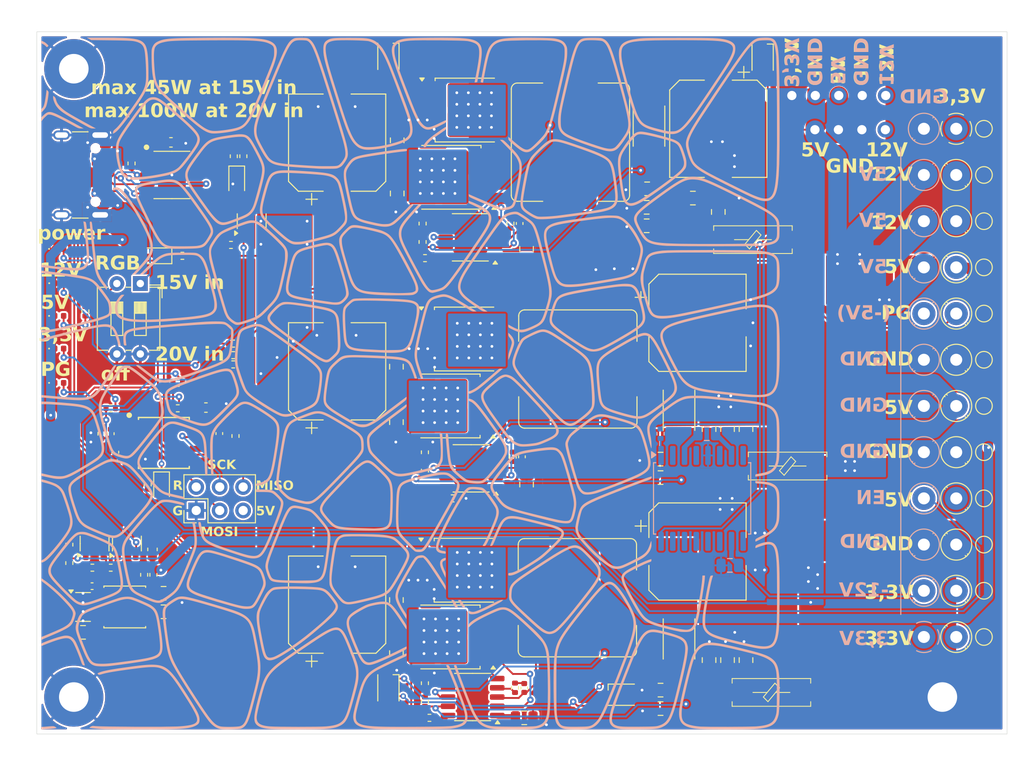
<source format=kicad_pcb>
(kicad_pcb (version 20240108) (generator "pcbnew") (generator_version "8.0")
  (layers (0 "F.Cu" signal) (31 "B.Cu" signal) (34 "B.Paste" user) (35 "F.Paste" user) (36 "B.SilkS" user "B.Silkscreen") (37 "F.SilkS" user "F.Silkscreen") (38 "B.Mask" user) (39 "F.Mask" user) (44 "Edge.Cuts" user))
  (net 0 "")
  (net 1 "Net-(U1-VBUS)")
  (net 2 "GND")
  (net 3 "VCC")
  (net 4 "CSN3")
  (net 5 "Net-(C17-Pad2)")
  (net 6 "CSN2")
  (net 7 "+5V")
  (net 8 "Net-(C30-Pad2)")
  (net 9 "CSN1")
  (net 10 "Net-(D1-DOUT)")
  (net 11 "MOSI{slash}IO0")
  (net 12 "Net-(D2-DOUT)")
  (net 13 "Net-(D3-DOUT)")
  (net 15 "A3")
  (net 16 "+12V")
  (net 17 "EN")
  (net 18 "SCK{slash}A1")
  (net 19 "MISO{slash}IO1")
  (net 20 "5V_RGB")
  (net 21 "RST")
  (net 22 "CSP3")
  (net 23 "CSP2")
  (net 24 "CSP1")
  (net 25 "Net-(Q1-G)")
  (net 26 "Net-(Q2-G)")
  (net 27 "Net-(Q3-G)")
  (net 28 "Net-(Q4-G)")
  (net 29 "Net-(Q5-G)")
  (net 30 "Net-(Q6-G)")
  (net 31 "Net-(D12-K)")
  (net 32 "Net-(U2-BST)")
  (net 33 "Net-(U2-FB)")
  (net 34 "Net-(U2-FS)")
  (net 35 "Net-(U3-FS)")
  (net 36 "Net-(U3-FB)")
  (net 37 "Net-(U3-BST)")
  (net 38 "Net-(U5-FS)")
  (net 39 "Net-(U5-FB)")
  (net 40 "Net-(U5-BST)")
  (net 41 "Net-(U1-CFG3)")
  (net 42 "A2")
  (net 43 "Net-(J1-CC2)")
  (net 45 "Net-(J1-CC1)")
  (net 46 "Net-(U1-DP)")
  (net 47 "Net-(U1-DM)")
  (net 48 "+3.3V")
  (net 49 "Net-(D10-K)")
  (net 50 "Net-(D6-A)")
  (net 51 "Net-(D7-A)")
  (net 52 "Net-(D8-A)")
  (net 53 "Net-(D5-A)")
  (net 54 "-12V")
  (net 55 "Net-(C6-Pad2)")
  (net 56 "/buck/12_fet")
  (net 57 "/buck/5_fet")
  (net 58 "/buck/3,3_fet")
  (net 59 "/SB2")
  (net 60 "Net-(U6-BST)")
  (net 61 "VIN")
  (net 62 "Net-(U7-C-)")
  (net 63 "Net-(U7-C+)")
  (net 64 "+5V_SB")
  (net 65 "/SB1")
  (net 66 "Net-(Q7-G)")
  (net 67 "Net-(Q8-B)")
  (net 68 "Net-(Q9-B)")
  (net 69 "Net-(Q9-C)")
  (net 70 "Net-(U7-zener_cat)")
  (net 74 "Net-(D11-A)")
  (footprint "Capacitor_SMD:C_0603_1608Metric" (layer "F.Cu") (at 59.6 78.55 90)
    (property "Reference" "C37" (hide yes))
    (property "Value" "22µF")
  )
  (footprint "Resistor_SMD:R_0402_1005Metric" (layer "F.Cu") (at 68.583496 66.278468 90)
    (property "Reference" "R25" (hide yes))
    (property "Value" "10K")
  )
  (footprint "Package_TO_SOT_SMD:TO-252-2" (layer "F.Cu") (at 93.498496 31.003468)
    (property "Reference" "Q2" (hide yes))
    (property "Value" "NMOS")
  )
  (footprint "Inductor_SMD:L_Cenker_CKCS4020" (layer "F.Cu") (at 56.6 84.778468)
    (property "Reference" "L4" (hide yes))
    (property "Value" "3,3-10µH")
  )
  (footprint "Capacitor_SMD:CP_Elec_10x10" (layer "F.Cu") (at 120.833496 33.028468 -90)
    (property "Reference" "C12" (hide yes))
    (property "Value" "680µF")
  )
  (footprint "Resistor_SMD:R_0402_1005Metric" (layer "F.Cu") (at 68.4 36 -90)
    (property "Reference" "R1" (hide yes))
    (property "Value" "480")
  )
  (footprint "Package_TO_SOT_SMD:TO-252-2" (layer "F.Cu") (at 93.423496 55.780968)
    (property "Reference" "Q4" (hide yes))
    (property "Value" "NMOS")
  )
  (footprint "Package_TO_SOT_SMD:SOT-23-3" (layer "F.Cu") (at 70.333496 43.028468 90)
    (property "Reference" "Q7" (hide yes))
    (property "Value" "Q_PMOS_GDS")
  )
  (footprint "Capacitor_SMD:C_0805_2012Metric" (layer "F.Cu") (at 114.583496 93.778468 180)
    (property "Reference" "C32" (hide yes))
    (property "Value" "10µF")
  )
  (footprint "Button_Switch_THT:SW_DIP_SPSTx02_Slide_6.7x6.64mm_W7.62mm_P2.54mm_LowProfile" (layer "F.Cu") (at 58.283496 49.778468 -90)
    (property "Reference" "SW1" (hide yes))
    (property "Value" "SW_DIP_x02")
  )
  (footprint "Resistor_SMD:R_0402_1005Metric" (layer "F.Cu") (at 59.7 81.3 90)
    (property "Reference" "FB4" (hide yes))
    (property "Value" "Ferrite")
  )
  (footprint "Resistor_SMD:R_0402_1005Metric" (layer "F.Cu") (at 68.093496 45.6 180)
    (property "Reference" "R30" (hide yes))
    (property "Value" "10K")
  )
  (footprint "LED_SMD:LED_0402_1005Metric" (layer "F.Cu") (at 49.5 60.528468)
    (property "Reference" "D5" (hide yes))
    (property "Value" "LED")
  )
  (footprint "LED_SMD:LED_WS2812B-2020_PLCC4_2.0x2.0mm" (layer "F.Cu") (at 125.633496 25.278468 -90)
    (property "Reference" "D1" (hide yes))
    (property "Value" "WS2812B-2020")
  )
  (footprint "Capacitor_SMD:C_0805_2012Metric" (layer "F.Cu") (at 119.833496 90.528468 90)
    (property "Reference" "C33" (hide yes))
    (property "Value" "10µF")
  )
  (footprint "Diode_SMD:D_SOD-323" (layer "F.Cu") (at 60.583496 71.778468 -90)
    (property "Reference" "D11" (hide yes))
    (property "Value" "D_Zener")
  )
  (footprint "Resistor_SMD:R_0402_1005Metric" (layer "F.Cu") (at 92.083496 73.028468)
    (property "Reference" "R8" (hide yes))
    (property "Value" "NC")
  )
  (footprint "Capacitor_SMD:C_0805_2012Metric" (layer "F.Cu") (at 52.083496 87.528468)
    (property "Reference" "C42" (hide yes))
    (property "Value" "10µF")
  )
  (footprint "Connector_PinSocket_2.54mm:PinSocket_1x05_P2.54mm_Vertical" (layer "F.Cu") (at 128.793496 29.428468 90)
    (property "Reference" "J4" (hide yes))
    (property "Value" "Conn_01x05")
  )
  (footprint "Diode_SMD:D_SOD-323" (layer "F.Cu") (at 60.083496 46.778468 180)
    (property "Reference" "D10" (hide yes))
    (property "Value" "D_Zener")
  )
  (footprint "LED_SMD:LED_0402_1005Metric" (layer "F.Cu") (at 49.5 46.028468)
    (property "Reference" "D9" (hide yes))
    (property "Value" "LED")
  )
  (footprint "Resistor_SMD:R_0402_1005Metric" (layer "F.Cu") (at 68.333496 56.278468 180)
    (property "Reference" "R28" (hide yes))
    (property "Value" "2K")
  )
  (footprint "Resistor_SMD:R_0402_1005Metric" (layer "F.Cu") (at 89.573496 96.778468 180)
    (property "Reference" "R14" (hide yes))
    (property "Value" "NC")
  )
  (footprint "Inductor_SMD:L_TaiTech_TMPC1265_13.5x12.5mm" (layer "F.Cu") (at 104.833496 34.478468 -90)
    (property "Reference" "L1" (hide yes))
    (property "Value" "11,5µH+")
  )
  (footprint "Resistor_SMD:R_2512_6332Metric" (layer "F.Cu") (at 116.583496 88.240968 90)
    (property "Reference" "R16" (hide yes))
    (property "Value" "4m")
  )
  (footprint "Package_TO_SOT_SMD:TSOT-23-6" (layer "F.Cu") (at 52.083496 84.778468)
    (property "Reference" "U6" (hide yes))
    (property "Value" "AP63205WU")
  )
  (footprint "Resistor_SMD:R_0402_1005Metric" (layer "F.Cu") (at 50.6 80.028468 -90)
    (property "Reference" "R34" (hide yes))
    (property "Value" "10K")
  )
  (footprint "Capacitor_SMD:C_0402_1005Metric" (layer "F.Cu") (at 99.333496 43.278468 90)
    (property "Reference" "C6" (hide yes))
    (property "Value" "100nF")
  )
  (footprint "Resistor_SMD:R_0402_1005Metric" (layer "F.Cu") (at 53.093496 80.528468 180)
    (property "Reference" "R31" (hide yes))
    (property "Value" "10K")
  )
  (footprint "Resistor_SMD:R_0402_1005Metric" (layer "F.Cu") (at 62.333496 63.278468 180)
    (property "Reference" "R24" (hide yes))
    (property "Value" "10K")
  )
  (footprint "Package_TO_SOT_SMD:SOT-23-3" (layer "F.Cu") (at 56.833496 77.915968 90)
    (property "Reference" "Q8" (hide yes))
    (property "Value" "Q_NPN_BCE")
  )
  (footprint "Resistor_SMD:R_0402_1005Metric" (layer "F.Cu") (at 89.083496 95.028468 -90)
    (property "Reference" "R15" (hide yes))
    (property "Value" "100K")
  )
  (footprint "Connector_PinSocket_2.54mm:PinSocket_1x04_P2.54mm_Vertical" (layer "F.Cu") (at 138.913496 33.128468 -90)
    (property "Reference" "J5" (hide yes))
    (property "Value" "Conn_01x04")
  )
  (footprint "Resistor_SMD:R_0402_1005Metric" (layer "F.Cu") (at 68.333496 58.528468)
    (property "Reference" "R21" (hide yes))
    (property "Value" "5,6K")
  )
  (footprint "LED_SMD:LED_WS2812B-2020_PLCC4_2.0x2.0mm" (layer "F.Cu") (at 85.133496 93.528468 -90)
    (property "Reference" "D3" (hide yes))
    (property "Value" "WS2812B-2020")
  )
  (footprint "Resistor_SMD:R_0402_1005Metric" (layer "F.Cu") (at 54.083496 66.028468 -90)
    (property "Reference" "R13" (hide yes))
    (property "Value" "10K")
  )
  (footprint "Resistor_SMD:R_0402_1005Metric" (layer "F.Cu") (at 89.083496 93.028468 -90)
    (property "Reference" "R18" (hide yes))
    (property "Value" "44K/43K")
  )
  (footprint "Package_TO_SOT_SMD:TO-252-2" (layer "F.Cu") (at 91.743496 63.025968 180)
    (property "Reference" "Q3" (hide yes))
    (property "Value" "NMOS")
  )
  (footprint "LED_SMD:LED_0402_1005Metric" (layer "F.Cu") (at 49.5 56.815968)
    (property "Reference" "D6" (hide yes))
    (property "Value" "LED")
  )
  (footprint "Resistor_SMD:R_0402_1005Metric" (layer "F.Cu") (at 68.333496 57.528468 180)
    (property "Reference" "R20" (hide yes))
    (property "Value" "10K")
  )
  (footprint "Capacitor_SMD:C_0402_1005Metric" (layer "F.Cu") (at 55.583496 68.028468 -90)
    (property "Reference" "C37" (hide yes))
    (property "Value" "100nF")
  )
  (footprint "Resistor_SMD:R_0402_1005Metric" (layer "F.Cu") (at 88.833496 45.278468 -90)
    (property "Reference" "R4" (hide yes))
    (property "Value" "100K")
  )
  (footprint "Package_SO:SOIC-8W_5.3x5.3mm_P1.27mm" (layer "F.Cu") (at 60.833496 67.028468)
    (property "Reference" "U4" (hide yes))
    (property "Value" "ATtiny13-20S")
  )
  (footprint "Capacitor_SMD:C_0805_2012Metric" (layer "F.Cu") (at 99.833496 96.778468 180)
    (property "Reference" "C26" (hide yes))
    (property "Value" "10µF")
  )
  (footprint "Package_TO_SOT_SMD:TO-252-2" (layer "F.Cu") (at 91.743496 88.025968 180)
    (property "Reference" "Q5" (hide yes))
    (property "Value" "NMOS")
  )
  (footprint "Capacitor_SMD:C_0805_2012Metric" (layer "F.Cu") (at 60.8 85.3)
    (property "Reference" "C39" (hide yes))
    (property "Value" "22µF")
  )
  (footprint "Capacitor_SMD:CP_Elec_10x10" (layer "F.Cu") (at 118.583496 78.778468)
    (property "Reference" "C36" (hide yes))
    (property "Value" "680µF")
  )
  (footprint "Resistor_SMD:R_0402_1005Metric" (layer "F.Cu") (at 88.833496 43.288468 -90)
    (property "Reference" "R7" (hide yes))
    (property "Value" "9K")
  )
  (footprint "LED_SMD:LED_0402_1005Metric" (layer "F.Cu") (at 49.515 49.740968)
    (property "Reference" "D8" (hide yes))
    (property "Value" "LED")
  )
  (footprint "Capacitor_SMD:C_0805_2012Metric" (layer "F.Cu") (at 119.833496 65.528468 90)
    (property "Reference" "C18" (hide yes))
    (property "Value" "10µF")
  )
  (footprint "Capacitor_SMD:C_0805_2012Metric" (layer "F.Cu") (at 120.833496 42.028468 90)
    (property "Reference" "C9" (hide yes))
    (property "Value" "10µF")
  )
  (footprint "Capacitor_SMD:C_0402_1005Metric" (layer "F.Cu") (at 99.833496 93.548468 90)
    (property "Reference" "C30" (hide yes))
    (property "Value" "100nF")
  )
  (footprint "Capacitor_SMD:C_0805_2012Metric" (layer "F.Cu") (at 113.133496 39.528468 180)
    (property "Reference" "C7" (hide yes))
    (property "Value" "10µF")
  )
  (footprint "Resistor_SMD:R_0402_1005Metric" (layer "F.Cu") (at 58.7 81.3 90)
    (property "Reference" "FB5" (hide yes))
    (property "Value" "Ferrite")
  )
  (footprint "Capacitor_SMD:C_0805_2012Metric" (layer "F.Cu") (at 123.833496 90.528468 90)
    (property "Reference" "C35" (hide yes))
    (property "Value" "10µF")
  )
  (footprint "Capacitor_SMD:C_0402_1005Metric" (layer "F.Cu") (at 53.063496 82.528468)
    (property "Reference" "C41" (hide yes))
    (property "Value" "100nF")
  )
  (footprint "LED_SMD:LED_WS2812B-2020_PLCC4_2.0x2.0mm" (layer "F.Cu") (at 110.333496 94.278468)
    (property "Reference" "D4" (hide yes))
    (property "Value" "WS2812B-2020")
  )
  (footprint "MountingHole:MountingHole_3.2mm_M3_Pad" (layer "F.Cu") (at 145.083496 94.528468)
    (property "Reference" "H2" (hide yes))
    (property "Value" "MountingHole_Pad")
  )
  (footprint "Resistor_SMD:R_0402_1005Metric" (layer "F.Cu") (at 52.333496 52.778468 -90)
    (property "Reference" "R27" (hide yes))
    (property "Value" "1K")
  )
  (footprint "Resistor_SMD:R_2512_6332Metric" (layer "F.Cu") (at 113.333496 32.740968 90)
    (property "Reference" "R5" (hide yes))
    (property "Value" "4m")
  )
  (footprint "Package_TO_SOT_SMD:TO-252-2" (layer "F.Cu") (at 91.843496 38.278468 180)
    (property "Reference" "Q1" (hide yes))
    (property "Value" "NMOS")
  )
  (footprint "LED_SMD:LED_WS2812B-2020_PLCC4_2.0x2.0mm" (layer "F.Cu") (at 85.133496 25.193468 -90)
    (property "Reference" "D2" (hide yes))
    (property "Value" "WS2812B-2020")
  )
  (footprint "MountingHole:MountingHole_3.2mm_M3_Pad" (layer "F.Cu") (at 51.083496 26.528468)
    (property "Reference" "H4" (hide yes))
    (property "Value" "MountingHole_Pad")
  )
  (footprint "Inductor_SMD:L_TaiTech_TMPC1265_13.5x12.5mm" (layer "F.Cu") (at 105.583496 83.778468 180)
    (property "Reference" "L3" (hide yes))
    (property "Value" "1,77µH+")
  )
  (footprint "Capacitor_SMD:C_0805_2012Metric" (layer "F.Cu") (at 114.583496 95.778468 180)
    (property "Reference" "C31" (hide yes))
    (property "Value" "10µF")
  )
  (footprint "Inductor_SMD:L_TaiTech_TMPC1265_13.5x12.5mm" (layer "F.Cu") (at 105.633496 59.028468 180)
    (property "Reference" "L2" (hide yes))
    (property "Value" "3,1µH+")
  )
  (footprint "Capacitor_SMD:C_0402_1005Metric" (layer "F.Cu") (at 66.833496 66.008468 90)
    (property "Reference" "C38" (hide yes))
    (property "Value" "100nF")
  )
  (footprint "Resistor_SMD:R_0402_1005Metric" (layer "F.Cu") (at 62.833496 46.778468 180)
    (property "Reference" "R29" (hide yes))
    (property "Value" "1K")
  )
  (footprint "Resistor_SMD:R_0402_1005Metric" (layer "F.Cu") (at 89.083496 70.028468 -90)
    (property "Reference" "R9" (hide yes))
    (property "Value" "100K")
  )
  (footprint "Capacitor_SMD:C_0805_2012Metric" (layer "F.Cu") (at 113.083496 41.528468 180)
    (property "Reference" "C11" (hide yes))
    (property "Value" "10µF")
  )
  (footprint "Resistor_SMD:R_0402_1005Metric" (layer "F.Cu") (at 98.333496 43.278468 -90)
    (property "Reference" "R6" (hide yes))
    (property "Value" "22")
  )
  (footprint "Capacitor_SMD:C_0603_1608Metric" (layer "F.Cu") (at 65.383496 63.2)
    (property "Reference" "C24" (hide yes))
    (property "Value" "10µF")
  )
  (footprint "Resistor_SMD:R_0402_1005Metric" (layer "F.Cu") (at 50.6 78.038468 90)
    (property "Reference" "R33" (hide yes))
    (property "Value" "1K")
  )
  (footprint "Capacitor_SMD:C_0805_2012Metric" (layer "F.Cu") (at 114.583496 68.778468 180)
    (property "Reference" "C22" (hide yes))
    (property "Value" "10µF")
  )
  (footprint "Package_TO_SOT_SMD:SOT-23-3" (layer "F.Cu") (at 53.333496 77.915968 90)
    (property "Reference" "Q9" (hide yes))
    (property "Value" "Q_NPN_BCE")
  )
  (footprint "Capacitor_SMD:C_0805_2012Metric" (layer "F.Cu") (at 100.083496 46.028468 -90)
    (property "Reference" "C2" (hide yes))
    (property "Value" "10µF")
  )
  (footprint "Package_SO:SOIC-10_3.9x4.9mm_P1mm" (layer "F.Cu") (at 93.995996 44.778468 180)
    (property "Reference" "U2" (hide yes))
    (property "Value" "~")
  )
  (footprint "Package_TO_SOT_SMD:TO-252-2" (layer "F.Cu") (at 93.398496 80.803468)
    (property "Reference" "Q6" (hide yes))
    (property "Value" "NMOS")
  )
  (footprint "Package_SO:SOIC-10_3.9x4.9mm_P1mm" (layer "F.Cu") (at 94.083496 69.778468 180)
    (property "Reference" "U3" (hide yes))
    (property "Value" "~")
  )
  (footprint "Resistor_SMD:R_2512_6332Metric" (layer "F.Cu") (at 116.583496 63.490968 90)
    (property "Reference" "R10" (hide yes))
    (property "Value" "4m")
  )
  (footprint "Connector_PinHeader_2.54mm:PinHeader_2x03_P2.54mm_Vertical" (layer "F.Cu") (at 64.333496 74.34 90)
    (property "Reference" "J6" (hide yes))
    (property "Value" "Conn_02x03_Odd_Even")
  )
  (footprint "Resistor_SMD:R_0402_1005Metric" (layer "F.Cu") (at 89.093496 47.028468 180)
    (property "Reference" "R3" (hide yes))
    (property "Value" "NC")
  )
  (footprint "Capacitor_SMD:C_0805_2012Metric" (layer "F.Cu") (at 114.583496 70.778468 180)
    (property "Reference" "C21" (hide yes))
    (property "Value" "10µF")
  )
  (footprint "Diode_SMD:D_SOD-323" (layer "F.Cu") (at 68.716504 38.671532 -90)
    (property "Reference" "D12" (hide yes))
    (property "Value" "D_Zener")
  )
  (footprint "Capacitor_SMD:C_0603_1608Metric" (layer "F.Cu") (at 61.6 34.5)
    (property "Reference" "C1" (hide yes))
    (property "Value" "1µF")
  )
  (footprint "Resistor_SMD:R_0402_1005Metric" (layer "F.Cu") (at 55.083496 63.278468)
    (property "Reference" "R26" (hide yes))
    (property "Value" "680")
  )
  (footprint "Capacitor_SMD:C_0805_2012Metric" (layer "F.Cu") (at 100.083496 71.528468 -90)
    (property "Reference" "C13" (hide yes))
    (property "Value" "10µF")
  )
  (footprint "LED_SMD:LED_0402_1005Metric" (layer "F.Cu") (at 49.5 53.278468)
    (property "Reference" "D7" (hide yes))
    (property "Value" "LED")
  )
  (footprint "MountingHole:MountingHole_3.2mm_M3_Pad" (layer "F.Cu") (at 51.083496 94.528468)
    (property "Reference" "H1" (hide yes))
    (property "Value" "MountingHole_Pad")
  )
  (footprint "Capacitor_SMD:C_0805_2012Metric" (layer "F.Cu") (at 86 64.778468 90)
    (property "Reference" "C16" (hide yes))
    (property "Value" "4,7µF")
  )
  (footprint "Resistor_SMD:R_0402_1005Metric" (layer "F.Cu") (at 89.083496 68.038468 -90)
    (property "Reference" "R12" (hide yes))
    (property "Value" "25K")
  )
  (footprint "Capacitor_SMD:CP_Elec_10x10" (layer "F.Cu") (at 79.583496 59.278468 90)
    (property "Reference" "C14" (hide yes))
    (property "Value" "220µF")
  )
  (footprint "TerminalBlock_RND:TerminalBlock_RND_205-00011_1x12_P5.00mm_Horizontal" (layer "F.Cu") (at 146.583496 33.028468 -90)
    (property "Reference" "J2" (hide yes))
    (property "Value" "Conn_01x12" (hide yes))
  )
  (footprint "Capacitor_SMD:C_0805_2012Metric" (layer "F.Cu") (at 121.833496 90.528468 90)
    (property "Reference" "C34" (hide yes))
    (property "Value" "10µF")
  )
  (footprint "Resistor_SMD:R_0402_1005Metric" (layer "F.Cu") (at 98.833496 93.528468 -90)
    (property "Reference" "R17" (hide yes))
    (property "Value" "22")
  )
  (footprint "Capacitor_SMD:C_0805_2012Metric" (layer "F.Cu") (at 123.833496 65.528468 90)
    (property "Reference" "C20" (hide yes))
    (property "Value" "10µF")
  )
  (footprint "Capacitor_SMD:C_0805_2012Metric" (layer "F.Cu") (at 86.083496 40.028468 90)
    (property "Reference" "C4" (hide yes))
    (property "Value" "4,7µF")
  )
  (footprint "Capacitor_SMD:C_0805_2012Metric" (layer "F.Cu") (at 86.083496 34.278468 -90)
    (property "Reference" "C5" (hide yes))
    (property "Value" "4,7µF")
  )
  (footprint "Capacitor_SMD:C_0805_2012Metric" (layer "F.Cu") (at 60.8 83.3)
    (property "Reference" "C40" (hide yes))
    (property "Value" "22µF")
  )
  (footprint "Package_SO:SOIC-10_3.9x4.9mm_P1mm" (layer "F.Cu") (at 61.701591 38.028468)
    (property "Reference" "U1" (hide yes))
    (property "Value" "~")
  )
  (footprint "Capacitor_SMD:C_0805_2012Metric" (layer "F.Cu") (at 113.083496 43.528468 180)
    (property "Reference" "C10" (hide yes))
    (property "Value" "10µF")
  )
  (footprint "Resistor_SMD:R_0402_1005Metric" (layer "F.Cu") (at 98.583496 68.528468 -90)
    (property "Reference" "R11" (hide yes))
    (property "Value" "22")
  )
  (footprint "Resistor_SMD:R_0402_1005Metric" (layer "F.Cu") (at 62.333496 60.528468)
    (property "Reference" "R24" (hide yes))
    (property "Value" "1K")
  )
  (footprint "Capacitor_SMD:CP_Elec_10x10" (layer "F.Cu") (at 79.583496 84.528468 90)
    (property "Reference" "C27" (hide yes))
    (property "Value" "220µF")
  )
  (footprint "Capacitor_SMD:C_0805_2012Metric" (layer "F.Cu") (at 86 89.778468 90)
    (property "Reference" "C28" (hide yes))
    (property "Value" "4,7µF")
  )
  (footprint "Capacitor_SMD:C_0805_2012Metric" (layer "F.Cu") (at 86 84.028468 -90)
    (property "Reference" "C29" (hide yes))
    (property "Value" "4,7µF")
  )
  (footprint "Capacitor_SMD:C_0805_2012Metric" (layer "F.Cu") (at 86 58.778468 -90)
    (property "Reference" "C15" (hide yes))
    (property "Value" "4,7µF")
  )
  (footprint "Resistor_SMD:R_0402_1005Metric" (layer "F.Cu") (at 59.083496 71.528468 -90)
    (property "Reference" "R22" (hide yes))
    (property "Value" "10K")
  )
  (footprint "Connector_USB:USB_C_Receptacle_GCT_USB4105-xx-A_16P_TopMnt_Horizontal" (layer "F.Cu") (at 50.833496 38.028468 -90)
    (property "Reference" "J1" (hide yes))
    (property "Value" "USB_C")
  )
  (footprint "Capacitor_SMD:C_0805_2012Metric" (layer "F.Cu") (at 118.083496 40.528468)
    (property "Reference" "C8" (hide yes))
    (property "Value" "10µF")
  )
  (footprint "Resistor_SMD:R_0402_1005Metric" (layer "F.Cu") (at 57.333496 36.778468 90)
    (property "Reference" "R19" (hide yes))
    (property "Value" "10K")
  )
  (footprint "Capacitor_SMD:CP_Elec_10x10" (layer "F.Cu") (at 79.583496 34.528468 90)
    (property "Reference" "C3" (hide yes))
    (property "Value" "220µF")
  )
  (footprint "Resistor_SMD:R_0402_1005Metric" (layer "F.Cu") (at 55.083496 80.528468)
    (property "Reference" "R32" (hide yes))
    (property "Value" "1K")
  )
  (footprint "diy:BPH853025R5-101T" (layer "F.Cu") (at 126.583496 94.028468)
    (property "Reference" "FB1" (hide yes))
    (property "Value" "Ferrite")
  )
  (footprint "Capacitor_SMD:C_0402_1005Metric" (layer "F.Cu") (at 99.583496 68.528468 90)
    (property "Reference" "C17" (hide yes))
    (property "Value" "100nF")
  )
  (footprint "Package_SO:SOIC-10_3.9x4.9mm_P1mm" (layer "F.Cu") (at 94.245996 94.528468 180)
    (property "Reference" "U5" (hide yes))
    (property "Value" "~")
  )
  (footprint "diy:BPH853025R5-101T" (layer "F.Cu") (at 128.333496 69.528468)
    (property "Reference" "FB2" (hide yes))
    (property "Value" "Ferrite")
  )
  (footprint "diy:BPH853025R5-101T" (layer "F.Cu") (at 124.583496 45.028468)
    (property "Reference" "FB3" (hide yes))
    (property "Value" "Ferrite")
  )
  (footprint "Resistor_SMD:R_0402_1005Metric" (layer "F.Cu") (at 69.433496 36 -90)
    (property "Reference" "R2" (hide yes))
    (property "Value" "10K")
  )
  (footprint "Capacitor_SMD:C_0402_1005Metric" (layer "F.Cu") (at 55.083496 66.028468 90)
    (property "Reference" "C25" (hide yes))
    (property "Value" "100nF")
  )
  (footprint "Capacitor_SMD:CP_Elec_10x10" (layer "F.Cu") (at 118.583496 54.028468)
    (property "Reference" "C23" (hide yes))
    (property "Value" "680µF")
  )
  (footprint "Capacitor_SMD:C_0805_2012Metric" (layer "F.Cu") (at 121.833496 65.528468 90)
    (property "Reference" "C19" (hide yes))
    (property "Value" "10µF")
  )
  (footprint "Package_SO:SOIC-16W_7.5x10.3mm_P1.27mm" (layer "B.Cu") (at 119.083496 73.028468 -90)
    (property "Reference" "U7" (hide yes))
    (property "Value" "~")
  )
  (footprint "Capacitor_SMD:C_0805_2012Metric" (layer "B.Cu") (at 122.083496 80.278468 180)
    (property "Reference" "C43" (hide yes))
    (property "Value" "10µF")
  )
  (footprint "Capacitor_SMD:C_0805_2012Metric" (layer "B.Cu") (at 119.583496 66.028468)
    (property "Reference" "C44" (hide yes))
    (property "Value" "10µF")
  )
  (footprint "Resistor_SMD:R_0402_1005Metric" (layer "B.Cu") (at 114.583496 66.028468 90)
    (property "Reference" "R35" (hide yes))
    (property "Value" "680")
  )
  (footprint "TerminalBlock_RND:TerminalBlock_RND_205-00011_1x12_P5.00mm_Horizontal" (layer "B.Cu") (at 143.083496 88.028468 90)
    (property "Reference" "J3" (hide yes))
    (property "Value" "Conn_01x12")
  )
  (gr_poly (pts (xy 87.07966 89.802406) (xy 87.080658 89.802964) (xy 87.08164 89.803883) (xy 87.082608 89.805154) (xy 87.083558 89.806767) (xy 87.08449 89.808714) (xy 87.086295 89.81357) (xy 87.088013 89.819648) (xy 87.089633 89.826874) (xy 87.091145 89.835175) (xy 87.092541 89.844476) (xy 87.093809 89.854704) (xy 87.094941 89.865786) (xy 87.095925 89.877646) (xy 87.096753 89.890212) (xy 87.097414 89.90341) (xy 87.097898 89.917165) (xy 87.098196 89.931404) (xy 87.098298 89.946053) (xy 87.097946 89.968658) (xy 87.096751 89.989211) (xy 87.095773 89.99879) (xy 87.094506 90.00794) (xy 87.092923 90.01669) (xy 87.091 90.025069) (xy 87.08871 90.033105) (xy 87.086026 90.040825) (xy 87.082924 90.048258) (xy 87.079376 90.055433) (xy 87.075356 90.062377) (xy 87.070839 90.069119) (xy 87.065799 90.075687) (xy 87.060209 90.082109) (xy 87.054044 90.088413) (xy 87.047276 90.094628) (xy 87.039881 90.100782) (xy 87.031832 90.106904) (xy 87.023103 90.11302) (xy 87.013668 90.119161) (xy 87.003502 90.125353) (xy 86.992576 90.131625) (xy 86.968348 90.144522) (xy 86.940773 90.158078) (xy 86.909645 90.172519) (xy 86.874754 90.188071) (xy 86.218531 90.490291) (xy 85.334022 90.912893) (xy 84.488514 91.32666) (xy 83.949296 91.602372) (xy 83.806433 91.683875) (xy 83.672331 91.766332) (xy 83.546531 91.850269) (xy 83.428575 91.936214) (xy 83.318004 92.024693) (xy 83.21436 92.116234) (xy 83.117183 92.211363) (xy 83.026014 92.310609) (xy 82.940396 92.414496) (xy 82.859869 92.523554) (xy 82.783974 92.638308) (xy 82.712254 92.759286) (xy 82.644248 92.887015) (xy 82.579499 93.022021) (xy 82.517548 93.164833) (xy 82.457936 93.315976) (xy 82.378922 93.548065) (xy 82.27476 93.885682) (xy 82.029298 94.739566) (xy 81.798167 95.601754) (xy 81.711919 95.949751) (xy 81.657985 96.196372) (xy 81.636182 96.323067) (xy 81.619931 96.441547) (xy 81.60933 96.552133) (xy 81.604478 96.655145) (xy 81.605472 96.750904) (xy 81.61241 96.83973) (xy 81.62539 96.921944) (xy 81.644509 96.997866) (xy 81.669865 97.067817) (xy 81.701557 97.132117) (xy 81.739681 97.191087) (xy 81.784336 97.245048) (xy 81.835619 97.29432) (xy 81.893629 97.339223) (xy 81.958462 97.380078) (xy 82.030218 97.417206) (xy 82.154234 97.470079) (xy 82.292367 97.51754) (xy 82.448954 97.559818) (xy 82.628335 97.597146) (xy 82.83485 97.629756) (xy 83.072838 97.657879) (xy 83.346638 97.681746) (xy 83.660589 97.70159) (xy 84.019031 97.717642) (xy 84.426303 97.730134) (xy 84.886744 97.739297) (xy 85.404693 97.745363) (xy 86.630475 97.749131) (xy 88.138361 97.743291) (xy 89.971488 97.729492) (xy 91.103714 97.711659) (xy 91.750715 97.684305) (xy 91.959656 97.665343) (xy 92.12817 97.641941) (xy 92.349516 97.602265) (xy 92.450108 97.581528) (xy 92.544281 97.56008) (xy 92.63226 97.537833) (xy 92.714272 97.514703) (xy 92.790542 97.490604) (xy 92.861296 97.465451) (xy 92.926759 97.439158) (xy 92.987159 97.41164) (xy 93.04272 97.382812) (xy 93.093668 97.352588) (xy 93.14023 97.320883) (xy 93.18263 97.287611) (xy 93.221095 97.252686) (xy 93.255851 97.216025) (xy 93.286646 97.179085) (xy 93.314775 97.141198) (xy 93.340174 97.102062) (xy 93.362783 97.06137) (xy 93.382538 97.01882) (xy 93.399379 96.974107) (xy 93.413242 96.926926) (xy 93.424066 96.876974) (xy 93.431788 96.823946) (xy 93.436346 96.767538) (xy 93.437679 96.707447) (xy 93.435723 96.643366) (xy 93.430418 96.574993) (xy 93.4217 96.502023) (xy 93.409508 96.424152) (xy 93.39378 96.341076) (xy 93.374453 96.25249) (xy 93.351465 96.15809) (xy 93.324755 96.057573) (xy 93.294259 95.950633) (xy 93.221665 95.71627) (xy 93.133186 95.452567) (xy 93.028324 95.157091) (xy 92.906583 94.827409) (xy 92.767465 94.461085) (xy 92.610474 94.055686) (xy 92.240373 93.117826) (xy 91.91766 92.321209) (xy 91.662883 91.715717) (xy 91.567391 91.50023) (xy 91.496587 91.35123) (xy 91.45171 91.260666) (xy 91.414948 91.182733) (xy 91.400798 91.151101) (xy 91.390103 91.125742) (xy 91.383337 91.107696) (xy 91.381576 91.10174) (xy 91.380976 91.098001) (xy 91.381164 91.096711) (xy 91.381722 91.095437) (xy 91.382642 91.094182) (xy 91.383912 91.092946) (xy 91.385526 91.091732) (xy 91.387472 91.09054) (xy 91.389743 91.089374) (xy 91.392328 91.088233) (xy 91.398407 91.086038) (xy 91.405633 91.083966) (xy 91.413935 91.082031) (xy 91.423238 91.080245) (xy 91.433468 91.078622) (xy 91.444551 91.077174) (xy 91.456414 91.075913) (xy 91.468984 91.074854) (xy 91.482185 91.074007) (xy 91.495945 91.073386) (xy 91.51019 91.073005) (xy 91.524846 91.072875) (xy 91.548673 91.073246) (xy 91.559715 91.073788) (xy 91.570235 91.074639) (xy 91.580278 91.075852) (xy 91.58989 91.077478) (xy 91.599114 91.07957) (xy 91.607997 91.082182) (xy 91.616582 91.085365) (xy 91.624914 91.089173) (xy 91.633039 91.093658) (xy 91.641001 91.098873) (xy 91.648845 91.104871) (xy 91.656616 91.111704) (xy 91.664359 91.119425) (xy 91.672118 91.128087) (xy 91.679938 91.137742) (xy 91.687865 91.148443) (xy 91.695943 91.160243) (xy 91.704216 91.173195) (xy 91.712731 91.18735) (xy 91.721531 91.202762) (xy 91.730661 91.219484) (xy 91.740166 91.237569) (xy 91.760482 91.278034) (xy 91.782837 91.324581) (xy 91.807589 91.377631) (xy 91.835098 91.437604) (xy 92.073836 91.982506) (xy 92.342615 92.631321) (xy 92.62454 93.33941) (xy 92.902717 94.062137) (xy 93.160253 94.754863) (xy 93.380252 95.372951) (xy 93.545822 95.871763) (xy 93.640068 96.206662) (xy 93.655155 96.28228) (xy 93.667233 96.359468) (xy 93.676346 96.437677) (xy 93.682544 96.516359) (xy 93.685871 96.594967) (xy 93.686377 96.67295) (xy 93.684107 96.749762) (xy 93.679109 96.824854) (xy 93.67143 96.897678) (xy 93.661117 96.967686) (xy 93.648217 97.034329) (xy 93.632776 97.097059) (xy 93.614843 97.155327) (xy 93.594463 97.208586) (xy 93.571685 97.256288) (xy 93.546554 97.297883) (xy 93.523984 97.329261) (xy 93.499823 97.359814) (xy 93.474045 97.389556) (xy 93.446622 97.418495) (xy 93.417525 97.446644) (xy 93.386728 97.474013) (xy 93.354203 97.500613) (xy 93.319922 97.526455) (xy 93.283857 97.55155) (xy 93.245982 97.575909) (xy 93.206267 97.599542) (xy 93.164687 97.622461) (xy 93.121212 97.644676) (xy 93.075816 97.666199) (xy 92.979149 97.707209) (xy 92.874464 97.74558) (xy 92.761541 97.781397) (xy 92.640158 97.814749) (xy 92.510094 97.845722) (xy 92.371129 97.874403) (xy 92.223042 97.90088) (xy 92.065611 97.92524) (xy 91.898616 97.947569) (xy 91.440208 97.970884) (xy 90.555521 97.990505) (xy 88.043607 98.015814) (xy 85.435471 98.017794) (xy 84.430507 98.008252) (xy 83.803712 97.990738) (xy 83.803762 97.990784) (xy 83.504286 97.971499) (xy 83.227955 97.947856) (xy 82.973995 97.919535) (xy 82.741635 97.886219) (xy 82.530103 97.847589) (xy 82.338627 97.803327) (xy 82.166434 97.753113) (xy 82.012752 97.69663) (xy 81.876809 97.633559) (xy 81.757833 97.563581) (xy 81.655052 97.486378) (xy 81.567693 97.401631) (xy 81.494985 97.309022) (xy 81.436156 97.208233) (xy 81.390432 97.098944) (xy 81.357042 96.980838) (xy 81.342808 96.908713) (xy 81.332472 96.834858) (xy 81.32633 96.7576) (xy 81.324677 96.675265) (xy 81.327807 96.586182) (xy 81.336016 96.488675) (xy 81.349598 96.381073) (xy 81.368849 96.2617) (xy 81.394063 96.128885) (xy 81.425536 95.980954) (xy 81.463563 95.816234) (xy 81.508438 95.633051) (xy 81.560456 95.429732) (xy 81.619913 95.204603) (xy 81.762321 94.682224) (xy 81.887087 94.238118) (xy 82.003918 93.842136) (xy 82.116241 93.489912) (xy 82.227482 93.177079) (xy 82.341065 92.899272) (xy 82.460418 92.652124) (xy 82.588964 92.43127) (xy 82.657756 92.329338) (xy 82.730131 92.232342) (xy 82.806517 92.139737) (xy 82.887343 92.050976) (xy 82.973037 91.965514) (xy 83.064027 91.882805) (xy 83.263607 91.723463) (xy 83.489511 91.568584) (xy 83.745162 91.413801) (xy 84.033988 91.25475) (xy 84.359413 91.087063) (xy 84.724864 90.906374) (xy 85.469287 90.547567) (xy 86.227458 90.188711) (xy 86.822778 89.912648) (xy 87.004182 89.831551) (xy 87.07865 89.802217)) (stroke (width -0.000001)) (fill solid) (layer "B.SilkS"))
  (gr_poly (pts (xy 68.718263 23.176563) (xy 69.851347 23.201353) (xy 70.735334 23.246683) (xy 71.410509 23.315502) (xy 71.68238 23.359642) (xy 71.917154 23.410761) (xy 72.119867 23.469228) (xy 72.295554 23.535412) (xy 72.44925 23.609681) (xy 72.585992 23.692404) (xy 72.639259 23.730002) (xy 72.689346 23.769319) (xy 72.736256 23.810429) (xy 72.779994 23.853408) (xy 72.820565 23.898329) (xy 72.857974 23.945268) (xy 72.892224 23.994298) (xy 72.923321 24.045495) (xy 72.95127 24.098933) (xy 72.976074 24.154687) (xy 72.997739 24.21283) (xy 73.016268 24.273439) (xy 73.031668 24.336586) (xy 73.043941 24.402348) (xy 73.053093 24.470798) (xy 73.059129 24.54201) (xy 73.062052 24.616061) (xy 73.061869 24.693023) (xy 73.058582 24.772972) (xy 73.052197 24.855982) (xy 73.042719 24.942128) (xy 73.030151 25.031484) (xy 73.0145 25.124125) (xy 72.995768 25.220126) (xy 72.973961 25.31956) (xy 72.949084 25.422503) (xy 72.890135 25.639214) (xy 72.818959 25.870853) (xy 72.735593 26.118018) (xy 72.644629 26.366558) (xy 72.519262 26.692154) (xy 72.176833 27.546298) (xy 71.731322 28.624022) (xy 71.205744 29.868897) (xy 70.845237 30.694855) (xy 70.682738 31.048691) (xy 70.529924 31.366124) (xy 70.385181 31.649423) (xy 70.246894 31.900858) (xy 70.113452 32.122697) (xy 69.983239 32.317211) (xy 69.854643 32.486669) (xy 69.726049 32.63334) (xy 69.595845 32.759493) (xy 69.462415 32.867397) (xy 69.324147 32.959323) (xy 69.179427 33.037539) (xy 69.02664 33.104315) (xy 68.864175 33.16192) (xy 68.712627 33.206513) (xy 68.54124 33.249979) (xy 68.152281 33.331927) (xy 67.723964 33.404554) (xy 67.282953 33.464653) (xy 66.855914 33.509015) (xy 66.469511 33.534431) (xy 66.29988 33.539031) (xy 66.150409 33.537691) (xy 66.024429 33.530011) (xy 65.925273 33.515589) (xy 65.925317 33.515589) (xy 65.79814 33.484813) (xy 65.670331 33.445453) (xy 65.539599 33.395854) (xy 65.403654 33.334364) (xy 65.260205 33.259331) (xy 65.106959 33.169102) (xy 64.941628 33.062023) (xy 64.761918 32.936443) (xy 64.56554 32.790709) (xy 64.350203 32.623167) (xy 64.113614 32.432165) (xy 63.853484 32.21605) (xy 63.567521 31.97317) (xy 63.253435 31.701871) (xy 62.531727 31.067408) (xy 61.896334 30.501259) (xy 61.384062 30.03669) (xy 60.978295 29.656588) (xy 60.66242 29.34384) (xy 60.533 29.207376) (xy 60.419823 29.081332) (xy 60.320811 28.96357) (xy 60.233888 28.85195) (xy 60.156978 28.744334) (xy 60.088003 28.638582) (xy 59.965552 28.424113) (xy 59.907145 28.305701) (xy 59.85316 28.180277) (xy 59.803491 28.047112) (xy 59.75803 27.90548) (xy 59.71667 27.75465) (xy 59.679302 27.593896) (xy 59.64582 27.422489) (xy 59.616116 27.239702) (xy 59.590083 27.044805) (xy 59.567614 26.837071) (xy 59.5486 26.615772) (xy 59.532934 26.38018) (xy 59.52051 26.129566) (xy 59.511219 25.863203) (xy 59.504954 25.580362) (xy 59.501608 25.280316) (xy 59.501197 25.192853) (xy 59.757395 25.192853) (xy 59.758339 25.345475) (xy 59.761644 25.507943) (xy 59.767313 25.680197) (xy 59.775348 25.862176) (xy 59.798524 26.255069) (xy 59.824939 26.622975) (xy 59.853739 26.951541) (xy 59.888439 27.246545) (xy 59.932552 27.513765) (xy 59.959236 27.638762) (xy 59.989592 27.75898) (xy 60.024057 27.875141) (xy 60.063072 27.987967) (xy 60.107076 28.098181) (xy 60.156507 28.206505) (xy 60.211806 28.313662) (xy 60.27341 28.420373) (xy 60.341761 28.527361) (xy 60.417296 28.635348) (xy 60.500455 28.745056) (xy 60.591678 28.857208) (xy 60.800069 29.091732) (xy 61.045984 29.344698) (xy 61.332936 29.621884) (xy 61.66444 29.929068) (xy 62.475155 30.656545) (xy 63.40157 31.474949) (xy 64.134612 32.105052) (xy 64.440245 32.356912) (xy 64.711487 32.570605) (xy 64.952988 32.749098) (xy 65.169399 32.895362) (xy 65.365372 33.012364) (xy 65.545556 33.103074) (xy 65.714602 33.170461) (xy 65.877162 33.217494) (xy 66.037886 33.247142) (xy 66.201424 33.262374) (xy 66.372427 33.26616) (xy 66.555547 33.261467) (xy 66.664992 33.255102) (xy 66.795909 33.244437) (xy 66.943372 33.230048) (xy 67.102454 33.212508) (xy 67.268232 33.192389) (xy 67.435778 33.170266) (xy 67.600167 33.146713) (xy 67.756474 33.122301) (xy 67.756485 33.122301) (xy 68.011839 33.078859) (xy 68.242472 33.035589) (xy 68.450448 32.991248) (xy 68.637832 32.944593) (xy 68.806688 32.894378) (xy 68.95908 32.839362) (xy 69.097073 32.778298) (xy 69.222731 32.709944) (xy 69.338119 32.633056) (xy 69.4453 32.54639) (xy 69.546339 32.448702) (xy 69.643301 32.338748) (xy 69.738249 32.215285) (xy 69.833248 32.077067) (xy 69.930363 31.922853) (xy 70.031658 31.751397) (xy 70.080475 31.66424) (xy 70.136087 31.560647) (xy 70.196554 31.44448) (xy 70.259942 31.319599) (xy 70.324311 31.189866) (xy 70.387726 31.059139) (xy 70.448249 30.931281) (xy 70.503944 30.810152) (xy 71.002137 29.659816) (xy 71.629519 28.154498) (xy 72.203977 26.737075) (xy 72.414449 26.199723) (xy 72.543398 25.850424) (xy 72.610238 25.651577) (xy 72.661976 25.489468) (xy 72.682792 25.419126) (xy 72.700566 25.35429) (xy 72.71554 25.293735) (xy 72.72796 25.236235) (xy 72.738068 25.180564) (xy 72.74611 25.125496) (xy 72.752329 25.069806) (xy 72.756969 25.012266) (xy 72.762489 24.886737) (xy 72.764622 24.739102) (xy 72.764515 24.63593) (xy 72.762279 24.542644) (xy 72.757473 24.458442) (xy 72.749655 24.382518) (xy 72.738383 24.314069) (xy 72.723217 24.25229) (xy 72.714035 24.223651) (xy 72.703713 24.196377) (xy 72.692197 24.17037) (xy 72.679431 24.145527) (xy 72.665361 24.121748) (xy 72.64993 24.098933) (xy 72.633084 24.076982) (xy 72.614767 24.055794) (xy 72.594924 24.035268) (xy 72.573501 24.015303) (xy 72.52569 23.976658) (xy 72.470893 23.939053) (xy 72.408668 23.901685) (xy 72.338574 23.863749) (xy 72.260169 23.824441) (xy 72.125224 23.764307) (xy 71.977405 23.710472) (xy 71.811612 23.662651) (xy 71.62275 23.620562) (xy 71.405719 23.583919) (xy 71.155424 23.552439) (xy 70.866766 23.525838) (xy 70.534648 23.503832) (xy 70.153972 23.486138) (xy 69.719641 23.472471) (xy 69.226558 23.462548) (xy 68.669624 23.456083) (xy 67.343816 23.452398) (xy 65.701437 23.459144) (xy 63.402633 23.47845) (xy 62.627949 23.492224) (xy 62.043681 23.511404) (xy 61.605281 23.537982) (xy 61.268201 23.573951) (xy 60.987895 23.621304) (xy 60.719816 23.682034) (xy 60.638898 23.703154) (xy 60.562098 23.725729) (xy 60.489342 23.749806) (xy 60.420553 23.775435) (xy 60.355658 23.802662) (xy 60.294581 23.831537) (xy 60.237248 23.862106) (xy 60.183583 23.894418) (xy 60.133511 23.928521) (xy 60.086957 23.964462) (xy 60.043847 24.00229) (xy 60.004106 24.042053) (xy 59.967658 24.083799) (xy 59.934428 24.127575) (xy 59.904342 24.17343) (xy 59.877325 24.221411) (xy 59.854782 24.27226) (xy 59.834577 24.333557) (xy 59.816712 24.405243) (xy 59.801191 24.487257) (xy 59.788015 24.579538) (xy 59.777186 24.682027) (xy 59.768708 24.794663) (xy 59.762582 24.917387) (xy 59.75881 25.050136) (xy 59.757395 25.192853) (xy 59.501197 25.192853) (xy 59.500325 25.007652) (xy 59.501125 24.794404) (xy 59.504989 24.630065) (xy 59.512896 24.504131) (xy 59.518672 24.452284) (xy 59.525827 24.406098) (xy 59.534483 24.364262) (xy 59.544763 24.325461) (xy 59.55679 24.288383) (xy 59.570685 24.251714) (xy 59.604572 24.174353) (xy 59.631967 24.117031) (xy 59.659703 24.063456) (xy 59.68804 24.013374) (xy 59.71724 23.966531) (xy 59.747563 23.922672) (xy 59.779269 23.881543) (xy 59.81262 23.842891) (xy 59.847877 23.806459) (xy 59.8853 23.771994) (xy 59.92515 23.739242) (xy 59.967688 23.707948) (xy 60.013174 23.677858) (xy 60.061869 23.648717) (xy 60.114035 23.620271) (xy 60.169931 23.592266) (xy 60.229819 23.564447) (xy 60.361185 23.508457) (xy 60.495289 23.458455) (xy 60.63728 23.414065) (xy 60.792308 23.374912) (xy 60.965522 23.340619) (xy 61.162069 23.310812) (xy 61.387099 23.285114) (xy 61.645761 23.26315) (xy 61.943204 23.244545) (xy 62.284577 23.228923) (xy 62.675028 23.215908) (xy 63.119706 23.205125) (xy 64.19234 23.188751) (xy 65.543669 23.176797) (xy 67.295798 23.169361)) (stroke (width -0.000001)) (fill solid) (layer "B.SilkS"))
  (gr_poly (pts (xy 70.394687 42.936907) (xy 70.464624 42.941071) (xy 70.528936 42.947228) (xy 70.59161 42.955545) (xy 70.652918 42.966143) (xy 70.713134 42.979137) (xy 70.772532 42.994647) (xy 70.831385 43.012789) (xy 70.889966 43.033682) (xy 70.948548 43.057443) (xy 71.007404 43.084189) (xy 71.066809 43.11404) (xy 71.127035 43.147112) (xy 71.188356 43.183523) (xy 71.251044 43.223391) (xy 71.315374 43.266834) (xy 71.381617 43.313969) (xy 71.450049 43.364914) (xy 71.62252 43.501192) (xy 71.830382 43.674071) (xy 72.064693 43.875575) (xy 72.316514 44.097726) (xy 72.576901 44.332548) (xy 72.836916 44.572063) (xy 73.087615 44.808294) (xy 73.320059 45.033264) (xy 73.517449 45.22986) (xy 73.689695 45.409799) (xy 73.766593 45.495174) (xy 73.837448 45.578369) (xy 73.902343 45.660044) (xy 73.961358 45.740861) (xy 74.014575 45.82148) (xy 74.062076 45.902565) (xy 74.103941 45.984774) (xy 74.140251 46.068771) (xy 74.171089 46.155216) (xy 74.196536 46.24477) (xy 74.216672 46.338094) (xy 74.231579 46.435851) (xy 74.241339 46.538701) (xy 74.246032 46.647305) (xy 74.245741 46.762325) (xy 74.240545 46.884423) (xy 74.230527 47.014258) (xy 74.215768 47.152493) (xy 74.19635 47.299789) (xy 74.172353 47.456807) (xy 74.110948 47.802654) (xy 74.032206 48.195325) (xy 73.936775 48.64011) (xy 73.825308 49.142299) (xy 73.660953 49.861736) (xy 73.587698 50.16116) (xy 73.517056 50.426837) (xy 73.446524 50.663601) (xy 73.373601 50.876288) (xy 73.295784 51.069734) (xy 73.210572 51.248773) (xy 73.115464 51.418242) (xy 73.007956 51.582975) (xy 72.885547 51.747809) (xy 72.745736 51.917579) (xy 72.58602 52.09712) (xy 72.403897 52.291268) (xy 71.962425 52.742727) (xy 71.824724 52.880963) (xy 71.699002 53.004616) (xy 71.582943 53.115086) (xy 71.474229 53.213769) (xy 71.370541 53.302063) (xy 71.269564 53.381367) (xy 71.168979 53.453079) (xy 71.066469 53.518596) (xy 70.959717 53.579316) (xy 70.846406 53.636638) (xy 70.724217 53.691959) (xy 70.590833 53.746677) (xy 70.443938 53.80219) (xy 70.281213 53.859897) (xy 69.899005 53.98748) (xy 69.591179 54.085414) (xy 69.336182 54.160273) (xy 69.226145 54.189378) (xy 69.126494 54.213108) (xy 69.03629 54.231596) (xy 68.954592 54.244971) (xy 68.880461 54.253366) (xy 68.812955 54.256911) (xy 68.751134 54.255739) (xy 68.694059 54.249981) (xy 68.640789 54.239768) (xy 68.590384 54.225231) (xy 68.541904 54.206502) (xy 68.494407 54.183712) (xy 68.434973 54.151146) (xy 68.374181 54.115077) (xy 68.312517 54.075917) (xy 68.250468 54.034077) (xy 68.18852 53.989968) (xy 68.127159 53.944002) (xy 68.066873 53.896588) (xy 68.008148 53.848139) (xy 67.95147 53.799065) (xy 67.897326 53.749778) (xy 67.846202 53.700689) (xy 67.798585 53.65221) (xy 67.754962 53.60475) (xy 67.715818 53.558722) (xy 67.68164 53.514536) (xy 67.652916 53.472605) (xy 67.623339 53.423207) (xy 67.590338 53.363089) (xy 67.555024 53.294571) (xy 67.518502 53.219972) (xy 67.48188 53.14161) (xy 67.446267 53.061806) (xy 67.41277 52.982878) (xy 67.382497 52.907146) (xy 67.29316 52.640835) (xy 67.148768 52.171117) (xy 66.754187 50.827389) (xy 66.317495 49.287824) (xy 65.957437 47.964285) (xy 65.883557 47.679131) (xy 65.826434 47.449065) (xy 65.783876 47.260808) (xy 65.753691 47.101077) (xy 65.742554 47.02776) (xy 65.733688 46.956594) (xy 65.721677 46.814076) (xy 65.715465 46.660244) (xy 65.712861 46.481816) (xy 65.712813 46.398285) (xy 65.938348 46.398285) (xy 65.9404 46.459472) (xy 65.944568 46.523621) (xy 65.950855 46.59102) (xy 65.959267 46.661956) (xy 65.982484 46.815588) (xy 66.014257 46.986816) (xy 66.054624 47.177941) (xy 66.103624 47.391262) (xy 66.161294 47.629077) (xy 66.227673 47.893686) (xy 66.57271 49.18436) (xy 67.008062 50.730114) (xy 67.412918 52.110239) (xy 67.566157 52.606719) (xy 67.666466 52.904026) (xy 67.697598 52.982409) (xy 67.729549 53.056371) (xy 67.762624 53.126282) (xy 67.79713 53.192513) (xy 67.833374 53.255438) (xy 67.871662 53.315426) (xy 67.9123 53.37285) (xy 67.955594 53.42808) (xy 68.00185 53.481489) (xy 68.051376 53.533448) (xy 68.104476 53.584328) (xy 68.161459 53.634501) (xy 68.222629 53.684338) (xy 68.288293 53.734212) (xy 68.358757 53.784492) (xy 68.434328 53.835551) (xy 68.491728 53.872027) (xy 68.546385 53.903317) (xy 68.573103 53.91699) (xy 68.599636 53.929333) (xy 68.62615 53.940336) (xy 68.652814 53.949988) (xy 68.679794 53.958277) (xy 68.707256 53.965193) (xy 68.735367 53.970725) (xy 68.764295 53.974862) (xy 68.794206 53.977592) (xy 68.825266 53.978906) (xy 68.857644 53.978791) (xy 68.891505 53.977237) (xy 68.927017 53.974233) (xy 68.964347 53.969769) (xy 69.00366 53.963832) (xy 69.045125 53.956413) (xy 69.088907 53.947499) (xy 69.135175 53.937081) (xy 69.235831 53.911687) (xy 69.34843 53.880141) (xy 69.474304 53.842357) (xy 69.61479 53.798247) (xy 69.771222 53.747724) (xy 69.771253 53.747766) (xy 70.147799 53.621946) (xy 70.308317 53.564815) (xy 70.453431 53.50964) (xy 70.585467 53.454999) (xy 70.706748 53.399469) (xy 70.819599 53.341628) (xy 70.926346 53.280054) (xy 71.029312 53.213325) (xy 71.130823 53.140018) (xy 71.233204 53.05871) (xy 71.338779 52.96798) (xy 71.449872 52.866405) (xy 71.56881 52.752563) (xy 71.839514 52.482388) (xy 72.245361 52.065978) (xy 72.412732 51.88675) (xy 72.559506 51.720715) (xy 72.688014 51.563281) (xy 72.746145 51.486353) (xy 72.800584 51.409854) (xy 72.85162 51.333209) (xy 72.899545 51.255843) (xy 72.94465 51.177182) (xy 72.987226 51.096653) (xy 73.027565 51.013681) (xy 73.065958 50.927692) (xy 73.102695 50.838113) (xy 73.138069 50.744368) (xy 73.205887 50.542086) (xy 73.271744 50.316255) (xy 73.337967 50.062281) (xy 73.406885 49.775572) (xy 73.562127 49.085575) (xy 73.782479 48.078278) (xy 73.850372 47.749458) (xy 73.895987 47.50166) (xy 73.923756 47.308235) (xy 73.93811 47.142535) (xy 73.943482 46.977911) (xy 73.944304 46.787716) (xy 73.943559 46.626241) (xy 73.940741 46.495312) (xy 73.935021 46.389278) (xy 73.930814 46.34383) (xy 73.925573 46.302487) (xy 73.919192 46.264542) (xy 73.911568 46.229288) (xy 73.902599 46.196019) (xy 73.892181 46.164029) (xy 73.88021 46.132611) (xy 73.866582 46.101059) (xy 73.833945 46.034725) (xy 73.775131 45.943641) (xy 73.679941 45.823327) (xy 73.552824 45.677945) (xy 73.398227 45.511658) (xy 73.024388 45.133011) (xy 72.594004 44.720682) (xy 72.14266 44.307966) (xy 71.705937 43.928157) (xy 71.504178 43.760997) (xy 71.319418 43.614549) (xy 71.156104 43.492975) (xy 71.018685 43.400438) (xy 70.945646 43.357369) (xy 70.873295 43.31982) (xy 70.801101 43.287775) (xy 70.728532 43.261223) (xy 70.655057 43.24015) (xy 70.580144 43.224543) (xy 70.503262 43.214388) (xy 70.423879 43.209673) (xy 70.341463 43.210384) (xy 70.255484 43.216508) (xy 70.165409 43.228031) (xy 70.070707 43.244942) (xy 69.970848 43.267226) (xy 69.865298 43.29487) (xy 69.753526 43.327862) (xy 69.635002 43.366187) (xy 69.274981 43.491455) (xy 68.897033 43.630693) (xy 68.517249 43.777272) (xy 68.151718 43.924564) (xy 67.81653 44.06594) (xy 67.527775 44.194771) (xy 67.301543 44.304429) (xy 67.153924 44.388285) (xy 67.101395 44.425488) (xy 67.047969 44.467553) (xy 66.993618 44.514517) (xy 66.93831 44.566417) (xy 66.882016 44.623289) (xy 66.824707 44.68517) (xy 66.766354 44.752098) (xy 66.706925 44.824109) (xy 66.646392 44.901241) (xy 66.584725 44.983529) (xy 66.521893 45.071012) (xy 66.457869 45.163725) (xy 66.392621 45.261706) (xy 66.32612 45.364991) (xy 66.258337 45.473618) (xy 66.189242 45.587623) (xy 66.129007 45.691746) (xy 66.076945 45.790474) (xy 66.053991 45.838533) (xy 66.033095 45.886105) (xy 66.01426 45.933477) (xy 65.997493 45.980938) (xy 65.982798 46.028775) (xy 65.97018 46.077274) (xy 65.959643 46.126723) (xy 65.951192 46.177411) (xy 65.944832 46.229623) (xy 65.940569 46.283648) (xy 65.938405 46.339773) (xy 65.938348 46.398285) (xy 65.712813 46.398285) (xy 65.712737 46.265523) (xy 65.715116 46.173741) (xy 65.720045 46.090254) (xy 65.728215 46.013102) (xy 65.740317 45.940324) (xy 65.757041 45.869958) (xy 65.77908 45.800044) (xy 65.807124 45.728621) (xy 65.841865 45.653728) (xy 65.883994 45.573405) (xy 65.934202 45.48569) (xy 65.993181 45.388623) (xy 66.06162 45.280243) (xy 66.22965 45.021701) (xy 66.323914 44.880374) (xy 66.413416 44.752757) (xy 66.500771 44.637131) (xy 66.588591 44.531778) (xy 66.633492 44.482417) (xy 66.67949 44.434979) (xy 66.726911 44.389251) (xy 66.776081 44.345016) (xy 66.827328 44.302061) (xy 66.880978 44.26017) (xy 66.937358 44.21913) (xy 66.996795 44.178723) (xy 67.059615 44.138737) (xy 67.126144 44.098956) (xy 67.196711 44.059166) (xy 67.27164 44.019151) (xy 67.435896 43.937588) (xy 67.621525 43.85255) (xy 67.83114 43.762317) (xy 68.067356 43.665172) (xy 68.332786 43.559395) (xy 68.630042 43.443269) (xy 69.026373 43.291267) (xy 69.35296 43.170788) (xy 69.620815 43.078818) (xy 69.840954 43.012341) (xy 69.936572 42.987721) (xy 70.02439 42.968343) (xy 70.105787 42.953832) (xy 70.182138 42.943809) (xy 70.254821 42.937899) (xy 70.325211 42.935723)) (stroke (width -0.000001)) (fill solid) (layer "B.SilkS"))
  (gr_poly (pts (xy 97.569702 84.016383) (xy 97.404984 84.157297) (xy 97.351511 84.196095) (xy 97.265326 84.24993) (xy 97.011133 84.394433) (xy 96.67503 84.574259) (xy 96.28964 84.772859) (xy 95.887587 84.973686) (xy 95.501494 85.160189) (xy 95.163986 85.315822) (xy 94.907685 85.424036) (xy 94.834612 85.450719) (xy 94.760718 85.474819) (xy 94.686487 85.496292) (xy 94.612401 85.515093) (xy 94.538944 85.531177) (xy 94.466599 85.544501) (xy 94.395849 85.555018) (xy 94.327178 85.562684) (xy 94.261067 85.567456) (xy 94.198002 85.569288) (xy 94.138464 85.568135) (xy 94.082937 85.563954) (xy 94.031904 85.556699) (xy 93.985848 85.546326) (xy 93.945253 85.53279) (xy 93.910602 85.516046) (xy 93.910586 85.516269) (xy 93.906147 85.513522) (xy 93.901788 85.5105) (xy 93.897515 85.507212) (xy 93.893331 85.503668) (xy 93.88924 85.499874) (xy 93.885245 85.495841) (xy 93.881352 85.491576) (xy 93.877563 85.487089) (xy 93.873884 85.482387) (xy 93.870316 85.47748) (xy 93.863535 85.467084) (xy 93.857251 85.455969) (xy 93.851495 85.444203) (xy 93.8463 85.431857) (xy 93.841695 85.418999) (xy 93.837713 85.405698) (xy 93.834385 85.392022) (xy 93.831742 85.378041) (xy 93.829816 85.363824) (xy 93.828637 85.349438) (xy 93.828237 85.334954) (xy 93.828237 85.201608) (xy 94.020922 85.267955) (xy 94.043153 85.275197) (xy 94.065904 85.281818) (xy 94.089079 85.287807) (xy 94.112585 85.293156) (xy 94.136324 85.297854) (xy 94.160203 85.301892) (xy 94.184125 85.30526) (xy 94.207995 85.307948) (xy 94.231719 85.309947) (xy 94.2552 85.311247) (xy 94.278344 85.311838) (xy 94.301055 85.31171) (xy 94.323237 85.310853) (xy 94.344797 85.309259) (xy 94.365637 85.306917) (xy 94.385663 85.303817) (xy 94.441293 85.292046) (xy 94.505219 85.275009) (xy 94.577453 85.2527) (xy 94.65801 85.225113) (xy 94.746902 85.192243) (xy 94.844143 85.154083) (xy 95.063725 85.061874) (xy 95.31686 84.94844) (xy 95.603656 84.813737) (xy 95.924218 84.657718) (xy 96.278653 84.480338) (xy 96.523874 84.357245) (xy 96.730507 84.256086) (xy 96.902564 84.175174) (xy 97.044056 84.112823) (xy 97.158995 84.067345) (xy 97.251394 84.037053) (xy 97.290394 84.027074) (xy 97.325263 84.02026) (xy 97.356503 84.016398) (xy 97.384615 84.015279)) (stroke (width -0.000001)) (fill solid) (layer "B.SilkS"))
  (gr_poly (pts (xy 71.602988 72.069096) (xy 71.941337 72.079741) (xy 72.083734 72.087596) (xy 72.210945 72.098171) (xy 72.324967 72.112242) (xy 72.4278 72.130581) (xy 72.521443 72.153964) (xy 72.607893 72.183165) (xy 72.689151 72.218958) (xy 72.767213 72.262118) (xy 72.84408 72.313418) (xy 72.92175 72.373635) (xy 73.002221 72.443541) (xy 73.087492 72.523911) (xy 73.280429 72.719142) (xy 73.36451 72.807482) (xy 73.439337 72.888829) (xy 73.505304 72.964143) (xy 73.562802 73.034384) (xy 73.612225 73.100509) (xy 73.653963 73.163478) (xy 73.672074 73.194079) (xy 73.68841 73.224251) (xy 73.703022 73.254114) (xy 73.715958 73.283786) (xy 73.727268 73.31339) (xy 73.736999 73.343044) (xy 73.745202 73.372868) (xy 73.751925 73.402982) (xy 73.757218 73.433506) (xy 73.761129 73.46456) (xy 73.763708 73.496264) (xy 73.765003 73.528737) (xy 73.763938 73.596473) (xy 73.758329 73.668726) (xy 73.748566 73.746456) (xy 73.735042 73.830621) (xy 73.720524 73.906836) (xy 73.702453 73.988409) (xy 73.680397 74.076556) (xy 73.653927 74.172494) (xy 73.622612 74.277437) (xy 73.586022 74.392602) (xy 73.495295 74.65846) (xy 73.378305 74.979793) (xy 73.23161 75.366328) (xy 73.051768 75.82779) (xy 72.835336 76.373906) (xy 72.471431 77.26842) (xy 72.311093 77.644685) (xy 72.162681 77.977175) (xy 72.024332 78.268552) (xy 71.894184 78.521481) (xy 71.770376 78.738625) (xy 71.651043 78.922648) (xy 71.534324 79.076213) (xy 71.418357 79.201985) (xy 71.301278 79.302626) (xy 71.181225 79.3808) (xy 71.056337 79.439172) (xy 70.92475 79.480405) (xy 70.784601 79.507162) (xy 70.634029 79.522107) (xy 70.594661 79.524134) (xy 70.554319 79.525264) (xy 70.470787 79.524843) (xy 70.38357 79.520859) (xy 70.292804 79.513328) (xy 70.198625 79.502264) (xy 70.101171 79.487683) (xy 70.000578 79.4696) (xy 69.896983 79.448031) (xy 69.896998 79.448115) (xy 69.580693 79.363777) (xy 69.108226 79.220533) (xy 67.909939 78.829758) (xy 66.732405 78.420654) (xy 66.285879 78.254498) (xy 66.005892 78.138085) (xy 65.846393 78.059354) (xy 65.701751 77.982224) (xy 65.570952 77.905286) (xy 65.45298 77.827132) (xy 65.398487 77.787158) (xy 65.346821 77.746352) (xy 65.297854 77.704537) (xy 65.25146 77.661538) (xy 65.207512 77.617179) (xy 65.165883 77.571282) (xy 65.126446 77.523673) (xy 65.089074 77.474176) (xy 65.053641 77.422613) (xy 65.020019 77.368809) (xy 64.988083 77.312589) (xy 64.957704 77.253775) (xy 64.928757 77.192193) (xy 64.901114 77.127665) (xy 64.849233 76.989069) (xy 64.801047 76.83658) (xy 64.755542 76.668789) (xy 64.711703 76.484287) (xy 64.668515 76.281666) (xy 64.621816 76.051172) (xy 64.588677 75.87857) (xy 64.577264 75.811362) (xy 64.569326 75.755489) (xy 64.564894 75.709902) (xy 64.563994 75.673557) (xy 64.566656 75.645406) (xy 64.572907 75.624404) (xy 64.577388 75.616257) (xy 64.582778 75.609504) (xy 64.589079 75.604015) (xy 64.596295 75.599659) (xy 64.613489 75.593823) (xy 64.634387 75.59095) (xy 64.68741 75.589908) (xy 64.71005 75.590115) (xy 64.720371 75.590465) (xy 64.730071 75.591061) (xy 64.739179 75.591963) (xy 64.747729 75.593232) (xy 64.755752 75.59493) (xy 64.76328 75.597116) (xy 64.770345 75.599853) (xy 64.77698 75.603201) (xy 64.783216 75.60722) (xy 64.789085 75.611972) (xy 64.794618 75.617518) (xy 64.799849 75.623918) (xy 64.804809 75.631233) (xy 64.809531 75.639525) (xy 64.814045 75.648853) (xy 64.818384 75.65928) (xy 64.82258 75.670865) (xy 64.826665 75.683671) (xy 64.83067 75.697756) (xy 64.834629 75.713184) (xy 64.838573 75.730014) (xy 64.842533 75.748307) (xy 64.850632 75.789527) (xy 64.859182 75.83733) (xy 64.868438 75.892205) (xy 64.878658 75.954637) (xy 64.916422 76.16848) (xy 64.958381 76.371777) (xy 65.003947 76.56255) (xy 65.052533 76.738821) (xy 65.103552 76.898613) (xy 65.156416 77.039947) (xy 65.183357 77.103074) (xy 65.210538 77.160846) (xy 65.237888 77.213014) (xy 65.265332 77.259331) (xy 65.291671 77.298835) (xy 65.320237 77.337627) (xy 65.351253 77.37581) (xy 65.384942 77.41349) (xy 65.421528 77.450771) (xy 65.461233 77.487757) (xy 65.504282 77.524553) (xy 65.550898 77.561263) (xy 65.601303 77.597992) (xy 65.655722 77.634844) (xy 65.714378 77.671923) (xy 65.777494 77.709335) (xy 65.845293 77.747183) (xy 65.917999 77.785572) (xy 66.079025 77.864392) (xy 66.262358 77.946629) (xy 66.469786 78.03312) (xy 66.703094 78.1247) (xy 66.96407 78.222204) (xy 67.254501 78.326469) (xy 67.576174 78.438331) (xy 67.930875 78.558624) (xy 68.320391 78.688185) (xy 68.784324 78.839425) (xy 69.178822 78.963663) (xy 69.512118 79.063013) (xy 69.792445 79.13959) (xy 70.028038 79.195507) (xy 70.22713 79.23288) (xy 70.397954 79.253824) (xy 70.548743 79.260452) (xy 70.610255 79.259444) (xy 70.669664 79.25613) (xy 70.727126 79.250312) (xy 70.782798 79.24179) (xy 70.836838 79.230365) (xy 70.889402 79.215837) (xy 70.940647 79.198007) (xy 70.990731 79.176676) (xy 71.039809 79.151644) (xy 71.08804 79.122711) (xy 71.135579 79.08968) (xy 71.182585 79.052349) (xy 71.229213 79.01052) (xy 71.275621 78.963993) (xy 71.321965 78.912569) (xy 71.368403 78.856049) (xy 71.415092 78.794232) (xy 71.462188 78.726921) (xy 71.509849 78.653915) (xy 71.558231 78.575015) (xy 71.607491 78.490021) (xy 71.657786 78.398735) (xy 71.76211 78.196486) (xy 71.872458 77.966674) (xy 71.990086 77.707703) (xy 72.116248 77.417979) (xy 72.252201 77.095905) (xy 72.539343 76.398746) (xy 72.790053 75.77206) (xy 73.003761 75.217458) (xy 73.179894 74.736554) (xy 73.317881 74.330959) (xy 73.417151 74.002285) (xy 73.477132 73.752146) (xy 73.49221 73.657031) (xy 73.497252 73.582154) (xy 73.496113 73.53846) (xy 73.492474 73.496523) (xy 73.489613 73.476054) (xy 73.486001 73.455833) (xy 73.481598 73.435796) (xy 73.476361 73.415879) (xy 73.470249 73.396017) (xy 73.46322 73.376147) (xy 73.455233 73.356205) (xy 73.446245 73.336127) (xy 73.436215 73.31585) (xy 73.425101 73.295308) (xy 73.412862 73.274438) (xy 73.399456 73.253177) (xy 73.368975 73.209222) (xy 73.333325 73.162933) (xy 73.292173 73.113798) (xy 73.245185 73.061305) (xy 73.192027 73.004942) (xy 73.132366 72.944197) (xy 73.065867 72.87856) (xy 72.992199 72.807518) (xy 72.910717 72.730579) (xy 72.835908 72.662593) (xy 72.766004 72.603009) (xy 72.73234 72.576196) (xy 72.69924 72.551278) (xy 72.666483 72.528184) (xy 72.633848 72.506848) (xy 72.601115 72.487199) (xy 72.568062 72.469169) (xy 72.534469 72.452689) (xy 72.500114 72.437691) (xy 72.464777 72.424105) (xy 72.428238 72.411863) (xy 72.390274 72.400896) (xy 72.350666 72.391136) (xy 72.309193 72.382512) (xy 72.265633 72.374957) (xy 72.219766 72.368402) (xy 72.171371 72.362778) (xy 72.066113 72.354048) (xy 71.948093 72.348216) (xy 71.815543 72.344731) (xy 71.666697 72.343044) (xy 71.499789 72.342604) (xy 70.814696 72.342604) (xy 70.814696 72.050732)) (stroke (width -0.000001)) (fill solid) (layer "B.SilkS"))
  (gr_poly (pts (xy 67.690428 58.977877) (xy 67.787857 58.990494) (xy 67.875974 59.011873) (xy 67.957179 59.04144) (xy 67.985705 59.054173) (xy 68.013303 59.067728) (xy 68.040038 59.082225) (xy 68.065978 59.097783) (xy 68.09119 59.114523) (xy 68.115739 59.132566) (xy 68.139693 59.152031) (xy 68.163119 59.173038) (xy 68.186083 59.195708) (xy 68.208651 59.220162) (xy 68.230891 59.246518) (xy 68.252869 59.274897) (xy 68.274652 59.30542) (xy 68.296307 59.338207) (xy 68.317899 59.373377) (xy 68.339497 59.411051) (xy 68.361166 59.45135) (xy 68.382973 59.494392) (xy 68.404985 59.540299) (xy 68.427268 59.589191) (xy 68.472917 59.696409) (xy 68.520452 59.817008) (xy 68.570407 59.951949) (xy 68.623315 60.102193) (xy 68.67971 60.268702) (xy 68.740125 60.452437) (xy 68.794951 60.625516) (xy 68.842211 60.784881) (xy 68.881873 60.931755) (xy 68.913902 61.067358) (xy 68.938267 61.192911) (xy 68.954933 61.309636) (xy 68.963867 61.418755) (xy 68.965037 61.521488) (xy 68.958407 61.619057) (xy 68.943947 61.712682) (xy 68.921621 61.803587) (xy 68.891396 61.892991) (xy 68.85324 61.982115) (xy 68.80712 62.072183) (xy 68.753001 62.164413) (xy 68.69085 62.260029) (xy 68.635058 62.333182) (xy 68.547285 62.436384) (xy 68.292322 62.716246) (xy 67.959013 63.066241) (xy 67.580412 63.452997) (xy 67.189572 63.843139) (xy 66.819545 64.203296) (xy 66.503386 64.500093) (xy 66.375836 64.614303) (xy 66.274148 64.700159) (xy 66.160947 64.788068) (xy 66.050967 64.86683) (xy 65.943533 64.936593) (xy 65.837969 64.997502) (xy 65.733599 65.049705) (xy 65.629747 65.093348) (xy 65.525737 65.128577) (xy 65.420893 65.15554) (xy 65.31454 65.174382) (xy 65.206 65.185252) (xy 65.094598 65.188294) (xy 64.979659 65.183656) (xy 64.860506 65.171484) (xy 64.736463 65.151926) (xy 64.606854 65.125127) (xy 64.471003 65.091234) (xy 64.471007 65.091226) (xy 64.259269 65.028528) (xy 63.967732 64.934288) (xy 63.255297 64.689975) (xy 62.553767 64.435862) (xy 62.275862 64.329372) (xy 62.083208 64.249522) (xy 61.977306 64.199506) (xy 61.879953 64.148111) (xy 61.790595 64.094538) (xy 61.74874 64.066684) (xy 61.708677 64.037986) (xy 61.670335 64.008342) (xy 61.633645 63.977652) (xy 61.598538 63.945818) (xy 61.564944 63.912738) (xy 61.532795 63.878312) (xy 61.50202 63.842441) (xy 61.472551 63.805024) (xy 61.444318 63.765961) (xy 61.417253 63.725152) (xy 61.391284 63.682497) (xy 61.366345 63.637896) (xy 61.342364 63.591248) (xy 61.319273 63.542454) (xy 61.297003 63.491413) (xy 61.254646 63.382192) (xy 61.214738 63.262784) (xy 61.176727 63.132387) (xy 61.140056 62.9902) (xy 61.104172 62.835424) (xy 61.047352 62.573547) (xy 61.00395 62.359864) (xy 60.973148 62.186631) (xy 60.954127 62.046102) (xy 60.948779 61.985681) (xy 60.946069 61.930531) (xy 60.946022 61.91678) (xy 61.213985 61.91678) (xy 61.215781 61.95934) (xy 61.220971 62.014143) (xy 61.240325 62.154543) (xy 61.26964 62.326111) (xy 61.306511 62.516978) (xy 61.348532 62.715275) (xy 61.393296 62.909131) (xy 61.438397 63.086678) (xy 61.481429 63.236046) (xy 61.511913 63.326448) (xy 61.528051 63.368909) (xy 61.544972 63.40968) (xy 61.562816 63.448863) (xy 61.581723 63.486563) (xy 61.601833 63.52288) (xy 61.623284 63.557919) (xy 61.646218 63.591781) (xy 61.670774 63.624571) (xy 61.697092 63.65639) (xy 61.725311 63.687341) (xy 61.755571 63.717528) (xy 61.788012 63.747052) (xy 61.822774 63.776017) (xy 61.859997 63.804526) (xy 61.899819 63.832681) (xy 61.942382 63.860586) (xy 61.987825 63.888342) (xy 62.036287 63.916053) (xy 62.087908 63.943822) (xy 62.142829 63.971751) (xy 62.263127 64.028501) (xy 62.398298 64.087127) (xy 62.549461 64.14845) (xy 62.717734 64.213292) (xy 62.904235 64.282477) (xy 63.56732 64.520192) (xy 64.103072 64.699001) (xy 64.329789 64.767273) (xy 64.532581 64.821966) (xy 64.714085 64.863463) (xy 64.876937 64.892146) (xy 65.023773 64.908399) (xy 65.15723 64.912604) (xy 65.279944 64.905143) (xy 65.394551 64.8864) (xy 65.503688 64.856755) (xy 65.609991 64.816593) (xy 65.716095 64.766296) (xy 65.824639 64.706247) (xy 65.860097 64.683474) (xy 65.903514 64.652043) (xy 65.954748 64.612087) (xy 66.013653 64.563738) (xy 66.153905 64.442392) (xy 66.32312 64.289068) (xy 66.520147 64.104828) (xy 66.743836 63.890734) (xy 66.993036 63.647848) (xy 67.266598 63.377232) (xy 67.720865 62.92205) (xy 68.069638 62.562432) (xy 68.208584 62.412612) (xy 68.3261 62.279667) (xy 68.423834 62.161256) (xy 68.503434 62.055042) (xy 68.566547 61.958685) (xy 68.614823 61.869845) (xy 68.649907 61.786185) (xy 68.67345 61.705365) (xy 68.687098 61.625046) (xy 68.692499 61.542889) (xy 68.691301 61.456555) (xy 68.685153 61.363705) (xy 68.676827 61.296281) (xy 68.66211 61.213476) (xy 68.616117 61.010207) (xy 68.552396 60.770873) (xy 68.476175 60.512446) (xy 68.392677 60.2519) (xy 68.307129 60.006209) (xy 68.224754 59.792346) (xy 68.18639 59.702655) (xy 68.150779 59.627286) (xy 68.122948 59.573963) (xy 68.095618 59.525773) (xy 68.068408 59.482482) (xy 68.05473 59.462601) (xy 68.04094 59.443857) (xy 68.02699 59.426221) (xy 68.012833 59.409664) (xy 67.998422 59.394157) (xy 67.983709 59.37967) (xy 67.968646 59.366175) (xy 67.953187 59.353641) (xy 67.937284 59.342041) (xy 67.920889 59.331344) (xy 67.903955 59.321521) (xy 67.886434 59.312544) (xy 67.86828 59.304383) (xy 67.849445 59.297009) (xy 67.82988 59.290393) (xy 67.809539 59.284505) (xy 67.788375 59.279316) (xy 67.76634 59.274798) (xy 67.743386 59.270921) (xy 67.719466 59.267655) (xy 67.668539 59.262842) (xy 67.613179 59.260125) (xy 67.553006 59.259271) (xy 67.462441 59.26228) (xy 67.361666 59.27167) (xy 67.248886 59.287989) (xy 67.122304 59.311782) (xy 66.980125 59.343598) (xy 66.820552 59.383982) (xy 66.641789 59.433481) (xy 66.442039 59.492642) (xy 66.219508 59.562011) (xy 65.972398 59.642136) (xy 65.397258 59.836838) (xy 64.702252 60.081122) (xy 63.87301 60.379361) (xy 63.083824 60.66929) (xy 62.465802 60.907789) (xy 62.214626 61.011425) (xy 61.99862 61.106609) (xy 61.815243 61.194811) (xy 61.661955 61.277499) (xy 61.536215 61.356143) (xy 61.435482 61.432211) (xy 61.357217 61.507172) (xy 61.298879 61.582495) (xy 61.257927 61.659648) (xy 61.231821 61.740101) (xy 61.218021 61.825322) (xy 61.213985 61.91678) (xy 60.946022 61.91678) (xy 60.945895 61.879685) (xy 60.948154 61.832175) (xy 60.952744 61.787031) (xy 60.959563 61.743287) (xy 60.979479 61.656122) (xy 60.993607 61.608428) (xy 61.010195 61.562095) (xy 61.029612 61.516936) (xy 61.052228 61.472763) (xy 61.078412 61.429387) (xy 61.108535 61.38662) (xy 61.142965 61.344275) (xy 61.182073 61.302163) (xy 61.226227 61.260096) (xy 61.275798 61.217887) (xy 61.331155 61.175346) (xy 61.392667 61.132287) (xy 61.460705 61.08852) (xy 61.535638 61.043858) (xy 61.617836 60.998113) (xy 61.707667 60.951097) (xy 61.805502 60.902621) (xy 61.911711 60.852498) (xy 62.026663 60.80054) (xy 62.150727 60.746558) (xy 62.284273 60.690364) (xy 62.427671 60.63177) (xy 62.745501 60.506632) (xy 63.107174 60.369638) (xy 63.515646 60.219283) (xy 63.973873 60.054064) (xy 64.484814 59.872475) (xy 65.317943 59.581612) (xy 65.99866 59.353361) (xy 66.546158 59.183128) (xy 66.979633 59.066319) (xy 67.159609 59.026512) (xy 67.318278 58.998339) (xy 67.458038 58.981225) (xy 67.581288 58.974595)) (stroke (width -0.000001)) (fill solid) (layer "B.SilkS"))
  (gr_poly (pts (xy 84.174548 51.388861) (xy 85.180802 51.416882) (xy 86.116889 51.45704) (xy 86.889256 51.507363) (xy 87.184808 51.53572) (xy 87.404348 51.565879) (xy 87.56896 51.598179) (xy 87.71866 51.635374) (xy 87.788043 51.65597) (xy 87.853849 51.677987) (xy 87.916127 51.701489) (xy 87.974927 51.726543) (xy 88.030301 51.753215) (xy 88.082298 51.781569) (xy 88.130968 51.811672) (xy 88.176362 51.84359) (xy 88.218529 51.877387) (xy 88.257521 51.913129) (xy 88.293387 51.950883) (xy 88.326177 51.990714) (xy 88.355942 52.032687) (xy 88.382732 52.076869) (xy 88.406597 52.123324) (xy 88.427587 52.172119) (xy 88.445753 52.223319) (xy 88.461144 52.27699) (xy 88.473811 52.333197) (xy 88.483805 52.392006) (xy 88.491175 52.453484) (xy 88.495971 52.517694) (xy 88.498244 52.584704) (xy 88.498044 52.654578) (xy 88.490425 52.803183) (xy 88.473517 52.964036) (xy 88.414969 53.326258) (xy 88.323573 53.779417) (xy 88.208667 54.286905) (xy 88.079583 54.812117) (xy 87.945657 55.318446) (xy 87.816223 55.769285) (xy 87.700616 56.128026) (xy 87.650914 56.261422) (xy 87.60817 56.358065) (xy 87.569357 56.43139) (xy 87.528871 56.501227) (xy 87.486525 56.567631) (xy 87.442129 56.630658) (xy 87.395497 56.690364) (xy 87.34644 56.746805) (xy 87.29477 56.800037) (xy 87.2403 56.850115) (xy 87.18284 56.897097) (xy 87.122204 56.941036) (xy 87.058203 56.981991) (xy 86.99065 57.020016) (xy 86.919355 57.055167) (xy 86.844132 57.0875) (xy 86.764792 57.117071) (xy 86.681148 57.143937) (xy 86.593011 57.168152) (xy 86.500193 57.189773) (xy 86.402507 57.208855) (xy 86.299763 57.225456) (xy 86.191776 57.239629) (xy 86.078355 57.251433) (xy 85.959315 57.260921) (xy 85.834465 57.268151) (xy 85.703619 57.273178) (xy 85.566588 57.276057) (xy 85.273221 57.2756) (xy 84.95286 57.267225) (xy 84.604 57.25138) (xy 84.603993 57.251422) (xy 83.273479 57.187003) (xy 82.586029 57.148059) (xy 82.290399 57.125275) (xy 82.02441 57.099574) (xy 81.786243 57.070423) (xy 81.574079 57.037291) (xy 81.386103 56.999645) (xy 81.220494 56.956954) (xy 81.075436 56.908685) (xy 80.94911 56.854307) (xy 80.8397 56.793286) (xy 80.745386 56.725093) (xy 80.66435 56.649193) (xy 80.594776 56.565055) (xy 80.534845 56.472148) (xy 80.482739 56.369938) (xy 80.457202 56.311101) (xy 80.433643 56.250482) (xy 80.411907 56.187027) (xy 80.391836 56.119678) (xy 80.373275 56.047381) (xy 80.356068 55.969081) (xy 80.340057 55.88372) (xy 80.325086 55.790244) (xy 80.310999 55.687596) (xy 80.297639 55.574722) (xy 80.284851 55.450565) (xy 80.272477 55.314069) (xy 80.248349 54.999841) (xy 80.224002 54.623591) (xy 80.200557 54.179059) (xy 80.186817 53.779802) (xy 80.182765 53.426313) (xy 80.185973 53.250883) (xy 80.444756 53.250883) (xy 80.445858 53.400284) (xy 80.453259 53.775435) (xy 80.467468 54.168207) (xy 80.487346 54.562611) (xy 80.511758 54.942656) (xy 80.539565 55.292353) (xy 80.569632 55.595713) (xy 80.600821 55.836746) (xy 80.631995 55.999462) (xy 80.648906 56.060716) (xy 80.667081 56.118933) (xy 80.686754 56.174205) (xy 80.708159 56.226622) (xy 80.73153 56.276277) (xy 80.757101 56.323259) (xy 80.785107 56.36766) (xy 80.815781 56.409571) (xy 80.849358 56.449083) (xy 80.886073 56.486286) (xy 80.926158 56.521273) (xy 80.969849 56.554134) (xy 81.01738 56.58496) (xy 81.068984 56.613843) (xy 81.124896 56.640872) (xy 81.18535 56.66614) (xy 81.250581 56.689738) (xy 81.320822 56.711755) (xy 81.396307 56.732285) (xy 81.477271 56.751416) (xy 81.563948 56.769242) (xy 81.656572 56.785852) (xy 81.755378 56.801337) (xy 81.860599 56.81579) (xy 81.972469 56.8293) (xy 82.091223 56.841959) (xy 82.35032 56.865087) (xy 82.639761 56.885904) (xy 82.961421 56.905137) (xy 84.156895 56.971377) (xy 84.234272 56.974326) (xy 84.346379 56.976741) (xy 84.653552 56.979812) (xy 85.035951 56.980273) (xy 85.45111 56.97781) (xy 85.964084 56.969883) (xy 86.153154 56.963526) (xy 86.305518 56.954961) (xy 86.427356 56.94373) (xy 86.524846 56.929374) (xy 86.604169 56.911433) (xy 86.671503 56.889449) (xy 86.671503 56.889667) (xy 86.7284 56.866831) (xy 86.78303 56.842393) (xy 86.835526 56.816067) (xy 86.886018 56.787565) (xy 86.934637 56.756602) (xy 86.981514 56.722889) (xy 87.026781 56.68614) (xy 87.070568 56.646068) (xy 87.113008 56.602386) (xy 87.15423 56.554806) (xy 87.194366 56.503043) (xy 87.233547 56.446809) (xy 87.271905 56.385816) (xy 87.30957 56.319778) (xy 87.346673 56.248409) (xy 87.383346 56.17142) (xy 87.419719 56.088525) (xy 87.455924 55.999438) (xy 87.492093 55.90387) (xy 87.528355 55.801535) (xy 87.564842 55.692147) (xy 87.601686 55.575417) (xy 87.676967 55.318787) (xy 87.755246 55.02935) (xy 87.837572 54.704809) (xy 87.924995 54.342869) (xy 88.018564 53.941233) (xy 88.065568 53.73153) (xy 88.104355 53.546471) (xy 88.135568 53.38169) (xy 88.159852 53.232822) (xy 88.177852 53.095502) (xy 88.190214 52.965363) (xy 88.197581 52.838041) (xy 88.200599 52.70917) (xy 88.201252 52.561896) (xy 88.199814 52.448169) (xy 88.197848 52.401861) (xy 88.194804 52.36151) (xy 88.190497 52.326305) (xy 88.184742 52.295437) (xy 88.177355 52.268096) (xy 88.168149 52.24347) (xy 88.156941 52.220752) (xy 88.143545 52.19913) (xy 88.127777 52.177793) (xy 88.10945 52.155934) (xy 88.064385 52.107403) (xy 88.039216 52.082343) (xy 88.012599 52.058431) (xy 87.984276 52.035628) (xy 87.95399 52.013894) (xy 87.921482 51.993191) (xy 87.886496 51.973478) (xy 87.848773 51.954716) (xy 87.808056 51.936867) (xy 87.764088 51.91989) (xy 87.71661 51.903747) (xy 87.665366 51.888398) (xy 87.610097 51.873804) (xy 87.550547 51.859926) (xy 87.486456 51.846723) (xy 87.343626 51.82219) (xy 87.179546 51.79989) (xy 86.992155 51.779509) (xy 86.779392 51.760731) (xy 86.539196 51.743244) (xy 86.269507 51.726731) (xy 85.968263 51.710879) (xy 85.633404 51.695373) (xy 85.262868 51.679899) (xy 83.869949 51.63511) (xy 82.713054 51.619368) (xy 82.250169 51.622433) (xy 81.878755 51.632811) (xy 81.609634 51.650521) (xy 81.453626 51.675578) (xy 81.42611 51.684553) (xy 81.398215 51.695167) (xy 81.36987 51.707472) (xy 81.341001 51.721517) (xy 81.311536 51.737354) (xy 81.281402 51.755034) (xy 81.250527 51.774608) (xy 81.218838 51.796126) (xy 81.186263 51.81964) (xy 81.152728 51.8452) (xy 81.11816 51.872857) (xy 81.082489 51.902663) (xy 81.04564 51.934668) (xy 81.007541 51.968923) (xy 80.96812 52.005479) (xy 80.927303 52.044387) (xy 80.844561 52.124913) (xy 80.7717 52.197942) (xy 80.708108 52.265202) (xy 80.679596 52.297208) (xy 80.653171 52.32842) (xy 80.628757 52.359052) (xy 80.606277 52.389321) (xy 80.585653 52.419443) (xy 80.566811 52.449634) (xy 80.549672 52.480109) (xy 80.534161 52.511085) (xy 80.5202 52.542777) (xy 80.507714 52.575401) (xy 80.496624 52.609172) (xy 80.486856 52.644308) (xy 80.478332 52.681023) (xy 80.470975 52.719534) (xy 80.464709 52.760056) (xy 80.459457 52.802805) (xy 80.455143 52.847998) (xy 80.451689 52.895849) (xy 80.447059 53.000392) (xy 80.444952 53.118161) (xy 80.444756 53.250883) (xy 80.185973 53.250883) (xy 80.188383 53.119087) (xy 80.203653 52.858617) (xy 80.228559 52.645397) (xy 80.244619 52.556661) (xy 80.263082 52.479922) (xy 80.283945 52.415243) (xy 80.307206 52.362686) (xy 80.34085 52.305684) (xy 80.38416 52.243343) (xy 80.435909 52.176783) (xy 80.494873 52.107125) (xy 80.559825 52.035491) (xy 80.629539 51.963) (xy 80.70279 51.890775) (xy 80.778352 51.819935) (xy 80.854999 51.751601) (xy 80.931504 51.686895) (xy 81.006644 51.626937) (xy 81.07919 51.572848) (xy 81.147918 51.525749) (xy 81.211602 51.486761) (xy 81.269016 51.457005) (xy 81.294989 51.445939) (xy 81.318934 51.437601) (xy 81.450774 51.414848) (xy 81.670319 51.397348) (xy 82.325752 51.377122) (xy 83.19168 51.374951)) (stroke (width -0.000001)) (fill solid) (layer "B.SilkS"))
  (gr_poly (pts (xy 81.543723 23.190182) (xy 82.030682 23.197237) (xy 82.415303 23.211224) (xy 82.718887 23.234397) (xy 82.846947 23.250133) (xy 82.962736 23.26901) (xy 83.068916 23.291312) (xy 83.168151 23.317319) (xy 83.263103 23.347314) (xy 83.356435 23.381578) (xy 83.548889 23.464042) (xy 83.606821 23.492725) (xy 83.666931 23.526604) (xy 83.728813 23.565309) (xy 83.79206 23.60847) (xy 83.856265 23.655715) (xy 83.921021 23.706674) (xy 83.985922 23.760977) (xy 84.05056 23.818253) (xy 84.114529 23.878131) (xy 84.177422 23.940241) (xy 84.238832 24.004211) (xy 84.298351 24.069673) (xy 84.355574 24.136254) (xy 84.410094 24.203584) (xy 84.461503 24.271293) (xy 84.509394 24.33901) (xy 84.555315 24.408793) (xy 84.603753 24.486781) (xy 84.707152 24.665295) (xy 84.817546 24.870404) (xy 84.932886 25.097957) (xy 85.051126 25.343807) (xy 85.170219 25.603803) (xy 85.288118 25.873797) (xy 85.402774 26.149639) (xy 85.826148 27.229647) (xy 86.40243 28.736305) (xy 86.947837 30.185335) (xy 87.278585 31.092458) (xy 87.416758 31.511379) (xy 87.531694 31.893627) (xy 87.622835 32.241421) (xy 87.689624 32.556979) (xy 87.731506 32.84252) (xy 87.747921 33.100263) (xy 87.746406 33.219404) (xy 87.738315 33.332427) (xy 87.72358 33.439609) (xy 87.70213 33.541229) (xy 87.673897 33.637563) (xy 87.63881 33.72889) (xy 87.5968 33.815485) (xy 87.547797 33.897627) (xy 87.491731 33.975592) (xy 87.428534 34.049659) (xy 87.358135 34.120104) (xy 87.280466 34.187205) (xy 87.195455 34.25124) (xy 87.103034 34.312485) (xy 86.895682 34.427715) (xy 86.657854 34.535116) (xy 86.388993 34.636905) (xy 86.09381 34.736126) (xy 85.794941 34.82831) (xy 85.494196 34.913022) (xy 85.193384 34.989821) (xy 84.894316 35.058271) (xy 84.598801 35.117932) (xy 84.30865 35.168368) (xy 84.025672 35.209138) (xy 83.721669 35.24562) (xy 83.451558 35.27239) (xy 83.212004 35.289494) (xy 82.99967 35.296975) (xy 82.811222 35.29488) (xy 82.724912 35.290255) (xy 82.643323 35.283252) (xy 82.566037 35.273878) (xy 82.492638 35.262138) (xy 82.422708 35.248037) (xy 82.355831 35.231581) (xy 82.355831 35.231577) (xy 82.293894 35.214323) (xy 82.23569 35.196831) (xy 82.180813 35.178873) (xy 82.128854 35.160222) (xy 82.079409 35.140649) (xy 82.032069 35.119926) (xy 81.986428 35.097825) (xy 81.942078 35.074118) (xy 81.898614 35.048576) (xy 81.855628 35.020972) (xy 81.812712 34.991078) (xy 81.769462 34.958664) (xy 81.725468 34.923504) (xy 81.680325 34.885369) (xy 81.633626 34.844031) (xy 81.584963 34.799262) (xy 81.48075 34.695651) (xy 81.38012 34.582113) (xy 81.281952 34.456065) (xy 81.185125 34.314925) (xy 81.088518 34.156111) (xy 80.991009 33.977041) (xy 80.891476 33.775133) (xy 80.788799 33.547804) (xy 80.681856 33.292472) (xy 80.569526 33.006556) (xy 80.450687 32.687473) (xy 80.324218 32.332642) (xy 80.188997 31.939479) (xy 80.043903 31.505404) (xy 79.719612 30.504185) (xy 78.853653 27.76015) (xy 78.567452 26.815565) (xy 78.361934 26.092258) (xy 78.224226 25.542472) (xy 78.141452 25.118448) (xy 78.100737 24.772431) (xy 78.089205 24.456661) (xy 78.089655 24.397106) (xy 78.344739 24.397106) (xy 78.348583 24.53108) (xy 78.359606 24.67787) (xy 78.377826 24.83761) (xy 78.403262 25.010437) (xy 78.43593 25.196486) (xy 78.475849 25.395892) (xy 78.523036 25.608791) (xy 78.577509 25.835318) (xy 78.639286 26.075609) (xy 78.708383 26.329798) (xy 78.784819 26.598021) (xy 79.106016 27.656589) (xy 79.582051 29.181072) (xy 80.074455 30.731777) (xy 80.444762 31.869011) (xy 80.703924 32.612099) (xy 80.825316 32.935447) (xy 80.942518 33.2287) (xy 81.05648 33.493387) (xy 81.168157 33.731034) (xy 81.278497 33.943169) (xy 81.388455 34.131319) (xy 81.498981 34.297012) (xy 81.611027 34.441775) (xy 81.725544 34.567135) (xy 81.843485 34.67462) (xy 81.965802 34.765757) (xy 82.093446 34.842074) (xy 82.227368 34.905097) (xy 82.368521 34.956354) (xy 82.425947 34.971749) (xy 82.493042 34.984803) (xy 82.5692 34.995526) (xy 82.653811 35.00393) (xy 82.746267 35.010024) (xy 82.845962 35.013817) (xy 82.952286 35.015321) (xy 83.064632 35.014545) (xy 83.182391 35.011499) (xy 83.304957 35.006193) (xy 83.562074 34.988844) (xy 83.831119 34.962576) (xy 83.968595 34.946123) (xy 84.107228 34.927471) (xy 84.107228 34.92749) (xy 84.452325 34.870784) (xy 84.822191 34.796419) (xy 85.202762 34.708256) (xy 85.579972 34.610155) (xy 85.939757 34.505977) (xy 86.268053 34.399582) (xy 86.550795 34.294832) (xy 86.670688 34.244279) (xy 86.773918 34.195585) (xy 86.84864 34.156264) (xy 86.919051 34.115805) (xy 86.985174 34.074044) (xy 87.047033 34.030813) (xy 87.104649 33.985947) (xy 87.158047 33.939281) (xy 87.207249 33.890649) (xy 87.252278 33.839885) (xy 87.293157 33.786824) (xy 87.32991 33.731299) (xy 87.362558 33.673146) (xy 87.391126 33.612199) (xy 87.415636 33.548291) (xy 87.436111 33.481258) (xy 87.452575 33.410933) (xy 87.465049 33.337151) (xy 87.473558 33.259746) (xy 87.478123 33.178553) (xy 87.478769 33.093405) (xy 87.475518 33.004138) (xy 87.468393 32.910585) (xy 87.457418 32.812582) (xy 87.442614 32.709961) (xy 87.424006 32.602557) (xy 87.401615 32.490206) (xy 87.375466 32.372741) (xy 87.345581 32.249996) (xy 87.311983 32.121806) (xy 87.23374 31.848427) (xy 87.140922 31.55128) (xy 86.84799 30.719999) (xy 86.351831 29.371049) (xy 85.796424 27.891683) (xy 85.32575 26.669155) (xy 85.170131 26.281595) (xy 85.021359 25.926958) (xy 84.878288 25.603703) (xy 84.739777 25.310288) (xy 84.604682 25.045169) (xy 84.471859 24.806806) (xy 84.340165 24.593656) (xy 84.208456 24.404178) (xy 84.07559 24.236828) (xy 83.940423 24.090065) (xy 83.801811 23.962348) (xy 83.658612 23.852133) (xy 83.509681 23.757879) (xy 83.353876 23.678044) (xy 83.190053 23.611086) (xy 83.017068 23.555462) (xy 82.924671 23.537471) (xy 82.782968 23.520741) (xy 82.37808 23.491549) (xy 81.85527 23.468865) (xy 81.267401 23.453667) (xy 80.66734 23.446931) (xy 80.107952 23.449637) (xy 79.6421 23.462761) (xy 79.460772 23.473536) (xy 79.322651 23.487282) (xy 79.235326 23.500145) (xy 79.152294 23.514822) (xy 79.073541 23.53132) (xy 78.999054 23.549645) (xy 78.928817 23.569807) (xy 78.862815 23.59181) (xy 78.801035 23.615663) (xy 78.743463 23.641372) (xy 78.690082 23.668945) (xy 78.64088 23.698389) (xy 78.595842 23.72971) (xy 78.554953 23.762917) (xy 78.518198 23.798015) (xy 78.485564 23.835012) (xy 78.457036 23.873916) (xy 78.432599 23.914732) (xy 78.415819 23.949187) (xy 78.400809 23.986659) (xy 78.387572 24.027166) (xy 78.376111 24.070724) (xy 78.358521 24.167064) (xy 78.348058 24.275813) (xy 78.344739 24.397106) (xy 78.089655 24.397106) (xy 78.089961 24.356761) (xy 78.093121 24.263772) (xy 78.098839 24.177305) (xy 78.107267 24.096973) (xy 78.118555 24.022388) (xy 78.132857 23.953161) (xy 78.150323 23.888905) (xy 78.171107 23.829231) (xy 78.195361 23.773751) (xy 78.223235 23.722077) (xy 78.254883 23.673821) (xy 78.290457 23.628595) (xy 78.330107 23.58601) (xy 78.373987 23.545679) (xy 78.422248 23.507214) (xy 78.475043 23.470226) (xy 78.546536 23.424841) (xy 78.617245 23.384503) (xy 78.653092 23.366136) (xy 78.689686 23.348922) (xy 78.727341 23.332825) (xy 78.766372 23.317809) (xy 78.807093 23.303838) (xy 78.849819 23.290876) (xy 78.894863 23.278886) (xy 78.942541 23.267833) (xy 78.993166 23.25768) (xy 79.047053 23.248391) (xy 79.104516 23.239931) (xy 79.165869 23.232262) (xy 79.301504 23.219156) (xy 79.456474 23.208785) (xy 79.633292 23.20086) (xy 79.834473 23.195091) (xy 80.062532 23.19119) (xy 80.319983 23.188868) (xy 80.933123 23.187803)) (stroke (width -0.000001)) (fill solid) (layer "B.SilkS"))
  (gr_poly (pts (xy 47.673864 70.98167) (xy 47.733604 70.992762) (xy 47.899194 71.033455) (xy 48.109897 71.093579) (xy 48.346072 71.166835) (xy 48.588077 71.246923) (xy 48.81627 71.327544) (xy 49.01101 71.402401) (xy 49.089697 71.435698) (xy 49.152655 71.465192) (xy 49.226018 71.504194) (xy 49.297765 71.546448) (xy 49.367764 71.59182) (xy 49.435885 71.640173) (xy 49.501997 71.691372) (xy 49.565968 71.745281) (xy 49.627669 71.801766) (xy 49.686968 71.86069) (xy 49.743734 71.921918) (xy 49.797837 71.985315) (xy 49.849145 72.050744) (xy 49.897528 72.118071) (xy 49.942854 72.187161) (xy 49.984994 72.257877) (xy 50.023815 72.330083) (xy 50.059188 72.403646) (xy 50.134722 72.59043) (xy 50.23422 72.865103) (xy 50.349189 73.201328) (xy 50.471138 73.572768) (xy 50.591577 73.953089) (xy 50.702013 74.315954) (xy 50.793957 74.635027) (xy 50.858915 74.883973) (xy 50.900886 75.07552) (xy 50.931991 75.255167) (xy 50.951171 75.425661) (xy 50.955957 75.508333) (xy 50.957364 75.589747) (xy 50.95526 75.670246) (xy 50.949511 75.750172) (xy 50.939985 75.82987) (xy 50.92655 75.909682) (xy 50.909073 75.989952) (xy 50.887422 76.071022) (xy 50.861463 76.153238) (xy 50.831065 76.23694) (xy 50.796094 76.322473) (xy 50.756419 76.410181) (xy 50.711907 76.500405) (xy 50.662424 76.59349) (xy 50.54802 76.789615) (xy 50.412145 77.001301) (xy 50.25374 77.231295) (xy 50.071744 77.482342) (xy 49.865096 77.757188) (xy 49.632736 78.05858) (xy 49.371206 78.388143) (xy 49.119055 78.693056) (xy 48.879218 78.970195) (xy 48.654631 79.216437) (xy 48.448229 79.428661) (xy 48.262948 79.603743) (xy 48.179145 79.67638) (xy 48.101723 79.73856) (xy 48.031049 79.789893) (xy 47.96749 79.829989) (xy 47.914067 79.859982) (xy 47.865019 79.886122) (xy 47.820216 79.908415) (xy 47.77953 79.926868) (xy 47.742835 79.941488) (xy 47.710002 79.952281) (xy 47.680902 79.959255) (xy 47.667713 79.961311) (xy 47.655409 79.962415) (xy 47.643975 79.962568) (xy 47.633394 79.96177) (xy 47.623651 79.960022) (xy 47.614729 79.957325) (xy 47.606613 79.95368) (xy 47.599287 79.949087) (xy 47.592734 79.943548) (xy 47.586939 79.937064) (xy 47.581886 79.929634) (xy 47.577558 79.921261) (xy 47.57394 79.911944) (xy 47.571016 79.901685) (xy 47.568769 79.890485) (xy 47.567184 79.878344) (xy 47.565935 79.851244) (xy 47.565881 79.851259) (xy 47.566392 79.835306) (xy 47.567045 79.827655) (xy 47.567974 79.820208) (xy 47.569188 79.812955) (xy 47.570697 79.805885) (xy 47.572508 79.79899) (xy 47.574632 79.792259) (xy 47.577077 79.785682) (xy 47.579852 79.77925) (xy 47.582965 79.772952) (xy 47.586426 79.766779) (xy 47.590244 79.760721) (xy 47.594427 79.754767) (xy 47.598985 79.748909) (xy 47.603925 79.743135) (xy 47.609258 79.737437) (xy 47.614992 79.731804) (xy 47.621136 79.726227) (xy 47.627699 79.720695) (xy 47.63469 79.715199) (xy 47.642117 79.709728) (xy 47.658318 79.698825) (xy 47.676371 79.687906) (xy 47.69635 79.676893) (xy 47.718325 79.665705) (xy 47.742366 79.654265) (xy 47.780693 79.633991) (xy 47.824147 79.606332) (xy 47.925394 79.530049) (xy 48.044028 79.427796) (xy 48.177968 79.30195) (xy 48.325134 79.154893) (xy 48.483447 78.989002) (xy 48.650827 78.806658) (xy 48.825192 78.610241) (xy 49.004465 78.402128) (xy 49.186563 78.1847) (xy 49.369408 77.960337) (xy 49.550919 77.731416) (xy 49.729017 77.500319) (xy 49.901621 77.269424) (xy 50.066651 77.04111) (xy 50.222027 76.817757) (xy 50.302912 76.694611) (xy 50.375732 76.574363) (xy 50.440585 76.456532) (xy 50.497566 76.340642) (xy 50.546773 76.226212) (xy 50.588301 76.112763) (xy 50.622247 75.999816) (xy 50.648708 75.886893) (xy 50.667779 75.773513) (xy 50.679557 75.659199) (xy 50.684139 75.543471) (xy 50.681621 75.425849) (xy 50.672099 75.305855) (xy 50.655669 75.18301) (xy 50.632429 75.056835) (xy 50.602474 74.92685) (xy 50.5309 74.663737) (xy 50.434997 74.340718) (xy 50.322789 73.982004) (xy 50.202303 73.611808) (xy 50.081565 73.25434) (xy 49.968601 72.933813) (xy 49.871437 72.674437) (xy 49.798099 72.500425) (xy 49.742225 72.390592) (xy 49.71288 72.338472) (xy 49.682466 72.288135) (xy 49.650886 72.239517) (xy 49.618042 72.192556) (xy 49.583837 72.147189) (xy 49.548173 72.103354) (xy 49.510952 72.060989) (xy 49.472079 72.020031) (xy 49.431454 71.980416) (xy 49.38898 71.942084) (xy 49.34456 71.904972) (xy 49.298097 71.869016) (xy 49.249493 71.834155) (xy 49.198651 71.800326) (xy 49.145472 71.767467) (xy 49.08986 71.735514) (xy 49.031718 71.704406) (xy 48.970947 71.674081) (xy 48.90745 71.644474) (xy 48.84113 71.615525) (xy 48.699631 71.559349) (xy 48.545669 71.505051) (xy 48.378465 71.452132) (xy 48.19724 71.400092) (xy 48.001212 71.348431) (xy 47.862636 71.312824) (xy 47.757055 71.283747) (xy 47.71524 71.270884) (xy 47.679995 71.258727) (xy 47.650762 71.246966) (xy 47.626981 71.235292) (xy 47.608092 71.223395) (xy 47.593537 71.210967) (xy 47.582756 71.197699) (xy 47.575189 71.183281) (xy 47.570278 71.167404) (xy 47.567462 71.14976) (xy 47.566183 71.130039) (xy 47.565881 71.107931) (xy 47.566174 71.093111) (xy 47.567046 71.079066) (xy 47.568484 71.06582) (xy 47.570474 71.0534) (xy 47.573004 71.041829) (xy 47.576061 71.031133) (xy 47.579631 71.021337) (xy 47.583703 71.012466) (xy 47.588263 71.004545) (xy 47.593298 70.997599) (xy 47.598796 70.991653) (xy 47.601714 70.989062) (xy 47.604743 70.986731) (xy 47.607881 70.984663) (xy 47.611127 70.98286) (xy 47.614478 70.981326) (xy 47.617934 70.980064) (xy 47.621493 70.979077) (xy 47.625152 70.978368) (xy 47.628912 70.977941) (xy 47.632769 70.977797)) (stroke (width -0.000001)) (fill solid) (layer "B.SilkS"))
  (gr_poly (pts (xy 54.585055 54.180426) (xy 54.679705 54.186965) (xy 54.769462 54.197843) (xy 54.854573 54.213196) (xy 54.935283 54.233159) (xy 55.011839 54.25787) (xy 55.084489 54.287465) (xy 55.153479 54.32208) (xy 55.219056 54.361851) (xy 55.281467 54.406915) (xy 55.340957 54.457408) (xy 55.397775 54.513467) (xy 55.452166 54.575228) (xy 55.504378 54.642827) (xy 55.554656 54.716401) (xy 55.603249 54.796085) (xy 55.696363 54.974333) (xy 55.785692 55.17866) (xy 55.873212 55.410159) (xy 55.960895 55.669919) (xy 56.029022 55.887967) (xy 56.056394 55.98177) (xy 56.079347 56.065988) (xy 56.097912 56.141044) (xy 56.112121 56.207359) (xy 56.122005 56.265355) (xy 56.127596 56.315455) (xy 56.128926 56.35808) (xy 56.126025 56.393652) (xy 56.118926 56.422594) (xy 56.10766 56.445328) (xy 56.100474 56.454498) (xy 56.092258 56.462275) (xy 56.083017 56.46871) (xy 56.072753 56.473857) (xy 56.049175 56.480497) (xy 56.021556 56.482617) (xy 56.010198 56.482455) (xy 55.998841 56.481979) (xy 55.987558 56.481206) (xy 55.97642 56.48015) (xy 55.965499 56.478829) (xy 55.954868 56.477257) (xy 55.944599 56.475451) (xy 55.934764 56.473427) (xy 55.925434 56.4712) (xy 55.916683 56.468786) (xy 55.908583 56.466202) (xy 55.901205 56.463462) (xy 55.894621 56.460584) (xy 55.888905 56.457582) (xy 55.884127 56.454473) (xy 55.880361 56.451272) (xy 55.880238 56.451222) (xy 55.878627 56.449468) (xy 55.877037 56.447454) (xy 55.873928 56.442682) (xy 55.870926 56.436976) (xy 55.868047 56.430409) (xy 55.865308 56.423052) (xy 55.862723 56.414979) (xy 55.86031 56.406259) (xy 55.858083 56.396966) (xy 55.856058 56.387171) (xy 55.854252 56.376946) (xy 55.85268 56.366364) (xy 55.851359 56.355495) (xy 55.850303 56.344412) (xy 55.84953 56.333186) (xy 55.849054 56.32189) (xy 55.848892 56.310596) (xy 55.845787 56.272874) (xy 55.836854 56.221301) (xy 55.822665 56.157608) (xy 55.803794 56.083528) (xy 55.754294 55.911136) (xy 55.692935 55.717985) (xy 55.6243 55.517931) (xy 55.55297 55.324835) (xy 55.483525 55.152555) (xy 55.450943 55.078552) (xy 55.42055 55.01495) (xy 55.405799 54.986725) (xy 55.389749 54.958027) (xy 55.372551 54.92905) (xy 55.354351 54.899986) (xy 55.335301 54.87103) (xy 55.315549 54.842374) (xy 55.295244 54.814213) (xy 55.274536 54.786739) (xy 55.253573 54.760146) (xy 55.232505 54.734628) (xy 55.211481 54.710378) (xy 55.19065 54.687589) (xy 55.170162 54.666456) (xy 55.150165 54.64717) (xy 55.130808 54.629927) (xy 55.112242 54.614919) (xy 55.082642 54.59392) (xy 55.050795 54.574394) (xy 55.016672 54.55634) (xy 54.980244 54.539759) (xy 54.941482 54.524653) (xy 54.900358 54.511023) (xy 54.856842 54.498868) (xy 54.810905 54.48819) (xy 54.711657 54.471268) (xy 54.602382 54.460262) (xy 54.48285 54.455181) (xy 54.35283 54.456029) (xy 54.212093 54.462814) (xy 54.060408 54.475542) (xy 53.897545 54.49422) (xy 53.723272 54.518853) (xy 53.537361 54.54945) (xy 53.33958 54.586015) (xy 53.129699 54.628556) (xy 52.907488 54.677079) (xy 51.656795 54.973429) (xy 50.211891 55.335535) (xy 48.900664 55.679408) (xy 48.051001 55.921058) (xy 47.880952 55.974645) (xy 47.737756 56.018525) (xy 47.636469 56.048173) (xy 47.606246 56.056245) (xy 47.592146 56.059062) (xy 47.590805 56.058879) (xy 47.589481 56.058338) (xy 47.588175 56.057446) (xy 47.58689 56.056213) (xy 47.585626 56.054649) (xy 47.584386 56.05276) (xy 47.583171 56.050558) (xy 47.581983 56.04805) (xy 47.580824 56.045246) (xy 47.579695 56.042155) (xy 47.577535 56.035145) (xy 47.575516 56.027093) (xy 47.573652 56.01807) (xy 47.571957 56.008148) (xy 47.570444 55.997399) (xy 47.569127 55.985893) (xy 47.568019 55.973703) (xy 47.567134 55.960901) (xy 47.566484 55.947557) (xy 47.566085 55.933743) (xy 47.565949 55.919532) (xy 47.566215 55.895591) (xy 47.566663 55.884615) (xy 47.567422 55.87424) (xy 47.568568 55.864417) (xy 47.570179 55.855101) (xy 47.572329 55.846242) (xy 47.575097 55.837796) (xy 47.578556 55.829713) (xy 47.582785 55.821947) (xy 47.587859 55.814452) (xy 47.593855 55.807179) (xy 47.600849 55.800081) (xy 47.608917 55.793111) (xy 47.618136 55.786223) (xy 47.628581 55.779369) (xy 47.64033 55.772501) (xy 47.653458 55.765573) (xy 47.668042 55.758537) (xy 47.684158 55.751346) (xy 47.701882 55.743953) (xy 47.72129 55.736311) (xy 47.74246 55.728372) (xy 47.765466 55.72009) (xy 47.817297 55.702306) (xy 47.877391 55.682581) (xy 47.94636 55.660537) (xy 48.024814 55.635798) (xy 48.437901 55.517696) (xy 49.076892 55.348641) (xy 50.733836 54.931241) (xy 52.398135 54.530746) (xy 53.046321 54.38282) (xy 53.47228 54.294301) (xy 53.764756 54.244671) (xy 54.029763 54.208033) (xy 54.269274 54.185475) (xy 54.485264 54.178089)) (stroke (width -0.000001)) (fill solid) (layer "B.SilkS"))
  (gr_poly (pts (xy 113.945128 87.230877) (xy 114.085593 87.247208) (xy 114.249354 87.273382) (xy 114.631741 87.350965) (xy 115.062243 87.45503) (xy 115.510816 87.576986) (xy 115.947417 87.708237) (xy 116.341999 87.84019) (xy 116.66452 87.964253) (xy 116.789367 88.020639) (xy 116.884933 88.07183) (xy 116.948018 88.111395) (xy 117.006778 88.15119) (xy 117.061407 88.191477) (xy 117.1121 88.232517) (xy 117.159052 88.274572) (xy 117.202457 88.317906) (xy 117.242509 88.362779) (xy 117.279405 88.409455) (xy 117.313338 88.458196) (xy 117.344502 88.509264) (xy 117.373094 88.56292) (xy 117.399307 88.619428) (xy 117.423336 88.679049) (xy 117.445376 88.742045) (xy 117.465621 88.80868) (xy 117.484266 88.879214) (xy 117.507299 88.977809) (xy 117.516528 89.022856) (xy 117.524262 89.0661) (xy 117.530523 89.108315) (xy 117.535334 89.150273) (xy 117.538717 89.192749) (xy 117.540695 89.236514) (xy 117.541291 89.282343) (xy 117.540526 89.331008) (xy 117.538424 89.383284) (xy 117.535006 89.439942) (xy 117.530296 89.501757) (xy 117.524316 89.569501) (xy 117.508634 89.725872) (xy 117.468495 90.037823) (xy 117.406662 90.413241) (xy 117.321506 90.859611) (xy 117.211399 91.384419) (xy 117.074712 91.995153) (xy 116.909819 92.699299) (xy 116.71509 93.504343) (xy 116.488897 94.417771) (xy 116.288607 95.188209) (xy 116.103713 95.82633) (xy 116.01486 96.100344) (xy 115.927243 96.346767) (xy 115.839989 96.567426) (xy 115.752227 96.764152) (xy 115.663086 96.938772) (xy 115.571695 97.093116) (xy 115.477183 97.229014) (xy 115.378678 97.348294) (xy 115.275308 97.452784) (xy 115.166203 97.544315) (xy 115.050492 97.624715) (xy 114.927302 97.695813) (xy 114.83177 97.744683) (xy 114.739379 97.788216) (xy 114.647494 97.826737) (xy 114.55348 97.86057) (xy 114.454703 97.89004) (xy 114.348529 97.915468) (xy 114.232321 97.937181) (xy 114.103446 97.955502) (xy 113.959268 97.970754) (xy 113.797154 97.983261) (xy 113.614468 97.993349) (xy 113.408575 98.001339) (xy 113.17684 98.007558) (xy 112.91663 98.012327) (xy 112.300241 98.018816) (xy 111.634675 98.020523) (xy 111.040142 98.016412) (xy 110.581503 98.007115) (xy 110.423413 98.000718) (xy 110.323618 97.99326) (xy 110.323588 97.99326) (xy 110.209741 97.978984) (xy 110.103086 97.963037) (xy 110.003306 97.94528) (xy 109.910089 97.925571) (xy 109.82312 97.903772) (xy 109.742085 97.879741) (xy 109.666669 97.853339) (xy 109.596559 97.824425) (xy 109.53144 97.792859) (xy 109.470998 97.7585) (xy 109.414919 97.721209) (xy 109.362888 97.680844) (xy 109.314592 97.637267) (xy 109.269716 97.590336) (xy 109.227946 97.539912) (xy 109.188968 97.485853) (xy 109.163882 97.445749) (xy 109.141232 97.403413) (xy 109.121036 97.358738) (xy 109.10331 97.311618) (xy 109.088074 97.261949) (xy 109.075345 97.209623) (xy 109.065141 97.154536) (xy 109.05748 97.096581) (xy 109.052379 97.035652) (xy 109.051322 97.008815) (xy 109.32532 97.008815) (xy 109.344262 97.149025) (xy 109.382058 97.267311) (xy 109.438324 97.366313) (xy 109.512681 97.448667) (xy 109.604747 97.517011) (xy 109.714141 97.573984) (xy 109.779622 97.601312) (xy 109.847101 97.625684) (xy 109.918813 97.647243) (xy 109.996991 97.666133) (xy 110.083872 97.682496) (xy 110.18169 97.696476) (xy 110.29268 97.708216) (xy 110.419078 97.717859) (xy 110.563119 97.725549) (xy 110.727037 97.731428) (xy 110.913068 97.73564) (xy 111.123446 97.738328) (xy 111.626187 97.739705) (xy 112.25314 97.736704) (xy 113.181325 97.727281) (xy 113.509971 97.720653) (xy 113.765706 97.711959) (xy 113.961572 97.700608) (xy 114.11061 97.686007) (xy 114.225859 97.667567) (xy 114.320363 97.644694) (xy 114.320363 97.644671) (xy 114.413793 97.61669) (xy 114.503081 97.58711) (xy 114.588437 97.555552) (xy 114.67007 97.521637) (xy 114.748189 97.484988) (xy 114.823005 97.445225) (xy 114.894727 97.401969) (xy 114.963565 97.354843) (xy 115.029729 97.303468) (xy 115.093428 97.247464) (xy 115.154872 97.186453) (xy 115.214271 97.120057) (xy 115.271834 97.047897) (xy 115.327771 96.969595) (xy 115.382293 96.884771) (xy 115.435607 96.793048) (xy 115.487925 96.694046) (xy 115.539457 96.587387) (xy 115.59041 96.472692) (xy 115.640996 96.349583) (xy 115.691425 96.21768) (xy 115.741905 96.076607) (xy 115.792646 95.925983) (xy 115.843859 95.76543) (xy 115.948537 95.413024) (xy 116.057616 95.016359) (xy 116.172775 94.572406) (xy 116.29569 94.078137) (xy 116.673885 92.510443) (xy 116.954433 91.278425) (xy 117.141601 90.336072) (xy 117.201501 89.95914) (xy 117.239656 89.637369) (xy 117.2566 89.365007) (xy 117.252867 89.136303) (xy 117.228988 88.945505) (xy 117.185499 88.786861) (xy 117.122932 88.65462) (xy 117.041821 88.54303) (xy 116.942699 88.446339) (xy 116.8261 88.358795) (xy 116.770962 88.322533) (xy 116.714852 88.28812) (xy 116.656651 88.255155) (xy 116.595241 88.223235) (xy 116.529503 88.191961) (xy 116.458318 88.160931) (xy 116.380567 88.129742) (xy 116.295131 88.097995) (xy 116.200892 88.065288) (xy 116.096731 88.031218) (xy 115.981528 87.995386) (xy 115.854166 87.957389) (xy 115.558487 87.873297) (xy 115.200742 87.775732) (xy 114.696955 87.646729) (xy 114.479406 87.597213) (xy 114.282402 87.557828) (xy 114.10418 87.528676) (xy 113.942976 87.509864) (xy 113.797027 87.501495) (xy 113.664569 87.503673) (xy 113.54384 87.516505) (xy 113.433075 87.540093) (xy 113.330512 87.574543) (xy 113.234386 87.619959) (xy 113.142935 87.676445) (xy 113.054395 87.744107) (xy 112.967003 87.823047) (xy 112.878995 87.913372) (xy 112.785052 88.022644) (xy 112.688518 88.1514) (xy 112.58795 88.302891) (xy 112.481904 88.480369) (xy 112.368938 88.687087) (xy 112.247606 88.926294) (xy 112.116467 89.201243) (xy 111.974077 89.515186) (xy 111.818991 89.871374) (xy 111.649768 90.273058) (xy 111.464962 90.72349) (xy 111.263132 91.225922) (xy 110.802621 92.39979) (xy 110.256688 93.820676) (xy 109.898239 94.781397) (xy 109.628928 95.559469) (xy 109.526746 95.886607) (xy 109.445705 96.175996) (xy 109.385423 96.430273) (xy 109.345519 96.652077) (xy 109.325612 96.844045) (xy 109.32532 97.008815) (xy 109.051322 97.008815) (xy 109.049858 96.971645) (xy 109.049933 96.904452) (xy 109.052623 96.833969) (xy 109.065919 96.682707) (xy 109.089889 96.517013) (xy 109.124676 96.33604) (xy 109.170424 96.138942) (xy 109.227277 95.924873) (xy 109.295377 95.692985) (xy 109.374868 95.442434) (xy 109.465895 95.172372) (xy 109.568599 94.881954) (xy 109.683126 94.570332) (xy 110.117079 93.431502) (xy 110.66869 92.011615) (xy 111.193788 90.679199) (xy 111.548201 89.802785) (xy 111.709482 89.427535) (xy 111.863585 89.086947) (xy 112.011719 88.779723) (xy 112.155095 88.504563) (xy 112.294925 88.260168) (xy 112.432417 88.045241) (xy 112.568784 87.858481) (xy 112.705234 87.69859) (xy 112.84298 87.564269) (xy 112.98323 87.45422) (xy 113.054673 87.40789) (xy 113.127196 87.367142) (xy 113.200951 87.331812) (xy 113.276088 87.301738) (xy 113.431117 87.256708) (xy 113.593493 87.230754) (xy 113.764427 87.222577)) (stroke (width -0.000001)) (fill solid) (layer "B.SilkS"))
  (gr_poly (pts (xy 87.07034 62.857056) (xy 87.072966 62.857613) (xy 87.075442 62.858611) (xy 87.077771 62.860055) (xy 87.079958 62.861953) (xy 87.082004 62.864312) (xy 87.083912 62.867137) (xy 87.085687 62.870435) (xy 87.08733 62.874213) (xy 87.088845 62.878478) (xy 87.090236 62.883235) (xy 87.091504 62.888492) (xy 87.092653 62.894256) (xy 87.093686 62.900531) (xy 87.094606 62.907326) (xy 87.095417 62.914647) (xy 87.09612 62.9225) (xy 87.09672 62.930891) (xy 87.09722 62.939828) (xy 87.097621 62.949317) (xy 87.098144 62.969977) (xy 87.098313 62.992923) (xy 87.098211 63.008121) (xy 87.097718 63.022678) (xy 87.096558 63.03683) (xy 87.094451 63.050816) (xy 87.091121 63.064872) (xy 87.086288 63.079237) (xy 87.083221 63.08661) (xy 87.079675 63.094149) (xy 87.075614 63.101883) (xy 87.071004 63.109843) (xy 87.059997 63.126559) (xy 87.046375 63.144534) (xy 87.029861 63.164005) (xy 87.010177 63.18521) (xy 86.987045 63.208387) (xy 86.960186 63.233772) (xy 86.929323 63.261604) (xy 86.894178 63.292121) (xy 86.854472 63.325559) (xy 86.809927 63.362156) (xy 86.760267 63.40215) (xy 86.705211 63.445779) (xy 86.644483 63.49328) (xy 86.577805 63.54489) (xy 86.425485 63.66139) (xy 86.246026 63.797179) (xy 86.037204 63.954157) (xy 85.522576 64.339286) (xy 84.940388 64.777676) (xy 84.456313 65.149729) (xy 84.061845 65.462787) (xy 83.748483 65.724193) (xy 83.507723 65.941291) (xy 83.411911 66.035519) (xy 83.331061 66.121423) (xy 83.264111 66.199921) (xy 83.209996 66.271932) (xy 83.167654 66.338372) (xy 83.136023 66.40016) (xy 83.122 66.43243) (xy 83.109694 66.462795) (xy 83.099063 66.491918) (xy 83.090067 66.520462) (xy 83.082664 66.54909) (xy 83.076812 66.578463) (xy 83.072469 66.609246) (xy 83.069595 66.6421) (xy 83.068147 66.677688) (xy 83.068085 66.716673) (xy 83.069366 66.759718) (xy 83.07195 66.807486) (xy 83.075794 66.860638) (xy 83.080858 66.919838) (xy 83.094476 67.059032) (xy 83.116327 67.253507) (xy 83.127672 67.338384) (xy 83.13965 67.416107) (xy 83.152526 67.487489) (xy 83.166566 67.553346) (xy 83.182034 67.614491) (xy 83.199196 67.671738) (xy 83.218316 67.725903) (xy 83.23966 67.777799) (xy 83.263492 67.828241) (xy 83.290078 67.878042) (xy 83.319683 67.928018) (xy 83.352572 67.978982) (xy 83.389009 68.03175) (xy 83.42926 68.087134) (xy 83.475892 68.144076) (xy 83.548131 68.2245) (xy 83.756088 68.442771) (xy 84.026451 68.715893) (xy 84.332539 69.017816) (xy 84.64767 69.322485) (xy 84.945164 69.603849) (xy 85.198339 69.835854) (xy 85.380515 69.992449) (xy 85.478533 70.067035) (xy 85.576004 70.133035) (xy 85.67407 70.190571) (xy 85.723683 70.216204) (xy 85.773872 70.239768) (xy 85.82478 70.261278) (xy 85.876551 70.28075) (xy 85.929326 70.298198) (xy 85.983248 70.31364) (xy 86.038461 70.327089) (xy 86.095105 70.338562) (xy 86.153325 70.348073) (xy 86.213263 70.35564) (xy 86.275061 70.361276) (xy 86.338863 70.364997) (xy 86.473046 70.366758) (xy 86.616953 70.361046) (xy 86.771726 70.347984) (xy 86.938506 70.327697) (xy 87.118433 70.300309) (xy 87.31265 70.265943) (xy 87.522297 70.224722) (xy 88.268339 70.062639) (xy 88.994053 69.889312) (xy 89.317066 69.806491) (xy 89.596334 69.730528) (xy 89.818967 69.664646) (xy 89.972077 69.61207) (xy 90.041583 69.583649) (xy 90.107527 69.554333) (xy 90.169978 69.523917) (xy 90.229006 69.492195) (xy 90.28468 69.45896) (xy 90.33707 69.424007) (xy 90.386245 69.387131) (xy 90.432276 69.348124) (xy 90.47523 69.306782) (xy 90.515179 69.262899) (xy 90.552192 69.216268) (xy 90.586338 69.166684) (xy 90.617686 69.113942) (xy 90.646307 69.057834) (xy 90.67227 68.998155) (xy 90.695644 68.9347) (xy 90.716499 68.867263) (xy 90.734905 68.795637) (xy 90.750931 68.719617) (xy 90.764646 68.638998) (xy 90.776121 68.553572) (xy 90.785425 68.463135) (xy 90.792627 68.36748) (xy 90.797796 68.266402) (xy 90.801004 68.159694) (xy 90.802318 68.047152) (xy 90.799546 67.803738) (xy 90.790037 67.534513) (xy 90.774347 67.237831) (xy 90.750455 66.861579) (xy 90.727106 66.534018) (xy 90.706978 66.290327) (xy 90.698958 66.210927) (xy 90.692749 66.165687) (xy 90.688851 66.14479) (xy 90.685855 66.126252) (xy 90.683885 66.109932) (xy 90.683325 66.10256) (xy 90.683068 66.09569) (xy 90.68313 66.089306) (xy 90.683526 66.083389) (xy 90.684273 66.077922) (xy 90.685386 66.072888) (xy 90.68688 66.068269) (xy 90.688771 66.064048) (xy 90.691075 66.060207) (xy 90.693806 66.05673) (xy 90.696982 66.053598) (xy 90.700616 66.050794) (xy 90.704726 66.048302) (xy 90.709326 66.046102) (xy 90.714432 66.044179) (xy 90.72006 66.042514) (xy 90.726225 66.041091) (xy 90.732943 66.039891) (xy 90.748099 66.038093) (xy 90.765654 66.036981) (xy 90.785731 66.036416) (xy 90.808456 66.036259) (xy 90.949363 66.036259) (xy 90.988126 66.400996) (xy 90.995935 66.495874) (xy 91.003234 66.626167) (xy 91.009864 66.786036) (xy 91.015665 66.969641) (xy 91.024151 67.3847) (xy 91.027422 67.824628) (xy 91.025343 68.420048) (xy 91.020818 68.617495) (xy 91.012511 68.765325) (xy 91.006597 68.824671) (xy 90.999327 68.876456) (xy 90.990564 68.922297) (xy 90.980172 68.963807) (xy 90.968014 69.002602) (xy 90.953953 69.040295) (xy 90.919574 69.11884) (xy 90.893841 69.172716) (xy 90.867194 69.22432) (xy 90.839373 69.273772) (xy 90.810116 69.321197) (xy 90.77916 69.366716) (xy 90.746245 69.410452) (xy 90.711109 69.452526) (xy 90.673489 69.493062) (xy 90.633125 69.532181) (xy 90.589755 69.570006) (xy 90.543116 69.60666) (xy 90.492948 69.642264) (xy 90.438989 69.676941) (xy 90.380977 69.710813) (xy 90.31865 69.744003) (xy 90.251748 69.776633) (xy 90.180007 69.808825) (xy 90.103167 69.840702) (xy 90.020965 69.872385) (xy 89.933141 69.903998) (xy 89.839433 69.935663) (xy 89.739578 69.967501) (xy 89.520383 70.03219) (xy 89.273465 70.099042) (xy 88.996729 70.169036) (xy 88.688082 70.243152) (xy 88.345431 70.322368) (xy 87.786617 70.446152) (xy 87.322935 70.539889) (xy 86.940637 70.604712) (xy 86.775709 70.626636) (xy 86.625971 70.641756) (xy 86.489704 70.650215) (xy 86.365189 70.652154) (xy 86.250707 70.647715) (xy 86.144539 70.63704) (xy 86.044967 70.62027) (xy 85.950272 70.597548) (xy 85.858736 70.569015) (xy 85.768639 70.534813) (xy 85.768665 70.534813) (xy 85.699444 70.504279) (xy 85.628441 70.468652) (xy 85.554846 70.427257) (xy 85.477851 70.379422) (xy 85.396645 70.324473) (xy 85.310421 70.261737) (xy 85.218369 70.19054) (xy 85.11968 70.110208) (xy 85.013544 70.020069) (xy 84.899153 69.919449) (xy 84.775698 69.807674) (xy 84.642369 69.684072) (xy 84.498356 69.547968) (xy 84.342852 69.398689) (xy 83.994132 69.057914) (xy 83.762361 68.827911) (xy 83.57152 68.63492) (xy 83.417073 68.473791) (xy 83.294481 68.339373) (xy 83.199208 68.226518) (xy 83.160397 68.176567) (xy 83.126715 68.130075) (xy 83.097593 68.086399) (xy 83.072465 68.044894) (xy 83.050763 68.004918) (xy 83.031921 67.965826) (xy 82.99435 67.874721) (xy 82.959991 67.775165) (xy 82.928967 67.668576) (xy 82.901402 67.556377) (xy 82.87742 67.439987) (xy 82.857145 67.320828) (xy 82.840701 67.200318) (xy 82.828213 67.07988) (xy 82.819804 66.960933) (xy 82.815598 66.844899) (xy 82.815719 66.733197) (xy 82.820292 66.627248) (xy 82.829439 66.528473) (xy 82.843286 66.438292) (xy 82.861957 66.358126) (xy 82.885574 66.289395) (xy 82.918976 66.216213) (xy 82.937966 66.179831) (xy 82.958842 66.143273) (xy 82.981873 66.106306) (xy 83.00733 66.068694) (xy 83.035481 66.030202) (xy 83.066597 65.990594) (xy 83.100948 65.949636) (xy 83.138803 65.907093) (xy 83.180431 65.86273) (xy 83.226103 65.81631) (xy 83.330657 65.716365) (xy 83.454621 65.605376) (xy 83.600154 65.481462) (xy 83.769413 65.342744) (xy 83.964557 65.187339) (xy 84.187742 65.013367) (xy 84.441127 64.818948) (xy 84.72687 64.602201) (xy 85.404058 64.094197) (xy 87.03948 62.870787) (xy 87.043588 62.867674) (xy 87.047519 62.864942) (xy 87.051277 62.862599) (xy 87.054863 62.86065) (xy 87.058282 62.859103) (xy 87.061536 62.857963) (xy 87.064628 62.857238) (xy 87.067562 62.856933)) (stroke (width -0.000001)) (fill solid) (layer "B.SilkS"))
  (gr_poly (pts (xy 55.293403 68.769113) (xy 55.370208 68.778508) (xy 55.459741 68.793485) (xy 55.560055 68.813488) (xy 55.785246 68.866339) (xy 56.030211 68.932602) (xy 56.279378 69.007821) (xy 56.517179 69.087536) (xy 56.728044 69.167291) (xy 56.818509 69.205789) (xy 56.896402 69.242625) (xy 56.962163 69.278073) (xy 57.029479 69.319041) (xy 57.09905 69.36622) (xy 57.171572 69.420305) (xy 57.247744 69.481987) (xy 57.328265 69.551961) (xy 57.413832 69.630918) (xy 57.505144 69.719552) (xy 57.6029 69.818556) (xy 57.707796 69.928622) (xy 57.820532 70.050444) (xy 57.941805 70.184714) (xy 58.072314 70.332126) (xy 58.212758 70.493372) (xy 58.526239 70.860139) (xy 58.796247 71.182139) (xy 59.018013 71.45406) (xy 59.196513 71.68312) (xy 59.271094 71.783832) (xy 59.336724 71.876534) (xy 59.394025 71.962129) (xy 59.44362 72.041518) (xy 59.486129 72.115605) (xy 59.522176 72.18529) (xy 59.552383 72.251475) (xy 59.57737 72.315064) (xy 59.59776 72.376957) (xy 59.614175 72.438058) (xy 59.626399 72.493527) (xy 59.635923 72.547213) (xy 59.642673 72.599507) (xy 59.646573 72.650802) (xy 59.647549 72.701488) (xy 59.645527 72.751958) (xy 59.64043 72.802602) (xy 59.632184 72.853814) (xy 59.620714 72.905984) (xy 59.605946 72.959504) (xy 59.587805 73.014766) (xy 59.566215 73.072161) (xy 59.541102 73.132082) (xy 59.51239 73.19492) (xy 59.480006 73.261066) (xy 59.443873 73.330912) (xy 59.407129 73.398487) (xy 59.368225 73.46595) (xy 59.3259 73.534895) (xy 59.278891 73.606913) (xy 59.225934 73.683598) (xy 59.165766 73.766541) (xy 59.097125 73.857335) (xy 59.018747 73.957572) (xy 58.92937 74.068845) (xy 58.827731 74.192746) (xy 58.582612 74.484803) (xy 58.273287 74.846481) (xy 57.889653 75.290521) (xy 57.597299 75.625107) (xy 57.33015 75.924294) (xy 57.085896 76.189627) (xy 56.86223 76.422649) (xy 56.656842 76.624904) (xy 56.467423 76.797937) (xy 56.291665 76.94329) (xy 56.12726 77.062509) (xy 55.971898 77.157137) (xy 55.896887 77.195712) (xy 55.823271 77.228718) (xy 55.750762 77.256348) (xy 55.67907 77.278796) (xy 55.607908 77.296254) (xy 55.536987 77.308915) (xy 55.466018 77.316972) (xy 55.394712 77.320619) (xy 55.249938 77.315452) (xy 55.100355 77.294958) (xy 54.943654 77.260681) (xy 54.943654 77.260673) (xy 54.774056 77.209751) (xy 54.540231 77.128016) (xy 54.258416 77.022005) (xy 53.944844 76.898253) (xy 53.61575 76.763297) (xy 53.28737 76.623672) (xy 52.975936 76.485915) (xy 52.697684 76.356562) (xy 52.543621 76.281149) (xy 52.412814 76.213326) (xy 52.354631 76.181253) (xy 52.300461 76.149867) (xy 52.249703 76.118764) (xy 52.201758 76.087541) (xy 52.156026 76.055795) (xy 52.111905 76.023121) (xy 52.068795 75.989118) (xy 52.026097 75.95338) (xy 51.983209 75.915504) (xy 51.939532 75.875087) (xy 51.847409 75.785016) (xy 51.780248 75.715417) (xy 51.717765 75.645797) (xy 51.659193 75.574486) (xy 51.603765 75.499817) (xy 51.550715 75.420122) (xy 51.499275 75.333733) (xy 51.448679 75.238982) (xy 51.39816 75.134202) (xy 51.346951 75.017724) (xy 51.294285 74.887881) (xy 51.239396 74.743003) (xy 51.181517 74.581425) (xy 51.11988 74.401477) (xy 51.05372 74.201492) (xy 50.90476 73.734739) (xy 50.754782 73.245272) (xy 50.640729 72.841519) (xy 50.596665 72.667806) (xy 50.560972 72.510747) (xy 50.533446 72.368749) (xy 50.513882 72.240222) (xy 50.502078 72.123573) (xy 50.49783 72.017211) (xy 50.499575 71.962286) (xy 50.769715 71.962286) (xy 50.770643 72.049674) (xy 50.777478 72.146494) (xy 50.790463 72.253761) (xy 50.809841 72.37249) (xy 50.835857 72.503695) (xy 50.868752 72.64839) (xy 50.908772 72.80759) (xy 50.956159 72.982309) (xy 51.011156 73.173563) (xy 51.074007 73.382365) (xy 51.144956 73.60973) (xy 51.224246 73.856672) (xy 51.408823 74.413347) (xy 51.483951 74.630026) (xy 51.557185 74.82497) (xy 51.631176 75.000513) (xy 51.708575 75.158989) (xy 51.74938 75.232556) (xy 51.792031 75.302732) (xy 51.836859 75.369808) (xy 51.884195 75.434077) (xy 51.934371 75.495829) (xy 51.987717 75.555357) (xy 52.044566 75.612952) (xy 52.105249 75.668907) (xy 52.170096 75.723512) (xy 52.239439 75.777061) (xy 52.31361 75.829844) (xy 52.39294 75.882153) (xy 52.477759 75.93428) (xy 52.5684 75.986518) (xy 52.768471 76.092489) (xy 52.995803 76.202402) (xy 53.253046 76.31859) (xy 53.542851 76.443387) (xy 53.867869 76.579128) (xy 54.284638 76.747619) (xy 54.464695 76.816787) (xy 54.627906 76.876276) (xy 54.7758 76.926364) (xy 54.909906 76.96733) (xy 55.031754 76.999453) (xy 55.142873 77.023011) (xy 55.244792 77.038283) (xy 55.339041 77.045548) (xy 55.427149 77.045084) (xy 55.510645 77.037171) (xy 55.591059 77.022087) (xy 55.669919 77.000111) (xy 55.748756 76.971521) (xy 55.829098 76.936597) (xy 55.8291 76.936597) (xy 55.892253 76.904696) (xy 55.958028 76.866352) (xy 56.027126 76.820885) (xy 56.100249 76.767616) (xy 56.178098 76.705867) (xy 56.261374 76.634957) (xy 56.350778 76.554207) (xy 56.447012 76.462938) (xy 56.550775 76.360471) (xy 56.662771 76.246126) (xy 56.7837 76.119224) (xy 56.914263 75.979086) (xy 57.055161 75.825033) (xy 57.207096 75.656385) (xy 57.54688 75.272587) (xy 57.937101 74.825774) (xy 58.259976 74.45099) (xy 58.523202 74.138532) (xy 58.734478 73.878701) (xy 58.901501 73.661797) (xy 59.031968 73.478118) (xy 59.133577 73.317964) (xy 59.214025 73.171634) (xy 59.270414 73.056638) (xy 59.294773 73.002693) (xy 59.316352 72.950634) (xy 59.334983 72.900099) (xy 59.3505 72.850726) (xy 59.362735 72.802154) (xy 59.37152 72.754021) (xy 59.376689 72.705965) (xy 59.378074 72.657623) (xy 59.375507 72.608635) (xy 59.368822 72.558637) (xy 59.35785 72.507269) (xy 59.342425 72.454169) (xy 59.32238 72.398973) (xy 59.297546 72.341322) (xy 59.267757 72.280852) (xy 59.232845 72.217202) (xy 59.192643 72.150011) (xy 59.146983 72.078915) (xy 59.095699 72.003554) (xy 59.038622 71.923565) (xy 58.975586 71.838586) (xy 58.906424 71.748256) (xy 58.749048 71.550095) (xy 58.565158 71.326186) (xy 58.353413 71.073634) (xy 58.112476 70.789544) (xy 57.763617 70.384365) (xy 57.613446 70.215487) (xy 57.476178 70.066665) (xy 57.349361 69.936086) (xy 57.230543 69.821938) (xy 57.117272 69.722407) (xy 57.007096 69.63568) (xy 56.897565 69.559943) (xy 56.786224 69.493385) (xy 56.670624 69.434192) (xy 56.548312 69.380551) (xy 56.416836 69.330648) (xy 56.273743 69.282671) (xy 56.116584 69.234806) (xy 55.942905 69.185241) (xy 55.776123 69.140229) (xy 55.623546 69.103705) (xy 55.481515 69.076802) (xy 55.413312 69.067311) (xy 55.346374 69.060651) (xy 55.280245 69.056961) (xy 55.214466 69.056385) (xy 55.148582 69.059062) (xy 55.082135 69.065135) (xy 55.014667 69.074745) (xy 54.945722 69.088034) (xy 54.874843 69.105144) (xy 54.801572 69.126215) (xy 54.725453 69.151389) (xy 54.646028 69.180807) (xy 54.56284 69.214613) (xy 54.475432 69.252946) (xy 54.286128 69.343761) (xy 54.074459 69.454385) (xy 53.836768 69.58595) (xy 53.569398 69.739589) (xy 52.930995 70.117614) (xy 52.358594 70.463789) (xy 51.895757 70.753663) (xy 51.531145 70.996184) (xy 51.38213 71.102485) (xy 51.253419 71.200304) (xy 51.143595 71.290759) (xy 51.05124 71.37497) (xy 50.974938 71.454055) (xy 50.913271 71.529134) (xy 50.864821 71.601323) (xy 50.828172 71.671744) (xy 50.801905 71.741513) (xy 50.784604 71.81175) (xy 50.77445 71.883316) (xy 50.769715 71.962286) (xy 50.499575 71.962286) (xy 50.500934 71.919544) (xy 50.511186 71.828981) (xy 50.528384 71.743929) (xy 50.552323 71.662798) (xy 50.582799 71.583995) (xy 50.61961 71.50593) (xy 50.657139 71.438216) (xy 50.678139 71.404605) (xy 50.700807 71.371022) (xy 50.725277 71.337366) (xy 50.751681 71.303534) (xy 50.780154 71.269424) (xy 50.810829 71.234935) (xy 50.843839 71.199965) (xy 50.879318 71.164412) (xy 50.958215 71.091149) (xy 51.048588 71.01433) (xy 51.151504 70.933142) (xy 51.268032 70.846768) (xy 51.399238 70.754393) (xy 51.54619 70.655203) (xy 51.709955 70.548383) (xy 51.891602 70.433117) (xy 52.092197 70.30859) (xy 52.312808 70.173988) (xy 52.554502 70.028494) (xy 53.146748 69.677134) (xy 53.636602 69.394643) (xy 54.038454 69.174234) (xy 54.366692 69.009119) (xy 54.507701 68.945176) (xy 54.635704 68.892511) (xy 54.752497 68.850276) (xy 54.859879 68.817623) (xy 54.959649 68.793703) (xy 55.053606 68.777667) (xy 55.143548 68.768668) (xy 55.231273 68.765857)) (stroke (width -0.000001)) (fill solid) (layer "B.SilkS"))
  (gr_poly (pts (xy 92.002485 23.177652) (xy 92.831543 23.204972) (xy 93.48501 23.253803) (xy 93.754282 23.287167) (xy 93.98972 23.326968) (xy 94.194676 23.37356) (xy 94.372507 23.427295) (xy 94.526566 23.488526) (xy 94.660208 23.557607) (xy 94.776786 23.634891) (xy 94.879656 23.72073) (xy 94.921995 23.761923) (xy 94.961648 23.804512) (xy 94.998618 23.848767) (xy 95.032907 23.894959) (xy 95.06452 23.943356) (xy 95.093458 23.994228) (xy 95.119725 24.047845) (xy 95.143324 24.104476) (xy 95.164259 24.164391) (xy 95.182531 24.227859) (xy 95.198144 24.29515) (xy 95.211101 24.366533) (xy 95.221405 24.442279) (xy 95.229059 24.522656) (xy 95.234066 24.607934) (xy 95.236429 24.698383) (xy 95.236151 24.794272) (xy 95.233236 24.895871) (xy 95.227685 25.003449) (xy 95.219503 25.117277) (xy 95.195254 25.364756) (xy 95.160514 25.640467) (xy 95.115307 25.946564) (xy 95.059657 26.285206) (xy 94.993588 26.658547) (xy 94.917124 27.068745) (xy 94.74258 27.986465) (xy 94.598441 28.000635) (xy 94.454303 28.014804) (xy 94.587166 27.341715) (xy 94.744066 26.514125) (xy 94.857929 25.829938) (xy 94.898813 25.536834) (xy 94.929049 25.273836) (xy 94.948673 25.039029) (xy 94.957723 24.830499) (xy 94.956234 24.646329) (xy 94.944244 24.484606) (xy 94.921789 24.343415) (xy 94.888907 24.220839) (xy 94.845634 24.114965) (xy 94.792007 24.023877) (xy 94.728063 23.945661) (xy 94.653839 23.878402) (xy 94.61793 23.852086) (xy 94.577504 23.826003) (xy 94.532822 23.800244) (xy 94.484143 23.774901) (xy 94.431727 23.750066) (xy 94.375834 23.725829) (xy 94.316725 23.702283) (xy 94.254659 23.679519) (xy 94.189896 23.657629) (xy 94.122696 23.636704) (xy 94.053319 23.616836) (xy 93.982025 23.598116) (xy 93.909073 23.580636) (xy 93.834725 23.564488) (xy 93.759239 23.549763) (xy 93.682876 23.536552) (xy 93.312329 23.50913) (xy 92.629619 23.48618) (xy 90.723435 23.456876) (xy 88.755771 23.455009) (xy 87.996212 23.466354) (xy 87.518076 23.486945) (xy 87.337202 23.503333) (xy 87.169875 23.521206) (xy 87.015448 23.540788) (xy 86.873274 23.562303) (xy 86.742708 23.585976) (xy 86.623101 23.61203) (xy 86.513808 23.640691) (xy 86.414182 23.672183) (xy 86.323577 23.70673) (xy 86.241345 23.744557) (xy 86.16684 23.785888) (xy 86.099415 23.830947) (xy 86.038424 23.87996) (xy 85.983219 23.93315) (xy 85.933155 23.990741) (xy 85.887585 24.052959) (xy 85.871822 24.07715) (xy 85.857617 24.100762) (xy 85.844895 24.124164) (xy 85.833583 24.147722) (xy 85.823604 24.171802) (xy 85.814886 24.196772) (xy 85.807352 24.222999) (xy 85.800929 24.25085) (xy 85.79554 24.280691) (xy 85.791113 24.312889) (xy 85.787572 24.347813) (xy 85.784842 24.385827) (xy 85.782849 24.427299) (xy 85.781518 24.472597) (xy 85.780774 24.522087) (xy 85.780542 24.576136) (xy 85.783026 24.690557) (xy 85.790965 24.808799) (xy 85.805095 24.933284) (xy 85.82615 25.066434) (xy 85.854865 25.210672) (xy 85.891974 25.368419) (xy 85.938212 25.542096) (xy 85.994314 25.734125) (xy 86.061014 25.946929) (xy 86.139047 26.182929) (xy 86.229147 26.444547) (xy 86.332049 26.734205) (xy 86.579196 27.407327) (xy 86.886367 28.221669) (xy 87.645453 30.186903) (xy 87.926178 30.879764) (xy 88.157287 31.415491) (xy 88.350975 31.821111) (xy 88.519439 32.123653) (xy 88.674876 32.350144) (xy 88.829483 32.527611) (xy 88.9114 32.607733) (xy 88.951278 32.643595) (xy 88.99069 32.676641) (xy 89.029824 32.706859) (xy 89.06887 32.734238) (xy 89.108016 32.758764) (xy 89.147453 32.780426) (xy 89.187369 32.799212) (xy 89.227955 32.815109) (xy 89.269398 32.828106) (xy 89.31189 32.83819) (xy 89.355618 32.84535) (xy 89.400772 32.849572) (xy 89.447543 32.850846) (xy 89.496118 32.849158) (xy 89.546688 32.844497) (xy 89.599441 32.83685) (xy 89.654568 32.826206) (xy 89.712257 32.812553) (xy 89.772698 32.795877) (xy 89.83608 32.776168) (xy 89.902592 32.753412) (xy 89.972425 32.727599) (xy 90.045766 32.698715) (xy 90.122806 32.666749) (xy 90.288739 32.593521) (xy 90.471739 32.507817) (xy 90.67332 32.409542) (xy 90.893504 32.30105) (xy 91.062331 32.219642) (xy 91.186964 32.162891) (xy 91.234946 32.143003) (xy 91.274566 32.128369) (xy 91.306719 32.118686) (xy 91.332301 32.113649) (xy 91.352206 32.112957) (xy 91.36733 32.116305) (xy 91.378569 32.123389) (xy 91.386817 32.133908) (xy 91.392971 32.147556) (xy 91.397925 32.164031) (xy 91.401227 32.17767) (xy 91.40382 32.190835) (xy 91.40563 32.203583) (xy 91.406588 32.215975) (xy 91.40662 32.228069) (xy 91.405655 32.239923) (xy 91.403621 32.251597) (xy 91.400446 32.263148) (xy 91.396058 32.274635) (xy 91.390386 32.286118) (xy 91.383357 32.297654) (xy 91.3749 32.309303) (xy 91.364943 32.321123) (xy 91.353413 32.333173) (xy 91.34024 32.345511) (xy 91.325351 32.358197) (xy 91.308675 32.371288) (xy 91.290139 32.384844) (xy 91.269672 32.398923) (xy 91.247201 32.413584) (xy 91.222656 32.428886) (xy 91.195963 32.444886) (xy 91.167052 32.461645) (xy 91.13585 32.47922) (xy 91.066287 32.517054) (xy 90.986699 32.558859) (xy 90.896511 32.605103) (xy 90.795149 32.656257) (xy 90.500629 32.798993) (xy 90.365986 32.86008) (xy 90.239173 32.914468) (xy 90.119752 32.962272) (xy 90.007286 33.003608) (xy 89.901338 33.038591) (xy 89.801472 33.067337) (xy 89.70725 33.089962) (xy 89.618236 33.106581) (xy 89.533992 33.117311) (xy 89.454082 33.122266) (xy 89.378069 33.121563) (xy 89.305516 33.115317) (xy 89.235985 33.103644) (xy 89.16904 33.086659) (xy 89.169032 33.086766) (xy 89.151396 33.081125) (xy 89.132578 33.074367) (xy 89.112747 33.066584) (xy 89.092072 33.057865) (xy 89.048867 33.037975) (xy 89.004311 33.015413) (xy 88.959755 32.990897) (xy 88.91655 32.965142) (xy 88.895876 32.952024) (xy 88.876046 32.938865) (xy 88.857228 32.925755) (xy 88.839592 32.912782) (xy 88.743032 32.834712) (xy 88.696213 32.792786) (xy 88.65011 32.748413) (xy 88.60453 32.701202) (xy 88.559279 32.650762) (xy 88.514164 32.596704) (xy 88.468991 32.538637) (xy 88.423568 32.476171) (xy 88.3777 32.408916) (xy 88.331195 32.336481) (xy 88.283858 32.258477) (xy 88.235497 32.174512) (xy 88.185917 32.084197) (xy 88.082332 31.882955) (xy 87.971553 31.651629) (xy 87.852035 31.387095) (xy 87.72223 31.086233) (xy 87.580591 30.745919) (xy 87.425571 30.363032) (xy 87.255621 29.93445) (xy 86.864748 28.92771) (xy 86.370024 27.621573) (xy 85.993124 26.571213) (xy 85.846711 26.131236) (xy 85.727178 25.742345) (xy 85.633665 25.400257) (xy 85.565316 25.100685) (xy 85.521269 24.839344) (xy 85.500668 24.611947) (xy 85.502653 24.414211) (xy 85.526365 24.241849) (xy 85.570946 24.090575) (xy 85.635537 23.956104) (xy 85.71928 23.834151) (xy 85.821315 23.720429) (xy 85.853209 23.689072) (xy 85.883971 23.660087) (xy 85.913909 23.633295) (xy 85.943333 23.608518) (xy 85.972553 23.585576) (xy 86.001878 23.564289) (xy 86.031618 23.544479) (xy 86.062081 23.525966) (xy 86.093578 23.50857) (xy 86.126417 23.492113) (xy 86.160909 23.476415) (xy 86.197362 23.461297) (xy 86.236087 23.44658) (xy 86.277391 23.432084) (xy 86.321586 23.41763) (xy 86.36898 23.403039) (xy 86.478452 23.371274) (xy 86.585333 23.342929) (xy 86.693019 23.317774) (xy 86.804902 23.295579) (xy 86.924376 23.276113) (xy 87.054836 23.259146) (xy 87.199674 23.244448) (xy 87.362286 23.231788) (xy 87.546064 23.220936) (xy 87.754402 23.211662) (xy 87.990695 23.203734) (xy 88.258335 23.196923) (xy 88.901236 23.185731) (xy 89.710253 23.176241) (xy 90.971 23.169017)) (stroke (width -0.000001)) (fill solid) (layer "B.SilkS"))
  (gr_poly (pts (xy 48.482383 31.211178) (xy 48.520772 31.213179) (xy 48.560309 31.21715) (xy 48.601116 31.223079) (xy 48.643313 31.230957) (xy 48.687023 31.240774) (xy 48.732368 31.25252) (xy 48.77947 31.266184) (xy 48.82845 31.281757) (xy 48.932532 31.31859) (xy 49.04559 31.362937) (xy 49.168598 31.414719) (xy 49.347405 31.497493) (xy 49.599756 31.621979) (xy 50.258844 31.961348) (xy 51.013378 32.363345) (xy 51.730875 32.758492) (xy 52.154439 32.996884) (xy 51.87206 32.996389) (xy 51.824566 32.995953) (xy 51.780755 32.994531) (xy 51.739472 32.991666) (xy 51.699563 32.986901) (xy 51.659872 32.979781) (xy 51.639747 32.975194) (xy 51.619243 32.969848) (xy 51.576523 32.956646) (xy 51.530555 32.939718) (xy 51.480184 32.918608) (xy 51.424255 32.892859) (xy 51.361614 32.862015) (xy 51.291104 32.825619) (xy 51.211571 32.783214) (xy 51.12186 32.734345) (xy 50.907281 32.615385) (xy 50.907314 32.6154) (xy 50.459605 32.369228) (xy 50.051514 32.151982) (xy 49.684821 31.964498) (xy 49.36131 31.807612) (xy 49.082762 31.682158) (xy 48.850959 31.588972) (xy 48.667684 31.52889) (xy 48.594801 31.511525) (xy 48.534718 31.502748) (xy 48.449639 31.496255) (xy 48.414135 31.494622) (xy 48.382305 31.494511) (xy 48.367528 31.495131) (xy 48.353385 31.496258) (xy 48.339778 31.497934) (xy 48.326612 31.5002) (xy 48.313794 31.503098) (xy 48.301226 31.50667) (xy 48.288813 31.510959) (xy 48.276461 31.516006) (xy 48.264074 31.521853) (xy 48.251557 31.528543) (xy 48.238814 31.536116) (xy 48.22575 31.544616) (xy 48.21227 31.554083) (xy 48.198278 31.56456) (xy 48.168378 31.588712) (xy 48.135287 31.617408) (xy 48.098242 31.650982) (xy 48.009243 31.734108) (xy 47.95348 31.787743) (xy 47.89802 31.84335) (xy 47.844323 31.899314) (xy 47.793848 31.95402) (xy 47.748056 32.005851) (xy 47.708406 32.053192) (xy 47.676358 32.094428) (xy 47.663641 32.112252) (xy 47.653372 32.127944) (xy 47.566192 32.269138) (xy 47.566031 32.027127) (xy 47.566154 31.98546) (xy 47.566842 31.948315) (xy 47.568475 31.915015) (xy 47.571433 31.884881) (xy 47.573527 31.870789) (xy 47.576096 31.857234) (xy 47.579185 31.844131) (xy 47.582844 31.831396) (xy 47.587119 31.818943) (xy 47.592059 31.806688) (xy 47.59771 31.794546) (xy 47.60412 31.782433) (xy 47.611336 31.770262) (xy 47.619407 31.757951) (xy 47.628379 31.745413) (xy 47.638301 31.732564) (xy 47.661182 31.705593) (xy 47.68843 31.676361) (xy 47.720426 31.644188) (xy 47.757549 31.608397) (xy 47.848701 31.523243) (xy 47.924792 31.455091) (xy 47.997188 31.395496) (xy 48.032305 31.368881) (xy 48.066864 31.344376) (xy 48.100987 31.32197) (xy 48.134795 31.301653) (xy 48.168411 31.283415) (xy 48.201955 31.267246) (xy 48.235551 31.253137) (xy 48.26932 31.241076) (xy 48.303383 31.231054) (xy 48.337863 31.223061) (xy 48.372881 31.217087) (xy 48.408559 31.213122) (xy 48.445019 31.211155)) (stroke (width -0.000001)) (fill solid) (layer "B.SilkS"))
  (gr_poly (pts (xy 50.385149 87.887075) (xy 50.470833 87.898268) (xy 50.552844 87.91529) (xy 50.631377 87.938247) (xy 50.706624 87.967242) (xy 50.778778 88.002381) (xy 50.848033 88.043767) (xy 50.914582 88.091504) (xy 50.978618 88.145698) (xy 51.040335 88.206452) (xy 51.099925 88.273871) (xy 51.157581 88.348059) (xy 51.213498 88.429121) (xy 51.267868 88.517161) (xy 51.314961 88.605003) (xy 51.373418 88.726088) (xy 51.516474 89.04773) (xy 51.681139 89.441578) (xy 51.851515 89.867124) (xy 52.011703 90.283861) (xy 52.145807 90.65128) (xy 52.237927 90.928873) (xy 52.263276 91.021327) (xy 52.272167 91.076133) (xy 52.272121 91.078396) (xy 52.271984 91.080614) (xy 52.271758 91.082784) (xy 52.271446 91.084904) (xy 52.27105 91.086971) (xy 52.270573 91.088984) (xy 52.270015 91.090939) (xy 52.269381 91.092835) (xy 52.268671 91.094669) (xy 52.267889 91.096438) (xy 52.267036 91.098141) (xy 52.266115 91.099774) (xy 52.265127 91.101335) (xy 52.264077 91.102822) (xy 52.262964 91.104232) (xy 52.261793 91.105563) (xy 52.260564 91.106813) (xy 52.259281 91.107979) (xy 52.257946 91.109059) (xy 52.25656 91.11005) (xy 52.255127 91.11095) (xy 52.253647 91.111756) (xy 52.252125 91.112467) (xy 52.250561 91.113079) (xy 52.248958 91.11359) (xy 52.247319 91.113998) (xy 52.245646 91.1143) (xy 52.24394 91.114494) (xy 52.242204 91.114578) (xy 52.240441 91.114548) (xy 52.238653 91.114404) (xy 52.236842 91.114141) (xy 52.215157 91.110217) (xy 52.182227 91.103902) (xy 52.100456 91.087942) (xy 52.100447 91.087926) (xy 52.092935 91.086196) (xy 52.085567 91.083938) (xy 52.078321 91.081117) (xy 52.071179 91.077694) (xy 52.06412 91.073635) (xy 52.057125 91.068901) (xy 52.050174 91.063456) (xy 52.043248 91.057262) (xy 52.036326 91.050284) (xy 52.029389 91.042484) (xy 52.022417 91.033826) (xy 52.015391 91.024272) (xy 52.00829 91.013785) (xy 52.001095 91.00233) (xy 51.993787 90.989869) (xy 51.986345 90.976364) (xy 51.97875 90.961781) (xy 51.970981 90.94608) (xy 51.963021 90.929226) (xy 51.954847 90.911183) (xy 51.937784 90.871377) (xy 51.919634 90.826368) (xy 51.90024 90.775862) (xy 51.879444 90.719563) (xy 51.857087 90.657177) (xy 51.833012 90.588409) (xy 51.728481 90.297263) (xy 51.612938 89.993135) (xy 51.491615 89.688336) (xy 51.369745 89.395178) (xy 51.252562 89.125972) (xy 51.145298 88.893028) (xy 51.053187 88.708657) (xy 50.981461 88.585172) (xy 50.965871 88.562659) (xy 50.949039 88.539638) (xy 50.931124 88.516276) (xy 50.912286 88.49274) (xy 50.892682 88.469199) (xy 50.872473 88.445821) (xy 50.851817 88.422772) (xy 50.830872 88.400222) (xy 50.809798 88.378337) (xy 50.788753 88.357287) (xy 50.767897 88.337238) (xy 50.747389 88.318358) (xy 50.727386 88.300816) (xy 50.708049 88.284778) (xy 50.689535 88.270414) (xy 50.672005 88.25789) (xy 50.63751 88.236541) (xy 50.60044 88.217722) (xy 50.560659 88.201464) (xy 50.518033 88.1878) (xy 50.472427 88.176763) (xy 50.423706 88.168384) (xy 50.371734 88.162697) (xy 50.316377 88.159734) (xy 50.257499 88.159527) (xy 50.194967 88.162108) (xy 50.128644 88.16751) (xy 50.058396 88.175766) (xy 49.905585 88.200966) (xy 49.735452 88.237967) (xy 49.546919 88.287029) (xy 49.338906 88.348411) (xy 49.110332 88.422372) (xy 48.860118 88.509171) (xy 48.587184 88.609066) (xy 48.290449 88.722318) (xy 47.968835 88.849185) (xy 47.621261 88.989926) (xy 47.61707 88.991523) (xy 47.613072 88.992809) (xy 47.609267 88.993778) (xy 47.60565 88.994426) (xy 47.602222 88.994749) (xy 47.59898 88.99474) (xy 47.595922 88.994397) (xy 47.593047 88.993713) (xy 47.590353 88.992685) (xy 47.587838 88.991307) (xy 47.5855 88.989576) (xy 47.583338 88.987486) (xy 47.581349 88.985032) (xy 47.579533 88.98221) (xy 47.577887 88.979016) (xy 47.576409 88.975444) (xy 47.575098 88.971489) (xy 47.573952 88.967148) (xy 47.572969 88.962416) (xy 47.572148 88.957287) (xy 47.571486 88.951757) (xy 47.570982 88.945821) (xy 47.570634 88.939475) (xy 47.57044 88.932714) (xy 47.570399 88.925533) (xy 47.570509 88.917928) (xy 47.570768 88.909893) (xy 47.571174 88.901425) (xy 47.57242 88.883168) (xy 47.574235 88.86312) (xy 47.577131 88.837634) (xy 47.578823 88.825871) (xy 47.580761 88.814698) (xy 47.583008 88.804067) (xy 47.585626 88.793931) (xy 47.588679 88.784242) (xy 47.592228 88.774953) (xy 47.596336 88.766017) (xy 47.601067 88.757385) (xy 47.606483 88.74901) (xy 47.612646 88.740845) (xy 47.61962 88.732842) (xy 47.627467 88.724954) (xy 47.636249 88.717133) (xy 47.64603 88.709332) (xy 47.656873 88.701503) (xy 47.668839 88.693599) (xy 47.681992 88.685571) (xy 47.696394 88.677373) (xy 47.712108 88.668958) (xy 47.729196 88.660277) (xy 47.767749 88.641928) (xy 47.812553 88.621948) (xy 47.864109 88.599955) (xy 47.922921 88.57557) (xy 47.989488 88.548413) (xy 48.302299 88.425478) (xy 48.619088 88.308487) (xy 48.93094 88.200227) (xy 49.228942 88.103485) (xy 49.504177 88.021048) (xy 49.74773 87.955703) (xy 49.950686 87.910235) (xy 50.034155 87.895827) (xy 50.104131 87.887433) (xy 50.201991 87.881762) (xy 50.295599 87.881608)) (stroke (width -0.000001)) (fill solid) (layer "B.SilkS"))
  (gr_poly (pts (xy 97.418419 34.222613) (xy 97.433669 34.223375) (xy 97.448482 34.224619) (xy 97.462992 34.226446) (xy 97.477328 34.228959) (xy 97.491623 34.23226) (xy 97.506008 34.23645) (xy 97.520614 34.241633) (xy 97.535573 34.247909) (xy 97.551017 34.255381) (xy 97.567076 34.264151) (xy 97.583883 34.274321) (xy 97.601569 34.285992) (xy 97.620265 34.299268) (xy 97.640103 34.31425) (xy 97.661214 34.33104) (xy 97.68373 34.34974) (xy 97.707781 34.370452) (xy 97.733501 34.393278) (xy 97.790468 34.445681) (xy 97.855684 34.507765) (xy 97.9302 34.580346) (xy 98.015067 34.664241) (xy 98.220063 34.869236) (xy 98.472306 35.125329) (xy 98.683837 35.347365) (xy 98.860034 35.54205) (xy 98.936562 35.631231) (xy 99.006273 35.71609) (xy 99.069838 35.797464) (xy 99.12793 35.876192) (xy 99.181221 35.953111) (xy 99.230383 36.029061) (xy 99.276088 36.104879) (xy 99.319008 36.181404) (xy 99.359815 36.259474) (xy 99.399181 36.339928) (xy 99.447773 36.452362) (xy 99.488496 36.569962) (xy 99.521195 36.694964) (xy 99.545716 36.829602) (xy 99.561906 36.976113) (xy 99.569609 37.136732) (xy 99.568672 37.313697) (xy 99.558941 37.509241) (xy 99.54026 37.725602) (xy 99.512477 37.965015) (xy 99.475437 38.229717) (xy 99.428985 38.521942) (xy 99.372969 38.843926) (xy 99.307232 39.197907) (xy 99.231622 39.586119) (xy 99.145984 40.010798) (xy 99.072105 40.360543) (xy 99.004544 40.65359) (xy 98.941371 40.895582) (xy 98.910827 40.999196) (xy 98.880655 41.092162) (xy 98.850615 41.175186) (xy 98.820465 41.248973) (xy 98.789965 41.314228) (xy 98.758872 41.371656) (xy 98.726946 41.421964) (xy 98.693944 41.465856) (xy 98.659626 41.504037) (xy 98.623751 41.537214) (xy 98.593351 41.561325) (xy 98.560629 41.584508) (xy 98.488707 41.628018) (xy 98.40895 41.667601) (xy 98.322327 41.703117) (xy 98.229803 41.734424) (xy 98.132346 41.76138) (xy 98.030921 41.783844) (xy 97.926497 41.801673) (xy 97.820038 41.814727) (xy 97.712514 41.822865) (xy 97.604889 41.825943) (xy 97.49813 41.823821) (xy 97.393206 41.816357) (xy 97.291081 41.803411) (xy 97.192723 41.784839) (xy 97.099099 41.7605) (xy 97.099053 41.760492) (xy 96.941307 41.70913) (xy 96.742701 41.637501) (xy 96.504601 41.546159) (xy 96.228372 41.43566) (xy 95.915379 41.306559) (xy 95.566987 41.15941) (xy 95.184561 40.994769) (xy 94.769466 40.813191) (xy 94.47114 40.681379) (xy 94.245451 40.579718) (xy 94.082047 40.502038) (xy 94.020468 40.470263) (xy 93.970579 40.44217) (xy 93.931086 40.416988) (xy 93.900695 40.393946) (xy 93.878113 40.372272) (xy 93.862046 40.351195) (xy 93.8512 40.329945) (xy 93.844282 40.30775) (xy 93.837051 40.25744) (xy 93.822337 40.105971) (xy 94.190007 40.265065) (xy 95.959775 41.027203) (xy 96.518961 41.26045) (xy 96.916114 41.415308) (xy 97.192557 41.506897) (xy 97.298427 41.533689) (xy 97.389615 41.550334) (xy 97.548611 41.560741) (xy 97.710869 41.553235) (xy 97.784193 41.546894) (xy 97.859769 41.5373) (xy 97.935904 41.524822) (xy 98.010904 41.509831) (xy 98.083076 41.492696) (xy 98.150726 41.473787) (xy 98.21216 41.453475) (xy 98.240017 41.442909) (xy 98.265685 41.43213) (xy 98.297621 41.417338) (xy 98.328078 41.401767) (xy 98.357154 41.385119) (xy 98.38495 41.367094) (xy 98.411566 41.347395) (xy 98.437101 41.325725) (xy 98.461655 41.301783) (xy 98.485328 41.275273) (xy 98.508221 41.245897) (xy 98.530431 41.213355) (xy 98.552061 41.177349) (xy 98.573209 41.137582) (xy 98.593975 41.093756) (xy 98.614459 41.045571) (xy 98.634761 40.992731) (xy 98.654981 40.934935) (xy 98.675218 40.871888) (xy 98.695573 40.803289) (xy 98.716144 40.728841) (xy 98.737033 40.648247) (xy 98.758339 40.561206) (xy 98.780162 40.467422) (xy 98.802601 40.366597) (xy 98.825756 40.258431) (xy 98.874616 40.018885) (xy 98.927539 39.746401) (xy 98.985324 39.438593) (xy 99.048771 39.093074) (xy 99.158538 38.473634) (xy 99.238309 37.973167) (xy 99.267091 37.761397) (xy 99.288548 37.571988) (xy 99.302737 37.402479) (xy 99.309717 37.250411) (xy 99.309545 37.113322) (xy 99.30228 36.988751) (xy 99.28798 36.874239) (xy 99.266701 36.767324) (xy 99.238503 36.665545) (xy 99.203444 36.566443) (xy 99.16158 36.467556) (xy 99.112971 36.366423) (xy 99.079371 36.301378) (xy 99.045302 36.239129) (xy 99.00975 36.178472) (xy 98.9717 36.118203) (xy 98.930139 36.057117) (xy 98.884051 35.994011) (xy 98.832423 35.92768) (xy 98.774241 35.85692) (xy 98.708489 35.780527) (xy 98.634155 35.697296) (xy 98.550224 35.606023) (xy 98.455681 35.505504) (xy 98.230705 35.271911) (xy 97.951112 34.986883) (xy 97.196952 34.222126) (xy 97.386087 34.222126)) (stroke (width -0.000001)) (fill solid) (layer "B.SilkS"))
  (gr_poly (pts (xy 82.897213 68.907123) (xy 82.947739 68.910526) (xy 82.997963 68.917162) (xy 83.047985 68.927005) (xy 83.097903 68.940027) (xy 83.147815 68.956201) (xy 83.19782 68.975501) (xy 83.248016 68.997898) (xy 83.349378 69.051876) (xy 83.452688 69.11792) (xy 83.533842 69.177641) (xy 83.630502 69.255209) (xy 83.860351 69.454096) (xy 84.122254 69.694991) (xy 84.396229 69.958303) (xy 84.662295 70.224443) (xy 84.90047 70.473822) (xy 85.002855 70.586105) (xy 85.090773 70.68685) (xy 85.161728 70.773611) (xy 85.213221 70.843937) (xy 85.257351 70.91194) (xy 85.297852 70.978587) (xy 85.334915 71.044535) (xy 85.368733 71.11044) (xy 85.399497 71.17696) (xy 85.427401 71.244751) (xy 85.452634 71.314471) (xy 85.475391 71.386776) (xy 85.495862 71.462324) (xy 85.514241 71.541771) (xy 85.530718 71.625773) (xy 85.545486 71.714989) (xy 85.558737 71.810075) (xy 85.570663 71.911688) (xy 85.581456 72.020485) (xy 85.591308 72.137122) (xy 85.606603 72.483104) (xy 85.610683 72.944283) (xy 85.604974 73.476011) (xy 85.590901 74.03364) (xy 85.569893 74.572523) (xy 85.543375 75.048012) (xy 85.512775 75.415459) (xy 85.49639 75.544714) (xy 85.479519 75.630216) (xy 85.45152 75.722974) (xy 85.420337 75.809472) (xy 85.385729 75.889927) (xy 85.367064 75.927954) (xy 85.347451 75.964551) (xy 85.326861 75.999744) (xy 85.305262 76.03356) (xy 85.282624 76.066026) (xy 85.258918 76.097169) (xy 85.234112 76.127015) (xy 85.208177 76.155591) (xy 85.181081 76.182924) (xy 85.152795 76.209041) (xy 85.123288 76.233968) (xy 85.092531 76.257733) (xy 85.060491 76.280363) (xy 85.02714 76.301883) (xy 84.992447 76.322322) (xy 84.956381 76.341704) (xy 84.918912 76.360059) (xy 84.880011 76.377412) (xy 84.797786 76.40922) (xy 84.709464 76.437343) (xy 84.614802 76.461995) (xy 84.513558 76.483391) (xy 84.443836 76.492844) (xy 84.34313 76.500994) (xy 84.060071 76.5134) (xy 83.686991 76.520636) (xy 83.246497 76.522727) (xy 82.761198 76.5197) (xy 82.253703 76.511582) (xy 81.746621 76.498399) (xy 81.262559 76.480178) (xy 81.262559 76.48001) (xy 80.757342 76.453032) (xy 80.33838 76.419454) (xy 80.157275 76.399212) (xy 79.992973 76.376148) (xy 79.843884 76.349869) (xy 79.708423 76.319986) (xy 79.585002 76.286108) (xy 79.472033 76.247843) (xy 79.367929 76.204801) (xy 79.271103 76.156591) (xy 79.179968 76.102823) (xy 79.092936 76.043104) (xy 79.00842 75.977045) (xy 78.924833 75.904254) (xy 78.86114 75.844341) (xy 78.792449 75.776392) (xy 78.643945 75.620986) (xy 78.487067 75.447238) (xy 78.329563 75.264351) (xy 78.179179 75.081526) (xy 78.043665 74.907967) (xy 77.930767 74.752875) (xy 77.88522 74.685131) (xy 77.848233 74.625454) (xy 77.825359 74.584623) (xy 77.804645 74.543833) (xy 77.786104 74.503037) (xy 77.769748 74.462183) (xy 77.755591 74.421224) (xy 77.743647 74.38011) (xy 77.733927 74.338792) (xy 77.726444 74.297221) (xy 77.721213 74.255347) (xy 77.718245 74.213121) (xy 77.717634 74.175417) (xy 77.976294 74.175417) (xy 77.977089 74.194048) (xy 77.978717 74.212687) (xy 77.98118 74.231389) (xy 77.984482 74.25021) (xy 77.988627 74.269205) (xy 77.999459 74.30794) (xy 78.013705 74.348042) (xy 78.031395 74.389955) (xy 78.052556 74.434124) (xy 78.077218 74.480995) (xy 78.10541 74.531013) (xy 78.143224 74.591718) (xy 78.191735 74.662236) (xy 78.249578 74.741015) (xy 78.315388 74.826501) (xy 78.465449 75.011382) (xy 78.630999 75.204455) (xy 78.801117 75.393296) (xy 78.964883 75.565482) (xy 79.040971 75.641446) (xy 79.111377 75.708587) (xy 79.174734 75.765352) (xy 79.229679 75.810189) (xy 79.303783 75.862773) (xy 79.38301 75.910569) (xy 79.425174 75.932765) (xy 79.469373 75.953875) (xy 79.515858 75.973937) (xy 79.564882 75.992988) (xy 79.616696 76.011066) (xy 79.671551 76.028207) (xy 79.79139 76.059829) (xy 79.926413 76.088152) (xy 80.07863 76.113475) (xy 80.250054 76.136096) (xy 80.442696 76.156313) (xy 80.65857 76.174423) (xy 80.899685 76.190725) (xy 81.168056 76.205517) (xy 81.465692 76.219096) (xy 82.156813 76.243811) (xy 83.52162 76.286864) (xy 83.564069 76.287194) (xy 83.621754 76.285871) (xy 83.692121 76.283045) (xy 83.772613 76.278863) (xy 83.953756 76.267025) (xy 84.049296 76.259664) (xy 84.144741 76.25154) (xy 84.144676 76.251525) (xy 84.284121 76.237024) (xy 84.411439 76.219248) (xy 84.527237 76.197708) (xy 84.632121 76.171914) (xy 84.726697 76.14138) (xy 84.770309 76.124182) (xy 84.811572 76.105616) (xy 84.850561 76.085621) (xy 84.887351 76.064135) (xy 84.922019 76.041097) (xy 84.954641 76.016447) (xy 84.985292 75.990122) (xy 85.014047 75.962064) (xy 85.040984 75.932209) (xy 85.066177 75.900498) (xy 85.089702 75.866868) (xy 85.111635 75.83126) (xy 85.132052 75.793612) (xy 85.151029 75.753863) (xy 85.184964 75.667817) (xy 85.214046 75.572634) (xy 85.238882 75.467826) (xy 85.260077 75.352904) (xy 85.27064 75.263459) (xy 85.281653 75.125236) (xy 85.292794 74.945179) (xy 85.303739 74.730229) (xy 85.32375 74.22342) (xy 85.339099 73.660348) (xy 85.351414 72.905599) (xy 85.351161 72.592754) (xy 85.344724 72.316802) (xy 85.330668 72.073147) (xy 85.30756 71.857192) (xy 85.273968 71.664343) (xy 85.228457 71.490004) (xy 85.169594 71.329577) (xy 85.095946 71.178469) (xy 85.006079 71.032083) (xy 84.89856 70.885823) (xy 84.771955 70.735093) (xy 84.624831 70.575299) (xy 84.263293 70.210131) (xy 83.981491 69.935148) (xy 83.742152 69.710564) (xy 83.636594 69.61583) (xy 83.539477 69.532087) (xy 83.450076 69.458797) (xy 83.367667 69.395424) (xy 83.291525 69.341431) (xy 83.220924 69.296282) (xy 83.15514 69.259441) (xy 83.093449 69.23037) (xy 83.035124 69.208533) (xy 82.979442 69.193394) (xy 82.925678 69.184416) (xy 82.873107 69.181062) (xy 82.834045 69.181823) (xy 82.794235 69.185201) (xy 82.7535 69.191339) (xy 82.711665 69.200379) (xy 82.668556 69.212465) (xy 82.623997 69.227741) (xy 82.577813 69.246349) (xy 82.529829 69.268432) (xy 82.47987 69.294133) (xy 82.42776 69.323597) (xy 82.373325 69.356965) (xy 82.31639 69.394381) (xy 82.256778 69.435987) (xy 82.194316 69.481928) (xy 82.060139 69.587385) (xy 81.912456 69.711895) (xy 81.749868 69.856603) (xy 81.570972 70.022656) (xy 81.374368 70.211197) (xy 81.158655 70.423371) (xy 80.922432 70.660324) (xy 80.664297 70.9232) (xy 80.38285 71.213145) (xy 79.264246 72.378961) (xy 78.882411 72.786892) (xy 78.596015 73.104245) (xy 78.387902 73.350575) (xy 78.240917 73.545437) (xy 78.184987 73.629679) (xy 78.137906 73.708386) (xy 78.061713 73.858976) (xy 78.039996 73.90855) (xy 78.021404 73.955037) (xy 78.005966 73.998881) (xy 77.99371 74.040527) (xy 77.984665 74.080422) (xy 77.978861 74.11901) (xy 77.977183 74.137953) (xy 77.976326 74.156737) (xy 77.976294 74.175417) (xy 77.717634 74.175417) (xy 77.717554 74.170494) (xy 77.719153 74.127418) (xy 77.723054 74.083841) (xy 77.729271 74.039717) (xy 77.737817 73.994994) (xy 77.748704 73.949625) (xy 77.761946 73.90356) (xy 77.777555 73.856749) (xy 77.795546 73.809144) (xy 77.815929 73.760695) (xy 77.838719 73.711354) (xy 77.863929 73.66107) (xy 77.921659 73.557479) (xy 77.989223 73.44953) (xy 78.066724 73.336829) (xy 78.154267 73.218982) (xy 78.251956 73.095595) (xy 78.49174 72.820647) (xy 78.868846 72.410734) (xy 79.861934 71.365568) (xy 80.885042 70.319206) (xy 81.299674 69.907798) (xy 81.591995 69.630756) (xy 81.74887 69.493) (xy 81.896654 69.370352) (xy 82.036136 69.262596) (xy 82.168105 69.169512) (xy 82.293348 69.090885) (xy 82.412655 69.026496) (xy 82.470328 68.999573) (xy 82.526814 68.976129) (xy 82.582209 68.956135) (xy 82.636613 68.939565) (xy 82.690124 68.926392) (xy 82.742841 68.916589) (xy 82.794862 68.910127) (xy 82.846287 68.906981)) (stroke (width -0.000001)) (fill solid) (layer "B.SilkS"))
  (gr_poly (pts (xy 55.460178 23.169875) (xy 56.363347 23.191501) (xy 56.742947 23.209517) (xy 57.078993 23.233065) (xy 57.374813 23.262693) (xy 57.633735 23.298947) (xy 57.859084 23.342377) (xy 58.05419 23.393529) (xy 58.222378 23.45295) (xy 58.366976 23.52119) (xy 58.491312 23.598794) (xy 58.598713 23.686311) (xy 58.692505 23.784288) (xy 58.776017 23.893273) (xy 58.824357 23.97164) (xy 58.869145 24.062434) (xy 58.91045 24.166213) (xy 58.948344 24.283535) (xy 58.982897 24.414959) (xy 59.014179 24.561043) (xy 59.042263 24.722345) (xy 59.067217 24.899423) (xy 59.089112 25.092837) (xy 59.10802 25.303144) (xy 59.124011 25.530903) (xy 59.137156 25.776672) (xy 59.147524 26.04101) (xy 59.155187 26.324474) (xy 59.160215 26.627624) (xy 59.16268 26.951017) (xy 59.162393 27.582992) (xy 59.158137 27.798212) (xy 59.149834 27.96508) (xy 59.136508 28.097717) (xy 59.117179 28.210243) (xy 59.09087 28.316779) (xy 59.056603 28.431445) (xy 59.018582 28.547241) (xy 58.977425 28.661639) (xy 58.932285 28.776087) (xy 58.882314 28.892034) (xy 58.826666 29.01093) (xy 58.764494 29.134223) (xy 58.694951 29.263363) (xy 58.617191 29.399797) (xy 58.530366 29.544976) (xy 58.43363 29.700348) (xy 58.326135 29.867362) (xy 58.207036 30.047468) (xy 57.930633 30.452748) (xy 57.597648 30.92778) (xy 57.19383 31.492525) (xy 56.837052 31.978365) (xy 56.523657 32.389715) (xy 56.249984 32.730987) (xy 56.012377 33.006595) (xy 55.905955 33.121155) (xy 55.807178 33.220953) (xy 55.715587 33.306543) (xy 55.630727 33.378475) (xy 55.552139 33.437301) (xy 55.479366 33.483573) (xy 55.331225 33.568606) (xy 55.33444 33.412993) (xy 55.334177 33.412947) (xy 55.335071 33.390004) (xy 55.337054 33.36829) (xy 55.340267 33.347593) (xy 55.342377 33.337559) (xy 55.344847 33.327699) (xy 55.347694 33.317986) (xy 55.350935 33.308395) (xy 55.354587 33.298897) (xy 55.358668 33.289467) (xy 55.363196 33.280078) (xy 55.368187 33.270703) (xy 55.37366 33.261315) (xy 55.379631 33.251888) (xy 55.386118 33.242396) (xy 55.393138 33.232811) (xy 55.408848 33.213256) (xy 55.426901 33.193012) (xy 55.447434 33.171865) (xy 55.470588 33.149601) (xy 55.496501 33.126007) (xy 55.525313 33.10087) (xy 55.557162 33.073977) (xy 55.619497 33.020013) (xy 55.684104 32.959952) (xy 55.751664 32.892935) (xy 55.822862 32.818105) (xy 55.898381 32.734602) (xy 55.978903 32.64157) (xy 56.065111 32.538151) (xy 56.15769 32.423485) (xy 56.257321 32.296715) (xy 56.364688 32.156984) (xy 56.605363 31.835202) (xy 56.885178 31.451276) (xy 57.2096 30.998341) (xy 57.737156 30.250266) (xy 57.954272 29.93413) (xy 58.142922 29.650633) (xy 58.305089 29.395304) (xy 58.442755 29.163672) (xy 58.5579 28.951265) (xy 58.652508 28.753613) (xy 58.72856 28.566243) (xy 58.788038 28.384686) (xy 58.832924 28.204469) (xy 58.8652 28.021122) (xy 58.886847 27.830173) (xy 58.899848 27.627151) (xy 58.906185 27.407584) (xy 58.907839 27.167003) (xy 58.904183 26.803838) (xy 58.893861 26.423947) (xy 58.877742 26.040854) (xy 58.856692 25.668088) (xy 58.831578 25.319172) (xy 58.803265 25.007635) (xy 58.772621 24.747) (xy 58.740513 24.550795) (xy 58.71548 24.442072) (xy 58.686169 24.341146) (xy 58.669789 24.293499) (xy 58.652193 24.247673) (xy 58.633334 24.203625) (xy 58.613162 24.161312) (xy 58.59163 24.120692) (xy 58.568688 24.081722) (xy 58.544289 24.044359) (xy 58.518382 24.00856) (xy 58.490921 23.974283) (xy 58.461856 23.941485) (xy 58.431139 23.910123) (xy 58.398721 23.880155) (xy 58.364553 23.851537) (xy 58.328588 23.824227) (xy 58.290776 23.798182) (xy 58.251069 23.77336) (xy 58.209418 23.749717) (xy 58.165775 23.727212) (xy 58.120091 23.7058) (xy 58.072318 23.685441) (xy 57.970309 23.647705) (xy 57.859359 23.613662) (xy 57.73908 23.582971) (xy 57.609083 23.55529) (xy 57.551718 23.545191) (xy 57.486574 23.535843) (xy 57.328289 23.519221) (xy 57.124917 23.505064) (xy 56.86715 23.493017) (xy 56.545677 23.482721) (xy 56.151187 23.473819) (xy 55.674372 23.465954) (xy 55.10592 23.458769) (xy 52.974646 23.434719) (xy 52.729275 23.299429) (xy 52.483904 23.16414) (xy 54.342869 23.163806)) (stroke (width -0.000001)) (fill solid) (layer "B.SilkS"))
  (gr_poly (pts (xy 56.959385 83.667223) (xy 57.045735 83.670533) (xy 57.129324 83.676514) (xy 57.209621 83.685185) (xy 57.286097 83.696566) (xy 57.35822 83.710674) (xy 57.425462 83.727531) (xy 57.561922 83.772927) (xy 57.762014 83.84835) (xy 58.007099 83.945991) (xy 58.278539 84.058041) (xy 58.557696 84.176691) (xy 58.825931 84.29413) (xy 59.064606 84.402549) (xy 59.255083 84.494139) (xy 59.284413 84.509401) (xy 59.315193 84.526359) (xy 59.38008 84.564653) (xy 59.447694 84.607595) (xy 59.515984 84.653759) (xy 59.5829 84.701718) (xy 59.646393 84.750047) (xy 59.704413 84.797319) (xy 59.73073 84.820113) (xy 59.754909 84.842108) (xy 59.828745 84.915274) (xy 59.863373 84.95308) (xy 59.896575 84.992057) (xy 59.928429 85.03247) (xy 59.95901 85.074585) (xy 59.988394 85.118668) (xy 60.016659 85.164985) (xy 60.04388 85.213801) (xy 60.070134 85.265383) (xy 60.095496 85.319996) (xy 60.120044 85.377906) (xy 60.143853 85.439379) (xy 60.167 85.50468) (xy 60.189561 85.574076) (xy 60.211613 85.647833) (xy 60.254493 85.809492) (xy 60.29625 85.991782) (xy 60.337496 86.196832) (xy 60.378839 86.426767) (xy 60.420892 86.683715) (xy 60.464263 86.969802) (xy 60.509564 87.287155) (xy 60.557406 87.637901) (xy 60.609923 88.04979) (xy 60.649762 88.417121) (xy 60.675235 88.742972) (xy 60.684655 89.030422) (xy 60.676335 89.282552) (xy 60.664996 89.396333) (xy 60.648588 89.502439) (xy 60.626902 89.601254) (xy 60.599727 89.693164) (xy 60.566851 89.778553) (xy 60.528064 89.857805) (xy 60.483154 89.931307) (xy 60.431912 89.999442) (xy 60.374126 90.062597) (xy 60.309585 90.121154) (xy 60.238078 90.175501) (xy 60.159395 90.226021) (xy 60.073324 90.273099) (xy 59.979655 90.31712) (xy 59.768678 90.397533) (xy 59.524777 90.470337) (xy 59.246264 90.538613) (xy 58.931454 90.605438) (xy 58.649487 90.6568) (xy 58.253972 90.721294) (xy 57.231505 90.874033) (xy 56.082467 91.03237) (xy 55.025272 91.165016) (xy 54.804818 91.186182) (xy 54.571327 91.200542) (xy 54.333644 91.208184) (xy 54.10061 91.209196) (xy 53.88107 91.203665) (xy 53.683868 91.191679) (xy 53.517846 91.173325) (xy 53.449292 91.161788) (xy 53.391848 91.148691) (xy 53.391849 91.148645) (xy 53.332748 91.131756) (xy 53.275783 91.113326) (xy 53.22078 91.09308) (xy 53.167564 91.070744) (xy 53.11596 91.046044) (xy 53.065791 91.018703) (xy 53.016884 90.988447) (xy 52.969063 90.955002) (xy 52.922153 90.918093) (xy 52.875979 90.877443) (xy 52.830365 90.83278) (xy 52.785136 90.783828) (xy 52.740118 90.730311) (xy 52.695135 90.671956) (xy 52.650012 90.608487) (xy 52.604573 90.539629) (xy 52.558644 90.465108) (xy 52.51205 90.384648) (xy 52.464615 90.297975) (xy 52.416163 90.204815) (xy 52.366521 90.104891) (xy 52.315513 89.997929) (xy 52.208697 89.761793) (xy 52.094314 89.494207) (xy 51.970963 89.192973) (xy 51.837243 88.855891) (xy 51.691752 88.480763) (xy 51.544644 88.088874) (xy 51.484402 87.919057) (xy 51.432689 87.764417) (xy 51.389246 87.62327) (xy 51.353812 87.493935) (xy 51.326127 87.374729) (xy 51.305933 87.263969) (xy 51.292968 87.159974) (xy 51.287836 87.075299) (xy 51.572064 87.075299) (xy 51.573035 87.142875) (xy 51.577631 87.211455) (xy 51.586401 87.282955) (xy 51.599893 87.359295) (xy 51.618657 87.442392) (xy 51.643239 87.534163) (xy 51.674189 87.636527) (xy 51.712054 87.751401) (xy 51.757384 87.880703) (xy 51.810726 88.026352) (xy 51.87263 88.190263) (xy 51.943643 88.374356) (xy 52.115189 88.810758) (xy 52.384295 89.478683) (xy 52.500603 89.752138) (xy 52.608148 89.988804) (xy 52.709482 90.191344) (xy 52.807153 90.362421) (xy 52.903712 90.504699) (xy 52.952372 90.565869) (xy 53.001711 90.620839) (xy 53.052046 90.669939) (xy 53.103698 90.713504) (xy 53.156984 90.751866) (xy 53.212225 90.785358) (xy 53.269737 90.814312) (xy 53.329841 90.839063) (xy 53.392855 90.859941) (xy 53.459098 90.877281) (xy 53.602545 90.902676) (xy 53.762733 90.917911) (xy 53.942212 90.925647) (xy 54.143532 90.928549) (xy 54.296491 90.927095) (xy 54.466034 90.921137) (xy 54.652272 90.910652) (xy 54.855317 90.895618) (xy 55.075279 90.876014) (xy 55.312271 90.851816) (xy 55.566404 90.823003) (xy 55.837789 90.789551) (xy 55.837788 90.789551) (xy 57.065017 90.62805) (xy 58.043084 90.486299) (xy 58.801925 90.356511) (xy 59.10849 90.293671) (xy 59.371474 90.230901) (xy 59.594619 90.167229) (xy 59.781667 90.101682) (xy 59.93636 90.033286) (xy 60.062439 89.961068) (xy 60.163648 89.884054) (xy 60.243726 89.801272) (xy 60.306418 89.711748) (xy 60.355464 89.614508) (xy 60.37801 89.54789) (xy 60.39568 89.464602) (xy 60.408471 89.364616) (xy 60.41638 89.247901) (xy 60.419405 89.114429) (xy 60.417545 88.96417) (xy 60.410797 88.797096) (xy 60.399159 88.613177) (xy 60.382628 88.412385) (xy 60.361203 88.194689) (xy 60.334881 87.960061) (xy 60.303659 87.708472) (xy 60.226511 87.154293) (xy 60.129741 86.531919) (xy 60.095452 86.330565) (xy 60.060471 86.146463) (xy 60.024181 85.97849) (xy 59.985968 85.825524) (xy 59.945216 85.686444) (xy 59.90131 85.560127) (xy 59.853634 85.445451) (xy 59.801572 85.341296) (xy 59.74451 85.246537) (xy 59.681831 85.160055) (xy 59.61292 85.080726) (xy 59.537162 85.007429) (xy 59.453941 84.939042) (xy 59.362642 84.874443) (xy 59.262649 84.81251) (xy 59.153347 84.752122) (xy 58.968482 84.659083) (xy 58.751038 84.556342) (xy 58.512784 84.448902) (xy 58.265493 84.341763) (xy 58.020935 84.239927) (xy 57.790882 84.148394) (xy 57.587104 84.072167) (xy 57.421373 84.016245) (xy 57.304669 83.982496) (xy 57.191975 83.9556) (xy 57.080309 83.936164) (xy 57.023931 83.929434) (xy 56.966693 83.924795) (xy 56.908222 83.922326) (xy 56.848146 83.9221) (xy 56.786093 83.924195) (xy 56.721689 83.928686) (xy 56.654562 83.935649) (xy 56.58434 83.94516) (xy 56.51065 83.957295) (xy 56.43312 83.972129) (xy 56.265049 84.010201) (xy 56.077148 84.059982) (xy 55.866435 84.12208) (xy 55.62993 84.197101) (xy 55.364655 84.285653) (xy 55.067628 84.388343) (xy 54.3664 84.638565) (xy 53.783775 84.851097) (xy 53.309709 85.029262) (xy 52.931313 85.178925) (xy 52.635697 85.305954) (xy 52.409974 85.416215) (xy 52.319293 85.46689) (xy 52.241253 85.515573) (xy 52.174241 85.562998) (xy 52.116646 85.609897) (xy 52.066857 85.657004) (xy 52.023264 85.705051) (xy 51.989344 85.749689) (xy 51.954375 85.803799) (xy 51.918757 85.866275) (xy 51.88289 85.936008) (xy 51.847175 86.01189) (xy 51.812012 86.092812) (xy 51.777801 86.177667) (xy 51.744943 86.265346) (xy 51.713838 86.354742) (xy 51.684886 86.444746) (xy 51.658487 86.53425) (xy 51.635042 86.622145) (xy 51.614952 86.707325) (xy 51.598615 86.78868) (xy 51.586433 86.865103) (xy 51.578807 86.935485) (xy 51.574171 87.006808) (xy 51.572064 87.075299) (xy 51.287836 87.075299) (xy 51.286973 87.061061) (xy 51.287689 86.965548) (xy 51.294855 86.871753) (xy 51.308213 86.777992) (xy 51.327501 86.682586) (xy 51.352461 86.583849) (xy 51.382833 86.480102) (xy 51.434717 86.317233) (xy 51.485606 86.16919) (xy 51.536497 86.034815) (xy 51.588387 85.912945) (xy 51.642275 85.802422) (xy 51.699157 85.702083) (xy 51.760033 85.61077) (xy 51.825898 85.527321) (xy 51.897751 85.450576) (xy 51.97659 85.379374) (xy 52.063412 85.312557) (xy 52.159214 85.248961) (xy 52.264995 85.187429) (xy 52.381751 85.126798) (xy 52.510481 85.065909) (xy 52.652183 85.003602) (xy 52.92623 84.893814) (xy 53.336766 84.738087) (xy 54.381191 84.355804) (xy 55.413227 83.990723) (xy 55.808277 83.856501) (xy 56.060645 83.776818) (xy 56.145449 83.754471) (xy 56.232794 83.734603) (xy 56.322149 83.717234) (xy 56.412984 83.702383) (xy 56.504769 83.690069) (xy 56.596973 83.680311) (xy 56.689067 83.673128) (xy 56.780521 83.66854) (xy 56.870803 83.666565)) (stroke (width -0.000001)) (fill solid) (layer "B.SilkS"))
  (gr_poly (pts (xy 91.357142 32.819212) (xy 91.358956 32.822863) (xy 91.360886 32.827653) (xy 91.362916 32.833509) (xy 91.365026 32.84036) (xy 91.367197 32.848133) (xy 91.369411 32.856756) (xy 91.371647 32.866155) (xy 91.376114 32.886996) (xy 91.380448 32.910078) (xy 91.384496 32.934819) (xy 91.386365 32.947632) (xy 91.388107 32.960643) (xy 91.389281 32.971231) (xy 91.389998 32.981495) (xy 91.390184 32.9915) (xy 91.38977 33.001314) (xy 91.388682 33.011005) (xy 91.38685 33.020639) (xy 91.384202 33.030283) (xy 91.380665 33.040005) (xy 91.376169 33.04987) (xy 91.370642 33.059948) (xy 91.364011 33.070303) (xy 91.356207 33.081004) (xy 91.347155 33.092118) (xy 91.336786 33.103711) (xy 91.325027 33.11585) (xy 91.311807 33.128604) (xy 91.297054 33.142038) (xy 91.280696 33.156219) (xy 91.262663 33.171216) (xy 91.242881 33.187094) (xy 91.221279 33.203921) (xy 91.197786 33.221764) (xy 91.14484 33.260766) (xy 91.083469 33.304636) (xy 91.013099 33.353911) (xy 90.933158 33.409126) (xy 90.843071 33.470818) (xy 90.490205 33.716195) (xy 90.184958 33.938115) (xy 89.925561 34.138129) (xy 89.812503 34.230406) (xy 89.710245 34.317788) (xy 89.618565 34.400469) (xy 89.537243 34.478642) (xy 89.466056 34.552502) (xy 89.404785 34.622243) (xy 89.353208 34.688057) (xy 89.311103 34.75014) (xy 89.278251 34.808684) (xy 89.254429 34.863884) (xy 89.245838 34.886814) (xy 89.237375 34.907538) (xy 89.228922 34.926156) (xy 89.220359 34.942768) (xy 89.211566 34.957475) (xy 89.207047 34.964145) (xy 89.202424 34.970377) (xy 89.197685 34.976182) (xy 89.192813 34.981574) (xy 89.187794 34.986565) (xy 89.182613 34.991167) (xy 89.177255 34.995393) (xy 89.171705 34.999256) (xy 89.165948 35.002767) (xy 89.159969 35.00594) (xy 89.153753 35.008788) (xy 89.147285 35.011322) (xy 89.14055 35.013555) (xy 89.133533 35.0155) (xy 89.12622 35.017169) (xy 89.118594 35.018575) (xy 89.102349 35.020647) (xy 89.084677 35.021817) (xy 89.065459 35.022184) (xy 89.049596 35.021897) (xy 89.034739 35.021038) (xy 89.02089 35.019608) (xy 89.008053 35.017609) (xy 88.996228 35.015041) (xy 88.98542 35.011907) (xy 88.97563 35.008208) (xy 88.96686 35.003944) (xy 88.959113 34.999119) (xy 88.955624 34.996496) (xy 88.952391 34.993732) (xy 88.949415 34.990829) (xy 88.946697 34.987786) (xy 88.944236 34.984604) (xy 88.942033 34.981282) (xy 88.940087 34.977822) (xy 88.938401 34.974222) (xy 88.936973 34.970483) (xy 88.935804 34.966606) (xy 88.934894 34.96259) (xy 88.934244 34.958436) (xy 88.933853 34.954144) (xy 88.933723 34.949714) (xy 88.933727 34.94971) (xy 88.934653 34.927444) (xy 88.937423 34.904295) (xy 88.942021 34.880279) (xy 88.948433 34.855416) (xy 88.956646 34.829721) (xy 88.966645 34.803213) (xy 88.978416 34.775908) (xy 88.991944 34.747825) (xy 89.024216 34.689391) (xy 89.063347 34.62805) (xy 89.109223 34.563942) (xy 89.161729 34.497205) (xy 89.220752 34.427979) (xy 89.286178 34.356402) (xy 89.357892 34.282613) (xy 89.43578 34.206752) (xy 89.519729 34.128957) (xy 89.609624 34.049368) (xy 89.70535 33.968124) (xy 89.806795 33.885364) (xy 89.980998 33.75143) (xy 90.205024 33.587042) (xy 90.45673 33.407478) (xy 90.713974 33.228017) (xy 90.954612 33.063938) (xy 91.156502 32.930518) (xy 91.297501 32.843037) (xy 91.338247 32.821298) (xy 91.355466 32.816773)) (stroke (width -0.000001)) (fill solid) (layer "B.SilkS"))
  (gr_poly (pts (xy 92.876706 84.019851) (xy 92.89187 84.021153) (xy 92.906163 84.0232) (xy 92.9196 84.025996) (xy 92.932197 84.029543) (xy 92.943968 84.033846) (xy 92.954927 84.038906) (xy 92.965091 84.044729) (xy 92.974473 84.051316) (xy 92.98309 84.058671) (xy 92.990954 84.066797) (xy 92.998083 84.075697) (xy 93.00449 84.085375) (xy 93.038607 84.140341) (xy 93.096588 84.231696) (xy 93.170323 84.346722) (xy 93.251707 84.472701) (xy 93.329367 84.593753) (xy 93.392963 84.695369) (xy 93.435933 84.766891) (xy 93.447632 84.788036) (xy 93.450677 84.794371) (xy 93.451715 84.797659) (xy 93.451515 84.798458) (xy 93.450921 84.799251) (xy 93.449944 84.800038) (xy 93.448593 84.800817) (xy 93.446878 84.801587) (xy 93.444809 84.802347) (xy 93.439646 84.803828) (xy 93.433185 84.805252) (xy 93.425502 84.806606) (xy 93.416676 84.807881) (xy 93.406787 84.809065) (xy 93.395911 84.810147) (xy 93.384128 84.811118) (xy 93.371516 84.811965) (xy 93.358153 84.812679) (xy 93.344118 84.813249) (xy 93.329489 84.813663) (xy 93.314344 84.813912) (xy 93.298762 84.813983) (xy 93.273634 84.813536) (xy 93.261878 84.812896) (xy 93.250589 84.811909) (xy 93.239712 84.810519) (xy 93.229191 84.808674) (xy 93.218972 84.806319) (xy 93.209 84.803403) (xy 93.199221 84.799871) (xy 93.189579 84.79567) (xy 93.180019 84.790746) (xy 93.170488 84.785046) (xy 93.160929 84.778516) (xy 93.151289 84.771103) (xy 93.141512 84.762754) (xy 93.131544 84.753415) (xy 93.12133 84.743032) (xy 93.110815 84.731552) (xy 93.099944 84.718922) (xy 93.088662 84.705088) (xy 93.076915 84.689997) (xy 93.064648 84.673595) (xy 93.038334 84.636645) (xy 93.009281 84.59381) (xy 92.977051 84.544663) (xy 92.941206 84.488777) (xy 92.901308 84.425722) (xy 92.901315 84.425676) (xy 92.656813 84.037599) (xy 92.807047 84.022034) (xy 92.825842 84.020386) (xy 92.843707 84.019471) (xy 92.860657 84.019292)) (stroke (width -0.000001)) (fill solid) (layer "B.SilkS"))
  (gr_poly (pts (xy 98.966247 42.002629) (xy 99.043656 42.01338) (xy 99.078987 42.021233) (xy 99.111852 42.030789) (xy 99.17087 42.054745) (xy 99.247803 42.092972) (xy 99.340018 42.143688) (xy 99.444883 42.205108) (xy 99.682031 42.352928) (xy 99.938186 42.522168) (xy 100.192289 42.69856) (xy 100.423279 42.867839) (xy 100.523525 42.945353) (xy 100.610096 43.015738) (xy 100.680359 43.077212) (xy 100.731681 43.127991) (xy 100.802179 43.208914) (xy 100.868538 43.294082) (xy 100.931791 43.386444) (xy 100.962574 43.436245) (xy 100.992969 43.488952) (xy 101.053105 43.604556) (xy 101.113232 43.736207) (xy 101.174382 43.886855) (xy 101.237587 44.05945) (xy 101.303881 44.256945) (xy 101.374294 44.482288) (xy 101.449861 44.738431) (xy 101.531613 45.028324) (xy 101.620582 45.354918) (xy 101.717802 45.721164) (xy 101.941121 46.584411) (xy 102.439477 48.577598) (xy 102.601396 49.281189) (xy 102.713137 49.8334) (xy 102.780692 50.267196) (xy 102.810056 50.615543) (xy 102.807224 50.911407) (xy 102.77819 51.187754) (xy 102.735827 51.410468) (xy 102.665132 51.705615) (xy 102.573394 52.04867) (xy 102.467901 52.41511) (xy 102.355942 52.780411) (xy 102.244806 53.120049) (xy 102.141781 53.4095) (xy 102.054156 53.624242) (xy 102.015833 53.704036) (xy 101.975962 53.778909) (xy 101.933941 53.849378) (xy 101.889165 53.915962) (xy 101.841031 53.979177) (xy 101.788938 54.039542) (xy 101.732281 54.097575) (xy 101.670458 54.153794) (xy 101.602865 54.208715) (xy 101.5289 54.262858) (xy 101.44796 54.31674) (xy 101.359441 54.370879) (xy 101.26274 54.425792) (xy 101.157255 54.481998) (xy 101.042383 54.540014) (xy 100.917519 54.600358) (xy 100.600163 54.746684) (xy 100.458385 54.808397) (xy 100.326709 54.862764) (xy 100.204264 54.910001) (xy 100.090176 54.950324) (xy 99.983572 54.983948) (xy 99.883578 55.011089) (xy 99.789322 55.031964) (xy 99.699932 55.046787) (xy 99.614533 55.055775) (xy 99.532253 55.059143) (xy 99.452219 55.057107) (xy 99.373558 55.049884) (xy 99.295397 55.037687) (xy 99.216862 55.020735) (xy 99.216862 55.020777) (xy 99.195311 55.014967) (xy 99.169692 55.007089) (xy 99.107577 54.985676) (xy 99.033173 54.957624) (xy 98.949135 54.924019) (xy 98.858118 54.88595) (xy 98.762779 54.844503) (xy 98.665772 54.800764) (xy 98.569752 54.755821) (xy 98.421581 54.684609) (xy 98.309306 54.628425) (xy 98.265075 54.604686) (xy 98.227952 54.583163) (xy 98.197317 54.563344) (xy 98.172546 54.544714) (xy 98.153018 54.52676) (xy 98.138112 54.508969) (xy 98.127205 54.490827) (xy 98.119676 54.47182) (xy 98.114902 54.451436) (xy 98.112262 54.42916) (xy 98.111134 54.404479) (xy 98.110896 54.37688) (xy 98.110896 54.216993) (xy 98.452102 54.404667) (xy 98.620135 54.494878) (xy 98.775321 54.572652) (xy 98.920071 54.637888) (xy 99.056792 54.690481) (xy 99.122895 54.712004) (xy 99.187894 54.730329) (xy 99.252091 54.745441) (xy 99.315786 54.757329) (xy 99.379282 54.765978) (xy 99.442878 54.771378) (xy 99.506876 54.773514) (xy 99.571577 54.772373) (xy 99.637283 54.767944) (xy 99.704294 54.760212) (xy 99.772912 54.749165) (xy 99.843437 54.734791) (xy 99.916171 54.717076) (xy 99.991416 54.696008) (xy 100.150639 54.643759) (xy 100.323516 54.577943) (xy 100.512455 54.498455) (xy 100.719866 54.405193) (xy 100.948159 54.298054) (xy 101.070653 54.237888) (xy 101.181472 54.17889) (xy 101.281772 54.119361) (xy 101.328337 54.088865) (xy 101.372706 54.0576) (xy 101.415023 54.025352) (xy 101.455431 53.991909) (xy 101.494076 53.957058) (xy 101.531101 53.920587) (xy 101.566652 53.882284) (xy 101.600871 53.841935) (xy 101.633905 53.799329) (xy 101.665896 53.754254) (xy 101.69699 53.706496) (xy 101.727331 53.655844) (xy 101.757063 53.602084) (xy 101.78633 53.545004) (xy 101.815278 53.484393) (xy 101.844049 53.420037) (xy 101.901643 53.279241) (xy 101.960266 53.120919) (xy 102.021073 52.943368) (xy 102.08522 52.744892) (xy 102.15386 52.523788) (xy 102.25328 52.196814) (xy 102.338607 51.904123) (xy 102.409025 51.636644) (xy 102.463718 51.385307) (xy 102.484913 51.262856) (xy 102.501871 51.141039) (xy 102.51449 51.018721) (xy 102.522668 50.894769) (xy 102.526303 50.768048) (xy 102.525294 50.637425) (xy 102.519538 50.501766) (xy 102.508933 50.359937) (xy 102.493377 50.210803) (xy 102.472769 50.053232) (xy 102.415986 49.708239) (xy 102.33777 49.315887) (xy 102.237304 48.867104) (xy 102.113772 48.352818) (xy 101.96636 47.763959) (xy 101.59663 46.326234) (xy 101.395759 45.559767) (xy 101.226405 44.941064) (xy 101.081565 44.450845) (xy 100.954232 44.069829) (xy 100.894943 43.914248) (xy 100.837405 43.778737) (xy 100.780741 43.660886) (xy 100.724078 43.558287) (xy 100.666538 43.468528) (xy 100.607247 43.389199) (xy 100.54533 43.317891) (xy 100.47991 43.252193) (xy 100.438053 43.215198) (xy 100.382177 43.169695) (xy 100.235742 43.058224) (xy 100.055354 42.927895) (xy 99.855764 42.78882) (xy 99.651721 42.651116) (xy 99.457976 42.524896) (xy 99.289279 42.420275) (xy 99.218933 42.379224) (xy 99.160379 42.347366) (xy 99.121616 42.329116) (xy 99.081075 42.313463) (xy 99.038674 42.300408) (xy 98.994331 42.289953) (xy 98.947963 42.2821) (xy 98.899488 42.27685) (xy 98.848824 42.274207) (xy 98.795886 42.274171) (xy 98.740595 42.276744) (xy 98.682865 42.281929) (xy 98.622616 42.289727) (xy 98.559765 42.30014) (xy 98.494229 42.31317) (xy 98.425925 42.328819) (xy 98.354772 42.347088) (xy 98.280686 42.36798) (xy 98.226739 42.384142) (xy 98.177658 42.39967) (xy 98.132753 42.415017) (xy 98.091333 42.430633) (xy 98.052709 42.446971) (xy 98.016191 42.46448) (xy 97.981087 42.483612) (xy 97.946709 42.504819) (xy 97.912365 42.528552) (xy 97.877366 42.555262) (xy 97.841021 42.585399) (xy 97.802641 42.619416) (xy 97.761535 42.657764) (xy 97.717013 42.700893) (xy 97.61496 42.803301) (xy 97.541647 42.880613) (xy 97.461042 42.970993) (xy 97.372128 43.075832) (xy 97.273889 43.196523) (xy 97.045376 43.491023) (xy 96.767374 43.865624) (xy 96.431757 44.331456) (xy 96.030399 44.899652) (xy 95.555171 45.581343) (xy 94.997947 46.387658) (xy 94.182661 47.577408) (xy 93.900811 47.996706) (xy 93.683788 48.328678) (xy 93.517318 48.595618) (xy 93.387125 48.819821) (xy 93.278935 49.023581) (xy 93.17847 49.229192) (xy 93.112445 49.37558) (xy 93.056595 49.514968) (xy 93.010982 49.647913) (xy 92.975667 49.774976) (xy 92.950711 49.896716) (xy 92.936176 50.013692) (xy 92.932835 50.070569) (xy 92.932123 50.126464) (xy 92.934046 50.181447) (xy 92.938613 50.23559) (xy 92.945831 50.28896) (xy 92.955707 50.341629) (xy 92.968251 50.393667) (xy 92.983468 50.445142) (xy 93.001367 50.496126) (xy 93.021956 50.546688) (xy 93.071233 50.646825) (xy 93.131359 50.746114) (xy 93.202397 50.845112) (xy 93.284407 50.944381) (xy 93.377451 51.044478) (xy 93.436347 51.103026) (xy 93.499826 51.162946) (xy 93.568318 51.224555) (xy 93.642256 51.288172) (xy 93.722071 51.354116) (xy 93.808195 51.422705) (xy 93.901058 51.494258) (xy 94.001092 51.569092) (xy 94.224401 51.72988) (xy 94.481573 51.907616) (xy 94.776059 52.104849) (xy 95.111312 52.324126) (xy 95.863873 52.811678) (xy 95.609058 52.811678) (xy 95.565204 52.811359) (xy 95.524961 52.809959) (xy 95.487008 52.806816) (xy 95.468477 52.804384) (xy 95.450023 52.801267) (xy 95.431481 52.797383) (xy 95.412686 52.792649) (xy 95.393472 52.786982) (xy 95.373675 52.7803) (xy 95.353129 52.772519) (xy 95.33167 52.763556) (xy 95.309131 52.753329) (xy 95.285349 52.741755) (xy 95.260157 52.728751) (xy 95.233391 52.714234) (xy 95.174476 52.680331) (xy 95.107282 52.639381) (xy 95.030488 52.590724) (xy 94.942774 52.533695) (xy 94.842817 52.467632) (xy 94.600895 52.305754) (xy 94.185057 52.022626) (xy 93.841568 51.779054) (xy 93.694139 51.669599) (xy 93.561419 51.567028) (xy 93.442284 51.470341) (xy 93.335607 51.378535) (xy 93.240262 51.290609) (xy 93.155124 51.205561) (xy 93.079067 51.12239) (xy 93.010964 51.040095) (xy 92.949691 50.957673) (xy 92.894122 50.874124) (xy 92.843131 50.788444) (xy 92.795591 50.699634) (xy 92.767676 50.641201) (xy 92.742983 50.581786) (xy 92.721538 50.521303) (xy 92.703367 50.459667) (xy 92.688494 50.396792) (xy 92.676947 50.332592) (xy 92.66875 50.26698) (xy 92.663929 50.199873) (xy 92.66251 50.131182) (xy 92.664519 50.060824) (xy 92.669981 49.988711) (xy 92.678922 49.914758) (xy 92.691368 49.83888) (xy 92.707344 49.76099) (xy 92.726875 49.681003) (xy 92.749989 49.598833) (xy 92.807063 49.4276) (xy 92.878772 49.246604) (xy 92.96532 49.05516) (xy 93.066914 48.852581) (xy 93.183759 48.63818) (xy 93.316059 48.411271) (xy 93.464021 48.171168) (xy 93.627849 47.917183) (xy 94.180119 47.099372) (xy 94.977099 45.942572) (xy 95.821207 44.731823) (xy 96.514863 43.752167) (xy 96.730633 43.454073) (xy 96.916481 43.202581) (xy 97.076727 42.992443) (xy 97.215689 42.818407) (xy 97.337686 42.675224) (xy 97.447036 42.557644) (xy 97.548058 42.460419) (xy 97.64507 42.378297) (xy 97.714602 42.328258) (xy 97.793169 42.280553) (xy 97.879467 42.235492) (xy 97.972193 42.193384) (xy 98.070045 42.154537) (xy 98.171717 42.119261) (xy 98.275907 42.087863) (xy 98.381312 42.060653) (xy 98.486627 42.037939) (xy 98.59055 42.020031) (xy 98.691777 42.007237) (xy 98.789004 41.999866) (xy 98.880929 41.998227)) (stroke (width -0.000001)) (fill solid) (layer "B.SilkS"))
  (gr_poly (pts (xy 109.151488 82.054621) (xy 109.227203 82.069214) (xy 109.303059 82.092275) (xy 109.379306 82.123865) (xy 109.456193 82.164047) (xy 109.533968 82.212883) (xy 109.612883 82.270434) (xy 109.693185 82.336763) (xy 109.775125 82.411931) (xy 109.858951 82.496) (xy 109.944914 82.589033) (xy 110.033261 82.691091) (xy 110.124244 82.802236) (xy 110.218111 82.922531) (xy 110.415494 83.190815) (xy 110.627406 83.496439) (xy 110.767533 83.712403) (xy 110.917574 83.95985) (xy 111.07193 84.228332) (xy 111.225002 84.507403) (xy 111.37119 84.786618) (xy 111.504894 85.055531) (xy 111.620516 85.303694) (xy 111.712455 85.520662) (xy 111.735505 85.582121) (xy 111.758108 85.648518) (xy 111.801399 85.793255) (xy 111.841181 85.949132) (xy 111.876304 86.110407) (xy 111.905621 86.271339) (xy 111.927983 86.426186) (xy 111.936197 86.499533) (xy 111.942242 86.569205) (xy 111.945975 86.634485) (xy 111.947251 86.694655) (xy 111.945887 86.760389) (xy 111.941842 86.83232) (xy 111.935187 86.91008) (xy 111.925992 86.993302) (xy 111.900262 87.174662) (xy 111.865216 87.373458) (xy 111.821416 87.586747) (xy 111.769424 87.811589) (xy 111.709804 88.045043) (xy 111.643118 88.284167) (xy 111.433805 88.926444) (xy 111.103829 89.848696) (xy 110.224408 92.167102) (xy 109.289895 94.507331) (xy 108.891055 95.456864) (xy 108.585333 96.137332) (xy 108.471038 96.369364) (xy 108.359703 96.582217) (xy 108.250506 96.77668) (xy 108.142624 96.953538) (xy 108.035235 97.113581) (xy 107.927517 97.257595) (xy 107.818647 97.386368) (xy 107.707802 97.500689) (xy 107.59416 97.601344) (xy 107.476899 97.689121) (xy 107.355196 97.764808) (xy 107.228228 97.829193) (xy 107.095174 97.883062) (xy 106.95521 97.927204) (xy 106.807515 97.962407) (xy 106.651265 97.989457) (xy 106.453404 98.007763) (xy 106.169415 98.020737) (xy 105.828036 98.028392) (xy 105.458009 98.030742) (xy 105.088074 98.0278) (xy 104.746972 98.019578) (xy 104.463442 98.00609) (xy 104.266226 97.987349) (xy 104.266222 97.987847) (xy 104.183281 97.973711) (xy 104.103456 97.956061) (xy 104.026747 97.934897) (xy 103.953155 97.910221) (xy 103.88268 97.882033) (xy 103.815323 97.850333) (xy 103.751082 97.815121) (xy 103.68996 97.776398) (xy 103.631955 97.734164) (xy 103.577069 97.68842) (xy 103.5253 97.639166) (xy 103.476651 97.586401) (xy 103.43112 97.530128) (xy 103.388708 97.470345) (xy 103.349416 97.407054) (xy 103.313243 97.340254) (xy 103.273001 97.248231) (xy 103.235953 97.137215) (xy 103.202019 97.006034) (xy 103.171116 96.853517) (xy 103.143162 96.678491) (xy 103.118078 96.479784) (xy 103.095781 96.256224) (xy 103.076189 96.00664) (xy 103.059222 95.729859) (xy 103.044798 95.42471) (xy 103.032835 95.09002) (xy 103.023253 94.724618) (xy 103.010901 93.896988) (xy 103.008208 93.21481) (xy 103.311291 93.21481) (xy 103.318425 95.101628) (xy 103.330499 95.737745) (xy 103.351051 96.213803) (xy 103.382184 96.563404) (xy 103.426003 96.820149) (xy 103.484613 97.01764) (xy 103.560118 97.18948) (xy 103.607807 97.280895) (xy 103.631731 97.322707) (xy 103.656057 97.362019) (xy 103.681051 97.398902) (xy 103.706976 97.433429) (xy 103.734094 97.465672) (xy 103.762669 97.495704) (xy 103.792964 97.523596) (xy 103.825243 97.54942) (xy 103.85977 97.57325) (xy 103.896806 97.595157) (xy 103.936617 97.615213) (xy 103.979464 97.63349) (xy 104.025612 97.650061) (xy 104.075324 97.664999) (xy 104.128863 97.678374) (xy 104.186493 97.69026) (xy 104.248476 97.700728) (xy 104.315077 97.709851) (xy 104.386558 97.717702) (xy 104.463183 97.724351) (xy 104.545216 97.729872) (xy 104.632919 97.734337) (xy 104.82639 97.740386) (xy 105.045704 97.743076) (xy 105.292967 97.742986) (xy 105.570287 97.740692) (xy 106.189933 97.730851) (xy 106.410221 97.723733) (xy 106.583798 97.714226) (xy 106.720398 97.70164) (xy 106.829756 97.685281) (xy 106.921606 97.66446) (xy 107.005681 97.638483) (xy 107.005689 97.638453) (xy 107.041595 97.625448) (xy 107.076487 97.611538) (xy 107.110578 97.596574) (xy 107.144082 97.580405) (xy 107.177215 97.562882) (xy 107.210189 97.543855) (xy 107.243219 97.523174) (xy 107.276519 97.500689) (xy 107.310303 97.47625) (xy 107.344786 97.449707) (xy 107.380181 97.420911) (xy 107.416703 97.38971) (xy 107.454566 97.355957) (xy 107.493983 97.3195) (xy 107.53517 97.28019) (xy 107.578339 97.237877) (xy 107.628791 97.187264) (xy 107.6751 97.139308) (xy 107.71799 97.092864) (xy 107.758183 97.046788) (xy 107.796401 96.999935) (xy 107.833368 96.951163) (xy 107.869806 96.899326) (xy 107.906437 96.843282) (xy 107.943986 96.781884) (xy 107.983173 96.71399) (xy 108.024722 96.638455) (xy 108.069356 96.554135) (xy 108.117797 96.459887) (xy 108.170769 96.354565) (xy 108.293192 96.106125) (xy 108.572646 95.495188) (xy 108.936144 94.643409) (xy 109.799408 92.51099) (xy 110.651262 90.296198) (xy 111.000498 89.341452) (xy 111.259986 88.58636) (xy 111.336743 88.343863) (xy 111.405133 88.114207) (xy 111.465232 87.896597) (xy 111.517115 87.690239) (xy 111.56086 87.494338) (xy 111.59654 87.308101) (xy 111.624234 87.130733) (xy 111.644017 86.96144) (xy 111.655964 86.799428) (xy 111.660153 86.643903) (xy 111.656658 86.49407) (xy 111.645557 86.349134) (xy 111.626924 86.208303) (xy 111.600837 86.070782) (xy 111.567371 85.935775) (xy 111.526602 85.80249) (xy 111.448492 85.589467) (xy 111.351699 85.359209) (xy 111.238624 85.115478) (xy 111.111662 84.862036) (xy 110.973215 84.602644) (xy 110.825678 84.341065) (xy 110.671452 84.08106) (xy 110.512934 83.826392) (xy 110.352522 83.58082) (xy 110.192615 83.348109) (xy 110.035612 83.132019) (xy 109.88391 82.936312) (xy 109.739909 82.76475) (xy 109.606006 82.621095) (xy 109.484599 82.509108) (xy 109.378088 82.432552) (xy 109.329004 82.405597) (xy 109.2802 82.38263) (xy 109.23145 82.363829) (xy 109.182528 82.349369) (xy 109.13321 82.339425) (xy 109.08327 82.334172) (xy 109.032483 82.333787) (xy 108.980625 82.338444) (xy 108.927468 82.34832) (xy 108.872789 82.363589) (xy 108.816363 82.384428) (xy 108.757963 82.411011) (xy 108.697365 82.443515) (xy 108.634343 82.482115) (xy 108.568673 82.526986) (xy 108.500128 82.578304) (xy 108.428485 82.636244) (xy 108.353517 82.700982) (xy 108.274999 82.772694) (xy 108.192706 82.851554) (xy 108.106413 82.937739) (xy 108.015895 83.031424) (xy 107.821282 83.241996) (xy 107.607064 83.484675) (xy 107.371441 83.760863) (xy 107.112609 84.071967) (xy 106.828768 84.419389) (xy 106.008488 85.436982) (xy 105.343003 86.279285) (xy 104.81365 86.973381) (xy 104.401764 87.546349) (xy 104.234039 87.795873) (xy 104.088681 88.025271) (xy 103.963359 88.237927) (xy 103.855737 88.437227) (xy 103.763485 88.626555) (xy 103.684268 88.809297) (xy 103.615754 88.988839) (xy 103.55561 89.168564) (xy 103.5149 89.301243) (xy 103.478967 89.427024) (xy 103.447513 89.55082) (xy 103.420242 89.677543) (xy 103.396858 89.812107) (xy 103.377063 89.959423) (xy 103.360562 90.124405) (xy 103.347057 90.311966) (xy 103.336252 90.527018) (xy 103.32785 90.774474) (xy 103.321554 91.059247) (xy 103.317068 91.38625) (xy 103.31234 92.186594) (xy 103.311291 93.21481) (xy 103.008208 93.21481) (xy 103.007093 92.932445) (xy 103.01472 91.790659) (xy 103.042796 90.864888) (xy 103.06723 90.469724) (xy 103.10005 90.112622) (xy 103.142346 89.788268) (xy 103.195211 89.491348) (xy 103.259735 89.216549) (xy 103.337009 88.958556) (xy 103.428125 88.712055) (xy 103.534175 88.471733) (xy 103.656248 88.232275) (xy 103.795437 87.988368) (xy 103.952832 87.734697) (xy 104.129525 87.465948) (xy 104.450207 87.013188) (xy 104.888331 86.42906) (xy 105.406034 85.760781) (xy 105.965457 85.055569) (xy 106.528738 84.360641) (xy 107.058016 83.723215) (xy 107.51543 83.190506) (xy 107.863119 82.809734) (xy 108.066566 82.607293) (xy 108.16314 82.517442) (xy 108.256613 82.435254) (xy 108.347234 82.36079) (xy 108.435254 82.294112) (xy 108.520921 82.235283) (xy 108.604485 82.184364) (xy 108.686195 82.141417) (xy 108.7663 82.106505) (xy 108.84505 82.079688) (xy 108.922695 82.06103) (xy 108.999483 82.050591) (xy 109.075664 82.048434)) (stroke (width -0.000001)) (fill solid) (layer "B.SilkS"))
  (gr_poly (pts (xy 55.592131 58.594008) (xy 55.604803 58.596064) (xy 55.617115 58.599834) (xy 55.629099 58.605288) (xy 55.640788 58.612393) (xy 55.663414 58.63143) (xy 55.665327 58.639002) (xy 55.662793 58.653181) (xy 55.644976 58.700381) (xy 55.611157 58.77107) (xy 55.56253 58.863292) (xy 55.425625 59.104497) (xy 55.243812 59.408333) (xy 55.026638 59.759132) (xy 54.783654 60.141231) (xy 54.524409 60.538964) (xy 54.258452 60.936665) (xy 54.0813 61.191274) (xy 53.912588 61.41723) (xy 53.830176 61.519888) (xy 53.748408 61.615894) (xy 53.666797 61.705417) (xy 53.584854 61.788629) (xy 53.50209 61.865699) (xy 53.418016 61.936798) (xy 53.332145 62.002097) (xy 53.243987 62.061765) (xy 53.153055 62.115973) (xy 53.05886 62.164891) (xy 52.960912 62.20869) (xy 52.858725 62.24754) (xy 52.751809 62.281612) (xy 52.639675 62.311075) (xy 52.521836 62.3361) (xy 52.397803 62.356858) (xy 52.267087 62.373519) (xy 52.1292 62.386252) (xy 51.983653 62.395229) (xy 51.829958 62.400621) (xy 51.667627 62.402596) (xy 51.49617 62.401326) (xy 51.123928 62.38973) (xy 50.709323 62.367198) (xy 50.248448 62.33509) (xy 50.248439 62.33509) (xy 49.370876 62.264944) (xy 48.483601 62.188142) (xy 47.589415 62.106544) (xy 47.574491 61.977127) (xy 47.573166 61.963943) (xy 47.5724 61.951128) (xy 47.572173 61.938749) (xy 47.572464 61.926873) (xy 47.573253 61.915565) (xy 47.574521 61.904893) (xy 47.576246 61.894922) (xy 47.57841 61.885719) (xy 47.580991 61.87735) (xy 47.583969 61.869881) (xy 47.587326 61.86338) (xy 47.591039 61.857912) (xy 47.59509 61.853543) (xy 47.597235 61.851792) (xy 47.599457 61.850341) (xy 47.601754 61.849198) (xy 47.604122 61.848371) (xy 47.606559 61.847868) (xy 47.609062 61.847699) (xy 47.688648 61.85314) (xy 47.86883 61.867962) (xy 48.424013 61.916734) (xy 49.274341 61.990208) (xy 50.020123 62.047685) (xy 50.666039 62.089332) (xy 51.216769 62.11532) (xy 51.676995 62.125817) (xy 52.051396 62.120992) (xy 52.344654 62.101015) (xy 52.561448 62.066055) (xy 52.626612 62.049651) (xy 52.690158 62.031349) (xy 52.752324 62.010877) (xy 52.813351 61.987963) (xy 52.873475 61.962333) (xy 52.932937 61.933715) (xy 52.991974 61.901836) (xy 53.050826 61.866422) (xy 53.109731 61.827203) (xy 53.168927 61.783903) (xy 53.228655 61.736252) (xy 53.289152 61.683975) (xy 53.350656 61.6268) (xy 53.413408 61.564455) (xy 53.477645 61.496666) (xy 53.543607 61.423161) (xy 53.611531 61.343666) (xy 53.681657 61.25791) (xy 53.82947 61.06652) (xy 53.988953 60.846808) (xy 54.162019 60.596592) (xy 54.350575 60.31369) (xy 54.556532 59.995918) (xy 54.7818 59.641095) (xy 55.028289 59.247038) (xy 55.155513 59.047252) (xy 55.212289 58.962179) (xy 55.264859 58.886645) (xy 55.313485 58.820395) (xy 55.358431 58.763174) (xy 55.399961 58.714727) (xy 55.438337 58.674799) (xy 55.473823 58.643134) (xy 55.506682 58.619478) (xy 55.537178 58.603575) (xy 55.551621 58.598451) (xy 55.565573 58.59517) (xy 55.579065 58.5937)) (stroke (width -0.000001)) (fill solid) (layer "B.SilkS"))
  (gr_poly (pts (xy 102.832983 67.500285) (xy 102.988774 67.510903) (xy 103.125271 67.531415) (xy 103.245613 67.561928) (xy 103.352943 67.60255) (xy 103.450403 67.653388) (xy 103.541134 67.714551) (xy 103.628277 67.786145) (xy 103.714976 67.86828) (xy 103.755162 67.908987) (xy 103.792051 67.94769) (xy 103.826016 67.985005) (xy 103.857428 68.02155) (xy 103.886659 68.057943) (xy 103.914083 68.094802) (xy 103.94007 68.132746) (xy 103.964993 68.172391) (xy 103.989224 68.214357) (xy 104.013136 68.25926) (xy 104.0371 68.307719) (xy 104.06149 68.360351) (xy 104.086676 68.417775) (xy 104.113031 68.480608) (xy 104.140928 68.549468) (xy 104.170738 68.624974) (xy 104.271555 68.912228) (xy 104.411241 69.349963) (xy 104.755303 70.498492) (xy 105.099104 71.713779) (xy 105.238461 72.234964) (xy 105.338819 72.639047) (xy 105.367711 72.76974) (xy 105.392757 72.895996) (xy 105.413957 73.018452) (xy 105.431312 73.137745) (xy 105.444822 73.254512) (xy 105.454488 73.369391) (xy 105.460311 73.483018) (xy 105.46229 73.596033) (xy 105.460426 73.709071) (xy 105.454719 73.82277) (xy 105.445171 73.937767) (xy 105.431781 74.0547) (xy 105.414551 74.174206) (xy 105.393479 74.296923) (xy 105.368567 74.423487) (xy 105.339816 74.554537) (xy 105.284813 74.780079) (xy 105.257574 74.880886) (xy 105.230306 74.974156) (xy 105.202859 75.060217) (xy 105.17508 75.139398) (xy 105.146819 75.212028) (xy 105.117922 75.278435) (xy 105.088239 75.338949) (xy 105.057617 75.393898) (xy 105.025905 75.443612) (xy 104.992951 75.488418) (xy 104.958603 75.528646) (xy 104.922711 75.564625) (xy 104.88512 75.596682) (xy 104.845681 75.625148) (xy 104.820713 75.641177) (xy 104.796494 75.65554) (xy 104.77257 75.66832) (xy 104.748484 75.679599) (xy 104.72378 75.689462) (xy 104.698004 75.69799) (xy 104.670698 75.705266) (xy 104.641408 75.711373) (xy 104.609677 75.716395) (xy 104.575049 75.720414) (xy 104.537069 75.723513) (xy 104.495281 75.725774) (xy 104.449229 75.727282) (xy 104.398458 75.728118) (xy 104.342511 75.728366) (xy 104.280932 75.728108) (xy 104.18641 75.725246) (xy 104.080063 75.718473) (xy 103.964795 75.70813) (xy 103.843513 75.694561) (xy 103.71912 75.67811) (xy 103.594522 75.659118) (xy 103.472624 75.63793) (xy 103.35633 75.614889) (xy 103.356273 75.614896) (xy 102.247811 75.353489) (xy 100.72353 74.967234) (xy 99.295203 74.588694) (xy 98.776949 74.443744) (xy 98.474598 74.350434) (xy 98.325676 74.295668) (xy 98.188963 74.241945) (xy 98.063033 74.188097) (xy 97.946457 74.132956) (xy 97.837809 74.075355) (xy 97.735661 74.014123) (xy 97.638585 73.948094) (xy 97.545155 73.876099) (xy 97.453943 73.79697) (xy 97.363522 73.709538) (xy 97.272464 73.612636) (xy 97.179342 73.505094) (xy 97.082729 73.385746) (xy 96.981197 73.253422) (xy 96.873319 73.106954) (xy 96.757667 72.945173) (xy 96.603258 72.724419) (xy 96.470701 72.526489) (xy 96.412872 72.434757) (xy 96.36081 72.347142) (xy 96.314618 72.263112) (xy 96.274396 72.182138) (xy 96.240246 72.103689) (xy 96.212269 72.027236) (xy 96.190568 71.952248) (xy 96.175244 71.878195) (xy 96.166397 71.804547) (xy 96.16413 71.730774) (xy 96.164964 71.716713) (xy 96.436147 71.716713) (xy 96.436989 71.756099) (xy 96.44045 71.796086) (xy 96.446572 71.836852) (xy 96.455398 71.878575) (xy 96.466972 71.921432) (xy 96.481336 71.965601) (xy 96.498533 72.011259) (xy 96.518605 72.058583) (xy 96.541596 72.107752) (xy 96.567549 72.158943) (xy 96.596506 72.212333) (xy 96.628509 72.2681) (xy 96.701829 72.387475) (xy 96.787851 72.518489) (xy 96.886917 72.662561) (xy 96.999371 72.821113) (xy 97.144064 73.020725) (xy 97.278161 73.197816) (xy 97.343034 73.278763) (xy 97.407414 73.355095) (xy 97.472022 73.42715) (xy 97.537576 73.495268) (xy 97.604795 73.559787) (xy 97.674398 73.621045) (xy 97.747104 73.679381) (xy 97.823632 73.735133) (xy 97.904701 73.78864) (xy 97.991031 73.84024) (xy 98.083339 73.890272) (xy 98.182345 73.939074) (xy 98.288768 73.986984) (xy 98.403328 74.034342) (xy 98.526742 74.081486) (xy 98.65973 74.128754) (xy 98.803012 74.176484) (xy 98.957305 74.225016) (xy 99.301804 74.325837) (xy 99.698978 74.433924) (xy 100.154581 74.551986) (xy 101.264077 74.828866) (xy 102.725902 75.185314) (xy 103.228285 75.302023) (xy 103.611178 75.384347) (xy 103.899227 75.437252) (xy 104.117082 75.465707) (xy 104.289388 75.47468) (xy 104.440793 75.469136) (xy 104.473422 75.46639) (xy 104.503841 75.463144) (xy 104.532197 75.459338) (xy 104.558638 75.454912) (xy 104.583312 75.449806) (xy 104.606368 75.443962) (xy 104.627952 75.437318) (xy 104.648212 75.429815) (xy 104.667297 75.421394) (xy 104.685355 75.411995) (xy 104.702532 75.401558) (xy 104.718978 75.390023) (xy 104.734839 75.377331) (xy 104.750264 75.363421) (xy 104.7654 75.348235) (xy 104.780396 75.331711) (xy 104.7804 75.331719) (xy 104.802668 75.304) (xy 104.824358 75.272549) (xy 104.84558 75.237023) (xy 104.866443 75.197081) (xy 104.887059 75.152379) (xy 104.907537 75.102576) (xy 104.927988 75.047329) (xy 104.948521 74.986295) (xy 104.969247 74.919132) (xy 104.990277 74.845499) (xy 105.011719 74.765051) (xy 105.033686 74.677448) (xy 105.056285 74.582346) (xy 105.079629 74.479403) (xy 105.128989 74.248625) (xy 105.156243 74.109916) (xy 105.17813 73.978772) (xy 105.19409 73.851652) (xy 105.203562 73.725015) (xy 105.205983 73.59532) (xy 105.200794 73.459028) (xy 105.187433 73.312597) (xy 105.165339 73.152487) (xy 105.133951 72.975156) (xy 105.092707 72.777064) (xy 105.041046 72.554671) (xy 104.978408 72.304436) (xy 104.90423 72.022818) (xy 104.817953 71.706276) (xy 104.606853 70.954258) (xy 104.348815 70.062333) (xy 104.135737 69.364603) (xy 104.044809 69.084627) (xy 103.963623 68.848477) (xy 103.891679 68.654582) (xy 103.828478 68.501365) (xy 103.800077 68.440849) (xy 103.768974 68.381419) (xy 103.735439 68.323365) (xy 103.699742 68.266977) (xy 103.662152 68.212546) (xy 103.622938 68.16036) (xy 103.58237 68.11071) (xy 103.540717 68.063885) (xy 103.498248 68.020177) (xy 103.455233 67.979874) (xy 103.411942 67.943266) (xy 103.368643 67.910644) (xy 103.325606 67.882297) (xy 103.2831 67.858516) (xy 103.241395 67.83959) (xy 103.20076 67.825809) (xy 103.142626 67.811813) (xy 103.07798 67.800395) (xy 103.006454 67.791571) (xy 102.927675 67.785361) (xy 102.841276 67.781782) (xy 102.746886 67.780852) (xy 102.644136 67.78259) (xy 102.532654 67.787013) (xy 102.412072 67.79414) (xy 102.28202 67.803989) (xy 102.142128 67.816578) (xy 101.992026 67.831925) (xy 101.659713 67.870965) (xy 101.282122 67.921255) (xy 100.626143 68.016018) (xy 100.107419 68.101855) (xy 99.891508 68.144327) (xy 99.700288 68.188049) (xy 99.53055 68.234181) (xy 99.379086 68.283883) (xy 99.24269 68.338317) (xy 99.118153 68.398642) (xy 99.002267 68.466018) (xy 98.891824 68.541607) (xy 98.783617 68.626569) (xy 98.674438 68.722064) (xy 98.440332 68.949296) (xy 98.239403 69.163812) (xy 97.996722 69.440722) (xy 97.729269 69.758844) (xy 97.454024 70.097) (xy 97.187967 70.43401) (xy 96.948078 70.748695) (xy 96.751337 71.019875) (xy 96.674454 71.132533) (xy 96.614725 71.226371) (xy 96.562343 71.316876) (xy 96.518552 71.401974) (xy 96.499985 71.44294) (xy 96.483694 71.483087) (xy 96.469722 71.522592) (xy 96.458112 71.561634) (xy 96.448907 71.600389) (xy 96.442149 71.639036) (xy 96.437882 71.677751) (xy 96.436147 71.716713) (xy 96.164964 71.716713) (xy 96.168544 71.656346) (xy 96.17974 71.580734) (xy 96.19782 71.503405) (xy 96.222886 71.423832) (xy 96.255038 71.341483) (xy 96.294379 71.255828) (xy 96.341009 71.166338) (xy 96.395031 71.072483) (xy 96.456546 70.973731) (xy 96.525655 70.869554) (xy 96.687061 70.642801) (xy 96.880061 70.387983) (xy 97.105468 70.10086) (xy 97.364093 69.777191) (xy 97.596722 69.489187) (xy 97.807528 69.233694) (xy 98.000168 69.008368) (xy 98.178297 68.810868) (xy 98.345573 68.63885) (xy 98.505651 68.489973) (xy 98.662189 68.361893) (xy 98.740273 68.30492) (xy 98.818843 68.252268) (xy 98.898355 68.203645) (xy 98.979268 68.158756) (xy 99.062038 68.117311) (xy 99.147122 68.079015) (xy 99.234978 68.043576) (xy 99.326061 68.010701) (xy 99.519742 67.951473) (xy 99.731821 67.898988) (xy 99.965953 67.850903) (xy 100.225797 67.804876) (xy 100.515008 67.758565) (xy 101.317092 67.638298) (xy 101.954027 67.554588) (xy 102.218418 67.526711) (xy 102.450946 67.508296) (xy 102.654754 67.499451)) (stroke (width -0.000001)) (fill solid) (layer "B.SilkS"))
  (gr_poly (pts (xy 63.693475 46.436841) (xy 63.953652 46.441228) (xy 64.142024 46.4495) (xy 64.276846 46.462887) (xy 64.329881 46.471882) (xy 64.376373 46.482617) (xy 64.458859 46.50992) (xy 64.542559 46.546024) (xy 64.568583 46.558404) (xy 64.595771 46.57249) (xy 64.623901 46.588122) (xy 64.652752 46.605139) (xy 64.682101 46.623381) (xy 64.711729 46.642687) (xy 64.741412 46.662898) (xy 64.77093 46.683852) (xy 64.800061 46.705389) (xy 64.828583 46.727349) (xy 64.856276 46.749572) (xy 64.882918 46.771897) (xy 64.908286 46.794164) (xy 64.93216 46.816213) (xy 64.954319 46.837882) (xy 64.97454 46.859013) (xy 65.034659 46.926812) (xy 65.091158 46.996551) (xy 65.144792 47.070115) (xy 65.196315 47.149389) (xy 65.246481 47.236254) (xy 65.296045 47.332597) (xy 65.345761 47.4403) (xy 65.396383 47.561249) (xy 65.448665 47.697326) (xy 65.503363 47.850416) (xy 65.561229 48.022404) (xy 65.62302 48.215172) (xy 65.689487 48.430606) (xy 65.761387 48.670588) (xy 65.924501 49.231737) (xy 66.175385 50.125008) (xy 66.36354 50.846029) (xy 66.4349 51.149418) (xy 66.491546 51.41871) (xy 66.533799 51.656895) (xy 66.561982 51.866961) (xy 66.576418 52.051897) (xy 66.577428 52.214691) (xy 66.565336 52.358333) (xy 66.540464 52.485811) (xy 66.503135 52.600114) (xy 66.45367 52.70423) (xy 66.392392 52.801149) (xy 66.319624 52.893859) (xy 66.281313 52.936411) (xy 66.240448 52.977383) (xy 66.19679 53.016831) (xy 66.150094 53.054812) (xy 66.100119 53.091381) (xy 66.046622 53.126595) (xy 65.989362 53.160509) (xy 65.928095 53.193181) (xy 65.862579 53.224667) (xy 65.792573 53.255021) (xy 65.717834 53.284302) (xy 65.63812 53.312564) (xy 65.553187 53.339865) (xy 65.462795 53.366259) (xy 65.264661 53.416557) (xy 65.041779 53.463906) (xy 64.792211 53.508756) (xy 64.514019 53.551558) (xy 64.205263 53.59276) (xy 63.864006 53.632812) (xy 63.488309 53.672163) (xy 63.076234 53.711264) (xy 62.625842 53.750564) (xy 61.155866 53.863826) (xy 60.530939 53.902729) (xy 59.965301 53.930392) (xy 59.448385 53.947249) (xy 58.969628 53.953736) (xy 58.518465 53.950286) (xy 58.08433 53.937334) (xy 58.084336 53.937288) (xy 57.694487 53.91677) (xy 57.351285 53.888458) (xy 57.195704 53.871069) (xy 57.050017 53.851359) (xy 56.913634 53.829204) (xy 56.785968 53.804479) (xy 56.666428 53.777062) (xy 56.554426 53.746827) (xy 56.449372 53.71365) (xy 56.350676 53.677408) (xy 56.257751 53.637977) (xy 56.170006 53.595231) (xy 56.086852 53.549048) (xy 56.007701 53.499303) (xy 55.957712 53.464387) (xy 55.911215 53.428526) (xy 55.868077 53.391481) (xy 55.847725 53.372441) (xy 55.828161 53.353016) (xy 55.80937 53.333176) (xy 55.791335 53.312891) (xy 55.774037 53.292132) (xy 55.757462 53.27087) (xy 55.741591 53.249073) (xy 55.726407 53.226713) (xy 55.711895 53.20376) (xy 55.698037 53.180184) (xy 55.684817 53.155955) (xy 55.672216 53.131044) (xy 55.66022 53.10542) (xy 55.64881 53.079055) (xy 55.63797 53.051918) (xy 55.627684 53.023979) (xy 55.608702 52.965579) (xy 55.591731 52.903616) (xy 55.576634 52.837853) (xy 55.563279 52.768051) (xy 55.551529 52.693973) (xy 55.540316 52.606792) (xy 55.532368 52.522945) (xy 55.527751 52.442114) (xy 55.526533 52.363986) (xy 55.528781 52.288244) (xy 55.534562 52.214574) (xy 55.543943 52.142659) (xy 55.55699 52.072184) (xy 55.573772 52.002833) (xy 55.594354 51.934292) (xy 55.618804 51.866245) (xy 55.64719 51.798375) (xy 55.679577 51.730368) (xy 55.716033 51.661909) (xy 55.756625 51.592681) (xy 55.80142 51.522369) (xy 55.909617 51.361528) (xy 55.956816 51.294076) (xy 56.000075 51.23467) (xy 56.039893 51.182858) (xy 56.076764 51.138189) (xy 56.111185 51.100213) (xy 56.143652 51.068479) (xy 56.174661 51.042535) (xy 56.204708 51.021932) (xy 56.23429 51.006218) (xy 56.263902 50.994943) (xy 56.294041 50.987656) (xy 56.325203 50.983905) (xy 56.357884 50.983241) (xy 56.39258 50.985212) (xy 56.559446 50.999815) (xy 56.298066 51.305719) (xy 56.230408 51.386349) (xy 56.168576 51.463182) (xy 56.11237 51.536655) (xy 56.061587 51.607209) (xy 56.016026 51.675282) (xy 55.975486 51.741313) (xy 55.939763 51.805742) (xy 55.908658 51.869007) (xy 55.881967 51.931549) (xy 55.85949 51.993805) (xy 55.841024 52.056215) (xy 55.826368 52.119218) (xy 55.81532 52.183254) (xy 55.807678 52.248761) (xy 55.803241 52.316178) (xy 55.801807 52.385945) (xy 55.802751 52.451259) (xy 55.805458 52.518556) (xy 55.809737 52.58591) (xy 55.815399 52.651392) (xy 55.822254 52.713074) (xy 55.830111 52.769028) (xy 55.838782 52.817327) (xy 55.848076 52.856042) (xy 55.875506 52.934456) (xy 55.91183 53.00884) (xy 55.957312 53.07922) (xy 56.012213 53.145621) (xy 56.076796 53.208068) (xy 56.151322 53.266587) (xy 56.236054 53.321203) (xy 56.331253 53.37194) (xy 56.437181 53.418826) (xy 56.554102 53.461884) (xy 56.682276 53.50114) (xy 56.821965 53.53662) (xy 56.973433 53.568348) (xy 57.13694 53.59635) (xy 57.312749 53.620652) (xy 57.501122 53.641278) (xy 57.702321 53.658253) (xy 57.916608 53.671604) (xy 58.144244 53.681356) (xy 58.385493 53.687533) (xy 58.909875 53.689265) (xy 59.49185 53.677004) (xy 60.133513 53.650951) (xy 60.836962 53.611309) (xy 61.604292 53.558281) (xy 62.4376 53.492069) (xy 63.335151 53.411548) (xy 64.075696 53.332284) (xy 64.675721 53.25067) (xy 64.928191 53.207855) (xy 65.151712 53.163101) (xy 65.348346 53.115956) (xy 65.520154 53.06597) (xy 65.669195 53.012692) (xy 65.797532 52.955671) (xy 65.907224 52.894457) (xy 66.000331 52.828598) (xy 66.078916 52.757645) (xy 66.145038 52.681146) (xy 66.164485 52.655001) (xy 66.181998 52.629908) (xy 66.197694 52.605432) (xy 66.21169 52.581138) (xy 66.224106 52.556591) (xy 66.235057 52.531359) (xy 66.244661 52.505006) (xy 66.253036 52.477097) (xy 66.260299 52.447199) (xy 66.266569 52.414877) (xy 66.271961 52.379697) (xy 66.276594 52.341224) (xy 66.280586 52.299024) (xy 66.284053 52.252662) (xy 66.287113 52.201705) (xy 66.289884 52.145717) (xy 66.292656 52.066337) (xy 66.293342 51.988931) (xy 66.29155 51.911533) (xy 66.286887 51.832177) (xy 66.278962 51.748896) (xy 66.267381 51.659725) (xy 66.251754 51.562698) (xy 66.231687 51.455848) (xy 66.206788 51.337209) (xy 66.176666 51.204815) (xy 66.140927 51.056701) (xy 66.099179 50.8909) (xy 65.99609 50.498372) (xy 65.864259 50.011503) (xy 65.667932 49.301991) (xy 65.500433 48.72094) (xy 65.355866 48.252293) (xy 65.228335 47.879991) (xy 65.111944 47.587976) (xy 65.056083 47.467058) (xy 65.000795 47.36019) (xy 64.945345 47.265364) (xy 64.888994 47.180574) (xy 64.831006 47.103811) (xy 64.770643 47.03307) (xy 64.715236 46.973764) (xy 64.688152 46.946677) (xy 64.66113 46.921234) (xy 64.633907 46.897388) (xy 64.60622 46.87509) (xy 64.577805 46.85429) (xy 64.548399 46.834939) (xy 64.51774 46.816989) (xy 64.485563 46.800391) (xy 64.451606 46.785096) (xy 64.415605 46.771054) (xy 64.377298 46.758218) (xy 64.336421 46.746537) (xy 64.292711 46.735964) (xy 64.245905 46.726449) (xy 64.195739 46.717943) (xy 64.141951 46.710398) (xy 64.084276 46.703764) (xy 64.022453 46.697993) (xy 63.956218 46.693036) (xy 63.885307 46.688843) (xy 63.728407 46.682557) (xy 63.549647 46.678742) (xy 63.346921 46.677009) (xy 63.118125 46.676965) (xy 62.861153 46.67822) (xy 62.392292 46.683463) (xy 62.005425 46.69386) (xy 61.687772 46.711027) (xy 61.550905 46.722652) (xy 61.426549 46.736575) (xy 61.313106 46.752996) (xy 61.208978 46.772118) (xy 61.112567 46.794142) (xy 61.022277 46.81927) (xy 60.936508 46.847704) (xy 60.853664 46.879644) (xy 60.690359 46.954853) (xy 60.622078 46.990058) (xy 60.557144 47.025375) (xy 60.494359 47.061808) (xy 60.432522 47.100357) (xy 60.370433 47.142025) (xy 60.306892 47.187815) (xy 60.240699 47.238727) (xy 60.170654 47.295764) (xy 60.095557 47.359929) (xy 60.014208 47.432223) (xy 59.925407 47.513648) (xy 59.827955 47.605206) (xy 59.602293 47.82273) (xy 59.327624 48.092812) (xy 59.092081 48.325127) (xy 58.910523 48.501468) (xy 58.773378 48.629314) (xy 58.718467 48.67739) (xy 58.671069 48.716148) (xy 58.629987 48.746522) (xy 58.594023 48.769449) (xy 58.561982 48.785862) (xy 58.532665 48.796698) (xy 58.504878 48.802891) (xy 58.477422 48.805376) (xy 58.4491 48.805089) (xy 58.418717 48.802964) (xy 58.243123 48.787928) (xy 58.98731 48.034109) (xy 59.273042 47.748429) (xy 59.524885 47.505257) (xy 59.74822 47.300184) (xy 59.85088 47.210557) (xy 59.948432 47.128802) (xy 60.041548 47.054367) (xy 60.130902 46.986702) (xy 60.217167 46.925254) (xy 60.301014 46.869474) (xy 60.383118 46.818809) (xy 60.464151 46.772709) (xy 60.544785 46.730622) (xy 60.625695 46.691998) (xy 60.718101 46.650857) (xy 60.806085 46.614302) (xy 60.891987 46.582067) (xy 60.97815 46.553885) (xy 61.066915 46.529489) (xy 61.160623 46.508614) (xy 61.261615 46.490991) (xy 61.372234 46.476356) (xy 61.49482 46.464441) (xy 61.631714 46.454979) (xy 61.785259 46.447704) (xy 61.957796 46.44235) (xy 62.151666 46.43865) (xy 62.36921 46.436336) (xy 62.884688 46.434806)) (stroke (width -0.000001)) (fill solid) (layer "B.SilkS"))
  (gr_poly (pts (xy 47.738759 23.562999) (xy 47.80627 23.592117) (xy 47.836407 23.606026) (xy 47.864691 23.619884) (xy 47.891543 23.633978) (xy 47.917382 23.648594) (xy 47.942627 23.664019) (xy 47.9677 23.68054) (xy 47.993019 23.698442) (xy 48.019005 23.718013) (xy 48.046077 23.73954) (xy 48.074655 23.763308) (xy 48.10516 23.789605) (xy 48.138011 23.818716) (xy 48.21243 23.886531) (xy 48.237623 23.909914) (xy 48.259665 23.930806) (xy 48.278645 23.949476) (xy 48.294653 23.966192) (xy 48.307778 23.981225) (xy 48.313288 23.988195) (xy 48.31811 23.994845) (xy 48.322256 24.001208) (xy 48.325738 24.007319) (xy 48.328566 24.013212) (xy 48.330752 24.018919) (xy 48.332306 24.024474) (xy 48.33324 24.029912) (xy 48.333566 24.035266) (xy 48.333294 24.040569) (xy 48.332435 24.045856) (xy 48.331001 24.05116) (xy 48.329003 24.056514) (xy 48.326452 24.061952) (xy 48.323359 24.067508) (xy 48.319736 24.073216) (xy 48.310942 24.085222) (xy 48.30016 24.098238) (xy 48.287479 24.112534) (xy 48.269532 24.132033) (xy 48.25322 24.148822) (xy 48.245587 24.156188) (xy 48.238253 24.162861) (xy 48.231181 24.168835) (xy 48.224336 24.174105) (xy 48.217681 24.178666) (xy 48.211179 24.182513) (xy 48.204793 24.185641) (xy 48.198488 24.188043) (xy 48.192226 24.189715) (xy 48.185972 24.190652) (xy 48.179687 24.190848) (xy 48.173337 24.190298) (xy 48.166884 24.188996) (xy 48.160292 24.186938) (xy 48.153524 24.184118) (xy 48.146544 24.18053) (xy 48.139315 24.17617) (xy 48.131801 24.171033) (xy 48.123965 24.165112) (xy 48.115771 24.158403) (xy 48.107181 24.1509) (xy 48.09816 24.142598) (xy 48.078678 24.123575) (xy 48.057031 24.101294) (xy 48.032928 24.07571) (xy 48.032949 24.075695) (xy 48.020402 24.062777) (xy 48.006412 24.049299) (xy 47.991128 24.035371) (xy 47.974699 24.021101) (xy 47.957273 24.006599) (xy 47.939 23.991974) (xy 47.920028 23.977335) (xy 47.900506 23.962791) (xy 47.880582 23.948451) (xy 47.860405 23.934425) (xy 47.840125 23.920821) (xy 47.819889 23.907749) (xy 47.799846 23.895319) (xy 47.780146 23.883638) (xy 47.760937 23.872816) (xy 47.742367 23.862963) (xy 47.716577 23.849423) (xy 47.693305 23.836482) (xy 47.672433 23.823984) (xy 47.653843 23.811775) (xy 47.637417 23.799701) (xy 47.623038 23.787608) (xy 47.616579 23.781505) (xy 47.610587 23.77534) (xy 47.605049 23.769092) (xy 47.599948 23.762744) (xy 47.59527 23.756274) (xy 47.591001 23.749664) (xy 47.587126 23.742895) (xy 47.583629 23.735947) (xy 47.580498 23.728801) (xy 47.577715 23.721437) (xy 47.575268 23.713837) (xy 47.573141 23.705981) (xy 47.569788 23.689425) (xy 47.567539 23.671612) (xy 47.566276 23.65239) (xy 47.565881 23.631603) (xy 47.565881 23.49074)) (stroke (width -0.000001)) (fill solid) (layer "B.SilkS"))
  (gr_poly (pts (xy 120.038061 88.630155) (xy 120.26832 88.642848) (xy 120.526615 88.669307) (xy 120.816708 88.709989) (xy 121.142358 88.765357) (xy 121.507324 88.835869) (xy 121.915366 88.921987) (xy 122.370243 89.024171) (xy 122.875716 89.142882) (xy 124.053486 89.431722) (xy 124.623268 89.578101) (xy 125.105138 89.711387) (xy 125.509581 89.835601) (xy 125.84708 89.954766) (xy 125.994003 90.013712) (xy 126.128121 90.072904) (xy 126.250746 90.132845) (xy 126.363187 90.194038) (xy 126.466756 90.256985) (xy 126.562763 90.322189) (xy 126.652518 90.390154) (xy 126.737333 90.461381) (xy 126.819507 90.53772) (xy 126.895151 90.616383) (xy 126.930619 90.656853) (xy 126.964567 90.698223) (xy 126.997034 90.7406) (xy 127.028056 90.784089) (xy 127.057672 90.828798) (xy 127.08592 90.874833) (xy 127.112836 90.9223) (xy 127.138458 90.971306) (xy 127.162825 91.021956) (xy 127.185974 91.074358) (xy 127.207942 91.128617) (xy 127.228767 91.18484) (xy 127.26714 91.303604) (xy 127.301394 91.4315) (xy 127.33183 91.569379) (xy 127.35875 91.718092) (xy 127.382454 91.87849) (xy 127.403244 92.051424) (xy 127.421421 92.237744) (xy 127.437287 92.438303) (xy 127.458289 92.873911) (xy 127.469152 93.412721) (xy 127.470658 94.011688) (xy 127.463592 94.627763) (xy 127.448735 95.2179) (xy 127.42687 95.739052) (xy 127.398781 96.148173) (xy 127.365251 96.402215) (xy 127.340674 96.50644) (xy 127.31413 96.606075) (xy 127.285439 96.701224) (xy 127.254423 96.791997) (xy 127.220905 96.878499) (xy 127.184705 96.960838) (xy 127.145646 97.039121) (xy 127.103549 97.113454) (xy 127.058237 97.183944) (xy 127.00953 97.250699) (xy 126.957252 97.313826) (xy 126.901222 97.373431) (xy 126.841264 97.429621) (xy 126.777199 97.482504) (xy 126.708849 97.532187) (xy 126.636035 97.578775) (xy 126.558579 97.622377) (xy 126.476304 97.663099) (xy 126.38903 97.701049) (xy 126.29658 97.736332) (xy 126.198775 97.769057) (xy 126.095437 97.79933) (xy 125.986388 97.827259) (xy 125.87145 97.852949) (xy 125.750444 97.876509) (xy 125.623193 97.898044) (xy 125.349239 97.935471) (xy 125.048162 97.966087) (xy 124.718538 97.990745) (xy 124.263607 98.008202) (xy 123.576929 98.020632) (xy 121.816651 98.030442) (xy 120.054341 98.020238) (xy 119.365122 98.007649) (xy 118.906633 97.990078) (xy 118.906611 97.990086) (xy 118.624114 97.968522) (xy 118.363445 97.940681) (xy 118.123898 97.906158) (xy 117.904771 97.864545) (xy 117.705361 97.815437) (xy 117.524962 97.758425) (xy 117.362873 97.693105) (xy 117.218389 97.619069) (xy 117.090807 97.535911) (xy 117.033135 97.490783) (xy 116.979424 97.443223) (xy 116.929586 97.393179) (xy 116.883534 97.3406) (xy 116.841181 97.285436) (xy 116.802436 97.227635) (xy 116.735426 97.103922) (xy 116.681799 96.969053) (xy 116.640853 96.822622) (xy 116.611884 96.664222) (xy 116.599215 96.557092) (xy 116.591079 96.445326) (xy 116.587711 96.327366) (xy 116.5881 96.297438) (xy 116.870786 96.297438) (xy 116.871331 96.39729) (xy 116.873869 96.489867) (xy 116.878572 96.575663) (xy 116.885611 96.655174) (xy 116.895158 96.728894) (xy 116.907382 96.797316) (xy 116.922456 96.860936) (xy 116.940551 96.920248) (xy 116.961838 96.975747) (xy 116.986487 97.027926) (xy 117.014671 97.077281) (xy 117.04656 97.124306) (xy 117.082325 97.169496) (xy 117.122138 97.213344) (xy 117.16617 97.256346) (xy 117.214591 97.298995) (xy 117.26516 97.337107) (xy 117.324779 97.374098) (xy 117.393097 97.40988) (xy 117.46976 97.444364) (xy 117.554417 97.477462) (xy 117.646715 97.509085) (xy 117.746302 97.539146) (xy 117.852827 97.567556) (xy 117.965936 97.594226) (xy 118.085277 97.619068) (xy 118.210498 97.641994) (xy 118.341247 97.662916) (xy 118.477172 97.681744) (xy 118.61792 97.698392) (xy 118.763139 97.712769) (xy 118.912476 97.724789) (xy 119.999936 97.744757) (xy 121.89668 97.74708) (xy 123.794568 97.734044) (xy 124.88546 97.707936) (xy 124.885453 97.707951) (xy 125.160449 97.684239) (xy 125.410978 97.656469) (xy 125.63836 97.623861) (xy 125.843915 97.585634) (xy 126.028964 97.541007) (xy 126.194826 97.489199) (xy 126.342822 97.429428) (xy 126.474271 97.360913) (xy 126.534203 97.323133) (xy 126.590494 97.282874) (xy 126.643308 97.240039) (xy 126.69281 97.19453) (xy 126.739167 97.146249) (xy 126.782541 97.095098) (xy 126.861006 96.983799) (xy 126.929524 96.85985) (xy 126.989417 96.722472) (xy 127.042004 96.570882) (xy 127.088606 96.4043) (xy 127.100978 96.351931) (xy 127.112053 96.296677) (xy 127.1219 96.236553) (xy 127.130592 96.169575) (xy 127.138198 96.093759) (xy 127.144789 96.007122) (xy 127.150438 95.907677) (xy 127.155214 95.793443) (xy 127.159188 95.662433) (xy 127.162432 95.512665) (xy 127.167012 95.148916) (xy 127.16952 94.686321) (xy 127.170526 94.109007) (xy 127.16488 92.856816) (xy 127.154415 92.424286) (xy 127.13638 92.088411) (xy 127.108918 91.824899) (xy 127.070171 91.609461) (xy 127.018282 91.417803) (xy 126.951395 91.225635) (xy 126.931186 91.174921) (xy 126.90886 91.125194) (xy 126.884381 91.076431) (xy 126.857713 91.028609) (xy 126.828822 90.981702) (xy 126.797671 90.935688) (xy 126.764224 90.890542) (xy 126.728446 90.846241) (xy 126.690301 90.80276) (xy 126.649754 90.760077) (xy 126.606769 90.718167) (xy 126.56131 90.677006) (xy 126.513341 90.636571) (xy 126.462827 90.596837) (xy 126.409732 90.557782) (xy 126.35402 90.51938) (xy 126.295656 90.481608) (xy 126.234604 90.444443) (xy 126.104293 90.371837) (xy 125.962801 90.30137) (xy 125.809844 90.232851) (xy 125.645136 90.166091) (xy 125.46839 90.100899) (xy 125.279323 90.037083) (xy 125.077647 89.974453) (xy 124.780371 89.891363) (xy 124.365787 89.783218) (xy 123.321284 89.524718) (xy 122.21731 89.264861) (xy 121.327039 89.069553) (xy 121.031025 89.014927) (xy 120.739036 88.971921) (xy 120.456477 88.940803) (xy 120.188755 88.921842) (xy 119.941273 88.915305) (xy 119.826812 88.916779) (xy 119.719439 88.92146) (xy 119.619828 88.929381) (xy 119.528656 88.940576) (xy 119.446598 88.955077) (xy 119.374331 88.972919) (xy 119.315968 88.992133) (xy 119.256672 89.016009) (xy 119.196775 89.044271) (xy 119.136609 89.076642) (xy 119.076509 89.112847) (xy 119.016807 89.15261) (xy 118.957836 89.195653) (xy 118.89993 89.2417) (xy 118.843422 89.290476) (xy 118.788644 89.341703) (xy 118.73593 89.395107) (xy 118.685613 89.450409) (xy 118.638025 89.507335) (xy 118.593502 89.565608) (xy 118.552374 89.624951) (xy 118.514975 89.685088) (xy 118.457225 89.789268) (xy 118.399463 89.905128) (xy 118.341328 90.033869) (xy 118.282457 90.176695) (xy 118.222488 90.334806) (xy 118.161058 90.509405) (xy 118.097805 90.701694) (xy 118.032366 90.912874) (xy 117.964379 91.144148) (xy 117.893481 91.396716) (xy 117.741504 91.970547) (xy 117.573535 92.643981) (xy 117.386674 93.426634) (xy 117.124556 94.568971) (xy 117.034668 94.990113) (xy 116.968022 95.334633) (xy 116.921465 95.620079) (xy 116.891842 95.863997) (xy 116.876 96.083934) (xy 116.870786 96.297438) (xy 116.5881 96.297438) (xy 116.589345 96.201653) (xy 116.596216 96.066628) (xy 116.60856 95.92073) (xy 116.626611 95.7624) (xy 116.650603 95.59008) (xy 116.680772 95.40221) (xy 116.717353 95.19723) (xy 116.760581 94.973582) (xy 116.810689 94.729705) (xy 116.93249 94.17503) (xy 117.084634 93.52073) (xy 117.332123 92.497379) (xy 117.546911 91.653239) (xy 117.729893 90.984902) (xy 117.809737 90.715595) (xy 117.881966 90.488961) (xy 117.937515 90.329625) (xy 117.99572 90.176941) (xy 118.056483 90.031053) (xy 118.119707 89.892101) (xy 118.185294 89.760227) (xy 118.253146 89.635573) (xy 118.323165 89.51828) (xy 118.395254 89.408489) (xy 118.469316 89.306343) (xy 118.545252 89.211983) (xy 118.622964 89.125551) (xy 118.702356 89.047188) (xy 118.783328 88.977036) (xy 118.865785 88.915236) (xy 118.949627 88.86193) (xy 119.034758 88.81726) (xy 119.175744 88.757036) (xy 119.248057 88.731021) (xy 119.32221 88.707814) (xy 119.398672 88.687473) (xy 119.477915 88.670055) (xy 119.560407 88.655617) (xy 119.646618 88.644218) (xy 119.73702 88.635915) (xy 119.832081 88.630765) (xy 119.932271 88.628825)) (stroke (width -0.000001)) (fill solid) (layer "B.SilkS"))
  (gr_poly (pts (xy 108.327934 63.921034) (xy 108.436407 63.930983) (xy 108.549723 63.945768) (xy 108.668546 63.965255) (xy 108.925369 64.017795) (xy 109.212182 64.08752) (xy 109.534293 64.173353) (xy 109.897012 64.274211) (xy 110.522808 64.453955) (xy 111.027377 64.610123) (xy 111.239508 64.681926) (xy 111.427701 64.750907) (xy 111.594078 64.818092) (xy 111.740761 64.884503) (xy 111.869874 64.951165) (xy 111.98354 65.019102) (xy 112.083881 65.089338) (xy 112.17302 65.162898) (xy 112.253079 65.240806) (xy 112.326182 65.324085) (xy 112.394452 65.41376) (xy 112.46001 65.510856) (xy 112.5063 65.588397) (xy 112.554086 65.679042) (xy 112.603336 65.782696) (xy 112.654019 65.899264) (xy 112.706103 66.028648) (xy 112.759557 66.170755) (xy 112.814351 66.325488) (xy 112.870453 66.492752) (xy 112.986454 66.864491) (xy 113.107311 67.285207) (xy 113.232775 67.754135) (xy 113.362595 68.270511) (xy 113.418247 68.514062) (xy 113.460466 68.737564) (xy 113.488444 68.942689) (xy 113.496839 69.038881) (xy 113.501371 69.131106) (xy 113.501938 69.219571) (xy 113.49844 69.304485) (xy 113.490775 69.386058) (xy 113.478843 69.464498) (xy 113.462541 69.540014) (xy 113.44177 69.612815) (xy 113.416428 69.683109) (xy 113.386415 69.751105) (xy 113.351628 69.817012) (xy 113.311968 69.881039) (xy 113.267333 69.943395) (xy 113.217622 70.004288) (xy 113.162733 70.063928) (xy 113.102567 70.122522) (xy 113.037022 70.18028) (xy 112.965997 70.237411) (xy 112.807102 70.350626) (xy 112.625074 70.463837) (xy 112.419105 70.578714) (xy 112.188387 70.696928) (xy 111.840611 70.856771) (xy 111.350554 71.065364) (xy 110.759516 71.30657) (xy 110.1088 71.56425) (xy 108.793533 72.064484) (xy 108.211586 72.274761) (xy 107.735164 72.436961) (xy 107.628969 72.469404) (xy 107.520275 72.498885) (xy 107.409952 72.525333) (xy 107.298873 72.548677) (xy 107.187908 72.568845) (xy 107.077929 72.585765) (xy 106.969807 72.599367) (xy 106.864414 72.60958) (xy 106.762619 72.61633) (xy 106.665296 72.619549) (xy 106.573314 72.619163) (xy 106.487545 72.615102) (xy 106.408861 72.607294) (xy 106.338133 72.595668) (xy 106.276232 72.580153) (xy 106.224029 72.560677) (xy 106.224022 72.560685) (xy 106.181227 72.539287) (xy 106.138247 72.514136) (xy 106.095229 72.485398) (xy 106.05232 72.453237) (xy 106.009668 72.417819) (xy 105.96742 72.379309) (xy 105.925724 72.337872) (xy 105.884726 72.293674) (xy 105.844574 72.24688) (xy 105.805416 72.197655) (xy 105.767399 72.146165) (xy 105.73067 72.092574) (xy 105.695377 72.037049) (xy 105.661667 71.979753) (xy 105.629687 71.920854) (xy 105.599585 71.860515) (xy 105.494326 71.590958) (xy 105.343276 71.140957) (xy 105.16203 70.563437) (xy 104.966183 69.91132) (xy 104.771331 69.237531) (xy 104.593068 68.594993) (xy 104.446989 68.03663) (xy 104.34869 67.615366) (xy 104.314313 67.438656) (xy 104.301624 67.361949) (xy 104.292091 67.291604) (xy 104.285833 67.226566) (xy 104.282967 67.165782) (xy 104.283275 67.13823) (xy 104.558447 67.13823) (xy 104.560657 67.191546) (xy 104.567381 67.257192) (xy 104.578761 67.335743) (xy 104.594941 67.427775) (xy 104.642268 67.654589) (xy 104.710503 67.942244) (xy 104.800785 68.295347) (xy 104.914255 68.718509) (xy 105.052052 69.216339) (xy 105.215318 69.793446) (xy 105.394397 70.41202) (xy 105.546186 70.912558) (xy 105.676499 71.309357) (xy 105.791153 71.616712) (xy 105.844425 71.741316) (xy 105.895963 71.84892) (xy 105.946494 71.941312) (xy 105.996745 72.020279) (xy 106.047442 72.087608) (xy 106.099313 72.145086) (xy 106.153085 72.194499) (xy 106.209484 72.237636) (xy 106.233569 72.253669) (xy 106.25853 72.268635) (xy 106.284386 72.282534) (xy 106.311157 72.295366) (xy 106.338863 72.307129) (xy 106.367524 72.317824) (xy 106.397158 72.327451) (xy 106.427786 72.336009) (xy 106.492101 72.349918) (xy 106.560627 72.35955) (xy 106.63352 72.364901) (xy 106.710939 72.365971) (xy 106.79304 72.362757) (xy 106.879981 72.355257) (xy 106.971918 72.343469) (xy 107.069009 72.327391) (xy 107.171412 72.307021) (xy 107.279283 72.282357) (xy 107.392781 72.253397) (xy 107.512061 72.220138) (xy 107.512053 72.220085) (xy 107.926485 72.087598) (xy 108.479483 71.893213) (xy 109.12479 71.654888) (xy 109.816147 71.390578) (xy 110.507296 71.118239) (xy 111.151978 70.855827) (xy 111.703936 70.6213) (xy 112.116911 70.432612) (xy 112.217332 70.382554) (xy 112.313342 70.332363) (xy 112.404879 70.282086) (xy 112.491877 70.231773) (xy 112.574272 70.181472) (xy 112.652001 70.131232) (xy 112.724998 70.081102) (xy 112.7932 70.031129) (xy 112.856542 69.981363) (xy 112.914961 69.931853) (xy 112.968392 69.882647) (xy 113.01677 69.833793) (xy 113.060032 69.785341) (xy 113.098113 69.737338) (xy 113.13095 69.689835) (xy 113.158477 69.642878) (xy 113.174455 69.609775) (xy 113.188577 69.573872) (xy 113.200829 69.535082) (xy 113.211196 69.493319) (xy 113.219663 69.448497) (xy 113.226217 69.400529) (xy 113.233526 69.294809) (xy 113.233007 69.175466) (xy 113.224545 69.041809) (xy 113.208023 68.893146) (xy 113.183327 68.728785) (xy 113.150342 68.548033) (xy 113.108951 68.350198) (xy 113.059038 68.134589) (xy 113.00049 67.900514) (xy 112.93319 67.647279) (xy 112.857022 67.374194) (xy 112.771871 67.080566) (xy 112.677622 66.765702) (xy 112.594259 66.497433) (xy 112.514078 66.259055) (xy 112.43323 66.047719) (xy 112.391353 65.9513) (xy 112.347867 65.860573) (xy 112.30229 65.775181) (xy 112.254141 65.694767) (xy 112.202939 65.618975) (xy 112.148204 65.547449) (xy 112.089453 65.479832) (xy 112.026207 65.415769) (xy 111.957984 65.354903) (xy 111.884302 65.296877) (xy 111.804682 65.241335) (xy 111.718641 65.18792) (xy 111.6257 65.136277) (xy 111.525376 65.08605) (xy 111.417189 65.03688) (xy 111.300658 64.988413) (xy 111.040639 64.892161) (xy 110.741471 64.794442) (xy 110.399306 64.692405) (xy 110.010294 64.5832) (xy 109.570589 64.463975) (xy 109.051964 64.329803) (xy 108.831636 64.278461) (xy 108.633522 64.237928) (xy 108.454794 64.208436) (xy 108.292619 64.19022) (xy 108.144169 64.183513) (xy 108.006611 64.188549) (xy 107.877116 64.205562) (xy 107.752852 64.234785) (xy 107.63099 64.276452) (xy 107.5087 64.330796) (xy 107.383149 64.398052) (xy 107.251508 64.478453) (xy 107.110946 64.572233) (xy 106.958633 64.679625) (xy 106.725711 64.851258) (xy 106.443026 65.066214) (xy 105.819325 65.553869) (xy 105.269439 65.998137) (xy 105.079024 66.158861) (xy 104.975278 66.254569) (xy 104.936315 66.299226) (xy 104.897641 66.34833) (xy 104.859562 66.401229) (xy 104.822386 66.457273) (xy 104.786421 66.515812) (xy 104.751972 66.576193) (xy 104.719347 66.637768) (xy 104.688852 66.699884) (xy 104.660796 66.761892) (xy 104.635484 66.823139) (xy 104.613224 66.882977) (xy 104.594323 66.940753) (xy 104.579088 66.995817) (xy 104.567826 67.047518) (xy 104.560843 67.095206) (xy 104.558447 67.13823) (xy 104.283275 67.13823) (xy 104.283611 67.1082) (xy 104.287883 67.052767) (xy 104.295901 66.998428) (xy 104.307783 66.944131) (xy 104.323645 66.888823) (xy 104.343607 66.83145) (xy 104.367786 66.77096) (xy 104.396299 66.706299) (xy 104.429265 66.636413) (xy 104.466801 66.560251) (xy 104.508657 66.47937) (xy 104.551535 66.402822) (xy 104.596748 66.329327) (xy 104.645607 66.257602) (xy 104.699425 66.186366) (xy 104.759513 66.114338) (xy 104.827183 66.040236) (xy 104.903747 65.962779) (xy 104.990516 65.880684) (xy 105.088803 65.792671) (xy 105.19992 65.697458) (xy 105.325177 65.593763) (xy 105.465888 65.480305) (xy 105.623364 65.355803) (xy 105.993857 65.068538) (xy 106.582061 64.622774) (xy 106.830914 64.444036) (xy 107.056678 64.293286) (xy 107.16256 64.228069) (xy 107.264661 64.169444) (xy 107.363643 64.117277) (xy 107.460171 64.071431) (xy 107.554908 64.031773) (xy 107.648516 63.998166) (xy 107.741661 63.970477) (xy 107.835005 63.948569) (xy 107.929211 63.932308) (xy 108.024944 63.92156) (xy 108.122866 63.916188) (xy 108.223642 63.916058)) (stroke (width -0.000001)) (fill solid) (layer "B.SilkS"))
  (gr_poly (pts (xy 48.838994 97.681576) (xy 48.874232 97.684073) (xy 48.905876 97.687956) (xy 48.934638 97.693258) (xy 48.961227 97.700014) (xy 48.986355 97.70826) (xy 49.010734 97.718029) (xy 49.060084 97.742279) (xy 49.090823 97.759369) (xy 49.119494 97.776511) (xy 49.145469 97.793246) (xy 49.168125 97.80911) (xy 49.178012 97.816572) (xy 49.186835 97.823644) (xy 49.194515 97.830267) (xy 49.200974 97.836385) (xy 49.206133 97.84194) (xy 49.209916 97.846873) (xy 49.212243 97.851128) (xy 49.212836 97.852983) (xy 49.213035 97.854647) (xy 49.212258 97.85844) (xy 49.20993 97.862227) (xy 49.206061 97.866007) (xy 49.200659 97.86978) (xy 49.193731 97.873543) (xy 49.185286 97.877295) (xy 49.163878 97.884764) (xy 49.1365 97.892176) (xy 49.103217 97.899523) (xy 49.064095 97.906794) (xy 49.0192 97.91398) (xy 48.968596 97.921071) (xy 48.91235 97.928058) (xy 48.850526 97.934931) (xy 48.783191 97.941681) (xy 48.71041 97.948297) (xy 48.632248 97.954771) (xy 48.548771 97.961092) (xy 48.460045 97.967252) (xy 48.10494 97.992643) (xy 47.812926 98.016424) (xy 47.565849 98.039074) (xy 47.565881 97.897385) (xy 47.566124 97.876802) (xy 47.566898 97.858207) (xy 47.568271 97.841507) (xy 47.570313 97.826612) (xy 47.57309 97.813428) (xy 47.574777 97.80745) (xy 47.576672 97.801864) (xy 47.578786 97.796661) (xy 47.581127 97.791828) (xy 47.583702 97.787354) (xy 47.586522 97.783227) (xy 47.589593 97.779436) (xy 47.592926 97.77597) (xy 47.596528 97.772816) (xy 47.600407 97.769964) (xy 47.604574 97.767402) (xy 47.609034 97.765118) (xy 47.613799 97.763101) (xy 47.618875 97.761339) (xy 47.624272 97.75982) (xy 47.629998 97.758535) (xy 47.642472 97.756614) (xy 47.656363 97.755484) (xy 47.671742 97.755053) (xy 47.704526 97.753916) (xy 47.757399 97.751013) (xy 47.912404 97.740679) (xy 48.114738 97.725588) (xy 48.342384 97.707276) (xy 48.512274 97.693724) (xy 48.647881 97.684738) (xy 48.754891 97.680596) (xy 48.79945 97.680428)) (stroke (width -0.000001)) (fill solid) (layer "B.SilkS"))
  (gr_poly (pts (xy 69.272875 33.622803) (xy 69.420962 33.63753) (xy 69.554894 33.662845) (xy 69.676627 33.69922) (xy 69.788112 33.747126) (xy 69.891304 33.807035) (xy 69.988157 33.879417) (xy 70.080624 33.964745) (xy 70.170658 34.063489) (xy 70.260215 34.176122) (xy 70.351246 34.303114) (xy 70.457571 34.472798) (xy 70.604681 34.727891) (xy 70.778 35.040974) (xy 70.962956 35.384627) (xy 71.144975 35.73143) (xy 71.309483 36.053961) (xy 71.441907 36.324801) (xy 71.527672 36.51653) (xy 71.584924 36.664389) (xy 71.633613 36.804704) (xy 71.673502 36.940582) (xy 71.704352 37.075127) (xy 71.716314 37.14287) (xy 71.725927 37.211443) (xy 71.733162 37.281235) (xy 71.737989 37.352635) (xy 71.740379 37.426029) (xy 71.740301 37.501807) (xy 71.737727 37.580356) (xy 71.732626 37.662064) (xy 71.714727 37.836511) (xy 71.686367 38.028252) (xy 71.647307 38.240392) (xy 71.597311 38.476034) (xy 71.536142 38.738285) (xy 71.463563 39.030247) (xy 71.379335 39.355027) (xy 71.283223 39.715728) (xy 71.122804 40.299831) (xy 70.982441 40.780069) (xy 70.856571 41.170037) (xy 70.797333 41.335418) (xy 70.739633 41.48333) (xy 70.682776 41.615473) (xy 70.626066 41.733546) (xy 70.568809 41.839248) (xy 70.510309 41.93428) (xy 70.449871 42.020339) (xy 70.3868 42.099127) (xy 70.3204 42.172342) (xy 70.249977 42.241684) (xy 70.198368 42.28869) (xy 70.146507 42.333066) (xy 70.093247 42.3754) (xy 70.037438 42.416276) (xy 69.977932 42.456282) (xy 69.913579 42.496002) (xy 69.843232 42.536024) (xy 69.765741 42.576933) (xy 69.679957 42.619316) (xy 69.584732 42.663758) (xy 69.478917 42.710845) (xy 69.361362 42.761164) (xy 69.230921 42.8153) (xy 69.086442 42.87384) (xy 68.750781 43.006476) (xy 68.385482 43.145768) (xy 68.074252 43.256354) (xy 67.936753 43.301358) (xy 67.81018 43.339758) (xy 67.693668 43.371742) (xy 67.586354 43.397503) (xy 67.487374 43.417229) (xy 67.395864 43.431112) (xy 67.310959 43.439343) (xy 67.231797 43.442111) (xy 67.157513 43.439607) (xy 67.087243 43.432022) (xy 67.020124 43.419546) (xy 66.95529 43.40237) (xy 66.955294 43.402374) (xy 66.862587 43.370884) (xy 66.81721 43.352733) (xy 66.772216 43.332688) (xy 66.727405 43.310531) (xy 66.682576 43.286043) (xy 66.637529 43.259006) (xy 66.592064 43.229202) (xy 66.545979 43.196413) (xy 66.499075 43.16042) (xy 66.45115 43.121007) (xy 66.402005 43.077954) (xy 66.351438 43.031044) (xy 66.29925 42.980058) (xy 66.189206 42.864988) (xy 66.070269 42.730998) (xy 65.940835 42.576343) (xy 65.799299 42.39928) (xy 65.644058 42.198062) (xy 65.473507 41.970945) (xy 65.286042 41.716185) (xy 65.080059 41.432035) (xy 64.853955 41.116752) (xy 64.358236 40.417316) (xy 63.96629 39.849394) (xy 63.666506 39.392028) (xy 63.547545 39.198255) (xy 63.44727 39.024261) (xy 63.364228 38.867428) (xy 63.296968 38.725135) (xy 63.244038 38.594762) (xy 63.203987 38.473691) (xy 63.175364 38.3593) (xy 63.156716 38.248971) (xy 63.146591 38.140084) (xy 63.144107 38.05049) (xy 63.404059 38.05049) (xy 63.411763 38.144418) (xy 63.427739 38.240285) (xy 63.451073 38.340098) (xy 63.474685 38.423657) (xy 63.502701 38.508327) (xy 63.536299 38.59602) (xy 63.576659 38.688649) (xy 63.624959 38.788126) (xy 63.682378 38.896366) (xy 63.750096 39.015279) (xy 63.829292 39.14678) (xy 63.921144 39.292781) (xy 64.026831 39.455194) (xy 64.147533 39.635933) (xy 64.284428 39.836911) (xy 64.611514 40.307233) (xy 65.017523 40.881462) (xy 65.537066 41.607823) (xy 65.726819 41.867259) (xy 65.88367 42.075446) (xy 66.01795 42.245819) (xy 66.139991 42.391813) (xy 66.260126 42.526863) (xy 66.388686 42.664404) (xy 66.477414 42.755038) (xy 66.562313 42.83588) (xy 66.644163 42.907154) (xy 66.723746 42.969082) (xy 66.76293 42.996612) (xy 66.801841 43.021889) (xy 66.840574 43.044942) (xy 66.879229 43.065798) (xy 66.917902 43.084486) (xy 66.956691 43.101033) (xy 66.995694 43.115468) (xy 67.035008 43.127818) (xy 67.074731 43.138111) (xy 67.114961 43.146376) (xy 67.155794 43.15264) (xy 67.197329 43.156931) (xy 67.239663 43.159277) (xy 67.282894 43.159706) (xy 67.327119 43.158247) (xy 67.372437 43.154926) (xy 67.418943 43.149773) (xy 67.466737 43.142814) (xy 67.566576 43.123593) (xy 67.672735 43.097488) (xy 67.785994 43.064722) (xy 67.785996 43.064703) (xy 67.975462 43.002339) (xy 68.211448 42.918497) (xy 68.476517 42.819985) (xy 68.753229 42.71361) (xy 69.02415 42.606181) (xy 69.27184 42.504504) (xy 69.478863 42.415387) (xy 69.627781 42.345637) (xy 69.709715 42.302383) (xy 69.786834 42.257977) (xy 69.859432 42.212085) (xy 69.927805 42.164374) (xy 69.992247 42.11451) (xy 70.053052 42.062159) (xy 70.110515 42.006989) (xy 70.164931 41.948665) (xy 70.216593 41.886854) (xy 70.265797 41.821224) (xy 70.312837 41.751439) (xy 70.358008 41.677168) (xy 70.401604 41.598076) (xy 70.443919 41.51383) (xy 70.485248 41.424096) (xy 70.525886 41.328541) (xy 70.598529 41.118913) (xy 70.702727 40.776639) (xy 70.962178 39.854675) (xy 71.217016 38.883693) (xy 71.315446 38.480145) (xy 71.380014 38.184734) (xy 71.409034 38.027366) (xy 71.432575 37.881918) (xy 71.450298 37.746491) (xy 71.461866 37.619188) (xy 71.466942 37.49811) (xy 71.465188 37.381356) (xy 71.456267 37.26703) (xy 71.439842 37.153233) (xy 71.415574 37.038064) (xy 71.383127 36.919626) (xy 71.342162 36.796021) (xy 71.292343 36.665348) (xy 71.233333 36.52571) (xy 71.164792 36.375208) (xy 71.086385 36.211943) (xy 70.997774 36.034016) (xy 70.742219 35.535683) (xy 70.519344 35.119585) (xy 70.324433 34.778694) (xy 70.235991 34.634254) (xy 70.152773 34.505981) (xy 70.07419 34.392994) (xy 69.999651 34.294417) (xy 69.928568 34.209369) (xy 69.860351 34.136973) (xy 69.794412 34.076349) (xy 69.73016 34.02662) (xy 69.667008 33.986907) (xy 69.604365 33.956331) (xy 69.555205 33.938981) (xy 69.49728 33.924578) (xy 69.430601 33.913121) (xy 69.355179 33.90461) (xy 69.271025 33.899044) (xy 69.178152 33.896424) (xy 69.07657 33.896749) (xy 68.96629 33.900018) (xy 68.847324 33.906231) (xy 68.719684 33.915388) (xy 68.58338 33.927488) (xy 68.438424 33.942532) (xy 68.284827 33.960518) (xy 68.122601 33.981446) (xy 67.772305 34.032128) (xy 67.115879 34.137835) (xy 66.842718 34.188896) (xy 66.600323 34.242466) (xy 66.384243 34.301322) (xy 66.190026 34.368242) (xy 66.099725 34.405593) (xy 66.013221 34.446002) (xy 65.929958 34.489816) (xy 65.849378 34.537381) (xy 65.770926 34.589046) (xy 65.694045 34.645156) (xy 65.618178 34.706059) (xy 65.54277 34.772104) (xy 65.391102 34.921002) (xy 65.234591 35.094628) (xy 65.068784 35.295759) (xy 64.889231 35.527173) (xy 64.47108 36.091959) (xy 64.12574 36.570786) (xy 63.982334 36.775951) (xy 63.85722 36.960961) (xy 63.749489 37.127825) (xy 63.658229 37.278552) (xy 63.582529 37.415149) (xy 63.521478 37.539625) (xy 63.474164 37.653989) (xy 63.439676 37.760249) (xy 63.417104 37.860414) (xy 63.405535 37.956491) (xy 63.404059 38.05049) (xy 63.144107 38.05049) (xy 63.143539 38.030019) (xy 63.146093 37.933498) (xy 63.154446 37.838785) (xy 63.169633 37.744015) (xy 63.180113 37.696025) (xy 63.19269 37.64732) (xy 63.207494 37.597668) (xy 63.224654 37.546835) (xy 63.2443 37.494587) (xy 63.26656 37.440692) (xy 63.319445 37.327026) (xy 63.384343 37.20397) (xy 63.462291 37.069658) (xy 63.554326 36.922223) (xy 63.661482 36.759798) (xy 63.784795 36.580519) (xy 63.925303 36.382517) (xy 64.084039 36.163927) (xy 64.262042 35.922882) (xy 64.460345 35.657517) (xy 64.662756 35.389832) (xy 64.846491 35.153284) (xy 65.01605 34.945408) (xy 65.175933 34.763737) (xy 65.253653 34.681959) (xy 65.33064 34.605807) (xy 65.407459 34.534975) (xy 65.484671 34.469153) (xy 65.562839 34.408033) (xy 65.642525 34.351308) (xy 65.724292 34.29867) (xy 65.808702 34.249809) (xy 65.896317 34.204418) (xy 65.987701 34.162189) (xy 66.083415 34.122813) (xy 66.184023 34.085983) (xy 66.290085 34.051389) (xy 66.402166 34.018725) (xy 66.646632 33.957952) (xy 66.921919 33.901197) (xy 67.232527 33.845994) (xy 67.582956 33.78988) (xy 67.977705 33.730387) (xy 68.251746 33.691487) (xy 68.49991 33.660345) (xy 68.724151 33.637435) (xy 68.926423 33.623227) (xy 69.10868 33.618192)) (stroke (width -0.000001)) (fill solid) (layer "B.SilkS"))
  (gr_poly (pts (xy 109.303774 42.417275) (xy 109.533304 42.423213) (xy 109.710404 42.429858) (xy 109.783075 42.434134) (xy 109.847178 42.439414) (xy 109.904224 42.445973) (xy 109.955728 42.454087) (xy 110.003201 42.464031) (xy 110.048158 42.476082) (xy 110.09211 42.490514) (xy 110.136572 42.507604) (xy 110.183055 42.527627) (xy 110.233073 42.550859) (xy 110.349765 42.608051) (xy 110.458562 42.667435) (xy 110.569856 42.738699) (xy 110.683266 42.821398) (xy 110.79841 42.91509) (xy 110.914908 43.019332) (xy 111.032378 43.133678) (xy 111.15044 43.257687) (xy 111.268713 43.390914) (xy 111.386815 43.532916) (xy 111.504366 43.68325) (xy 111.620985 43.841471) (xy 111.736291 44.007137) (xy 111.849903 44.179803) (xy 111.961439 44.359027) (xy 112.07052 44.544364) (xy 112.176763 44.735372) (xy 112.276801 44.922738) (xy 112.365023 45.09378) (xy 112.441793 45.250576) (xy 112.507479 45.395208) (xy 112.562445 45.529754) (xy 112.607058 45.656295) (xy 112.641682 45.776909) (xy 112.666684 45.893678) (xy 112.682429 46.008681) (xy 112.689282 46.123997) (xy 112.687611 46.241707) (xy 112.677779 46.363889) (xy 112.660153 46.492625) (xy 112.635098 46.629993) (xy 112.602981 46.778074) (xy 112.564166 46.938947) (xy 112.48751 47.235107) (xy 112.412128 47.506239) (xy 112.338373 47.751329) (xy 112.266594 47.969364) (xy 112.197144 48.159328) (xy 112.130374 48.320208) (xy 112.066634 48.45099) (xy 112.03601 48.504778) (xy 112.006276 48.55066) (xy 111.979782 48.587052) (xy 111.951777 48.622533) (xy 111.922203 48.657131) (xy 111.890998 48.690871) (xy 111.858103 48.723782) (xy 111.823457 48.75589) (xy 111.787001 48.787222) (xy 111.748675 48.817803) (xy 111.708418 48.847662) (xy 111.666171 48.876825) (xy 111.621874 48.905319) (xy 111.575467 48.93317) (xy 111.476082 48.987052) (xy 111.367536 49.038685) (xy 111.249349 49.088284) (xy 111.121043 49.136062) (xy 110.982136 49.182235) (xy 110.832149 49.227016) (xy 110.670602 49.27062) (xy 110.497015 49.31326) (xy 110.310908 49.355152) (xy 110.111802 49.396509) (xy 109.34986 49.533714) (xy 108.204976 49.725016) (xy 107.001664 49.917395) (xy 106.064437 50.05783) (xy 105.806001 50.089784) (xy 105.536299 50.11604) (xy 105.265527 50.136186) (xy 105.003882 50.14981) (xy 104.761563 50.156499) (xy 104.548767 50.15584) (xy 104.375691 50.147423) (xy 104.307234 50.140175) (xy 104.252532 50.130833) (xy 104.252543 50.130841) (xy 104.167433 50.111001) (xy 104.086045 50.089489) (xy 104.008195 50.065995) (xy 103.933698 50.040213) (xy 103.862371 50.011834) (xy 103.79403 49.980552) (xy 103.72849 49.946058) (xy 103.665566 49.908045) (xy 103.605076 49.866206) (xy 103.546833 49.820232) (xy 103.490655 49.769817) (xy 103.436357 49.714652) (xy 103.383755 49.65443) (xy 103.332665 49.588844) (xy 103.282901 49.517585) (xy 103.234281 49.440347) (xy 103.18662 49.356821) (xy 103.139733 49.266701) (xy 103.093437 49.169677) (xy 103.047547 49.065444) (xy 103.00188 48.953693) (xy 102.956249 48.834116) (xy 102.910473 48.706407) (xy 102.864366 48.570257) (xy 102.770422 48.271405) (xy 102.672946 47.935099) (xy 102.570462 47.55888) (xy 102.461498 47.140285) (xy 102.213697 46.148098) (xy 102.126971 45.775436) (xy 102.061553 45.467595) (xy 102.014841 45.211475) (xy 101.984229 44.993977) (xy 101.967113 44.802) (xy 101.960888 44.622444) (xy 101.962107 44.517279) (xy 102.220428 44.517279) (xy 102.221123 44.593881) (xy 102.224866 44.675856) (xy 102.231666 44.76355) (xy 102.241533 44.857308) (xy 102.254475 44.957476) (xy 102.270503 45.064399) (xy 102.289627 45.178422) (xy 102.311855 45.299891) (xy 102.337199 45.429151) (xy 102.397269 45.712426) (xy 102.469914 46.031009) (xy 102.555212 46.387665) (xy 102.65324 46.785155) (xy 102.819541 47.443542) (xy 102.959414 47.973477) (xy 103.079292 48.393165) (xy 103.18561 48.72081) (xy 103.235694 48.855805) (xy 103.284801 48.974616) (xy 103.333735 49.079518) (xy 103.383299 49.172786) (xy 103.434299 49.256697) (xy 103.487539 49.333525) (xy 103.603954 49.475036) (xy 103.663419 49.538339) (xy 103.722111 49.595184) (xy 103.751483 49.621272) (xy 103.781041 49.645851) (xy 103.810911 49.668956) (xy 103.841221 49.690622) (xy 103.872095 49.710883) (xy 103.903662 49.729775) (xy 103.936046 49.747333) (xy 103.969376 49.763592) (xy 104.003776 49.778587) (xy 104.039375 49.792353) (xy 104.076297 49.804925) (xy 104.114669 49.816337) (xy 104.154619 49.826626) (xy 104.196272 49.835826) (xy 104.239755 49.843972) (xy 104.285194 49.8511) (xy 104.332716 49.857243) (xy 104.382447 49.862438) (xy 104.489042 49.870121) (xy 104.605992 49.87443) (xy 104.734307 49.875644) (xy 104.875 49.874044) (xy 105.029081 49.86991) (xy 105.170156 49.863731) (xy 105.327763 49.854132) (xy 105.496593 49.841597) (xy 105.671338 49.826612) (xy 105.846691 49.809662) (xy 106.017342 49.791232) (xy 106.177984 49.771807) (xy 106.323308 49.751873) (xy 106.323293 49.751876) (xy 107.55216 49.561085) (xy 108.838084 49.346626) (xy 109.931398 49.15148) (xy 110.327806 49.074581) (xy 110.582436 49.018629) (xy 110.698577 48.988297) (xy 110.808337 48.957427) (xy 110.911868 48.925945) (xy 111.00932 48.893775) (xy 111.100844 48.860841) (xy 111.18659 48.827068) (xy 111.266709 48.792378) (xy 111.341351 48.756698) (xy 111.410667 48.719951) (xy 111.474808 48.682061) (xy 111.533923 48.642952) (xy 111.588164 48.602549) (xy 111.637682 48.560776) (xy 111.682626 48.517558) (xy 111.723147 48.472818) (xy 111.759396 48.426481) (xy 111.804704 48.354142) (xy 111.853743 48.258299) (xy 111.905594 48.142067) (xy 111.95934 48.00856) (xy 112.014061 47.860892) (xy 112.068841 47.702179) (xy 112.174903 47.364073) (xy 112.27018 47.019156) (xy 112.31148 46.851931) (xy 112.347329 46.692346) (xy 112.37681 46.543517) (xy 112.399004 46.408558) (xy 112.412994 46.290583) (xy 112.417862 46.192707) (xy 112.416386 46.129662) (xy 112.41184 46.066101) (xy 112.40404 46.001527) (xy 112.392804 45.935444) (xy 112.377951 45.867354) (xy 112.359298 45.796761) (xy 112.336663 45.723168) (xy 112.309865 45.646078) (xy 112.278721 45.564994) (xy 112.24305 45.47942) (xy 112.202669 45.388857) (xy 112.157397 45.292811) (xy 112.10705 45.190782) (xy 112.051449 45.082276) (xy 111.990409 44.966794) (xy 111.92375 44.843841) (xy 111.786377 44.605142) (xy 111.633286 44.360024) (xy 111.469616 44.115465) (xy 111.300508 43.878442) (xy 111.131102 43.655935) (xy 110.966538 43.45492) (xy 110.887679 43.364653) (xy 110.811957 43.282376) (xy 110.740016 43.208961) (xy 110.672499 43.145281) (xy 110.55033 43.041141) (xy 110.48925 42.994007) (xy 110.427492 42.950133) (xy 110.364547 42.909496) (xy 110.299903 42.872074) (xy 110.23305 42.837844) (xy 110.163479 42.806784) (xy 110.090677 42.778871) (xy 110.014135 42.754081) (xy 109.933342 42.732393) (xy 109.847789 42.713783) (xy 109.756964 42.698229) (xy 109.660357 42.685708) (xy 109.557457 42.676198) (xy 109.447755 42.669676) (xy 109.330739 42.666119) (xy 109.2059 42.665504) (xy 109.072726 42.667809) (xy 108.930708 42.673011) (xy 108.618096 42.692015) (xy 108.26398 42.722335) (xy 107.864276 42.763789) (xy 107.414901 42.816196) (xy 106.911772 42.879373) (xy 106.350804 42.95314) (xy 105.459659 43.075727) (xy 104.718135 43.186196) (xy 104.111195 43.287826) (xy 103.623807 43.383898) (xy 103.240935 43.477692) (xy 103.083994 43.52476) (xy 102.947545 43.572489) (xy 102.829707 43.621287) (xy 102.728601 43.671566) (xy 102.642348 43.723736) (xy 102.569069 43.778206) (xy 102.525219 43.815652) (xy 102.48427 43.85329) (xy 102.446233 43.891467) (xy 102.411117 43.930527) (xy 102.378933 43.970816) (xy 102.34969 44.012679) (xy 102.323396 44.056462) (xy 102.300063 44.10251) (xy 102.2797 44.151168) (xy 102.262316 44.202783) (xy 102.247922 44.257698) (xy 102.236526 44.31626) (xy 102.228138 44.378814) (xy 102.222769 44.445705) (xy 102.220428 44.517279) (xy 101.962107 44.517279) (xy 101.962214 44.508044) (xy 101.968336 44.400419) (xy 101.979474 44.299199) (xy 101.995848 44.204012) (xy 102.01768 44.114488) (xy 102.045188 44.030255) (xy 102.078595 43.950941) (xy 102.118119 43.876177) (xy 102.163981 43.805591) (xy 102.216402 43.738811) (xy 102.275601 43.675466) (xy 102.3418 43.615186) (xy 102.415218 43.557599) (xy 102.496076 43.502334) (xy 102.584594 43.44902) (xy 102.680992 43.397286) (xy 102.775217 43.352084) (xy 102.876892 43.308958) (xy 102.988066 43.267504) (xy 103.110786 43.227319) (xy 103.247098 43.187998) (xy 103.399051 43.149138) (xy 103.568691 43.110333) (xy 103.758065 43.071181) (xy 103.969221 43.031277) (xy 104.204206 42.990216) (xy 104.465068 42.947596) (xy 104.753852 42.903011) (xy 105.423379 42.806333) (xy 106.229166 42.696948) (xy 107.485447 42.533392) (xy 107.921177 42.481436) (xy 108.266237 42.445941) (xy 108.548825 42.424343) (xy 108.797143 42.414076) (xy 109.039393 42.412575)) (stroke (width -0.000001)) (fill solid) (layer "B.SilkS"))
  (gr_poly (pts (xy 75.070224 73.804844) (xy 75.146116 73.812369) (xy 75.33698 73.839935) (xy 75.564841 73.880933) (xy 75.811568 73.93145) (xy 76.059028 73.987576) (xy 76.289089 74.0454) (xy 76.48362 74.10101) (xy 76.561896 74.126763) (xy 76.62449 74.150496) (xy 76.688529 74.179076) (xy 76.752177 74.211302) (xy 76.815928 74.247624) (xy 76.880272 74.288493) (xy 76.945702 74.33436) (xy 77.012711 74.385674) (xy 77.08179 74.442887) (xy 77.153433 74.506449) (xy 77.22813 74.57681) (xy 77.306376 74.654421) (xy 77.388661 74.739732) (xy 77.475479 74.833194) (xy 77.567321 74.935257) (xy 77.66468 75.046372) (xy 77.768048 75.16699) (xy 77.877918 75.29756) (xy 78.044514 75.499512) (xy 78.19278 75.685166) (xy 78.323563 75.856843) (xy 78.437711 76.016862) (xy 78.536071 76.167544) (xy 78.619492 76.311209) (xy 78.68882 76.450179) (xy 78.744903 76.586774) (xy 78.768243 76.654905) (xy 78.788589 76.723313) (xy 78.820726 76.862118) (xy 78.842161 77.005509) (xy 78.853742 77.155807) (xy 78.856316 77.315332) (xy 78.850732 77.486404) (xy 78.837836 77.671345) (xy 78.818476 77.872474) (xy 78.73562 78.55128) (xy 78.619155 79.394908) (xy 78.500071 80.188054) (xy 78.449229 80.498414) (xy 78.409351 80.715414) (xy 78.367482 80.903918) (xy 78.322178 81.076017) (xy 78.272674 81.232452) (xy 78.218201 81.373968) (xy 78.188862 81.439363) (xy 78.157993 81.501306) (xy 78.125499 81.55989) (xy 78.091284 81.615208) (xy 78.055251 81.667353) (xy 78.017305 81.716418) (xy 77.977349 81.762496) (xy 77.935289 81.805678) (xy 77.891029 81.846059) (xy 77.844471 81.88373) (xy 77.795521 81.918786) (xy 77.744082 81.951317) (xy 77.690059 81.981419) (xy 77.633356 82.009182) (xy 77.573877 82.034701) (xy 77.511526 82.058067) (xy 77.446206 82.079374) (xy 77.377824 82.098714) (xy 77.231483 82.131867) (xy 77.071737 82.158267) (xy 76.897818 82.178657) (xy 76.727099 82.194429) (xy 76.568924 82.205647) (xy 76.486478 82.209538) (xy 76.397493 82.212279) (xy 76.298744 82.213864) (xy 76.187007 82.214289) (xy 75.911666 82.211645) (xy 75.54567 82.204312) (xy 74.438516 82.175444) (xy 74.438512 82.175613) (xy 73.926495 82.158737) (xy 73.505716 82.137459) (xy 73.165712 82.110025) (xy 73.022731 82.093452) (xy 72.89602 82.074683) (xy 72.784272 82.053499) (xy 72.686179 82.029679) (xy 72.600433 82.003006) (xy 72.525727 81.97326) (xy 72.460751 81.940222) (xy 72.404199 81.903673) (xy 72.354763 81.863393) (xy 72.311135 81.819164) (xy 72.286174 81.788381) (xy 72.26013 81.751115) (xy 72.233198 81.707831) (xy 72.205571 81.658993) (xy 72.177442 81.605065) (xy 72.149005 81.546512) (xy 72.120452 81.483798) (xy 72.091979 81.417386) (xy 72.063777 81.347742) (xy 72.03604 81.275329) (xy 72.008963 81.200611) (xy 71.982737 81.124053) (xy 71.957557 81.04612) (xy 71.933616 80.967274) (xy 71.911107 80.887981) (xy 71.890224 80.808705) (xy 71.862618 80.693171) (xy 71.841314 80.58361) (xy 71.83341 80.529683) (xy 71.827545 80.475583) (xy 71.82618 80.455195) (xy 72.096019 80.455195) (xy 72.106802 80.581404) (xy 72.129635 80.704395) (xy 72.16334 80.829331) (xy 72.258651 81.105684) (xy 72.295226 81.203527) (xy 72.32979 81.291283) (xy 72.362973 81.369604) (xy 72.395407 81.439143) (xy 72.427723 81.500552) (xy 72.460553 81.554483) (xy 72.494529 81.601589) (xy 72.512144 81.622786) (xy 72.530282 81.642521) (xy 72.549022 81.660877) (xy 72.568443 81.677933) (xy 72.588624 81.693773) (xy 72.609644 81.708477) (xy 72.631582 81.722127) (xy 72.654516 81.734804) (xy 72.703691 81.757567) (xy 72.757801 81.777419) (xy 72.817476 81.795011) (xy 72.883349 81.810996) (xy 72.95605 81.826027) (xy 73.030495 81.838123) (xy 73.124784 81.849585) (xy 73.368219 81.870448) (xy 73.677005 81.888306) (xy 74.041791 81.90285) (xy 74.453227 81.91377) (xy 74.901961 81.920757) (xy 75.378643 81.923502) (xy 75.873922 81.921695) (xy 76.560295 81.912892) (xy 76.803463 81.906394) (xy 76.993159 81.897681) (xy 77.139292 81.886139) (xy 77.251768 81.871154) (xy 77.340494 81.852113) (xy 77.415377 81.828404) (xy 77.415377 81.82845) (xy 77.471919 81.805564) (xy 77.526086 81.779358) (xy 77.577918 81.749785) (xy 77.602971 81.733721) (xy 77.627453 81.716797) (xy 77.651371 81.699008) (xy 77.674729 81.680348) (xy 77.719784 81.640391) (xy 77.762656 81.596877) (xy 77.803383 81.549761) (xy 77.842004 81.498996) (xy 77.878557 81.444533) (xy 77.91308 81.386326) (xy 77.945611 81.324328) (xy 77.976188 81.258491) (xy 78.00485 81.18877) (xy 78.031634 81.115115) (xy 78.056579 81.037481) (xy 78.091596 80.907227) (xy 78.129067 80.742059) (xy 78.208809 80.325821) (xy 78.290669 79.826457) (xy 78.369512 79.281656) (xy 78.440202 78.729105) (xy 78.497604 78.206493) (xy 78.536583 77.751508) (xy 78.552002 77.40184) (xy 78.551687 77.129154) (xy 78.548457 77.014193) (xy 78.541991 76.910498) (xy 78.531396 76.815827) (xy 78.515781 76.727939) (xy 78.505812 76.685838) (xy 78.494253 76.644591) (xy 78.480994 76.60392) (xy 78.465922 76.563543) (xy 78.448926 76.52318) (xy 78.429895 76.482552) (xy 78.385282 76.399377) (xy 78.331189 76.311775) (xy 78.266725 76.217506) (xy 78.190999 76.114328) (xy 78.103119 75.999999) (xy 77.88733 75.72892) (xy 77.670236 75.462592) (xy 77.474276 75.230232) (xy 77.298002 75.030349) (xy 77.139967 74.861454) (xy 77.067338 74.788161) (xy 76.998725 74.722056) (xy 76.933948 74.662952) (xy 76.872827 74.610664) (xy 76.815181 74.565005) (xy 76.760828 74.525788) (xy 76.709587 74.492828) (xy 76.661278 74.465938) (xy 76.604232 74.44007) (xy 76.53079 74.411888) (xy 76.343634 74.350727) (xy 76.117648 74.286736) (xy 75.870667 74.224197) (xy 75.620527 74.167392) (xy 75.385065 74.120602) (xy 75.182117 74.08811) (xy 75.098409 74.078563) (xy 75.029518 74.074196) (xy 74.979579 74.07386) (xy 74.93154 74.075822) (xy 74.885144 74.080521) (xy 74.840139 74.088395) (xy 74.796268 74.099882) (xy 74.753278 74.115422) (xy 74.710913 74.135453) (xy 74.668918 74.160413) (xy 74.62704 74.190741) (xy 74.585022 74.226874) (xy 74.542612 74.269253) (xy 74.499552 74.318315) (xy 74.45559 74.374498) (xy 74.41047 74.438242) (xy 74.363937 74.509984) (xy 74.315737 74.590164) (xy 74.265614 74.679219) (xy 74.213315 74.777589) (xy 74.158584 74.885711) (xy 74.101167 75.004024) (xy 74.040809 75.132967) (xy 73.977255 75.272978) (xy 73.83954 75.587959) (xy 73.685984 75.952475) (xy 73.514549 76.370033) (xy 73.323198 76.844141) (xy 73.109892 77.378308) (xy 72.735758 78.322857) (xy 72.456979 79.048068) (xy 72.3504 79.341325) (xy 72.264124 79.595234) (xy 72.196971 79.814954) (xy 72.147763 80.005649) (xy 72.115321 80.172479) (xy 72.098466 80.320608) (xy 72.096019 80.455195) (xy 71.82618 80.455195) (xy 71.823873 80.420757) (xy 71.822547 80.364648) (xy 71.823722 80.306702) (xy 71.827552 80.246364) (xy 71.834192 80.183078) (xy 71.843796 80.11629) (xy 71.856518 80.045444) (xy 71.872512 79.969985) (xy 71.891933 79.889358) (xy 71.914935 79.803007) (xy 71.941672 79.710379) (xy 71.972298 79.610917) (xy 72.045837 79.389272) (xy 72.136784 79.133633) (xy 72.246375 78.839557) (xy 72.375843 78.502604) (xy 72.526422 78.118332) (xy 72.895852 77.19007) (xy 73.409923 75.922397) (xy 73.608395 75.450694) (xy 73.775555 75.069979) (xy 73.9172 74.767423) (xy 74.039129 74.530199) (xy 74.147139 74.345482) (xy 74.247026 74.200442) (xy 74.28819 74.147883) (xy 74.329225 74.099535) (xy 74.370347 74.055286) (xy 74.411771 74.015023) (xy 74.45371 73.978637) (xy 74.47494 73.961861) (xy 74.496379 73.946013) (xy 74.518054 73.931077) (xy 74.539992 73.917041) (xy 74.56222 73.903889) (xy 74.584764 73.891608) (xy 74.607651 73.880184) (xy 74.630909 73.869603) (xy 74.654564 73.859851) (xy 74.678642 73.850914) (xy 74.70317 73.842777) (xy 74.728176 73.835428) (xy 74.753686 73.828852) (xy 74.779727 73.823035) (xy 74.833508 73.813622) (xy 74.889735 73.807077) (xy 74.94862 73.803288) (xy 75.01038 73.802144)) (stroke (width -0.000001)) (fill solid) (layer "B.SilkS"))
  (gr_poly (pts (xy 91.203983 50.942357) (xy 91.271701 50.948894) (xy 91.340796 50.958953) (xy 91.41168 50.972694) (xy 91.484768 50.990275) (xy 91.560472 51.011855) (xy 91.639206 51.037593) (xy 91.721383 51.067646) (xy 91.807416 51.102174) (xy 91.897719 51.141336) (xy 91.992705 51.185289) (xy 92.092787 51.234193) (xy 92.309892 51.347488) (xy 92.552342 51.482488) (xy 92.823441 51.640465) (xy 93.126498 51.822685) (xy 93.464817 52.030419) (xy 93.841705 52.264936) (xy 94.678782 52.7882) (xy 94.450117 52.802159) (xy 94.411215 52.804122) (xy 94.375064 52.804698) (xy 94.35765 52.804296) (xy 94.34048 52.803344) (xy 94.323406 52.801774) (xy 94.306281 52.799518) (xy 94.288956 52.796509) (xy 94.271284 52.792679) (xy 94.253116 52.787959) (xy 94.234305 52.782282) (xy 94.214704 52.775581) (xy 94.194164 52.767788) (xy 94.172537 52.758834) (xy 94.149676 52.748652) (xy 94.125433 52.737175) (xy 94.099659 52.724334) (xy 94.04293 52.69429) (xy 93.978307 52.657979) (xy 93.904607 52.614858) (xy 93.820646 52.564385) (xy 93.725243 52.506018) (xy 93.495377 52.363433) (xy 92.983635 52.047765) (xy 92.55597 51.792348) (xy 92.200765 51.591584) (xy 92.046704 51.509948) (xy 91.906402 51.439876) (xy 91.778406 51.380668) (xy 91.661264 51.331625) (xy 91.553524 51.292047) (xy 91.453735 51.261234) (xy 91.360443 51.238486) (xy 91.272197 51.223104) (xy 91.187544 51.214388) (xy 91.105033 51.211638) (xy 91.045165 51.213981) (xy 90.976695 51.220755) (xy 90.900963 51.231575) (xy 90.819312 51.246058) (xy 90.733081 51.263822) (xy 90.643612 51.284481) (xy 90.460322 51.332957) (xy 90.280169 51.388417) (xy 90.194622 51.417808) (xy 90.113881 51.447794) (xy 90.039289 51.477993) (xy 89.972185 51.50802) (xy 89.913912 51.537493) (xy 89.865809 51.566028) (xy 89.833985 51.587862) (xy 89.80319 51.611056) (xy 89.77332 51.635888) (xy 89.744275 51.662637) (xy 89.715949 51.691579) (xy 89.688241 51.722994) (xy 89.661048 51.757158) (xy 89.634267 51.794349) (xy 89.607795 51.834847) (xy 89.58153 51.878927) (xy 89.555368 51.92687) (xy 89.529207 51.978951) (xy 89.502944 52.035449) (xy 89.476476 52.096643) (xy 89.4497 52.162809) (xy 89.422514 52.234226) (xy 89.394815 52.311171) (xy 89.366499 52.393923) (xy 89.30761 52.577959) (xy 89.245022 52.788554) (xy 89.177914 53.027934) (xy 89.105463 53.298321) (xy 89.026848 53.601937) (xy 88.941244 53.941006) (xy 88.847831 54.317752) (xy 88.644945 55.153455) (xy 88.486538 55.837624) (xy 88.369138 56.392707) (xy 88.289276 56.841153) (xy 88.24348 57.205411) (xy 88.232273 57.362984) (xy 88.22828 57.507928) (xy 88.231069 57.643049) (xy 88.240205 57.771154) (xy 88.275783 58.017536) (xy 88.293666 58.09941) (xy 88.321194 58.208228) (xy 88.356988 58.339289) (xy 88.399672 58.487893) (xy 88.447868 58.649338) (xy 88.5002 58.818923) (xy 88.555289 58.991946) (xy 88.611759 59.163707) (xy 88.718503 59.485823) (xy 88.805915 59.755132) (xy 88.864976 59.943452) (xy 88.881057 59.998435) (xy 88.886667 60.022602) (xy 88.886495 60.024483) (xy 88.885985 60.02634) (xy 88.885146 60.028171) (xy 88.883984 60.029974) (xy 88.88251 60.031746) (xy 88.880732 60.033485) (xy 88.878658 60.035188) (xy 88.876295 60.036854) (xy 88.873654 60.038479) (xy 88.870743 60.040062) (xy 88.867568 60.0416) (xy 88.86414 60.04309) (xy 88.860467 60.044531) (xy 88.856557 60.04592) (xy 88.852418 60.047254) (xy 88.848059 60.048532) (xy 88.838714 60.050907) (xy 88.828591 60.053027) (xy 88.817755 60.054873) (xy 88.806276 60.056425) (xy 88.79422 60.057666) (xy 88.781654 60.058575) (xy 88.768647 60.059135) (xy 88.755265 60.059326) (xy 88.732415 60.058926) (xy 88.721872 60.058198) (xy 88.71182 60.056915) (xy 88.702186 60.054924) (xy 88.6929 60.052073) (xy 88.683886 60.04821) (xy 88.67946 60.045851) (xy 88.675075 60.043182) (xy 88.670722 60.040183) (xy 88.666392 60.036837) (xy 88.662076 60.033122) (xy 88.657766 60.029022) (xy 88.653451 60.024516) (xy 88.649123 60.019585) (xy 88.640392 60.008374) (xy 88.6315 59.995237) (xy 88.622375 59.98002) (xy 88.612943 59.962572) (xy 88.603134 59.942741) (xy 88.592873 59.920373) (xy 88.582089 59.895316) (xy 88.570709 59.867419) (xy 88.558661 59.836529) (xy 88.545872 59.802493) (xy 88.53227 59.765159) (xy 88.517782 59.724374) (xy 88.502336 59.679987) (xy 88.46828 59.579795) (xy 88.429521 59.463364) (xy 88.335578 59.176907) (xy 88.335578 59.176918) (xy 88.187408 58.709333) (xy 88.127889 58.505867) (xy 88.077806 58.318465) (xy 88.036952 58.144013) (xy 88.005121 57.979396) (xy 87.982107 57.821498) (xy 87.967702 57.667205) (xy 87.961702 57.513401) (xy 87.9639 57.356972) (xy 87.974089 57.194802) (xy 87.992063 57.023777) (xy 88.017616 56.840782) (xy 88.050541 56.642701) (xy 88.137683 56.188823) (xy 88.237163 55.726367) (xy 88.367542 55.161819) (xy 88.67621 53.903288) (xy 88.974108 52.766909) (xy 89.091025 52.355051) (xy 89.171658 52.10636) (xy 89.218609 51.991289) (xy 89.267606 51.885167) (xy 89.319401 51.787415) (xy 89.346581 51.741498) (xy 89.374741 51.697457) (xy 89.403976 51.655221) (xy 89.434378 51.614716) (xy 89.466042 51.575872) (xy 89.49906 51.538615) (xy 89.533528 51.502874) (xy 89.569538 51.468577) (xy 89.607184 51.435652) (xy 89.64656 51.404025) (xy 89.687759 51.373627) (xy 89.730875 51.344383) (xy 89.776003 51.316222) (xy 89.823235 51.289073) (xy 89.872665 51.262862) (xy 89.924387 51.237517) (xy 90.035082 51.189141) (xy 90.156069 51.143365) (xy 90.288098 51.099614) (xy 90.431918 51.057311) (xy 90.588279 51.015878) (xy 90.733788 50.981913) (xy 90.871578 50.956963) (xy 90.938612 50.948266) (xy 91.004956 50.942297) (xy 91.071024 50.939217) (xy 91.137229 50.939184)) (stroke (width -0.000001)) (fill solid) (layer "B.SilkS"))
  (gr_poly (pts (xy 52.933606 43.07412) (xy 52.94294 43.074738) (xy 52.952192 43.075793) (xy 52.961296 43.077297) (xy 52.968449 43.079003) (xy 52.975288 43.081408) (xy 52.981837 43.084645) (xy 52.988119 43.088845) (xy 52.991168 43.091346) (xy 52.994159 43.094137) (xy 52.99998 43.100654) (xy 53.005607 43.108525) (xy 53.011063 43.117883) (xy 53.016372 43.128858) (xy 53.021557 43.141581) (xy 53.026643 43.156183) (xy 53.031654 43.172795) (xy 53.036613 43.191548) (xy 53.041545 43.212573) (xy 53.046472 43.236001) (xy 53.051419 43.261963) (xy 53.056411 43.29059) (xy 53.06147 43.322012) (xy 53.06662 43.356362) (xy 53.071886 43.393769) (xy 53.077291 43.434365) (xy 53.082859 43.478281) (xy 53.09458 43.576597) (xy 53.107239 43.689763) (xy 53.121028 43.818828) (xy 53.136138 43.96484) (xy 53.152758 44.128846) (xy 53.328962 45.834552) (xy 53.463324 47.012844) (xy 53.571536 47.790255) (xy 53.620739 48.06817) (xy 53.66929 48.293314) (xy 53.69035 48.375161) (xy 53.714469 48.457702) (xy 53.741637 48.540915) (xy 53.771842 48.624778) (xy 53.805072 48.709271) (xy 53.841318 48.794369) (xy 53.880568 48.880052) (xy 53.922811 48.966298) (xy 53.968036 49.053084) (xy 54.016232 49.140389) (xy 54.067388 49.22819) (xy 54.121493 49.316466) (xy 54.178535 49.405194) (xy 54.238505 49.494353) (xy 54.301391 49.58392) (xy 54.367181 49.673874) (xy 54.461153 49.801096) (xy 54.533852 49.903497) (xy 54.563003 49.947003) (xy 54.587773 49.98624) (xy 54.608471 50.021852) (xy 54.625411 50.054484) (xy 54.638904 50.084781) (xy 54.649263 50.113389) (xy 54.656799 50.140952) (xy 54.661824 50.168116) (xy 54.66465 50.195526) (xy 54.665589 50.223826) (xy 54.664954 50.253662) (xy 54.663056 50.285679) (xy 54.648775 50.481715) (xy 54.290007 50.0183) (xy 54.138047 49.819618) (xy 54.002997 49.635807) (xy 53.883365 49.461697) (xy 53.77766 49.292116) (xy 53.729564 49.207409) (xy 53.68439 49.121895) (xy 53.641953 49.034928) (xy 53.602065 48.945862) (xy 53.56454 48.854051) (xy 53.529193 48.758848) (xy 53.495835 48.659607) (xy 53.464281 48.555682) (xy 53.434345 48.446426) (xy 53.40584 48.331193) (xy 53.352377 48.08021) (xy 53.302401 47.797564) (xy 53.254421 47.478083) (xy 53.206946 47.116598) (xy 53.158483 46.707937) (xy 53.052631 45.728407) (xy 52.912613 44.371243) (xy 52.838147 43.584218) (xy 52.82147 43.356046) (xy 52.81635 43.212254) (xy 52.821176 43.133457) (xy 52.834338 43.100273) (xy 52.836483 43.098263) (xy 52.838828 43.096321) (xy 52.841363 43.094449) (xy 52.844081 43.092648) (xy 52.850032 43.089266) (xy 52.856615 43.086188) (xy 52.863766 43.083424) (xy 52.871419 43.080988) (xy 52.87951 43.078892) (xy 52.887974 43.077147) (xy 52.896745 43.075766) (xy 52.905759 43.07476) (xy 52.914951 43.074143) (xy 52.924255 43.073925)) (stroke (width -0.000001)) (fill solid) (layer "B.SilkS"))
  (gr_poly (pts (xy 97.671238 84.81786) (xy 97.729466 84.823091) (xy 97.787467 84.830849) (xy 97.845591 84.841385) (xy 97.904191 84.85495) (xy 97.963617 84.871795) (xy 98.024221 84.892169) (xy 98.086356 84.916325) (xy 98.150371 84.944513) (xy 98.21662 84.976983) (xy 98.285453 85.013987) (xy 98.357221 85.055775) (xy 98.432277 85.102598) (xy 98.510972 85.154706) (xy 98.593657 85.212351) (xy 98.772405 85.345255) (xy 98.971333 85.503313) (xy 99.193252 85.688534) (xy 99.440976 85.902923) (xy 99.717316 86.148487) (xy 100.025084 86.427231) (xy 100.367092 86.741162) (xy 100.746154 87.092286) (xy 100.91734 87.253365) (xy 101.077198 87.407971) (xy 101.226116 87.556606) (xy 101.36448 87.699775) (xy 101.492675 87.837983) (xy 101.611089 87.971734) (xy 101.720107 88.101532) (xy 101.820117 88.22788) (xy 101.911505 88.351285) (xy 101.994656 88.472248) (xy 102.069958 88.591276) (xy 102.137796 88.708872) (xy 102.198558 88.82554) (xy 102.25263 88.941785) (xy 102.300398 89.05811) (xy 102.342248 89.17502) (xy 102.377564 89.285723) (xy 102.409507 89.396506) (xy 102.43831 89.509974) (xy 102.464209 89.628731) (xy 102.487437 89.755383) (xy 102.508229 89.892534) (xy 102.52682 90.042789) (xy 102.543443 90.208753) (xy 102.558333 90.393031) (xy 102.571725 90.598227) (xy 102.583853 90.826946) (xy 102.594951 91.081793) (xy 102.614996 91.68029) (xy 102.633733 92.414557) (xy 102.649356 93.243526) (xy 102.655853 93.986431) (xy 102.653174 94.64436) (xy 102.641272 95.218397) (xy 102.620099 95.70963) (xy 102.589606 96.119144) (xy 102.549747 96.448026) (xy 102.500472 96.697361) (xy 102.456018 96.853409) (xy 102.431564 96.926759) (xy 102.405506 96.997077) (xy 102.377754 97.064427) (xy 102.348218 97.128871) (xy 102.31681 97.190472) (xy 102.28344 97.249293) (xy 102.248017 97.305397) (xy 102.210454 97.358847) (xy 102.170659 97.409707) (xy 102.128544 97.458038) (xy 102.084019 97.503904) (xy 102.036995 97.547368) (xy 101.987382 97.588492) (xy 101.93509 97.62734) (xy 101.88003 97.663975) (xy 101.822113 97.69846) (xy 101.761249 97.730857) (xy 101.697348 97.76123) (xy 101.630321 97.789641) (xy 101.560079 97.816153) (xy 101.486531 97.84083) (xy 101.409589 97.863735) (xy 101.329162 97.884929) (xy 101.245162 97.904477) (xy 101.066083 97.938884) (xy 100.871635 97.96746) (xy 100.661101 97.990707) (xy 100.348341 98.00857) (xy 99.876793 98.02119) (xy 98.666073 98.030827) (xy 97.446421 98.019878) (xy 96.963708 98.006763) (xy 96.635316 97.988598) (xy 96.63555 97.988675) (xy 96.443095 97.969449) (xy 96.27038 97.947253) (xy 96.113706 97.921198) (xy 96.040228 97.906446) (xy 95.969371 97.890397) (xy 95.900675 97.87294) (xy 95.833676 97.853963) (xy 95.767911 97.833356) (xy 95.702919 97.811007) (xy 95.638236 97.786806) (xy 95.5734 97.760641) (xy 95.441419 97.701978) (xy 95.340431 97.65102) (xy 95.24302 97.594438) (xy 95.148837 97.531793) (xy 95.057532 97.462646) (xy 94.968755 97.386558) (xy 94.882157 97.303089) (xy 94.797388 97.211801) (xy 94.714098 97.112254) (xy 94.631937 97.00401) (xy 94.550557 96.886629) (xy 94.469608 96.759671) (xy 94.388739 96.622699) (xy 94.307601 96.475273) (xy 94.225845 96.316953) (xy 94.143121 96.147302) (xy 94.05908 95.965878) (xy 93.84723 95.471558) (xy 93.577304 94.804431) (xy 92.96965 93.23355) (xy 92.448966 91.816821) (xy 92.287755 91.342384) (xy 92.243572 91.194468) (xy 92.228105 91.11783) (xy 92.228282 91.115558) (xy 92.228806 91.113316) (xy 92.229669 91.111105) (xy 92.230862 91.108928) (xy 92.232376 91.106789) (xy 92.234203 91.104689) (xy 92.236335 91.102632) (xy 92.238762 91.100621) (xy 92.241476 91.098659) (xy 92.244468 91.096748) (xy 92.247729 91.094891) (xy 92.251252 91.093091) (xy 92.255027 91.091352) (xy 92.259045 91.089675) (xy 92.263298 91.088064) (xy 92.267778 91.086521) (xy 92.272475 91.08505) (xy 92.277382 91.083653) (xy 92.282488 91.082333) (xy 92.287787 91.081093) (xy 92.298924 91.078864) (xy 92.310724 91.07699) (xy 92.323118 91.075492) (xy 92.336036 91.074394) (xy 92.349409 91.073718) (xy 92.363169 91.073488) (xy 92.384758 91.073793) (xy 92.40417 91.074859) (xy 92.413121 91.075748) (xy 92.421603 91.076913) (xy 92.429639 91.078381) (xy 92.437256 91.080183) (xy 92.444477 91.082345) (xy 92.451327 91.084896) (xy 92.457832 91.087865) (xy 92.464016 91.09128) (xy 92.469904 91.095169) (xy 92.475521 91.099562) (xy 92.480891 91.104486) (xy 92.48604 91.109969) (xy 92.490992 91.116041) (xy 92.495772 91.12273) (xy 92.500405 91.130064) (xy 92.504916 91.138071) (xy 92.50933 91.14678) (xy 92.51367 91.15622) (xy 92.517964 91.166419) (xy 92.522234 91.177404) (xy 92.530805 91.201851) (xy 92.539582 91.229788) (xy 92.548764 91.261443) (xy 92.558549 91.297043) (xy 92.614233 91.475333) (xy 92.712685 91.761263) (xy 93.006053 92.569991) (xy 93.374972 93.551127) (xy 93.755759 94.532569) (xy 94.097878 95.373772) (xy 94.251635 95.728505) (xy 94.396767 96.042974) (xy 94.535457 96.319916) (xy 94.669887 96.562066) (xy 94.80224 96.772161) (xy 94.9347 96.952936) (xy 95.069448 97.107128) (xy 95.208668 97.237474) (xy 95.354541 97.346708) (xy 95.509251 97.437568) (xy 95.674981 97.512789) (xy 95.853912 97.575108) (xy 96.048229 97.62726) (xy 96.260113 97.671983) (xy 96.579374 97.699756) (xy 97.147252 97.719756) (xy 98.694853 97.736263) (xy 100.234894 97.721156) (xy 100.793325 97.70164) (xy 101.099359 97.674091) (xy 101.184716 97.654985) (xy 101.266507 97.633778) (xy 101.344744 97.610463) (xy 101.419438 97.585032) (xy 101.490602 97.557479) (xy 101.558247 97.527797) (xy 101.622387 97.495977) (xy 101.683033 97.462013) (xy 101.740196 97.425897) (xy 101.79389 97.387622) (xy 101.844127 97.347181) (xy 101.890917 97.304567) (xy 101.934275 97.259772) (xy 101.97421 97.212789) (xy 102.010737 97.16361) (xy 102.043866 97.112229) (xy 102.075648 97.056987) (xy 102.105082 97.001082) (xy 102.132306 96.943928) (xy 102.157457 96.88494) (xy 102.180674 96.823534) (xy 102.202093 96.759122) (xy 102.221853 96.691121) (xy 102.240091 96.618945) (xy 102.256944 96.542008) (xy 102.272552 96.459725) (xy 102.287051 96.371511) (xy 102.300579 96.27678) (xy 102.313274 96.174947) (xy 102.325274 96.065427) (xy 102.336716 95.947635) (xy 102.347738 95.820985) (xy 102.366193 95.492489) (xy 102.379361 95.037827) (xy 102.389829 93.872779) (xy 102.379124 92.57138) (xy 102.365828 91.94628) (xy 102.347232 91.37917) (xy 102.321611 90.856488) (xy 102.288536 90.407761) (xy 102.268555 90.207827) (xy 102.245932 90.022415) (xy 102.220409 89.850205) (xy 102.191726 89.689875) (xy 102.159623 89.540102) (xy 102.123841 89.399565) (xy 102.084122 89.266942) (xy 102.040205 89.14091) (xy 101.991832 89.02015) (xy 101.938742 88.903337) (xy 101.880677 88.789151) (xy 101.817378 88.67627) (xy 101.738435 88.561821) (xy 101.616085 88.411196) (xy 101.455712 88.229529) (xy 101.262696 88.021952) (xy 100.800264 87.549597) (xy 100.271846 87.035195) (xy 99.720495 86.519808) (xy 99.189268 86.044497) (xy 98.944655 85.834702) (xy 98.721218 85.650325) (xy 98.52434 85.496497) (xy 98.359401 85.378353) (xy 98.276731 85.324451) (xy 98.197604 85.276008) (xy 98.12159 85.232923) (xy 98.048258 85.195098) (xy 97.977175 85.162432) (xy 97.907913 85.134826) (xy 97.840039 85.11218) (xy 97.773122 85.094395) (xy 97.706731 85.081371) (xy 97.640436 85.073008) (xy 97.573805 85.069207) (xy 97.506408 85.069868) (xy 97.437812 85.074892) (xy 97.367588 85.084178) (xy 97.295304 85.097628) (xy 97.22053 85.115141) (xy 97.149365 85.13592) (xy 97.06157 85.165848) (xy 96.842386 85.25028) (xy 96.575575 85.362689) (xy 96.273732 85.497325) (xy 95.949454 85.648439) (xy 95.615336 85.810282) (xy 95.283975 85.977106) (xy 94.967967 86.143159) (xy 94.846146 86.210797) (xy 94.726219 86.281366) (xy 94.609724 86.353826) (xy 94.498201 86.427135) (xy 94.393188 86.500254) (xy 94.296226 86.572141) (xy 94.208853 86.641756) (xy 94.132608 86.708058) (xy 93.827991 86.987187) (xy 93.827991 86.798765) (xy 93.828341 86.769106) (xy 93.829525 86.74187) (xy 93.831746 86.716703) (xy 93.835206 86.693253) (xy 93.837464 86.682062) (xy 93.840109 86.671167) (xy 93.843164 86.660526) (xy 93.846657 86.650093) (xy 93.850611 86.639825) (xy 93.855052 86.629677) (xy 93.860007 86.619606) (xy 93.865499 86.609567) (xy 93.871554 86.599517) (xy 93.878198 86.589411) (xy 93.885457 86.579204) (xy 93.893354 86.568854) (xy 93.911169 86.547546) (xy 93.931845 86.525132) (xy 93.955585 86.501261) (xy 93.982592 86.475579) (xy 94.013069 86.447735) (xy 94.047218 86.417374) (xy 94.10505 86.36856) (xy 94.169398 86.318256) (xy 94.240563 86.266293) (xy 94.318843 86.212503) (xy 94.404538 86.156717) (xy 94.497948 86.098767) (xy 94.599372 86.038485) (xy 94.70911 85.975702) (xy 94.827461 85.91025) (xy 94.954726 85.84196) (xy 95.237193 85.696194) (xy 95.558907 85.537057) (xy 95.922265 85.363202) (xy 96.25277 85.209236) (xy 96.528725 85.085827) (xy 96.759305 84.989883) (xy 96.860446 84.951245) (xy 96.953684 84.918315) (xy 97.040166 84.890705) (xy 97.121038 84.86803) (xy 97.197447 84.849904) (xy 97.270541 84.835939) (xy 97.341465 84.825751) (xy 97.411367 84.818952) (xy 97.481393 84.815155) (xy 97.552691 84.813976)) (stroke (width -0.000001)) (fill solid) (layer "B.SilkS"))
  (gr_poly (pts (xy 48.257245 28.912352) (xy 48.276484 28.930708) (xy 48.293403 28.947811) (xy 48.301024 28.956045) (xy 48.308101 28.964148) (xy 48.314649 28.97218) (xy 48.320678 28.980203) (xy 48.326202 28.988276) (xy 48.331233 28.996462) (xy 48.335784 29.00482) (xy 48.339866 29.013412) (xy 48.343493 29.022297) (xy 48.346677 29.031537) (xy 48.34943 29.041193) (xy 48.351764 29.051324) (xy 48.353693 29.061993) (xy 48.355228 29.073259) (xy 48.356383 29.085183) (xy 48.357168 29.097827) (xy 48.357598 29.11125) (xy 48.357684 29.125514) (xy 48.357439 29.140679) (xy 48.356876 29.156806) (xy 48.354842 29.192188) (xy 48.351682 29.232146) (xy 48.347496 29.277167) (xy 48.342384 29.327735) (xy 48.318884 29.531569) (xy 48.291231 29.731584) (xy 48.260164 29.924084) (xy 48.226424 30.105371) (xy 48.190748 30.271746) (xy 48.153876 30.419511) (xy 48.116548 30.54497) (xy 48.097943 30.598178) (xy 48.079502 30.644422) (xy 48.068675 30.668116) (xy 48.056024 30.693234) (xy 48.041708 30.719557) (xy 48.02588 30.746866) (xy 48.008698 30.774942) (xy 47.990317 30.803565) (xy 47.970893 30.832518) (xy 47.950583 30.861579) (xy 47.929541 30.890531) (xy 47.907925 30.919154) (xy 47.885889 30.94723) (xy 47.863591 30.974539) (xy 47.841186 31.000862) (xy 47.818829 31.025979) (xy 47.796678 31.049673) (xy 47.774887 31.071723) (xy 47.565839 31.276897) (xy 47.565881 31.086142) (xy 47.566227 31.062607) (xy 47.567267 31.039966) (xy 47.569003 31.018212) (xy 47.571435 30.997342) (xy 47.574567 30.97735) (xy 47.578399 30.958233) (xy 47.582933 30.939985) (xy 47.588172 30.922602) (xy 47.594117 30.90608) (xy 47.600769 30.890414) (xy 47.60813 30.875599) (xy 47.616203 30.861631) (xy 47.624988 30.848505) (xy 47.634488 30.836216) (xy 47.644704 30.824761) (xy 47.655637 30.814134) (xy 47.674336 30.796343) (xy 47.692449 30.777284) (xy 47.710007 30.756844) (xy 47.727038 30.73491) (xy 47.743571 30.711368) (xy 47.759637 30.686104) (xy 47.775263 30.659005) (xy 47.790479 30.629958) (xy 47.805314 30.59885) (xy 47.819798 30.565567) (xy 47.83396 30.529995) (xy 47.847828 30.492021) (xy 47.874801 30.408415) (xy 47.900951 30.313841) (xy 47.926511 30.207392) (xy 47.951715 30.08816) (xy 47.976796 29.955239) (xy 48.001987 29.807721) (xy 48.027522 29.644699) (xy 48.053634 29.465265) (xy 48.080557 29.268513) (xy 48.108523 29.053536) (xy 48.140411 28.802873)) (stroke (width -0.000001)) (fill solid) (layer "B.SilkS"))
  (gr_poly (pts (xy 48.983641 29.557046) (xy 48.998029 29.569204) (xy 49.012142 29.582691) (xy 49.025948 29.597451) (xy 49.039418 29.613428) (xy 49.052518 29.630565) (xy 49.065217 29.648805) (xy 49.077484 29.668092) (xy 49.089287 29.68837) (xy 49.100594 29.709581) (xy 49.111375 29.731669) (xy 49.121598 29.754577) (xy 49.13123 29.77825) (xy 49.140241 29.802631) (xy 49.148599 29.827662) (xy 49.156273 29.853287) (xy 49.16323 29.879451) (xy 49.179089 29.938572) (xy 49.196836 29.996078) (xy 49.216596 30.052167) (xy 49.238496 30.107037) (xy 49.262662 30.160885) (xy 49.28922 30.213911) (xy 49.318297 30.26631) (xy 49.350018 30.318282) (xy 49.384509 30.370024) (xy 49.421897 30.421734) (xy 49.462308 30.473609) (xy 49.505867 30.525848) (xy 49.552702 30.578648) (xy 49.602938 30.632207) (xy 49.656701 30.686723) (xy 49.714118 30.742394) (xy 49.795809 30.818364) (xy 49.878955 30.891679) (xy 49.966993 30.964421) (xy 50.063355 31.038669) (xy 50.171478 31.116501) (xy 50.294795 31.199998) (xy 50.43674 31.291239) (xy 50.600749 31.392303) (xy 50.790257 31.50527) (xy 51.008697 31.632219) (xy 51.259504 31.77523) (xy 51.546113 31.936382) (xy 52.240476 32.321426) (xy 53.119262 32.803987) (xy 53.472223 32.997317) (xy 53.186139 32.997984) (xy 53.136224 32.997796) (xy 53.090196 32.996399) (xy 53.068025 32.994973) (xy 53.046086 32.992916) (xy 53.024134 32.990119) (xy 53.001923 32.986471) (xy 52.979206 32.981864) (xy 52.955737 32.976188) (xy 52.93127 32.969334) (xy 52.905558 32.961191) (xy 52.878356 32.95165) (xy 52.849416 32.940602) (xy 52.818494 32.927938) (xy 52.785341 32.913547) (xy 52.711363 32.879148) (xy 52.625511 32.83653) (xy 52.525815 32.784817) (xy 52.410305 32.723131) (xy 52.277012 32.650597) (xy 52.123965 32.566339) (xy 51.750727 32.359143) (xy 51.144899 32.019447) (xy 50.6551 31.737639) (xy 50.264912 31.50245) (xy 49.957916 31.302612) (xy 49.830484 31.212427) (xy 49.717693 31.126854) (xy 49.617492 31.044485) (xy 49.527827 30.963909) (xy 49.446647 30.883719) (xy 49.371899 30.802507) (xy 49.23349 30.631378) (xy 49.192445 30.573726) (xy 49.152286 30.511417) (xy 49.113302 30.445228) (xy 49.075782 30.375937) (xy 49.040014 30.304321) (xy 49.006288 30.231158) (xy 48.974892 30.157225) (xy 48.946115 30.0833) (xy 48.920246 30.010161) (xy 48.897574 29.938584) (xy 48.878389 29.869348) (xy 48.862978 29.803229) (xy 48.851631 29.741006) (xy 48.844636 29.683456) (xy 48.842283 29.631357) (xy 48.844861 29.585485) (xy 48.860107 29.45945)) (stroke (width -0.000001)) (fill solid) (layer "B.SilkS"))
  (gr_poly (pts (xy 76.073791 82.577563) (xy 76.84661 82.608399) (xy 77.465628 82.653572) (xy 77.692364 82.6813) (xy 77.850533 82.712333) (xy 77.945893 82.739634) (xy 78.035238 82.768546) (xy 78.119455 82.799764) (xy 78.199431 82.833982) (xy 78.276054 82.871897) (xy 78.350209 82.914204) (xy 78.422786 82.961598) (xy 78.494671 83.014775) (xy 78.56675 83.074429) (xy 78.639912 83.141256) (xy 78.715043 83.215951) (xy 78.793031 83.29921) (xy 78.874762 83.391727) (xy 78.961124 83.494199) (xy 79.053004 83.60732) (xy 79.15129 83.731787) (xy 79.288368 83.911227) (xy 79.347634 83.992199) (xy 79.401035 84.067951) (xy 79.448805 84.138938) (xy 79.491181 84.205617) (xy 79.5284 84.268447) (xy 79.560698 84.327884) (xy 79.588311 84.384386) (xy 79.611475 84.43841) (xy 79.630428 84.490413) (xy 79.645404 84.540852) (xy 79.656641 84.590185) (xy 79.664375 84.638869) (xy 79.668842 84.687362) (xy 79.670279 84.736119) (xy 79.668884 84.786333) (xy 79.664532 84.836573) (xy 79.656969 84.887109) (xy 79.645941 84.938213) (xy 79.631196 84.990156) (xy 79.612481 85.04321) (xy 79.589542 85.097645) (xy 79.562126 85.153733) (xy 79.52998 85.211746) (xy 79.492851 85.271953) (xy 79.450485 85.334627) (xy 79.402629 85.400039) (xy 79.349031 85.46846) (xy 79.289436 85.540161) (xy 79.223592 85.615413) (xy 79.151246 85.694488) (xy 78.986033 85.865192) (xy 78.791772 86.05444) (xy 78.566437 86.264404) (xy 78.308003 86.497253) (xy 78.014445 86.755157) (xy 77.683735 87.040286) (xy 77.31385 87.354809) (xy 76.902764 87.700897) (xy 76.500179 88.030118) (xy 76.074637 88.362446) (xy 75.63349 88.692703) (xy 75.184089 89.015712) (xy 74.733787 89.326295) (xy 74.289935 89.619275) (xy 73.859887 89.889474) (xy 73.450994 90.131715) (xy 73.312809 90.208891) (xy 73.18168 90.278163) (xy 73.057345 90.339586) (xy 72.939543 90.393215) (xy 72.828015 90.439104) (xy 72.722497 90.477308) (xy 72.62273 90.507882) (xy 72.528453 90.530881) (xy 72.439404 90.54636) (xy 72.355323 90.554372) (xy 72.275948 90.554973) (xy 72.201018 90.548218) (xy 72.130273 90.534162) (xy 72.063451 90.512858) (xy 72.000292 90.484362) (xy 71.940534 90.448729) (xy 71.940532 90.448722) (xy 71.910547 90.42751) (xy 71.881614 90.404869) (xy 71.853656 90.380553) (xy 71.826594 90.354318) (xy 71.800352 90.325918) (xy 71.774852 90.295108) (xy 71.750017 90.261643) (xy 71.72577 90.225278) (xy 71.702033 90.185768) (xy 71.678729 90.142867) (xy 71.655781 90.09633) (xy 71.633111 90.045912) (xy 71.610641 89.991368) (xy 71.588295 89.932453) (xy 71.565995 89.868922) (xy 71.543664 89.80053) (xy 71.521225 89.72703) (xy 71.498599 89.648179) (xy 71.452481 89.473442) (xy 71.404691 89.274355) (xy 71.354609 89.048958) (xy 71.301618 88.79529) (xy 71.245099 88.51139) (xy 71.184432 88.195296) (xy 71.118999 87.845047) (xy 71.031956 87.35515) (xy 70.963988 86.92794) (xy 70.914628 86.557178) (xy 70.883408 86.236628) (xy 70.873318 86.030645) (xy 71.150695 86.030645) (xy 71.151537 86.130921) (xy 71.15505 86.233981) (xy 71.161494 86.341756) (xy 71.171129 86.456178) (xy 71.184213 86.579178) (xy 71.201007 86.712686) (xy 71.22177 86.858634) (xy 71.246763 87.018953) (xy 71.310471 87.390429) (xy 71.394211 87.842561) (xy 71.500057 88.390799) (xy 71.610379 88.936944) (xy 71.707539 89.368654) (xy 71.752948 89.545594) (xy 71.797183 89.698723) (xy 71.84095 89.82964) (xy 71.884955 89.939943) (xy 71.929903 90.031232) (xy 71.9765 90.105106) (xy 72.025451 90.163164) (xy 72.077463 90.207006) (xy 72.13324 90.238229) (xy 72.193488 90.258434) (xy 72.258914 90.269219) (xy 72.330222 90.272184) (xy 72.352168 90.271508) (xy 72.376134 90.269765) (xy 72.401883 90.267012) (xy 72.42918 90.263304) (xy 72.457786 90.258695) (xy 72.487467 90.253241) (xy 72.549105 90.24002) (xy 72.612201 90.224082) (xy 72.674866 90.205869) (xy 72.705445 90.196047) (xy 72.735207 90.185823) (xy 72.763914 90.175251) (xy 72.791332 90.164386) (xy 72.791332 90.164432) (xy 72.947372 90.094412) (xy 73.1269 90.003725) (xy 73.327419 89.894063) (xy 73.546432 89.767118) (xy 74.029948 89.468144) (xy 74.557466 89.120338) (xy 75.109006 88.737234) (xy 75.664585 88.332367) (xy 76.204223 87.91927) (xy 76.707939 87.511478) (xy 77.478336 86.865176) (xy 77.745008 86.638178) (xy 77.959158 86.451879) (xy 78.140656 86.288731) (xy 78.309374 86.131183) (xy 78.687955 85.762681) (xy 78.790416 85.660271) (xy 78.884433 85.563211) (xy 78.970165 85.471248) (xy 79.047772 85.384129) (xy 79.117412 85.301599) (xy 79.179246 85.223406) (xy 79.233431 85.149295) (xy 79.280129 85.079015) (xy 79.319497 85.01231) (xy 79.351695 84.948928) (xy 79.376882 84.888615) (xy 79.395218 84.831118) (xy 79.406861 84.776184) (xy 79.411971 84.723558) (xy 79.410708 84.672988) (xy 79.40323 84.624219) (xy 79.389404 84.58299) (xy 79.363797 84.528999) (xy 79.327623 84.463877) (xy 79.2821 84.389254) (xy 79.228445 84.306761) (xy 79.167873 84.218026) (xy 79.030848 84.028356) (xy 78.880759 83.833286) (xy 78.727338 83.645855) (xy 78.65242 83.55908) (xy 78.580319 83.479105) (xy 78.512251 83.407562) (xy 78.449434 83.346079) (xy 78.368157 83.272396) (xy 78.328528 83.238691) (xy 78.289041 83.206982) (xy 78.249299 83.177199) (xy 78.208903 83.149269) (xy 78.167457 83.123121) (xy 78.124562 83.098684) (xy 78.079822 83.075888) (xy 78.032838 83.054659) (xy 77.983212 83.034928) (xy 77.930548 83.016624) (xy 77.874447 82.999674) (xy 77.814512 82.984007) (xy 77.750346 82.969553) (xy 77.681549 82.95624) (xy 77.607726 82.943996) (xy 77.528478 82.932751) (xy 77.443408 82.922433) (xy 77.352117 82.912972) (xy 77.149286 82.896331) (xy 76.916803 82.882259) (xy 76.651487 82.870186) (xy 76.350158 82.859542) (xy 76.009633 82.849756) (xy 75.626732 82.840258) (xy 75.057326 82.829242) (xy 74.552573 82.824579) (xy 74.110439 82.826339) (xy 73.728888 82.834589) (xy 73.405883 82.8494) (xy 73.13939 82.870841) (xy 72.927373 82.89898) (xy 72.767797 82.933887) (xy 72.739449 82.942796) (xy 72.711055 82.953347) (xy 72.682601 82.965556) (xy 72.654073 82.979438) (xy 72.62546 82.995009) (xy 72.596747 83.012283) (xy 72.567923 83.031277) (xy 72.538973 83.052006) (xy 72.509886 83.074484) (xy 72.480647 83.098728) (xy 72.421664 83.152573) (xy 72.36192 83.213664) (xy 72.301312 83.282123) (xy 72.239735 83.358073) (xy 72.177084 83.441637) (xy 72.113257 83.532938) (xy 72.048148 83.632099) (xy 71.981654 83.739242) (xy 71.91367 83.854491) (xy 71.844092 83.977968) (xy 71.772816 84.109796) (xy 71.594899 84.448549) (xy 71.456005 84.723468) (xy 71.399594 84.841445) (xy 71.351023 84.948809) (xy 71.309652 85.047342) (xy 71.274844 85.138825) (xy 71.24596 85.225041) (xy 71.222361 85.307771) (xy 71.203407 85.388796) (xy 71.188462 85.469899) (xy 71.176886 85.552862) (xy 71.16804 85.639465) (xy 71.155986 85.830722) (xy 71.152264 85.931223) (xy 71.150695 86.030645) (xy 70.873318 86.030645) (xy 70.86986 85.960051) (xy 70.869567 85.836304) (xy 70.873517 85.721212) (xy 70.881651 85.613995) (xy 70.89391 85.513872) (xy 70.910237 85.420066) (xy 70.930573 85.331795) (xy 70.950237 85.266441) (xy 70.979101 85.185024) (xy 71.060741 84.981727) (xy 71.168121 84.737359) (xy 71.293867 84.467376) (xy 71.430605 84.187233) (xy 71.570962 83.912385) (xy 71.707564 83.658288) (xy 71.833037 83.440397) (xy 71.875143 83.373871) (xy 71.920372 83.308517) (xy 71.968423 83.244599) (xy 72.018998 83.182382) (xy 72.071795 83.122129) (xy 72.126515 83.064105) (xy 72.182859 83.008574) (xy 72.240527 82.9558) (xy 72.299218 82.906047) (xy 72.358634 82.859579) (xy 72.418474 82.81666) (xy 72.478438 82.777556) (xy 72.538227 82.742529) (xy 72.597541 82.711844) (xy 72.656081 82.685765) (xy 72.713545 82.664557) (xy 72.84614 82.636229) (xy 73.050712 82.612513) (xy 73.635631 82.578538) (xy 74.387991 82.561886) (xy 75.227481 82.56181)) (stroke (width -0.000001)) (fill solid) (layer "B.SilkS"))
  (gr_poly (pts (xy 101.936339 54.7472) (xy 102.020717 54.753923) (xy 102.105502 54.766062) (xy 102.191192 54.783671) (xy 102.278286 54.806807) (xy 102.367281 54.835525) (xy 102.458675 54.86988) (xy 102.552966 54.909928) (xy 102.650653 54.955724) (xy 102.752233 55.007324) (xy 102.969066 55.128159) (xy 103.207449 55.272876) (xy 103.471367 55.441919) (xy 103.764803 55.635733) (xy 104.586496 56.187297) (xy 105.243197 56.638644) (xy 105.756498 57.007532) (xy 105.966122 57.166602) (xy 106.147992 57.311714) (xy 106.304809 57.44509) (xy 106.439271 57.568947) (xy 106.554078 57.685506) (xy 106.651929 57.796986) (xy 106.735522 57.905606) (xy 106.807557 58.013586) (xy 106.870733 58.123144) (xy 106.927748 58.236502) (xy 106.970414 58.331749) (xy 107.010053 58.431442) (xy 107.046959 58.537464) (xy 107.081425 58.6517) (xy 107.113743 58.776034) (xy 107.144205 58.912349) (xy 107.173105 59.06253) (xy 107.200735 59.228462) (xy 107.227388 59.412027) (xy 107.253355 59.615111) (xy 107.278931 59.839598) (xy 107.304407 60.087371) (xy 107.356233 60.660314) (xy 107.411172 61.349014) (xy 107.435551 61.690254) (xy 107.452746 61.995515) (xy 107.461247 62.26845) (xy 107.459544 62.512714) (xy 107.446127 62.731963) (xy 107.419487 62.929852) (xy 107.400736 63.021928) (xy 107.378113 63.110035) (xy 107.35143 63.194629) (xy 107.320496 63.276167) (xy 107.285125 63.355107) (xy 107.245126 63.431904) (xy 107.200311 63.507016) (xy 107.150492 63.580899) (xy 107.09548 63.654012) (xy 107.035086 63.726809) (xy 106.897396 63.873288) (xy 106.735914 64.02399) (xy 106.549129 64.182572) (xy 106.335532 64.352687) (xy 106.093612 64.53799) (xy 105.974529 64.626676) (xy 105.854118 64.713749) (xy 105.735682 64.796995) (xy 105.622522 64.874198) (xy 105.517939 64.943141) (xy 105.425234 65.00161) (xy 105.347709 65.047388) (xy 105.288666 65.078261) (xy 105.228179 65.104651) (xy 105.167818 65.127426) (xy 105.107574 65.146588) (xy 105.04744 65.162136) (xy 104.987406 65.174069) (xy 104.927465 65.182388) (xy 104.867607 65.187093) (xy 104.807825 65.188183) (xy 104.748109 65.185659) (xy 104.688452 65.17952) (xy 104.628845 65.169766) (xy 104.569279 65.156398) (xy 104.509746 65.139415) (xy 104.450238 65.118816) (xy 104.390746 65.094603) (xy 104.331262 65.066775) (xy 104.331327 65.066752) (xy 104.239002 65.016954) (xy 104.141138 64.956151) (xy 104.035701 64.882332) (xy 103.920657 64.793486) (xy 103.793973 64.687604) (xy 103.653615 64.562674) (xy 103.49755 64.416687) (xy 103.323744 64.247633) (xy 103.130164 64.053501) (xy 102.914776 63.832281) (xy 102.675547 63.581962) (xy 102.410443 63.300535) (xy 101.794477 62.636314) (xy 101.050609 61.823535) (xy 100.475918 61.190106) (xy 100.008589 60.667728) (xy 99.63522 60.239912) (xy 99.342411 59.890172) (xy 99.11676 59.602017) (xy 98.944867 59.358961) (xy 98.813331 59.144515) (xy 98.70875 58.942192) (xy 98.669236 58.854499) (xy 98.635443 58.769646) (xy 98.607421 58.686699) (xy 98.585217 58.604724) (xy 98.568877 58.522787) (xy 98.558451 58.439956) (xy 98.553986 58.355296) (xy 98.554439 58.32961) (xy 98.821956 58.32961) (xy 98.82259 58.390957) (xy 98.826903 58.452659) (xy 98.835364 58.515335) (xy 98.848444 58.579603) (xy 98.866612 58.646081) (xy 98.89034 58.715389) (xy 98.920097 58.788145) (xy 98.956354 58.864967) (xy 98.999581 58.946474) (xy 99.050248 59.033285) (xy 99.108825 59.126018) (xy 99.175783 59.225292) (xy 99.251593 59.331725) (xy 99.336723 59.445936) (xy 99.431645 59.568544) (xy 99.536829 59.700167) (xy 99.779864 59.992932) (xy 100.069589 60.329181) (xy 100.409767 60.713863) (xy 100.80416 61.151925) (xy 101.25653 61.648317) (xy 102.350249 62.835884) (xy 102.995255 63.525731) (xy 103.269348 63.810801) (xy 103.514862 64.05848) (xy 103.734571 64.27065) (xy 103.931244 64.449194) (xy 104.107654 64.595994) (xy 104.266573 64.712934) (xy 104.410772 64.801896) (xy 104.543023 64.864763) (xy 104.605534 64.886999) (xy 104.666098 64.903418) (xy 104.72506 64.914254) (xy 104.782768 64.919742) (xy 104.839568 64.92012) (xy 104.895805 64.91562) (xy 105.007981 64.892934) (xy 105.122067 64.853566) (xy 105.240836 64.7994) (xy 105.240859 64.7994) (xy 105.295412 64.76991) (xy 105.360268 64.731003) (xy 105.51578 64.628814) (xy 105.69718 64.500592) (xy 105.894253 64.354094) (xy 106.096785 64.197079) (xy 106.294563 64.037303) (xy 106.47737 63.882526) (xy 106.634994 63.740505) (xy 106.667618 63.70924) (xy 106.700451 63.676591) (xy 106.765873 63.608203) (xy 106.829516 63.537464) (xy 106.889637 63.466497) (xy 106.944492 63.397425) (xy 106.969399 63.364264) (xy 106.992336 63.332372) (xy 107.013085 63.302016) (xy 107.031427 63.273461) (xy 107.047145 63.246972) (xy 107.060021 63.222815) (xy 107.078329 63.185246) (xy 107.094486 63.14986) (xy 107.108617 63.115439) (xy 107.120847 63.080761) (xy 107.126288 63.062946) (xy 107.131302 63.044608) (xy 107.135903 63.025597) (xy 107.140107 63.00576) (xy 107.14393 62.984944) (xy 107.147388 62.962996) (xy 107.15327 62.915098) (xy 107.157879 62.860844) (xy 107.161339 62.799016) (xy 107.163778 62.728393) (xy 107.165319 62.647756) (xy 107.166088 62.555886) (xy 107.166211 62.451561) (xy 107.165021 62.200671) (xy 107.156025 61.829443) (xy 107.134628 61.39437) (xy 107.103219 60.922418) (xy 107.064189 60.440555) (xy 107.019928 59.975751) (xy 106.972826 59.554972) (xy 106.925272 59.205187) (xy 106.879658 58.953363) (xy 106.857616 58.860386) (xy 106.834557 58.772186) (xy 106.810275 58.688368) (xy 106.784564 58.608533) (xy 106.757217 58.532284) (xy 106.728028 58.459224) (xy 106.69679 58.388956) (xy 106.663298 58.321081) (xy 106.627345 58.255204) (xy 106.588724 58.190927) (xy 106.54723 58.127852) (xy 106.502656 58.065582) (xy 106.454795 58.00372) (xy 106.403442 57.941869) (xy 106.34839 57.87963) (xy 106.289433 57.816608) (xy 106.221803 57.747561) (xy 106.151923 57.679363) (xy 106.078166 57.610806) (xy 105.998903 57.540683) (xy 105.912506 57.467786) (xy 105.817347 57.390907) (xy 105.711799 57.30884) (xy 105.594233 57.220375) (xy 105.463021 57.124306) (xy 105.316535 57.019425) (xy 104.971229 56.778396) (xy 104.545291 56.487628) (xy 104.025695 56.137459) (xy 103.423083 55.737684) (xy 103.169057 55.574486) (xy 102.942493 55.434308) (xy 102.740349 55.316066) (xy 102.559581 55.21868) (xy 102.397147 55.141069) (xy 102.250002 55.082149) (xy 102.115105 55.040842) (xy 101.989411 55.016064) (xy 101.869878 55.006735) (xy 101.753463 55.011773) (xy 101.637122 55.030096) (xy 101.517812 55.060624) (xy 101.392491 55.102274) (xy 101.258115 55.153966) (xy 101.022616 55.252428) (xy 100.790868 55.356145) (xy 100.568544 55.462134) (xy 100.36132 55.567414) (xy 100.17487 55.669003) (xy 100.01487 55.763919) (xy 99.886993 55.84918) (xy 99.836875 55.887258) (xy 99.796916 55.921805) (xy 99.740849 55.984892) (xy 99.67778 56.073757) (xy 99.609084 56.185151) (xy 99.536137 56.315825) (xy 99.460314 56.462533) (xy 99.38299 56.622026) (xy 99.305541 56.791054) (xy 99.229343 56.966372) (xy 99.155771 57.144729) (xy 99.086201 57.322878) (xy 99.022007 57.497571) (xy 98.964566 57.66556) (xy 98.915254 57.823596) (xy 98.875445 57.968431) (xy 98.846515 58.096817) (xy 98.829839 58.205506) (xy 98.824529 58.267999) (xy 98.821956 58.32961) (xy 98.554439 58.32961) (xy 98.555529 58.267873) (xy 98.563129 58.176755) (xy 98.576833 58.081007) (xy 98.596688 57.979696) (xy 98.622743 57.871888) (xy 98.655046 57.756649) (xy 98.693643 57.633047) (xy 98.738584 57.500147) (xy 98.789914 57.357016) (xy 98.90421 57.052963) (xy 99.011735 56.781988) (xy 99.113096 56.542829) (xy 99.208899 56.334226) (xy 99.29975 56.154922) (xy 99.386254 56.003654) (xy 99.428066 55.938141) (xy 99.469018 55.879165) (xy 99.509187 55.826568) (xy 99.548648 55.780193) (xy 99.574659 55.752633) (xy 99.602854 55.725203) (xy 99.633509 55.697731) (xy 99.666897 55.670046) (xy 99.703294 55.641975) (xy 99.742975 55.613345) (xy 99.786215 55.583984) (xy 99.833288 55.553721) (xy 99.884469 55.522381) (xy 99.940033 55.489795) (xy 100.000255 55.455788) (xy 100.065409 55.420188) (xy 100.135772 55.382824) (xy 100.211617 55.343523) (xy 100.380853 55.258421) (xy 100.649862 55.127319) (xy 100.89261 55.014768) (xy 101.113079 54.921214) (xy 101.315256 54.847099) (xy 101.41073 54.81747) (xy 101.503124 54.792868) (xy 101.592937 54.773348) (xy 101.680667 54.758966) (xy 101.766812 54.749776) (xy 101.85187 54.745836)) (stroke (width -0.000001)) (fill solid) (layer "B.SilkS"))
  (gr_poly (pts (xy 74.232519 37.522733) (xy 74.46696 37.528315) (xy 74.72532 37.537615) (xy 75.00942 37.550544) (xy 75.662136 37.586931) (xy 76.668509 37.651703) (xy 77.468706 37.714164) (xy 78.092234 37.780189) (xy 78.346968 37.816373) (xy 78.568601 37.85565) (xy 78.76082 37.898755) (xy 78.927314 37.946422) (xy 79.071771 37.999384) (xy 79.19788 38.058376) (xy 79.30933 38.124133) (xy 79.409808 38.197388) (xy 79.503002 38.278876) (xy 79.592603 38.369331) (xy 79.655273 38.439199) (xy 79.713193 38.510703) (xy 79.740605 38.547777) (xy 79.767109 38.586108) (xy 79.792798 38.625982) (xy 79.817766 38.66768) (xy 79.842105 38.711486) (xy 79.86591 38.757683) (xy 79.889272 38.806554) (xy 79.912286 38.858383) (xy 79.935045 38.913452) (xy 79.957641 38.972045) (xy 80.002721 39.100935) (xy 80.04827 39.247318) (xy 80.095036 39.413459) (xy 80.143763 39.601623) (xy 80.195198 39.814076) (xy 80.250086 40.053082) (xy 80.309174 40.320909) (xy 80.442929 40.952081) (xy 80.50384 41.249348) (xy 80.553114 41.501918) (xy 80.591902 41.717825) (xy 80.621356 41.905106) (xy 80.642627 42.071796) (xy 80.656866 42.22593) (xy 80.665226 42.375545) (xy 80.668857 42.528677) (xy 80.669408 42.646209) (xy 80.668109 42.751816) (xy 80.664154 42.847185) (xy 80.656733 42.934005) (xy 80.645038 43.013963) (xy 80.637336 43.051896) (xy 80.628263 43.088747) (xy 80.617718 43.124727) (xy 80.605599 43.160046) (xy 80.591806 43.194915) (xy 80.576237 43.229546) (xy 80.558793 43.26415) (xy 80.539371 43.298937) (xy 80.517871 43.334119) (xy 80.494192 43.369907) (xy 80.439892 43.444142) (xy 80.375664 43.523332) (xy 80.300698 43.609165) (xy 80.214188 43.703327) (xy 80.003303 43.923395) (xy 79.876586 44.052668) (xy 79.760189 44.16768) (xy 79.650417 44.270103) (xy 79.59686 44.317115) (xy 79.543573 44.361607) (xy 79.490095 44.403788) (xy 79.435962 44.443866) (xy 79.380714 44.48205) (xy 79.323888 44.518551) (xy 79.265023 44.553575) (xy 79.203656 44.587334) (xy 79.139325 44.620035) (xy 79.071568 44.651887) (xy 78.999924 44.6831) (xy 78.92393 44.713882) (xy 78.843125 44.744443) (xy 78.757046 44.774992) (xy 78.56722 44.836887) (xy 78.350755 44.901241) (xy 78.103957 44.969724) (xy 77.823129 45.04401) (xy 77.144602 45.216675) (xy 76.508966 45.372333) (xy 76.266156 45.427331) (xy 76.060839 45.469507) (xy 75.883631 45.500658) (xy 75.725149 45.522584) (xy 75.576008 45.537083) (xy 75.426823 45.545954) (xy 75.289054 45.551044) (xy 75.171684 45.553053) (xy 75.071169 45.551663) (xy 75.026125 45.549594) (xy 74.983964 45.546557) (xy 74.944246 45.542511) (xy 74.906525 45.537416) (xy 74.87036 45.531233) (xy 74.835307 45.523923) (xy 74.800924 45.515445) (xy 74.766766 45.50576) (xy 74.697357 45.482608) (xy 74.697357 45.482578) (xy 74.634026 45.458256) (xy 74.569768 45.430592) (xy 74.504132 45.399269) (xy 74.436666 45.363969) (xy 74.366921 45.324375) (xy 74.294443 45.280171) (xy 74.218783 45.231039) (xy 74.139489 45.176662) (xy 74.056109 45.116724) (xy 73.968194 45.050906) (xy 73.87529 44.978893) (xy 73.776948 44.900367) (xy 73.672717 44.815011) (xy 73.562144 44.722508) (xy 73.32017 44.514792) (xy 72.987917 44.219407) (xy 72.662041 43.918166) (xy 72.352332 43.621046) (xy 72.068579 43.338023) (xy 71.820569 43.079076) (xy 71.618093 42.854181) (xy 71.53699 42.75762) (xy 71.47094 42.673314) (xy 71.421168 42.60251) (xy 71.388897 42.546454) (xy 71.345876 42.450694) (xy 71.309218 42.355375) (xy 71.278993 42.259115) (xy 71.25527 42.160531) (xy 71.23812 42.058242) (xy 71.227613 41.950865) (xy 71.226159 41.907242) (xy 71.495485 41.907242) (xy 71.510016 42.056644) (xy 71.53934 42.193836) (xy 71.583607 42.322077) (xy 71.642966 42.444624) (xy 71.717567 42.564737) (xy 71.80756 42.685676) (xy 71.913094 42.810697) (xy 72.034318 42.943061) (xy 72.223923 43.135479) (xy 72.474605 43.377004) (xy 72.766362 43.64957) (xy 73.079189 43.935112) (xy 73.393085 44.215567) (xy 73.688047 44.472868) (xy 73.94407 44.688952) (xy 74.141153 44.845754) (xy 74.232757 44.913712) (xy 74.3178 44.97445) (xy 74.397367 45.02832) (xy 74.472543 45.075676) (xy 74.544412 45.116871) (xy 74.614058 45.152257) (xy 74.682565 45.182188) (xy 74.751018 45.207016) (xy 74.820502 45.227096) (xy 74.8921 45.242779) (xy 74.966898 45.254418) (xy 75.045978 45.262368) (xy 75.130427 45.26698) (xy 75.221328 45.268609) (xy 75.319765 45.267606) (xy 75.426823 45.264325) (xy 75.577388 45.256279) (xy 75.65118 45.250321) (xy 75.725695 45.242746) (xy 75.80222 45.233309) (xy 75.88204 45.221765) (xy 75.966443 45.207868) (xy 76.056716 45.191372) (xy 76.260016 45.149605) (xy 76.502235 45.094502) (xy 76.793665 45.024099) (xy 77.144602 44.936434) (xy 77.788701 44.772112) (xy 78.287694 44.637143) (xy 78.491687 44.576638) (xy 78.670098 44.518637) (xy 78.826491 44.46153) (xy 78.964431 44.403703) (xy 79.087481 44.343547) (xy 79.199207 44.27945) (xy 79.303174 44.2098) (xy 79.402945 44.132986) (xy 79.502086 44.047396) (xy 79.60416 43.95142) (xy 79.83137 43.721861) (xy 79.938485 43.610235) (xy 80.033292 43.508718) (xy 80.116405 43.415829) (xy 80.188437 43.330083) (xy 80.25 43.25) (xy 80.301709 43.174094) (xy 80.324059 43.137245) (xy 80.344176 43.100885) (xy 80.362135 43.064828) (xy 80.378014 43.028889) (xy 80.391889 42.992882) (xy 80.403837 42.956623) (xy 80.413934 42.919925) (xy 80.422257 42.882605) (xy 80.428884 42.844475) (xy 80.433889 42.805351) (xy 80.437351 42.765048) (xy 80.439345 42.72338) (xy 80.439239 42.635207) (xy 80.434183 42.539352) (xy 80.424791 42.43433) (xy 80.411676 42.318659) (xy 80.357946 41.9536) (xy 80.27737 41.502152) (xy 80.177818 40.999874) (xy 80.06716 40.482326) (xy 79.953264 39.985067) (xy 79.844001 39.543657) (xy 79.74724 39.193656) (xy 79.706006 39.064046) (xy 79.67085 38.970623) (xy 79.647335 38.918314) (xy 79.622583 38.867826) (xy 79.596534 38.819126) (xy 79.569131 38.772181) (xy 79.540314 38.726957) (xy 79.510027 38.683423) (xy 79.47821 38.641545) (xy 79.444806 38.60129) (xy 79.409755 38.562626) (xy 79.373 38.525519) (xy 79.334483 38.489937) (xy 79.294145 38.455847) (xy 79.251927 38.423216) (xy 79.207773 38.392011) (xy 79.161622 38.3622) (xy 79.113418 38.333749) (xy 79.063102 38.306625) (xy 79.010615 38.280796) (xy 78.955899 38.256229) (xy 78.898896 38.232891) (xy 78.839548 38.210749) (xy 78.777796 38.18977) (xy 78.713582 38.169921) (xy 78.646848 38.15117) (xy 78.505586 38.116829) (xy 78.353544 38.086482) (xy 78.190256 38.059868) (xy 78.015255 38.036724) (xy 77.714777 38.005292) (xy 77.335113 37.972201) (xy 76.421049 37.906385) (xy 75.438705 37.849958) (xy 74.553724 37.813599) (xy 74.203851 37.805051) (xy 73.894043 37.802761) (xy 73.620963 37.809324) (xy 73.381271 37.827336) (xy 73.272902 37.841446) (xy 73.171628 37.859392) (xy 73.077032 37.881498) (xy 72.988696 37.908089) (xy 72.906202 37.939489) (xy 72.829134 37.976023) (xy 72.757075 38.018014) (xy 72.689606 38.065788) (xy 72.62631 38.119669) (xy 72.56677 38.179982) (xy 72.510569 38.247051) (xy 72.457289 38.3212) (xy 72.406513 38.402754) (xy 72.357824 38.492037) (xy 72.310803 38.589375) (xy 72.265035 38.695091) (xy 72.175583 38.932955) (xy 72.08613 39.208228) (xy 71.993337 39.523503) (xy 71.893864 39.881377) (xy 71.710591 40.571907) (xy 71.639501 40.863009) (xy 71.582307 41.122348) (xy 71.539159 41.353181) (xy 71.510206 41.558769) (xy 71.495598 41.742369) (xy 71.495485 41.907242) (xy 71.226159 41.907242) (xy 71.223819 41.837018) (xy 71.226809 41.71532) (xy 71.236652 41.584387) (xy 71.253419 41.442839) (xy 71.277179 41.289292) (xy 71.308004 41.122366) (xy 71.345963 40.940677) (xy 71.391126 40.742844) (xy 71.443564 40.527484) (xy 71.503346 40.293216) (xy 71.674363 39.65388) (xy 71.82569 39.135352) (xy 71.89615 38.916767) (xy 71.964305 38.722835) (xy 72.031027 38.551706) (xy 72.097188 38.401531) (xy 72.16366 38.27046) (xy 72.231316 38.156643) (xy 72.301027 38.058232) (xy 72.373667 37.973375) (xy 72.450107 37.900224) (xy 72.531219 37.836928) (xy 72.617877 37.781639) (xy 72.710951 37.732507) (xy 72.802596 37.691245) (xy 72.898109 37.654691) (xy 72.999311 37.622755) (xy 73.108027 37.595348) (xy 73.226079 37.572378) (xy 73.355289 37.553758) (xy 73.497481 37.539395) (xy 73.654477 37.529202) (xy 73.8281 37.523087) (xy 74.020173 37.520961)) (stroke (width -0.000001)) (fill solid) (layer "B.SilkS"))
  (gr_poly (pts (xy 82.628109 57.535542) (xy 83.93272 57.583933) (xy 85.167054 57.646434) (xy 85.652 57.678352) (xy 85.992335 57.70825) (xy 86.178308 57.731018) (xy 86.350501 57.756579) (xy 86.509643 57.78532) (xy 86.656466 57.817626) (xy 86.791697 57.853884) (xy 86.916068 57.89448) (xy 87.030308 57.939799) (xy 87.135145 57.990228) (xy 87.231312 58.046154) (xy 87.319535 58.107961) (xy 87.400547 58.176036) (xy 87.475076 58.250765) (xy 87.543851 58.332534) (xy 87.607604 58.421729) (xy 87.667062 58.518737) (xy 87.722957 58.623943) (xy 87.772855 58.738224) (xy 87.843283 58.917063) (xy 88.012216 59.374776) (xy 88.093965 59.606826) (xy 88.16273 59.809791) (xy 88.210133 59.960259) (xy 88.223205 60.008491) (xy 88.227795 60.03482) (xy 88.227618 60.03608) (xy 88.22709 60.037324) (xy 88.226221 60.03855) (xy 88.22502 60.039755) (xy 88.223495 60.04094) (xy 88.221655 60.042102) (xy 88.219508 60.04324) (xy 88.217064 60.044352) (xy 88.21433 60.045436) (xy 88.211317 60.046492) (xy 88.204484 60.04851) (xy 88.196634 60.050395) (xy 88.187837 60.052133) (xy 88.178162 60.053713) (xy 88.16768 60.055122) (xy 88.156459 60.056349) (xy 88.144569 60.057379) (xy 88.13208 60.058202) (xy 88.119061 60.058805) (xy 88.105582 60.059176) (xy 88.091712 60.059303) (xy 88.072237 60.05899) (xy 88.054408 60.058003) (xy 88.038128 60.05627) (xy 88.023303 60.053719) (xy 88.016406 60.052113) (xy 88.009836 60.050276) (xy 88.003582 60.048198) (xy 87.997631 60.04587) (xy 87.991972 60.043283) (xy 87.986592 60.040427) (xy 87.98148 60.037295) (xy 87.976623 60.033877) (xy 87.97201 60.030163) (xy 87.967629 60.026145) (xy 87.963467 60.021814) (xy 87.959513 60.01716) (xy 87.955754 60.012175) (xy 87.952179 60.006849) (xy 87.948776 60.001174) (xy 87.945532 59.99514) (xy 87.939475 59.98196) (xy 87.933913 59.967237) (xy 87.928749 59.950899) (xy 87.923889 59.932872) (xy 87.900849 59.847746) (xy 87.872483 59.753994) (xy 87.802582 59.547297) (xy 87.719802 59.326139) (xy 87.629761 59.10388) (xy 87.538073 58.893881) (xy 87.450357 58.709499) (xy 87.409742 58.63109) (xy 87.372227 58.564096) (xy 87.338512 58.510185) (xy 87.309301 58.471029) (xy 87.272532 58.429779) (xy 87.23432 58.390648) (xy 87.194088 58.353554) (xy 87.15126 58.318415) (xy 87.105258 58.28515) (xy 87.055507 58.253677) (xy 87.00143 58.223913) (xy 86.94245 58.195776) (xy 86.87799 58.169185) (xy 86.807474 58.144057) (xy 86.730325 58.120312) (xy 86.645966 58.097866) (xy 86.553821 58.076638) (xy 86.453314 58.056546) (xy 86.343867 58.037507) (xy 86.224904 58.019441) (xy 86.095848 58.002265) (xy 85.956123 57.985897) (xy 85.642358 57.955258) (xy 85.278997 57.926869) (xy 84.861425 57.900073) (xy 84.38503 57.874215) (xy 83.845198 57.848641) (xy 83.237318 57.822693) (xy 82.556774 57.795718) (xy 81.850331 57.771829) (xy 81.55627 57.766172) (xy 81.296596 57.765846) (xy 81.067522 57.771708) (xy 80.865257 57.784612) (xy 80.686013 57.805414) (xy 80.526 57.834968) (xy 80.38143 57.874132) (xy 80.248513 57.923759) (xy 80.12346 57.984705) (xy 80.002483 58.057826) (xy 79.881791 58.143977) (xy 79.757596 58.244013) (xy 79.483539 58.489163) (xy 79.396829 58.570493) (xy 79.317616 58.646954) (xy 79.245464 58.719185) (xy 79.179938 58.787828) (xy 79.120601 58.853525) (xy 79.067016 58.916917) (xy 79.018748 58.978646) (xy 78.975359 59.039351) (xy 78.936415 59.099676) (xy 78.901478 59.160261) (xy 78.870112 59.221747) (xy 78.841881 59.284777) (xy 78.816349 59.34999) (xy 78.793079 59.418029) (xy 78.771635 59.489535) (xy 78.751581 59.565149) (xy 78.694902 59.820031) (xy 78.633676 60.143355) (xy 78.571539 60.510356) (xy 78.512129 60.896265) (xy 78.45908 61.276315) (xy 78.41603 61.62574) (xy 78.386615 61.919772) (xy 78.374472 62.133645) (xy 78.373293 62.275756) (xy 78.374631 62.388419) (xy 78.376656 62.435751) (xy 78.379804 62.478176) (xy 78.384242 62.51651) (xy 78.390134 62.551572) (xy 78.397645 62.584179) (xy 78.40694 62.61515) (xy 78.418183 62.645302) (xy 78.431541 62.675454) (xy 78.447177 62.706423) (xy 78.465257 62.739027) (xy 78.509409 62.812414) (xy 78.526043 62.837947) (xy 78.545187 62.864898) (xy 78.56666 62.893083) (xy 78.590283 62.922319) (xy 78.615875 62.952424) (xy 78.643257 62.983212) (xy 78.672249 63.014502) (xy 78.70267 63.04611) (xy 78.734342 63.077852) (xy 78.767084 63.109546) (xy 78.800715 63.141007) (xy 78.835057 63.172053) (xy 78.869929 63.2025) (xy 78.905152 63.232165) (xy 78.940545 63.260864) (xy 78.975929 63.288415) (xy 79.18249 63.433847) (xy 79.480071 63.627787) (xy 79.839949 63.852996) (xy 80.233399 64.09223) (xy 80.631699 64.328249) (xy 81.006126 64.543811) (xy 81.327955 64.721676) (xy 81.568463 64.8446) (xy 81.68515 64.898549) (xy 81.736022 64.920901) (xy 81.783015 64.940424) (xy 81.826953 64.957308) (xy 81.868665 64.971744) (xy 81.908975 64.983921) (xy 81.948709 64.99403) (xy 81.988694 65.00226) (xy 82.029756 65.008803) (xy 82.072721 65.013848) (xy 82.118414 65.017584) (xy 82.167662 65.020203) (xy 82.221292 65.021894) (xy 82.344997 65.023254) (xy 82.468756 65.022627) (xy 82.522254 65.021289) (xy 82.571246 65.019026) (xy 82.616545 65.015655) (xy 82.658962 65.010993) (xy 82.69931 65.004858) (xy 82.738401 64.997069) (xy 82.777046 64.987442) (xy 82.816057 64.975796) (xy 82.856247 64.961947) (xy 82.898427 64.945715) (xy 82.943409 64.926915) (xy 82.992006 64.905367) (xy 83.10329 64.853295) (xy 83.197899 64.806515) (xy 83.297038 64.75424) (xy 83.40165 64.695826) (xy 83.512674 64.630629) (xy 83.631052 64.558005) (xy 83.757725 64.477311) (xy 84.039716 64.289138) (xy 84.366176 64.060957) (xy 84.74463 63.78762) (xy 85.182607 63.463975) (xy 85.687631 63.084872) (xy 87.01295 62.086823) (xy 87.028374 62.075759) (xy 87.041935 62.066458) (xy 87.048047 62.062514) (xy 87.05373 62.059064) (xy 87.058995 62.056126) (xy 87.063854 62.053718) (xy 87.068319 62.051858) (xy 87.072402 62.050563) (xy 87.076116 62.049853) (xy 87.079471 62.049743) (xy 87.082481 62.050253) (xy 87.085156 62.0514) (xy 87.08751 62.053202) (xy 87.089553 62.055677) (xy 87.091298 62.058842) (xy 87.092757 62.062716) (xy 87.093941 62.067316) (xy 87.094863 62.07266) (xy 87.095535 62.078766) (xy 87.095969 62.085652) (xy 87.096176 62.093336) (xy 87.096168 62.101835) (xy 87.095558 62.121351) (xy 87.094233 62.144343) (xy 87.092289 62.170954) (xy 87.089821 62.201326) (xy 87.086679 62.232935) (xy 87.084541 62.247816) (xy 87.081775 62.262309) (xy 87.078197 62.276581) (xy 87.073618 62.290803) (xy 87.067852 62.305144) (xy 87.060713 62.319773) (xy 87.052014 62.33486) (xy 87.041569 62.350574) (xy 87.029191 62.367084) (xy 87.014694 62.384561) (xy 86.99789 62.403172) (xy 86.978593 62.423088) (xy 86.956618 62.444479) (xy 86.931776 62.467513) (xy 86.903882 62.492359) (xy 86.872749 62.519188) (xy 86.83819 62.548168) (xy 86.800019 62.57947) (xy 86.75805 62.613262) (xy 86.712095 62.649714) (xy 86.607483 62.731274) (xy 86.484691 62.825507) (xy 86.342226 62.933767) (xy 85.992308 63.197788) (xy 85.093303 63.867588) (xy 84.362738 64.391637) (xy 84.051921 64.603494) (xy 83.772777 64.784299) (xy 83.521825 64.935848) (xy 83.295585 65.059936) (xy 83.090579 65.158358) (xy 82.903327 65.23291) (xy 82.730349 65.285386) (xy 82.568166 65.317582) (xy 82.413298 65.331293) (xy 82.262267 65.328315) (xy 82.111592 65.310443) (xy 81.957794 65.279472) (xy 81.957821 65.279503) (xy 81.89552 65.263193) (xy 81.828813 65.242505) (xy 81.757051 65.217106) (xy 81.679585 65.186661) (xy 81.595768 65.150834) (xy 81.504949 65.109293) (xy 81.406481 65.061702) (xy 81.299715 65.007727) (xy 81.184002 64.947033) (xy 81.058694 64.879286) (xy 80.776697 64.721296) (xy 80.448536 64.53108) (xy 80.069021 64.305963) (xy 79.492688 63.954644) (xy 79.251671 63.801065) (xy 79.039697 63.659659) (xy 78.854977 63.528518) (xy 78.695719 63.405732) (xy 78.56013 63.289392) (xy 78.446419 63.177588) (xy 78.352796 63.068411) (xy 78.277468 62.959952) (xy 78.218644 62.850302) (xy 78.174532 62.73755) (xy 78.143342 62.619788) (xy 78.123281 62.495107) (xy 78.112558 62.361596) (xy 78.109382 62.217347) (xy 78.116789 62.023215) (xy 78.137692 61.766512) (xy 78.17011 61.462207) (xy 78.212064 61.125267) (xy 78.261575 60.77066) (xy 78.316663 60.413354) (xy 78.375348 60.068316) (xy 78.435651 59.750515) (xy 78.460907 59.630708) (xy 78.486661 59.520201) (xy 78.513545 59.417904) (xy 78.542189 59.322726) (xy 78.573227 59.233576) (xy 78.607289 59.149363) (xy 78.645009 59.068996) (xy 78.687016 58.991385) (xy 78.733944 58.915438) (xy 78.786424 58.840064) (xy 78.845087 58.764174) (xy 78.910566 58.686675) (xy 78.983493 58.606477) (xy 79.064499 58.522489) (xy 79.154216 58.43362) (xy 79.253276 58.338779) (xy 79.399571 58.2018) (xy 79.532647 58.080873) (xy 79.655332 57.975004) (xy 79.770457 57.883196) (xy 79.826068 57.842254) (xy 79.880849 57.804455) (xy 79.935155 57.769673) (xy 79.989339 57.737785) (xy 80.043755 57.708666) (xy 80.098755 57.682191) (xy 80.154695 57.658237) (xy 80.211927 57.636679) (xy 80.270805 57.617392) (xy 80.331684 57.600251) (xy 80.394915 57.585134) (xy 80.460854 57.571915) (xy 80.529853 57.560469) (xy 80.602267 57.550673) (xy 80.758752 57.535531) (xy 80.933139 57.525493) (xy 81.128256 57.519565) (xy 81.346933 57.516751) (xy 81.591998 57.516056)) (stroke (width -0.000001)) (fill solid) (layer "B.SilkS"))
  (gr_poly (pts (xy 52.208928 43.072867) (xy 52.252538 43.077454) (xy 52.282553 43.081024) (xy 52.296175 43.083217) (xy 52.308961 43.086137) (xy 52.315062 43.087976) (xy 52.320979 43.090124) (xy 52.32672 43.092623) (xy 52.332295 43.095517) (xy 52.33771 43.098847) (xy 52.342974 43.102657) (xy 52.348097 43.106988) (xy 52.353085 43.111884) (xy 52.357948 43.117387) (xy 52.362694 43.123539) (xy 52.36733 43.130383) (xy 52.371866 43.137961) (xy 52.37631 43.146317) (xy 52.380669 43.155492) (xy 52.384953 43.165529) (xy 52.389169 43.17647) (xy 52.393326 43.188359) (xy 52.397433 43.201237) (xy 52.405527 43.230132) (xy 52.413518 43.263496) (xy 52.421471 43.30167) (xy 52.429455 43.344992) (xy 52.437535 43.393804) (xy 52.445778 43.448446) (xy 52.454251 43.509258) (xy 52.463019 43.57658) (xy 52.47215 43.650753) (xy 52.48171 43.732116) (xy 52.491766 43.82101) (xy 52.51363 44.022752) (xy 52.538275 44.258701) (xy 52.598037 44.844105) (xy 52.667336 45.569776) (xy 52.713609 46.171115) (xy 52.736302 46.662327) (xy 52.738634 46.871075) (xy 52.734864 47.057618) (xy 52.724923 47.223733) (xy 52.708742 47.371195) (xy 52.686252 47.501781) (xy 52.657384 47.617264) (xy 52.622068 47.719423) (xy 52.580236 47.810031) (xy 52.531819 47.890866) (xy 52.476747 47.963702) (xy 52.446532 47.998077) (xy 52.415059 48.030816) (xy 52.382239 48.061936) (xy 52.347981 48.091453) (xy 52.312194 48.119383) (xy 52.274787 48.145744) (xy 52.23567 48.170552) (xy 52.194752 48.193823) (xy 52.151942 48.215573) (xy 52.10715 48.235819) (xy 52.060284 48.254578) (xy 52.011255 48.271866) (xy 51.959972 48.287699) (xy 51.906343 48.302094) (xy 51.850279 48.315068) (xy 51.791688 48.326636) (xy 51.73048 48.336816) (xy 51.666563 48.345623) (xy 51.530244 48.359187) (xy 51.382006 48.367459) (xy 51.221121 48.370571) (xy 51.046865 48.368655) (xy 50.858513 48.361843) (xy 50.655339 48.350266) (xy 50.436617 48.334056) (xy 50.436692 48.33406) (xy 50.154788 48.307273) (xy 49.752519 48.264078) (xy 49.28354 48.210447) (xy 48.801507 48.152354) (xy 47.981768 48.052493) (xy 47.613185 48.010934) (xy 47.610763 48.010744) (xy 47.608371 48.01018) (xy 47.606013 48.009252) (xy 47.60369 48.007969) (xy 47.601408 48.006339) (xy 47.599167 48.004373) (xy 47.596972 48.00208) (xy 47.594825 47.999469) (xy 47.59273 47.996549) (xy 47.59069 47.99333) (xy 47.588707 47.989821) (xy 47.586786 47.986031) (xy 47.584928 47.981969) (xy 47.583137 47.977646) (xy 47.581416 47.97307) (xy 47.579767 47.96825) (xy 47.578196 47.963196) (xy 47.576703 47.957917) (xy 47.575292 47.952423) (xy 47.573967 47.946722) (xy 47.571585 47.93474) (xy 47.569581 47.922044) (xy 47.56798 47.908709) (xy 47.566806 47.894809) (xy 47.566083 47.88042) (xy 47.565837 47.865615) (xy 47.565927 47.840673) (xy 47.566358 47.818818) (xy 47.567368 47.799892) (xy 47.568166 47.791478) (xy 47.569198 47.783736) (xy 47.570495 47.776647) (xy 47.572087 47.770192) (xy 47.574004 47.76435) (xy 47.576276 47.759102) (xy 47.578932 47.754427) (xy 47.582002 47.750306) (xy 47.585517 47.74672) (xy 47.589507 47.743648) (xy 47.594001 47.74107) (xy 47.59903 47.738967) (xy 47.604623 47.737319) (xy 47.61081 47.736106) (xy 47.617622 47.735309) (xy 47.625088 47.734907) (xy 47.633238 47.734881) (xy 47.642103 47.735211) (xy 47.662094 47.736859) (xy 47.685301 47.739693) (xy 47.711964 47.743555) (xy 47.742323 47.748286) (xy 48.207508 47.815757) (xy 48.736214 47.882053) (xy 49.296633 47.944243) (xy 49.856953 47.999397) (xy 50.385366 48.044581) (xy 50.850061 48.076865) (xy 51.219228 48.093318) (xy 51.461057 48.091006) (xy 51.543386 48.083699) (xy 51.621721 48.074454) (xy 51.696133 48.063144) (xy 51.76669 48.049641) (xy 51.833465 48.033815) (xy 51.896525 48.01554) (xy 51.955942 47.994688) (xy 52.011785 47.971129) (xy 52.064125 47.944736) (xy 52.113032 47.915382) (xy 52.158575 47.882937) (xy 52.200825 47.847273) (xy 52.239852 47.808264) (xy 52.275726 47.76578) (xy 52.308517 47.719693) (xy 52.338294 47.669875) (xy 52.365129 47.616199) (xy 52.389091 47.558536) (xy 52.410251 47.496758) (xy 52.428677 47.430736) (xy 52.444441 47.360344) (xy 52.457612 47.285452) (xy 52.468261 47.205933) (xy 52.476457 47.121658) (xy 52.482271 47.0325) (xy 52.485772 46.93833) (xy 52.486119 46.734442) (xy 52.478056 46.508971) (xy 52.462146 46.260891) (xy 52.401706 45.581984) (xy 52.311754 44.688082) (xy 52.218694 43.831788) (xy 52.148931 43.265707) (xy 52.139485 43.199044) (xy 52.136202 43.172076) (xy 52.134077 43.148994) (xy 52.133256 43.129528) (xy 52.133382 43.121068) (xy 52.133888 43.113411) (xy 52.134795 43.106525) (xy 52.13612 43.100375) (xy 52.137882 43.094928) (xy 52.140099 43.090151) (xy 52.142789 43.086011) (xy 52.145972 43.082473) (xy 52.149666 43.079504) (xy 52.153889 43.077071) (xy 52.158659 43.07514) (xy 52.163995 43.073677) (xy 52.169915 43.07265) (xy 52.176438 43.072024) (xy 52.191367 43.071843)) (stroke (width -0.000001)) (fill solid) (layer "B.SilkS"))
  (gr_poly (pts (xy 61.227257 73.170208) (xy 61.353235 73.176209) (xy 61.478062 73.186559) (xy 61.605541 73.201772) (xy 61.739475 73.222358) (xy 61.883668 73.24883) (xy 62.041924 73.281701) (xy 62.218046 73.321481) (xy 62.472071 73.381627) (xy 62.669504 73.431465) (xy 62.749089 73.453419) (xy 62.817036 73.473877) (xy 62.874181 73.493198) (xy 62.921362 73.511742) (xy 62.959415 73.529869) (xy 62.989176 73.547939) (xy 63.011482 73.566313) (xy 63.027171 73.58535) (xy 63.037078 73.60541) (xy 63.042041 73.626854) (xy 63.042896 73.65004) (xy 63.040479 73.67533) (xy 63.037565 73.697158) (xy 63.036137 73.706969) (xy 63.034481 73.716024) (xy 63.032414 73.724305) (xy 63.029749 73.731795) (xy 63.028135 73.735238) (xy 63.026303 73.738477) (xy 63.024229 73.74151) (xy 63.02189 73.744335) (xy 63.019263 73.74695) (xy 63.016326 73.749352) (xy 63.013054 73.75154) (xy 63.009425 73.753511) (xy 63.005416 73.755263) (xy 63.001004 73.756795) (xy 62.996165 73.758103) (xy 62.990877 73.759187) (xy 62.985116 73.760043) (xy 62.978859 73.760671) (xy 62.964766 73.761229) (xy 62.948413 73.760845) (xy 62.929615 73.759502) (xy 62.908187 73.757183) (xy 62.883944 73.753871) (xy 62.856702 73.74955) (xy 62.826275 73.744203) (xy 62.792479 73.737812) (xy 62.75513 73.730361) (xy 62.714042 73.721833) (xy 62.66903 73.712212) (xy 62.566496 73.689621) (xy 62.446051 73.662453) (xy 62.145511 73.593848) (xy 61.824888 73.524358) (xy 61.681699 73.496529) (xy 61.548958 73.47328) (xy 61.425937 73.45459) (xy 61.311911 73.440437) (xy 61.206153 73.430797) (xy 61.107937 73.425649) (xy 61.016537 73.424971) (xy 60.931226 73.42874) (xy 60.851278 73.436933) (xy 60.775967 73.449529) (xy 60.704567 73.466506) (xy 60.636352 73.48784) (xy 60.570594 73.513511) (xy 60.506568 73.543495) (xy 60.444023 73.5777) (xy 60.378007 73.618839) (xy 60.30803 73.66739) (xy 60.233602 73.723829) (xy 60.154233 73.788633) (xy 60.069434 73.862279) (xy 59.978714 73.945243) (xy 59.881584 74.038002) (xy 59.777553 74.141034) (xy 59.666133 74.254815) (xy 59.546832 74.379821) (xy 59.419162 74.516531) (xy 59.282632 74.665419) (xy 59.136753 74.826964) (xy 58.814986 75.189931) (xy 58.264695 75.820764) (xy 57.817727 76.343164) (xy 57.462326 76.77279) (xy 57.186733 77.125303) (xy 57.075192 77.277537) (xy 56.979194 77.416366) (xy 56.89727 77.543747) (xy 56.82795 77.661638) (xy 56.769766 77.771998) (xy 56.721247 77.876782) (xy 56.680924 77.977949) (xy 56.647327 78.077458) (xy 56.619294 78.176565) (xy 56.596445 78.277694) (xy 56.578976 78.382917) (xy 56.567085 78.494305) (xy 56.560966 78.613932) (xy 56.560819 78.74387) (xy 56.566838 78.886191) (xy 56.579221 79.042968) (xy 56.598164 79.216273) (xy 56.623864 79.408177) (xy 56.656517 79.620755) (xy 56.696321 79.856077) (xy 56.743472 80.116217) (xy 56.798166 80.403247) (xy 56.930973 81.066265) (xy 57.055305 81.648849) (xy 57.113196 81.891328) (xy 57.170774 82.105085) (xy 57.229945 82.292984) (xy 57.292611 82.457889) (xy 57.360678 82.602666) (xy 57.397332 82.668401) (xy 57.43605 82.730177) (xy 57.47707 82.788354) (xy 57.52063 82.843289) (xy 57.566968 82.89534) (xy 57.616322 82.944865) (xy 57.725031 83.03777) (xy 57.848661 83.124867) (xy 57.989116 83.209023) (xy 58.1483 83.2931) (xy 58.328116 83.379963) (xy 58.53047 83.472478) (xy 58.963799 83.664939) (xy 59.318659 83.816532) (xy 59.606078 83.930692) (xy 59.727943 83.974808) (xy 59.837083 84.010854) (xy 59.934877 84.03926) (xy 60.022702 84.060453) (xy 60.101938 84.074865) (xy 60.173963 84.082924) (xy 60.240155 84.085059) (xy 60.301893 84.0817) (xy 60.360556 84.073277) (xy 60.417521 84.060218) (xy 60.468791 84.042534) (xy 60.532909 84.014076) (xy 60.608254 83.975928) (xy 60.693203 83.929171) (xy 60.786131 83.874889) (xy 60.885418 83.814163) (xy 61.09657 83.677711) (xy 61.313678 83.528476) (xy 61.523756 83.375116) (xy 61.622103 83.299597) (xy 61.713823 83.226293) (xy 61.797294 83.156288) (xy 61.870894 83.090665) (xy 61.94514 83.017937) (xy 62.018004 82.937546) (xy 62.090781 82.846849) (xy 62.164768 82.743203) (xy 62.241263 82.623964) (xy 62.32156 82.486492) (xy 62.406958 82.328141) (xy 62.498753 82.14627) (xy 62.59824 81.938236) (xy 62.706717 81.701396) (xy 62.825481 81.433107) (xy 62.955827 81.130726) (xy 63.099053 80.791611) (xy 63.256455 80.413118) (xy 63.618973 79.527428) (xy 63.773379 79.142033) (xy 63.895352 78.822406) (xy 63.988497 78.554864) (xy 64.025386 78.436349) (xy 64.05642 78.325724) (xy 64.082049 78.221279) (xy 64.102724 78.121303) (xy 64.118896 78.024086) (xy 64.131015 77.927917) (xy 64.139533 77.831087) (xy 64.144899 77.731885) (xy 64.147979 77.519521) (xy 64.14163 77.339377) (xy 64.125306 77.119057) (xy 64.10072 76.87188) (xy 64.069585 76.611167) (xy 64.033612 76.350238) (xy 63.994515 76.102415) (xy 63.954005 75.881016) (xy 63.913795 75.699362) (xy 63.909724 75.682245) (xy 63.906643 75.666981) (xy 63.905508 75.660011) (xy 63.904662 75.653465) (xy 63.904119 75.647331) (xy 63.903891 75.641596) (xy 63.903994 75.636246) (xy 63.90444 75.631269) (xy 63.905243 75.626651) (xy 63.906417 75.622381) (xy 63.907975 75.618445) (xy 63.909932 75.61483) (xy 63.912301 75.611523) (xy 63.915096 75.608511) (xy 63.91833 75.605782) (xy 63.922017 75.603323) (xy 63.926171 75.60112) (xy 63.930805 75.599161) (xy 63.935933 75.597433) (xy 63.94157 75.595922) (xy 63.947728 75.594617) (xy 63.954421 75.593504) (xy 63.961663 75.59257) (xy 63.969468 75.591803) (xy 63.98682 75.590715) (xy 64.006587 75.590139) (xy 64.028879 75.589969) (xy 64.082498 75.589598) (xy 64.093724 75.590149) (xy 64.104205 75.591321) (xy 64.114001 75.593298) (xy 64.123176 75.59626) (xy 64.127551 75.598169) (xy 64.131793 75.600392) (xy 64.135912 75.602953) (xy 64.139914 75.605874) (xy 64.143808 75.609179) (xy 64.147602 75.612889) (xy 64.151303 75.617029) (xy 64.154919 75.62162) (xy 64.158457 75.626685) (xy 64.161927 75.632248) (xy 64.16869 75.644955) (xy 64.175269 75.659925) (xy 64.181728 75.677339) (xy 64.188129 75.697379) (xy 64.194534 75.720229) (xy 64.201007 75.746069) (xy 64.207609 75.775082) (xy 64.214403 75.807451) (xy 64.221452 75.843357) (xy 64.236565 75.926512) (xy 64.253448 76.026004) (xy 64.2726 76.143292) (xy 64.319719 76.437087) (xy 64.359745 76.71881) (xy 64.388532 76.993975) (xy 64.406077 77.260146) (xy 64.412375 77.514888) (xy 64.407424 77.755768) (xy 64.40073 77.870249) (xy 64.391221 77.980351) (xy 64.378899 78.08577) (xy 64.363763 78.186202) (xy 64.345812 78.281342) (xy 64.325046 78.370887) (xy 64.279626 78.530999) (xy 64.216211 78.724845) (xy 64.131976 78.959672) (xy 64.024097 79.242726) (xy 63.88975 79.581253) (xy 63.726111 79.982502) (xy 63.530356 80.453719) (xy 63.29966 81.002149) (xy 63.078047 81.521719) (xy 62.893062 81.942095) (xy 62.736406 82.278593) (xy 62.599777 82.546532) (xy 62.53638 82.659578) (xy 62.474877 82.761228) (xy 62.414231 82.853396) (xy 62.353405 82.937997) (xy 62.291361 83.016946) (xy 62.227061 83.092157) (xy 62.087546 83.239024) (xy 62.019132 83.304965) (xy 61.943265 83.374071) (xy 61.860994 83.445586) (xy 61.773369 83.518753) (xy 61.58625 83.667017) (xy 61.3903 83.812808) (xy 61.193909 83.950075) (xy 61.005469 84.072761) (xy 60.916853 84.126746) (xy 60.833371 84.174815) (xy 60.756073 84.216212) (xy 60.686007 84.250181) (xy 60.630745 84.273226) (xy 60.573983 84.292856) (xy 60.515667 84.30907) (xy 60.455741 84.321865) (xy 60.394148 84.33124) (xy 60.330833 84.337192) (xy 60.265739 84.339719) (xy 60.19881 84.338819) (xy 60.129991 84.33449) (xy 60.059225 84.32673) (xy 59.986456 84.315536) (xy 59.911628 84.300907) (xy 59.834686 84.282841) (xy 59.755573 84.261335) (xy 59.674232 84.236387) (xy 59.590609 84.207995) (xy 59.590329 84.207926) (xy 59.357848 84.120904) (xy 59.099094 84.016538) (xy 58.826698 83.900579) (xy 58.553293 83.778778) (xy 58.291509 83.656887) (xy 58.053977 83.540657) (xy 57.853329 83.43584) (xy 57.702195 83.348187) (xy 57.593494 83.276485) (xy 57.542966 83.24042) (xy 57.494812 83.2038) (xy 57.4489 83.166317) (xy 57.405099 83.127662) (xy 57.363278 83.087525) (xy 57.323305 83.045597) (xy 57.285051 83.001571) (xy 57.248384 82.955136) (xy 57.213172 82.905985) (xy 57.179284 82.853808) (xy 57.14659 82.798295) (xy 57.114958 82.73914) (xy 57.084257 82.676031) (xy 57.054356 82.608661) (xy 57.025123 82.536721) (xy 56.996429 82.459901) (xy 56.968141 82.377894) (xy 56.940128 82.290389) (xy 56.91226 82.197078) (xy 56.884405 82.097652) (xy 56.82821 81.87922) (xy 56.770494 81.632621) (xy 56.710209 81.355384) (xy 56.646305 81.045039) (xy 56.577733 80.699113) (xy 56.482596 80.200347) (xy 56.407142 79.775601) (xy 56.350409 79.416073) (xy 56.311433 79.112963) (xy 56.28925 78.857468) (xy 56.282898 78.640787) (xy 56.291413 78.454118) (xy 56.313831 78.28866) (xy 56.338714 78.166833) (xy 56.368502 78.048875) (xy 56.404641 77.932605) (xy 56.448581 77.815844) (xy 56.501771 77.69641) (xy 56.565658 77.572124) (xy 56.641693 77.440804) (xy 56.731323 77.300271) (xy 56.835998 77.148343) (xy 56.957166 76.982841) (xy 57.096275 76.801583) (xy 57.254775 76.602389) (xy 57.434114 76.383079) (xy 57.63574 76.141473) (xy 58.111652 75.582647) (xy 58.499624 75.137134) (xy 58.863514 74.731333) (xy 59.200208 74.368385) (xy 59.506596 74.05143) (xy 59.779566 73.783608) (xy 60.016007 73.56806) (xy 60.119557 73.48087) (xy 60.212807 73.407926) (xy 60.29537 73.34962) (xy 60.366856 73.306345) (xy 60.409662 73.283452) (xy 60.449 73.263187) (xy 60.485691 73.245395) (xy 60.520559 73.229918) (xy 60.554428 73.216601) (xy 60.588119 73.205288) (xy 60.622455 73.195824) (xy 60.65826 73.188051) (xy 60.696357 73.181813) (xy 60.737568 73.176956) (xy 60.782717 73.173322) (xy 60.832626 73.170756) (xy 60.888118 73.169101) (xy 60.950016 73.168202) (xy 61.096323 73.168046)) (stroke (width -0.000001)) (fill solid) (layer "B.SilkS"))
  (gr_poly (pts (xy 125.584707 52.056903) (xy 125.751372 52.066506) (xy 125.907471 52.082873) (xy 126.053422 52.106234) (xy 126.189644 52.136817) (xy 126.316554 52.17485) (xy 126.434569 52.220561) (xy 126.544108 52.274179) (xy 126.645587 52.335932) (xy 126.739425 52.406048) (xy 126.826039 52.484755) (xy 126.905848 52.572283) (xy 126.979267 52.668859) (xy 127.046716 52.774711) (xy 127.108612 52.890069) (xy 127.165373 53.015159) (xy 127.205945 53.122901) (xy 127.243368 53.244876) (xy 127.277714 53.381989) (xy 127.309055 53.535142) (xy 127.337462 53.705242) (xy 127.363007 53.89319) (xy 127.38576 54.099891) (xy 127.405795 54.326249) (xy 127.423181 54.573168) (xy 127.437991 54.841552) (xy 127.460166 55.446328) (xy 127.472894 56.14781) (xy 127.476744 56.953228) (xy 127.472074 57.859089) (xy 127.458076 58.628393) (xy 127.433531 59.27516) (xy 127.39722 59.813411) (xy 127.347923 60.257169) (xy 127.284419 60.620455) (xy 127.246959 60.776302) (xy 127.20549 60.91729) (xy 127.159859 61.04517) (xy 127.109914 61.161696) (xy 127.065381 61.250721) (xy 127.017363 61.334835) (xy 126.965766 61.414108) (xy 126.910495 61.48861) (xy 126.851458 61.558409) (xy 126.78856 61.623574) (xy 126.721709 61.684175) (xy 126.650809 61.740281) (xy 126.575768 61.79196) (xy 126.496492 61.839283) (xy 126.412887 61.882318) (xy 126.32486 61.921135) (xy 126.232316 61.955802) (xy 126.135163 61.986389) (xy 126.033305 62.012966) (xy 125.926651 62.0356) (xy 125.872827 62.043444) (xy 125.799884 62.050456) (xy 125.606225 62.061905) (xy 125.364841 62.069794) (xy 125.094897 62.073967) (xy 124.815561 62.07427) (xy 124.545998 62.070549) (xy 124.305374 62.062648) (xy 124.112856 62.050414) (xy 124.112871 62.050414) (xy 123.153588 61.955457) (xy 121.923723 61.822415) (xy 120.752399 61.687956) (xy 119.968741 61.588747) (xy 119.61194 61.534081) (xy 119.283341 61.476776) (xy 118.981014 61.415845) (xy 118.703029 61.350299) (xy 118.447455 61.279147) (xy 118.212364 61.201402) (xy 117.995823 61.116074) (xy 117.795905 61.022173) (xy 117.610678 60.918712) (xy 117.438212 60.804701) (xy 117.276577 60.67915) (xy 117.123843 60.541072) (xy 116.978081 60.389476) (xy 116.837359 60.223374) (xy 116.699748 60.041777) (xy 116.563318 59.843695) (xy 116.408346 59.590089) (xy 116.204778 59.229491) (xy 115.968807 58.793192) (xy 115.716628 58.312481) (xy 115.464433 57.818648) (xy 115.228417 57.342984) (xy 115.024773 56.916778) (xy 114.869696 56.571319) (xy 114.797209 56.395537) (xy 114.734261 56.230812) (xy 114.680845 56.076445) (xy 114.636954 55.931737) (xy 114.60258 55.795989) (xy 114.577717 55.668501) (xy 114.562356 55.548575) (xy 114.556492 55.43551) (xy 114.557092 55.417823) (xy 114.826922 55.417823) (xy 114.827485 55.462995) (xy 114.829983 55.509548) (xy 114.834412 55.557543) (xy 114.840769 55.607044) (xy 114.84905 55.658113) (xy 114.859251 55.710814) (xy 114.87137 55.765209) (xy 114.901347 55.879334) (xy 114.938952 56.00099) (xy 114.984159 56.13068) (xy 115.03694 56.268907) (xy 115.16599 56.56575) (xy 115.362814 56.984109) (xy 115.605798 57.481361) (xy 115.873323 58.014887) (xy 116.143775 58.542065) (xy 116.395535 59.020276) (xy 116.606988 59.406898) (xy 116.756517 59.65931) (xy 116.824242 59.760592) (xy 116.892864 59.857673) (xy 116.962442 59.950611) (xy 117.033035 60.039461) (xy 117.104704 60.124278) (xy 117.177508 60.205119) (xy 117.251507 60.28204) (xy 117.326761 60.355097) (xy 117.403328 60.424345) (xy 117.481269 60.48984) (xy 117.560644 60.551639) (xy 117.641512 60.609798) (xy 117.723932 60.664372) (xy 117.807965 60.715417) (xy 117.893671 60.762989) (xy 117.981108 60.807145) (xy 118.111703 60.867413) (xy 118.245174 60.923472) (xy 118.384341 60.975854) (xy 118.532025 61.02509) (xy 118.691045 61.071712) (xy 118.864223 61.116253) (xy 119.054378 61.159243) (xy 119.264331 61.201216) (xy 119.496902 61.242702) (xy 119.754911 61.284234) (xy 120.041178 61.326344) (xy 120.358525 61.369563) (xy 121.097735 61.461457) (xy 121.995104 61.564173) (xy 123.554555 61.730942) (xy 124.119724 61.78365) (xy 124.572273 61.817817) (xy 124.935012 61.834878) (xy 125.230755 61.836264) (xy 125.482312 61.823408) (xy 125.712497 61.797745) (xy 125.712451 61.797741) (xy 125.829067 61.779578) (xy 125.938039 61.758442) (xy 126.039769 61.734058) (xy 126.134662 61.70615) (xy 126.223123 61.674442) (xy 126.305554 61.638658) (xy 126.38236 61.598523) (xy 126.453946 61.553761) (xy 126.520715 61.504096) (xy 126.583071 61.449252) (xy 126.641419 61.388954) (xy 126.696162 61.322926) (xy 126.747705 61.250892) (xy 126.796452 61.172576) (xy 126.842806 61.087703) (xy 126.887172 60.995996) (xy 126.931841 60.893482) (xy 126.971594 60.789969) (xy 127.006715 60.681466) (xy 127.037486 60.563979) (xy 127.06419 60.433517) (xy 127.087111 60.286088) (xy 127.106532 60.117699) (xy 127.122736 59.924358) (xy 127.136005 59.702072) (xy 127.146624 59.44685) (xy 127.154874 59.154699) (xy 127.16104 58.821627) (xy 127.165404 58.443642) (xy 127.16825 58.016751) (xy 127.170518 57.000283) (xy 127.168526 55.534734) (xy 127.157677 54.642339) (xy 127.147422 54.35155) (xy 127.133144 54.13262) (xy 127.114238 53.961739) (xy 127.090101 53.815098) (xy 127.047205 53.605843) (xy 127.024864 53.509968) (xy 127.001802 53.419613) (xy 126.977922 53.334541) (xy 126.953131 53.254515) (xy 126.927333 53.179298) (xy 126.900433 53.108654) (xy 126.872335 53.042346) (xy 126.842945 52.980138) (xy 126.812168 52.921792) (xy 126.779908 52.867072) (xy 126.746071 52.815742) (xy 126.710561 52.767564) (xy 126.673283 52.722302) (xy 126.634143 52.679719) (xy 126.582488 52.629065) (xy 126.529973 52.582982) (xy 126.503202 52.561601) (xy 126.475985 52.541298) (xy 126.448246 52.522052) (xy 126.419907 52.50384) (xy 126.390893 52.486641) (xy 126.361125 52.470434) (xy 126.330527 52.455196) (xy 126.299022 52.440907) (xy 126.266533 52.427543) (xy 126.232984 52.415085) (xy 126.198296 52.403509) (xy 126.162395 52.392795) (xy 126.125201 52.38292) (xy 126.086639 52.373863) (xy 126.005102 52.358117) (xy 125.917169 52.345383) (xy 125.822223 52.335487) (xy 125.71965 52.328256) (xy 125.608834 52.323517) (xy 125.48916 52.321097) (xy 125.360012 52.320821) (xy 125.199287 52.323441) (xy 125.035314 52.330136) (xy 124.864262 52.341591) (xy 124.6823 52.358488) (xy 124.485601 52.381512) (xy 124.270332 52.411345) (xy 124.032664 52.448673) (xy 123.768767 52.494177) (xy 123.146967 52.612453) (xy 122.37429 52.771642) (xy 121.420095 52.977213) (xy 120.253744 53.234635) (xy 118.990321 53.51954) (xy 117.958691 53.762412) (xy 117.131712 53.971521) (xy 116.482241 54.15514) (xy 115.983137 54.32154) (xy 115.781491 54.400867) (xy 115.607258 54.478992) (xy 115.457046 54.556947) (xy 115.327462 54.635768) (xy 115.215113 54.716487) (xy 115.116606 54.80014) (xy 115.083764 54.831467) (xy 115.052913 54.863106) (xy 115.024052 54.89512) (xy 114.997176 54.927571) (xy 114.972283 54.960522) (xy 114.949368 54.994036) (xy 114.928428 55.028176) (xy 114.90946 55.063004) (xy 114.892461 55.098584) (xy 114.877426 55.134979) (xy 114.864354 55.172251) (xy 114.853239 55.210463) (xy 114.84408 55.249677) (xy 114.836872 55.289958) (xy 114.831611 55.331367) (xy 114.828296 55.373968) (xy 114.826922 55.417823) (xy 114.557092 55.417823) (xy 114.560117 55.328608) (xy 114.573224 55.227169) (xy 114.595805 55.130495) (xy 114.627853 55.037886) (xy 114.669363 54.948642) (xy 114.720325 54.862065) (xy 114.780733 54.777455) (xy 114.850581 54.694113) (xy 114.898874 54.642788) (xy 114.950582 54.592687) (xy 115.006166 54.543662) (xy 115.066086 54.495567) (xy 115.130803 54.448253) (xy 115.200778 54.401573) (xy 115.276472 54.355381) (xy 115.358346 54.309528) (xy 115.446861 54.263868) (xy 115.542477 54.218253) (xy 115.756859 54.126569) (xy 116.005178 54.033298) (xy 116.291122 53.93726) (xy 116.618378 53.837277) (xy 116.990632 53.732171) (xy 117.411573 53.620762) (xy 117.884887 53.501873) (xy 118.414262 53.374324) (xy 119.003384 53.236937) (xy 120.375619 52.927933) (xy 122.401639 52.489049) (xy 123.154485 52.336531) (xy 123.770221 52.222318) (xy 124.276097 52.141675) (xy 124.699363 52.08987) (xy 125.067267 52.062169) (xy 125.40706 52.053837)) (stroke (width -0.000001)) (fill solid) (layer "B.SilkS"))
  (gr_poly (pts (xy 61.834897 64.704217) (xy 61.909782 64.707383) (xy 61.985516 64.71339) (xy 62.061815 64.722241) (xy 62.138395 64.73394) (xy 62.214975 64.748493) (xy 62.291269 64.765902) (xy 62.366995 64.786173) (xy 62.608461 64.859704) (xy 62.892935 64.952701) (xy 63.201845 65.058451) (xy 63.516617 65.170243) (xy 63.818678 65.281365) (xy 64.089455 65.385104) (xy 64.310373 65.47475) (xy 64.46286 65.543588) (xy 64.565625 65.59847) (xy 64.661569 65.656783) (xy 64.707045 65.687322) (xy 64.75089 65.718836) (xy 64.793129 65.751361) (xy 64.833786 65.784937) (xy 64.872885 65.819602) (xy 64.910452 65.855394) (xy 64.946512 65.892353) (xy 64.981088 65.930517) (xy 65.014206 65.969924) (xy 65.04589 66.010613) (xy 65.076165 66.052622) (xy 65.105056 66.09599) (xy 65.132586 66.140755) (xy 65.158782 66.186956) (xy 65.183668 66.234632) (xy 65.207267 66.283821) (xy 65.229606 66.334562) (xy 65.250708 66.386892) (xy 65.270598 66.440852) (xy 65.289302 66.496478) (xy 65.323246 66.612887) (xy 65.352738 66.736427) (xy 65.377975 66.867406) (xy 65.399155 67.006134) (xy 65.420265 67.219989) (xy 65.443529 67.549522) (xy 65.490443 68.424403) (xy 65.527739 69.368349) (xy 65.538981 69.784213) (xy 65.543259 70.118933) (xy 65.543134 70.260887) (xy 65.541539 70.368052) (xy 65.539793 70.410116) (xy 65.537201 70.445316) (xy 65.533606 70.474264) (xy 65.528847 70.49757) (xy 65.522766 70.515845) (xy 65.515203 70.529701) (xy 65.510816 70.535162) (xy 65.505999 70.539748) (xy 65.494995 70.546599) (xy 65.482032 70.550863) (xy 65.466951 70.553152) (xy 65.429797 70.55425) (xy 65.41108 70.553943) (xy 65.402512 70.553497) (xy 65.394443 70.552799) (xy 65.386853 70.551807) (xy 65.379724 70.55048) (xy 65.373034 70.548774) (xy 65.366763 70.546649) (xy 65.360892 70.544061) (xy 65.355401 70.54097) (xy 65.35027 70.537331) (xy 65.345478 70.533104) (xy 65.341006 70.528247) (xy 65.336833 70.522717) (xy 65.33294 70.516472) (xy 65.329307 70.50947) (xy 65.325914 70.501668) (xy 65.32274 70.493026) (xy 65.319765 70.4835) (xy 65.316971 70.473049) (xy 65.314336 70.46163) (xy 65.311841 70.449202) (xy 65.309465 70.435721) (xy 65.307189 70.421147) (xy 65.302856 70.388548) (xy 65.298682 70.351067) (xy 65.294506 70.308369) (xy 65.290169 70.260115) (xy 65.284428 70.178936) (xy 65.277981 70.060495) (xy 65.263839 69.734413) (xy 65.249496 69.327037) (xy 65.236703 68.883539) (xy 65.210466 68.090517) (xy 65.19336 67.756048) (xy 65.172457 67.459103) (xy 65.146904 67.196803) (xy 65.115846 66.966268) (xy 65.07843 66.764621) (xy 65.033802 66.588981) (xy 64.981109 66.43647) (xy 64.919496 66.30421) (xy 64.84811 66.189321) (xy 64.766097 66.088925) (xy 64.672603 66.000142) (xy 64.566774 65.920094) (xy 64.447757 65.845903) (xy 64.314698 65.774688) (xy 64.215851 65.728089) (xy 64.093292 65.675497) (xy 63.791317 65.557057) (xy 63.437329 65.428817) (xy 63.059883 65.300226) (xy 62.687536 65.180732) (xy 62.348842 65.079783) (xy 62.072357 65.006827) (xy 61.966367 64.9838) (xy 61.886637 64.971314) (xy 61.832521 64.966677) (xy 61.779537 64.964324) (xy 61.727464 64.964442) (xy 61.67608 64.967217) (xy 61.625164 64.972835) (xy 61.574494 64.981483) (xy 61.523849 64.993346) (xy 61.473007 65.008612) (xy 61.421747 65.027466) (xy 61.369848 65.050095) (xy 61.317087 65.076684) (xy 61.263243 65.107422) (xy 61.208096 65.142493) (xy 61.151422 65.182083) (xy 61.093002 65.226381) (xy 61.032613 65.27557) (xy 60.970034 65.329839) (xy 60.905044 65.389373) (xy 60.83742 65.454359) (xy 60.766942 65.524982) (xy 60.616537 65.683888) (xy 60.452056 65.86758) (xy 60.271727 66.077551) (xy 60.073779 66.315289) (xy 59.856439 66.582287) (xy 59.617936 66.880033) (xy 59.305428 67.27504) (xy 59.045202 67.609886) (xy 58.832042 67.892001) (xy 58.660729 68.128816) (xy 58.526047 68.32776) (xy 58.422778 68.496263) (xy 58.345705 68.641756) (xy 58.289611 68.771669) (xy 58.255618 68.867225) (xy 58.241603 68.912725) (xy 58.22977 68.957082) (xy 58.220263 69.00058) (xy 58.213228 69.043501) (xy 58.208809 69.08613) (xy 58.207152 69.128747) (xy 58.208403 69.171636) (xy 58.212705 69.215081) (xy 58.220205 69.259363) (xy 58.231048 69.304765) (xy 58.245378 69.351571) (xy 58.26334 69.400064) (xy 58.285081 69.450525) (xy 58.310745 69.503238) (xy 58.340476 69.558486) (xy 58.374421 69.616551) (xy 58.412724 69.677717) (xy 58.455531 69.742266) (xy 58.502987 69.810481) (xy 58.555236 69.882645) (xy 58.674697 70.039951) (xy 58.815074 70.216446) (xy 58.97753 70.414393) (xy 59.163224 70.636055) (xy 59.373319 70.883694) (xy 59.610381 71.158772) (xy 59.822878 71.398391) (xy 60.012979 71.604719) (xy 60.182854 71.779926) (xy 60.334675 71.926179) (xy 60.404493 71.989126) (xy 60.470611 72.045648) (xy 60.533301 72.096016) (xy 60.592833 72.140502) (xy 60.64948 72.179375) (xy 60.703513 72.212908) (xy 60.754738 72.241176) (xy 60.812261 72.269615) (xy 60.876156 72.298248) (xy 60.946495 72.327097) (xy 61.023353 72.356182) (xy 61.106803 72.385528) (xy 61.196917 72.415155) (xy 61.293769 72.445085) (xy 61.507983 72.505945) (xy 61.75003 72.568283) (xy 62.020497 72.632277) (xy 62.319972 72.698102) (xy 62.444074 72.725148) (xy 62.562171 72.752173) (xy 62.671512 72.778457) (xy 62.769346 72.80328) (xy 62.852924 72.825921) (xy 62.919495 72.845661) (xy 62.966308 72.861777) (xy 62.981446 72.868252) (xy 62.990614 72.873551) (xy 62.996499 72.878505) (xy 63.002095 72.884038) (xy 63.007396 72.890106) (xy 63.0124 72.896669) (xy 63.0171 72.903682) (xy 63.021494 72.911106) (xy 63.025577 72.918895) (xy 63.029344 72.92701) (xy 63.035916 72.944044) (xy 63.041176 72.961869) (xy 63.04509 72.980146) (xy 63.047623 72.998538) (xy 63.048742 73.016705) (xy 63.048414 73.03431) (xy 63.046603 73.051015) (xy 63.045131 73.058923) (xy 63.043276 73.06648) (xy 63.041034 73.073642) (xy 63.038399 73.080367) (xy 63.035369 73.086614) (xy 63.031939 73.092339) (xy 63.028104 73.097501) (xy 63.02386 73.102057) (xy 63.019204 73.105965) (xy 63.01413 73.109182) (xy 63.006435 73.110244) (xy 62.990921 73.109458) (xy 62.938126 73.102674) (xy 62.859128 73.089489) (xy 62.757307 73.070565) (xy 62.636047 73.046559) (xy 62.498728 73.018133) (xy 62.348732 72.985945) (xy 62.189442 72.950656) (xy 62.189432 72.950625) (xy 61.634695 72.820576) (xy 61.400148 72.75895) (xy 61.189113 72.696396) (xy 60.99781 72.630518) (xy 60.822462 72.558921) (xy 60.659291 72.479208) (xy 60.504519 72.388984) (xy 60.354368 72.285854) (xy 60.205059 72.167421) (xy 60.052815 72.03129) (xy 59.893858 71.875065) (xy 59.72441 71.696351) (xy 59.540692 71.492751) (xy 59.115337 71.001314) (xy 58.892726 70.737696) (xy 58.696309 70.499027) (xy 58.525541 70.284571) (xy 58.379874 70.093592) (xy 58.258764 69.925355) (xy 58.161664 69.779126) (xy 58.088028 69.654169) (xy 58.059839 69.599437) (xy 58.037311 69.549748) (xy 58.01691 69.495678) (xy 57.999878 69.439357) (xy 57.986198 69.381012) (xy 57.975855 69.320868) (xy 57.968835 69.259152) (xy 57.96512 69.196089) (xy 57.964697 69.131905) (xy 57.96755 69.066827) (xy 57.973663 69.001079) (xy 57.983021 68.934888) (xy 57.995609 68.868481) (xy 58.011411 68.802082) (xy 58.030412 68.735917) (xy 58.052597 68.670213) (xy 58.077949 68.605196) (xy 58.106455 68.541091) (xy 58.142889 68.465348) (xy 58.179139 68.393205) (xy 58.216604 68.322717) (xy 58.256683 68.251937) (xy 58.300776 68.17892) (xy 58.350283 68.10172) (xy 58.406602 68.018391) (xy 58.471133 67.926988) (xy 58.545275 67.825564) (xy 58.630428 67.712175) (xy 58.72799 67.584873) (xy 58.839362 67.441714) (xy 59.109131 67.100039) (xy 59.45093 66.671583) (xy 59.797271 66.243235) (xy 60.099002 65.880694) (xy 60.361001 65.578878) (xy 60.588151 65.332706) (xy 60.690182 65.228898) (xy 60.785332 65.137096) (xy 60.874209 65.056663) (xy 60.957425 64.986965) (xy 61.035589 64.927367) (xy 61.109312 64.877234) (xy 61.179203 64.83593) (xy 61.245872 64.802819) (xy 61.300369 64.780617) (xy 61.358264 64.761216) (xy 61.419275 64.744621) (xy 61.483118 64.730836) (xy 61.54951 64.719866) (xy 61.618167 64.711715) (xy 61.688806 64.706387) (xy 61.761144 64.703886)) (stroke (width -0.000001)) (fill solid) (layer "B.SilkS"))
  (gr_poly (pts (xy 112.518037 33.338566) (xy 112.653163 33.348272) (xy 112.802198 33.367455) (xy 112.984135 33.397913) (xy 113.426564 33.48737) (xy 113.94015 33.606081) (xy 114.484591 33.743483) (xy 115.019587 33.889011) (xy 115.504837 34.032102) (xy 115.90004 34.162193) (xy 116.051281 34.219063) (xy 116.164897 34.268722) (xy 116.26189 34.317782) (xy 116.349967 34.366198) (xy 116.430071 34.415354) (xy 116.467428 34.440642) (xy 116.503146 34.466635) (xy 116.537342 34.493505) (xy 116.570133 34.521425) (xy 116.60164 34.550568) (xy 116.631977 34.581108) (xy 116.661265 34.613217) (xy 116.689621 34.647069) (xy 116.717162 34.682837) (xy 116.744006 34.720693) (xy 116.770272 34.76081) (xy 116.796077 34.803363) (xy 116.821539 34.848523) (xy 116.846776 34.896464) (xy 116.871906 34.947359) (xy 116.897047 35.00138) (xy 116.947831 35.119497) (xy 117.000073 35.252198) (xy 117.054715 35.400868) (xy 117.112701 35.566891) (xy 117.174973 35.751651) (xy 117.232726 35.928453) (xy 117.278824 36.078098) (xy 117.314507 36.206555) (xy 117.328829 36.264703) (xy 117.341013 36.319793) (xy 117.351211 36.372571) (xy 117.359581 36.423784) (xy 117.366275 36.474176) (xy 117.37145 36.524496) (xy 117.37786 36.627899) (xy 117.380049 36.739963) (xy 117.379797 36.819341) (xy 117.377981 36.89177) (xy 117.374198 36.958173) (xy 117.368045 37.019472) (xy 117.35912 37.076592) (xy 117.347019 37.130454) (xy 117.331338 37.181983) (xy 117.311676 37.2321) (xy 117.287628 37.28173) (xy 117.258793 37.331796) (xy 117.224766 37.38322) (xy 117.185145 37.436925) (xy 117.139527 37.493836) (xy 117.087508 37.554874) (xy 117.028687 37.620963) (xy 116.962659 37.693027) (xy 116.831891 37.822295) (xy 116.649881 37.984498) (xy 116.158535 38.388415) (xy 115.54143 38.866202) (xy 114.851375 39.37928) (xy 114.141181 39.889074) (xy 113.463657 40.357006) (xy 112.871611 40.744499) (xy 112.624146 40.896026) (xy 112.417854 41.012976) (xy 112.295866 41.07666) (xy 112.18037 41.133788) (xy 112.07098 41.184437) (xy 111.967311 41.228682) (xy 111.868978 41.266601) (xy 111.775595 41.298268) (xy 111.686779 41.323762) (xy 111.602142 41.343157) (xy 111.521302 41.35653) (xy 111.443871 41.363957) (xy 111.369466 41.365516) (xy 111.297701 41.36128) (xy 111.228191 41.351329) (xy 111.16055 41.335736) (xy 111.094395 41.314579) (xy 111.029339 41.287934) (xy 111.029346 41.287938) (xy 110.996304 41.271936) (xy 110.964179 41.254339) (xy 110.932947 41.235093) (xy 110.902581 41.214142) (xy 110.873056 41.19143) (xy 110.844345 41.166902) (xy 110.816425 41.140502) (xy 110.789268 41.112175) (xy 110.762849 41.081865) (xy 110.737142 41.049516) (xy 110.712122 41.015074) (xy 110.687764 40.978483) (xy 110.664041 40.939686) (xy 110.640927 40.898629) (xy 110.618398 40.855256) (xy 110.596427 40.809512) (xy 110.574989 40.761341) (xy 110.554059 40.710687) (xy 110.533609 40.657495) (xy 110.513616 40.60171) (xy 110.494052 40.543275) (xy 110.474893 40.482136) (xy 110.437686 40.351522) (xy 110.401788 40.209422) (xy 110.366996 40.055394) (xy 110.333102 39.888993) (xy 110.299902 39.709774) (xy 110.240089 39.346946) (xy 110.181353 38.944376) (xy 110.125819 38.521105) (xy 110.075615 38.096169) (xy 110.032865 37.688608) (xy 109.999698 37.317459) (xy 109.978238 37.001762) (xy 109.970612 36.760554) (xy 109.970794 36.740064) (xy 110.233883 36.740064) (xy 110.234598 36.856236) (xy 110.238335 36.979096) (xy 110.25451 37.247339) (xy 110.28167 37.549713) (xy 110.31908 37.891136) (xy 110.421701 38.710812) (xy 110.49481 39.23503) (xy 110.568466 39.683438) (xy 110.643921 40.060358) (xy 110.682716 40.22336) (xy 110.722429 40.370111) (xy 110.763219 40.50115) (xy 110.805241 40.617018) (xy 110.848652 40.718254) (xy 110.893609 40.8054) (xy 110.940267 40.878995) (xy 110.988785 40.939579) (xy 111.039317 40.987692) (xy 111.092021 41.023876) (xy 111.111832 41.03433) (xy 111.132469 41.043796) (xy 111.153924 41.052274) (xy 111.176189 41.059766) (xy 111.199256 41.066273) (xy 111.223117 41.071795) (xy 111.273186 41.079894) (xy 111.32633 41.084072) (xy 111.382483 41.084339) (xy 111.441581 41.080704) (xy 111.503557 41.073178) (xy 111.568345 41.061769) (xy 111.63588 41.046488) (xy 111.706096 41.027345) (xy 111.778927 41.004348) (xy 111.854308 40.977509) (xy 111.932172 40.946836) (xy 112.012454 40.912339) (xy 112.095089 40.874029) (xy 112.095081 40.874025) (xy 112.236701 40.80026) (xy 112.4137 40.698527) (xy 112.856795 40.423031) (xy 113.390288 40.071279) (xy 113.980103 39.66701) (xy 114.592161 39.233966) (xy 115.192384 38.795888) (xy 115.746695 38.376517) (xy 116.221016 37.999594) (xy 116.359526 37.884065) (xy 116.484444 37.776155) (xy 116.596313 37.675) (xy 116.695674 37.579731) (xy 116.783071 37.489484) (xy 116.859046 37.403391) (xy 116.924142 37.320587) (xy 116.9789 37.240205) (xy 117.002573 37.200651) (xy 117.023865 37.161379) (xy 117.042844 37.122278) (xy 117.059578 37.083242) (xy 117.074134 37.044161) (xy 117.086581 37.004928) (xy 117.096987 36.965434) (xy 117.105419 36.925571) (xy 117.111944 36.885231) (xy 117.116632 36.844305) (xy 117.120763 36.760263) (xy 117.118356 36.672578) (xy 117.109952 36.580386) (xy 117.100852 36.521819) (xy 117.086046 36.449318) (xy 117.041805 36.270341) (xy 116.982211 36.059108) (xy 116.912246 35.831273) (xy 116.836889 35.602491) (xy 116.761123 35.388417) (xy 116.689928 35.204703) (xy 116.657601 35.129124) (xy 116.628285 35.067005) (xy 116.603968 35.020077) (xy 116.579272 34.975274) (xy 116.553912 34.932462) (xy 116.527605 34.891512) (xy 116.500066 34.852289) (xy 116.471012 34.814665) (xy 116.440158 34.778505) (xy 116.407221 34.743679) (xy 116.371917 34.710055) (xy 116.333961 34.677501) (xy 116.293069 34.645886) (xy 116.248958 34.615077) (xy 116.201344 34.584944) (xy 116.149942 34.555353) (xy 116.094469 34.526175) (xy 116.03464 34.497276) (xy 115.970172 34.468525) (xy 115.90078 34.439791) (xy 115.826181 34.410941) (xy 115.74609 34.381844) (xy 115.660224 34.352369) (xy 115.568299 34.322383) (xy 115.365134 34.260352) (xy 115.134322 34.194699) (xy 114.873594 34.12437) (xy 114.580675 34.04831) (xy 114.253295 33.965467) (xy 113.765428 33.846057) (xy 113.355925 33.752766) (xy 113.016382 33.684491) (xy 112.738393 33.640131) (xy 112.619853 33.626574) (xy 112.513551 33.618584) (xy 112.418434 33.61602) (xy 112.333451 33.618747) (xy 112.257553 33.626626) (xy 112.189689 33.63952) (xy 112.128807 33.657291) (xy 112.073857 33.679801) (xy 112.028922 33.703728) (xy 111.981184 33.73421) (xy 111.930603 33.771291) (xy 111.877138 33.815015) (xy 111.820751 33.865427) (xy 111.7614 33.922571) (xy 111.699047 33.986491) (xy 111.633651 34.057231) (xy 111.565172 34.134836) (xy 111.493571 34.21935) (xy 111.418806 34.310817) (xy 111.340839 34.409281) (xy 111.25963 34.514787) (xy 111.175138 34.627379) (xy 111.087323 34.747101) (xy 110.996146 34.873997) (xy 110.842861 35.091506) (xy 110.708665 35.289028) (xy 110.592821 35.471484) (xy 110.54155 35.558599) (xy 110.494591 35.643792) (xy 110.451852 35.727679) (xy 110.41324 35.810874) (xy 110.378664 35.893992) (xy 110.348031 35.977648) (xy 110.32125 36.062457) (xy 110.298227 36.149034) (xy 110.278872 36.237995) (xy 110.263093 36.329953) (xy 110.250796 36.425524) (xy 110.24189 36.525323) (xy 110.236283 36.629965) (xy 110.233883 36.740064) (xy 109.970794 36.740064) (xy 109.971766 36.630768) (xy 109.975556 36.510294) (xy 109.982479 36.397712) (xy 109.993031 36.291605) (xy 110.007708 36.190553) (xy 110.027004 36.093138) (xy 110.051416 35.99794) (xy 110.08144 35.903541) (xy 110.117571 35.808523) (xy 110.160305 35.711466) (xy 110.210138 35.610951) (xy 110.267565 35.50556) (xy 110.333083 35.393875) (xy 110.407186 35.274475) (xy 110.490371 35.145944) (xy 110.583134 35.006861) (xy 110.760601 34.746692) (xy 110.924478 34.513144) (xy 111.076303 34.304982) (xy 111.217613 34.120974) (xy 111.349947 33.959888) (xy 111.474844 33.820491) (xy 111.593841 33.701551) (xy 111.708477 33.601835) (xy 111.82029 33.52011) (xy 111.930819 33.455145) (xy 111.986083 33.428562) (xy 112.041602 33.405706) (xy 112.154177 33.370561) (xy 112.270082 33.348478) (xy 112.390856 33.338224)) (stroke (width -0.000001)) (fill solid) (layer "B.SilkS"))
  (gr_poly (pts (xy 62.845034 83.643833) (xy 62.915047 83.647123) (xy 63.063432 83.6609) (xy 63.224794 83.684115) (xy 63.401334 83.716582) (xy 63.595253 83.758115) (xy 63.808751 83.808527) (xy 64.044028 83.867632) (xy 64.942237 84.113617) (xy 66.156884 84.463829) (xy 67.366549 84.824074) (xy 68.249811 85.100159) (xy 68.525742 85.195118) (xy 68.779188 85.290603) (xy 69.011316 85.387688) (xy 69.223291 85.487448) (xy 69.416279 85.590958) (xy 69.591447 85.699292) (xy 69.749959 85.813525) (xy 69.892981 85.934731) (xy 70.021679 86.063985) (xy 70.137219 86.202361) (xy 70.240767 86.350934) (xy 70.333488 86.510779) (xy 70.416549 86.68297) (xy 70.491114 86.868582) (xy 70.55835 87.068689) (xy 70.619423 87.284366) (xy 70.680529 87.546817) (xy 70.761292 87.933388) (xy 70.951965 88.918921) (xy 71.131805 89.921024) (xy 71.199024 90.328307) (xy 71.24117 90.619754) (xy 71.253686 90.735796) (xy 71.263559 90.858339) (xy 71.27554 91.119262) (xy 71.277436 91.395196) (xy 71.269568 91.678815) (xy 71.252259 91.962792) (xy 71.22583 92.239801) (xy 71.190604 92.502515) (xy 71.169792 92.626223) (xy 71.146901 92.743609) (xy 70.957765 93.548397) (xy 70.672644 94.671506) (xy 70.380132 95.771913) (xy 70.258789 96.207033) (xy 70.16882 96.508594) (xy 70.114708 96.672532) (xy 70.061039 96.824428) (xy 70.007502 96.964738) (xy 69.95378 97.093918) (xy 69.89956 97.212422) (xy 69.844529 97.320708) (xy 69.788371 97.419229) (xy 69.730773 97.508443) (xy 69.671421 97.588803) (xy 69.61 97.660767) (xy 69.546197 97.724789) (xy 69.479696 97.781325) (xy 69.410185 97.83083) (xy 69.337348 97.873761) (xy 69.260873 97.910572) (xy 69.180444 97.941719) (xy 69.125159 97.954824) (xy 69.040319 97.96706) (xy 68.798072 97.988542) (xy 68.485892 98.005399) (xy 68.135969 98.016865) (xy 67.780491 98.022171) (xy 67.451649 98.020552) (xy 67.181631 98.01124) (xy 67.078741 98.003459) (xy 67.002628 97.993467) (xy 67.002653 97.993506) (xy 66.91012 97.97446) (xy 66.819821 97.951175) (xy 66.731557 97.923518) (xy 66.64513 97.891356) (xy 66.560342 97.854556) (xy 66.476994 97.812985) (xy 66.394889 97.766512) (xy 66.313827 97.715002) (xy 66.233612 97.658324) (xy 66.154044 97.596345) (xy 66.074926 97.528931) (xy 65.996058 97.455951) (xy 65.917244 97.37727) (xy 65.838285 97.292758) (xy 65.758982 97.20228) (xy 65.679137 97.105704) (xy 65.344881 96.654649) (xy 64.877778 95.976839) (xy 64.323101 95.142779) (xy 63.726121 94.222974) (xy 63.132109 93.287931) (xy 62.586338 92.408154) (xy 62.134079 91.654149) (xy 61.820604 91.096422) (xy 61.742983 90.945431) (xy 61.671026 90.798454) (xy 61.604316 90.654049) (xy 61.542434 90.510778) (xy 61.484962 90.367198) (xy 61.431479 90.221871) (xy 61.381569 90.073355) (xy 61.334812 89.920209) (xy 61.29079 89.760995) (xy 61.249084 89.59427) (xy 61.209276 89.418596) (xy 61.170946 89.23253) (xy 61.133677 89.034633) (xy 61.097049 88.823465) (xy 61.024045 88.355552) (xy 60.915969 87.602463) (xy 60.8308 86.966141) (xy 60.767661 86.435737) (xy 60.725672 86.000402) (xy 60.703954 85.649286) (xy 60.703474 85.591894) (xy 60.978672 85.591894) (xy 60.990843 85.851245) (xy 61.02442 86.232151) (xy 61.074999 86.699986) (xy 61.138177 87.220123) (xy 61.20955 87.757936) (xy 61.284713 88.278799) (xy 61.359264 88.748086) (xy 61.428799 89.13117) (xy 61.479861 89.374747) (xy 61.534443 89.605609) (xy 61.595392 89.829207) (xy 61.665558 90.050994) (xy 61.747791 90.27642) (xy 61.844938 90.510937) (xy 61.959849 90.759998) (xy 62.095373 91.029054) (xy 62.25436 91.323556) (xy 62.439658 91.648956) (xy 62.654116 92.010707) (xy 62.900583 92.414259) (xy 63.181908 92.865065) (xy 63.500941 93.368575) (xy 64.263525 94.555518) (xy 64.819858 95.408592) (xy 65.278557 96.089992) (xy 65.656813 96.619922) (xy 65.821146 96.834398) (xy 65.971816 97.018582) (xy 66.110969 97.174998) (xy 66.240755 97.306173) (xy 66.363324 97.414632) (xy 66.480823 97.502898) (xy 66.595401 97.573499) (xy 66.709207 97.628958) (xy 66.82439 97.671802) (xy 66.943099 97.704554) (xy 67.015337 97.717332) (xy 67.112595 97.728105) (xy 67.367555 97.743767) (xy 67.678744 97.751793) (xy 68.016931 97.752439) (xy 68.352881 97.745959) (xy 68.657364 97.732607) (xy 68.901145 97.712638) (xy 68.991138 97.700251) (xy 69.054993 97.686306) (xy 69.054991 97.686275) (xy 69.103326 97.670933) (xy 69.1497 97.654001) (xy 69.194265 97.635139) (xy 69.237174 97.614007) (xy 69.278578 97.590265) (xy 69.318631 97.563574) (xy 69.357485 97.533592) (xy 69.395293 97.49998) (xy 69.432207 97.462399) (xy 69.468379 97.420507) (xy 69.503962 97.373965) (xy 69.539109 97.322433) (xy 69.573971 97.265571) (xy 69.608703 97.203039) (xy 69.643455 97.134497) (xy 69.67838 97.059604) (xy 69.713632 96.978021) (xy 69.749362 96.889408) (xy 69.785723 96.793425) (xy 69.822867 96.689731) (xy 69.860948 96.577987) (xy 69.900117 96.457852) (xy 69.98233 96.191052) (xy 70.070726 95.88661) (xy 70.166526 95.541807) (xy 70.27095 95.153921) (xy 70.385218 94.720232) (xy 70.647339 93.700869) (xy 70.751178 93.271291) (xy 70.837211 92.883569) (xy 70.905695 92.529043) (xy 70.956886 92.199051) (xy 70.991041 91.884934) (xy 71.008417 91.578031) (xy 71.00927 91.269682) (xy 70.993857 90.951226) (xy 70.962434 90.614004) (xy 70.915258 90.249356) (xy 70.852586 89.848619) (xy 70.774674 89.403136) (xy 70.574157 88.343284) (xy 70.480318 87.878796) (xy 70.391448 87.489083) (xy 70.347705 87.319157) (xy 70.303798 87.164195) (xy 70.259259 87.022953) (xy 70.213619 86.894187) (xy 70.166408 86.776655) (xy 70.117159 86.669112) (xy 70.065403 86.570316) (xy 70.01067 86.479023) (xy 69.952492 86.39399) (xy 69.890401 86.313973) (xy 69.823928 86.237729) (xy 69.752603 86.164015) (xy 69.669057 86.086463) (xy 69.577656 86.011791) (xy 69.475879 85.939007) (xy 69.361204 85.867123) (xy 69.23111 85.795147) (xy 69.083077 85.72209) (xy 68.914583 85.646961) (xy 68.723107 85.56877) (xy 68.506128 85.486527) (xy 68.261125 85.399242) (xy 67.985576 85.305923) (xy 67.67696 85.205582) (xy 67.332757 85.097227) (xy 66.950444 84.97987) (xy 66.061408 84.714183) (xy 65.226579 84.470574) (xy 64.538659 84.27678) (xy 63.979313 84.128838) (xy 63.530206 84.022787) (xy 63.173002 83.954667) (xy 62.889365 83.920517) (xy 62.769404 83.914942) (xy 62.66096 83.916375) (xy 62.561739 83.92432) (xy 62.469451 83.938281) (xy 62.426365 83.950873) (xy 62.369116 83.974546) (xy 62.299711 84.00801) (xy 62.22016 84.04998) (xy 62.03865 84.154287) (xy 61.840656 84.277167) (xy 61.642247 84.408323) (xy 61.45949 84.537455) (xy 61.379003 84.598044) (xy 61.308456 84.654266) (xy 61.249855 84.704832) (xy 61.205211 84.748457) (xy 61.172053 84.785392) (xy 61.14214 84.821778) (xy 61.11532 84.858184) (xy 61.103023 84.876572) (xy 61.091441 84.895177) (xy 61.080557 84.914072) (xy 61.07035 84.933327) (xy 61.060802 84.953014) (xy 61.051894 84.973202) (xy 61.043607 84.993964) (xy 61.035921 85.015371) (xy 61.028817 85.037492) (xy 61.022277 85.060401) (xy 61.016281 85.084167) (xy 61.01081 85.108862) (xy 61.001367 85.161321) (xy 60.993796 85.218348) (xy 60.987944 85.280512) (xy 60.983659 85.348379) (xy 60.980786 85.42252) (xy 60.979175 85.503502) (xy 60.978672 85.591894) (xy 60.703474 85.591894) (xy 60.701629 85.371538) (xy 60.717817 85.15631) (xy 60.732579 85.06875) (xy 60.75164 84.992752) (xy 60.769416 84.940966) (xy 60.791862 84.888937) (xy 60.819092 84.836549) (xy 60.851222 84.783684) (xy 60.888367 84.730224) (xy 60.930641 84.676054) (xy 60.978161 84.621055) (xy 61.03104 84.565111) (xy 61.089395 84.508104) (xy 61.15334 84.449918) (xy 61.222991 84.390434) (xy 61.298462 84.329536) (xy 61.37987 84.267106) (xy 61.467328 84.203028) (xy 61.560952 84.137184) (xy 61.660857 84.069457) (xy 61.800493 83.978602) (xy 61.931102 83.899049) (xy 62.054885 83.830611) (xy 62.17404 83.773102) (xy 62.232571 83.748388) (xy 62.29077 83.726336) (xy 62.348913 83.706923) (xy 62.407274 83.690126) (xy 62.46613 83.675922) (xy 62.525754 83.664286) (xy 62.586422 83.655197) (xy 62.648409 83.64863) (xy 62.71199 83.644563) (xy 62.77744 83.642971)) (stroke (width -0.000001)) (fill solid) (layer "B.SilkS"))
  (gr_poly (pts (xy 91.293967 79.462661) (xy 91.298435 79.46321) (xy 91.302567 79.464142) (xy 91.306375 79.465468) (xy 91.309872 79.467201) (xy 91.31307 79.469354) (xy 91.315982 79.471939) (xy 91.318621 79.47497) (xy 91.320998 79.478458) (xy 91.323126 79.482416) (xy 91.325019 79.486858) (xy 91.326688 79.491795) (xy 91.328146 79.49724) (xy 91.329406 79.503206) (xy 91.33048 79.509706) (xy 91.331381 79.516752) (xy 91.332121 79.524357) (xy 91.333168 79.541293) (xy 91.333723 79.560616) (xy 91.333886 79.582427) (xy 91.333554 79.602724) (xy 91.332501 79.62134) (xy 91.330638 79.638394) (xy 91.327877 79.654002) (xy 91.326133 79.661302) (xy 91.324132 79.668284) (xy 91.321862 79.674963) (xy 91.319313 79.681355) (xy 91.316474 79.687473) (xy 91.313334 79.693333) (xy 91.309882 79.698949) (xy 91.306107 79.704337) (xy 91.301998 79.709509) (xy 91.297543 79.714482) (xy 91.292733 79.71927) (xy 91.287556 79.723888) (xy 91.282001 79.72835) (xy 91.276057 79.732671) (xy 91.269714 79.736865) (xy 91.262959 79.740948) (xy 91.248174 79.748838) (xy 91.231614 79.756458) (xy 91.213191 79.763924) (xy 91.192818 79.771356) (xy 91.173044 79.778641) (xy 91.15427 79.786378) (xy 91.136488 79.794586) (xy 91.119695 79.803283) (xy 91.103884 79.81249) (xy 91.089049 79.822225) (xy 91.075185 79.832508) (xy 91.062285 79.843357) (xy 91.050345 79.854792) (xy 91.039358 79.866833) (xy 91.029318 79.879499) (xy 91.02022 79.892808) (xy 91.012058 79.90678) (xy 91.004826 79.921434) (xy 90.998519 79.936789) (xy 90.99313 79.952866) (xy 90.988655 79.969682) (xy 90.985086 79.987257) (xy 90.982419 80.00561) (xy 90.980647 80.024761) (xy 90.979765 80.044729) (xy 90.979767 80.065533) (xy 90.980648 80.087192) (xy 90.982401 80.109725) (xy 90.985021 80.133152) (xy 90.988502 80.157492) (xy 90.992838 80.182764) (xy 90.998024 80.208987) (xy 91.004053 80.236181) (xy 91.01092 80.264365) (xy 91.01862 80.293558) (xy 91.027146 80.323779) (xy 91.04551 80.383528) (xy 91.067212 80.448276) (xy 91.091448 80.515961) (xy 91.117416 80.584521) (xy 91.144313 80.651898) (xy 91.171336 80.716028) (xy 91.197683 80.774853) (xy 91.222549 80.82631) (xy 91.239102 80.859748) (xy 91.254013 80.891596) (xy 91.267343 80.922161) (xy 91.279154 80.951751) (xy 91.289505 80.980674) (xy 91.298457 81.009236) (xy 91.30607 81.037746) (xy 91.312406 81.066511) (xy 91.317523 81.095838) (xy 91.321484 81.126035) (xy 91.324347 81.15741) (xy 91.326175 81.19027) (xy 91.327027 81.224923) (xy 91.326963 81.261675) (xy 91.326045 81.300836) (xy 91.324332 81.342711) (xy 91.310373 81.630842) (xy 91.087838 81.163551) (xy 90.988106 80.95077) (xy 90.907238 80.769869) (xy 90.843519 80.615695) (xy 90.817554 80.54702) (xy 90.795232 80.483096) (xy 90.776341 80.423278) (xy 90.760663 80.366922) (xy 90.747987 80.313384) (xy 90.738096 80.26202) (xy 90.730776 80.212187) (xy 90.725813 80.16324) (xy 90.722993 80.114535) (xy 90.7221 80.065429) (xy 90.723763 80.008332) (xy 90.728836 79.954612) (xy 90.73269 79.928974) (xy 90.737444 79.904125) (xy 90.743112 79.880047) (xy 90.749712 79.856723) (xy 90.757257 79.834133) (xy 90.765765 79.81226) (xy 90.77525 79.791086) (xy 90.785729 79.770592) (xy 90.797217 79.750759) (xy 90.809729 79.73157) (xy 90.823282 79.713006) (xy 90.83789 79.695049) (xy 90.853571 79.677681) (xy 90.870338 79.660884) (xy 90.888209 79.644638) (xy 90.907198 79.628927) (xy 90.927322 79.613731) (xy 90.948595 79.599033) (xy 90.971035 79.584814) (xy 90.994655 79.571055) (xy 91.045502 79.544848) (xy 91.101263 79.520266) (xy 91.162062 79.497161) (xy 91.228024 79.475389) (xy 91.244606 79.470496) (xy 91.25939 79.466675) (xy 91.26614 79.465199) (xy 91.272479 79.464029) (xy 91.278418 79.463177) (xy 91.283971 79.462657) (xy 91.289149 79.46248)) (stroke (width -0.000001)) (fill solid) (layer "B.SilkS"))
  (gr_poly (pts (xy 93.884569 40.850703) (xy 93.946655 40.86904) (xy 94.025713 40.896602) (xy 94.225205 40.975165) (xy 94.463963 41.077912) (xy 94.722906 41.196365) (xy 94.982951 41.322044) (xy 95.225018 41.446471) (xy 95.333346 41.505565) (xy 95.430025 41.561167) (xy 95.52068 41.616724) (xy 95.606058 41.672608) (xy 95.686177 41.728927) (xy 95.76105 41.78579) (xy 95.830695 41.843302) (xy 95.895126 41.901571) (xy 95.95436 41.960705) (xy 96.008411 42.020811) (xy 96.057297 42.081997) (xy 96.101032 42.144369) (xy 96.139632 42.208036) (xy 96.173113 42.273105) (xy 96.201491 42.339682) (xy 96.224781 42.407875) (xy 96.242999 42.477793) (xy 96.256161 42.549541) (xy 96.264283 42.623228) (xy 96.26738 42.698961) (xy 96.265467 42.776847) (xy 96.258562 42.856994) (xy 96.246678 42.939509) (xy 96.229833 43.024499) (xy 96.208041 43.112072) (xy 96.181319 43.202335) (xy 96.149682 43.295396) (xy 96.113146 43.391362) (xy 96.071727 43.49034) (xy 96.02544 43.592437) (xy 95.974301 43.697762) (xy 95.918325 43.806421) (xy 95.857529 43.918521) (xy 95.791929 44.034172) (xy 95.669328 44.238051) (xy 95.5054 44.49729) (xy 95.298787 44.813911) (xy 95.048127 45.189936) (xy 94.409234 46.128294) (xy 93.577846 47.328546) (xy 93.017088 48.128852) (xy 92.554266 48.77774) (xy 92.175491 49.292431) (xy 91.866878 49.690148) (xy 91.614538 49.988115) (xy 91.505131 50.105073) (xy 91.404585 50.203553) (xy 91.311164 50.285705) (xy 91.223131 50.353685) (xy 91.138752 50.409643) (xy 91.05629 50.455734) (xy 91.010529 50.476911) (xy 90.952189 50.500472) (xy 90.805383 50.55262) (xy 90.631103 50.607934) (xy 90.444579 50.662167) (xy 90.261041 50.711074) (xy 90.09572 50.75041) (xy 89.963846 50.77593) (xy 89.915211 50.782181) (xy 89.880649 50.783387) (xy 89.872107 50.782769) (xy 89.862298 50.781724) (xy 89.839343 50.778452) (xy 89.812702 50.773772) (xy 89.783296 50.767884) (xy 89.752044 50.760988) (xy 89.719866 50.753283) (xy 89.687681 50.744971) (xy 89.656408 50.736251) (xy 89.656466 50.736308) (xy 89.635885 50.729361) (xy 89.614304 50.72019) (xy 89.591766 50.708842) (xy 89.568314 50.695368) (xy 89.543991 50.679818) (xy 89.518839 50.662239) (xy 89.466224 50.621196) (xy 89.410811 50.572633) (xy 89.352944 50.516945) (xy 89.292968 50.454526) (xy 89.231225 50.385771) (xy 89.168059 50.311074) (xy 89.103814 50.23083) (xy 89.038833 50.145433) (xy 88.97346 50.055277) (xy 88.908039 49.960757) (xy 88.842913 49.862267) (xy 88.778426 49.760201) (xy 88.714922 49.654955) (xy 88.511297 49.297844) (xy 88.24127 48.807867) (xy 87.601532 47.616963) (xy 86.994753 46.457548) (xy 86.765926 46.006931) (xy 86.619981 45.704925) (xy 86.517902 45.471967) (xy 86.473923 45.364685) (xy 86.434461 45.262762) (xy 86.399375 45.165621) (xy 86.368522 45.072682) (xy 86.341759 44.983367) (xy 86.318945 44.897098) (xy 86.299937 44.813295) (xy 86.284592 44.731382) (xy 86.27277 44.650778) (xy 86.264326 44.570906) (xy 86.25912 44.491186) (xy 86.257008 44.411041) (xy 86.257849 44.329892) (xy 86.2615 44.24716) (xy 86.272036 44.122729) (xy 86.289431 44.002708) (xy 86.301194 43.943626) (xy 86.315264 43.884777) (xy 86.331835 43.825869) (xy 86.351107 43.766614) (xy 86.373276 43.70672) (xy 86.398538 43.645898) (xy 86.42709 43.583858) (xy 86.45913 43.520309) (xy 86.494855 43.454962) (xy 86.534461 43.387526) (xy 86.578145 43.317712) (xy 86.626104 43.245228) (xy 86.735635 43.091094) (xy 86.864629 42.922802) (xy 87.014663 42.738033) (xy 87.18731 42.534465) (xy 87.384147 42.309778) (xy 87.606749 42.061649) (xy 87.85669 41.78776) (xy 88.135547 41.485787) (xy 88.219313 41.396444) (xy 88.254723 41.359809) (xy 88.286462 41.328137) (xy 88.315011 41.301133) (xy 88.340853 41.2785) (xy 88.364469 41.259943) (xy 88.386342 41.245167) (xy 88.396776 41.239103) (xy 88.406954 41.233874) (xy 88.416938 41.229442) (xy 88.426787 41.22577) (xy 88.436562 41.222821) (xy 88.446323 41.220558) (xy 88.45613 41.218944) (xy 88.466044 41.217943) (xy 88.486433 41.217629) (xy 88.507972 41.21932) (xy 88.531142 41.22272) (xy 88.556426 41.227533) (xy 88.708842 41.258667) (xy 88.017885 42.011079) (xy 87.602591 42.470404) (xy 87.426 42.672335) (xy 87.268777 42.857914) (xy 87.12992 43.028742) (xy 87.008426 43.186421) (xy 86.903293 43.332553) (xy 86.813521 43.468739) (xy 86.738106 43.596581) (xy 86.676046 43.71768) (xy 86.62634 43.833638) (xy 86.587985 43.946057) (xy 86.55998 44.056539) (xy 86.541322 44.166684) (xy 86.531009 44.278094) (xy 86.52804 44.392372) (xy 86.530715 44.489458) (xy 86.538475 44.587023) (xy 86.552111 44.687009) (xy 86.572414 44.791358) (xy 86.600175 44.902013) (xy 86.636184 45.020915) (xy 86.681233 45.150008) (xy 86.736113 45.291232) (xy 86.801613 45.446531) (xy 86.878526 45.617847) (xy 86.967641 45.807121) (xy 87.06975 46.016297) (xy 87.185644 46.247315) (xy 87.316113 46.502119) (xy 87.623942 47.090852) (xy 88.122022 48.027916) (xy 88.530005 48.778373) (xy 88.860803 49.362282) (xy 89.127324 49.799703) (xy 89.240516 49.969748) (xy 89.342479 50.110693) (xy 89.434828 50.225045) (xy 89.519177 50.315311) (xy 89.597139 50.383999) (xy 89.670328 50.433616) (xy 89.740358 50.46667) (xy 89.808843 50.485668) (xy 89.847421 50.489696) (xy 89.895944 50.48954) (xy 89.953169 50.485501) (xy 90.017852 50.477879) (xy 90.08875 50.466974) (xy 90.164621 50.453086) (xy 90.244222 50.436516) (xy 90.326309 50.417564) (xy 90.40964 50.396531) (xy 90.492972 50.373716) (xy 90.575062 50.34942) (xy 90.654666 50.323944) (xy 90.730543 50.297587) (xy 90.801448 50.270651) (xy 90.866139 50.243434) (xy 90.923373 50.216238) (xy 90.963346 50.194814) (xy 91.003694 50.170989) (xy 91.044699 50.144404) (xy 91.086643 50.114697) (xy 91.129807 50.081509) (xy 91.174473 50.044478) (xy 91.220923 50.003244) (xy 91.269438 49.957448) (xy 91.3203 49.906727) (xy 91.373791 49.850722) (xy 91.489783 49.721417) (xy 91.619667 49.566649) (xy 91.765697 49.383533) (xy 91.930125 49.169186) (xy 92.115203 48.920723) (xy 92.323185 48.63526) (xy 92.556323 48.309914) (xy 92.81687 47.941801) (xy 93.107078 47.528035) (xy 93.78549 46.552012) (xy 94.666758 45.269047) (xy 94.99233 44.784726) (xy 95.253336 44.386306) (xy 95.458883 44.059634) (xy 95.618079 43.790556) (xy 95.74003 43.564917) (xy 95.833843 43.368564) (xy 95.860249 43.305507) (xy 95.884321 43.240744) (xy 95.906005 43.174731) (xy 95.925247 43.107926) (xy 95.941994 43.040787) (xy 95.956193 42.973769) (xy 95.967789 42.907332) (xy 95.976729 42.841931) (xy 95.982959 42.778025) (xy 95.986426 42.71607) (xy 95.987076 42.656523) (xy 95.984855 42.599843) (xy 95.97971 42.546486) (xy 95.971587 42.496909) (xy 95.960432 42.45157) (xy 95.946192 42.410926) (xy 95.934879 42.385545) (xy 95.921909 42.360041) (xy 95.907268 42.334402) (xy 95.890942 42.30862) (xy 95.872918 42.282683) (xy 95.853181 42.256582) (xy 95.831717 42.230305) (xy 95.808513 42.203844) (xy 95.783555 42.177187) (xy 95.756828 42.150325) (xy 95.698015 42.095942) (xy 95.631961 42.040613) (xy 95.558555 41.984256) (xy 95.477687 41.926789) (xy 95.389245 41.86813) (xy 95.293117 41.808196) (xy 95.189192 41.746906) (xy 95.07736 41.684177) (xy 94.957508 41.619928) (xy 94.829525 41.554076) (xy 94.6933 41.486539) (xy 94.412738 41.351923) (xy 94.174805 41.241682) (xy 94.004635 41.167194) (xy 93.952814 41.146912) (xy 93.936595 41.141634) (xy 93.927359 41.139836) (xy 93.920314 41.139149) (xy 93.913228 41.137139) (xy 93.906129 41.133884) (xy 93.899046 41.129461) (xy 93.892006 41.123949) (xy 93.885038 41.117423) (xy 93.878169 41.109962) (xy 93.871428 41.101643) (xy 93.864843 41.092543) (xy 93.858441 41.082741) (xy 93.852251 41.072312) (xy 93.8463 41.061336) (xy 93.835231 41.038048) (xy 93.825458 41.013497) (xy 93.817205 40.988302) (xy 93.810697 40.963083) (xy 93.806158 40.938458) (xy 93.804697 40.926563) (xy 93.803812 40.915048) (xy 93.803532 40.903993) (xy 93.803885 40.893473) (xy 93.804897 40.883566) (xy 93.806599 40.874351) (xy 93.809017 40.865904) (xy 93.81218 40.858302) (xy 93.816116 40.851624) (xy 93.820853 40.845946) (xy 93.828479 40.842815) (xy 93.84184 40.842652)) (stroke (width -0.000001)) (fill solid) (layer "B.SilkS"))
  (gr_poly (pts (xy 48.271445 62.560612) (xy 48.647891 62.579978) (xy 49.602758 62.645438) (xy 50.602531 62.729385) (xy 51.035109 62.771859) (xy 51.377936 62.811237) (xy 51.592201 62.841617) (xy 51.791448 62.875782) (xy 51.976386 62.914143) (xy 52.147725 62.957111) (xy 52.306175 63.005096) (xy 52.452446 63.058508) (xy 52.587248 63.117758) (xy 52.71129 63.183256) (xy 52.825283 63.255414) (xy 52.929937 63.334641) (xy 53.02596 63.421347) (xy 53.114064 63.515944) (xy 53.194958 63.618842) (xy 53.269352 63.730451) (xy 53.337955 63.851182) (xy 53.401479 63.981446) (xy 53.459533 64.119281) (xy 53.524328 64.29009) (xy 53.668672 64.711246) (xy 53.823576 65.206136) (xy 53.978106 65.735987) (xy 54.121328 66.262022) (xy 54.242308 66.745466) (xy 54.330112 67.147544) (xy 54.358155 67.305954) (xy 54.373805 67.429482) (xy 54.381087 67.5468) (xy 54.382165 67.659121) (xy 54.376863 67.766804) (xy 54.365005 67.870205) (xy 54.346415 67.969683) (xy 54.320917 68.065594) (xy 54.288336 68.158295) (xy 54.248495 68.248146) (xy 54.20122 68.335502) (xy 54.146333 68.420723) (xy 54.08366 68.504164) (xy 54.013025 68.586184) (xy 53.934252 68.66714) (xy 53.847164 68.74739) (xy 53.751587 68.827291) (xy 53.647344 68.907201) (xy 53.434391 69.053705) (xy 53.129341 69.249843) (xy 52.759959 69.479003) (xy 52.354011 69.724576) (xy 51.939263 69.969952) (xy 51.54348 70.198521) (xy 51.194429 70.393674) (xy 50.919875 70.5388) (xy 50.786275 70.603793) (xy 50.656421 70.66252) (xy 50.529775 70.715073) (xy 50.405799 70.761543) (xy 50.283955 70.802022) (xy 50.163707 70.836602) (xy 50.044517 70.865374) (xy 49.925847 70.88843) (xy 49.807159 70.905862) (xy 49.687916 70.917761) (xy 49.567581 70.924219) (xy 49.445615 70.925328) (xy 49.321482 70.921179) (xy 49.194643 70.911865) (xy 49.064562 70.897476) (xy 48.930699 70.878104) (xy 48.930699 70.878142) (xy 48.867416 70.867231) (xy 48.786561 70.852101) (xy 48.585453 70.811924) (xy 48.354011 70.763082) (xy 48.118873 70.711051) (xy 47.565881 70.585511) (xy 47.565881 70.446337) (xy 47.56522 70.418315) (xy 47.564222 70.39401) (xy 47.564059 70.383272) (xy 47.564366 70.373491) (xy 47.565328 70.364673) (xy 47.567128 70.356829) (xy 47.568401 70.353275) (xy 47.569953 70.349968) (xy 47.571808 70.346908) (xy 47.573987 70.344097) (xy 47.576515 70.341536) (xy 47.579414 70.339226) (xy 47.582708 70.337168) (xy 47.58642 70.335363) (xy 47.590572 70.333813) (xy 47.595189 70.332519) (xy 47.600292 70.331481) (xy 47.605905 70.3307) (xy 47.618753 70.329917) (xy 47.633919 70.330179) (xy 47.651586 70.331493) (xy 47.67194 70.333869) (xy 47.695166 70.337316) (xy 47.721447 70.341842) (xy 47.750968 70.347457) (xy 47.783915 70.354169) (xy 47.860825 70.370921) (xy 47.953651 70.392169) (xy 48.063874 70.417983) (xy 48.342417 70.483594) (xy 48.58884 70.536585) (xy 48.8295 70.578902) (xy 49.06205 70.610383) (xy 49.284145 70.630866) (xy 49.390539 70.636933) (xy 49.49344 70.640189) (xy 49.592554 70.640615) (xy 49.687588 70.638191) (xy 49.778249 70.632895) (xy 49.864244 70.624708) (xy 49.945279 70.61361) (xy 50.021062 70.599581) (xy 50.053694 70.591876) (xy 50.090706 70.581717) (xy 50.176202 70.554704) (xy 50.274209 70.519872) (xy 50.38139 70.478556) (xy 50.494405 70.432087) (xy 50.609916 70.381798) (xy 50.724583 70.329022) (xy 50.835068 70.27509) (xy 51.151275 70.108379) (xy 51.527176 69.898592) (xy 51.936884 69.661381) (xy 52.35451 69.412397) (xy 52.754165 69.16729) (xy 53.109962 68.941712) (xy 53.396012 68.751315) (xy 53.586426 68.611747) (xy 53.645937 68.56238) (xy 53.701758 68.513872) (xy 53.753909 68.465919) (xy 53.802408 68.418218) (xy 53.847276 68.370465) (xy 53.888532 68.322356) (xy 53.926195 68.273588) (xy 53.960285 68.223856) (xy 53.990822 68.172857) (xy 54.017825 68.120287) (xy 54.041312 68.065843) (xy 54.061305 68.00922) (xy 54.077822 67.950115) (xy 54.090884 67.888224) (xy 54.100508 67.823243) (xy 54.106716 67.754869) (xy 54.109526 67.682797) (xy 54.108958 67.606725) (xy 54.105031 67.526347) (xy 54.097766 67.441361) (xy 54.08718 67.351462) (xy 54.073295 67.256347) (xy 54.056129 67.155712) (xy 54.035703 67.049254) (xy 54.012034 66.936668) (xy 53.985144 66.817651) (xy 53.921776 66.559107) (xy 53.845753 66.271193) (xy 53.757233 65.951479) (xy 53.5542 65.248123) (xy 53.465914 64.957158) (xy 53.385798 64.70467) (xy 53.313363 64.489163) (xy 53.248121 64.30914) (xy 53.189585 64.163102) (xy 53.137266 64.049553) (xy 53.108159 63.993686) (xy 53.0783 63.940022) (xy 53.047584 63.888506) (xy 53.015905 63.83908) (xy 52.983157 63.791688) (xy 52.949233 63.746274) (xy 52.914029 63.702781) (xy 52.877436 63.661153) (xy 52.839351 63.621332) (xy 52.799665 63.583264) (xy 52.758275 63.54689) (xy 52.715073 63.512155) (xy 52.669953 63.479003) (xy 52.62281 63.447376) (xy 52.573538 63.417218) (xy 52.522029 63.388473) (xy 52.46818 63.361084) (xy 52.411882 63.334995) (xy 52.353031 63.310149) (xy 52.291521 63.28649) (xy 52.227244 63.263961) (xy 52.160096 63.242506) (xy 52.08997 63.222068) (xy 52.01676 63.202591) (xy 51.860666 63.166294) (xy 51.690963 63.133162) (xy 51.506806 63.102743) (xy 51.307344 63.074586) (xy 50.988238 63.037669) (xy 50.583404 62.998121) (xy 49.641524 62.920446) (xy 48.731647 62.860183) (xy 48.366816 62.842402) (xy 48.103713 62.835957) (xy 47.565881 62.835957) (xy 47.565881 62.553585) (xy 48.007203 62.553585)) (stroke (width -0.000001)) (fill solid) (layer "B.SilkS"))
  (gr_poly (pts (xy 88.793598 79.182389) (xy 88.839196 79.188269) (xy 88.884342 79.197736) (xy 88.929334 79.211105) (xy 88.974468 79.228694) (xy 89.020044 79.250822) (xy 89.066358 79.277804) (xy 89.113708 79.309958) (xy 89.162393 79.347602) (xy 89.212709 79.391053) (xy 89.264955 79.440628) (xy 89.319429 79.496644) (xy 89.376427 79.559419) (xy 89.436248 79.62927) (xy 89.49919 79.706514) (xy 89.56555 79.791468) (xy 89.635626 79.884451) (xy 89.709716 79.985778) (xy 89.871128 80.214737) (xy 90.052168 80.480885) (xy 90.255218 80.786758) (xy 90.48266 81.134896) (xy 90.736876 81.527836) (xy 90.927351 81.824081) (xy 91.072349 82.053311) (xy 91.178061 82.227721) (xy 91.218118 82.29818) (xy 91.250674 82.359506) (xy 91.276503 82.413226) (xy 91.296378 82.460862) (xy 91.311072 82.503939) (xy 91.321361 82.543982) (xy 91.328016 82.582515) (xy 91.331812 82.621063) (xy 91.33392 82.704298) (xy 91.33392 82.954973) (xy 91.03977 82.49173) (xy 90.421936 81.535345) (xy 89.848259 80.676614) (xy 89.600402 80.316792) (xy 89.390493 80.020891) (xy 89.2275 79.802079) (xy 89.120393 79.673525) (xy 88.892288 79.436874) (xy 88.622889 79.459202) (xy 88.581051 79.462935) (xy 88.543029 79.466954) (xy 88.508449 79.471425) (xy 88.476939 79.476514) (xy 88.448126 79.482387) (xy 88.421637 79.48921) (xy 88.3971 79.497149) (xy 88.374142 79.506369) (xy 88.35239 79.517037) (xy 88.331471 79.529318) (xy 88.311014 79.543378) (xy 88.290645 79.559382) (xy 88.269992 79.577498) (xy 88.248682 79.59789) (xy 88.226342 79.620725) (xy 88.2026 79.646168) (xy 88.134944 79.731085) (xy 88.043632 79.862393) (xy 87.804274 80.239042) (xy 87.512999 80.725829) (xy 87.198279 81.272466) (xy 86.888585 81.828666) (xy 86.61239 82.344144) (xy 86.398166 82.768612) (xy 86.323191 82.931002) (xy 86.274386 83.051783) (xy 86.25119 83.121359) (xy 86.229514 83.193823) (xy 86.209834 83.267047) (xy 86.192625 83.338907) (xy 86.178366 83.407274) (xy 86.167532 83.470023) (xy 86.1606 83.525028) (xy 86.158746 83.548962) (xy 86.158046 83.570162) (xy 86.160395 83.646211) (xy 86.168271 83.725792) (xy 86.181733 83.809041) (xy 86.20084 83.896097) (xy 86.225651 83.987098) (xy 86.256223 84.082179) (xy 86.292614 84.18148) (xy 86.334885 84.285137) (xy 86.383092 84.393287) (xy 86.437294 84.506069) (xy 86.49755 84.623619) (xy 86.563918 84.746075) (xy 86.636457 84.873574) (xy 86.715224 85.006255) (xy 86.80028 85.144253) (xy 86.89168 85.287707) (xy 86.955124 85.387382) (xy 86.981396 85.430386) (xy 87.0043 85.469592) (xy 87.024035 85.505571) (xy 87.040801 85.538889) (xy 87.054797 85.570117) (xy 87.066221 85.599823) (xy 87.075275 85.628576) (xy 87.082156 85.656944) (xy 87.087064 85.685498) (xy 87.090199 85.714804) (xy 87.091759 85.745433) (xy 87.091944 85.777953) (xy 87.090953 85.812933) (xy 87.088985 85.850942) (xy 87.074816 86.087186) (xy 86.656195 85.418676) (xy 86.531056 85.216215) (xy 86.418422 85.028161) (xy 86.317906 84.853353) (xy 86.229124 84.690633) (xy 86.15169 84.538841) (xy 86.085219 84.396816) (xy 86.029325 84.2634) (xy 85.983624 84.137431) (xy 85.94773 84.017751) (xy 85.921258 83.9032) (xy 85.903822 83.792617) (xy 85.895038 83.684844) (xy 85.89452 83.57872) (xy 85.901882 83.473085) (xy 85.91674 83.36678) (xy 85.938709 83.258646) (xy 85.958254 83.178893) (xy 85.979971 83.099796) (xy 86.004524 83.019966) (xy 86.032578 82.938014) (xy 86.064796 82.852552) (xy 86.101844 82.762191) (xy 86.144386 82.665543) (xy 86.193087 82.561217) (xy 86.248612 82.447827) (xy 86.311624 82.323983) (xy 86.382789 82.188296) (xy 86.462771 82.039378) (xy 86.651845 81.696292) (xy 86.884162 81.283617) (xy 87.24649 80.647603) (xy 87.531178 80.160836) (xy 87.64965 79.966841) (xy 87.755004 79.802265) (xy 87.849337 79.664477) (xy 87.934745 79.550844) (xy 88.013326 79.458736) (xy 88.087178 79.385522) (xy 88.158396 79.328571) (xy 88.229079 79.285252) (xy 88.301324 79.252933) (xy 88.377227 79.228983) (xy 88.458886 79.210773) (xy 88.548398 79.195669) (xy 88.600725 79.18838) (xy 88.65111 79.18309) (xy 88.699852 79.180117) (xy 88.747249 79.179777)) (stroke (width -0.000001)) (fill solid) (layer "B.SilkS"))
  (gr_poly (pts (xy 55.683609 39.371261) (xy 55.723097 39.374604) (xy 55.762749 39.38011) (xy 55.802584 39.38779) (xy 55.842619 39.397658) (xy 55.882874 39.409726) (xy 55.923366 39.424007) (xy 55.964114 39.440513) (xy 56.005137 39.459257) (xy 56.046453 39.480252) (xy 56.088081 39.50351) (xy 56.130039 39.529043) (xy 56.172345 39.556866) (xy 56.258079 39.619427) (xy 56.345429 39.691294) (xy 56.434544 39.772567) (xy 56.525572 39.863348) (xy 56.618661 39.963738) (xy 56.713959 40.073838) (xy 56.811614 40.193749) (xy 56.911773 40.323572) (xy 57.138771 40.639867) (xy 57.395144 41.022005) (xy 57.669185 41.450577) (xy 57.949186 41.906173) (xy 58.223439 42.369384) (xy 58.480235 42.8208) (xy 58.707866 43.241013) (xy 58.894624 43.610613) (xy 59.108026 44.059787) (xy 59.276717 44.429785) (xy 59.405771 44.735948) (xy 59.45702 44.869883) (xy 59.500263 44.993612) (xy 59.536133 45.109051) (xy 59.565266 45.218118) (xy 59.588295 45.32273) (xy 59.605855 45.424804) (xy 59.61858 45.526258) (xy 59.627104 45.629009) (xy 59.634088 45.846073) (xy 59.634511 46.004533) (xy 59.632249 46.130615) (xy 59.629587 46.184226) (xy 59.625626 46.232998) (xy 59.620155 46.278015) (xy 59.612966 46.320361) (xy 59.603848 46.361122) (xy 59.592592 46.401383) (xy 59.578989 46.442228) (xy 59.562828 46.484743) (xy 59.543901 46.530012) (xy 59.521998 46.579119) (xy 59.468425 46.693191) (xy 59.431532 46.76787) (xy 59.392705 46.841486) (xy 59.351293 46.914885) (xy 59.306645 46.988911) (xy 59.258109 47.06441) (xy 59.205034 47.142226) (xy 59.146769 47.223206) (xy 59.082663 47.308194) (xy 59.012065 47.398034) (xy 58.934323 47.493574) (xy 58.848786 47.595657) (xy 58.754804 47.705129) (xy 58.538897 47.949619) (xy 58.281392 48.233807) (xy 58.115265 48.41467) (xy 57.985158 48.553193) (xy 57.931455 48.608335) (xy 57.88417 48.655003) (xy 57.84244 48.693899) (xy 57.805402 48.725727) (xy 57.772195 48.75119) (xy 57.741955 48.770993) (xy 57.71382 48.785837) (xy 57.686927 48.796427) (xy 57.660415 48.803467) (xy 57.63342 48.807659) (xy 57.605081 48.809707) (xy 57.574535 48.810314) (xy 57.394152 48.811) (xy 57.621594 48.557553) (xy 57.621575 48.557549) (xy 57.925131 48.221445) (xy 58.33555 47.769257) (xy 58.519211 47.562868) (xy 58.684917 47.367247) (xy 58.83264 47.182428) (xy 58.962355 47.008448) (xy 59.020453 46.925534) (xy 59.074038 46.845342) (xy 59.12311 46.767878) (xy 59.167663 46.693146) (xy 59.207696 46.62115) (xy 59.243205 46.551895) (xy 59.274187 46.485386) (xy 59.300638 46.421625) (xy 59.322811 46.357788) (xy 59.341435 46.290024) (xy 59.356523 46.21861) (xy 59.368088 46.143823) (xy 59.376143 46.065939) (xy 59.380702 45.985236) (xy 59.381777 45.901989) (xy 59.379382 45.816477) (xy 59.37353 45.728976) (xy 59.364233 45.639761) (xy 59.351506 45.549112) (xy 59.33536 45.457303) (xy 59.31581 45.364612) (xy 59.292868 45.271316) (xy 59.266547 45.177691) (xy 59.236861 45.084015) (xy 59.114349 44.749902) (xy 58.9612 44.383707) (xy 58.781591 43.99224) (xy 58.579693 43.582311) (xy 58.125731 42.734302) (xy 57.632704 41.894156) (xy 57.134004 41.116349) (xy 56.892961 40.767846) (xy 56.663021 40.455356) (xy 56.448359 40.185688) (xy 56.253148 39.965651) (xy 56.081561 39.802056) (xy 55.937773 39.701712) (xy 55.908796 39.688139) (xy 55.877599 39.6761) (xy 55.844575 39.665611) (xy 55.810117 39.65669) (xy 55.774616 39.649356) (xy 55.738465 39.643627) (xy 55.702057 39.63952) (xy 55.665785 39.637053) (xy 55.63004 39.636244) (xy 55.595216 39.637112) (xy 55.561704 39.639673) (xy 55.529898 39.643947) (xy 55.50019 39.64995) (xy 55.472972 39.657701) (xy 55.448637 39.667217) (xy 55.427577 39.678517) (xy 55.418466 39.68411) (xy 55.409751 39.689109) (xy 55.401431 39.69351) (xy 55.393503 39.697312) (xy 55.385965 39.70051) (xy 55.378813 39.703101) (xy 55.372045 39.705082) (xy 55.365658 39.706451) (xy 55.35965 39.707202) (xy 55.354019 39.707335) (xy 55.348761 39.706845) (xy 55.343875 39.705729) (xy 55.339357 39.703984) (xy 55.335204 39.701606) (xy 55.331416 39.698594) (xy 55.327987 39.694943) (xy 55.324917 39.690649) (xy 55.322203 39.685711) (xy 55.319842 39.680125) (xy 55.31783 39.673888) (xy 55.316167 39.666995) (xy 55.314849 39.659446) (xy 55.313873 39.651235) (xy 55.313238 39.64236) (xy 55.31294 39.632818) (xy 55.312977 39.622605) (xy 55.313345 39.611718) (xy 55.314044 39.600155) (xy 55.31642 39.574985) (xy 55.320083 39.547069) (xy 55.323514 39.525783) (xy 55.327369 39.506622) (xy 55.329511 39.497792) (xy 55.331826 39.489438) (xy 55.334337 39.481543) (xy 55.337067 39.474087) (xy 55.340039 39.467052) (xy 55.343274 39.460419) (xy 55.346795 39.454171) (xy 55.350625 39.448289) (xy 55.354787 39.442755) (xy 55.359303 39.43755) (xy 55.364196 39.432656) (xy 55.369489 39.428055) (xy 55.375203 39.423728) (xy 55.381362 39.419657) (xy 55.387988 39.415823) (xy 55.395103 39.412209) (xy 55.402732 39.408796) (xy 55.410895 39.405565) (xy 55.419615 39.402498) (xy 55.428916 39.399577) (xy 55.449349 39.3941) (xy 55.472373 39.388985) (xy 55.49817 39.384086) (xy 55.52692 39.379257) (xy 55.565939 39.374078) (xy 55.605048 39.37101) (xy 55.644265 39.370067)) (stroke (width -0.000001)) (fill solid) (layer "B.SilkS"))
  (gr_poly (pts (xy 65.671796 78.621434) (xy 65.823063 78.637636) (xy 65.98679 78.663319) (xy 66.232547 78.721079) (xy 66.622583 78.829463) (xy 67.119475 78.976759) (xy 67.685801 79.151256) (xy 68.877066 79.535002) (xy 69.42716 79.720827) (xy 69.896998 79.887005) (xy 70.133362 79.974735) (xy 70.34497 80.056786) (xy 70.533647 80.134785) (xy 70.701219 80.210357) (xy 70.849512 80.285128) (xy 70.980351 80.360724) (xy 71.095561 80.438771) (xy 71.196969 80.520894) (xy 71.243068 80.563993) (xy 71.2864 80.60872) (xy 71.327195 80.655279) (xy 71.36568 80.703874) (xy 71.436635 80.807981) (xy 71.501089 80.922669) (xy 71.560869 81.049562) (xy 71.617801 81.190286) (xy 71.673709 81.346467) (xy 71.730421 81.519731) (xy 71.755278 81.601409) (xy 71.777405 81.680795) (xy 71.796804 81.757944) (xy 71.813479 81.832914) (xy 71.827436 81.905759) (xy 71.838676 81.976536) (xy 71.847205 82.045302) (xy 71.853026 82.112111) (xy 71.856142 82.177021) (xy 71.856559 82.240087) (xy 71.854279 82.301366) (xy 71.849307 82.360913) (xy 71.841646 82.418784) (xy 71.8313 82.475036) (xy 71.818274 82.529724) (xy 71.80257 82.582905) (xy 71.780047 82.644718) (xy 71.746869 82.725245) (xy 71.653681 82.932316) (xy 71.533268 83.183866) (xy 71.395891 83.459645) (xy 71.25181 83.739402) (xy 71.111288 84.002886) (xy 70.984584 84.229844) (xy 70.881961 84.400028) (xy 70.827686 84.48186) (xy 70.775215 84.555967) (xy 70.723926 84.622716) (xy 70.673194 84.682473) (xy 70.647842 84.709844) (xy 70.622395 84.735605) (xy 70.596775 84.7598) (xy 70.570905 84.782476) (xy 70.544706 84.803679) (xy 70.5181 84.823454) (xy 70.49101 84.841847) (xy 70.463357 84.858904) (xy 70.435063 84.87467) (xy 70.40605 84.889192) (xy 70.376241 84.902515) (xy 70.345557 84.914685) (xy 70.313921 84.925748) (xy 70.281253 84.935749) (xy 70.247478 84.944734) (xy 70.212515 84.952749) (xy 70.138718 84.966052) (xy 70.059238 84.976024) (xy 69.973451 84.983031) (xy 69.880734 84.987438) (xy 69.7698 84.989703) (xy 69.663909 84.988267) (xy 69.560501 84.98286) (xy 69.50893 84.978583) (xy 69.457019 84.973213) (xy 69.350904 84.959057) (xy 69.239597 84.940123) (xy 69.12054 84.91614) (xy 68.991174 84.88684) (xy 68.99113 84.886817) (xy 68.59468 84.786383) (xy 68.074638 84.645238) (xy 66.832434 84.290237) (xy 65.601829 83.920651) (xy 65.096286 83.761277) (xy 64.720135 83.635321) (xy 64.491362 83.551126) (xy 64.284789 83.467731) (xy 64.099766 83.384319) (xy 63.935642 83.300074) (xy 63.791766 83.214177) (xy 63.727218 83.170353) (xy 63.667488 83.125811) (xy 63.612494 83.080447) (xy 63.562155 83.034159) (xy 63.51639 82.986846) (xy 63.475118 82.938404) (xy 63.438257 82.888732) (xy 63.405726 82.837728) (xy 63.377443 82.78529) (xy 63.353327 82.731314) (xy 63.333297 82.6757) (xy 63.317271 82.618345) (xy 63.305168 82.559147) (xy 63.296907 82.498003) (xy 63.292406 82.434812) (xy 63.291603 82.370973) (xy 63.567315 82.370973) (xy 63.569745 82.441063) (xy 63.577748 82.506951) (xy 63.591379 82.568972) (xy 63.610697 82.627459) (xy 63.635756 82.682747) (xy 63.666613 82.735168) (xy 63.703325 82.785057) (xy 63.745949 82.832748) (xy 63.79454 82.878575) (xy 63.849156 82.922872) (xy 63.909852 82.965971) (xy 63.976686 83.008208) (xy 64.128991 83.09143) (xy 64.306522 83.175207) (xy 64.509732 83.262211) (xy 64.830094 83.380385) (xy 65.319628 83.543499) (xy 66.602374 83.94301) (xy 67.950302 84.337671) (xy 68.521313 84.494721) (xy 68.955742 84.604406) (xy 69.070174 84.629536) (xy 69.18269 84.651527) (xy 69.292892 84.670372) (xy 69.400377 84.686065) (xy 69.504746 84.6986) (xy 69.605598 84.70797) (xy 69.702533 84.714169) (xy 69.795149 84.71719) (xy 69.883047 84.717028) (xy 69.965825 84.713675) (xy 70.043084 84.707125) (xy 70.114421 84.697373) (xy 70.179438 84.684411) (xy 70.237733 84.668233) (xy 70.288905 84.648834) (xy 70.332555 84.626205) (xy 70.332555 84.626236) (xy 70.351389 84.614162) (xy 70.370271 84.600849) (xy 70.389249 84.586218) (xy 70.408372 84.57019) (xy 70.427688 84.552688) (xy 70.447248 84.533632) (xy 70.4671 84.512946) (xy 70.487293 84.490549) (xy 70.528897 84.440314) (xy 70.572454 84.382301) (xy 70.618353 84.315882) (xy 70.666988 84.240432) (xy 70.718751 84.155324) (xy 70.774032 84.05993) (xy 70.833224 83.953626) (xy 70.896719 83.835783) (xy 70.964909 83.705776) (xy 71.038185 83.562978) (xy 71.116939 83.406762) (xy 71.201563 83.236502) (xy 71.354604 82.921807) (xy 71.415884 82.789131) (xy 71.467387 82.669912) (xy 71.5094 82.561908) (xy 71.542208 82.462876) (xy 71.5661 82.370573) (xy 71.581362 82.282756) (xy 71.588282 82.197184) (xy 71.587145 82.111613) (xy 71.578238 82.0238) (xy 71.56185 81.931503) (xy 71.538266 81.83248) (xy 71.507774 81.724487) (xy 71.427211 81.472622) (xy 71.374487 81.317995) (xy 71.322427 81.180158) (xy 71.295404 81.11679) (xy 71.267058 81.056724) (xy 71.236891 80.999661) (xy 71.204406 80.945303) (xy 71.169107 80.893352) (xy 71.130497 80.843508) (xy 71.08808 80.795474) (xy 71.041358 80.74895) (xy 70.989835 80.703638) (xy 70.933015 80.659239) (xy 70.8704 80.615456) (xy 70.801494 80.571989) (xy 70.725799 80.52854) (xy 70.64282 80.484809) (xy 70.55206 80.4405) (xy 70.453022 80.395313) (xy 70.345209 80.348949) (xy 70.228124 80.30111) (xy 69.964153 80.199813) (xy 69.657135 80.089033) (xy 69.303097 79.966381) (xy 68.438063 79.67591) (xy 67.308472 79.308409) (xy 66.863705 79.171462) (xy 66.490487 79.063368) (xy 66.182469 78.982364) (xy 65.933298 78.926686) (xy 65.736623 78.894572) (xy 65.586094 78.884259) (xy 65.530746 78.885038) (xy 65.477577 78.88751) (xy 65.426423 78.891878) (xy 65.377122 78.898349) (xy 65.329511 78.907124) (xy 65.283425 78.91841) (xy 65.238703 78.932409) (xy 65.195181 78.949327) (xy 65.152696 78.969367) (xy 65.111086 78.992733) (xy 65.070186 79.01963) (xy 65.029834 79.050261) (xy 64.989868 79.084832) (xy 64.950123 79.123545) (xy 64.910437 79.166606) (xy 64.870647 79.214218) (xy 64.830589 79.266585) (xy 64.790102 79.323913) (xy 64.749021 79.386404) (xy 64.707183 79.454263) (xy 64.664426 79.527694) (xy 64.620586 79.606902) (xy 64.529007 79.783463) (xy 64.431142 79.98558) (xy 64.325684 80.214885) (xy 64.211332 80.473013) (xy 64.086779 80.761596) (xy 63.952251 81.080653) (xy 63.837076 81.365544) (xy 63.741706 81.618938) (xy 63.666593 81.843507) (xy 63.612189 82.041922) (xy 63.592894 82.132156) (xy 63.578946 82.216854) (xy 63.570401 82.296348) (xy 63.567315 82.370973) (xy 63.291603 82.370973) (xy 63.291584 82.369472) (xy 63.29436 82.301879) (xy 63.300652 82.231933) (xy 63.323458 82.084569) (xy 63.359353 81.926564) (xy 63.410276 81.753969) (xy 63.484122 81.538745) (xy 63.577621 81.288923) (xy 63.6875 81.012536) (xy 63.810487 80.717615) (xy 63.94331 80.412191) (xy 64.082698 80.104297) (xy 64.225377 79.801965) (xy 64.321632 79.608218) (xy 64.414424 79.434246) (xy 64.50489 79.279315) (xy 64.594169 79.142688) (xy 64.638717 79.081009) (xy 64.683396 79.023631) (xy 64.728346 78.970461) (xy 64.773709 78.921408) (xy 64.819629 78.876379) (xy 64.866246 78.835284) (xy 64.913704 78.798029) (xy 64.962144 78.764524) (xy 65.011709 78.734676) (xy 65.06254 78.708393) (xy 65.11478 78.685583) (xy 65.168571 78.666155) (xy 65.224055 78.650017) (xy 65.281375 78.637076) (xy 65.340672 78.627241) (xy 65.402089 78.620419) (xy 65.465768 78.61652) (xy 65.53185 78.615451)) (stroke (width -0.000001)) (fill solid) (layer "B.SilkS"))
  (gr_poly (pts (xy 125.370225 71.174669) (xy 125.606319 71.192927) (xy 125.825026 71.216846) (xy 126.026938 71.246765) (xy 126.212649 71.283025) (xy 126.382751 71.325968) (xy 126.537839 71.375932) (xy 126.678504 71.433259) (xy 126.80534 71.498289) (xy 126.91894 71.571363) (xy 127.019896 71.65282) (xy 127.108802 71.743001) (xy 127.186252 71.842247) (xy 127.252837 71.950898) (xy 127.30915 72.069294) (xy 127.355786 72.197777) (xy 127.393337 72.336685) (xy 127.400971 72.374647) (xy 127.40806 72.419892) (xy 127.414608 72.472599) (xy 127.420623 72.53295) (xy 127.431082 72.677305) (xy 127.43949 72.854404) (xy 127.445899 73.065693) (xy 127.450365 73.312619) (xy 127.452941 73.596628) (xy 127.45368 73.919166) (xy 127.45011 74.60415) (xy 127.445164 74.855397) (xy 127.437427 75.059202) (xy 127.426387 75.225606) (xy 127.411532 75.364649) (xy 127.392349 75.486373) (xy 127.368325 75.600819) (xy 127.333164 75.735599) (xy 127.29177 75.863168) (xy 127.268474 75.924506) (xy 127.243305 75.984352) (xy 127.216159 76.042807) (xy 127.186931 76.099975) (xy 127.155517 76.155961) (xy 127.12181 76.210866) (xy 127.085707 76.264794) (xy 127.047103 76.317848) (xy 127.005893 76.370132) (xy 126.961972 76.421749) (xy 126.915235 76.472802) (xy 126.865578 76.523394) (xy 126.812896 76.573628) (xy 126.757084 76.623608) (xy 126.635651 76.723219) (xy 126.50044 76.823051) (xy 126.350614 76.923932) (xy 126.185335 77.026685) (xy 126.003763 77.132138) (xy 125.805061 77.241117) (xy 125.58839 77.354447) (xy 125.318503 77.491606) (xy 125.093225 77.603927) (xy 124.936105 77.679818) (xy 124.890463 77.700481) (xy 124.870693 77.707691) (xy 124.869242 77.707509) (xy 124.867809 77.706969) (xy 124.866397 77.70608) (xy 124.865006 77.704852) (xy 124.863639 77.703292) (xy 124.862297 77.70141) (xy 124.860983 77.699215) (xy 124.859698 77.696715) (xy 124.858444 77.69392) (xy 124.857223 77.690838) (xy 124.854886 77.683851) (xy 124.852702 77.675825) (xy 124.850686 77.66683) (xy 124.848853 77.656939) (xy 124.847216 77.646222) (xy 124.845791 77.634751) (xy 124.844593 77.622597) (xy 124.843635 77.609832) (xy 124.842933 77.596526) (xy 124.842501 77.582751) (xy 124.842353 77.568578) (xy 124.842338 77.568594) (xy 124.84285 77.54526) (xy 124.843615 77.53436) (xy 124.844829 77.523887) (xy 124.846575 77.513779) (xy 124.848937 77.503974) (xy 124.851998 77.49441) (xy 124.85584 77.485024) (xy 124.860547 77.475754) (xy 124.866201 77.466537) (xy 124.872886 77.457312) (xy 124.880684 77.448016) (xy 124.889678 77.438586) (xy 124.899951 77.428961) (xy 124.911587 77.419078) (xy 124.924668 77.408875) (xy 124.939278 77.398289) (xy 124.955498 77.387258) (xy 124.973413 77.37572) (xy 124.993105 77.363612) (xy 125.014657 77.350873) (xy 125.038152 77.337439) (xy 125.091303 77.30824) (xy 125.153223 77.275516) (xy 125.224574 77.238769) (xy 125.306021 77.1975) (xy 125.398227 77.151211) (xy 125.601636 77.047874) (xy 125.787071 76.950245) (xy 125.955541 76.857433) (xy 126.108055 76.768547) (xy 126.245623 76.682698) (xy 126.369254 76.598994) (xy 126.479957 76.516545) (xy 126.578742 76.43446) (xy 126.666618 76.351849) (xy 126.744595 76.267821) (xy 126.813681 76.181485) (xy 126.874887 76.091952) (xy 126.929221 75.99833) (xy 126.977693 75.899729) (xy 127.021311 75.795258) (xy 127.061087 75.684027) (xy 127.07719 75.633928) (xy 127.091603 75.584901) (xy 127.104446 75.535458) (xy 127.115841 75.484112) (xy 127.125908 75.429374) (xy 127.134769 75.369758) (xy 127.142544 75.303776) (xy 127.149355 75.229941) (xy 127.155322 75.146764) (xy 127.160566 75.052759) (xy 127.165208 74.946437) (xy 127.16937 74.826312) (xy 127.176735 74.5387) (xy 127.18363 74.178022) (xy 127.189178 73.720318) (xy 127.18799 73.335436) (xy 127.179289 73.014624) (xy 127.162298 72.749132) (xy 127.150452 72.634396) (xy 127.136242 72.530207) (xy 127.119572 72.435474) (xy 127.100344 72.3491) (xy 127.078461 72.269993) (xy 127.053826 72.197058) (xy 127.026342 72.129202) (xy 126.995913 72.065331) (xy 126.97879 72.032889) (xy 126.961889 72.002939) (xy 126.944909 71.975212) (xy 126.927553 71.949445) (xy 126.909522 71.925372) (xy 126.890516 71.902726) (xy 126.870239 71.881243) (xy 126.848389 71.860656) (xy 126.82467 71.840701) (xy 126.798782 71.82111) (xy 126.770426 71.80162) (xy 126.739305 71.781964) (xy 126.705118 71.761876) (xy 126.667568 71.741092) (xy 126.626356 71.719344) (xy 126.581183 71.696369) (xy 126.525198 71.669228) (xy 126.469677 71.644353) (xy 126.413582 71.621544) (xy 126.355876 71.600601) (xy 126.295521 71.581321) (xy 126.23148 71.563506) (xy 126.162714 71.546955) (xy 126.088186 71.531467) (xy 126.006858 71.516841) (xy 125.917693 71.502877) (xy 125.819652 71.489375) (xy 125.711698 71.476134) (xy 125.592793 71.462954) (xy 125.4619 71.449634) (xy 125.159997 71.421771) (xy 125.058387 71.412404) (xy 125.016915 71.407971) (xy 124.981113 71.403435) (xy 124.950563 71.398595) (xy 124.92485 71.393248) (xy 124.903559 71.387193) (xy 124.886273 71.380227) (xy 124.879003 71.37634) (xy 124.872578 71.37215) (xy 124.866947 71.367631) (xy 124.862057 71.362758) (xy 124.857857 71.357507) (xy 124.854295 71.351851) (xy 124.851319 71.345766) (xy 124.848877 71.339226) (xy 124.845386 71.324681) (xy 124.843407 71.308014) (xy 124.842525 71.289024) (xy 124.842323 71.267508) (xy 124.842323 71.14117)) (stroke (width -0.000001)) (fill solid) (layer "B.SilkS"))
  (gr_poly (pts (xy 70.999919 54.156534) (xy 71.050075 54.158037) (xy 71.096413 54.160479) (xy 71.139649 54.164022) (xy 71.180496 54.16883) (xy 71.219669 54.175066) (xy 71.257883 54.182893) (xy 71.295851 54.192473) (xy 71.334288 54.20397) (xy 71.373909 54.217546) (xy 71.415427 54.233366) (xy 71.459558 54.251591) (xy 71.507014 54.272386) (xy 71.614765 54.322333) (xy 71.700289 54.364646) (xy 71.793592 54.414224) (xy 71.895481 54.471609) (xy 72.006761 54.537344) (xy 72.260717 54.696033) (xy 72.561906 54.894625) (xy 72.916774 55.13746) (xy 73.331768 55.428875) (xy 73.813334 55.773206) (xy 74.367917 56.174792) (xy 75.360218 56.901515) (xy 76.145369 57.490027) (xy 76.749011 57.963637) (xy 76.990779 58.164637) (xy 77.196784 58.345654) (xy 77.370233 58.5096) (xy 77.51433 58.659389) (xy 77.63228 58.797935) (xy 77.727289 58.928152) (xy 77.802561 59.052953) (xy 77.861302 59.175253) (xy 77.906717 59.297964) (xy 77.942011 59.424001) (xy 77.956901 59.51703) (xy 77.964687 59.640595) (xy 77.965844 59.790715) (xy 77.960845 59.963412) (xy 77.934281 60.360614) (xy 77.888791 60.800363) (xy 77.828171 61.250821) (xy 77.756218 61.680149) (xy 77.717177 61.87694) (xy 77.676727 62.056509) (xy 77.635341 62.214877) (xy 77.593494 62.348064) (xy 77.551403 62.459157) (xy 77.528944 62.511622) (xy 77.50529 62.562208) (xy 77.480254 62.61105) (xy 77.453646 62.658279) (xy 77.425277 62.704029) (xy 77.394958 62.748431) (xy 77.362501 62.791619) (xy 77.327717 62.833726) (xy 77.290418 62.874884) (xy 77.250413 62.915225) (xy 77.207515 62.954883) (xy 77.161534 62.99399) (xy 77.112282 63.032679) (xy 77.05957 63.071083) (xy 77.00321 63.109333) (xy 76.943011 63.147564) (xy 76.878786 63.185908) (xy 76.810346 63.224496) (xy 76.660065 63.302941) (xy 76.490656 63.383959) (xy 76.30061 63.468612) (xy 76.088416 63.557962) (xy 75.852563 63.653071) (xy 75.591541 63.755) (xy 75.167277 63.914272) (xy 74.982199 63.979679) (xy 74.813017 64.035931) (xy 74.658127 64.083274) (xy 74.515925 64.121955) (xy 74.384805 64.152223) (xy 74.263164 64.174325) (xy 74.149396 64.188507) (xy 74.041896 64.195017) (xy 73.939061 64.194103) (xy 73.839286 64.186011) (xy 73.740965 64.17099) (xy 73.642495 64.149286) (xy 73.542271 64.121147) (xy 73.438687 64.086821) (xy 73.282175 64.023865) (xy 73.092567 63.934781) (xy 72.875005 63.822858) (xy 72.634632 63.691385) (xy 72.106016 63.382948) (xy 71.547855 63.035785) (xy 71.001282 62.676211) (xy 70.507431 62.330541) (xy 70.293131 62.171143) (xy 70.107438 62.025089) (xy 69.955492 61.895669) (xy 69.842436 61.786171) (xy 69.78282 61.72053) (xy 69.72664 61.654717) (xy 69.673409 61.587771) (xy 69.622642 61.51873) (xy 69.573851 61.446634) (xy 69.526552 61.370522) (xy 69.480258 61.289431) (xy 69.434483 61.202402) (xy 69.38874 61.108471) (xy 69.342544 61.006679) (xy 69.295408 60.896064) (xy 69.246847 60.775665) (xy 69.196374 60.64452) (xy 69.143503 60.501668) (xy 69.087748 60.346148) (xy 69.028622 60.176999) (xy 68.845755 59.633989) (xy 68.7709 59.39647) (xy 68.706539 59.177127) (xy 68.652254 58.972597) (xy 68.607625 58.779521) (xy 68.572235 58.594536) (xy 68.545664 58.414282) (xy 68.527493 58.235396) (xy 68.517305 58.054518) (xy 68.514801 57.876918) (xy 68.788224 57.876918) (xy 68.789825 58.11983) (xy 68.801476 58.336451) (xy 68.823165 58.527711) (xy 68.83777 58.61412) (xy 68.85488 58.694538) (xy 68.92159 58.940007) (xy 69.022805 59.269052) (xy 69.147409 59.649778) (xy 69.28429 60.050293) (xy 69.422331 60.438703) (xy 69.550421 60.783114) (xy 69.657443 61.051633) (xy 69.732284 61.212367) (xy 69.784063 61.298506) (xy 69.839752 61.381627) (xy 69.901104 61.463104) (xy 69.934452 61.503654) (xy 69.969874 61.54431) (xy 70.007589 61.58524) (xy 70.047817 61.626619) (xy 70.136688 61.711405) (xy 70.23824 61.800042) (xy 70.354229 61.893905) (xy 70.486409 61.994366) (xy 70.636535 62.1028) (xy 70.806362 62.22058) (xy 70.997643 62.349081) (xy 71.212133 62.489676) (xy 71.451588 62.643739) (xy 72.012408 62.997765) (xy 72.303089 63.178016) (xy 72.563049 63.335623) (xy 72.79374 63.471385) (xy 72.996611 63.586103) (xy 73.173113 63.680576) (xy 73.324698 63.755603) (xy 73.452817 63.811984) (xy 73.558918 63.850518) (xy 73.615197 63.866538) (xy 73.673643 63.880134) (xy 73.73406 63.891313) (xy 73.796253 63.90008) (xy 73.860028 63.906441) (xy 73.925188 63.9104) (xy 73.991539 63.911965) (xy 74.058885 63.91114) (xy 74.127031 63.907931) (xy 74.195782 63.902343) (xy 74.264942 63.894382) (xy 74.334317 63.884053) (xy 74.40371 63.871362) (xy 74.472927 63.856315) (xy 74.541772 63.838917) (xy 74.61005 63.819174) (xy 74.610035 63.819181) (xy 74.687814 63.794176) (xy 74.785443 63.761094) (xy 75.02453 63.676381) (xy 75.295862 63.576405) (xy 75.568006 63.472524) (xy 76.017689 63.292492) (xy 76.209585 63.210963) (xy 76.381291 63.133836) (xy 76.534133 63.060169) (xy 76.669442 62.989021) (xy 76.788545 62.919448) (xy 76.892771 62.85051) (xy 76.983449 62.781263) (xy 77.061908 62.710767) (xy 77.129475 62.638079) (xy 77.187481 62.562257) (xy 77.237252 62.482359) (xy 77.280119 62.397443) (xy 77.31741 62.306568) (xy 77.350452 62.208791) (xy 77.408328 61.99352) (xy 77.467829 61.723097) (xy 77.526177 61.415365) (xy 77.580595 61.088172) (xy 77.628304 60.759362) (xy 77.666525 60.446782) (xy 77.692481 60.168276) (xy 77.703393 59.94169) (xy 77.704358 59.801582) (xy 77.702725 59.68663) (xy 77.700685 59.636971) (xy 77.697698 59.591664) (xy 77.693662 59.550061) (xy 77.688478 59.511516) (xy 77.682047 59.475384) (xy 77.674268 59.441019) (xy 77.665043 59.407774) (xy 77.65427 59.375004) (xy 77.641852 59.342062) (xy 77.627687 59.308303) (xy 77.593721 59.235747) (xy 77.569651 59.189305) (xy 77.542597 59.142058) (xy 77.51232 59.093808) (xy 77.47858 59.044353) (xy 77.399753 58.941027) (xy 77.304203 58.830478) (xy 77.190013 58.711101) (xy 77.055271 58.581292) (xy 76.89806 58.439449) (xy 76.716466 58.283966) (xy 76.508574 58.113241) (xy 76.272469 57.92567) (xy 76.006236 57.719648) (xy 75.707962 57.493573) (xy 75.37573 57.24584) (xy 75.007626 56.974846) (xy 74.156143 56.356658) (xy 73.193439 55.665311) (xy 72.452025 55.147249) (xy 72.150449 54.946955) (xy 71.887572 54.782487) (xy 71.657852 54.651348) (xy 71.455749 54.551039) (xy 71.275721 54.479061) (xy 71.112227 54.432916) (xy 70.959726 54.410107) (xy 70.812677 54.408135) (xy 70.665538 54.424501) (xy 70.512768 54.456707) (xy 70.16817 54.558647) (xy 69.979081 54.619642) (xy 69.813022 54.676008) (xy 69.668165 54.730684) (xy 69.603116 54.758305) (xy 69.542682 54.786605) (xy 69.486635 54.81595) (xy 69.434745 54.846708) (xy 69.386785 54.879245) (xy 69.342525 54.91393) (xy 69.301738 54.951128) (xy 69.264194 54.991208) (xy 69.229666 55.034536) (xy 69.197925 55.081479) (xy 69.168742 55.132404) (xy 69.141888 55.187679) (xy 69.117136 55.24767) (xy 69.094256 55.312745) (xy 69.07302 55.383271) (xy 69.0532 55.459614) (xy 69.034567 55.542143) (xy 69.016892 55.631224) (xy 68.983504 55.83051) (xy 68.951208 56.060409) (xy 68.882577 56.623795) (xy 68.843851 56.981155) (xy 68.815225 57.308509) (xy 68.796687 57.606787) (xy 68.788224 57.876918) (xy 68.514801 57.876918) (xy 68.514679 57.868286) (xy 68.519198 57.673339) (xy 68.530443 57.466316) (xy 68.547995 57.243854) (xy 68.600344 56.739173) (xy 68.647136 56.338166) (xy 68.687672 56.01324) (xy 68.724034 55.753135) (xy 68.758303 55.546587) (xy 68.792559 55.382336) (xy 68.828883 55.24912) (xy 68.869356 55.135677) (xy 68.916059 55.030745) (xy 68.945759 54.972937) (xy 68.961276 54.94552) (xy 68.977345 54.919024) (xy 68.994047 54.893396) (xy 69.011464 54.868583) (xy 69.029675 54.844532) (xy 69.048762 54.821191) (xy 69.068806 54.798508) (xy 69.089887 54.776429) (xy 69.112086 54.754901) (xy 69.135485 54.733872) (xy 69.160163 54.713289) (xy 69.186202 54.6931) (xy 69.213684 54.673251) (xy 69.242687 54.65369) (xy 69.273294 54.634364) (xy 69.305585 54.615221) (xy 69.339641 54.596207) (xy 69.375543 54.57727) (xy 69.453208 54.539416) (xy 69.539227 54.501236) (xy 69.634246 54.462309) (xy 69.738913 54.422213) (xy 69.853874 54.380525) (xy 69.979775 54.336825) (xy 70.131638 54.286216) (xy 70.26219 54.24565) (xy 70.376564 54.214101) (xy 70.429287 54.201387) (xy 70.479888 54.190542) (xy 70.52901 54.181439) (xy 70.577294 54.173948) (xy 70.62538 54.167942) (xy 70.67391 54.163293) (xy 70.723526 54.159871) (xy 70.774869 54.157549) (xy 70.885298 54.155691)) (stroke (width -0.000001)) (fill solid) (layer "B.SilkS"))
  (gr_poly (pts (xy 118.847725 23.192946) (xy 119.645292 23.202523) (xy 120.257037 23.21886) (xy 120.722775 23.243465) (xy 121.082324 23.277846) (xy 121.375501 23.32351) (xy 121.642121 23.381965) (xy 121.735494 23.406212) (xy 121.824392 23.43208) (xy 121.908837 23.459584) (xy 121.988851 23.488736) (xy 122.064455 23.51955) (xy 122.135673 23.55204) (xy 122.202525 23.586217) (xy 122.265034 23.622097) (xy 122.323221 23.659691) (xy 122.377109 23.699015) (xy 122.42672 23.740079) (xy 122.472074 23.782899) (xy 122.513195 23.827488) (xy 122.550104 23.873858) (xy 122.582824 23.922024) (xy 122.611375 23.971997) (xy 122.62756 24.008573) (xy 122.641339 24.051037) (xy 122.652727 24.098755) (xy 122.661739 24.151091) (xy 122.668389 24.207411) (xy 122.672692 24.26708) (xy 122.674663 24.329462) (xy 122.674317 24.393923) (xy 122.671668 24.459826) (xy 122.666732 24.526538) (xy 122.659522 24.593423) (xy 122.650055 24.659846) (xy 122.638344 24.725172) (xy 122.624404 24.788766) (xy 122.608251 24.849993) (xy 122.589898 24.908218) (xy 122.565634 24.97577) (xy 122.538101 25.046979) (xy 122.473557 25.199734) (xy 122.39692 25.365209) (xy 122.308841 25.542133) (xy 122.209975 25.729234) (xy 122.100974 25.925241) (xy 121.982491 26.128881) (xy 121.855179 26.338883) (xy 121.351847 27.118942) (xy 120.553302 28.324886) (xy 119.672073 29.637996) (xy 118.920688 30.739554) (xy 118.593319 31.207536) (xy 118.292114 31.62626) (xy 118.014166 31.997912) (xy 117.756569 32.324676) (xy 117.516414 32.608737) (xy 117.290796 32.852279) (xy 117.076807 33.057487) (xy 116.871541 33.226546) (xy 116.771269 33.298202) (xy 116.672088 33.36164) (xy 116.573635 33.417134) (xy 116.475544 33.464955) (xy 116.377454 33.505378) (xy 116.279001 33.538675) (xy 116.179821 33.56512) (xy 116.079551 33.584985) (xy 115.977828 33.598543) (xy 115.874288 33.606069) (xy 115.660304 33.604112) (xy 115.434693 33.581299) (xy 115.194547 33.539815) (xy 115.194547 33.539765) (xy 115.007078 33.499977) (xy 114.797396 33.452051) (xy 114.343609 33.340073) (xy 113.89761 33.220416) (xy 113.697666 33.162889) (xy 113.523828 33.109662) (xy 113.305686 33.035409) (xy 113.105649 32.956394) (xy 113.011922 32.914436) (xy 112.922124 32.870489) (xy 112.836055 32.824287) (xy 112.753517 32.775566) (xy 112.674309 32.724058) (xy 112.598234 32.669498) (xy 112.525093 32.61162) (xy 112.454685 32.550159) (xy 112.386812 32.484847) (xy 112.321274 32.41542) (xy 112.257873 32.341611) (xy 112.19641 32.263155) (xy 112.136684 32.179786) (xy 112.078498 32.091237) (xy 112.021652 31.997243) (xy 111.965947 31.897539) (xy 111.911183 31.791857) (xy 111.857162 31.679932) (xy 111.750552 31.436291) (xy 111.644522 31.164487) (xy 111.537481 30.862394) (xy 111.427834 30.527885) (xy 111.313989 30.158831) (xy 111.060441 29.273769) (xy 110.731076 28.075145) (xy 110.421662 26.916384) (xy 110.227966 26.150911) (xy 110.173617 25.889981) (xy 110.130639 25.630757) (xy 110.099311 25.378105) (xy 110.07991 25.136896) (xy 110.07477 25.022104) (xy 110.07344 24.950822) (xy 110.34853 24.950822) (xy 110.34989 25.060892) (xy 110.35459 25.172881) (xy 110.363088 25.288952) (xy 110.375844 25.411265) (xy 110.393316 25.541982) (xy 110.415962 25.683265) (xy 110.444242 25.837274) (xy 110.478615 26.006172) (xy 110.519538 26.19212) (xy 110.567472 26.397279) (xy 110.686204 26.873875) (xy 110.838481 27.453253) (xy 111.027974 28.152703) (xy 111.331134 29.240947) (xy 111.591482 30.123998) (xy 111.819353 30.826805) (xy 111.92434 31.118414) (xy 112.025083 31.374317) (xy 112.122875 31.597633) (xy 112.219008 31.79148) (xy 112.314774 31.958977) (xy 112.411464 32.103243) (xy 112.510371 32.227396) (xy 112.612787 32.334555) (xy 112.720003 32.427838) (xy 112.833312 32.510363) (xy 112.88943 32.546207) (xy 112.949923 32.58144) (xy 113.015193 32.616201) (xy 113.085642 32.650634) (xy 113.16167 32.684878) (xy 113.243681 32.719075) (xy 113.332077 32.753366) (xy 113.427258 32.787893) (xy 113.529627 32.822797) (xy 113.639586 32.858219) (xy 113.757536 32.8943) (xy 113.88388 32.931182) (xy 114.163356 33.007913) (xy 114.481228 33.089542) (xy 115.033191 33.226127) (xy 115.212107 33.267007) (xy 115.349441 33.293418) (xy 115.407935 33.302089) (xy 115.462539 33.308213) (xy 115.568749 33.314248) (xy 115.685416 33.314377) (xy 115.829887 33.311452) (xy 115.932164 33.307981) (xy 116.022394 33.302089) (xy 116.063698 33.298092) (xy 116.102837 33.293318) (xy 116.140093 33.287711) (xy 116.175749 33.281212) (xy 116.210087 33.273765) (xy 116.24339 33.265312) (xy 116.275938 33.255797) (xy 116.308015 33.245162) (xy 116.339904 33.23335) (xy 116.371885 33.220304) (xy 116.404242 33.205967) (xy 116.437256 33.190282) (xy 116.498637 33.158617) (xy 116.560409 33.123433) (xy 116.622887 33.084328) (xy 116.686387 33.040898) (xy 116.751224 32.992741) (xy 116.817712 32.939454) (xy 116.886168 32.880635) (xy 116.956906 32.815879) (xy 117.030242 32.744784) (xy 117.10649 32.666948) (xy 117.268987 32.489439) (xy 117.446917 32.280128) (xy 117.642802 32.035793) (xy 117.859165 31.753209) (xy 118.098527 31.429155) (xy 118.363409 31.060406) (xy 118.656333 30.64374) (xy 118.979822 30.175934) (xy 119.336396 29.653764) (xy 120.158889 28.433439) (xy 120.972394 27.209084) (xy 121.279401 26.736871) (xy 121.53129 26.339728) (xy 121.736595 26.003973) (xy 121.903851 25.715927) (xy 122.041592 25.46191) (xy 122.158354 25.228242) (xy 122.226379 25.080904) (xy 122.284403 24.943749) (xy 122.332374 24.816271) (xy 122.370244 24.697963) (xy 122.397962 24.588322) (xy 122.415478 24.486839) (xy 122.420396 24.439) (xy 122.422744 24.39301) (xy 122.422516 24.348808) (xy 122.419707 24.306329) (xy 122.414311 24.26551) (xy 122.40632 24.226289) (xy 122.39573 24.188601) (xy 122.382532 24.152385) (xy 122.366722 24.117576) (xy 122.348294 24.084111) (xy 122.32724 24.051927) (xy 122.303555 24.020961) (xy 122.277232 23.991149) (xy 122.248265 23.962429) (xy 122.216649 23.934737) (xy 122.182376 23.908009) (xy 122.105836 23.857196) (xy 122.018597 23.809484) (xy 121.900707 23.755247) (xy 121.772458 23.706491) (xy 121.629774 23.662943) (xy 121.468579 23.624329) (xy 121.284795 23.590376) (xy 121.074346 23.56081) (xy 120.833156 23.535358) (xy 120.557147 23.513745) (xy 120.242242 23.495699) (xy 119.884366 23.480946) (xy 119.479442 23.469213) (xy 119.023392 23.460225) (xy 117.941611 23.449392) (xy 116.606409 23.446259) (xy 115.13551 23.45069) (xy 113.945965 23.466106) (xy 113.002251 23.495643) (xy 112.268844 23.542438) (xy 111.710218 23.609626) (xy 111.485346 23.651848) (xy 111.290848 23.700344) (xy 111.122284 23.755507) (xy 110.975211 23.817728) (xy 110.845191 23.8874) (xy 110.727782 23.964915) (xy 110.675578 24.004704) (xy 110.651211 24.024884) (xy 110.627973 24.045328) (xy 110.605841 24.066091) (xy 110.584796 24.08723) (xy 110.564814 24.1088) (xy 110.545875 24.130857) (xy 110.527958 24.153456) (xy 110.51104 24.176653) (xy 110.495102 24.200503) (xy 110.48012 24.225062) (xy 110.466074 24.250386) (xy 110.452942 24.27653) (xy 110.440704 24.303551) (xy 110.429336 24.331503) (xy 110.418819 24.360442) (xy 110.409131 24.390424) (xy 110.40025 24.421505) (xy 110.392155 24.453739) (xy 110.384825 24.487184) (xy 110.378238 24.521893) (xy 110.372372 24.557924) (xy 110.367207 24.595331) (xy 110.358892 24.674498) (xy 110.353122 24.759839) (xy 110.349725 24.851799) (xy 110.34853 24.950822) (xy 110.07344 24.950822) (xy 110.072716 24.911998) (xy 110.073783 24.807187) (xy 110.078006 24.708279) (xy 110.08542 24.615883) (xy 110.096059 24.530607) (xy 110.109958 24.453061) (xy 110.127153 24.383852) (xy 110.146007 24.323544) (xy 110.166941 24.265359) (xy 110.190043 24.209251) (xy 110.215403 24.15517) (xy 110.243111 24.103069) (xy 110.273257 24.0529) (xy 110.305929 24.004615) (xy 110.341218 23.958165) (xy 110.379213 23.913502) (xy 110.420004 23.870579) (xy 110.46368 23.829348) (xy 110.510332 23.789759) (xy 110.560048 23.751767) (xy 110.612918 23.715321) (xy 110.669032 23.680375) (xy 110.72848 23.646879) (xy 110.79135 23.614787) (xy 110.857734 23.58405) (xy 110.927719 23.55462) (xy 111.001397 23.526449) (xy 111.078856 23.499489) (xy 111.160186 23.473692) (xy 111.245477 23.44901) (xy 111.334819 23.425394) (xy 111.4283 23.402797) (xy 111.526011 23.381171) (xy 111.73448 23.340638) (xy 111.960942 23.303411) (xy 112.206115 23.269106) (xy 112.41211 23.246114) (xy 112.654618 23.227903) (xy 112.963272 23.21392) (xy 113.367704 23.20361) (xy 113.897546 23.196422) (xy 114.58243 23.1918) (xy 116.535853 23.188043)) (stroke (width -0.000001)) (fill solid) (layer "B.SilkS"))
  (gr_poly (pts (xy 93.887688 62.240396) (xy 93.901926 62.241967) (xy 93.918241 62.24474) (xy 93.936773 62.248607) (xy 93.957661 62.253458) (xy 94.005082 62.265803) (xy 94.051968 62.280089) (xy 94.098531 62.296543) (xy 94.144981 62.315392) (xy 94.191526 62.336864) (xy 94.238379 62.361187) (xy 94.285748 62.388589) (xy 94.333844 62.419296) (xy 94.382877 62.453538) (xy 94.433057 62.491541) (xy 94.484594 62.533534) (xy 94.537698 62.579743) (xy 94.592579 62.630397) (xy 94.649448 62.685722) (xy 94.708515 62.745948) (xy 94.769989 62.811302) (xy 94.901 62.958302) (xy 95.044163 63.128543) (xy 95.201158 63.323849) (xy 95.373667 63.546039) (xy 95.563369 63.796936) (xy 95.771946 64.07836) (xy 96.001079 64.392133) (xy 96.252449 64.740076) (xy 96.713851 65.386599) (xy 97.088129 65.924171) (xy 97.384109 66.36775) (xy 97.610617 66.732293) (xy 97.700576 66.889601) (xy 97.776477 67.032759) (xy 97.839422 67.163637) (xy 97.890515 67.284105) (xy 97.930858 67.396033) (xy 97.961556 67.50129) (xy 97.98371 67.601746) (xy 97.998425 67.699272) (xy 98.006417 67.79355) (xy 98.00786 67.840036) (xy 98.007478 67.886318) (xy 98.00518 67.932569) (xy 98.000872 67.978961) (xy 97.994464 68.02567) (xy 97.985863 68.072868) (xy 97.974978 68.120728) (xy 97.961715 68.169424) (xy 97.945984 68.219129) (xy 97.927692 68.270017) (xy 97.906747 68.322261) (xy 97.883057 68.376034) (xy 97.827075 68.488863) (xy 97.759009 68.609889) (xy 97.678124 68.740501) (xy 97.583683 68.882085) (xy 97.47495 69.036028) (xy 97.351189 69.203718) (xy 97.211665 69.386542) (xy 97.05564 69.585886) (xy 96.88238 69.803138) (xy 96.622959 70.122096) (xy 96.387932 70.402811) (xy 96.176786 70.645825) (xy 95.989011 70.851683) (xy 95.824096 71.020927) (xy 95.681529 71.154104) (xy 95.618467 71.207336) (xy 95.5608 71.251755) (xy 95.508464 71.287429) (xy 95.461396 71.314425) (xy 95.417877 71.33444) (xy 95.369577 71.352543) (xy 95.316586 71.368727) (xy 95.258991 71.382988) (xy 95.196881 71.395318) (xy 95.130345 71.40571) (xy 95.059473 71.41416) (xy 94.984352 71.420659) (xy 94.905071 71.425203) (xy 94.821719 71.427784) (xy 94.734384 71.428397) (xy 94.643156 71.427036) (xy 94.548123 71.423692) (xy 94.449373 71.418362) (xy 94.346996 71.411037) (xy 94.24108 71.401713) (xy 94.241061 71.401674) (xy 94.116545 71.389011) (xy 94.003659 71.375532) (xy 93.900588 71.360324) (xy 93.805517 71.342474) (xy 93.716631 71.321068) (xy 93.632116 71.295191) (xy 93.550157 71.263931) (xy 93.46894 71.226374) (xy 93.386649 71.181606) (xy 93.30147 71.128713) (xy 93.21159 71.066781) (xy 93.115191 70.994898) (xy 93.010461 70.912148) (xy 92.895584 70.817619) (xy 92.628132 70.589567) (xy 92.461306 70.443896) (xy 92.313831 70.310005) (xy 92.184185 70.183871) (xy 92.125571 70.122456) (xy 92.070844 70.061472) (xy 92.019813 70.000416) (xy 91.972287 69.938786) (xy 91.928077 69.876079) (xy 91.886991 69.811791) (xy 91.848841 69.745421) (xy 91.813435 69.676464) (xy 91.780583 69.60442) (xy 91.750094 69.528784) (xy 91.72178 69.449055) (xy 91.695448 69.364728) (xy 91.67091 69.275303) (xy 91.647974 69.180275) (xy 91.626451 69.079141) (xy 91.606149 68.971401) (xy 91.58688 68.856549) (xy 91.568452 68.734084) (xy 91.533359 68.464303) (xy 91.499348 68.158035) (xy 91.464897 67.811259) (xy 91.428484 67.419951) (xy 91.358494 66.626001) (xy 91.341754 66.380317) (xy 91.33752 66.214542) (xy 91.340173 66.15671) (xy 91.346046 66.112961) (xy 91.355173 66.081333) (xy 91.367584 66.059859) (xy 91.383311 66.046577) (xy 91.402386 66.039522) (xy 91.450705 66.036236) (xy 91.463169 66.036361) (xy 91.474928 66.0368) (xy 91.486009 66.037643) (xy 91.496441 66.03898) (xy 91.506251 66.040904) (xy 91.515468 66.043506) (xy 91.52412 66.046877) (xy 91.532234 66.051109) (xy 91.539839 66.056291) (xy 91.546962 66.062517) (xy 91.553633 66.069877) (xy 91.559878 66.078462) (xy 91.565726 66.088364) (xy 91.571204 66.099673) (xy 91.576342 66.112482) (xy 91.581167 66.126881) (xy 91.585706 66.142962) (xy 91.589989 66.160816) (xy 91.594042 66.180534) (xy 91.597895 66.202208) (xy 91.601574 66.225928) (xy 91.605109 66.251787) (xy 91.608527 66.279875) (xy 91.611856 66.310283) (xy 91.61836 66.378427) (xy 91.624845 66.456948) (xy 91.631535 66.546577) (xy 91.638655 66.648044) (xy 91.655096 66.86464) (xy 91.67952 67.15867) (xy 91.739146 67.824598) (xy 91.795349 68.377191) (xy 91.823974 68.610004) (xy 91.854537 68.817647) (xy 91.888231 69.002982) (xy 91.926248 69.168874) (xy 91.96978 69.318185) (xy 92.02002 69.453781) (xy 92.078158 69.578523) (xy 92.145389 69.695275) (xy 92.222903 69.806902) (xy 92.311893 69.916266) (xy 92.413551 70.026232) (xy 92.52907 70.139662) (xy 92.659641 70.25942) (xy 92.806456 70.38837) (xy 92.925743 70.490195) (xy 93.044455 70.58879) (xy 93.159462 70.681738) (xy 93.267635 70.766627) (xy 93.365845 70.841039) (xy 93.450962 70.90256) (xy 93.519857 70.948775) (xy 93.547243 70.965388) (xy 93.5694 70.977268) (xy 93.610557 70.994716) (xy 93.661367 71.01206) (xy 93.720878 71.029159) (xy 93.788139 71.045875) (xy 93.862197 71.062067) (xy 93.942101 71.077596) (xy 94.115643 71.106105) (xy 94.301152 71.130283) (xy 94.491016 71.149013) (xy 94.677623 71.161175) (xy 94.767326 71.164444) (xy 94.85336 71.165652) (xy 94.94384 71.163876) (xy 94.986789 71.161317) (xy 95.028459 71.157448) (xy 95.069039 71.152122) (xy 95.108715 71.14519) (xy 95.147674 71.136507) (xy 95.186103 71.125923) (xy 95.22419 71.113293) (xy 95.262121 71.098468) (xy 95.300083 71.081301) (xy 95.338264 71.061646) (xy 95.376851 71.039353) (xy 95.416031 71.014277) (xy 95.45599 70.98627) (xy 95.496916 70.955185) (xy 95.538997 70.920873) (xy 95.582418 70.883189) (xy 95.627367 70.841983) (xy 95.674032 70.79711) (xy 95.773256 70.69577) (xy 95.881585 70.577991) (xy 96.000517 70.442592) (xy 96.131548 70.288396) (xy 96.276175 70.114223) (xy 96.435895 69.918895) (xy 96.929606 69.306452) (xy 97.109555 69.077406) (xy 97.253555 68.88818) (xy 97.368099 68.730053) (xy 97.45968 68.5943) (xy 97.534789 68.4722) (xy 97.59992 68.35503) (xy 97.62266 68.31161) (xy 97.642823 68.271839) (xy 97.66053 68.235144) (xy 97.675902 68.200954) (xy 97.689061 68.168695) (xy 97.700128 68.137794) (xy 97.709225 68.10768) (xy 97.716473 68.07778) (xy 97.721993 68.04752) (xy 97.725908 68.016329) (xy 97.728338 67.983633) (xy 97.729406 67.948861) (xy 97.729232 67.911439) (xy 97.727939 67.870795) (xy 97.725647 67.826356) (xy 97.722478 67.77755) (xy 97.714224 67.687958) (xy 97.70132 67.600187) (xy 97.682469 67.511951) (xy 97.670408 67.466946) (xy 97.656373 67.420967) (xy 97.640203 67.373731) (xy 97.621736 67.32495) (xy 97.577258 67.221616) (xy 97.521643 67.108679) (xy 97.453594 66.983856) (xy 97.371812 66.844863) (xy 97.275 66.689415) (xy 97.161862 66.515227) (xy 97.031098 66.320016) (xy 96.881412 66.101496) (xy 96.711506 65.857384) (xy 96.305846 65.283245) (xy 95.810977 64.592658) (xy 95.394723 64.025097) (xy 95.047188 63.568853) (xy 94.758476 63.212217) (xy 94.633087 63.067593) (xy 94.518693 62.94348) (xy 94.414057 62.838415) (xy 94.317943 62.750933) (xy 94.229113 62.679572) (xy 94.146331 62.622867) (xy 94.06836 62.579356) (xy 93.993963 62.547573) (xy 93.969656 62.538486) (xy 93.947737 62.52962) (xy 93.928093 62.520844) (xy 93.910609 62.512026) (xy 93.895174 62.503034) (xy 93.888189 62.498431) (xy 93.881674 62.493736) (xy 93.875615 62.488932) (xy 93.869996 62.484002) (xy 93.864806 62.47893) (xy 93.860028 62.4737) (xy 93.855649 62.468294) (xy 93.851656 62.462697) (xy 93.848033 62.456892) (xy 93.844766 62.450863) (xy 93.841842 62.444593) (xy 93.839247 62.438066) (xy 93.836966 62.431265) (xy 93.834985 62.424174) (xy 93.833289 62.416776) (xy 93.831866 62.409055) (xy 93.829779 62.392579) (xy 93.828609 62.374613) (xy 93.828245 62.355026) (xy 93.828402 62.333661) (xy 93.828968 62.314807) (xy 93.830082 62.298356) (xy 93.831882 62.284198) (xy 93.833083 62.277945) (xy 93.834507 62.272224) (xy 93.836173 62.267022) (xy 93.838098 62.262325) (xy 93.840298 62.258119) (xy 93.842792 62.254392) (xy 93.845596 62.251128) (xy 93.848729 62.248315) (xy 93.852207 62.245939) (xy 93.856048 62.243987) (xy 93.860269 62.242443) (xy 93.864888 62.241296) (xy 93.869922 62.240532) (xy 93.875388 62.240136) (xy 93.881304 62.240095)) (stroke (width -0.000001)) (fill solid) (layer "B.SilkS"))
  (gr_poly (pts (xy 56.737835 58.649579) (xy 56.7938 58.652321) (xy 56.854338 58.656748) (xy 56.890518 58.660678) (xy 56.927681 58.666625) (xy 56.965991 58.674698) (xy 57.005609 58.685011) (xy 57.046699 58.697674) (xy 57.089425 58.712799) (xy 57.180433 58.750882) (xy 57.279938 58.80015) (xy 57.389245 58.861498) (xy 57.509658 58.935816) (xy 57.642481 59.023996) (xy 57.789018 59.126932) (xy 57.950576 59.245514) (xy 58.128456 59.380636) (xy 58.323965 59.533189) (xy 58.538407 59.704065) (xy 58.773085 59.894157) (xy 59.308371 60.335556) (xy 59.482703 60.482185) (xy 59.638707 60.617631) (xy 59.777813 60.744325) (xy 59.901447 60.864696) (xy 60.011038 60.981175) (xy 60.108015 61.096193) (xy 60.15222 61.153913) (xy 60.193806 61.21218) (xy 60.232952 61.271296) (xy 60.269838 61.331566) (xy 60.304641 61.393294) (xy 60.33754 61.456783) (xy 60.368714 61.522336) (xy 60.398341 61.590259) (xy 60.453667 61.734427) (xy 60.504949 61.891715) (xy 60.553613 62.064555) (xy 60.601088 62.255378) (xy 60.648802 62.466612) (xy 60.698184 62.70069) (xy 60.760163 63.019789) (xy 60.783921 63.159924) (xy 60.802791 63.288792) (xy 60.816723 63.407648) (xy 60.825667 63.517751) (xy 60.829571 63.620357) (xy 60.828387 63.716722) (xy 60.822064 63.808103) (xy 60.810551 63.895758) (xy 60.793799 63.980942) (xy 60.771757 64.064913) (xy 60.744374 64.148928) (xy 60.711601 64.234242) (xy 60.673388 64.322114) (xy 60.629684 64.413799) (xy 60.588962 64.492008) (xy 60.54003 64.578314) (xy 60.482563 64.67316) (xy 60.416236 64.776987) (xy 60.340723 64.890235) (xy 60.255699 65.013348) (xy 60.05582 65.290929) (xy 59.813999 65.613263) (xy 59.527634 65.983881) (xy 59.194126 66.406315) (xy 58.810874 66.884097) (xy 58.470951 67.302361) (xy 58.185862 67.646194) (xy 57.948048 67.923655) (xy 57.749947 68.142801) (xy 57.584 68.311694) (xy 57.510721 68.379813) (xy 57.442645 68.43839) (xy 57.378828 68.488434) (xy 57.318324 68.53095) (xy 57.260188 68.566947) (xy 57.203475 68.597432) (xy 57.147617 68.624024) (xy 57.093501 68.647065) (xy 57.04052 68.666553) (xy 56.988064 68.682489) (xy 56.935527 68.69487) (xy 56.8823 68.703697) (xy 56.827774 68.708969) (xy 56.771342 68.710685) (xy 56.712396 68.708845) (xy 56.650327 68.703448) (xy 56.584527 68.694493) (xy 56.514389 68.68198) (xy 56.439303 68.665907) (xy 56.358662 68.646275) (xy 56.271858 68.623082) (xy 56.178283 68.596328) (xy 56.178304 68.596336) (xy 56.041275 68.555065) (xy 55.917294 68.515233) (xy 55.805328 68.47604) (xy 55.70435 68.436682) (xy 55.613328 68.396359) (xy 55.531232 68.35427) (xy 55.457032 68.309613) (xy 55.389698 68.261586) (xy 55.328199 68.209389) (xy 55.271506 68.15222) (xy 55.218589 68.089277) (xy 55.168416 68.01976) (xy 55.119959 67.942866) (xy 55.072187 67.857795) (xy 55.024069 67.763745) (xy 54.974576 67.659914) (xy 54.899312 67.472654) (xy 54.799071 67.186204) (xy 54.679867 66.820321) (xy 54.547713 66.39476) (xy 54.408623 65.929278) (xy 54.268611 65.443629) (xy 54.133689 64.957571) (xy 54.009872 64.490858) (xy 53.938051 64.203812) (xy 53.878784 63.942414) (xy 53.833081 63.70238) (xy 53.801951 63.47943) (xy 53.786406 63.269281) (xy 53.785505 63.212525) (xy 54.086672 63.212525) (xy 54.08786 63.321333) (xy 54.091457 63.426959) (xy 54.098075 63.532105) (xy 54.108324 63.63947) (xy 54.122815 63.751754) (xy 54.142161 63.871656) (xy 54.166972 64.001877) (xy 54.197859 64.145117) (xy 54.235435 64.304075) (xy 54.280309 64.481451) (xy 54.333094 64.679945) (xy 54.3944 64.902258) (xy 54.545022 65.429135) (xy 54.737066 66.083682) (xy 54.92254 66.701699) (xy 55.002662 66.95629) (xy 55.076612 67.178244) (xy 55.146071 67.370289) (xy 55.212717 67.535158) (xy 55.278229 67.67558) (xy 55.344287 67.794285) (xy 55.412571 67.894003) (xy 55.484758 67.977466) (xy 55.562529 68.047403) (xy 55.647562 68.106544) (xy 55.741537 68.157619) (xy 55.846134 68.20336) (xy 55.963031 68.246495) (xy 56.093907 68.289757) (xy 56.259511 68.33972) (xy 56.336479 68.360574) (xy 56.409747 68.378695) (xy 56.479456 68.394098) (xy 56.545748 68.406798) (xy 56.608764 68.416809) (xy 56.668647 68.424146) (xy 56.725537 68.428823) (xy 56.779577 68.430855) (xy 56.830907 68.430256) (xy 56.87967 68.427041) (xy 56.926007 68.421225) (xy 56.97006 68.412823) (xy 57.01197 68.401848) (xy 57.051878 68.388315) (xy 57.051877 68.388277) (xy 57.071543 68.379791) (xy 57.092926 68.368641) (xy 57.140868 68.338325) (xy 57.195754 68.297274) (xy 57.257633 68.245432) (xy 57.326556 68.182745) (xy 57.402575 68.109159) (xy 57.485739 68.024618) (xy 57.5761 67.929068) (xy 57.673708 67.822454) (xy 57.778614 67.704721) (xy 57.890868 67.575815) (xy 58.010522 67.435681) (xy 58.137625 67.284265) (xy 58.272228 67.12151) (xy 58.56414 66.761769) (xy 59.284025 65.854152) (xy 59.576288 65.476516) (xy 59.82443 65.14832) (xy 60.029202 64.868556) (xy 60.191356 64.636218) (xy 60.311642 64.450298) (xy 60.390809 64.309789) (xy 60.425269 64.236371) (xy 60.455467 64.162638) (xy 60.481422 64.08799) (xy 60.503154 64.01183) (xy 60.520683 63.933558) (xy 60.534027 63.852575) (xy 60.543208 63.768284) (xy 60.548245 63.680085) (xy 60.549157 63.58738) (xy 60.545964 63.489569) (xy 60.538685 63.386055) (xy 60.527341 63.276239) (xy 60.511951 63.159522) (xy 60.492535 63.035305) (xy 60.469112 62.902989) (xy 60.441702 62.761977) (xy 60.392207 62.520646) (xy 60.345281 62.30586) (xy 60.298253 62.11388) (xy 60.248447 61.940969) (xy 60.193191 61.783389) (xy 60.162683 61.709179) (xy 60.12981 61.637401) (xy 60.094238 61.567586) (xy 60.055632 61.499267) (xy 60.013657 61.431977) (xy 59.967981 61.36525) (xy 59.918268 61.298617) (xy 59.864185 61.231611) (xy 59.805396 61.163765) (xy 59.741569 61.094613) (xy 59.59746 60.950517) (xy 59.429185 60.795586) (xy 59.234069 60.626081) (xy 59.00944 60.438264) (xy 58.460943 59.992744) (xy 58.153281 59.747889) (xy 57.877416 59.5348) (xy 57.632814 59.353117) (xy 57.418945 59.202477) (xy 57.235278 59.082518) (xy 57.154604 59.033932) (xy 57.08128 58.99288) (xy 57.015242 58.959317) (xy 56.956421 58.933199) (xy 56.904752 58.91448) (xy 56.860169 58.903114) (xy 56.816251 58.896349) (xy 56.773539 58.892886) (xy 56.752558 58.892432) (xy 56.731786 58.892852) (xy 56.711192 58.894161) (xy 56.690747 58.896374) (xy 56.670418 58.899508) (xy 56.650176 58.903579) (xy 56.62999 58.908602) (xy 56.609829 58.914594) (xy 56.589662 58.921569) (xy 56.569459 58.929545) (xy 56.549189 58.938536) (xy 56.528821 58.948559) (xy 56.508324 58.959629) (xy 56.487669 58.971762) (xy 56.445758 58.999283) (xy 56.402842 59.031246) (xy 56.358676 59.06778) (xy 56.313014 59.10901) (xy 56.26561 59.155064) (xy 56.216219 59.206069) (xy 56.164596 59.262151) (xy 56.110935 59.325976) (xy 56.043281 59.413372) (xy 55.872528 59.648963) (xy 55.66541 59.949095) (xy 55.434998 60.293936) (xy 55.194366 60.663656) (xy 54.956586 61.038427) (xy 54.734728 61.398416) (xy 54.541866 61.723795) (xy 54.404859 61.965525) (xy 54.347917 62.070684) (xy 54.298074 62.16737) (xy 54.254868 62.257084) (xy 54.217844 62.341325) (xy 54.186541 62.421591) (xy 54.160502 62.499382) (xy 54.139268 62.576198) (xy 54.122381 62.653537) (xy 54.109382 62.732899) (xy 54.099814 62.815783) (xy 54.093217 62.903689) (xy 54.089133 62.998115) (xy 54.086672 63.212525) (xy 53.785505 63.212525) (xy 53.784792 63.167669) (xy 53.787454 63.067652) (xy 53.794516 62.968694) (xy 53.806105 62.870261) (xy 53.822348 62.771817) (xy 53.84337 62.672826) (xy 53.869298 62.572754) (xy 53.900259 62.471065) (xy 53.936377 62.367224) (xy 53.977781 62.260696) (xy 54.076946 62.037438) (xy 54.198764 61.797009) (xy 54.344246 61.535127) (xy 54.5144 61.247509) (xy 54.710238 60.929875) (xy 54.932768 60.577943) (xy 55.178161 60.195409) (xy 55.385801 59.877591) (xy 55.561642 59.616285) (xy 55.711641 59.403285) (xy 55.841753 59.230388) (xy 55.957934 59.089386) (xy 56.06614 58.972077) (xy 56.172325 58.870255) (xy 56.21342 58.83401) (xy 56.252535 58.801503) (xy 56.290137 58.772586) (xy 56.326696 58.747113) (xy 56.362679 58.724939) (xy 56.380601 58.715042) (xy 56.398555 58.705915) (xy 56.416598 58.697539) (xy 56.43479 58.689895) (xy 56.453189 58.682967) (xy 56.471854 58.676734) (xy 56.490842 58.671179) (xy 56.510214 58.666284) (xy 56.530026 58.66203) (xy 56.550338 58.658399) (xy 56.592694 58.652933) (xy 56.63775 58.649738) (xy 56.685975 58.648669)) (stroke (width -0.000001)) (fill solid) (layer "B.SilkS"))
  (gr_poly (pts (xy 105.44465 78.108056) (xy 105.598533 78.13801) (xy 105.746152 78.189453) (xy 105.89296 78.25983) (xy 105.948796 78.294001) (xy 106.01801 78.343713) (xy 106.099154 78.407572) (xy 106.190783 78.484179) (xy 106.291449 78.572138) (xy 106.399705 78.670054) (xy 106.633203 78.890167) (xy 106.8797 79.133347) (xy 107.127624 79.388419) (xy 107.3654 79.644214) (xy 107.476865 79.768891) (xy 107.581452 79.889558) (xy 107.659466 79.982334) (xy 107.729777 80.068673) (xy 107.792754 80.149385) (xy 107.848766 80.225279) (xy 107.898181 80.297165) (xy 107.941367 80.365852) (xy 107.978692 80.43215) (xy 108.010524 80.496866) (xy 108.037232 80.560811) (xy 108.059185 80.624795) (xy 108.07675 80.689625) (xy 108.090295 80.756112) (xy 108.100189 80.825065) (xy 108.1068 80.897292) (xy 108.110497 80.973604) (xy 108.111648 81.05481) (xy 108.11058 81.166899) (xy 108.108913 81.2156) (xy 108.106192 81.260517) (xy 108.102196 81.302484) (xy 108.096701 81.342333) (xy 108.089485 81.3809) (xy 108.080327 81.419017) (xy 108.069002 81.457519) (xy 108.055288 81.497238) (xy 108.038963 81.539008) (xy 108.019803 81.583664) (xy 107.997588 81.632038) (xy 107.972093 81.684964) (xy 107.910375 81.807809) (xy 107.85697 81.909854) (xy 107.800373 82.012314) (xy 107.73892 82.11745) (xy 107.670948 82.227524) (xy 107.594793 82.344797) (xy 107.508792 82.471531) (xy 107.411282 82.609986) (xy 107.300598 82.762425) (xy 107.175078 82.931109) (xy 107.033058 83.118299) (xy 106.692867 83.557245) (xy 106.266715 84.097352) (xy 105.741296 84.756714) (xy 105.239649 85.378487) (xy 104.79787 85.913156) (xy 104.411546 86.36551) (xy 104.076265 86.740335) (xy 103.787611 87.042421) (xy 103.541173 87.276555) (xy 103.432405 87.369637) (xy 103.332537 87.447526) (xy 103.241015 87.510821) (xy 103.157289 87.560121) (xy 103.096726 87.590544) (xy 103.035795 87.617688) (xy 102.974563 87.641547) (xy 102.913097 87.662115) (xy 102.851465 87.679386) (xy 102.789734 87.693353) (xy 102.727972 87.704011) (xy 102.666245 87.711354) (xy 102.604621 87.715374) (xy 102.543168 87.716066) (xy 102.481952 87.713424) (xy 102.421041 87.707442) (xy 102.360503 87.698113) (xy 102.300405 87.685431) (xy 102.240814 87.669391) (xy 102.181797 87.649985) (xy 102.181801 87.649962) (xy 102.101843 87.619349) (xy 102.022231 87.584537) (xy 101.941074 87.544009) (xy 101.856483 87.496248) (xy 101.766569 87.439737) (xy 101.669441 87.372958) (xy 101.563209 87.294395) (xy 101.445983 87.202531) (xy 101.315875 87.095848) (xy 101.170993 86.972829) (xy 101.009449 86.831957) (xy 100.829351 86.671716) (xy 100.628811 86.490587) (xy 100.405939 86.287054) (xy 99.885637 85.806708) (xy 99.52005 85.465705) (xy 99.21687 85.178247) (xy 98.968987 84.936914) (xy 98.769293 84.734287) (xy 98.610681 84.562948) (xy 98.486042 84.415479) (xy 98.388269 84.28446) (xy 98.310252 84.162472) (xy 98.289799 84.127089) (xy 98.271615 84.094089) (xy 98.255573 84.062826) (xy 98.241546 84.032652) (xy 98.229408 84.00292) (xy 98.219031 83.972982) (xy 98.210289 83.942192) (xy 98.203054 83.909902) (xy 98.197199 83.875464) (xy 98.192598 83.838232) (xy 98.189124 83.797558) (xy 98.186649 83.752794) (xy 98.185047 83.703294) (xy 98.18419 83.64841) (xy 98.184198 83.580365) (xy 98.446141 83.580365) (xy 98.447049 83.634543) (xy 98.4499 83.68679) (xy 98.454993 83.737519) (xy 98.462629 83.787143) (xy 98.473108 83.836073) (xy 98.48673 83.884723) (xy 98.503794 83.933504) (xy 98.5246 83.982829) (xy 98.549449 84.03311) (xy 98.57864 84.084759) (xy 98.612472 84.13819) (xy 98.651247 84.193814) (xy 98.695263 84.252044) (xy 98.744822 84.313293) (xy 98.800221 84.377971) (xy 98.861763 84.446493) (xy 98.929745 84.51927) (xy 99.004469 84.596714) (xy 99.175341 84.767256) (xy 99.376776 84.961417) (xy 99.611174 85.182497) (xy 100.188455 85.718608) (xy 100.830721 86.306505) (xy 101.102284 86.548399) (xy 101.344627 86.757765) (xy 101.560623 86.936234) (xy 101.753142 87.085438) (xy 101.925055 87.207006) (xy 102.079232 87.302572) (xy 102.218546 87.373766) (xy 102.345867 87.422219) (xy 102.405927 87.438427) (xy 102.464065 87.449562) (xy 102.520641 87.455827) (xy 102.576013 87.457427) (xy 102.684581 87.447445) (xy 102.792639 87.421247) (xy 102.90306 87.380465) (xy 103.018713 87.326729) (xy 103.018717 87.326729) (xy 103.063673 87.302468) (xy 103.111541 87.273185) (xy 103.21642 87.199087) (xy 103.334173 87.103504) (xy 103.46562 86.98551) (xy 103.611578 86.844174) (xy 103.772869 86.678569) (xy 103.95031 86.487765) (xy 104.144722 86.270833) (xy 104.356923 86.026846) (xy 104.587733 85.754874) (xy 104.837971 85.453989) (xy 105.108456 85.123262) (xy 105.713445 84.368566) (xy 106.409254 83.483358) (xy 106.803483 82.972102) (xy 107.122933 82.543032) (xy 107.374453 82.184589) (xy 107.476879 82.028242) (xy 107.564889 81.885217) (xy 107.639342 81.754071) (xy 107.701091 81.633359) (xy 107.750994 81.521636) (xy 107.789906 81.417458) (xy 107.818684 81.319379) (xy 107.838183 81.225956) (xy 107.849259 81.135743) (xy 107.852768 81.047296) (xy 107.850273 80.965753) (xy 107.846988 80.925886) (xy 107.842195 80.886405) (xy 107.835784 80.847145) (xy 107.827643 80.807945) (xy 107.817661 80.768641) (xy 107.805727 80.729069) (xy 107.791729 80.689067) (xy 107.775555 80.648471) (xy 107.757095 80.607118) (xy 107.736238 80.564844) (xy 107.712871 80.521488) (xy 107.686884 80.476885) (xy 107.658165 80.430872) (xy 107.626604 80.383286) (xy 107.554506 80.282742) (xy 107.469699 80.173948) (xy 107.371294 80.055598) (xy 107.2584 79.926387) (xy 107.130126 79.785008) (xy 106.985582 79.630157) (xy 106.823876 79.460527) (xy 106.644118 79.274813) (xy 106.462942 79.090302) (xy 106.309524 78.937932) (xy 106.179324 78.813813) (xy 106.121511 78.761131) (xy 106.067799 78.714052) (xy 106.017621 78.672089) (xy 105.97041 78.634757) (xy 105.925597 78.601568) (xy 105.882614 78.572037) (xy 105.840895 78.545677) (xy 105.799872 78.522) (xy 105.758977 78.500522) (xy 105.717642 78.480755) (xy 105.655283 78.453776) (xy 105.593231 78.430369) (xy 105.530854 78.410846) (xy 105.467522 78.395517) (xy 105.402604 78.384692) (xy 105.33547 78.378683) (xy 105.265489 78.3778) (xy 105.192031 78.382355) (xy 105.114465 78.392656) (xy 105.032161 78.409016) (xy 104.944488 78.431745) (xy 104.850815 78.461154) (xy 104.750512 78.497553) (xy 104.642948 78.541253) (xy 104.527493 78.592565) (xy 104.403516 78.6518) (xy 104.270387 78.719268) (xy 104.127475 78.795279) (xy 103.974149 78.880146) (xy 103.80978 78.974178) (xy 103.445386 79.19098) (xy 103.029249 79.448173) (xy 102.556325 79.748242) (xy 102.021569 80.093671) (xy 101.419937 80.486948) (xy 100.746383 80.930558) (xy 100.034839 81.403633) (xy 99.743787 81.601579) (xy 99.491952 81.777926) (xy 99.276387 81.935768) (xy 99.094143 82.078201) (xy 98.942273 82.208321) (xy 98.817831 82.329224) (xy 98.717867 82.444005) (xy 98.639435 82.55576) (xy 98.579587 82.667584) (xy 98.535375 82.782575) (xy 98.503852 82.903826) (xy 98.482071 83.034434) (xy 98.467084 83.177494) (xy 98.455943 83.336103) (xy 98.448956 83.464569) (xy 98.446141 83.580365) (xy 98.184198 83.580365) (xy 98.184205 83.519902) (xy 98.187899 83.31729) (xy 98.197821 83.133521) (xy 98.205901 83.047753) (xy 98.216477 82.965555) (xy 98.229864 82.886548) (xy 98.246373 82.81035) (xy 98.266317 82.736583) (xy 98.290011 82.664865) (xy 98.317767 82.594817) (xy 98.349897 82.526059) (xy 98.386716 82.45821) (xy 98.428537 82.390891) (xy 98.475671 82.32372) (xy 98.528433 82.256319) (xy 98.587135 82.188306) (xy 98.652092 82.119302) (xy 98.723614 82.048927) (xy 98.802017 81.9768) (xy 98.887612 81.902541) (xy 98.980713 81.82577) (xy 99.190685 81.663173) (xy 99.434438 81.485966) (xy 99.714477 81.291108) (xy 100.033305 81.075559) (xy 100.393427 80.836278) (xy 101.779213 79.927306) (xy 102.878235 79.226893) (xy 103.33384 78.94851) (xy 103.734111 78.714604) (xy 104.084501 78.522621) (xy 104.390461 78.370006) (xy 104.657444 78.254205) (xy 104.890902 78.172664) (xy 105.096287 78.122828) (xy 105.279053 78.102143)) (stroke (width -0.000001)) (fill solid) (layer "B.SilkS"))
  (gr_poly (pts (xy 78.592629 45.371393) (xy 78.685111 45.383057) (xy 78.772102 45.401281) (xy 78.854005 45.426312) (xy 78.931223 45.458394) (xy 79.00416 45.497772) (xy 79.07322 45.544692) (xy 79.138804 45.599398) (xy 79.201317 45.662135) (xy 79.261163 45.73315) (xy 79.318743 45.812686) (xy 79.374463 45.90099) (xy 79.428725 45.998306) (xy 79.481932 46.104879) (xy 79.586795 46.346777) (xy 79.692281 46.628646) (xy 79.801615 46.952446) (xy 79.918025 47.320139) (xy 80.308837 48.618937) (xy 80.466624 49.174927) (xy 80.597987 49.663461) (xy 80.701916 50.080653) (xy 80.777401 50.422616) (xy 80.823432 50.685463) (xy 80.839 50.865307) (xy 80.837113 50.91459) (xy 80.831463 50.964399) (xy 80.822068 51.014701) (xy 80.808945 51.065465) (xy 80.792114 51.11666) (xy 80.77159 51.168255) (xy 80.747391 51.220218) (xy 80.719536 51.272519) (xy 80.688042 51.325125) (xy 80.652927 51.378006) (xy 80.614207 51.43113) (xy 80.571902 51.484466) (xy 80.526029 51.537983) (xy 80.476604 51.591649) (xy 80.423647 51.645434) (xy 80.367174 51.699305) (xy 80.297227 51.76222) (xy 80.229993 51.818526) (xy 80.164541 51.868474) (xy 80.099934 51.912317) (xy 80.067656 51.932027) (xy 80.035239 51.950304) (xy 80.002566 51.967182) (xy 79.969521 51.982689) (xy 79.935988 51.996859) (xy 79.901848 52.009723) (xy 79.866986 52.021311) (xy 79.831284 52.031656) (xy 79.794626 52.040789) (xy 79.756896 52.048741) (xy 79.717975 52.055543) (xy 79.677749 52.061228) (xy 79.592909 52.06937) (xy 79.501443 52.073418) (xy 79.402415 52.073622) (xy 79.294893 52.070236) (xy 79.177941 52.06351) (xy 79.050626 52.053695) (xy 78.821742 52.02875) (xy 78.489247 51.985231) (xy 77.621053 51.858835) (xy 76.661308 51.707231) (xy 75.825275 51.563145) (xy 75.500058 51.499928) (xy 75.212151 51.435536) (xy 74.959994 51.367491) (xy 74.846833 51.331324) (xy 74.742024 51.293315) (xy 74.645372 51.253154) (xy 74.556681 51.210531) (xy 74.475757 51.165137) (xy 74.402404 51.116661) (xy 74.336427 51.064795) (xy 74.277631 51.009228) (xy 74.225821 50.949651) (xy 74.180802 50.885754) (xy 74.142378 50.817228) (xy 74.110355 50.743762) (xy 74.084537 50.665047) (xy 74.064729 50.580774) (xy 74.050736 50.490632) (xy 74.042363 50.394312) (xy 74.039936 50.309684) (xy 74.305126 50.309684) (xy 74.312791 50.417404) (xy 74.318045 50.457044) (xy 74.324275 50.495112) (xy 74.331556 50.531664) (xy 74.339964 50.566756) (xy 74.349573 50.600446) (xy 74.360458 50.632788) (xy 74.372696 50.66384) (xy 74.386361 50.693658) (xy 74.401528 50.722297) (xy 74.418272 50.749815) (xy 74.436669 50.776268) (xy 74.456794 50.801712) (xy 74.478722 50.826203) (xy 74.502528 50.849798) (xy 74.528288 50.872552) (xy 74.556076 50.894524) (xy 74.585968 50.915767) (xy 74.618038 50.93634) (xy 74.652363 50.956298) (xy 74.689017 50.975698) (xy 74.728076 50.994596) (xy 74.769614 51.013048) (xy 74.813707 51.031111) (xy 74.860431 51.04884) (xy 74.962068 51.083526) (xy 75.075127 51.117555) (xy 75.20021 51.151378) (xy 75.337918 51.185446) (xy 75.565563 51.234975) (xy 75.873803 51.29518) (xy 76.657244 51.43486) (xy 77.538601 51.578976) (xy 78.36823 51.70202) (xy 78.768409 51.757914) (xy 79.003571 51.791987) (xy 79.058547 51.799728) (xy 79.115391 51.805978) (xy 79.173625 51.810761) (xy 79.232774 51.8141) (xy 79.29236 51.816019) (xy 79.351908 51.816543) (xy 79.41094 51.815694) (xy 79.468981 51.813496) (xy 79.525553 51.809974) (xy 79.580182 51.805151) (xy 79.632389 51.79905) (xy 79.681699 51.791696) (xy 79.727635 51.783112) (xy 79.769721 51.773321) (xy 79.80748 51.762349) (xy 79.840437 51.750218) (xy 79.840433 51.750302) (xy 79.877979 51.733616) (xy 79.91522 51.715023) (xy 79.952186 51.694498) (xy 79.988907 51.672015) (xy 80.025414 51.647546) (xy 80.061737 51.621066) (xy 80.097905 51.592548) (xy 80.133951 51.561965) (xy 80.169903 51.529292) (xy 80.205792 51.494501) (xy 80.241648 51.457567) (xy 80.277502 51.418463) (xy 80.313385 51.377162) (xy 80.349325 51.333638) (xy 80.385354 51.287865) (xy 80.421502 51.239816) (xy 80.443526 51.208426) (xy 80.463658 51.176361) (xy 80.481835 51.143258) (xy 80.497994 51.108758) (xy 80.512072 51.0725) (xy 80.524007 51.034122) (xy 80.533734 50.993263) (xy 80.541191 50.949564) (xy 80.546316 50.902662) (xy 80.549045 50.852196) (xy 80.549315 50.797807) (xy 80.547064 50.739132) (xy 80.542228 50.675812) (xy 80.534744 50.607484) (xy 80.524549 50.533789) (xy 80.511581 50.454364) (xy 80.495777 50.36885) (xy 80.477073 50.276885) (xy 80.430714 50.072158) (xy 80.372003 49.837298) (xy 80.300433 49.569415) (xy 80.215503 49.265623) (xy 80.116708 48.923034) (xy 80.003544 48.53876) (xy 79.875508 48.109915) (xy 79.67664 47.457642) (xy 79.50918 46.937055) (xy 79.365665 46.532097) (xy 79.300555 46.367961) (xy 79.238632 46.226712) (xy 79.178965 46.106341) (xy 79.120621 46.004843) (xy 79.062666 45.920209) (xy 79.004167 45.850434) (xy 78.944193 45.79351) (xy 78.88181 45.747429) (xy 78.816086 45.710185) (xy 78.746087 45.679772) (xy 78.710891 45.666615) (xy 78.678157 45.655111) (xy 78.647309 45.645232) (xy 78.617768 45.636952) (xy 78.588956 45.630245) (xy 78.560296 45.625085) (xy 78.53121 45.621444) (xy 78.50112 45.619297) (xy 78.469448 45.618617) (xy 78.435617 45.619378) (xy 78.399049 45.621553) (xy 78.359166 45.625116) (xy 78.31539 45.63004) (xy 78.267143 45.636299) (xy 78.154927 45.652717) (xy 77.941855 45.691579) (xy 77.65992 45.751882) (xy 77.333661 45.827469) (xy 76.987619 45.912185) (xy 76.646334 45.999873) (xy 76.334346 46.084378) (xy 76.076197 46.159543) (xy 75.896426 46.219214) (xy 75.762852 46.272297) (xy 75.700967 46.299402) (xy 75.642145 46.327257) (xy 75.586228 46.356144) (xy 75.533063 46.386342) (xy 75.482495 46.418134) (xy 75.434367 46.4518) (xy 75.388526 46.487621) (xy 75.344816 46.525878) (xy 75.303081 46.566852) (xy 75.263168 46.610823) (xy 75.22492 46.658074) (xy 75.188182 46.708885) (xy 75.152801 46.763537) (xy 75.118619 46.82231) (xy 75.085483 46.885486) (xy 75.053238 46.953346) (xy 75.021727 47.026171) (xy 74.990796 47.104242) (xy 74.960291 47.187839) (xy 74.930055 47.277243) (xy 74.899934 47.372737) (xy 74.869773 47.4746) (xy 74.808708 47.698558) (xy 74.745621 47.951366) (xy 74.679271 48.235272) (xy 74.608417 48.552523) (xy 74.443422 49.325799) (xy 74.387347 49.612648) (xy 74.346939 49.845251) (xy 74.32074 50.032818) (xy 74.307289 50.184559) (xy 74.305126 50.309684) (xy 74.039936 50.309684) (xy 74.039414 50.291505) (xy 74.041695 50.1819) (xy 74.049011 50.065188) (xy 74.061166 49.941059) (xy 74.099212 49.669311) (xy 74.154274 49.36418) (xy 74.224791 49.023188) (xy 74.355656 48.4294) (xy 74.470339 47.938071) (xy 74.572657 47.537109) (xy 74.666425 47.214421) (xy 74.755461 46.957915) (xy 74.799396 46.850702) (xy 74.843579 46.7555) (xy 74.888488 46.670797) (xy 74.934598 46.595083) (xy 74.982387 46.526845) (xy 75.032332 46.464571) (xy 75.091907 46.397903) (xy 75.152964 46.336204) (xy 75.18457 46.307003) (xy 75.217172 46.278784) (xy 75.250978 46.25146) (xy 75.286198 46.224946) (xy 75.323039 46.199155) (xy 75.36171 46.173999) (xy 75.402421 46.149393) (xy 75.445378 46.125249) (xy 75.490791 46.101481) (xy 75.538868 46.078003) (xy 75.589818 46.054726) (xy 75.643849 46.031566) (xy 75.761989 45.985245) (xy 75.894956 45.938348) (xy 76.044419 45.890179) (xy 76.212045 45.840047) (xy 76.399503 45.787258) (xy 76.60846 45.731117) (xy 76.840585 45.670933) (xy 77.097546 45.60601) (xy 77.446631 45.521217) (xy 77.757618 45.452863) (xy 78.033732 45.40291) (xy 78.159721 45.385445) (xy 78.278202 45.373316) (xy 78.389578 45.366768) (xy 78.494252 45.366045)) (stroke (width -0.000001)) (fill solid) (layer "B.SilkS"))
  (gr_poly (pts (xy 126.404673 77.742805) (xy 126.507827 77.75891) (xy 126.603731 77.784214) (xy 126.692457 77.818721) (xy 126.774075 77.86243) (xy 126.848658 77.915343) (xy 126.916277 77.977463) (xy 126.977005 78.048789) (xy 127.0295 78.123249) (xy 127.077759 78.202507) (xy 127.122012 78.287799) (xy 127.162491 78.38036) (xy 127.199429 78.481427) (xy 127.233056 78.592234) (xy 127.263605 78.714017) (xy 127.291307 78.848011) (xy 127.316394 78.995453) (xy 127.339098 79.157577) (xy 127.35965 79.33562) (xy 127.378283 79.530817) (xy 127.395228 79.744403) (xy 127.410717 79.977614) (xy 127.424981 80.231686) (xy 127.438253 80.507854) (xy 127.456412 81.158353) (xy 127.46609 82.039493) (xy 127.462763 84.144772) (xy 127.433787 86.125836) (xy 127.411405 86.851709) (xy 127.38468 87.284833) (xy 127.365916 87.441568) (xy 127.345302 87.590671) (xy 127.322787 87.7323) (xy 127.29832 87.866608) (xy 127.27185 87.993752) (xy 127.243326 88.113886) (xy 127.212697 88.227166) (xy 127.179913 88.333748) (xy 127.144922 88.433787) (xy 127.107673 88.527437) (xy 127.068116 88.614855) (xy 127.026199 88.696196) (xy 126.981872 88.771615) (xy 126.935084 88.841268) (xy 126.885784 88.905309) (xy 126.833921 88.963894) (xy 126.804791 88.992888) (xy 126.773715 89.020667) (xy 126.740726 89.047223) (xy 126.705857 89.072552) (xy 126.669141 89.096649) (xy 126.630612 89.119506) (xy 126.590304 89.141119) (xy 126.548248 89.161482) (xy 126.45903 89.198435) (xy 126.363226 89.23032) (xy 126.2611 89.25709) (xy 126.152921 89.2787) (xy 126.038954 89.295104) (xy 125.919466 89.306258) (xy 125.794724 89.312115) (xy 125.664993 89.312629) (xy 125.53054 89.307756) (xy 125.391632 89.297449) (xy 125.248536 89.281663) (xy 125.101516 89.260352) (xy 125.101179 89.260398) (xy 124.761226 89.19813) (xy 124.315391 89.105714) (xy 123.228044 88.859239) (xy 122.083073 88.578576) (xy 121.56521 88.443423) (xy 121.124416 88.321324) (xy 120.81224 88.226108) (xy 120.53061 88.128692) (xy 120.278396 88.027559) (xy 120.162968 87.975124) (xy 120.054471 87.921191) (xy 119.952764 87.865569) (xy 119.857706 87.80807) (xy 119.769156 87.748504) (xy 119.686973 87.686681) (xy 119.611015 87.62241) (xy 119.541143 87.555504) (xy 119.477213 87.485771) (xy 119.419087 87.413023) (xy 119.366622 87.337069) (xy 119.319677 87.257721) (xy 119.278112 87.174787) (xy 119.241786 87.08808) (xy 119.210556 86.997408) (xy 119.184283 86.902583) (xy 119.162825 86.803414) (xy 119.146041 86.699712) (xy 119.133791 86.591288) (xy 119.125932 86.477951) (xy 119.122826 86.235782) (xy 119.135596 85.971687) (xy 119.163113 85.68415) (xy 119.229621 85.17603) (xy 119.319858 84.58431) (xy 119.426389 83.948804) (xy 119.541775 83.309326) (xy 119.658581 82.70569) (xy 119.76937 82.177709) (xy 119.866704 81.765197) (xy 119.943147 81.507969) (xy 119.950443 81.489849) (xy 119.9579 81.473372) (xy 119.965614 81.458471) (xy 119.969597 81.451591) (xy 119.973681 81.445081) (xy 119.977877 81.438933) (xy 119.982196 81.433138) (xy 119.986652 81.427689) (xy 119.991256 81.422576) (xy 119.996019 81.417792) (xy 120.000955 81.41333) (xy 120.006075 81.409179) (xy 120.01139 81.405334) (xy 120.016914 81.401784) (xy 120.022657 81.398523) (xy 120.028632 81.395542) (xy 120.034851 81.392832) (xy 120.041325 81.390386) (xy 120.048068 81.388196) (xy 120.05509 81.386253) (xy 120.062404 81.384549) (xy 120.070021 81.383076) (xy 120.077954 81.381826) (xy 120.094814 81.379962) (xy 120.113081 81.378891) (xy 120.13285 81.378549) (xy 120.273112 81.378549) (xy 120.211166 81.555033) (xy 120.159931 81.717856) (xy 120.103428 81.929085) (xy 120.041786 82.188111) (xy 119.975133 82.49432) (xy 119.903599 82.847102) (xy 119.827311 83.245844) (xy 119.746398 83.689936) (xy 119.660989 84.178766) (xy 119.538952 84.913913) (xy 119.496319 85.196532) (xy 119.464134 85.437259) (xy 119.441041 85.647153) (xy 119.425684 85.837275) (xy 119.416707 86.018683) (xy 119.412753 86.202437) (xy 119.411676 86.384933) (xy 119.412929 86.532569) (xy 119.417236 86.651627) (xy 119.420763 86.702404) (xy 119.425325 86.748393) (xy 119.431015 86.790379) (xy 119.437922 86.829148) (xy 119.446138 86.865486) (xy 119.455753 86.900178) (xy 119.466858 86.934009) (xy 119.479545 86.967764) (xy 119.510023 87.038191) (xy 119.536171 87.092018) (xy 119.564172 87.143946) (xy 119.594304 87.194101) (xy 119.626848 87.242606) (xy 119.662083 87.289587) (xy 119.70029 87.335167) (xy 119.741749 87.379472) (xy 119.78674 87.422625) (xy 119.835542 87.464752) (xy 119.888435 87.505978) (xy 119.945701 87.546425) (xy 120.007617 87.58622) (xy 120.074466 87.625487) (xy 120.146525 87.664349) (xy 120.224076 87.702933) (xy 120.307398 87.741362) (xy 120.396772 87.77976) (xy 120.492477 87.818253) (xy 120.594793 87.856965) (xy 120.704001 87.896021) (xy 120.82038 87.935545) (xy 120.944209 87.975661) (xy 121.215342 88.05817) (xy 121.51964 88.144544) (xy 121.859341 88.235779) (xy 122.236686 88.332872) (xy 122.653914 88.43682) (xy 123.789654 88.710591) (xy 124.22667 88.810388) (xy 124.592382 88.888723) (xy 124.898741 88.948042) (xy 125.157697 88.990793) (xy 125.381199 89.019421) (xy 125.581198 89.036376) (xy 125.686208 89.041495) (xy 125.78638 89.043381) (xy 125.881836 89.041853) (xy 125.972699 89.036727) (xy 126.059091 89.027819) (xy 126.141134 89.014946) (xy 126.218951 88.997925) (xy 126.292664 88.976572) (xy 126.362395 88.950705) (xy 126.428267 88.92014) (xy 126.490401 88.884694) (xy 126.548921 88.844184) (xy 126.603949 88.798426) (xy 126.655606 88.747238) (xy 126.704016 88.690435) (xy 126.7493 88.627835) (xy 126.791581 88.559254) (xy 126.830981 88.48451) (xy 126.867622 88.403418) (xy 126.901628 88.315796) (xy 126.93312 88.221461) (xy 126.96222 88.120229) (xy 126.98905 88.011916) (xy 127.013734 87.896341) (xy 127.036394 87.773319) (xy 127.057151 87.642667) (xy 127.093448 87.357741) (xy 127.123603 87.040096) (xy 127.148597 86.688268) (xy 127.168247 86.160741) (xy 127.182128 85.369163) (xy 127.192742 83.346645) (xy 127.180756 81.326305) (xy 127.166388 80.537449) (xy 127.146488 80.013734) (xy 127.125828 79.722857) (xy 127.101932 79.458661) (xy 127.074312 79.220161) (xy 127.04248 79.006369) (xy 127.005947 78.816301) (xy 126.964227 78.648971) (xy 126.91683 78.503392) (xy 126.86327 78.378578) (xy 126.803058 78.273545) (xy 126.770305 78.228138) (xy 126.735706 78.187305) (xy 126.6992 78.150925) (xy 126.660726 78.118874) (xy 126.620223 78.091028) (xy 126.57763 78.067265) (xy 126.532886 78.04746) (xy 126.485931 78.031492) (xy 126.38514 78.010569) (xy 126.274769 78.003511) (xy 126.154331 78.009332) (xy 126.109576 78.015011) (xy 126.057091 78.024171) (xy 125.99761 78.036583) (xy 125.931868 78.052021) (xy 125.784532 78.091065) (xy 125.620957 78.13949) (xy 125.447012 78.195479) (xy 125.268571 78.257217) (xy 125.091503 78.322888) (xy 124.921682 78.390677) (xy 124.908518 78.395892) (xy 124.902485 78.398058) (xy 124.896808 78.399913) (xy 124.891479 78.401445) (xy 124.88649 78.40264) (xy 124.881833 78.403486) (xy 124.877502 78.403971) (xy 124.873488 78.404081) (xy 124.869783 78.403804) (xy 124.86638 78.403127) (xy 124.863271 78.402037) (xy 124.860449 78.400523) (xy 124.857906 78.398571) (xy 124.855634 78.396169) (xy 124.853625 78.393303) (xy 124.851872 78.389962) (xy 124.850366 78.386132) (xy 124.849102 78.381801) (xy 124.84807 78.376956) (xy 124.847262 78.371585) (xy 124.846673 78.365674) (xy 124.846292 78.359212) (xy 124.846114 78.352185) (xy 124.84613 78.344582) (xy 124.846332 78.336388) (xy 124.847266 78.318181) (xy 124.848853 78.297462) (xy 124.851033 78.27413) (xy 124.853821 78.249726) (xy 124.857263 78.227639) (xy 124.859321 78.21738) (xy 124.861653 78.2076) (xy 124.864295 78.198266) (xy 124.867284 78.189344) (xy 124.870656 78.180799) (xy 124.874448 78.1726) (xy 124.878696 78.164712) (xy 124.883438 78.157101) (xy 124.888709 78.149735) (xy 124.894546 78.14258) (xy 124.900987 78.135602) (xy 124.908067 78.128768) (xy 124.915823 78.122044) (xy 124.924292 78.115397) (xy 124.933511 78.108793) (xy 124.943515 78.1022) (xy 124.954342 78.095582) (xy 124.966027 78.088908) (xy 124.992123 78.075253) (xy 125.022094 78.060967) (xy 125.056234 78.045783) (xy 125.094835 78.029432) (xy 125.13819 78.011647) (xy 125.309823 77.945012) (xy 125.473561 77.887564) (xy 125.629475 77.839305) (xy 125.777637 77.800238) (xy 125.918118 77.770362) (xy 126.050991 77.749679) (xy 126.176327 77.738191) (xy 126.294197 77.735899)) (stroke (width -0.000001)) (fill solid) (layer "B.SilkS"))
  (gr_poly (pts (xy 86.973135 35.211009) (xy 87.005151 35.211878) (xy 87.032956 35.213329) (xy 87.056845 35.215497) (xy 87.077113 35.218516) (xy 87.094053 35.222521) (xy 87.101368 35.224936) (xy 87.107961 35.227649) (xy 87.113869 35.230675) (xy 87.119129 35.234033) (xy 87.123779 35.237738) (xy 87.127854 35.241809) (xy 87.131392 35.24626) (xy 87.134429 35.251111) (xy 87.137002 35.256377) (xy 87.139148 35.262075) (xy 87.142306 35.274836) (xy 87.144197 35.289528) (xy 87.145116 35.306287) (xy 87.145357 35.325248) (xy 87.145049 35.347271) (xy 87.14448 35.357298) (xy 87.143472 35.366713) (xy 87.141901 35.37555) (xy 87.139645 35.383842) (xy 87.136583 35.391621) (xy 87.13471 35.395329) (xy 87.13259 35.398922) (xy 87.130207 35.402403) (xy 87.127545 35.405777) (xy 87.12459 35.409048) (xy 87.121326 35.41222) (xy 87.117737 35.415297) (xy 87.113809 35.418284) (xy 87.109526 35.421184) (xy 87.104873 35.424002) (xy 87.094395 35.429408) (xy 87.082253 35.434535) (xy 87.068323 35.439416) (xy 87.052484 35.444085) (xy 87.034612 35.448574) (xy 87.014587 35.452917) (xy 86.992284 35.457148) (xy 86.967582 35.461299) (xy 86.940359 35.465404) (xy 86.91049 35.469497) (xy 86.877855 35.473609) (xy 86.842331 35.477775) (xy 86.762125 35.486402) (xy 86.668892 35.495643) (xy 86.439426 35.517032) (xy 85.688918 35.614209) (xy 84.474421 35.792849) (xy 83.240396 35.985547) (xy 82.431303 36.124899) (xy 82.267872 36.15905) (xy 82.119134 36.193186) (xy 81.98376 36.228155) (xy 81.860422 36.264805) (xy 81.747793 36.303987) (xy 81.644544 36.346548) (xy 81.549349 36.393338) (xy 81.460878 36.445206) (xy 81.377805 36.503) (xy 81.298801 36.56757) (xy 81.222539 36.639764) (xy 81.14769 36.720431) (xy 81.072927 36.81042) (xy 80.996922 36.91058) (xy 80.918348 37.02176) (xy 80.835875 37.144809) (xy 80.7678 37.251796) (xy 80.708882 37.353486) (xy 80.682866 37.403293) (xy 80.659149 37.452916) (xy 80.637735 37.502733) (xy 80.618627 37.553125) (xy 80.601829 37.604471) (xy 80.587344 37.657151) (xy 80.575175 37.711545) (xy 80.565327 37.768033) (xy 80.557802 37.826994) (xy 80.552603 37.888808) (xy 80.549735 37.953855) (xy 80.5492 38.022516) (xy 80.551002 38.095168) (xy 80.555144 38.172194) (xy 80.56163 38.253971) (xy 80.570464 38.34088) (xy 80.595185 38.531614) (xy 80.629336 38.747433) (xy 80.672944 38.991376) (xy 80.726036 39.266481) (xy 80.788638 39.575786) (xy 80.860779 39.92233) (xy 81.020128 40.663919) (xy 81.156832 41.251318) (xy 81.219298 41.493766) (xy 81.27923 41.705551) (xy 81.337669 41.8893) (xy 81.39566 42.047642) (xy 81.454243 42.183205) (xy 81.514461 42.298616) (xy 81.577357 42.396504) (xy 81.643972 42.479497) (xy 81.715351 42.550222) (xy 81.792533 42.611308) (xy 81.876563 42.665383) (xy 81.968482 42.715074) (xy 82.027003 42.743779) (xy 82.085707 42.770983) (xy 82.145656 42.796995) (xy 82.20791 42.822124) (xy 82.273528 42.846678) (xy 82.343572 42.870967) (xy 82.4191 42.895299) (xy 82.501174 42.919983) (xy 82.590854 42.945328) (xy 82.6892 42.971643) (xy 82.91613 43.028419) (xy 83.190446 43.09278) (xy 83.52063 43.167199) (xy 83.774516 43.222777) (xy 83.985132 43.266484) (xy 84.160991 43.299485) (xy 84.310604 43.322945) (xy 84.442485 43.338029) (xy 84.565146 43.345903) (xy 84.687098 43.347733) (xy 84.816855 43.344683) (xy 84.948595 43.338905) (xy 85.00478 43.335494) (xy 85.055524 43.331473) (xy 85.101586 43.326644) (xy 85.143727 43.320813) (xy 85.182709 43.313781) (xy 85.219292 43.305352) (xy 85.254237 43.295329) (xy 85.288305 43.283516) (xy 85.322256 43.269715) (xy 85.356851 43.253731) (xy 85.392852 43.235366) (xy 85.431019 43.214424) (xy 85.516894 43.164021) (xy 85.571259 43.128849) (xy 85.633766 43.083971) (xy 85.70409 43.029691) (xy 85.781906 42.966315) (xy 85.866888 42.894145) (xy 85.95871 42.813488) (xy 86.161571 42.627929) (xy 86.387885 42.412074) (xy 86.635045 42.16836) (xy 86.900448 41.899224) (xy 87.181487 41.607103) (xy 87.297997 41.485644) (xy 87.347331 41.435339) (xy 87.391434 41.391463) (xy 87.430843 41.353625) (xy 87.466097 41.321434) (xy 87.497734 41.2945) (xy 87.52629 41.272432) (xy 87.552304 41.254839) (xy 87.576313 41.241331) (xy 87.598855 41.231516) (xy 87.620468 41.225003) (xy 87.641689 41.221403) (xy 87.663057 41.220324) (xy 87.685108 41.221376) (xy 87.708381 41.224167) (xy 87.851131 41.245099) (xy 87.658714 41.474911) (xy 87.475637 41.682029) (xy 87.234846 41.938009) (xy 86.957705 42.221872) (xy 86.665576 42.512642) (xy 86.379823 42.789339) (xy 86.121808 43.030985) (xy 85.912893 43.216602) (xy 85.833525 43.281844) (xy 85.774443 43.325211) (xy 85.67251 43.388792) (xy 85.571241 43.444783) (xy 85.469589 43.493259) (xy 85.366509 43.534289) (xy 85.260955 43.567947) (xy 85.151881 43.594305) (xy 85.03824 43.613433) (xy 84.918988 43.625405) (xy 84.793077 43.630292) (xy 84.659463 43.628167) (xy 84.517099 43.6191) (xy 84.36494 43.603164) (xy 84.201939 43.580432) (xy 84.02705 43.550974) (xy 83.839228 43.514863) (xy 83.637426 43.472171) (xy 83.637434 43.472194) (xy 83.234246 43.382119) (xy 82.877831 43.297741) (xy 82.564615 43.215829) (xy 82.29102 43.133151) (xy 82.053472 43.046477) (xy 81.947098 43.000631) (xy 81.848395 42.952573) (xy 81.756915 42.901901) (xy 81.672213 42.84821) (xy 81.59384 42.791096) (xy 81.52135 42.730155) (xy 81.454296 42.664983) (xy 81.39223 42.595177) (xy 81.334707 42.520332) (xy 81.281279 42.440044) (xy 81.231499 42.353909) (xy 81.18492 42.261525) (xy 81.141095 42.162485) (xy 81.099577 42.056387) (xy 81.021674 41.821401) (xy 80.947637 41.553333) (xy 80.873889 41.248953) (xy 80.796855 40.905029) (xy 80.545555 39.735443) (xy 80.459688 39.310331) (xy 80.396154 38.967546) (xy 80.35181 38.688992) (xy 80.323516 38.456572) (xy 80.308128 38.252191) (xy 80.302506 38.057752) (xy 80.301981 37.952412) (xy 80.30279 37.857658) (xy 80.305515 37.771903) (xy 80.310738 37.693561) (xy 80.319039 37.621044) (xy 80.331 37.552768) (xy 80.347202 37.487143) (xy 80.368228 37.422585) (xy 80.394658 37.357506) (xy 80.427074 37.29032) (xy 80.466057 37.219439) (xy 80.512188 37.143278) (xy 80.56605 37.060249) (xy 80.628223 36.968766) (xy 80.779829 36.75409) (xy 80.853658 36.653694) (xy 80.925547 36.5624) (xy 80.996784 36.479508) (xy 81.032561 36.440994) (xy 81.068659 36.404319) (xy 81.105239 36.369395) (xy 81.142463 36.336134) (xy 81.180491 36.304449) (xy 81.219485 36.274253) (xy 81.259605 36.245458) (xy 81.301014 36.217978) (xy 81.343873 36.191724) (xy 81.388341 36.166609) (xy 81.434582 36.142546) (xy 81.482756 36.119447) (xy 81.533023 36.097225) (xy 81.585547 36.075792) (xy 81.640487 36.055062) (xy 81.698004 36.034946) (xy 81.821419 35.99621) (xy 81.957079 35.958884) (xy 82.106275 35.922268) (xy 82.270297 35.885664) (xy 82.450433 35.848373) (xy 82.931566 35.759196) (xy 83.536926 35.657941) (xy 84.914431 35.448749) (xy 86.171153 35.279894) (xy 86.625534 35.229062) (xy 86.895296 35.210476)) (stroke (width -0.000001)) (fill solid) (layer "B.SilkS"))
  (gr_poly (pts (xy 97.878935 59.631212) (xy 97.923225 59.635074) (xy 98.01259 59.648764) (xy 98.1034 59.670342) (xy 98.196132 59.699729) (xy 98.291265 59.736846) (xy 98.389278 59.781615) (xy 98.437416 59.806013) (xy 98.484918 59.832194) (xy 98.532697 59.860952) (xy 98.581666 59.893083) (xy 98.63274 59.929383) (xy 98.686832 59.970648) (xy 98.744856 60.017673) (xy 98.807725 60.071253) (xy 98.876353 60.132185) (xy 98.951654 60.201265) (xy 99.034542 60.279286) (xy 99.12593 60.367046) (xy 99.337861 60.574964) (xy 99.594757 60.831382) (xy 99.993057 61.238194) (xy 100.44112 61.70781) (xy 101.394703 62.734932) (xy 101.854307 63.242181) (xy 102.271842 63.711716) (xy 102.624351 64.118406) (xy 102.888875 64.437124) (xy 102.967403 64.537259) (xy 103.041637 64.635733) (xy 103.11147 64.732339) (xy 103.176792 64.826874) (xy 103.237495 64.91913) (xy 103.293471 65.008904) (xy 103.344611 65.095989) (xy 103.390806 65.180181) (xy 103.431949 65.261275) (xy 103.467931 65.339065) (xy 103.498643 65.413346) (xy 103.523977 65.483913) (xy 103.543824 65.55056) (xy 103.558076 65.613083) (xy 103.566625 65.671276) (xy 103.569361 65.724933) (xy 103.568146 65.768127) (xy 103.564843 65.810367) (xy 103.559378 65.85172) (xy 103.551673 65.892249) (xy 103.541653 65.932019) (xy 103.529239 65.971094) (xy 103.514357 66.00954) (xy 103.49693 66.047421) (xy 103.476881 66.084802) (xy 103.454133 66.121747) (xy 103.428611 66.15832) (xy 103.400237 66.194588) (xy 103.368936 66.230613) (xy 103.33463 66.266461) (xy 103.297244 66.302196) (xy 103.256701 66.337883) (xy 103.212924 66.373587) (xy 103.165836 66.409372) (xy 103.115362 66.445303) (xy 103.061425 66.481445) (xy 103.003949 66.517861) (xy 102.942856 66.554617) (xy 102.809517 66.629408) (xy 102.660796 66.706332) (xy 102.496082 66.785908) (xy 102.314762 66.868653) (xy 102.116224 66.955083) (xy 101.906827 67.043214) (xy 101.728802 67.115043) (xy 101.574945 67.172816) (xy 101.438056 67.21878) (xy 101.373723 67.238036) (xy 101.310932 67.255182) (xy 101.186372 67.284269) (xy 101.057174 67.308286) (xy 100.916135 67.329481) (xy 100.669658 67.360776) (xy 100.431149 67.386026) (xy 100.204138 67.405064) (xy 99.992156 67.417727) (xy 99.798734 67.423848) (xy 99.627403 67.423263) (xy 99.481694 67.415806) (xy 99.419551 67.409448) (xy 99.365137 67.401311) (xy 99.365137 67.401349) (xy 99.306495 67.389438) (xy 99.246691 67.374553) (xy 99.185952 67.35681) (xy 99.124504 67.336324) (xy 99.062571 67.313209) (xy 99.000381 67.287579) (xy 98.938158 67.25955) (xy 98.876128 67.229235) (xy 98.814518 67.19675) (xy 98.753552 67.162208) (xy 98.693457 67.125726) (xy 98.634458 67.087416) (xy 98.576781 67.047395) (xy 98.520652 67.005775) (xy 98.466297 66.962673) (xy 98.41394 66.918202) (xy 98.357388 66.866303) (xy 98.296089 66.805885) (xy 98.229814 66.73666) (xy 98.158335 66.658342) (xy 98.081422 66.570642) (xy 97.998848 66.473273) (xy 97.815802 66.248383) (xy 97.607366 65.981373) (xy 97.371713 65.669945) (xy 97.107014 65.311801) (xy 96.81144 64.904644) (xy 96.138097 63.957607) (xy 95.869864 63.563477) (xy 95.646072 63.215219) (xy 95.465834 62.907541) (xy 95.328261 62.635152) (xy 95.275196 62.510538) (xy 95.232465 62.392761) (xy 95.199956 62.281161) (xy 95.177558 62.175076) (xy 95.16516 62.073845) (xy 95.163237 61.999428) (xy 95.431283 61.999428) (xy 95.431662 62.058224) (xy 95.436998 62.119504) (xy 95.447424 62.18362) (xy 95.463077 62.250929) (xy 95.484092 62.321785) (xy 95.510603 62.396542) (xy 95.542746 62.475555) (xy 95.580657 62.559179) (xy 95.624471 62.647768) (xy 95.674322 62.741677) (xy 95.730347 62.84126) (xy 95.79268 62.946873) (xy 95.861457 63.058869) (xy 95.936813 63.177603) (xy 96.107803 63.436706) (xy 96.306732 63.727019) (xy 96.534684 64.051377) (xy 96.792738 64.412618) (xy 97.321625 65.144391) (xy 97.746937 65.719559) (xy 98.088025 66.159482) (xy 98.233034 66.335403) (xy 98.364244 66.485524) (xy 98.484074 66.612515) (xy 98.594943 66.719047) (xy 98.699272 66.807789) (xy 98.799477 66.881413) (xy 98.897979 66.942588) (xy 98.997197 66.993984) (xy 99.099549 67.038273) (xy 99.207454 67.078124) (xy 99.265407 67.096643) (xy 99.325533 67.112786) (xy 99.38831 67.126559) (xy 99.454218 67.137966) (xy 99.523735 67.147012) (xy 99.59734 67.153702) (xy 99.675513 67.158039) (xy 99.758733 67.160028) (xy 99.847478 67.159674) (xy 99.942227 67.156982) (xy 100.04346 67.151955) (xy 100.151655 67.144599) (xy 100.267292 67.134918) (xy 100.390848 67.122917) (xy 100.663639 67.091972) (xy 100.663635 67.092018) (xy 100.84397 67.068757) (xy 100.998307 67.045433) (xy 101.068313 67.033067) (xy 101.134926 67.019868) (xy 101.199179 67.005565) (xy 101.262109 66.989886) (xy 101.324749 66.972558) (xy 101.388136 66.953309) (xy 101.453305 66.931867) (xy 101.521291 66.907961) (xy 101.669852 66.851664) (xy 101.842102 66.782241) (xy 102.227382 66.61915) (xy 102.393482 66.544465) (xy 102.542836 66.47367) (xy 102.676157 66.406254) (xy 102.794154 66.341704) (xy 102.897539 66.279509) (xy 102.987023 66.219157) (xy 103.063316 66.160136) (xy 103.12713 66.101933) (xy 103.179176 66.044036) (xy 103.220165 65.985935) (xy 103.250807 65.927116) (xy 103.271815 65.867067) (xy 103.283897 65.805278) (xy 103.287767 65.741235) (xy 103.28569 65.690562) (xy 103.279405 65.638114) (xy 103.268828 65.583734) (xy 103.253876 65.527264) (xy 103.234466 65.468546) (xy 103.210516 65.407422) (xy 103.181942 65.343735) (xy 103.148661 65.277326) (xy 103.110591 65.208039) (xy 103.067649 65.135715) (xy 103.019751 65.060197) (xy 102.966814 64.981327) (xy 102.908756 64.898948) (xy 102.845494 64.8129) (xy 102.776945 64.723028) (xy 102.703025 64.629173) (xy 102.445967 64.32067) (xy 102.0888 63.910402) (xy 101.659024 63.428459) (xy 101.184135 62.90493) (xy 100.209017 61.853473) (xy 99.763784 61.385724) (xy 99.383432 60.996748) (xy 99.152691 60.766931) (xy 98.959113 60.577855) (xy 98.796953 60.424541) (xy 98.660465 60.302012) (xy 98.543905 60.205291) (xy 98.491303 60.165053) (xy 98.441527 60.129401) (xy 98.393861 60.097712) (xy 98.347587 60.069363) (xy 98.301985 60.043734) (xy 98.256338 60.020202) (xy 98.193254 59.990265) (xy 98.129592 59.962379) (xy 98.067089 59.937152) (xy 98.007484 59.91519) (xy 97.952512 59.897099) (xy 97.903912 59.883487) (xy 97.882544 59.87855) (xy 97.863421 59.874961) (xy 97.846759 59.872794) (xy 97.832775 59.872126) (xy 97.799887 59.874021) (xy 97.763921 59.879205) (xy 97.725147 59.887548) (xy 97.683838 59.89892) (xy 97.640263 59.913192) (xy 97.594694 59.930235) (xy 97.547401 59.949918) (xy 97.498656 59.972112) (xy 97.448729 59.996687) (xy 97.397891 60.023514) (xy 97.346412 60.052463) (xy 97.294565 60.083404) (xy 97.242619 60.116207) (xy 97.190846 60.150743) (xy 97.139516 60.186883) (xy 97.088901 60.224496) (xy 96.902243 60.371172) (xy 96.694038 60.541682) (xy 96.476393 60.725395) (xy 96.261413 60.911683) (xy 96.061207 61.089916) (xy 95.88788 61.249466) (xy 95.753541 61.379704) (xy 95.704774 61.430509) (xy 95.670295 61.47) (xy 95.628556 61.523473) (xy 95.590421 61.575882) (xy 95.556024 61.627582) (xy 95.525501 61.678929) (xy 95.498987 61.730275) (xy 95.476617 61.781977) (xy 95.458526 61.834389) (xy 95.44485 61.887864) (xy 95.435724 61.942759) (xy 95.431283 61.999428) (xy 95.163237 61.999428) (xy 95.162652 61.976806) (xy 95.169921 61.883298) (xy 95.186858 61.79266) (xy 95.213351 61.704229) (xy 95.24929 61.617346) (xy 95.294562 61.531348) (xy 95.349058 61.445574) (xy 95.412665 61.359362) (xy 95.485274 61.272051) (xy 95.657051 61.091488) (xy 95.8635 60.898592) (xy 96.103733 60.688072) (xy 96.328793 60.496222) (xy 96.553703 60.307765) (xy 96.752376 60.14437) (xy 96.898727 60.027705) (xy 97.003775 59.94941) (xy 97.105005 59.879873) (xy 97.202897 59.819014) (xy 97.297928 59.766753) (xy 97.390577 59.723014) (xy 97.481321 59.687715) (xy 97.57064 59.660778) (xy 97.614914 59.650421) (xy 97.659011 59.642125) (xy 97.702992 59.63588) (xy 97.746914 59.631676) (xy 97.790839 59.629503) (xy 97.834826 59.629352)) (stroke (width -0.000001)) (fill solid) (layer "B.SilkS"))
  (gr_poly (pts (xy 126.161652 23.171271) (xy 126.281463 23.178663) (xy 126.390437 23.190483) (xy 126.489341 23.207026) (xy 126.578942 23.228589) (xy 126.660008 23.255464) (xy 126.733306 23.287949) (xy 126.799603 23.326337) (xy 126.859666 23.370924) (xy 126.914263 23.422005) (xy 126.964161 23.479874) (xy 127.010126 23.544827) (xy 127.052926 23.617159) (xy 127.093329 23.697164) (xy 127.144405 23.816301) (xy 127.190252 23.948742) (xy 127.23119 24.100387) (xy 127.267537 24.277138) (xy 127.299614 24.484894) (xy 127.32774 24.729557) (xy 127.352234 25.017027) (xy 127.373417 25.353206) (xy 127.391606 25.743992) (xy 127.407123 26.195288) (xy 127.420286 26.712994) (xy 127.431416 27.303011) (xy 127.448851 28.723579) (xy 127.461984 30.504198) (xy 127.471193 33.100553) (xy 127.461679 35.190722) (xy 127.429317 36.835141) (xy 127.369979 38.094248) (xy 127.279538 39.02848) (xy 127.221365 39.392654) (xy 127.15387 39.698273) (xy 127.076535 39.952892) (xy 126.988846 40.164065) (xy 126.890286 40.339347) (xy 126.78034 40.486293) (xy 126.749101 40.521346) (xy 126.716882 40.554653) (xy 126.683678 40.586216) (xy 126.649483 40.616035) (xy 126.614291 40.644111) (xy 126.578095 40.670445) (xy 126.540891 40.695038) (xy 126.502672 40.717891) (xy 126.463432 40.739006) (xy 126.423167 40.758383) (xy 126.381869 40.776023) (xy 126.339533 40.791927) (xy 126.296154 40.806096) (xy 126.251725 40.818532) (xy 126.206241 40.829235) (xy 126.159696 40.838206) (xy 126.112083 40.845446) (xy 126.063398 40.850956) (xy 126.013634 40.854738) (xy 125.962786 40.856792) (xy 125.910847 40.857119) (xy 125.857813 40.85572) (xy 125.748432 40.84775) (xy 125.634597 40.832889) (xy 125.516261 40.811144) (xy 125.393378 40.782525) (xy 125.265901 40.747039) (xy 125.265893 40.747035) (xy 125.164834 40.715585) (xy 125.060525 40.680597) (xy 124.950497 40.640932) (xy 124.832285 40.595448) (xy 124.703422 40.543006) (xy 124.56144 40.482466) (xy 124.228253 40.332528) (xy 123.812991 40.136514) (xy 123.295918 39.885301) (xy 122.657299 39.569767) (xy 121.877399 39.18079) (xy 120.920366 38.69854) (xy 120.14623 38.299046) (xy 119.531709 37.968159) (xy 119.053522 37.691728) (xy 118.688385 37.455603) (xy 118.540935 37.348232) (xy 118.413018 37.245632) (xy 118.301722 37.146033) (xy 118.204137 37.047666) (xy 118.117353 36.948762) (xy 118.038461 36.847554) (xy 117.99819 36.790033) (xy 117.957911 36.726719) (xy 117.917674 36.657742) (xy 117.877532 36.583231) (xy 117.837536 36.503315) (xy 117.797738 36.418124) (xy 117.75819 36.327787) (xy 117.718943 36.232434) (xy 117.680049 36.132194) (xy 117.641559 36.027196) (xy 117.603526 35.91757) (xy 117.566001 35.803446) (xy 117.529035 35.684953) (xy 117.492681 35.56222) (xy 117.45699 35.435377) (xy 117.422013 35.304553) (xy 117.373996 35.102697) (xy 117.355434 35.005631) (xy 117.341082 34.909953) (xy 117.331374 34.814776) (xy 117.326744 34.71921) (xy 117.327515 34.634798) (xy 117.601825 34.634798) (xy 117.602448 34.675208) (xy 117.604046 34.717695) (xy 117.609991 34.810345) (xy 117.61799 34.881644) (xy 117.631605 34.965663) (xy 117.673536 35.164738) (xy 117.731498 35.393314) (xy 117.801206 35.637138) (xy 117.878373 35.881954) (xy 117.958714 36.113508) (xy 118.037941 36.317545) (xy 118.075798 36.40479) (xy 118.11177 36.479811) (xy 118.154233 36.556424) (xy 118.203358 36.632526) (xy 118.259574 36.708455) (xy 118.323307 36.784546) (xy 118.394986 36.861138) (xy 118.475039 36.938566) (xy 118.563892 37.017167) (xy 118.661975 37.097278) (xy 118.769714 37.179236) (xy 118.887537 37.263377) (xy 119.015872 37.350039) (xy 119.155147 37.439558) (xy 119.305789 37.53227) (xy 119.468226 37.628512) (xy 119.642886 37.728622) (xy 119.830197 37.832936) (xy 120.722556 38.29764) (xy 122.089421 38.987173) (xy 123.457631 39.664988) (xy 124.354023 40.094539) (xy 124.557634 40.184416) (xy 124.749082 40.26497) (xy 124.928846 40.336287) (xy 125.097403 40.39845) (xy 125.255233 40.451546) (xy 125.402813 40.495659) (xy 125.540621 40.530873) (xy 125.669136 40.557275) (xy 125.788836 40.574948) (xy 125.900198 40.583978) (xy 126.003703 40.58445) (xy 126.099826 40.576448) (xy 126.189048 40.560057) (xy 126.271845 40.535363) (xy 126.348697 40.50245) (xy 126.42008 40.461404) (xy 126.420088 40.461454) (xy 126.46156 40.431954) (xy 126.501567 40.398691) (xy 126.540135 40.361537) (xy 126.577292 40.320366) (xy 126.613064 40.275051) (xy 126.647479 40.225466) (xy 126.680563 40.171483) (xy 126.712344 40.112977) (xy 126.742849 40.04982) (xy 126.772104 39.981886) (xy 126.800138 39.909048) (xy 126.826976 39.83118) (xy 126.852646 39.748154) (xy 126.877175 39.659845) (xy 126.922918 39.466868) (xy 126.964421 39.251235) (xy 127.001901 39.011934) (xy 127.035574 38.74795) (xy 127.065657 38.458271) (xy 127.092365 38.141883) (xy 127.115916 37.797773) (xy 127.136525 37.424926) (xy 127.154409 37.022331) (xy 127.185633 34.588) (xy 127.183399 30.806859) (xy 127.154106 27.180289) (xy 127.104156 25.209671) (xy 127.064734 24.824325) (xy 127.04349 24.654422) (xy 127.020966 24.498871) (xy 126.996968 24.35705) (xy 126.971303 24.228337) (xy 126.943778 24.11211) (xy 126.914199 24.007748) (xy 126.882372 23.914628) (xy 126.848104 23.83213) (xy 126.811202 23.759631) (xy 126.771472 23.69651) (xy 126.72872 23.642145) (xy 126.682753 23.595913) (xy 126.633378 23.557195) (xy 126.580401 23.525367) (xy 126.555004 23.512789) (xy 126.529303 23.501551) (xy 126.502706 23.491599) (xy 126.474625 23.482879) (xy 126.444469 23.475338) (xy 126.411649 23.468921) (xy 126.375574 23.463575) (xy 126.335654 23.459245) (xy 126.2913 23.455877) (xy 126.241922 23.453418) (xy 126.18693 23.451814) (xy 126.125733 23.45101) (xy 126.057742 23.450954) (xy 125.982368 23.45159) (xy 125.807106 23.454726) (xy 125.673332 23.458585) (xy 125.551599 23.464254) (xy 125.440665 23.472232) (xy 125.339285 23.483017) (xy 125.246218 23.497108) (xy 125.16022 23.515005) (xy 125.080047 23.537205) (xy 125.004457 23.564209) (xy 124.932206 23.596513) (xy 124.862051 23.634618) (xy 124.792749 23.679023) (xy 124.723057 23.730225) (xy 124.651732 23.788724) (xy 124.57753 23.855019) (xy 124.499209 23.929608) (xy 124.415524 24.01299) (xy 124.311177 24.122106) (xy 124.200964 24.244633) (xy 124.082113 24.384492) (xy 123.951852 24.5456) (xy 123.807408 24.731876) (xy 123.64601 24.947241) (xy 123.464886 25.195612) (xy 123.261262 25.480909) (xy 122.77543 26.177956) (xy 122.166336 27.069734) (xy 121.411802 28.187595) (xy 120.489651 29.562891) (xy 119.173206 31.545199) (xy 118.717455 32.249365) (xy 118.370783 32.804868) (xy 118.113761 33.243708) (xy 117.926963 33.597881) (xy 117.790961 33.899387) (xy 117.686329 34.180223) (xy 117.658842 34.265356) (xy 117.647306 34.304889) (xy 117.637184 34.342883) (xy 117.628432 34.379698) (xy 117.621005 34.415697) (xy 117.61486 34.451242) (xy 117.609953 34.486693) (xy 117.606239 34.522412) (xy 117.603676 34.558762) (xy 117.602219 34.596103) (xy 117.601825 34.634798) (xy 117.327515 34.634798) (xy 117.327628 34.622366) (xy 117.33446 34.523357) (xy 117.347673 34.421292) (xy 117.367703 34.315284) (xy 117.394984 34.204444) (xy 117.42995 34.087882) (xy 117.473036 33.96471) (xy 117.524675 33.834039) (xy 117.585303 33.69498) (xy 117.655354 33.546646) (xy 117.735262 33.388146) (xy 117.825462 33.218591) (xy 117.926387 33.037095) (xy 118.038473 32.842766) (xy 118.297864 32.41206) (xy 118.607109 31.919362) (xy 118.969684 31.357562) (xy 119.389064 30.719549) (xy 120.41214 29.186447) (xy 122.364601 26.301735) (xy 123.050546 25.319965) (xy 123.5857 24.588962) (xy 124.002113 24.066509) (xy 124.175806 23.870296) (xy 124.331834 23.71039) (xy 124.4742 23.581512) (xy 124.606912 23.478386) (xy 124.733976 23.395734) (xy 124.859398 23.32828) (xy 124.904047 23.3068) (xy 124.94583 23.287631) (xy 124.985642 23.270615) (xy 125.024373 23.255592) (xy 125.062915 23.242402) (xy 125.102161 23.230887) (xy 125.143002 23.220885) (xy 125.18633 23.212239) (xy 125.233037 23.204789) (xy 125.284016 23.198375) (xy 125.340157 23.192837) (xy 125.402353 23.188017) (xy 125.471497 23.183755) (xy 125.548478 23.179891) (xy 125.729526 23.172719) (xy 125.886451 23.168595) (xy 126.030238 23.168014)) (stroke (width -0.000001)) (fill solid) (layer "B.SilkS"))
  (gr_poly (pts (xy 110.909674 49.807675) (xy 111.016917 49.812209) (xy 111.118423 49.81996) (xy 111.214476 49.831213) (xy 111.305358 49.846253) (xy 111.391353 49.865364) (xy 111.472743 49.888831) (xy 111.549811 49.916939) (xy 111.62284 49.949972) (xy 111.692114 49.988215) (xy 111.757915 50.031954) (xy 111.820526 50.081472) (xy 111.880231 50.137055) (xy 111.937311 50.198987) (xy 111.992051 50.267552) (xy 112.044733 50.343037) (xy 112.095641 50.425724) (xy 112.145056 50.5159) (xy 112.193263 50.613849) (xy 112.240543 50.719855) (xy 112.287181 50.834203) (xy 112.37966 51.089066) (xy 112.472963 51.380714) (xy 112.569354 51.711426) (xy 112.671097 52.08348) (xy 112.771728 52.475885) (xy 112.812492 52.649488) (xy 112.846977 52.809396) (xy 112.875246 52.956639) (xy 112.897366 53.092246) (xy 112.913401 53.217245) (xy 112.923417 53.332665) (xy 112.927479 53.439536) (xy 112.925652 53.538886) (xy 112.918001 53.631744) (xy 112.904592 53.719139) (xy 112.88549 53.8021) (xy 112.860759 53.881657) (xy 112.830466 53.958837) (xy 112.794675 54.03467) (xy 112.773316 54.074816) (xy 112.750302 54.114614) (xy 112.72545 54.154199) (xy 112.698578 54.193707) (xy 112.669502 54.233273) (xy 112.638039 54.273032) (xy 112.604007 54.313119) (xy 112.567221 54.35367) (xy 112.5275 54.39482) (xy 112.48466 54.436704) (xy 112.438518 54.479458) (xy 112.388892 54.523217) (xy 112.278452 54.614292) (xy 112.151875 54.711009) (xy 112.007699 54.814453) (xy 111.844459 54.925705) (xy 111.660689 55.045849) (xy 111.454927 55.175965) (xy 111.225708 55.317138) (xy 110.971568 55.470448) (xy 110.691042 55.63698) (xy 110.382666 55.817814) (xy 109.9612 56.060945) (xy 109.574497 56.278196) (xy 109.222431 56.469632) (xy 108.904873 56.635316) (xy 108.621696 56.775314) (xy 108.372774 56.88969) (xy 108.157978 56.978509) (xy 107.977182 57.041834) (xy 107.907042 57.061955) (xy 107.834822 57.079707) (xy 107.760926 57.095079) (xy 107.685757 57.108059) (xy 107.609717 57.118637) (xy 107.533211 57.126802) (xy 107.45664 57.132542) (xy 107.380408 57.135847) (xy 107.304919 57.136705) (xy 107.230575 57.135106) (xy 107.157779 57.131039) (xy 107.086934 57.124492) (xy 107.018444 57.115454) (xy 106.952711 57.103916) (xy 106.890138 57.089864) (xy 106.83113 57.07329) (xy 106.831168 57.073271) (xy 106.759848 57.049398) (xy 106.684729 57.021087) (xy 106.605319 56.988055) (xy 106.521125 56.950022) (xy 106.431655 56.906704) (xy 106.336417 56.857821) (xy 106.234918 56.803089) (xy 106.126666 56.742228) (xy 106.011169 56.674955) (xy 105.887934 56.600988) (xy 105.616283 56.431847) (xy 105.307775 56.232549) (xy 104.958471 56.000838) (xy 104.387901 55.614656) (xy 103.917729 55.287228) (xy 103.537951 55.010313) (xy 103.238562 54.775668) (xy 103.115886 54.671622) (xy 103.009557 54.575053) (xy 102.918321 54.484931) (xy 102.840931 54.400226) (xy 102.776134 54.319907) (xy 102.722679 54.242945) (xy 102.679318 54.168308) (xy 102.644798 54.094967) (xy 102.625045 54.042025) (xy 102.608685 53.98577) (xy 102.595725 53.926089) (xy 102.586174 53.862866) (xy 102.580041 53.795989) (xy 102.577334 53.725344) (xy 102.577665 53.691369) (xy 102.82611 53.691369) (xy 102.828203 53.741052) (xy 102.833342 53.789921) (xy 102.841799 53.838246) (xy 102.853849 53.886297) (xy 102.869766 53.934342) (xy 102.889822 53.982651) (xy 102.914293 54.031494) (xy 102.94345 54.081139) (xy 102.977569 54.131856) (xy 103.016922 54.183914) (xy 103.061784 54.237583) (xy 103.112427 54.293132) (xy 103.169127 54.350829) (xy 103.232155 54.410945) (xy 103.301787 54.473749) (xy 103.378296 54.53951) (xy 103.461954 54.608497) (xy 103.553037 54.680979) (xy 103.651817 54.757226) (xy 103.873566 54.922093) (xy 104.129389 55.10525) (xy 104.421476 55.308853) (xy 104.752017 55.535056) (xy 105.1232 55.786013) (xy 105.496754 56.034518) (xy 105.823469 56.245196) (xy 106.107855 56.420544) (xy 106.354424 56.563062) (xy 106.567688 56.675247) (xy 106.663239 56.720746) (xy 106.752156 56.759599) (xy 106.835002 56.792118) (xy 106.91234 56.818615) (xy 106.984736 56.839404) (xy 107.052752 56.854795) (xy 107.150012 56.873537) (xy 107.225758 56.886928) (xy 107.257865 56.891618) (xy 107.287354 56.894972) (xy 107.315146 56.896991) (xy 107.342161 56.897674) (xy 107.36932 56.897022) (xy 107.397542 56.895036) (xy 107.427749 56.891717) (xy 107.46086 56.887064) (xy 107.539476 56.87376) (xy 107.640753 56.855129) (xy 107.640753 56.855171) (xy 107.721101 56.838419) (xy 107.805397 56.817016) (xy 107.894323 56.790642) (xy 107.988563 56.758976) (xy 108.088799 56.721698) (xy 108.195713 56.678487) (xy 108.309989 56.629023) (xy 108.432309 56.572984) (xy 108.563355 56.51005) (xy 108.703811 56.4399) (xy 108.854359 56.362214) (xy 109.015682 56.276672) (xy 109.373383 56.080733) (xy 109.782374 55.849519) (xy 110.484256 55.444962) (xy 111.051946 55.10989) (xy 111.50138 54.833232) (xy 111.848492 54.603916) (xy 111.988656 54.50355) (xy 112.109215 54.410868) (xy 112.212161 54.324485) (xy 112.299485 54.243016) (xy 112.373179 54.165079) (xy 112.435235 54.089288) (xy 112.487644 54.01426) (xy 112.532399 53.938611) (xy 112.554475 53.897639) (xy 112.573903 53.860342) (xy 112.590812 53.825941) (xy 112.60533 53.793658) (xy 112.617587 53.762715) (xy 112.62771 53.732333) (xy 112.635829 53.701733) (xy 112.642073 53.670139) (xy 112.646569 53.63677) (xy 112.649447 53.60085) (xy 112.650836 53.5616) (xy 112.650863 53.518241) (xy 112.649658 53.469995) (xy 112.64735 53.416084) (xy 112.639936 53.288154) (xy 112.629976 53.174778) (xy 112.613476 53.050004) (xy 112.589973 52.911672) (xy 112.559008 52.757624) (xy 112.520118 52.5857) (xy 112.472845 52.393742) (xy 112.416725 52.179589) (xy 112.3513 51.941082) (xy 112.240647 51.556951) (xy 112.140092 51.235452) (xy 112.09265 51.096108) (xy 112.046593 50.969925) (xy 112.001539 50.856071) (xy 111.957109 50.753713) (xy 111.912923 50.662018) (xy 111.8686 50.580154) (xy 111.82376 50.50729) (xy 111.778023 50.442591) (xy 111.731009 50.385227) (xy 111.682338 50.334364) (xy 111.631629 50.28917) (xy 111.578503 50.248814) (xy 111.543539 50.224544) (xy 111.511437 50.203141) (xy 111.481194 50.184398) (xy 111.466458 50.175961) (xy 111.45181 50.168112) (xy 111.437126 50.160825) (xy 111.422281 50.154075) (xy 111.407149 50.147835) (xy 111.391606 50.142082) (xy 111.375525 50.136787) (xy 111.358781 50.131927) (xy 111.34125 50.127475) (xy 111.322806 50.123406) (xy 111.303324 50.119693) (xy 111.282678 50.116311) (xy 111.260743 50.113235) (xy 111.237395 50.110439) (xy 111.185954 50.105582) (xy 111.127354 50.101536) (xy 111.060592 50.098095) (xy 110.984666 50.095053) (xy 110.801314 50.089344) (xy 110.554067 50.08667) (xy 110.42759 50.089272) (xy 110.294932 50.095032) (xy 110.152883 50.10435) (xy 109.998235 50.117625) (xy 109.827778 50.135256) (xy 109.638303 50.157642) (xy 109.189462 50.21828) (xy 108.626039 50.302733) (xy 107.92236 50.414196) (xy 107.052752 50.555864) (xy 106.069993 50.721843) (xy 105.288287 50.866961) (xy 104.681628 50.99988) (xy 104.435816 51.064473) (xy 104.224013 51.129264) (xy 104.042971 51.195338) (xy 103.889438 51.263775) (xy 103.760163 51.33566) (xy 103.651897 51.412076) (xy 103.561388 51.494104) (xy 103.485386 51.582828) (xy 103.420641 51.679331) (xy 103.363902 51.784695) (xy 103.332839 51.853106) (xy 103.298239 51.937821) (xy 103.221234 52.14687) (xy 103.138501 52.393256) (xy 103.055653 52.658394) (xy 102.978303 52.923698) (xy 102.912063 53.170582) (xy 102.862547 53.380461) (xy 102.845814 53.465716) (xy 102.835367 53.53475) (xy 102.829966 53.588488) (xy 102.826789 53.640604) (xy 102.82611 53.691369) (xy 102.577665 53.691369) (xy 102.578061 53.650816) (xy 102.582232 53.572291) (xy 102.589854 53.489655) (xy 102.600936 53.402795) (xy 102.615486 53.311597) (xy 102.633514 53.215946) (xy 102.655027 53.115728) (xy 102.680034 53.01083) (xy 102.708544 52.901137) (xy 102.740565 52.786536) (xy 102.825336 52.500117) (xy 102.906714 52.244591) (xy 102.987192 52.01766) (xy 103.06926 51.817026) (xy 103.111668 51.725852) (xy 103.155409 51.640391) (xy 103.200792 51.560355) (xy 103.24813 51.485457) (xy 103.297734 51.41541) (xy 103.349916 51.349927) (xy 103.404986 51.28872) (xy 103.463256 51.231502) (xy 103.525038 51.177986) (xy 103.590643 51.127884) (xy 103.660382 51.08091) (xy 103.734567 51.036777) (xy 103.813508 50.995196) (xy 103.897519 50.95588) (xy 103.986909 50.918543) (xy 104.081991 50.882898) (xy 104.290474 50.815531) (xy 104.525459 50.751482) (xy 104.789438 50.688454) (xy 105.084901 50.624147) (xy 105.660487 50.51149) (xy 106.367582 50.386171) (xy 107.965288 50.129521) (xy 109.455993 49.918152) (xy 110.029339 49.849433) (xy 110.417676 49.816015) (xy 110.676846 49.807119)) (stroke (width -0.000001)) (fill solid) (layer "B.SilkS"))
  (gr_poly (pts (xy 66.764231 53.879027) (xy 67.035113 53.89012) (xy 67.246807 53.90873) (xy 67.327007 53.920856) (xy 67.388269 53.934865) (xy 67.437387 53.951618) (xy 67.490743 53.974318) (xy 67.547583 54.002395) (xy 67.607155 54.035276) (xy 67.668703 54.072391) (xy 67.731475 54.113167) (xy 67.794717 54.157033) (xy 67.857674 54.203417) (xy 67.919595 54.251748) (xy 67.979724 54.301455) (xy 68.037309 54.351964) (xy 68.091595 54.402706) (xy 68.141829 54.453109) (xy 68.187257 54.5026) (xy 68.227126 54.550608) (xy 68.260682 54.596563) (xy 68.27701 54.621571) (xy 68.291632 54.645828) (xy 68.304636 54.669827) (xy 68.316113 54.694063) (xy 68.326153 54.719032) (xy 68.334845 54.745229) (xy 68.34228 54.773149) (xy 68.348546 54.803287) (xy 68.353734 54.836137) (xy 68.357934 54.872196) (xy 68.361235 54.911958) (xy 68.363727 54.955918) (xy 68.3655 55.004572) (xy 68.366643 55.058414) (xy 68.367248 55.117939) (xy 68.367402 55.183643) (xy 68.360349 55.415209) (xy 68.341028 55.70426) (xy 68.312007 56.028595) (xy 68.275852 56.366015) (xy 68.235129 56.694317) (xy 68.192405 56.991301) (xy 68.150246 57.234768) (xy 68.13018 57.329494) (xy 68.111218 57.402515) (xy 68.087911 57.47683) (xy 68.063077 57.548075) (xy 68.036265 57.616506) (xy 68.007022 57.68238) (xy 67.974897 57.745954) (xy 67.939439 57.807485) (xy 67.900195 57.86723) (xy 67.856713 57.925447) (xy 67.808542 57.982391) (xy 67.755231 58.03832) (xy 67.696326 58.093491) (xy 67.631377 58.148161) (xy 67.559932 58.202587) (xy 67.481539 58.257026) (xy 67.395745 58.311734) (xy 67.3021 58.36697) (xy 67.200152 58.422989) (xy 67.089449 58.480049) (xy 66.969538 58.538407) (xy 66.839969 58.59832) (xy 66.700289 58.660044) (xy 66.550047 58.723837) (xy 66.216069 58.858657) (xy 65.83442 59.004836) (xy 65.401486 59.16443) (xy 64.913654 59.339493) (xy 64.367307 59.532082) (xy 63.492052 59.8358) (xy 62.78307 60.073927) (xy 62.21524 60.252816) (xy 61.763444 60.378816) (xy 61.573208 60.423967) (xy 61.40256 60.458278) (xy 61.248361 60.482543) (xy 61.107471 60.497554) (xy 60.976749 60.504107) (xy 60.853056 60.502994) (xy 60.614195 60.480948) (xy 60.61404 60.480872) (xy 60.553537 60.471559) (xy 60.494656 60.460799) (xy 60.437054 60.448446) (xy 60.380384 60.434357) (xy 60.324302 60.418388) (xy 60.268464 60.400395) (xy 60.212525 60.380234) (xy 60.15614 60.357762) (xy 60.098964 60.332834) (xy 60.040652 60.305307) (xy 59.98086 60.275037) (xy 59.919243 60.24188) (xy 59.855457 60.205691) (xy 59.789156 60.166328) (xy 59.719995 60.123646) (xy 59.647631 60.077501) (xy 59.456441 59.944989) (xy 59.197035 59.753418) (xy 58.898296 59.525576) (xy 58.589107 59.284251) (xy 58.29835 59.052231) (xy 58.054907 58.852304) (xy 57.88766 58.707258) (xy 57.841637 58.662436) (xy 57.825493 58.63988) (xy 57.8257 58.637858) (xy 57.826313 58.635862) (xy 57.827322 58.633894) (xy 57.828717 58.631955) (xy 57.830488 58.63005) (xy 57.832625 58.62818) (xy 57.835117 58.626348) (xy 57.837955 58.624557) (xy 57.841129 58.622809) (xy 57.844628 58.621107) (xy 57.848442 58.619452) (xy 57.852561 58.617849) (xy 57.856975 58.616298) (xy 57.861674 58.614804) (xy 57.871885 58.611993) (xy 57.883114 58.609437) (xy 57.895279 58.607154) (xy 57.908301 58.605167) (xy 57.922096 58.603496) (xy 57.936586 58.60216) (xy 57.951687 58.601181) (xy 57.967321 58.600578) (xy 57.983404 58.600373) (xy 57.995798 58.600697) (xy 58.008479 58.601708) (xy 58.021533 58.603461) (xy 58.035049 58.606014) (xy 58.049111 58.609422) (xy 58.063806 58.613741) (xy 58.079222 58.619029) (xy 58.095444 58.62534) (xy 58.112559 58.632732) (xy 58.130653 58.641261) (xy 58.170127 58.661954) (xy 58.214557 58.68787) (xy 58.264636 58.719459) (xy 58.321055 58.757172) (xy 58.384508 58.801458) (xy 58.455686 58.852769) (xy 58.535282 58.911555) (xy 58.623987 58.978266) (xy 58.722494 59.053352) (xy 58.951682 59.230453) (xy 59.172832 59.40073) (xy 59.375198 59.552542) (xy 59.560791 59.686688) (xy 59.731625 59.803964) (xy 59.889712 59.905167) (xy 60.037064 59.991094) (xy 60.175694 60.062543) (xy 60.307614 60.120312) (xy 60.434837 60.165196) (xy 60.559375 60.197994) (xy 60.683241 60.219503) (xy 60.808447 60.23052) (xy 60.937005 60.231842) (xy 61.070928 60.224266) (xy 61.212229 60.208589) (xy 61.362919 60.18561) (xy 61.687829 60.110146) (xy 62.179738 59.969963) (xy 62.79622 59.77915) (xy 63.494853 59.55179) (xy 64.233212 59.301972) (xy 64.968873 59.043781) (xy 65.659412 58.791304) (xy 66.262405 58.558627) (xy 66.446268 58.483285) (xy 66.616548 58.409696) (xy 66.773729 58.337493) (xy 66.918293 58.266311) (xy 67.050724 58.195782) (xy 67.171504 58.125542) (xy 67.281115 58.055223) (xy 67.380041 57.98446) (xy 67.468765 57.912886) (xy 67.547769 57.840136) (xy 67.617535 57.765842) (xy 67.678548 57.68964) (xy 67.731289 57.611163) (xy 67.776242 57.530044) (xy 67.813888 57.445918) (xy 67.844712 57.358419) (xy 67.865341 57.283341) (xy 67.886554 57.190708) (xy 67.929719 56.961121) (xy 67.972189 56.686347) (xy 68.011945 56.383079) (xy 68.046969 56.068007) (xy 68.075241 55.757823) (xy 68.094745 55.469216) (xy 68.103461 55.218879) (xy 68.108788 54.778782) (xy 67.857212 54.547122) (xy 67.780753 54.47683) (xy 67.712572 54.415425) (xy 67.650336 54.362318) (xy 67.620717 54.338691) (xy 67.591709 54.316919) (xy 67.563021 54.296925) (xy 67.53436 54.278638) (xy 67.505434 54.261982) (xy 67.475954 54.246885) (xy 67.445625 54.233273) (xy 67.414158 54.221071) (xy 67.381259 54.210207) (xy 67.346638 54.200606) (xy 67.310003 54.192194) (xy 67.271062 54.184899) (xy 67.229523 54.178645) (xy 67.185095 54.173361) (xy 67.137485 54.168971) (xy 67.086404 54.165402) (xy 66.972655 54.160432) (xy 66.841516 54.157861) (xy 66.690652 54.1571) (xy 66.320416 54.158646) (xy 65.538111 54.182896) (xy 64.4565 54.242601) (xy 61.825843 54.433519) (xy 59.289404 54.661693) (xy 58.325566 54.767967) (xy 57.708143 54.857416) (xy 57.555408 54.888643) (xy 57.417626 54.921367) (xy 57.294189 54.956223) (xy 57.184487 54.99385) (xy 57.134596 55.013902) (xy 57.087911 55.034884) (xy 57.044355 55.056878) (xy 57.003853 55.079963) (xy 56.966327 55.104217) (xy 56.931703 55.129722) (xy 56.899903 55.156556) (xy 56.870852 55.184799) (xy 56.844474 55.214531) (xy 56.820692 55.245831) (xy 56.79943 55.27878) (xy 56.780612 55.313456) (xy 56.764163 55.349939) (xy 56.750005 55.388309) (xy 56.738063 55.428645) (xy 56.728261 55.471028) (xy 56.720523 55.515536) (xy 56.714771 55.56225) (xy 56.708927 55.662611) (xy 56.710118 55.772749) (xy 56.717737 55.893301) (xy 56.732098 56.048228) (xy 56.74769 56.191005) (xy 56.762639 56.305775) (xy 56.769287 56.347701) (xy 56.775073 56.376678) (xy 56.77876 56.393029) (xy 56.781459 56.407643) (xy 56.782407 56.414328) (xy 56.783069 56.420613) (xy 56.783433 56.426512) (xy 56.783486 56.432034) (xy 56.783215 56.437194) (xy 56.782608 56.442001) (xy 56.781653 56.446468) (xy 56.780335 56.450606) (xy 56.778643 56.454428) (xy 56.776563 56.457945) (xy 56.774084 56.461169) (xy 56.771191 56.464112) (xy 56.767874 56.466785) (xy 56.764117 56.4692) (xy 56.75991 56.471369) (xy 56.755239 56.473304) (xy 56.750091 56.475017) (xy 56.744454 56.476519) (xy 56.738315 56.477822) (xy 56.731662 56.478938) (xy 56.72448 56.479878) (xy 56.716759 56.480655) (xy 56.699643 56.481765) (xy 56.680214 56.482362) (xy 56.658368 56.48254) (xy 56.635355 56.482308) (xy 56.614836 56.481472) (xy 56.596622 56.479825) (xy 56.588319 56.478632) (xy 56.580523 56.477158) (xy 56.573208 56.475377) (xy 56.566351 56.473263) (xy 56.559929 56.47079) (xy 56.553918 56.467931) (xy 56.548294 56.464662) (xy 56.543034 56.460955) (xy 56.538114 56.456784) (xy 56.53351 56.452125) (xy 56.5292 56.44695) (xy 56.525159 56.441234) (xy 56.521364 56.43495) (xy 56.517791 56.428073) (xy 56.514416 56.420576) (xy 56.511217 56.412434) (xy 56.508169 56.40362) (xy 56.505248 56.394109) (xy 56.499696 56.372889) (xy 56.494373 56.348566) (xy 56.489088 56.320932) (xy 56.483653 56.289778) (xy 56.47702 56.243166) (xy 56.470668 56.184393) (xy 56.464746 56.115841) (xy 56.459404 56.039889) (xy 56.454791 55.95892) (xy 56.451058 55.875313) (xy 56.448355 55.791449) (xy 56.44683 55.709709) (xy 56.447848 55.602522) (xy 56.45357 55.50346) (xy 56.46438 55.412033) (xy 56.471812 55.36903) (xy 56.480661 55.327753) (xy 56.490974 55.288141) (xy 56.502798 55.250132) (xy 56.516182 55.213666) (xy 56.531174 55.178681) (xy 56.547822 55.145116) (xy 56.566174 55.112911) (xy 56.586278 55.082004) (xy 56.608181 55.052333) (xy 56.631932 55.023839) (xy 56.657578 54.996459) (xy 56.685169 54.970134) (xy 56.714751 54.9448) (xy 56.746372 54.920399) (xy 56.780082 54.896868) (xy 56.815927 54.874146) (xy 56.853955 54.852173) (xy 56.936755 54.810227) (xy 57.028865 54.770541) (xy 57.130669 54.732627) (xy 57.242551 54.695995) (xy 57.37213 54.659594) (xy 57.524641 54.62406) (xy 57.705155 54.58889) (xy 57.918748 54.553581) (xy 58.170491 54.517631) (xy 58.465458 54.480536) (xy 59.205356 54.400899) (xy 60.17903 54.310648) (xy 61.427063 54.205759) (xy 62.990043 54.082207) (xy 64.908555 53.935969) (xy 65.30971 53.909626) (xy 65.7069 53.89075) (xy 66.08908 53.879352) (xy 66.445205 53.875441)) (stroke (width -0.000001)) (fill solid) (layer "B.SilkS"))
  (gr_poly (pts (xy 69.67739 62.554467) (xy 69.747005 62.559847) (xy 69.817112 62.568864) (xy 69.887579 62.581519) (xy 69.958277 62.597812) (xy 70.029077 62.617743) (xy 70.099846 62.641314) (xy 70.170457 62.668525) (xy 70.29597 62.724864) (xy 70.445646 62.799995) (xy 70.801773 62.996523) (xy 71.207403 63.23789) (xy 71.631102 63.503881) (xy 72.041435 63.774278) (xy 72.406967 64.028866) (xy 72.696264 64.247426) (xy 72.802501 64.336879) (xy 72.877891 64.409743) (xy 72.975966 64.521696) (xy 73.020425 64.577278) (xy 73.061864 64.6331) (xy 73.100305 64.689539) (xy 73.135774 64.746972) (xy 73.168293 64.805776) (xy 73.197886 64.86633) (xy 73.224577 64.929008) (xy 73.248389 64.99419) (xy 73.269346 65.062252) (xy 73.287472 65.133572) (xy 73.302789 65.208525) (xy 73.315323 65.28749) (xy 73.325096 65.370845) (xy 73.332132 65.458965) (xy 73.336454 65.552228) (xy 73.338087 65.651011) (xy 73.337054 65.755692) (xy 73.333379 65.866648) (xy 73.327084 65.984255) (xy 73.318195 66.108891) (xy 73.292724 66.38076) (xy 73.257157 66.68527) (xy 73.211681 67.02544) (xy 73.156487 67.404287) (xy 73.091762 67.824828) (xy 72.951833 68.685249) (xy 72.825438 69.382643) (xy 72.705915 69.937868) (xy 72.646648 70.168686) (xy 72.586602 70.371783) (xy 72.524942 70.549766) (xy 72.460837 70.705243) (xy 72.393454 70.840822) (xy 72.321959 70.959108) (xy 72.245521 71.06271) (xy 72.163307 71.154235) (xy 72.074484 71.236289) (xy 71.978218 71.311481) (xy 71.940525 71.336927) (xy 71.897501 71.362628) (xy 71.849605 71.388424) (xy 71.797292 71.414154) (xy 71.741018 71.439657) (xy 71.681241 71.464773) (xy 71.618417 71.489339) (xy 71.553001 71.513197) (xy 71.485452 71.536184) (xy 71.416224 71.55814) (xy 71.345775 71.578904) (xy 71.274561 71.598314) (xy 71.203038 71.616212) (xy 71.131663 71.632434) (xy 71.060893 71.646821) (xy 70.991183 71.659212) (xy 70.93489 71.667994) (xy 70.911896 71.670914) (xy 70.892033 71.672671) (xy 70.875072 71.673128) (xy 70.867609 71.672827) (xy 70.860786 71.672149) (xy 70.854573 71.671078) (xy 70.848944 71.669597) (xy 70.843868 71.667688) (xy 70.839319 71.665334) (xy 70.835266 71.662519) (xy 70.831682 71.659225) (xy 70.828538 71.655434) (xy 70.825805 71.651131) (xy 70.823455 71.646298) (xy 70.821459 71.640917) (xy 70.819788 71.634972) (xy 70.818415 71.628445) (xy 70.816446 71.613579) (xy 70.815322 71.596182) (xy 70.814816 71.576116) (xy 70.814698 71.553246) (xy 70.814707 71.552978) (xy 70.814936 71.530253) (xy 70.815867 71.510086) (xy 70.816712 71.500887) (xy 70.81787 71.492239) (xy 70.819388 71.484111) (xy 70.821311 71.476475) (xy 70.823687 71.4693) (xy 70.82656 71.462558) (xy 70.829977 71.456218) (xy 70.833984 71.450251) (xy 70.838627 71.444627) (xy 70.843952 71.439316) (xy 70.850004 71.43429) (xy 70.856831 71.429518) (xy 70.864477 71.424971) (xy 70.872989 71.420619) (xy 70.882414 71.416433) (xy 70.892796 71.412382) (xy 70.904182 71.408438) (xy 70.916618 71.404571) (xy 70.930151 71.400751) (xy 70.944825 71.396948) (xy 70.977783 71.389277) (xy 71.015862 71.381321) (xy 71.059429 71.372842) (xy 71.108853 71.363605) (xy 71.18457 71.348105) (xy 71.259199 71.329822) (xy 71.332526 71.308871) (xy 71.404338 71.285368) (xy 71.47442 71.259428) (xy 71.54256 71.231166) (xy 71.608544 71.200698) (xy 71.672157 71.168138) (xy 71.733186 71.133603) (xy 71.791418 71.097207) (xy 71.846638 71.059066) (xy 71.898633 71.019295) (xy 71.94719 70.978009) (xy 71.992093 70.935323) (xy 72.033131 70.891353) (xy 72.070089 70.846215) (xy 72.120462 70.774614) (xy 72.168644 70.693928) (xy 72.215087 70.602291) (xy 72.260246 70.497838) (xy 72.304572 70.378703) (xy 72.34852 70.243021) (xy 72.392541 70.088928) (xy 72.437089 69.914557) (xy 72.482617 69.718043) (xy 72.529579 69.497521) (xy 72.578426 69.251126) (xy 72.629612 68.976992) (xy 72.68359 68.673254) (xy 72.740814 68.338047) (xy 72.866808 67.565764) (xy 72.933082 67.119084) (xy 72.991449 66.668263) (xy 73.035598 66.265846) (xy 73.050368 66.099208) (xy 73.059217 65.964375) (xy 73.066841 65.763417) (xy 73.067844 65.582057) (xy 73.065179 65.497848) (xy 73.060041 65.417487) (xy 73.052155 65.340622) (xy 73.041248 65.266902) (xy 73.027048 65.195978) (xy 73.009281 65.127497) (xy 72.987675 65.06111) (xy 72.961955 64.996465) (xy 72.93185 64.933212) (xy 72.897085 64.871) (xy 72.857389 64.809479) (xy 72.812488 64.748297) (xy 72.762108 64.687105) (xy 72.705977 64.62555) (xy 72.643822 64.563283) (xy 72.57537 64.499952) (xy 72.500347 64.435208) (xy 72.418481 64.368699) (xy 72.233125 64.228983) (xy 72.017119 64.077998) (xy 71.768277 63.91294) (xy 71.484416 63.731003) (xy 71.16335 63.529379) (xy 70.924258 63.381705) (xy 70.708169 63.252014) (xy 70.512998 63.139905) (xy 70.336658 63.044977) (xy 70.177066 62.966829) (xy 70.032133 62.90506) (xy 69.899776 62.859269) (xy 69.777907 62.829055) (xy 69.720254 62.819664) (xy 69.664441 62.814016) (xy 69.610208 62.812062) (xy 69.557293 62.813752) (xy 69.505436 62.819035) (xy 69.454376 62.827862) (xy 69.403853 62.840181) (xy 69.353605 62.855943) (xy 69.252894 62.897597) (xy 69.150157 62.95242) (xy 69.043309 63.020013) (xy 68.930263 63.099974) (xy 68.850578 63.162674) (xy 68.747946 63.249815) (xy 68.486998 63.484567) (xy 68.17373 63.778524) (xy 67.834449 64.10598) (xy 67.495465 64.44123) (xy 67.183088 64.758569) (xy 66.923625 65.032289) (xy 66.821958 65.14476) (xy 66.743386 65.236687) (xy 66.686019 65.308913) (xy 66.631157 65.382255) (xy 66.578856 65.456596) (xy 66.529174 65.531817) (xy 66.482168 65.607798) (xy 66.437895 65.68442) (xy 66.396411 65.761565) (xy 66.357773 65.839115) (xy 66.322038 65.916949) (xy 66.289263 65.994949) (xy 66.259505 66.072997) (xy 66.232821 66.150973) (xy 66.209267 66.228758) (xy 66.188901 66.306234) (xy 66.171779 66.383282) (xy 66.157958 66.459783) (xy 66.144168 66.586352) (xy 66.133497 66.767509) (xy 66.120932 67.260993) (xy 66.119093 67.875038) (xy 66.126813 68.54445) (xy 66.142922 69.204033) (xy 66.166251 69.788592) (xy 66.195633 70.232931) (xy 66.212227 70.382144) (xy 66.229897 70.471855) (xy 66.23172 70.477872) (xy 66.233278 70.483607) (xy 66.234563 70.489067) (xy 66.235569 70.494257) (xy 66.236285 70.499184) (xy 66.236705 70.503852) (xy 66.236821 70.508269) (xy 66.236623 70.51244) (xy 66.236105 70.516371) (xy 66.235258 70.520068) (xy 66.234074 70.523537) (xy 66.232545 70.526784) (xy 66.230663 70.529814) (xy 66.228421 70.532635) (xy 66.225809 70.535251) (xy 66.22282 70.537668) (xy 66.219446 70.539893) (xy 66.215679 70.541931) (xy 66.21151 70.543789) (xy 66.206932 70.545472) (xy 66.201937 70.546987) (xy 66.196517 70.548338) (xy 66.190663 70.549533) (xy 66.184367 70.550576) (xy 66.177622 70.551475) (xy 66.170419 70.552235) (xy 66.154609 70.55336) (xy 66.136872 70.554001) (xy 66.117144 70.554204) (xy 66.096804 70.553913) (xy 66.078309 70.552983) (xy 66.061548 70.551327) (xy 66.046411 70.548861) (xy 66.039418 70.547297) (xy 66.032789 70.545498) (xy 66.02651 70.543453) (xy 66.020569 70.541152) (xy 66.014952 70.538584) (xy 66.009643 70.535738) (xy 66.004631 70.532603) (xy 65.999901 70.52917) (xy 65.995439 70.525426) (xy 65.991231 70.521361) (xy 65.987264 70.516965) (xy 65.983524 70.512227) (xy 65.979998 70.507136) (xy 65.97667 70.501682) (xy 65.973528 70.495853) (xy 65.970558 70.489639) (xy 65.965078 70.476012) (xy 65.96012 70.460717) (xy 65.955574 70.443667) (xy 65.951329 70.424776) (xy 65.94474 70.366351) (xy 65.936313 70.249162) (xy 65.915336 69.86668) (xy 65.891178 69.333704) (xy 65.866618 68.70661) (xy 65.839007 67.786428) (xy 65.835278 67.402321) (xy 65.840618 67.061415) (xy 65.856787 66.758118) (xy 65.885547 66.486837) (xy 65.928661 66.24198) (xy 65.987889 66.017955) (xy 66.064994 65.809171) (xy 66.161738 65.610035) (xy 66.279883 65.414955) (xy 66.421189 65.218339) (xy 66.58742 65.014595) (xy 66.780337 64.798131) (xy 67.253276 64.304675) (xy 67.584352 63.970855) (xy 67.886169 63.674392) (xy 68.158937 63.415098) (xy 68.402865 63.192787) (xy 68.618165 63.007272) (xy 68.805047 62.858364) (xy 68.887897 62.797581) (xy 68.963721 62.745879) (xy 69.032545 62.703236) (xy 69.094396 62.669629) (xy 69.153743 62.642299) (xy 69.21475 62.618602) (xy 69.277288 62.598537) (xy 69.341228 62.582105) (xy 69.406438 62.569308) (xy 69.47279 62.560145) (xy 69.540152 62.554617) (xy 69.608396 62.552724)) (stroke (width -0.000001)) (fill solid) (layer "B.SilkS"))
  (gr_poly (pts (xy 74.213876 51.768758) (xy 74.571332 51.79016) (xy 75.081856 51.844511) (xy 75.69611 51.924262) (xy 76.364753 52.021867) (xy 77.038447 52.129778) (xy 77.667851 52.240447) (xy 78.203627 52.346327) (xy 78.596436 52.439871) (xy 78.714645 52.475413) (xy 78.825862 52.514353) (xy 78.930236 52.556829) (xy 79.027918 52.602981) (xy 79.119056 52.652947) (xy 79.203801 52.706867) (xy 79.282303 52.76488) (xy 79.354712 52.827125) (xy 79.421178 52.89374) (xy 79.48185 52.964867) (xy 79.536878 53.040642) (xy 79.586413 53.121206) (xy 79.630604 53.206697) (xy 79.669601 53.297255) (xy 79.703553 53.393019) (xy 79.732612 53.494127) (xy 79.750545 53.580613) (xy 79.769121 53.700718) (xy 79.807038 54.024432) (xy 79.84403 54.430561) (xy 79.877762 54.884394) (xy 79.905901 55.351223) (xy 79.926115 55.796338) (xy 79.936068 56.18503) (xy 79.933429 56.48259) (xy 79.927648 56.597304) (xy 79.919643 56.702952) (xy 79.908925 56.800551) (xy 79.895003 56.891119) (xy 79.877388 56.975674) (xy 79.855592 57.055233) (xy 79.829124 57.130814) (xy 79.797496 57.203436) (xy 79.760217 57.274116) (xy 79.716799 57.343872) (xy 79.666752 57.413721) (xy 79.609587 57.484682) (xy 79.544814 57.557772) (xy 79.471944 57.634009) (xy 79.390488 57.714411) (xy 79.299956 57.799996) (xy 79.196761 57.894122) (xy 79.100529 57.977853) (xy 79.010418 58.051457) (xy 78.925585 58.1152) (xy 78.845188 58.16935) (xy 78.768385 58.214174) (xy 78.731068 58.233172) (xy 78.694333 58.249939) (xy 78.658075 58.264508) (xy 78.622189 58.276912) (xy 78.58657 58.287185) (xy 78.551113 58.29536) (xy 78.515711 58.30147) (xy 78.48026 58.30555) (xy 78.444654 58.307632) (xy 78.408789 58.30775) (xy 78.372558 58.305936) (xy 78.335857 58.302226) (xy 78.29858 58.296651) (xy 78.260622 58.289246) (xy 78.182242 58.269077) (xy 78.099873 58.241985) (xy 78.012675 58.208239) (xy 78.012675 58.208243) (xy 77.954245 58.183044) (xy 77.8883 58.152589) (xy 77.8171 58.118042) (xy 77.742906 58.080565) (xy 77.667981 58.041322) (xy 77.594584 58.001476) (xy 77.524977 57.96219) (xy 77.461421 57.924628) (xy 77.084667 57.677055) (xy 76.512012 57.278467) (xy 75.042882 56.221027) (xy 73.581803 55.137862) (xy 73.019211 54.707117) (xy 72.656545 54.414524) (xy 72.553582 54.323346) (xy 72.460538 54.235702) (xy 72.377269 54.151266) (xy 72.303631 54.069713) (xy 72.239481 53.990717) (xy 72.184674 53.913952) (xy 72.160729 53.876304) (xy 72.139067 53.839093) (xy 72.119668 53.802277) (xy 72.102515 53.765815) (xy 72.087591 53.729667) (xy 72.074876 53.693792) (xy 72.064354 53.658149) (xy 72.056006 53.622698) (xy 72.049814 53.587398) (xy 72.045761 53.552208) (xy 72.043827 53.517088) (xy 72.043913 53.49933) (xy 72.320708 53.49933) (xy 72.322002 53.530396) (xy 72.326032 53.561967) (xy 72.333025 53.594244) (xy 72.343207 53.627426) (xy 72.356802 53.661716) (xy 72.374037 53.697313) (xy 72.395137 53.734418) (xy 72.420328 53.773232) (xy 72.449834 53.813955) (xy 72.483882 53.856788) (xy 72.522698 53.901932) (xy 72.566506 53.949588) (xy 72.615533 53.999955) (xy 72.670004 54.053236) (xy 72.730144 54.109629) (xy 72.79618 54.169337) (xy 72.946838 54.299497) (xy 73.123784 54.445321) (xy 73.328822 54.608414) (xy 73.563756 54.790382) (xy 73.830391 54.992829) (xy 74.130531 55.217362) (xy 74.465982 55.465585) (xy 74.838547 55.739103) (xy 75.683174 56.353834) (xy 76.384933 56.856235) (xy 76.95837 57.255659) (xy 77.418032 57.561459) (xy 77.778463 57.782988) (xy 78.054211 57.929599) (xy 78.164874 57.977734) (xy 78.25982 58.010646) (xy 78.340869 58.029506) (xy 78.409838 58.035482) (xy 78.425516 58.035011) (xy 78.442213 58.033663) (xy 78.45978 58.031484) (xy 78.478068 58.028518) (xy 78.49693 58.024812) (xy 78.516216 58.020408) (xy 78.535778 58.015354) (xy 78.555467 58.009693) (xy 78.575134 58.00347) (xy 78.594631 57.996731) (xy 78.613809 57.989521) (xy 78.632519 57.981885) (xy 78.650613 57.973867) (xy 78.667942 57.965513) (xy 78.684357 57.956868) (xy 78.69971 57.947976) (xy 78.699714 57.947961) (xy 78.71615 57.937267) (xy 78.735738 57.923331) (xy 78.783346 57.886622) (xy 78.840497 57.839623) (xy 78.905146 57.784119) (xy 78.975252 57.721898) (xy 79.048773 57.654747) (xy 79.123664 57.584452) (xy 79.197885 57.512801) (xy 79.281679 57.429949) (xy 79.355243 57.354467) (xy 79.388375 57.318759) (xy 79.419175 57.284015) (xy 79.447717 57.249943) (xy 79.474077 57.21625) (xy 79.498328 57.182644) (xy 79.520547 57.148832) (xy 79.540807 57.114521) (xy 79.559185 57.079419) (xy 79.575754 57.043233) (xy 79.590591 57.005671) (xy 79.60377 56.966439) (xy 79.615365 56.925246) (xy 79.625453 56.881798) (xy 79.634107 56.835803) (xy 79.641403 56.786968) (xy 79.647416 56.735) (xy 79.65222 56.679608) (xy 79.655891 56.620497) (xy 79.658504 56.557377) (xy 79.660134 56.489953) (xy 79.660743 56.341026) (xy 79.658318 56.171375) (xy 79.653459 55.97866) (xy 79.646766 55.760538) (xy 79.63141 55.345086) (xy 79.61312 54.964431) (xy 79.592012 54.619898) (xy 79.568202 54.312815) (xy 79.541804 54.044507) (xy 79.512936 53.816301) (xy 79.481713 53.629524) (xy 79.44825 53.485501) (xy 79.431037 53.428109) (xy 79.412437 53.37339) (xy 79.392139 53.321218) (xy 79.369834 53.271464) (xy 79.345214 53.224002) (xy 79.317967 53.178704) (xy 79.287785 53.135442) (xy 79.254359 53.09409) (xy 79.217378 53.054519) (xy 79.176533 53.016602) (xy 79.131515 52.980211) (xy 79.082015 52.94522) (xy 79.027722 52.9115) (xy 78.968327 52.878925) (xy 78.903521 52.847366) (xy 78.832994 52.816696) (xy 78.756436 52.786788) (xy 78.673539 52.757515) (xy 78.583993 52.728748) (xy 78.487488 52.70036) (xy 78.383714 52.672225) (xy 78.272363 52.644213) (xy 78.153124 52.616199) (xy 78.025689 52.588054) (xy 77.74499 52.530862) (xy 77.427789 52.471619) (xy 77.071611 52.409303) (xy 76.67398 52.342896) (xy 75.745494 52.193268) (xy 75.027754 52.088852) (xy 74.7364 52.05412) (xy 74.483915 52.031314) (xy 74.265696 52.020643) (xy 74.077134 52.022315) (xy 73.913627 52.036539) (xy 73.770566 52.063521) (xy 73.643348 52.10347) (xy 73.527367 52.156593) (xy 73.418016 52.2231) (xy 73.310691 52.303197) (xy 73.083696 52.504995) (xy 72.994549 52.590016) (xy 72.910526 52.672513) (xy 72.831714 52.752375) (xy 72.758199 52.829487) (xy 72.690068 52.903737) (xy 72.627407 52.975013) (xy 72.570303 53.043201) (xy 72.518842 53.108189) (xy 72.473112 53.169863) (xy 72.433197 53.228111) (xy 72.399186 53.28282) (xy 72.371165 53.333878) (xy 72.34922 53.38117) (xy 72.333438 53.424585) (xy 72.323905 53.464009) (xy 72.320708 53.49933) (xy 72.043913 53.49933) (xy 72.043996 53.481997) (xy 72.046249 53.446894) (xy 72.050569 53.411739) (xy 72.056937 53.376491) (xy 72.065335 53.341108) (xy 72.075746 53.305552) (xy 72.088151 53.26978) (xy 72.102533 53.233752) (xy 72.118874 53.197428) (xy 72.129506 53.177616) (xy 72.144589 53.153429) (xy 72.163842 53.125203) (xy 72.186985 53.093274) (xy 72.213737 53.057975) (xy 72.243818 53.019644) (xy 72.312845 52.935221) (xy 72.391823 52.842687) (xy 72.47851 52.744723) (xy 72.570661 52.644012) (xy 72.666035 52.543233) (xy 72.791136 52.41529) (xy 72.902939 52.305384) (xy 72.954619 52.256564) (xy 73.003891 52.211496) (xy 73.051062 52.169927) (xy 73.096438 52.131606) (xy 73.140324 52.096279) (xy 73.183028 52.063694) (xy 73.224853 52.0336) (xy 73.266107 52.005742) (xy 73.307095 51.97987) (xy 73.348123 51.95573) (xy 73.389496 51.933071) (xy 73.431522 51.911639) (xy 73.526661 51.865949) (xy 73.568576 51.847171) (xy 73.607939 51.830881) (xy 73.645665 51.816912) (xy 73.682666 51.805099) (xy 73.719857 51.795273) (xy 73.758151 51.787268) (xy 73.798462 51.780917) (xy 73.841704 51.776053) (xy 73.888791 51.77251) (xy 73.940636 51.77012) (xy 73.998154 51.768717) (xy 74.062257 51.768134)) (stroke (width -0.000001)) (fill solid) (layer "B.SilkS"))
  (gr_poly (pts (xy 59.796639 29.613531) (xy 59.844816 29.618183) (xy 59.893153 29.624976) (xy 59.94189 29.634072) (xy 59.991272 29.645633) (xy 60.041541 29.65982) (xy 60.092939 29.676797) (xy 60.14571 29.696724) (xy 60.200095 29.719763) (xy 60.256339 29.746077) (xy 60.314683 29.775826) (xy 60.37537 29.809174) (xy 60.438642 29.846282) (xy 60.573916 29.932424) (xy 60.722446 30.035548) (xy 60.886174 30.156949) (xy 61.06704 30.297921) (xy 61.266988 30.45976) (xy 61.487959 30.64376) (xy 61.731894 30.851217) (xy 62.000734 31.083424) (xy 62.296423 31.341678) (xy 62.899543 31.875247) (xy 63.39268 32.322836) (xy 63.787174 32.696535) (xy 63.950974 32.859455) (xy 64.094365 33.008436) (xy 64.218765 33.14499) (xy 64.325592 33.270629) (xy 64.416262 33.386864) (xy 64.492193 33.495206) (xy 64.554803 33.597166) (xy 64.605509 33.694257) (xy 64.645728 33.787989) (xy 64.676879 33.879874) (xy 64.692871 33.938394) (xy 64.705751 33.995732) (xy 64.715479 34.052169) (xy 64.722011 34.10799) (xy 64.725306 34.163478) (xy 64.725322 34.218917) (xy 64.722018 34.274588) (xy 64.715352 34.330777) (xy 64.705282 34.387766) (xy 64.691767 34.445838) (xy 64.674763 34.505278) (xy 64.654231 34.566367) (xy 64.630128 34.629391) (xy 64.602412 34.694631) (xy 64.571041 34.762371) (xy 64.535974 34.832895) (xy 64.482549 34.929387) (xy 64.410243 35.048298) (xy 64.218645 35.340282) (xy 63.980487 35.682647) (xy 63.715075 36.049196) (xy 63.441718 36.413729) (xy 63.179723 36.750047) (xy 62.948396 37.031953) (xy 62.850267 37.144313) (xy 62.767045 37.233246) (xy 62.656241 37.34228) (xy 62.547016 37.441747) (xy 62.437051 37.532519) (xy 62.381066 37.574919) (xy 62.324025 37.615473) (xy 62.265639 37.65429) (xy 62.205617 37.691481) (xy 62.143669 37.727153) (xy 62.079506 37.761417) (xy 62.012836 37.794382) (xy 61.943371 37.826157) (xy 61.870819 37.856851) (xy 61.794891 37.886573) (xy 61.631746 37.943542) (xy 61.451615 37.997935) (xy 61.252178 38.050628) (xy 61.031112 38.102495) (xy 60.786098 38.15441) (xy 60.514814 38.207247) (xy 60.21494 38.261881) (xy 59.884155 38.319185) (xy 59.432866 38.390255) (xy 58.994203 38.448622) (xy 58.576458 38.493742) (xy 58.187926 38.525075) (xy 57.836901 38.542078) (xy 57.531676 38.544208) (xy 57.280547 38.530924) (xy 57.177859 38.518332) (xy 57.091805 38.501684) (xy 57.033431 38.485701) (xy 56.97397 38.465827) (xy 56.913804 38.44232) (xy 56.853316 38.415441) (xy 56.792888 38.385449) (xy 56.732903 38.352603) (xy 56.673742 38.317163) (xy 56.615788 38.279388) (xy 56.559423 38.239538) (xy 56.50503 38.197872) (xy 56.452992 38.15465) (xy 56.403689 38.110131) (xy 56.357505 38.064574) (xy 56.314822 38.01824) (xy 56.276022 37.971387) (xy 56.241488 37.924276) (xy 56.184139 37.830858) (xy 56.127709 37.720255) (xy 56.072568 37.594099) (xy 56.019087 37.45402) (xy 55.967635 37.301651) (xy 55.918583 37.138623) (xy 55.872301 36.966567) (xy 55.82916 36.787116) (xy 55.78953 36.601899) (xy 55.753781 36.412549) (xy 55.722283 36.220697) (xy 55.695407 36.027975) (xy 55.673522 35.836015) (xy 55.657 35.646446) (xy 55.646211 35.460902) (xy 55.641524 35.281013) (xy 55.642404 35.158826) (xy 55.92162 35.158826) (xy 55.922218 35.385297) (xy 55.932651 35.623425) (xy 55.952395 35.869223) (xy 55.980927 36.118703) (xy 56.017722 36.367876) (xy 56.062256 36.612755) (xy 56.114004 36.84935) (xy 56.172443 37.073676) (xy 56.237048 37.281742) (xy 56.307295 37.469561) (xy 56.38266 37.633145) (xy 56.462618 37.768506) (xy 56.487027 37.802271) (xy 56.51357 37.835475) (xy 56.542159 37.868054) (xy 56.572703 37.899942) (xy 56.605114 37.931073) (xy 56.639301 37.961382) (xy 56.675175 37.990804) (xy 56.712647 38.019272) (xy 56.751628 38.046722) (xy 56.792027 38.073089) (xy 56.833755 38.098306) (xy 56.876723 38.122308) (xy 56.920841 38.145029) (xy 56.966019 38.166405) (xy 57.012169 38.18637) (xy 57.059201 38.204858) (xy 57.130936 38.225602) (xy 57.22251 38.242032) (xy 57.332502 38.254225) (xy 57.459491 38.262254) (xy 57.602057 38.266195) (xy 57.758779 38.266121) (xy 57.928238 38.262107) (xy 58.109012 38.254229) (xy 58.498827 38.227176) (xy 58.916859 38.185559) (xy 59.351746 38.129975) (xy 59.571958 38.097133) (xy 59.792124 38.061023) (xy 59.792122 38.061019) (xy 60.374276 37.957319) (xy 60.855295 37.861961) (xy 61.249826 37.77016) (xy 61.419236 37.724099) (xy 61.572517 37.677134) (xy 61.711501 37.628666) (xy 61.838018 37.578099) (xy 61.953899 37.524835) (xy 62.060975 37.468274) (xy 62.161078 37.407821) (xy 62.256038 37.342876) (xy 62.347686 37.272842) (xy 62.437853 37.197121) (xy 62.495029 37.141728) (xy 62.569646 37.060985) (xy 62.761981 36.8355) (xy 62.996403 36.544765) (xy 63.254459 36.212881) (xy 63.517695 35.86395) (xy 63.767657 35.522073) (xy 63.985893 35.21135) (xy 64.153948 34.955883) (xy 64.197196 34.884617) (xy 64.237064 34.81521) (xy 64.273559 34.747643) (xy 64.306686 34.681894) (xy 64.336454 34.617941) (xy 64.362868 34.555764) (xy 64.385934 34.495342) (xy 64.40566 34.436654) (xy 64.422052 34.379678) (xy 64.435117 34.324394) (xy 64.444861 34.270781) (xy 64.45129 34.218818) (xy 64.454411 34.168483) (xy 64.454231 34.119756) (xy 64.450757 34.072616) (xy 64.443994 34.027041) (xy 64.435555 33.988809) (xy 64.424315 33.949439) (xy 64.410163 33.908813) (xy 64.392989 33.86681) (xy 64.372681 33.823311) (xy 64.34913 33.778198) (xy 64.322224 33.73135) (xy 64.291852 33.682649) (xy 64.220267 33.579207) (xy 64.133491 33.466918) (xy 64.030635 33.344827) (xy 63.910814 33.21198) (xy 63.773142 33.06742) (xy 63.616731 32.910193) (xy 63.440695 32.739345) (xy 63.244148 32.553921) (xy 63.026203 32.352964) (xy 62.785974 32.135522) (xy 62.522574 31.900638) (xy 62.235117 31.647358) (xy 61.651252 31.139314) (xy 61.175598 30.73567) (xy 60.791887 30.425111) (xy 60.629426 30.301204) (xy 60.48385 30.196326) (xy 60.353125 30.109064) (xy 60.235218 30.038002) (xy 60.128096 29.981727) (xy 60.029724 29.938825) (xy 59.938069 29.907882) (xy 59.851098 29.887483) (xy 59.766777 29.876215) (xy 59.683072 29.872663) (xy 59.638763 29.873633) (xy 59.595062 29.876878) (xy 59.551757 29.882618) (xy 59.508635 29.891074) (xy 59.465483 29.902466) (xy 59.42209 29.917015) (xy 59.378242 29.934941) (xy 59.333727 29.956465) (xy 59.288334 29.981808) (xy 59.241849 30.011189) (xy 59.194059 30.044829) (xy 59.144754 30.08295) (xy 59.093719 30.125771) (xy 59.040743 30.173512) (xy 58.985614 30.226395) (xy 58.928118 30.28464) (xy 58.868044 30.348468) (xy 58.805179 30.418099) (xy 58.670225 30.575651) (xy 58.521558 30.759061) (xy 58.357478 30.970094) (xy 58.176286 31.210513) (xy 57.976282 31.482083) (xy 57.755767 31.786568) (xy 57.513041 32.125732) (xy 57.180338 32.595569) (xy 56.899334 32.99901) (xy 56.665192 33.343625) (xy 56.473074 33.636984) (xy 56.31814 33.886659) (xy 56.195554 34.100221) (xy 56.100476 34.285239) (xy 56.02807 34.449285) (xy 55.984083 34.589243) (xy 55.952029 34.756811) (xy 55.931382 34.948002) (xy 55.92162 35.158826) (xy 55.642404 35.158826) (xy 55.642672 35.12168) (xy 55.649989 34.970885) (xy 55.665047 34.825469) (xy 55.675971 34.753791) (xy 55.68942 34.682272) (xy 55.705591 34.610518) (xy 55.72468 34.538133) (xy 55.746884 34.464723) (xy 55.772399 34.389892) (xy 55.801422 34.313246) (xy 55.834149 34.23439) (xy 55.911503 34.068465) (xy 56.006033 33.888958) (xy 56.119312 33.692708) (xy 56.252911 33.476556) (xy 56.408404 33.237341) (xy 56.587363 32.971903) (xy 56.79136 32.677081) (xy 57.280756 31.986648) (xy 57.790128 31.281771) (xy 58.203505 30.729615) (xy 58.379953 30.505151) (xy 58.539314 30.312077) (xy 58.683889 30.148132) (xy 58.815982 30.011053) (xy 58.937897 29.898576) (xy 59.051937 29.808438) (xy 59.160405 29.738376) (xy 59.265605 29.686127) (xy 59.36984 29.649429) (xy 59.475413 29.626017) (xy 59.584629 29.61363) (xy 59.699789 29.610004)) (stroke (width -0.000001)) (fill solid) (layer "B.SilkS"))
  (gr_poly (pts (xy 107.550819 23.187785) (xy 107.759693 23.190344) (xy 107.923414 23.195372) (xy 108.050717 23.203664) (xy 108.103443 23.209282) (xy 108.15034 23.216014) (xy 108.192501 23.223959) (xy 108.231018 23.233216) (xy 108.266984 23.243884) (xy 108.301489 23.256064) (xy 108.370488 23.285352) (xy 108.425112 23.311893) (xy 108.478071 23.340538) (xy 108.529486 23.371536) (xy 108.579479 23.405136) (xy 108.628172 23.441587) (xy 108.675685 23.481138) (xy 108.722139 23.524039) (xy 108.767658 23.570539) (xy 108.81236 23.620886) (xy 108.856369 23.67533) (xy 108.899805 23.73412) (xy 108.942791 23.797506) (xy 108.985446 23.865735) (xy 109.027892 23.939058) (xy 109.070252 24.017723) (xy 109.112646 24.10198) (xy 109.155196 24.192078) (xy 109.198022 24.288266) (xy 109.241247 24.390793) (xy 109.284992 24.499908) (xy 109.329378 24.61586) (xy 109.374526 24.738899) (xy 109.467596 25.007232) (xy 109.565172 25.306901) (xy 109.668226 25.639897) (xy 109.777728 26.008216) (xy 109.89465 26.413849) (xy 110.305842 27.889049) (xy 110.703183 29.365928) (xy 111.027533 30.620641) (xy 111.219754 31.429343) (xy 111.271162 31.70127) (xy 111.30999 31.961975) (xy 111.32467 32.087574) (xy 111.336184 32.209713) (xy 111.344525 32.328173) (xy 111.349687 32.442738) (xy 111.351662 32.553188) (xy 111.350444 32.659305) (xy 111.346026 32.760872) (xy 111.338401 32.857669) (xy 111.327561 32.949479) (xy 111.313501 33.036084) (xy 111.296212 33.117265) (xy 111.275689 33.192805) (xy 111.244009 33.278627) (xy 111.196524 33.382361) (xy 111.135095 33.501278) (xy 111.061584 33.632649) (xy 110.977852 33.773745) (xy 110.885763 33.921838) (xy 110.683957 34.2281) (xy 110.471061 34.529605) (xy 110.365108 34.671752) (xy 110.261969 34.804523) (xy 110.163504 34.925191) (xy 110.071576 35.031027) (xy 109.988047 35.119301) (xy 109.914777 35.187285) (xy 109.854749 35.235168) (xy 109.793624 35.27841) (xy 109.731173 35.317054) (xy 109.667167 35.351145) (xy 109.601374 35.380727) (xy 109.533567 35.405843) (xy 109.463514 35.426538) (xy 109.390987 35.442856) (xy 109.315756 35.45484) (xy 109.237591 35.462536) (xy 109.156261 35.465986) (xy 109.071539 35.465236) (xy 108.983193 35.460328) (xy 108.890994 35.451307) (xy 108.794713 35.438218) (xy 108.69412 35.421103) (xy 108.694105 35.421153) (xy 108.368403 35.341638) (xy 107.897405 35.202162) (xy 107.327603 35.018853) (xy 106.70549 34.807838) (xy 106.077557 34.585242) (xy 105.490297 34.367193) (xy 104.990202 34.169818) (xy 104.623763 34.009244) (xy 104.515734 33.955418) (xy 104.413506 33.900614) (xy 104.317013 33.844574) (xy 104.226187 33.787041) (xy 104.140962 33.727759) (xy 104.061268 33.666472) (xy 103.98704 33.602922) (xy 103.91821 33.536852) (xy 103.854711 33.468007) (xy 103.796474 33.396128) (xy 103.743433 33.320959) (xy 103.695521 33.242244) (xy 103.65267 33.159725) (xy 103.614812 33.073147) (xy 103.58188 32.982251) (xy 103.553808 32.886782) (xy 103.530527 32.786482) (xy 103.51197 32.681095) (xy 103.49807 32.570364) (xy 103.48876 32.454032) (xy 103.483971 32.331842) (xy 103.483637 32.203538) (xy 103.484499 32.174927) (xy 103.782718 32.174927) (xy 103.785132 32.427748) (xy 103.788925 32.536085) (xy 103.79492 32.63389) (xy 103.80348 32.722304) (xy 103.814963 32.802466) (xy 103.829729 32.875515) (xy 103.848139 32.942589) (xy 103.870552 33.004829) (xy 103.897329 33.063373) (xy 103.928829 33.11936) (xy 103.965412 33.17393) (xy 104.007439 33.228221) (xy 104.055269 33.283373) (xy 104.109263 33.340526) (xy 104.16978 33.400817) (xy 104.23938 33.4614) (xy 104.327369 33.525286) (xy 104.434228 33.592672) (xy 104.56044 33.663758) (xy 104.706486 33.738742) (xy 104.87285 33.817823) (xy 105.060012 33.901198) (xy 105.268456 33.989065) (xy 105.498663 34.081624) (xy 105.751116 34.179073) (xy 106.026297 34.28161) (xy 106.324689 34.389433) (xy 106.99303 34.621731) (xy 107.759999 34.877555) (xy 108.147579 34.999722) (xy 108.31902 35.049433) (xy 108.476815 35.091676) (xy 108.621905 35.126533) (xy 108.755229 35.154091) (xy 108.877727 35.174431) (xy 108.990341 35.18764) (xy 109.09401 35.193801) (xy 109.189675 35.192998) (xy 109.278275 35.185317) (xy 109.360752 35.17084) (xy 109.438044 35.149652) (xy 109.511094 35.121838) (xy 109.58084 35.087481) (xy 109.648223 35.046667) (xy 109.648223 35.046632) (xy 109.697648 35.007959) (xy 109.758535 34.950506) (xy 109.829235 34.876458) (xy 109.9081 34.788002) (xy 109.993481 34.687325) (xy 110.083728 34.576612) (xy 110.272228 34.333824) (xy 110.46041 34.077131) (xy 110.635083 33.824022) (xy 110.713231 33.704278) (xy 110.783056 33.591989) (xy 110.842908 33.489341) (xy 110.891139 33.398521) (xy 110.959118 33.251222) (xy 110.988403 33.177366) (xy 111.014359 33.102255) (xy 111.036842 33.025051) (xy 111.055707 32.944916) (xy 111.07081 32.861011) (xy 111.082006 32.772498) (xy 111.089151 32.67854) (xy 111.0921 32.578298) (xy 111.090708 32.470934) (xy 111.084832 32.355609) (xy 111.074326 32.231486) (xy 111.059046 32.097727) (xy 111.038848 31.953492) (xy 111.013588 31.797945) (xy 110.98312 31.630247) (xy 110.9473 31.44956) (xy 110.859026 31.045865) (xy 110.747611 30.580155) (xy 110.611899 30.045726) (xy 110.450733 29.435872) (xy 110.262957 28.743887) (xy 109.802954 27.086706) (xy 109.547673 26.191943) (xy 109.327593 25.463743) (xy 109.134829 24.883485) (xy 109.046225 24.643017) (xy 108.961492 24.432553) (xy 108.879644 24.249765) (xy 108.799695 24.092326) (xy 108.72066 23.95791) (xy 108.641552 23.844188) (xy 108.561386 23.748833) (xy 108.479176 23.669518) (xy 108.393935 23.603915) (xy 108.304678 23.549698) (xy 108.255421 23.531357) (xy 108.180691 23.514489) (xy 108.083874 23.499198) (xy 107.968355 23.485587) (xy 107.694749 23.463812) (xy 107.386953 23.449988) (xy 107.072047 23.444937) (xy 106.777112 23.449481) (xy 106.645596 23.455608) (xy 106.529228 23.464443) (xy 106.431392 23.476087) (xy 106.355474 23.490645) (xy 106.290656 23.508214) (xy 106.228737 23.528018) (xy 106.169462 23.550729) (xy 106.112572 23.577022) (xy 106.057811 23.60757) (xy 106.004924 23.643049) (xy 105.953652 23.684132) (xy 105.903739 23.731493) (xy 105.854929 23.785805) (xy 105.806965 23.847744) (xy 105.75959 23.917983) (xy 105.712547 23.997196) (xy 105.66558 24.086057) (xy 105.618433 24.185241) (xy 105.570847 24.295421) (xy 105.522567 24.417271) (xy 105.473337 24.551466) (xy 105.422898 24.698678) (xy 105.370995 24.859584) (xy 105.317371 25.034856) (xy 105.26177 25.225168) (xy 105.203933 25.431195) (xy 105.08053 25.893089) (xy 104.945109 26.42593) (xy 104.795615 27.03511) (xy 104.629996 27.726022) (xy 104.446198 28.504057) (xy 104.087786 30.052388) (xy 103.971021 30.589748) (xy 103.888255 31.011452) (xy 103.833764 31.349161) (xy 103.801826 31.634536) (xy 103.786718 31.899238) (xy 103.782718 32.174927) (xy 103.484499 32.174927) (xy 103.487691 32.068862) (xy 103.496065 31.927559) (xy 103.508691 31.779371) (xy 103.525503 31.624041) (xy 103.546432 31.461313) (xy 103.571412 31.29093) (xy 103.633254 30.926172) (xy 103.71049 30.527711) (xy 103.889606 29.709781) (xy 104.16722 28.501016) (xy 104.470232 27.21544) (xy 104.725546 26.167076) (xy 104.872149 25.604531) (xy 105.011873 25.113721) (xy 105.146103 24.691127) (xy 105.276223 24.333228) (xy 105.340175 24.177441) (xy 105.403619 24.036508) (xy 105.466727 23.909989) (xy 105.529673 23.797445) (xy 105.592631 23.698435) (xy 105.655772 23.61252) (xy 105.71927 23.53926) (xy 105.783299 23.478215) (xy 105.83743 23.433714) (xy 105.891071 23.393844) (xy 105.918098 23.37557) (xy 105.945469 23.358363) (xy 105.97334 23.342194) (xy 106.001868 23.327032) (xy 106.031207 23.312846) (xy 106.061513 23.299607) (xy 106.092943 23.287285) (xy 106.125651 23.27585) (xy 106.159793 23.265271) (xy 106.195525 23.255518) (xy 106.233003 23.246561) (xy 106.272383 23.23837) (xy 106.313819 23.230915) (xy 106.357468 23.224166) (xy 106.452026 23.212664) (xy 106.557303 23.203624) (xy 106.674544 23.196803) (xy 106.804994 23.191962) (xy 106.949899 23.188859) (xy 107.110504 23.187253) (xy 107.288054 23.186902)) (stroke (width -0.000001)) (fill solid) (layer "B.SilkS"))
  (gr_poly (pts (xy 81.944966 76.890568) (xy 82.777205 76.897809) (xy 83.48036 76.913177) (xy 84.068568 76.937991) (xy 84.555961 76.97357) (xy 84.956676 77.021233) (xy 85.284847 77.082299) (xy 85.426145 77.11827) (xy 85.554608 77.158087) (xy 85.672002 77.201913) (xy 85.780094 77.249915) (xy 85.838734 77.284453) (xy 85.914359 77.338826) (xy 86.004324 77.410426) (xy 86.105981 77.496646) (xy 86.333781 77.70251) (xy 86.576583 77.935552) (xy 86.81321 78.174905) (xy 87.022486 78.399704) (xy 87.110249 78.500125) (xy 87.183233 78.589083) (xy 87.238791 78.663969) (xy 87.274275 78.722175) (xy 87.321456 78.82343) (xy 87.341364 78.872923) (xy 87.358666 78.922108) (xy 87.373248 78.971323) (xy 87.384996 79.020905) (xy 87.393798 79.071191) (xy 87.399539 79.122518) (xy 87.402106 79.175224) (xy 87.401385 79.229645) (xy 87.397263 79.286119) (xy 87.389626 79.344982) (xy 87.378361 79.406573) (xy 87.363354 79.471227) (xy 87.344491 79.539282) (xy 87.321659 79.611075) (xy 87.294744 79.686944) (xy 87.263633 79.767225) (xy 87.228213 79.852255) (xy 87.188368 79.942373) (xy 87.094956 80.139215) (xy 86.982486 80.36045) (xy 86.850052 80.608774) (xy 86.696744 80.886883) (xy 86.521653 81.197476) (xy 86.323872 81.543248) (xy 86.070063 81.97939) (xy 85.853773 82.337564) (xy 85.667278 82.628065) (xy 85.582789 82.751156) (xy 85.502851 82.86119) (xy 85.4265 82.959453) (xy 85.352769 83.047234) (xy 85.280692 83.125817) (xy 85.209305 83.196492) (xy 85.137641 83.260544) (xy 85.064734 83.319261) (xy 84.989619 83.373929) (xy 84.911331 83.425836) (xy 84.83954 83.47001) (xy 84.766178 83.512064) (xy 84.690056 83.552398) (xy 84.609988 83.591414) (xy 84.524788 83.629514) (xy 84.433267 83.6671) (xy 84.334239 83.704572) (xy 84.226516 83.742333) (xy 84.108913 83.780784) (xy 83.980241 83.820327) (xy 83.839314 83.861363) (xy 83.684945 83.904294) (xy 83.331132 83.997446) (xy 82.909305 84.102995) (xy 82.396879 84.22685) (xy 81.968054 84.325375) (xy 81.612375 84.400244) (xy 81.319388 84.45313) (xy 81.078639 84.485707) (xy 80.879676 84.49965) (xy 80.792596 84.500157) (xy 80.712043 84.496633) (xy 80.636709 84.489287) (xy 80.565288 84.478329) (xy 80.565292 84.478367) (xy 80.543779 84.4741) (xy 80.521253 84.468954) (xy 80.4979 84.462997) (xy 80.473905 84.456299) (xy 80.424732 84.440958) (xy 80.375217 84.423485) (xy 80.326846 84.404434) (xy 80.281101 84.384359) (xy 80.259678 84.374111) (xy 80.239468 84.363816) (xy 80.220656 84.353541) (xy 80.20343 84.343357) (xy 80.143495 84.300201) (xy 80.072484 84.238704) (xy 79.992102 84.161022) (xy 79.904057 84.069313) (xy 79.810053 83.965731) (xy 79.711799 83.852433) (xy 79.610999 83.731575) (xy 79.50936 83.605313) (xy 79.408589 83.475804) (xy 79.310392 83.345203) (xy 79.216475 83.215666) (xy 79.128544 83.089349) (xy 79.048306 82.96841) (xy 78.977467 82.855003) (xy 78.917733 82.751285) (xy 78.870811 82.659412) (xy 78.849657 82.613716) (xy 78.831014 82.571655) (xy 78.814729 82.532014) (xy 78.800648 82.49358) (xy 78.788618 82.455137) (xy 78.778487 82.415471) (xy 78.770101 82.37337) (xy 78.763308 82.327617) (xy 78.757955 82.277) (xy 78.753887 82.220304) (xy 78.750954 82.156315) (xy 78.749 82.083818) (xy 78.747874 82.0016) (xy 78.747423 81.908447) (xy 78.747523 81.864244) (xy 78.986277 81.864244) (xy 78.995922 82.045323) (xy 79.017482 82.207616) (xy 79.051362 82.355561) (xy 79.097965 82.493597) (xy 79.157694 82.626161) (xy 79.230952 82.757693) (xy 79.318142 82.892632) (xy 79.535936 83.190481) (xy 79.768366 83.490432) (xy 79.870724 83.617296) (xy 79.965138 83.729811) (xy 80.052577 83.828769) (xy 80.134013 83.914963) (xy 80.210414 83.989186) (xy 80.282753 84.052231) (xy 80.351998 84.104891) (xy 80.41912 84.147959) (xy 80.48509 84.182228) (xy 80.550878 84.208491) (xy 80.617454 84.22754) (xy 80.685788 84.240169) (xy 80.756851 84.247171) (xy 80.831612 84.249338) (xy 80.882425 84.247368) (xy 80.948689 84.241705) (xy 81.027606 84.232748) (xy 81.116377 84.220895) (xy 81.212201 84.206545) (xy 81.312282 84.190097) (xy 81.413818 84.171948) (xy 81.514012 84.152497) (xy 81.514008 84.152528) (xy 81.772148 84.096805) (xy 82.121629 84.01667) (xy 82.516608 83.922837) (xy 82.911241 83.826021) (xy 83.592382 83.651258) (xy 83.874238 83.571852) (xy 84.122692 83.493439) (xy 84.342049 83.412775) (xy 84.536613 83.326615) (xy 84.625943 83.280461) (xy 84.71069 83.231717) (xy 84.791391 83.179976) (xy 84.868584 83.124835) (xy 84.942809 83.065888) (xy 85.014602 83.002728) (xy 85.084502 82.934951) (xy 85.153048 82.862151) (xy 85.288226 82.69986) (xy 85.424443 82.512611) (xy 85.566003 82.297161) (xy 85.717212 82.050266) (xy 86.065794 81.449167) (xy 86.307448 81.022195) (xy 86.516483 80.644272) (xy 86.693597 80.314006) (xy 86.839484 80.030004) (xy 86.954839 79.790872) (xy 87.04036 79.595218) (xy 87.096741 79.441648) (xy 87.114221 79.380209) (xy 87.124678 79.32877) (xy 87.131984 79.26778) (xy 87.133997 79.23822) (xy 87.134832 79.20914) (xy 87.134422 79.180431) (xy 87.132704 79.151987) (xy 87.129612 79.1237) (xy 87.125081 79.095462) (xy 87.119046 79.067164) (xy 87.111443 79.038701) (xy 87.102206 79.009963) (xy 87.091272 78.980843) (xy 87.078574 78.951234) (xy 87.064048 78.921027) (xy 87.04763 78.890115) (xy 87.029253 78.858391) (xy 87.008854 78.825746) (xy 86.986368 78.792073) (xy 86.961729 78.757265) (xy 86.934873 78.721212) (xy 86.87425 78.644946) (xy 86.803979 78.562414) (xy 86.723541 78.472753) (xy 86.632418 78.375102) (xy 86.530091 78.2686) (xy 86.41604 78.152385) (xy 86.204551 77.942331) (xy 86.111303 77.853344) (xy 86.024821 77.774054) (xy 85.943931 77.703716) (xy 85.86746 77.641581) (xy 85.794234 77.586905) (xy 85.72308 77.538939) (xy 85.652825 77.496939) (xy 85.582293 77.460156) (xy 85.510312 77.427844) (xy 85.435709 77.399257) (xy 85.357309 77.373648) (xy 85.27394 77.35027) (xy 85.184426 77.328377) (xy 85.087596 77.307223) (xy 84.926736 77.281071) (xy 84.707138 77.256384) (xy 84.126579 77.212283) (xy 83.41563 77.176677) (xy 82.643999 77.151326) (xy 81.881396 77.137986) (xy 81.19753 77.138416) (xy 80.662108 77.154374) (xy 80.471849 77.168725) (xy 80.344842 77.187617) (xy 80.281559 77.20301) (xy 80.221383 77.219587) (xy 80.164184 77.237636) (xy 80.109832 77.257445) (xy 80.058198 77.279302) (xy 80.009152 77.303496) (xy 79.962566 77.330315) (xy 79.918309 77.360049) (xy 79.876253 77.392984) (xy 79.836267 77.429411) (xy 79.798223 77.469617) (xy 79.761991 77.51389) (xy 79.727441 77.56252) (xy 79.694444 77.615794) (xy 79.662871 77.674002) (xy 79.632592 77.737431) (xy 79.603478 77.80637) (xy 79.575399 77.881108) (xy 79.548226 77.961933) (xy 79.52183 78.049133) (xy 79.496081 78.142997) (xy 79.470849 78.243814) (xy 79.446005 78.351871) (xy 79.42142 78.467458) (xy 79.372509 78.722374) (xy 79.323079 79.010868) (xy 79.272095 79.335249) (xy 79.218522 79.697824) (xy 79.102672 80.521698) (xy 79.024804 81.1639) (xy 79.001121 81.427971) (xy 78.988144 81.659939) (xy 78.986277 81.864244) (xy 78.747523 81.864244) (xy 78.747931 81.684476) (xy 78.75056 81.476708) (xy 78.757532 81.276827) (xy 78.769854 81.074433) (xy 78.788532 80.859127) (xy 78.814572 80.620509) (xy 78.848979 80.34818) (xy 78.892759 80.03174) (xy 78.946919 79.66079) (xy 79.030266 79.12377) (xy 79.11248 78.635697) (xy 79.184089 78.250359) (xy 79.212956 78.113025) (xy 79.235621 78.021546) (xy 79.268834 77.912817) (xy 79.303634 77.811355) (xy 79.340293 77.716835) (xy 79.379083 77.628929) (xy 79.420275 77.547312) (xy 79.46414 77.471658) (xy 79.51095 77.40164) (xy 79.560976 77.336932) (xy 79.614489 77.277209) (xy 79.671761 77.222144) (xy 79.733063 77.171411) (xy 79.798667 77.124683) (xy 79.868844 77.081635) (xy 79.943865 77.041941) (xy 80.024001 77.005273) (xy 80.109525 76.971308) (xy 80.149369 76.957298) (xy 80.190144 76.944884) (xy 80.23379 76.933978) (xy 80.282247 76.924496) (xy 80.337454 76.916352) (xy 80.401351 76.909461) (xy 80.475877 76.903735) (xy 80.562972 76.899091) (xy 80.664576 76.895442) (xy 80.782628 76.892702) (xy 80.919067 76.890786) (xy 81.075834 76.889609) (xy 81.458108 76.889126)) (stroke (width -0.000001)) (fill solid) (layer "B.SilkS"))
  (gr_poly (pts (xy 118.247563 38.225884) (xy 118.416736 38.237399) (xy 118.58918 38.258739) (xy 118.769333 38.291659) (xy 118.961633 38.337917) (xy 119.170519 38.399269) (xy 119.40043 38.477473) (xy 119.655803 38.574284) (xy 119.941078 38.691461) (xy 120.260694 38.830758) (xy 120.619088 38.993934) (xy 121.0207 39.182746) (xy 121.469968 39.398948) (xy 121.971331 39.6443) (xy 123.148095 40.229476) (xy 124.816881 41.075909) (xy 125.421531 41.394458) (xy 125.900258 41.658769) (xy 126.273489 41.880495) (xy 126.561654 42.071292) (xy 126.785181 42.242813) (xy 126.964499 42.406713) (xy 127.042531 42.486238) (xy 127.111911 42.560899) (xy 127.173137 42.632331) (xy 127.200849 42.667347) (xy 127.22671 42.702168) (xy 127.250782 42.737001) (xy 127.273128 42.772048) (xy 127.29381 42.807514) (xy 127.312891 42.843603) (xy 127.330432 42.880521) (xy 127.346497 42.91847) (xy 127.361147 42.957657) (xy 127.374446 42.998285) (xy 127.386455 43.040558) (xy 127.397237 43.084681) (xy 127.406855 43.130859) (xy 127.41537 43.179295) (xy 127.422846 43.230194) (xy 127.429344 43.283761) (xy 127.439657 43.399716) (xy 127.446809 43.528793) (xy 127.4513 43.672628) (xy 127.453629 43.832857) (xy 127.454294 44.011115) (xy 127.453733 44.2506) (xy 127.451411 44.439517) (xy 127.446367 44.586704) (xy 127.437639 44.701) (xy 127.431594 44.748577) (xy 127.424267 44.791246) (xy 127.41554 44.830113) (xy 127.405291 44.866281) (xy 127.3934 44.900857) (xy 127.379748 44.934944) (xy 127.34668 45.006075) (xy 127.326334 45.044955) (xy 127.304234 45.082487) (xy 127.280315 45.118696) (xy 127.254512 45.153606) (xy 127.22676 45.187243) (xy 127.196994 45.21963) (xy 127.165149 45.250793) (xy 127.131161 45.280755) (xy 127.094964 45.309541) (xy 127.056494 45.337176) (xy 127.015685 45.363685) (xy 126.972473 45.389091) (xy 126.926793 45.413421) (xy 126.878579 45.436697) (xy 126.827768 45.458945) (xy 126.774293 45.480189) (xy 126.718091 45.500455) (xy 126.659095 45.519765) (xy 126.597242 45.538146) (xy 126.532467 45.555621) (xy 126.464704 45.572215) (xy 126.393888 45.587954) (xy 126.24284 45.616959) (xy 126.078802 45.642835) (xy 125.901257 45.665776) (xy 125.709684 45.685981) (xy 125.503564 45.703645) (xy 123.73604 45.735197) (xy 120.489245 45.745172) (xy 117.193966 45.733855) (xy 115.28099 45.701532) (xy 115.280998 45.70159) (xy 115.000347 45.683157) (xy 114.739888 45.660986) (xy 114.498595 45.634709) (xy 114.275437 45.603954) (xy 114.069386 45.568353) (xy 113.879413 45.527536) (xy 113.704491 45.481133) (xy 113.543589 45.428773) (xy 113.39568 45.370088) (xy 113.259734 45.304708) (xy 113.134723 45.232262) (xy 113.019619 45.152381) (xy 112.913392 45.064696) (xy 112.815014 44.968836) (xy 112.723456 44.864432) (xy 112.63769 44.751114) (xy 112.530392 44.591246) (xy 112.413623 44.403714) (xy 112.292727 44.198287) (xy 112.173046 43.984731) (xy 112.059927 43.772815) (xy 111.958713 43.572307) (xy 111.874748 43.392974) (xy 111.840903 43.3143) (xy 111.813376 43.244583) (xy 111.785748 43.166765) (xy 111.76204 43.091396) (xy 111.742552 43.018114) (xy 111.727586 42.946554) (xy 111.717446 42.876353) (xy 111.712431 42.807148) (xy 111.7125 42.795887) (xy 112.001135 42.795887) (xy 112.006383 42.896619) (xy 112.022897 42.989299) (xy 112.055471 43.101185) (xy 112.102332 43.229206) (xy 112.161703 43.370297) (xy 112.23181 43.521387) (xy 112.310877 43.67941) (xy 112.397129 43.841297) (xy 112.488791 44.003981) (xy 112.584087 44.164392) (xy 112.681243 44.319463) (xy 112.778482 44.466125) (xy 112.874031 44.601312) (xy 112.966113 44.721954) (xy 113.052953 44.824983) (xy 113.132776 44.907331) (xy 113.203808 44.965931) (xy 113.30151 45.02901) (xy 113.405278 45.086469) (xy 113.517179 45.138612) (xy 113.639282 45.185741) (xy 113.773658 45.228159) (xy 113.922374 45.266167) (xy 114.087501 45.300069) (xy 114.271106 45.330168) (xy 114.47526 45.356764) (xy 114.702031 45.380162) (xy 114.953488 45.400663) (xy 115.231701 45.41857) (xy 115.538738 45.434186) (xy 115.876669 45.447813) (xy 116.247563 45.459753) (xy 116.653488 45.47031) (xy 118.833122 45.492531) (xy 121.662916 45.489436) (xy 124.229344 45.465585) (xy 125.618876 45.425535) (xy 125.618868 45.425566) (xy 125.806675 45.406343) (xy 125.979542 45.385225) (xy 126.138041 45.361958) (xy 126.282749 45.336288) (xy 126.41424 45.307962) (xy 126.533087 45.276726) (xy 126.639866 45.242327) (xy 126.735151 45.20451) (xy 126.819517 45.163022) (xy 126.893538 45.11761) (xy 126.957788 45.068019) (xy 127.012842 45.013997) (xy 127.059276 44.955289) (xy 127.097662 44.891641) (xy 127.128575 44.822801) (xy 127.152591 44.748514) (xy 127.158337 44.723738) (xy 127.163654 44.693828) (xy 127.168532 44.659024) (xy 127.172961 44.619567) (xy 127.180437 44.527652) (xy 127.186006 44.419999) (xy 127.189591 44.298529) (xy 127.191118 44.16516) (xy 127.190511 44.021811) (xy 127.187693 43.870401) (xy 127.181792 43.667975) (xy 127.174904 43.504273) (xy 127.166104 43.372664) (xy 127.160697 43.316823) (xy 127.154464 43.26652) (xy 127.147291 43.220926) (xy 127.13906 43.179212) (xy 127.129657 43.14055) (xy 127.118966 43.10411) (xy 127.10687 43.069065) (xy 127.093255 43.034585) (xy 127.061003 42.964009) (xy 127.035766 42.914924) (xy 127.008183 42.866534) (xy 126.977861 42.818594) (xy 126.944409 42.770861) (xy 126.907435 42.723092) (xy 126.866549 42.675044) (xy 126.821359 42.626472) (xy 126.771473 42.577134) (xy 126.716501 42.526786) (xy 126.656051 42.475185) (xy 126.589731 42.422088) (xy 126.51715 42.36725) (xy 126.437918 42.310429) (xy 126.351642 42.25138) (xy 126.257931 42.189862) (xy 126.156394 42.125629) (xy 125.928276 41.98805) (xy 125.664157 41.836694) (xy 125.360906 41.669615) (xy 125.015394 41.484866) (xy 124.624488 41.280499) (xy 124.185058 41.054566) (xy 123.693973 40.805121) (xy 123.148103 40.530216) (xy 122.011182 39.962994) (xy 121.089737 39.51285) (xy 120.351045 39.166325) (xy 119.762383 38.909958) (xy 119.291028 38.730289) (xy 119.089114 38.66501) (xy 118.904257 38.613857) (xy 118.732364 38.575148) (xy 118.569346 38.547201) (xy 118.253574 38.516862) (xy 118.081707 38.511338) (xy 117.917045 38.514416) (xy 117.756327 38.527728) (xy 117.676429 38.538732) (xy 117.596294 38.552906) (xy 117.515516 38.570454) (xy 117.433686 38.591581) (xy 117.350398 38.61649) (xy 117.265244 38.645386) (xy 117.177817 38.678471) (xy 117.087708 38.715951) (xy 116.897818 38.80491) (xy 116.692315 38.913894) (xy 116.467938 39.044534) (xy 116.221429 39.198463) (xy 115.949528 39.377312) (xy 115.648975 39.582714) (xy 115.316509 39.816299) (xy 114.948873 40.079701) (xy 114.542806 40.37455) (xy 113.777773 40.937479) (xy 113.178255 41.392336) (xy 112.934702 41.585068) (xy 112.725493 41.757776) (xy 112.548282 41.912795) (xy 112.400725 42.052454) (xy 112.280476 42.179086) (xy 112.18519 42.295022) (xy 112.112523 42.402595) (xy 112.060129 42.504137) (xy 112.025663 42.601978) (xy 112.00678 42.698451) (xy 112.001135 42.795887) (xy 111.7125 42.795887) (xy 111.712846 42.738574) (xy 111.718991 42.67027) (xy 111.731169 42.601869) (xy 111.749682 42.533011) (xy 111.774831 42.463329) (xy 111.80692 42.392462) (xy 111.846249 42.320046) (xy 111.893121 42.245716) (xy 111.947838 42.16911) (xy 112.010702 42.089864) (xy 112.082014 42.007614) (xy 112.162078 41.921997) (xy 112.251195 41.832649) (xy 112.349666 41.739207) (xy 112.457795 41.641306) (xy 112.575883 41.538584) (xy 112.704231 41.430677) (xy 112.843143 41.317222) (xy 113.153865 41.07221) (xy 113.510462 40.800641) (xy 113.915353 40.499606) (xy 114.370953 40.166196) (xy 115.129718 39.620867) (xy 115.762145 39.183908) (xy 116.037531 39.002633) (xy 116.289192 38.844329) (xy 116.519746 38.707622) (xy 116.731815 38.591138) (xy 116.928017 38.493503) (xy 117.110972 38.413344) (xy 117.2833 38.349287) (xy 117.447621 38.299957) (xy 117.606553 38.26398) (xy 117.762717 38.239984) (xy 117.918733 38.226594) (xy 118.07722 38.222436)) (stroke (width -0.000001)) (fill solid) (layer "B.SilkS"))
  (gr_poly (pts (xy 92.030698 84.016859) (xy 92.088357 84.022463) (xy 92.113113 84.02538) (xy 92.124698 84.027188) (xy 92.135817 84.029299) (xy 92.146517 84.031765) (xy 92.156845 84.034641) (xy 92.166851 84.037978) (xy 92.17658 84.041829) (xy 92.186081 84.046247) (xy 92.1954 84.051285) (xy 92.204585 84.056996) (xy 92.213685 84.063433) (xy 92.222745 84.070647) (xy 92.231814 84.078693) (xy 92.24094 84.087623) (xy 92.250169 84.09749) (xy 92.259549 84.108346) (xy 92.269127 84.120245) (xy 92.278951 84.133238) (xy 92.289069 84.14738) (xy 92.299528 84.162723) (xy 92.310375 84.179319) (xy 92.333424 84.216483) (xy 92.358596 84.259295) (xy 92.386271 84.308178) (xy 92.416829 84.363554) (xy 92.450648 84.425845) (xy 92.660279 84.814121) (xy 92.503044 84.813615) (xy 92.476761 84.813204) (xy 92.453037 84.81187) (xy 92.442005 84.810722) (xy 92.431457 84.809183) (xy 92.421342 84.8072) (xy 92.411607 84.804718) (xy 92.402201 84.801684) (xy 92.393073 84.798044) (xy 92.384169 84.793746) (xy 92.37544 84.788735) (xy 92.366832 84.782958) (xy 92.358294 84.776362) (xy 92.349774 84.768892) (xy 92.341221 84.760496) (xy 92.332582 84.751121) (xy 92.323806 84.740711) (xy 92.314841 84.729215) (xy 92.305636 84.716578) (xy 92.296138 84.702748) (xy 92.286296 84.687669) (xy 92.265371 84.653556) (xy 92.242448 84.61381) (xy 92.217112 84.568004) (xy 92.188949 84.51571) (xy 92.157545 84.4565) (xy 92.157503 84.456492) (xy 92.076183 84.302363) (xy 92.017449 84.188204) (xy 91.996268 84.144326) (xy 91.980391 84.108297) (xy 91.969706 84.079402) (xy 91.964098 84.056926) (xy 91.963162 84.047872) (xy 91.963453 84.040155) (xy 91.964957 84.033685) (xy 91.967658 84.028374) (xy 91.971544 84.024131) (xy 91.976599 84.020868) (xy 91.98281 84.018495) (xy 91.990162 84.016924) (xy 92.008233 84.015825)) (stroke (width -0.000001)) (fill solid) (layer "B.SilkS"))
  (gr_poly (pts (xy 47.907483 81.891485) (xy 48.072758 82.009331) (xy 48.247359 82.140571) (xy 48.618514 82.437648) (xy 49.008904 82.771537) (xy 49.406487 83.13106) (xy 49.79922 83.505041) (xy 50.175057 83.8823) (xy 50.521957 84.251661) (xy 50.680791 84.429886) (xy 50.827875 84.601945) (xy 50.875883 84.661081) (xy 50.922158 84.721331) (xy 50.966514 84.782334) (xy 51.008764 84.843729) (xy 51.04872 84.905157) (xy 51.086194 84.966256) (xy 51.121001 85.026666) (xy 51.152953 85.086025) (xy 51.181862 85.143973) (xy 51.207541 85.20015) (xy 51.229804 85.254194) (xy 51.248463 85.305745) (xy 51.263331 85.354442) (xy 51.27422 85.399924) (xy 51.280944 85.441831) (xy 51.283316 85.479802) (xy 51.281469 85.515097) (xy 51.275883 85.558456) (xy 51.266864 85.6089) (xy 51.254717 85.665452) (xy 51.222261 85.792962) (xy 51.180958 85.933161) (xy 51.133253 86.07822) (xy 51.081591 86.220313) (xy 51.055039 86.287801) (xy 51.028414 86.351612) (xy 51.002022 86.410768) (xy 50.976167 86.464291) (xy 50.954442 86.505567) (xy 50.931464 86.545779) (xy 50.90702 86.585057) (xy 50.880898 86.623528) (xy 50.852883 86.661322) (xy 50.822763 86.698566) (xy 50.790324 86.73539) (xy 50.755352 86.771921) (xy 50.717635 86.80829) (xy 50.676959 86.844624) (xy 50.63311 86.881051) (xy 50.585875 86.917701) (xy 50.535042 86.954702) (xy 50.480396 86.992182) (xy 50.421724 87.03027) (xy 50.358814 87.069095) (xy 50.29145 87.108786) (xy 50.219421 87.14947) (xy 50.060512 87.234335) (xy 49.88038 87.324718) (xy 49.677317 87.421648) (xy 49.449617 87.526155) (xy 49.195573 87.639265) (xy 48.913479 87.762009) (xy 48.601627 87.895415) (xy 47.910054 88.191317) (xy 47.69151 88.286375) (xy 47.601547 88.327282) (xy 47.599716 88.328208) (xy 47.597907 88.328717) (xy 47.596125 88.328818) (xy 47.59437 88.32852) (xy 47.592644 88.327831) (xy 47.590951 88.32676) (xy 47.589293 88.325315) (xy 47.587672 88.323505) (xy 47.586089 88.321338) (xy 47.584548 88.318823) (xy 47.583051 88.315969) (xy 47.5816 88.312785) (xy 47.580198 88.309278) (xy 47.578845 88.305458) (xy 47.577546 88.301332) (xy 47.576303 88.29691) (xy 47.575116 88.292201) (xy 47.57399 88.287212) (xy 47.571926 88.276431) (xy 47.570129 88.264637) (xy 47.568617 88.251897) (xy 47.56741 88.238281) (xy 47.566524 88.223857) (xy 47.56598 88.208695) (xy 47.565794 88.192862) (xy 47.565881 88.192854) (xy 47.565881 88.03636) (xy 48.401242 87.688713) (xy 49.062343 87.409295) (xy 49.584369 87.175765) (xy 49.79927 87.072091) (xy 49.98665 86.974949) (xy 50.148927 86.882692) (xy 50.288516 86.793674) (xy 50.407835 86.706246) (xy 50.509299 86.618764) (xy 50.595325 86.52958) (xy 50.668329 86.437046) (xy 50.730728 86.339517) (xy 50.784937 86.235346) (xy 50.833374 86.122886) (xy 50.878454 86.000489) (xy 50.917559 85.883308) (xy 50.949137 85.776534) (xy 50.961802 85.726373) (xy 50.972224 85.678001) (xy 50.980284 85.631146) (xy 50.985861 85.585539) (xy 50.988834 85.540908) (xy 50.989084 85.496981) (xy 50.98649 85.453488) (xy 50.980932 85.410158) (xy 50.97229 85.36672) (xy 50.960444 85.322902) (xy 50.945273 85.278434) (xy 50.926658 85.233045) (xy 50.904477 85.186464) (xy 50.878612 85.138419) (xy 50.848941 85.088639) (xy 50.815344 85.036854) (xy 50.777701 84.982793) (xy 50.735892 84.926184) (xy 50.639296 84.80424) (xy 50.524593 84.668853) (xy 50.390821 84.517856) (xy 50.237019 84.34908) (xy 50.062225 84.160356) (xy 49.82042 83.907453) (xy 49.559794 83.647429) (xy 49.286242 83.385606) (xy 49.005659 83.127309) (xy 48.723939 82.87786) (xy 48.446978 82.642581) (xy 48.18067 82.426795) (xy 47.93091 82.235826) (xy 47.821453 82.154072) (xy 47.775961 82.119053) (xy 47.736135 82.087367) (xy 47.701608 82.058587) (xy 47.67201 82.032283) (xy 47.646975 82.008026) (xy 47.626133 81.985387) (xy 47.609116 81.963938) (xy 47.595556 81.943249) (xy 47.585084 81.922892) (xy 47.577334 81.902438) (xy 47.571935 81.881459) (xy 47.568521 81.859524) (xy 47.566722 81.836206) (xy 47.566171 81.811075) (xy 47.565838 81.655301)) (stroke (width -0.000001)) (fill solid) (layer "B.SilkS"))
  (gr_poly (pts (xy 84.60401 84.199591) (xy 84.696974 84.204556) (xy 84.784748 84.213739) (xy 84.867646 84.227135) (xy 84.945983 84.244741) (xy 85.020073 84.266551) (xy 85.090231 84.292562) (xy 85.156773 84.32277) (xy 85.223222 84.358785) (xy 85.290567 84.401209) (xy 85.359169 84.450455) (xy 85.429389 84.506939) (xy 85.501588 84.571076) (xy 85.576127 84.64328) (xy 85.653367 84.723967) (xy 85.733669 84.813551) (xy 85.817394 84.912447) (xy 85.904904 85.021071) (xy 85.996559 85.139836) (xy 86.092721 85.269158) (xy 86.19375 85.409452) (xy 86.300008 85.561132) (xy 86.411855 85.724614) (xy 86.529654 85.900313) (xy 86.708961 86.171137) (xy 86.846074 86.381971) (xy 86.946628 86.543663) (xy 86.984958 86.609469) (xy 87.016261 86.667058) (xy 87.041243 86.717783) (xy 87.060608 86.763002) (xy 87.075061 86.804071) (xy 87.085307 86.842344) (xy 87.092049 86.879178) (xy 87.095992 86.915928) (xy 87.098301 86.994601) (xy 87.097508 87.041596) (xy 87.095234 87.083672) (xy 87.093591 87.102618) (xy 87.091638 87.120037) (xy 87.089396 87.135829) (xy 87.086882 87.149895) (xy 87.084118 87.162136) (xy 87.081124 87.172452) (xy 87.07792 87.180745) (xy 87.074524 87.186915) (xy 87.070959 87.190862) (xy 87.069118 87.191971) (xy 87.067243 87.192487) (xy 87.065334 87.192398) (xy 87.063396 87.191691) (xy 87.06143 87.190355) (xy 87.059439 87.188376) (xy 87.038642 87.159699) (xy 86.994124 87.094868) (xy 86.845007 86.873307) (xy 86.634253 86.556828) (xy 86.384028 86.178568) (xy 86.142208 85.816896) (xy 85.929352 85.509819) (xy 85.741804 85.252893) (xy 85.575905 85.041678) (xy 85.499932 84.951823) (xy 85.427999 84.87173) (xy 85.35965 84.800843) (xy 85.294428 84.738608) (xy 85.231875 84.684468) (xy 85.171534 84.637869) (xy 85.112949 84.598255) (xy 85.055661 84.565072) (xy 85.002067 84.53967) (xy 84.943782 84.517939) (xy 84.880645 84.499885) (xy 84.812495 84.485509) (xy 84.73917 84.474818) (xy 84.660511 84.467814) (xy 84.576356 84.464501) (xy 84.486545 84.464884) (xy 84.390916 84.468966) (xy 84.289308 84.476752) (xy 84.181561 84.488245) (xy 84.067514 84.50345) (xy 83.947006 84.52237) (xy 83.819875 84.545009) (xy 83.685962 84.571372) (xy 83.545105 84.601462) (xy 83.361981 84.643293) (xy 83.205925 84.682593) (xy 83.135427 84.702271) (xy 83.068553 84.722489) (xy 83.004254 84.743638) (xy 82.941483 84.766108) (xy 82.879191 84.790291) (xy 82.81633 84.816578) (xy 82.751853 84.84536) (xy 82.684711 84.877027) (xy 82.538242 84.950581) (xy 82.36854 85.040368) (xy 82.123101 85.175533) (xy 81.895169 85.307565) (xy 81.687332 85.43472) (xy 81.502178 85.555252) (xy 81.342294 85.667417) (xy 81.210268 85.769468) (xy 81.15551 85.816156) (xy 81.108687 85.859661) (xy 81.070122 85.899765) (xy 81.040139 85.936251) (xy 81.018472 85.96679) (xy 80.998239 85.997884) (xy 80.979439 86.029569) (xy 80.962073 86.061882) (xy 80.946141 86.094861) (xy 80.931644 86.128543) (xy 80.918583 86.162965) (xy 80.906958 86.198165) (xy 80.89677 86.23418) (xy 80.888018 86.271046) (xy 80.880704 86.308802) (xy 80.874828 86.347485) (xy 80.870391 86.387132) (xy 80.867393 86.42778) (xy 80.865716 86.512229) (xy 80.869802 86.601129) (xy 80.879655 86.694781) (xy 80.895278 86.79348) (xy 80.916678 86.897526) (xy 80.943856 87.007217) (xy 80.976818 87.122851) (xy 81.015567 87.244726) (xy 81.060109 87.37314) (xy 81.155658 87.628232) (xy 81.282853 87.953117) (xy 81.58946 88.708872) (xy 81.894496 89.433608) (xy 82.019728 89.719719) (xy 82.112529 89.920528) (xy 82.169613 90.033939) (xy 82.225858 90.138488) (xy 82.281492 90.234388) (xy 82.336747 90.321851) (xy 82.391854 90.401091) (xy 82.447043 90.472322) (xy 82.502545 90.535757) (xy 82.558591 90.591608) (xy 82.615412 90.64009) (xy 82.673238 90.681416) (xy 82.732301 90.715798) (xy 82.79283 90.743451) (xy 82.855058 90.764587) (xy 82.919213 90.779421) (xy 82.985528 90.788164) (xy 83.054233 90.791031) (xy 83.130714 90.783957) (xy 83.232087 90.763157) (xy 83.356836 90.729264) (xy 83.503446 90.682914) (xy 83.670399 90.624739) (xy 83.856179 90.555374) (xy 84.278155 90.385608) (xy 84.757245 90.178688) (xy 85.281316 89.939685) (xy 85.838239 89.673671) (xy 86.415883 89.385717) (xy 87.063 89.05809) (xy 87.064812 89.057481) (xy 87.0666 89.057248) (xy 87.068363 89.057385) (xy 87.070099 89.057883) (xy 87.071804 89.058733) (xy 87.073478 89.059929) (xy 87.075117 89.061462) (xy 87.07672 89.063324) (xy 87.078283 89.065507) (xy 87.079806 89.068003) (xy 87.081285 89.070804) (xy 87.082719 89.073902) (xy 87.084104 89.077289) (xy 87.08544 89.080957) (xy 87.086723 89.084899) (xy 87.087951 89.089104) (xy 87.089123 89.093567) (xy 87.090235 89.098279) (xy 87.092273 89.108418) (xy 87.094047 89.119456) (xy 87.095538 89.13133) (xy 87.09673 89.143976) (xy 87.097604 89.157329) (xy 87.098141 89.171325) (xy 87.098324 89.1859) (xy 87.098038 89.218825) (xy 87.0973 89.234011) (xy 87.095828 89.248553) (xy 87.093369 89.262606) (xy 87.08967 89.276322) (xy 87.087276 89.283103) (xy 87.084477 89.289858) (xy 87.081242 89.296607) (xy 87.077539 89.303368) (xy 87.073336 89.310161) (xy 87.068601 89.317006) (xy 87.063304 89.323921) (xy 87.057411 89.330926) (xy 87.050893 89.338041) (xy 87.043716 89.345284) (xy 87.027262 89.360233) (xy 87.007797 89.375929) (xy 86.985067 89.392525) (xy 86.958819 89.410176) (xy 86.9288 89.429036) (xy 86.894758 89.449261) (xy 86.856439 89.471005) (xy 86.813589 89.494421) (xy 86.765957 89.519665) (xy 86.713288 89.546892) (xy 86.655331 89.576254) (xy 86.591831 89.607908) (xy 86.522535 89.642008) (xy 86.365546 89.718162) (xy 86.182338 89.805952) (xy 85.72917 90.021386) (xy 85.055727 90.33735) (xy 84.500716 90.58848) (xy 84.048681 90.780094) (xy 83.856449 90.855242) (xy 83.684163 90.917505) (xy 83.529893 90.967547) (xy 83.391705 91.006032) (xy 83.267668 91.033624) (xy 83.15585 91.050988) (xy 83.054317 91.058789) (xy 82.961138 91.057691) (xy 82.874382 91.048358) (xy 82.792114 91.031455) (xy 82.792088 91.031455) (xy 82.744322 91.018219) (xy 82.697833 91.002956) (xy 82.652485 90.985448) (xy 82.608143 90.965479) (xy 82.56467 90.94283) (xy 82.521931 90.917284) (xy 82.479788 90.888625) (xy 82.438106 90.856634) (xy 82.396749 90.821095) (xy 82.355581 90.781791) (xy 82.314466 90.738504) (xy 82.273268 90.691017) (xy 82.231851 90.639112) (xy 82.190078 90.582573) (xy 82.147814 90.521182) (xy 82.104923 90.454722) (xy 82.061268 90.382976) (xy 82.016714 90.305726) (xy 81.971124 90.222755) (xy 81.924363 90.133846) (xy 81.826781 89.937345) (xy 81.72288 89.714484) (xy 81.611572 89.463525) (xy 81.491768 89.182731) (xy 81.36238 88.870362) (xy 81.222319 88.524682) (xy 81.044036 88.075324) (xy 80.901565 87.702038) (xy 80.791564 87.393272) (xy 80.710696 87.137475) (xy 80.680143 87.02583) (xy 80.655621 86.923095) (xy 80.636711 86.827827) (xy 80.622997 86.738582) (xy 80.614062 86.653915) (xy 80.609487 86.572384) (xy 80.608855 86.492543) (xy 80.611749 86.412949) (xy 80.615941 86.356968) (xy 80.62218 86.302308) (xy 80.630564 86.248873) (xy 80.641187 86.196567) (xy 80.654147 86.145297) (xy 80.66954 86.094965) (xy 80.687464 86.045477) (xy 80.708013 85.996738) (xy 80.731286 85.948651) (xy 80.757378 85.901122) (xy 80.786386 85.854055) (xy 80.818406 85.807354) (xy 80.853535 85.760925) (xy 80.89187 85.714671) (xy 80.933507 85.668498) (xy 80.978542 85.62231) (xy 81.027073 85.576011) (xy 81.079195 85.529507) (xy 81.135005 85.482701) (xy 81.1946 85.435498) (xy 81.32553 85.339522) (xy 81.472756 85.240813) (xy 81.637052 85.138609) (xy 81.819188 85.032147) (xy 82.019939 84.920663) (xy 82.240074 84.803394) (xy 82.421065 84.710057) (xy 82.576815 84.633625) (xy 82.648019 84.600717) (xy 82.716265 84.5708) (xy 82.782669 84.54346) (xy 82.848349 84.518287) (xy 82.914423 84.494867) (xy 82.982008 84.472788) (xy 83.05222 84.45164) (xy 83.126177 84.431009) (xy 83.289795 84.389651) (xy 83.481798 84.34542) (xy 83.78147 84.283298) (xy 83.919585 84.258617) (xy 84.050305 84.238185) (xy 84.173946 84.221996) (xy 84.290822 84.210046) (xy 84.401248 84.202332) (xy 84.505539 84.198848)) (stroke (width -0.000001)) (fill solid) (layer "B.SilkS"))
  (gr_poly (pts (xy 103.317664 34.154173) (xy 103.431157 34.166027) (xy 103.550382 34.183773) (xy 103.675955 34.207307) (xy 103.808495 34.236527) (xy 103.94862 34.271328) (xy 104.096947 34.311608) (xy 104.420677 34.40819) (xy 104.784628 34.525449) (xy 105.193742 34.662557) (xy 106.403145 35.079229) (xy 107.349904 35.427808) (xy 107.73612 35.583526) (xy 108.07027 35.730577) (xy 108.356886 35.871747) (xy 108.600497 36.009821) (xy 108.805637 36.147585) (xy 108.976838 36.287823) (xy 109.118629 36.433322) (xy 109.235544 36.586867) (xy 109.332113 36.751243) (xy 109.412868 36.929236) (xy 109.482341 37.123631) (xy 109.545064 37.337214) (xy 109.587115 37.517972) (xy 109.635572 37.769303) (xy 109.688034 38.075272) (xy 109.742097 38.419942) (xy 109.795357 38.787377) (xy 109.845412 39.161642) (xy 109.889859 39.526801) (xy 109.926294 39.866916) (xy 109.946843 40.123757) (xy 109.955042 40.358081) (xy 109.949789 40.571233) (xy 109.941772 40.670292) (xy 109.929979 40.764562) (xy 109.91427 40.854213) (xy 109.894509 40.939412) (xy 109.870558 41.020329) (xy 109.842277 41.097131) (xy 109.809531 41.169986) (xy 109.77218 41.239063) (xy 109.730088 41.304531) (xy 109.683115 41.366557) (xy 109.631124 41.425309) (xy 109.573978 41.480957) (xy 109.511538 41.533667) (xy 109.443666 41.58361) (xy 109.370225 41.630952) (xy 109.291077 41.675862) (xy 109.206084 41.718509) (xy 109.115107 41.75906) (xy 109.01801 41.797684) (xy 108.914654 41.83455) (xy 108.688614 41.903677) (xy 108.435883 41.967789) (xy 108.15536 42.028231) (xy 107.89913 42.074664) (xy 107.526286 42.135354) (xy 106.504733 42.288776) (xy 105.238653 42.467045) (xy 103.876002 42.648704) (xy 103.433918 42.701718) (xy 103.001846 42.745589) (xy 102.59023 42.779776) (xy 102.209511 42.803743) (xy 101.870134 42.816949) (xy 101.582541 42.818855) (xy 101.357175 42.808923) (xy 101.271092 42.799349) (xy 101.204481 42.786613) (xy 101.204527 42.786605) (xy 101.138003 42.766657) (xy 101.062434 42.738607) (xy 100.979089 42.703217) (xy 100.889239 42.66125) (xy 100.794152 42.613469) (xy 100.695098 42.560637) (xy 100.593348 42.503516) (xy 100.49017 42.442869) (xy 100.386835 42.379459) (xy 100.284611 42.31405) (xy 100.18477 42.247402) (xy 100.088579 42.18028) (xy 99.99731 42.113446) (xy 99.912231 42.047663) (xy 99.834613 41.983694) (xy 99.765724 41.922301) (xy 99.723379 41.881341) (xy 99.68384 41.83987) (xy 99.647117 41.797461) (xy 99.61322 41.75369) (xy 99.582159 41.708129) (xy 99.553943 41.660353) (xy 99.528584 41.609937) (xy 99.50609 41.556454) (xy 99.486472 41.499479) (xy 99.46974 41.438586) (xy 99.455903 41.37335) (xy 99.444973 41.303344) (xy 99.436958 41.228143) (xy 99.431869 41.147321) (xy 99.43051 41.092508) (xy 99.681128 41.092508) (xy 99.686149 41.20815) (xy 99.699212 41.307134) (xy 99.720168 41.392438) (xy 99.748868 41.46704) (xy 99.785164 41.533919) (xy 99.828905 41.596053) (xy 99.879944 41.656421) (xy 99.921967 41.699809) (xy 99.972794 41.746979) (xy 100.03145 41.797281) (xy 100.096955 41.850068) (xy 100.168331 41.904688) (xy 100.244602 41.960494) (xy 100.324788 42.016835) (xy 100.407913 42.073063) (xy 100.492999 42.128528) (xy 100.579067 42.182582) (xy 100.665141 42.234574) (xy 100.750242 42.283855) (xy 100.833392 42.329777) (xy 100.913614 42.37169) (xy 100.98993 42.408944) (xy 101.061362 42.440891) (xy 101.108089 42.460434) (xy 101.151019 42.477591) (xy 101.191466 42.492482) (xy 101.230738 42.505225) (xy 101.270149 42.515939) (xy 101.311007 42.524742) (xy 101.354626 42.531752) (xy 101.402314 42.537089) (xy 101.455385 42.540871) (xy 101.515147 42.543216) (xy 101.582914 42.544244) (xy 101.659994 42.544072) (xy 101.7477 42.54282) (xy 101.847343 42.540605) (xy 102.087682 42.533764) (xy 102.253831 42.527246) (xy 102.437616 42.517435) (xy 102.833767 42.489864) (xy 103.227494 42.454905) (xy 103.408246 42.43586) (xy 103.570151 42.416412) (xy 103.570144 42.416443) (xy 106.491362 42.024698) (xy 107.469522 41.876054) (xy 108.189623 41.745889) (xy 108.699347 41.624449) (xy 108.890217 41.563953) (xy 109.046374 41.50198) (xy 109.173777 41.437311) (xy 109.278385 41.368727) (xy 109.366161 41.295008) (xy 109.443062 41.214935) (xy 109.491571 41.156005) (xy 109.513681 41.126) (xy 109.534379 41.095421) (xy 109.553677 41.064104) (xy 109.57159 41.031889) (xy 109.588129 40.998613) (xy 109.603309 40.964116) (xy 109.617142 40.928235) (xy 109.629641 40.890808) (xy 109.640819 40.851675) (xy 109.650689 40.810673) (xy 109.659264 40.767641) (xy 109.666558 40.722416) (xy 109.672583 40.674838) (xy 109.677353 40.624745) (xy 109.68088 40.571974) (xy 109.683177 40.516365) (xy 109.684136 40.395983) (xy 109.680332 40.262306) (xy 109.671872 40.11404) (xy 109.658859 39.949892) (xy 109.641397 39.768568) (xy 109.619591 39.568775) (xy 109.593546 39.349219) (xy 109.499999 38.630117) (xy 109.409188 38.041878) (xy 109.363151 37.791676) (xy 109.315807 37.568003) (xy 109.266494 37.368797) (xy 109.21455 37.191995) (xy 109.159309 37.035536) (xy 109.10011 36.897357) (xy 109.036288 36.775395) (xy 108.967182 36.667589) (xy 108.892126 36.571876) (xy 108.810459 36.486195) (xy 108.721517 36.408483) (xy 108.624637 36.336677) (xy 108.529991 36.275192) (xy 108.420457 36.210845) (xy 108.295423 36.14339) (xy 108.154281 36.072582) (xy 107.996419 35.998175) (xy 107.821228 35.919924) (xy 107.628098 35.837584) (xy 107.416419 35.750909) (xy 106.934974 35.563576) (xy 106.372012 35.355962) (xy 105.722653 35.126104) (xy 104.982018 34.872042) (xy 104.485982 34.708374) (xy 104.071548 34.582406) (xy 103.891325 34.533016) (xy 103.727176 34.492398) (xy 103.577659 34.460337) (xy 103.44133 34.436613) (xy 103.316748 34.421009) (xy 103.20247 34.413309) (xy 103.097055 34.413294) (xy 102.999059 34.420747) (xy 102.907041 34.435452) (xy 102.819559 34.45719) (xy 102.735169 34.485743) (xy 102.652431 34.520896) (xy 102.59288 34.553289) (xy 102.519406 34.600978) (xy 102.433733 34.662417) (xy 102.337586 34.736057) (xy 102.232689 34.820351) (xy 102.120767 34.913753) (xy 101.882745 35.12169) (xy 101.637317 35.347489) (xy 101.398279 35.578774) (xy 101.285468 35.692606) (xy 101.179427 35.803168) (xy 101.081883 35.908912) (xy 100.994559 36.008291) (xy 100.902672 36.118287) (xy 100.819509 36.223785) (xy 100.744091 36.327612) (xy 100.675436 36.432592) (xy 100.64334 36.486397) (xy 100.612566 36.54155) (xy 100.582994 36.598404) (xy 100.5545 36.657312) (xy 100.526963 36.718628) (xy 100.500259 36.782704) (xy 100.448861 36.920549) (xy 100.399327 37.073675) (xy 100.350677 37.244905) (xy 100.301932 37.437065) (xy 100.25211 37.652981) (xy 100.200232 37.895477) (xy 100.145317 38.167379) (xy 100.02246 38.810701) (xy 99.8837 39.566412) (xy 99.781882 40.160187) (xy 99.715813 40.61585) (xy 99.695811 40.799336) (xy 99.6843 40.957229) (xy 99.681128 41.092508) (xy 99.43051 41.092508) (xy 99.429715 41.060453) (xy 99.430507 40.967111) (xy 99.434255 40.866872) (xy 99.440969 40.759308) (xy 99.450658 40.643995) (xy 99.463333 40.520505) (xy 99.479003 40.388415) (xy 99.497679 40.247297) (xy 99.544088 39.936277) (xy 99.602638 39.584039) (xy 99.673411 39.187177) (xy 99.756485 38.742285) (xy 99.851942 38.245956) (xy 99.922814 37.890487) (xy 99.987468 37.588195) (xy 100.048392 37.330497) (xy 100.108077 37.108811) (xy 100.169009 36.914553) (xy 100.233678 36.739142) (xy 100.304572 36.573994) (xy 100.38418 36.410527) (xy 100.414956 36.351704) (xy 100.445646 36.295911) (xy 100.477027 36.242219) (xy 100.509871 36.189701) (xy 100.544955 36.137428) (xy 100.583053 36.084473) (xy 100.624938 36.029908) (xy 100.671386 35.972806) (xy 100.723171 35.912238) (xy 100.781068 35.847276) (xy 100.845851 35.776993) (xy 100.918295 35.70046) (xy 101.089264 35.524937) (xy 101.300172 35.313282) (xy 101.550705 35.065929) (xy 101.77722 34.849988) (xy 101.984659 34.664632) (xy 102.082769 34.583166) (xy 102.177962 34.509036) (xy 102.270857 34.44214) (xy 102.362072 34.382375) (xy 102.452223 34.329636) (xy 102.541929 34.283821) (xy 102.631808 34.244827) (xy 102.722476 34.21255) (xy 102.814552 34.186887) (xy 102.908653 34.167735) (xy 103.005397 34.154991) (xy 103.105402 34.148552) (xy 103.209285 34.148313)) (stroke (width -0.000001)) (fill solid) (layer "B.SilkS"))
  (gr_poly (pts (xy 123.156439 46.164603) (xy 124.380828 46.184769) (xy 125.07468 46.21308) (xy 125.496019 46.255177) (xy 125.683438 46.278198) (xy 125.856421 46.302851) (xy 126.015767 46.329372) (xy 126.162276 46.357997) (xy 126.296747 46.388964) (xy 126.419979 46.42251) (xy 126.53277 46.45887) (xy 126.635921 46.498283) (xy 126.730229 46.540984) (xy 126.816495 46.587211) (xy 126.895516 46.6372) (xy 126.968093 46.691189) (xy 127.035024 46.749413) (xy 127.097109 46.81211) (xy 127.146105 46.86764) (xy 127.190425 46.923364) (xy 127.210912 46.95163) (xy 127.230327 46.980342) (xy 127.248702 47.009633) (xy 127.266069 47.039635) (xy 127.282462 47.07048) (xy 127.297912 47.1023) (xy 127.312451 47.135229) (xy 127.326113 47.169398) (xy 127.338929 47.204941) (xy 127.350931 47.241988) (xy 127.362153 47.280674) (xy 127.372626 47.32113) (xy 127.391455 47.407883) (xy 127.407679 47.503305) (xy 127.421555 47.608458) (xy 127.433342 47.724399) (xy 127.4433 47.852189) (xy 127.451687 47.992887) (xy 127.458762 48.147553) (xy 127.464783 48.317245) (xy 127.471284 48.645134) (xy 127.469275 48.944983) (xy 127.458727 49.217062) (xy 127.439615 49.461641) (xy 127.411912 49.678991) (xy 127.394831 49.777539) (xy 127.375591 49.86938) (xy 127.354191 49.954549) (xy 127.330626 50.03308) (xy 127.304893 50.105005) (xy 127.27699 50.170359) (xy 127.247995 50.229014) (xy 127.216443 50.286119) (xy 127.182184 50.341749) (xy 127.145068 50.39598) (xy 127.104944 50.448888) (xy 127.061664 50.500548) (xy 127.015076 50.551037) (xy 126.96503 50.600429) (xy 126.911378 50.648801) (xy 126.853967 50.696228) (xy 126.792649 50.742787) (xy 126.727273 50.788552) (xy 126.65769 50.8336) (xy 126.583748 50.878006) (xy 126.505299 50.921846) (xy 126.422192 50.965195) (xy 126.334277 51.008129) (xy 126.241403 51.050725) (xy 126.143422 51.093058) (xy 126.040182 51.135202) (xy 125.817328 51.219232) (xy 125.57164 51.30342) (xy 125.301918 51.388372) (xy 125.006961 51.474693) (xy 124.685569 51.56299) (xy 124.336541 51.653868) (xy 122.995006 51.969729) (xy 120.903709 52.440371) (xy 118.749251 52.913218) (xy 117.218233 53.235693) (xy 116.608194 53.351378) (xy 116.069484 53.441948) (xy 115.59756 53.507754) (xy 115.187878 53.549146) (xy 114.835894 53.566475) (xy 114.68012 53.566225) (xy 114.537066 53.560091) (xy 114.406165 53.548116) (xy 114.286848 53.530344) (xy 114.178549 53.506819) (xy 114.080698 53.477585) (xy 114.080698 53.477596) (xy 113.965335 53.434737) (xy 113.911552 53.412089) (xy 113.86017 53.388273) (xy 113.811041 53.363022) (xy 113.764016 53.33607) (xy 113.718947 53.30715) (xy 113.675686 53.275995) (xy 113.634085 53.242339) (xy 113.593994 53.205915) (xy 113.555266 53.166456) (xy 113.517753 53.123696) (xy 113.481306 53.077368) (xy 113.445776 53.027205) (xy 113.411016 52.97294) (xy 113.376877 52.914308) (xy 113.343211 52.851041) (xy 113.309869 52.782872) (xy 113.276704 52.709535) (xy 113.243566 52.630764) (xy 113.210308 52.546291) (xy 113.17678 52.45585) (xy 113.108326 52.255996) (xy 113.037015 52.02907) (xy 112.961663 51.772938) (xy 112.881082 51.485466) (xy 112.794085 51.164521) (xy 112.634715 50.556627) (xy 112.571681 50.299632) (xy 112.519616 50.06834) (xy 112.478422 49.85855) (xy 112.448002 49.666063) (xy 112.428257 49.48668) (xy 112.419089 49.3162) (xy 112.4204 49.150425) (xy 112.423364 49.108533) (xy 112.726498 49.108533) (xy 112.726649 49.305587) (xy 112.728418 49.494515) (xy 112.733128 49.653664) (xy 112.737047 49.72538) (xy 112.742253 49.793624) (xy 112.748931 49.859717) (xy 112.757265 49.924985) (xy 112.76744 49.990751) (xy 112.77964 50.058339) (xy 112.794049 50.129073) (xy 112.810851 50.204277) (xy 112.852373 50.37339) (xy 112.905678 50.576267) (xy 113.14434 51.452541) (xy 113.238557 51.782294) (xy 113.319607 52.051246) (xy 113.39017 52.267984) (xy 113.452928 52.441101) (xy 113.510562 52.579185) (xy 113.565754 52.690826) (xy 113.613781 52.775373) (xy 113.637922 52.814598) (xy 113.66228 52.851852) (xy 113.686952 52.887181) (xy 113.712036 52.92063) (xy 113.73763 52.952245) (xy 113.763832 52.982072) (xy 113.790741 53.010156) (xy 113.818454 53.036544) (xy 113.84707 53.06128) (xy 113.876686 53.084411) (xy 113.907401 53.105983) (xy 113.939313 53.12604) (xy 113.972519 53.144629) (xy 114.007118 53.161796) (xy 114.043207 53.177585) (xy 114.080886 53.192044) (xy 114.120251 53.205217) (xy 114.161401 53.217151) (xy 114.204435 53.22789) (xy 114.249449 53.237482) (xy 114.296543 53.24597) (xy 114.345813 53.253402) (xy 114.397359 53.259823) (xy 114.451279 53.265279) (xy 114.566629 53.273476) (xy 114.692649 53.278361) (xy 114.830124 53.280299) (xy 114.941655 53.279248) (xy 115.064724 53.275455) (xy 115.195278 53.269206) (xy 115.329262 53.260783) (xy 115.462623 53.250472) (xy 115.591309 53.238556) (xy 115.711265 53.225319) (xy 115.818439 53.211046) (xy 115.818439 53.21103) (xy 116.103493 53.166176) (xy 116.429717 53.109154) (xy 116.816687 53.035973) (xy 117.283979 52.942643) (xy 118.537833 52.679572) (xy 120.347886 52.288015) (xy 122.008139 51.92198) (xy 123.34428 51.616068) (xy 124.396332 51.358435) (xy 125.204317 51.137238) (xy 125.808258 50.940635) (xy 126.046219 50.847855) (xy 126.248178 50.756782) (xy 126.419137 50.665936) (xy 126.564099 50.573837) (xy 126.688066 50.479003) (xy 126.796043 50.379955) (xy 126.856123 50.318016) (xy 126.88363 50.287914) (xy 126.909513 50.258083) (xy 126.93382 50.228293) (xy 126.956601 50.198316) (xy 126.977903 50.167919) (xy 126.997775 50.136875) (xy 127.016265 50.104953) (xy 127.033423 50.071923) (xy 127.049297 50.037555) (xy 127.063935 50.001619) (xy 127.077385 49.963885) (xy 127.089697 49.924124) (xy 127.100919 49.882106) (xy 127.111099 49.8376) (xy 127.120287 49.790377) (xy 127.128529 49.740207) (xy 127.135876 49.686859) (xy 127.142375 49.630105) (xy 127.148076 49.569714) (xy 127.153026 49.505456) (xy 127.160869 49.36442) (xy 127.166294 49.205158) (xy 127.169688 49.025831) (xy 127.171439 48.8246) (xy 127.171937 48.599625) (xy 127.170484 48.208472) (xy 127.164767 47.89892) (xy 127.152745 47.657838) (xy 127.143732 47.558868) (xy 127.132378 47.47209) (xy 127.118427 47.395863) (xy 127.101626 47.328544) (xy 127.081718 47.268491) (xy 127.058449 47.214065) (xy 127.031563 47.163621) (xy 127.000807 47.115519) (xy 126.965924 47.068118) (xy 126.92666 47.019774) (xy 126.904381 46.994348) (xy 126.880976 46.969715) (xy 126.856384 46.945855) (xy 126.830546 46.92275) (xy 126.803403 46.90038) (xy 126.774895 46.878724) (xy 126.744963 46.857764) (xy 126.713548 46.83748) (xy 126.680589 46.817851) (xy 126.646029 46.798859) (xy 126.571862 46.762706) (xy 126.490573 46.728862) (xy 126.401686 46.697172) (xy 126.304726 46.667478) (xy 126.199217 46.639623) (xy 126.084685 46.61345) (xy 125.960653 46.588802) (xy 125.826647 46.565522) (xy 125.68219 46.543453) (xy 125.526809 46.522437) (xy 125.360028 46.502319) (xy 124.776351 46.474845) (xy 123.656076 46.451841) (xy 120.496467 46.422564) (xy 117.262673 46.42114) (xy 116.049667 46.432951) (xy 115.336166 46.45422) (xy 114.872125 46.489866) (xy 114.667811 46.510428) (xy 114.480767 46.533175) (xy 114.310092 46.558374) (xy 114.154886 46.586296) (xy 114.014246 46.617207) (xy 113.887273 46.651379) (xy 113.773065 46.689077) (xy 113.670722 46.730573) (xy 113.579342 46.776134) (xy 113.498025 46.826029) (xy 113.42587 46.880527) (xy 113.361975 46.939896) (xy 113.30544 47.004406) (xy 113.255364 47.074325) (xy 113.241951 47.097091) (xy 113.226825 47.12651) (xy 113.210152 47.162118) (xy 113.192102 47.203453) (xy 113.152535 47.301449) (xy 113.109464 47.416794) (xy 113.064229 47.545783) (xy 113.018169 47.68471) (xy 112.972624 47.829871) (xy 112.928934 47.977561) (xy 112.863759 48.2074) (xy 112.814111 48.391889) (xy 112.794464 48.471364) (xy 112.777924 48.544585) (xy 112.764233 48.613247) (xy 112.753133 48.679043) (xy 112.744367 48.743668) (xy 112.737675 48.808816) (xy 112.732801 48.876183) (xy 112.729485 48.947462) (xy 112.726498 49.108533) (xy 112.423364 49.108533) (xy 112.432092 48.985154) (xy 112.454066 48.816189) (xy 112.486224 48.639329) (xy 112.528469 48.450375) (xy 112.580703 48.245128) (xy 112.714741 47.768954) (xy 112.778556 47.558591) (xy 112.842407 47.369886) (xy 112.908178 47.201434) (xy 112.942371 47.124361) (xy 112.97775 47.051824) (xy 113.01455 46.983646) (xy 113.053007 46.919651) (xy 113.093355 46.859663) (xy 113.135831 46.803507) (xy 113.180669 46.751005) (xy 113.228106 46.701982) (xy 113.278375 46.656263) (xy 113.331714 46.613671) (xy 113.388356 46.574029) (xy 113.448538 46.537164) (xy 113.512494 46.502897) (xy 113.580461 46.471054) (xy 113.652673 46.441458) (xy 113.729366 46.413933) (xy 113.810774 46.388304) (xy 113.897135 46.364394) (xy 114.085652 46.321029) (xy 114.296799 46.282429) (xy 114.532459 46.247188) (xy 114.794516 46.213896) (xy 115.404996 46.185475) (xy 116.569833 46.165118) (xy 119.839315 46.148651)) (stroke (width -0.000001)) (fill solid) (layer "B.SilkS"))
  (gr_poly (pts (xy 61.599064 38.513879) (xy 61.691349 38.519668) (xy 61.780615 38.528983) (xy 61.867275 38.542155) (xy 61.951744 38.559517) (xy 62.034434 38.581403) (xy 62.11576 38.608144) (xy 62.196134 38.640074) (xy 62.275969 38.677525) (xy 62.355681 38.72083) (xy 62.435681 38.770321) (xy 62.516383 38.826333) (xy 62.598202 38.889196) (xy 62.681549 38.959244) (xy 62.76684 39.03681) (xy 62.854486 39.122227) (xy 62.944903 39.215826) (xy 63.038502 39.317941) (xy 63.135698 39.428905) (xy 63.342533 39.67871) (xy 63.568717 39.967901) (xy 63.817556 40.299141) (xy 64.092358 40.675092) (xy 64.39643 41.098416) (xy 64.902074 41.811219) (xy 65.304274 42.390742) (xy 65.614048 42.855888) (xy 65.842414 43.22556) (xy 65.929513 43.380499) (xy 66.000392 43.518659) (xy 66.056429 43.642401) (xy 66.099 43.754088) (xy 66.129484 43.856084) (xy 66.149257 43.95075) (xy 66.159697 44.04045) (xy 66.162181 44.127547) (xy 66.160573 44.182678) (xy 66.15672 44.235818) (xy 66.150272 44.28774) (xy 66.140874 44.339219) (xy 66.128177 44.391028) (xy 66.111828 44.44394) (xy 66.091475 44.49873) (xy 66.066766 44.55617) (xy 66.03735 44.617035) (xy 66.002874 44.682098) (xy 65.962987 44.752133) (xy 65.917336 44.827913) (xy 65.865571 44.910213) (xy 65.807338 44.999805) (xy 65.742287 45.097464) (xy 65.670065 45.203962) (xy 65.578779 45.335347) (xy 65.493267 45.451189) (xy 65.451642 45.5036) (xy 65.410219 45.552509) (xy 65.368586 45.598042) (xy 65.326328 45.640329) (xy 65.283032 45.679496) (xy 65.238284 45.715671) (xy 65.191671 45.748981) (xy 65.142778 45.779555) (xy 65.091193 45.80752) (xy 65.036502 45.833004) (xy 64.978292 45.856135) (xy 64.916148 45.877039) (xy 64.849656 45.895846) (xy 64.778405 45.912682) (xy 64.701979 45.927675) (xy 64.619966 45.940953) (xy 64.531951 45.952643) (xy 64.437521 45.962874) (xy 64.336263 45.971773) (xy 64.227762 45.979467) (xy 63.987381 45.991754) (xy 63.713068 46.000755) (xy 63.401515 46.007493) (xy 63.049412 46.012988) (xy 62.362451 46.019212) (xy 62.096016 46.018502) (xy 61.874975 46.015103) (xy 61.694847 46.008909) (xy 61.551156 45.999816) (xy 61.439422 45.987717) (xy 61.355167 45.972507) (xy 61.355167 45.972522) (xy 61.257381 45.947836) (xy 61.164614 45.920499) (xy 61.0764 45.890164) (xy 60.992275 45.856488) (xy 60.911773 45.819126) (xy 60.834429 45.777732) (xy 60.759777 45.731961) (xy 60.687353 45.681469) (xy 60.61669 45.625912) (xy 60.547324 45.564943) (xy 60.478789 45.498218) (xy 60.41062 45.425392) (xy 60.342352 45.34612) (xy 60.273518 45.260057) (xy 60.203655 45.166859) (xy 60.132296 45.06618) (xy 59.920317 44.721004) (xy 59.628459 44.193879) (xy 59.285818 43.542935) (xy 58.921493 42.826301) (xy 58.56458 42.102106) (xy 58.244178 41.428477) (xy 57.989383 40.863545) (xy 57.829294 40.465437) (xy 57.776342 40.303398) (xy 57.734843 40.152841) (xy 57.705027 40.013241) (xy 57.694571 39.947385) (xy 57.687121 39.884071) (xy 57.682706 39.823233) (xy 57.681706 39.780023) (xy 57.935257 39.780023) (xy 57.936096 39.810304) (xy 57.938214 39.84196) (xy 57.946334 39.909601) (xy 57.959723 39.983362) (xy 57.978489 40.063654) (xy 58.002737 40.150894) (xy 58.032573 40.245494) (xy 58.068104 40.34787) (xy 58.109437 40.458434) (xy 58.156677 40.577601) (xy 58.20993 40.705786) (xy 58.269304 40.843402) (xy 58.334905 40.990864) (xy 58.406838 41.148585) (xy 58.485211 41.31698) (xy 58.661698 41.687448) (xy 58.865219 42.10558) (xy 59.096622 42.574689) (xy 59.508489 43.396056) (xy 59.8511 44.05275) (xy 60.000754 44.325589) (xy 60.138275 44.564751) (xy 60.265392 44.772734) (xy 60.383832 44.952036) (xy 60.495323 45.105153) (xy 60.601591 45.234583) (xy 60.704364 45.342823) (xy 60.805369 45.432371) (xy 60.906335 45.505724) (xy 61.008987 45.565379) (xy 61.115054 45.613833) (xy 61.226262 45.653583) (xy 61.274534 45.668307) (xy 61.322181 45.681418) (xy 61.370753 45.693009) (xy 61.421797 45.703174) (xy 61.47686 45.712007) (xy 61.537492 45.719599) (xy 61.605239 45.726045) (xy 61.68165 45.731437) (xy 61.768271 45.73587) (xy 61.866653 45.739436) (xy 61.978341 45.742228) (xy 62.104884 45.74434) (xy 62.408728 45.746897) (xy 62.790566 45.747852) (xy 63.311514 45.744737) (xy 63.790602 45.735376) (xy 64.174672 45.72122) (xy 64.314464 45.712798) (xy 64.410568 45.703721) (xy 64.410569 45.703702) (xy 64.501424 45.690799) (xy 64.586019 45.676354) (xy 64.664835 45.660097) (xy 64.738351 45.641763) (xy 64.807046 45.621083) (xy 64.8714 45.597791) (xy 64.931892 45.571619) (xy 64.989003 45.5423) (xy 65.043212 45.509566) (xy 65.094998 45.47315) (xy 65.144841 45.432784) (xy 65.19322 45.388202) (xy 65.240615 45.339135) (xy 65.287506 45.285318) (xy 65.334372 45.226481) (xy 65.381692 45.162358) (xy 65.427804 45.09597) (xy 65.477417 45.021381) (xy 65.528976 44.94113) (xy 65.580922 44.857754) (xy 65.631699 44.77379) (xy 65.679747 44.691776) (xy 65.72351 44.614248) (xy 65.761431 44.543745) (xy 65.808578 44.451189) (xy 65.828266 44.410513) (xy 65.845501 44.373063) (xy 65.860388 44.338455) (xy 65.873029 44.306307) (xy 65.883528 44.276237) (xy 65.891988 44.247862) (xy 65.898513 44.220799) (xy 65.903205 44.194666) (xy 65.906169 44.169081) (xy 65.907507 44.14366) (xy 65.907323 44.118021) (xy 65.905721 44.091782) (xy 65.902804 44.064561) (xy 65.898674 44.035973) (xy 65.884267 43.962275) (xy 65.863463 43.884851) (xy 65.835165 43.801912) (xy 65.798274 43.711668) (xy 65.751693 43.612328) (xy 65.694322 43.502103) (xy 65.625065 43.379203) (xy 65.542821 43.241838) (xy 65.446494 43.088219) (xy 65.334985 42.916554) (xy 65.207196 42.725054) (xy 65.062028 42.51193) (xy 64.715164 42.013648) (xy 64.285608 41.407387) (xy 63.845764 40.794522) (xy 63.479788 40.29605) (xy 63.175959 39.898235) (xy 62.922555 39.587339) (xy 62.811099 39.460193) (xy 62.707854 39.349625) (xy 62.611355 39.253918) (xy 62.520136 39.171356) (xy 62.432732 39.100221) (xy 62.347679 39.038795) (xy 62.26351 38.985362) (xy 62.178761 38.938205) (xy 62.107112 38.904341) (xy 62.030166 38.874877) (xy 61.947407 38.849808) (xy 61.858319 38.82913) (xy 61.762387 38.812839) (xy 61.659096 38.80093) (xy 61.54793 38.793401) (xy 61.428373 38.790245) (xy 61.299911 38.791461) (xy 61.162027 38.797043) (xy 61.014206 38.806986) (xy 60.855933 38.821289) (xy 60.686693 38.839945) (xy 60.505969 38.86295) (xy 60.313246 38.890302) (xy 60.108009 38.921995) (xy 59.345434 39.048754) (xy 59.063737 39.100636) (xy 58.835522 39.147717) (xy 58.651105 39.192144) (xy 58.500803 39.236065) (xy 58.374931 39.281627) (xy 58.263806 39.330978) (xy 58.213097 39.356764) (xy 58.166276 39.383285) (xy 58.123448 39.410955) (xy 58.08472 39.440188) (xy 58.050199 39.471398) (xy 58.034549 39.487874) (xy 58.01999 39.505) (xy 58.006536 39.522827) (xy 57.9942 39.541407) (xy 57.982996 39.560793) (xy 57.972936 39.581035) (xy 57.964033 39.602185) (xy 57.956303 39.624296) (xy 57.949756 39.647418) (xy 57.944408 39.671604) (xy 57.94027 39.696906) (xy 57.937357 39.723375) (xy 57.935681 39.751064) (xy 57.935257 39.780023) (xy 57.681706 39.780023) (xy 57.681354 39.764805) (xy 57.683094 39.708722) (xy 57.687954 39.654917) (xy 57.695963 39.603326) (xy 57.707149 39.553882) (xy 57.721541 39.506519) (xy 57.739168 39.461172) (xy 57.760058 39.417775) (xy 57.784239 39.376263) (xy 57.81174 39.336568) (xy 57.84259 39.298627) (xy 57.876817 39.262372) (xy 57.91445 39.227739) (xy 57.955517 39.194661) (xy 58.000046 39.163073) (xy 58.048068 39.132909) (xy 58.099608 39.104102) (xy 58.154698 39.076589) (xy 58.213364 39.050302) (xy 58.341541 39.001144) (xy 58.484369 38.956104) (xy 58.709993 38.900809) (xy 59.024946 38.836497) (xy 59.400672 38.767777) (xy 59.808616 38.699255) (xy 60.220223 38.635541) (xy 60.606938 38.581241) (xy 60.940205 38.540963) (xy 61.191469 38.519315) (xy 61.403785 38.511544)) (stroke (width -0.000001)) (fill solid) (layer "B.SilkS"))
  (gr_poly (pts (xy 52.085282 76.651143) (xy 52.166335 76.657527) (xy 52.247003 76.667146) (xy 52.326719 76.680009) (xy 52.404918 76.69613) (xy 52.481035 76.71552) (xy 52.554503 76.738191) (xy 52.774399 76.81808) (xy 53.062954 76.930901) (xy 53.744227 77.21217) (xy 54.394703 77.49565) (xy 54.64476 77.611235) (xy 54.81076 77.694993) (xy 54.957877 77.78087) (xy 55.026251 77.824355) (xy 55.09138 77.86868) (xy 55.153426 77.914202) (xy 55.212548 77.961277) (xy 55.268906 78.010263) (xy 55.322661 78.061515) (xy 55.373971 78.11539) (xy 55.422997 78.172245) (xy 55.469899 78.232438) (xy 55.514836 78.296323) (xy 55.55797 78.364259) (xy 55.599459 78.436602) (xy 55.639463 78.513708) (xy 55.678144 78.595935) (xy 55.715659 78.683638) (xy 55.75217 78.777176) (xy 55.787836 78.876903) (xy 55.822818 78.983177) (xy 55.857275 79.096355) (xy 55.891367 79.216794) (xy 55.925254 79.344849) (xy 55.959096 79.480878) (xy 56.027285 79.778284) (xy 56.097213 80.111865) (xy 56.17016 80.484475) (xy 56.247405 80.898967) (xy 56.313921 81.274073) (xy 56.366436 81.607153) (xy 56.40247 81.902067) (xy 56.419544 82.162673) (xy 56.420196 82.281317) (xy 56.415179 82.392831) (xy 56.404181 82.497697) (xy 56.386894 82.596399) (xy 56.363007 82.689417) (xy 56.33221 82.777236) (xy 56.294194 82.860336) (xy 56.248649 82.939201) (xy 56.195264 83.014313) (xy 56.13373 83.086154) (xy 56.063737 83.155207) (xy 55.984974 83.221953) (xy 55.897133 83.286876) (xy 55.799902 83.350458) (xy 55.692973 83.41318) (xy 55.576034 83.475526) (xy 55.310891 83.601018) (xy 55.001993 83.730792) (xy 54.646861 83.868707) (xy 54.243016 84.018622) (xy 53.748805 84.196302) (xy 53.32978 84.338806) (xy 52.976613 84.448338) (xy 52.679972 84.5271) (xy 52.549934 84.555632) (xy 52.430529 84.577297) (xy 52.320592 84.592372) (xy 52.218955 84.601132) (xy 52.124453 84.603852) (xy 52.03592 84.600808) (xy 51.952189 84.592275) (xy 51.872094 84.578528) (xy 51.872093 84.578498) (xy 51.776662 84.556639) (xy 51.684761 84.530665) (xy 51.594825 84.499381) (xy 51.505295 84.461594) (xy 51.414609 84.416111) (xy 51.321204 84.361736) (xy 51.22352 84.297277) (xy 51.119994 84.221539) (xy 51.009066 84.133329) (xy 50.889173 84.031452) (xy 50.758753 83.914716) (xy 50.616246 83.781925) (xy 50.460088 83.631886) (xy 50.28872 83.463406) (xy 50.100579 83.275289) (xy 49.894104 83.066344) (xy 49.443826 82.603615) (xy 49.08606 82.222434) (xy 48.938731 82.058024) (xy 48.810766 81.908723) (xy 48.700907 81.772771) (xy 48.607901 81.648407) (xy 48.530493 81.533873) (xy 48.467426 81.42741) (xy 48.417447 81.327256) (xy 48.379299 81.231654) (xy 48.351728 81.138843) (xy 48.333479 81.047064) (xy 48.323296 80.954558) (xy 48.320212 80.867676) (xy 48.601704 80.867676) (xy 48.603631 80.930269) (xy 48.609453 80.991465) (xy 48.619602 81.051989) (xy 48.626436 81.082227) (xy 48.634514 81.112568) (xy 48.643891 81.143105) (xy 48.654622 81.173928) (xy 48.66676 81.205127) (xy 48.680361 81.236794) (xy 48.712164 81.301893) (xy 48.750466 81.369949) (xy 48.795701 81.441689) (xy 48.848303 81.517839) (xy 48.908705 81.599125) (xy 48.977343 81.686272) (xy 49.05465 81.780007) (xy 49.141061 81.881055) (xy 49.237009 81.990141) (xy 49.342928 82.107993) (xy 49.598824 82.383767) (xy 49.887275 82.683946) (xy 50.191535 82.992177) (xy 50.494862 83.292108) (xy 50.780511 83.567386) (xy 51.031738 83.801659) (xy 51.231799 83.978574) (xy 51.30741 84.040412) (xy 51.36395 84.081779) (xy 51.442285 84.131173) (xy 51.519016 84.175114) (xy 51.59464 84.213664) (xy 51.669656 84.246888) (xy 51.744561 84.274849) (xy 51.819853 84.297611) (xy 51.896031 84.315238) (xy 51.973592 84.327793) (xy 52.053035 84.335341) (xy 52.134856 84.337945) (xy 52.219555 84.335669) (xy 52.307629 84.328576) (xy 52.399575 84.316731) (xy 52.495893 84.300197) (xy 52.59708 84.279038) (xy 52.703634 84.253317) (xy 52.703631 84.253363) (xy 52.925197 84.188866) (xy 53.232302 84.088826) (xy 53.597023 83.963367) (xy 53.991441 83.822614) (xy 54.387634 83.676691) (xy 54.757681 83.53572) (xy 55.073661 83.409828) (xy 55.307653 83.309136) (xy 55.477104 83.228411) (xy 55.554003 83.189209) (xy 55.625798 83.150267) (xy 55.692578 83.111201) (xy 55.754427 83.071625) (xy 55.811433 83.031154) (xy 55.863682 82.989403) (xy 55.91126 82.945986) (xy 55.954254 82.90052) (xy 55.99275 82.852618) (xy 56.026835 82.801895) (xy 56.056594 82.747967) (xy 56.082116 82.690448) (xy 56.103485 82.628953) (xy 56.120789 82.563097) (xy 56.134114 82.492495) (xy 56.143546 82.416761) (xy 56.149172 82.335512) (xy 56.151078 82.24836) (xy 56.149351 82.154922) (xy 56.144077 82.054813) (xy 56.135342 81.947646) (xy 56.123233 81.833037) (xy 56.107837 81.710602) (xy 56.08924 81.579954) (xy 56.042787 81.29248) (xy 55.984567 80.967537) (xy 55.915272 80.602042) (xy 55.778009 79.913845) (xy 55.715531 79.625972) (xy 55.655259 79.371696) (xy 55.595766 79.148103) (xy 55.53563 78.952277) (xy 55.473427 78.781303) (xy 55.407734 78.632267) (xy 55.337125 78.502252) (xy 55.260178 78.388345) (xy 55.175468 78.28763) (xy 55.081572 78.197192) (xy 54.977066 78.114116) (xy 54.860526 78.035487) (xy 54.730528 77.958391) (xy 54.585648 77.879911) (xy 54.396207 77.786733) (xy 54.144258 77.671641) (xy 53.850573 77.543278) (xy 53.535924 77.410288) (xy 53.221082 77.281315) (xy 52.926819 77.165005) (xy 52.673907 77.07) (xy 52.483116 77.004945) (xy 52.412427 76.984279) (xy 52.342599 76.966183) (xy 52.273776 76.95066) (xy 52.206103 76.937714) (xy 52.139724 76.927347) (xy 52.074782 76.919563) (xy 52.011422 76.914364) (xy 51.949788 76.911754) (xy 51.890025 76.911735) (xy 51.832275 76.914312) (xy 51.776684 76.919486) (xy 51.723396 76.927262) (xy 51.672554 76.937641) (xy 51.624303 76.950627) (xy 51.578787 76.966224) (xy 51.53615 76.984434) (xy 51.480716 77.013093) (xy 51.42352 77.047534) (xy 51.363934 77.08842) (xy 51.301326 77.136411) (xy 51.235068 77.192168) (xy 51.164529 77.256352) (xy 51.08908 77.329625) (xy 51.00809 77.412646) (xy 50.920929 77.506079) (xy 50.826968 77.610582) (xy 50.725577 77.726819) (xy 50.616125 77.855448) (xy 50.497983 77.997133) (xy 50.370522 78.152533) (xy 50.085118 78.507124) (xy 49.649407 79.057296) (xy 49.306705 79.50037) (xy 49.046261 79.853452) (xy 48.943527 80.001592) (xy 48.857327 80.133648) (xy 48.786317 80.251759) (xy 48.729154 80.358063) (xy 48.684493 80.454697) (xy 48.650992 80.543802) (xy 48.627306 80.627513) (xy 48.612092 80.707971) (xy 48.604006 80.787312) (xy 48.601704 80.867676) (xy 48.320212 80.867676) (xy 48.319924 80.859564) (xy 48.322455 80.770479) (xy 48.326154 80.726223) (xy 48.33168 80.68182) (xy 48.339189 80.637018) (xy 48.348836 80.591565) (xy 48.360776 80.545208) (xy 48.375163 80.497695) (xy 48.392153 80.448772) (xy 48.411899 80.398188) (xy 48.434557 80.34569) (xy 48.460281 80.291025) (xy 48.489227 80.233941) (xy 48.52155 80.174185) (xy 48.596942 80.045648) (xy 48.687697 79.903392) (xy 48.795053 79.745399) (xy 48.920248 79.569647) (xy 49.064521 79.374116) (xy 49.22911 79.156786) (xy 49.415254 78.915637) (xy 49.85716 78.353796) (xy 50.12138 78.025475) (xy 50.36256 77.736078) (xy 50.581632 77.48463) (xy 50.779525 77.270159) (xy 50.957172 77.091689) (xy 51.038693 77.015651) (xy 51.115502 76.948249) (xy 51.187714 76.88936) (xy 51.255447 76.838863) (xy 51.318815 76.796637) (xy 51.377937 76.762559) (xy 51.431746 76.737254) (xy 51.490824 76.715066) (xy 51.554605 76.696005) (xy 51.622526 76.680083) (xy 51.694019 76.667313) (xy 51.768519 76.657706) (xy 51.845461 76.651274) (xy 51.924279 76.648028) (xy 52.004408 76.64798)) (stroke (width -0.000001)) (fill solid) (layer "B.SilkS"))
  (gr_poly (pts (xy 79.553981 86.999533) (xy 79.64066 87.011087) (xy 79.724026 87.031536) (xy 79.804633 87.06087) (xy 79.883039 87.099078) (xy 79.959799 87.146149) (xy 80.035471 87.202073) (xy 80.11061 87.266838) (xy 80.161174 87.316652) (xy 80.211722 87.373203) (xy 80.262729 87.437438) (xy 80.314673 87.510302) (xy 80.368028 87.592741) (xy 80.423269 87.685702) (xy 80.480874 87.79013) (xy 80.541317 87.906973) (xy 80.605074 88.037175) (xy 80.67262 88.181684) (xy 80.744433 88.341446) (xy 80.820986 88.517406) (xy 80.902757 88.710511) (xy 80.99022 88.921706) (xy 81.184127 89.402156) (xy 81.404031 89.958339) (xy 81.573112 90.40031) (xy 81.698007 90.752782) (xy 81.745961 90.903179) (xy 81.785357 91.040469) (xy 81.817027 91.167742) (xy 81.841799 91.288086) (xy 81.860505 91.404591) (xy 81.873973 91.520347) (xy 81.883033 91.638442) (xy 81.888516 91.761967) (xy 81.892068 92.037659) (xy 81.889756 92.297124) (xy 81.885701 92.415047) (xy 81.878845 92.529509) (xy 81.868536 92.643821) (xy 81.854123 92.761292) (xy 81.834953 92.885231) (xy 81.810375 93.018949) (xy 81.779738 93.165754) (xy 81.74239 93.328957) (xy 81.697679 93.511868) (xy 81.644954 93.717795) (xy 81.512855 94.21194) (xy 81.340879 94.837868) (xy 81.137271 95.553623) (xy 81.045207 95.856921) (xy 80.957833 96.127132) (xy 80.873797 96.366732) (xy 80.791748 96.578195) (xy 80.710333 96.763997) (xy 80.628201 96.926612) (xy 80.544 97.068516) (xy 80.456378 97.192184) (xy 80.363983 97.30009) (xy 80.265463 97.39471) (xy 80.159466 97.478518) (xy 80.04464 97.55399) (xy 79.919634 97.623601) (xy 79.783095 97.689825) (xy 79.71633 97.719023) (xy 79.647323 97.746434) (xy 79.575641 97.772142) (xy 79.500852 97.796228) (xy 79.422522 97.818773) (xy 79.340219 97.83986) (xy 79.25351 97.85957) (xy 79.161964 97.877986) (xy 79.065146 97.895188) (xy 78.962626 97.911259) (xy 78.853969 97.92628) (xy 78.738744 97.940333) (xy 78.486857 97.965865) (xy 78.203505 97.988506) (xy 77.766392 98.006574) (xy 77.087453 98.019473) (xy 75.326866 98.029776) (xy 73.56729 98.019445) (xy 72.889613 98.00655) (xy 72.454269 97.988506) (xy 72.454271 97.988453) (xy 72.157943 97.962613) (xy 72.02248 97.947104) (xy 71.895107 97.929764) (xy 71.775541 97.910513) (xy 71.663499 97.889272) (xy 71.558699 97.86596) (xy 71.460857 97.840499) (xy 71.369691 97.812808) (xy 71.284917 97.782809) (xy 71.206253 97.750422) (xy 71.133417 97.715567) (xy 71.066124 97.678164) (xy 71.004093 97.638135) (xy 70.947041 97.595399) (xy 70.894683 97.549877) (xy 70.858603 97.514269) (xy 70.825055 97.477265) (xy 70.79405 97.438647) (xy 70.765601 97.398192) (xy 70.73972 97.355682) (xy 70.716419 97.310896) (xy 70.695711 97.263613) (xy 70.677607 97.213614) (xy 70.66212 97.160678) (xy 70.649261 97.104586) (xy 70.639044 97.045116) (xy 70.63148 96.982049) (xy 70.626581 96.915164) (xy 70.62436 96.844241) (xy 70.62467 96.794385) (xy 70.878575 96.794385) (xy 70.880997 96.853392) (xy 70.886246 96.910034) (xy 70.894377 96.964353) (xy 70.905447 97.016394) (xy 70.919511 97.0662) (xy 70.936625 97.113814) (xy 70.956845 97.159281) (xy 70.980227 97.202642) (xy 71.006826 97.243943) (xy 71.036699 97.283226) (xy 71.069901 97.320535) (xy 71.106488 97.355914) (xy 71.146515 97.389405) (xy 71.190039 97.421053) (xy 71.237115 97.450901) (xy 71.2878 97.478992) (xy 71.342148 97.50537) (xy 71.400216 97.530078) (xy 71.46206 97.553161) (xy 71.527735 97.57466) (xy 71.597297 97.594621) (xy 71.670802 97.613086) (xy 71.748306 97.630099) (xy 71.829864 97.645703) (xy 71.915533 97.659942) (xy 72.099425 97.684499) (xy 72.300427 97.704117) (xy 72.733681 97.722951) (xy 73.449347 97.736519) (xy 75.348933 97.747781) (xy 77.241214 97.737738) (xy 77.947751 97.724676) (xy 78.368223 97.706226) (xy 78.368227 97.705873) (xy 78.644953 97.67865) (xy 78.8966 97.646364) (xy 79.124864 97.607766) (xy 79.331442 97.561608) (xy 79.51803 97.506643) (xy 79.604358 97.475467) (xy 79.686325 97.441622) (xy 79.764143 97.40495) (xy 79.838024 97.365296) (xy 79.90818 97.322504) (xy 79.974824 97.276418) (xy 80.038167 97.226882) (xy 80.098421 97.17374) (xy 80.155799 97.116835) (xy 80.210512 97.056013) (xy 80.262773 96.991116) (xy 80.312794 96.921989) (xy 80.360787 96.848475) (xy 80.406964 96.77042) (xy 80.494718 96.600058) (xy 80.577753 96.409654) (xy 80.657766 96.197962) (xy 80.736454 95.963731) (xy 80.815076 95.704601) (xy 80.922651 95.332262) (xy 81.045021 94.89648) (xy 81.168026 94.447022) (xy 81.384303 93.621423) (xy 81.46813 93.270548) (xy 81.535406 92.95299) (xy 81.585874 92.662774) (xy 81.619279 92.393926) (xy 81.635363 92.140471) (xy 81.63387 91.896436) (xy 81.614543 91.655845) (xy 81.577125 91.412723) (xy 81.52136 91.161098) (xy 81.446991 90.894993) (xy 81.353761 90.608435) (xy 81.241414 90.295449) (xy 80.958341 89.566295) (xy 80.766925 89.08983) (xy 80.604502 88.696062) (xy 80.466224 88.37491) (xy 80.347246 88.116296) (xy 80.242721 87.910138) (xy 80.1478 87.746357) (xy 80.057638 87.614872) (xy 79.967388 87.505605) (xy 79.937526 87.473004) (xy 79.909927 87.44381) (xy 79.884202 87.417813) (xy 79.859963 87.3948) (xy 79.836822 87.374558) (xy 79.814389 87.356876) (xy 79.803317 87.348928) (xy 79.792277 87.341541) (xy 79.78122 87.334688) (xy 79.770097 87.328342) (xy 79.75886 87.322476) (xy 79.747461 87.317065) (xy 79.73585 87.312082) (xy 79.72398 87.3075) (xy 79.711802 87.303293) (xy 79.699266 87.299434) (xy 79.672931 87.292654) (xy 79.644586 87.286949) (xy 79.613842 87.282106) (xy 79.580312 87.277914) (xy 79.543607 87.27416) (xy 79.501538 87.271158) (xy 79.458857 87.270084) (xy 79.415333 87.271057) (xy 79.370732 87.274199) (xy 79.324825 87.279629) (xy 79.277378 87.28747) (xy 79.228161 87.297842) (xy 79.176942 87.310865) (xy 79.123489 87.326661) (xy 79.06757 87.345349) (xy 78.947408 87.391889) (xy 78.814603 87.45145) (xy 78.667301 87.524999) (xy 78.503649 87.613501) (xy 78.321792 87.717924) (xy 78.119879 87.839232) (xy 77.896054 87.978393) (xy 77.648464 88.136372) (xy 77.375256 88.314135) (xy 76.744571 88.732879) (xy 75.409601 89.63346) (xy 74.362946 90.3583) (xy 73.934735 90.666208) (xy 73.563002 90.943847) (xy 73.242546 91.195776) (xy 72.968168 91.426548) (xy 72.734667 91.64072) (xy 72.536842 91.842848) (xy 72.369494 92.037488) (xy 72.227422 92.229195) (xy 72.105427 92.422526) (xy 71.998307 92.622036) (xy 71.900862 92.832281) (xy 71.807893 93.057817) (xy 71.696754 93.374808) (xy 71.563636 93.808231) (xy 71.418974 94.317889) (xy 71.273203 94.863582) (xy 71.136757 95.405112) (xy 71.02007 95.90228) (xy 70.933578 96.314888) (xy 70.887714 96.602736) (xy 70.881989 96.669101) (xy 70.878925 96.732969) (xy 70.878575 96.794385) (xy 70.62467 96.794385) (xy 70.624828 96.769061) (xy 70.627998 96.689402) (xy 70.633883 96.605044) (xy 70.642493 96.515768) (xy 70.653842 96.421353) (xy 70.667941 96.321579) (xy 70.704439 96.105072) (xy 70.752085 95.864486) (xy 70.810977 95.598059) (xy 70.881211 95.304029) (xy 70.962884 94.980634) (xy 71.056095 94.626113) (xy 71.214218 94.047094) (xy 71.354655 93.565405) (xy 71.483566 93.165787) (xy 71.545624 92.991986) (xy 71.60711 92.832981) (xy 71.668795 92.686864) (xy 71.731447 92.551728) (xy 71.795838 92.425665) (xy 71.862736 92.306768) (xy 71.932912 92.19313) (xy 72.007136 92.082843) (xy 72.170808 91.864694) (xy 72.268014 91.746122) (xy 72.3699 91.629539) (xy 72.478797 91.513122) (xy 72.597033 91.395047) (xy 72.726937 91.273489) (xy 72.870837 91.146623) (xy 73.031063 91.012626) (xy 73.209944 90.869673) (xy 73.409808 90.715939) (xy 73.632985 90.5496) (xy 73.881804 90.368832) (xy 74.158593 90.171811) (xy 74.465681 89.956712) (xy 74.805398 89.721711) (xy 75.592032 89.184704) (xy 76.826986 88.350543) (xy 77.617185 87.829593) (xy 77.897815 87.653004) (xy 78.130034 87.514436) (xy 78.334768 87.400461) (xy 78.532941 87.297653) (xy 78.674481 87.228656) (xy 78.8077 87.168652) (xy 78.933155 87.117631) (xy 79.051402 87.075582) (xy 79.162996 87.042494) (xy 79.268495 87.018356) (xy 79.368455 87.003157) (xy 79.463431 86.996886)) (stroke (width -0.000001)) (fill solid) (layer "B.SilkS"))
  (gr_poly (pts (xy 81.490036 43.450242) (xy 81.583492 43.453665) (xy 81.686125 43.459922) (xy 81.862347 43.482104) (xy 82.13161 43.528125) (xy 82.467599 43.592448) (xy 82.844003 43.669534) (xy 83.234508 43.753847) (xy 83.612801 43.839847) (xy 83.952569 43.921997) (xy 84.227497 43.99476) (xy 84.292316 44.014267) (xy 84.35903 44.036507) (xy 84.427145 44.061228) (xy 84.496166 44.088181) (xy 84.5656 44.117117) (xy 84.634953 44.147785) (xy 84.70373 44.179936) (xy 84.771437 44.213318) (xy 84.83758 44.247684) (xy 84.901665 44.282782) (xy 84.963198 44.318362) (xy 85.021685 44.354175) (xy 85.076631 44.389971) (xy 85.127542 44.4255) (xy 85.173924 44.460512) (xy 85.215284 44.494757) (xy 85.313391 44.587646) (xy 85.418346 44.701099) (xy 85.530412 44.835551) (xy 85.649856 44.991443) (xy 85.776941 45.16921) (xy 85.911933 45.369292) (xy 86.055096 45.592127) (xy 86.206696 45.838151) (xy 86.366997 46.107804) (xy 86.536263 46.401523) (xy 86.714761 46.719745) (xy 86.902755 47.06291) (xy 87.308289 47.825816) (xy 87.754984 48.693744) (xy 87.888536 48.961581) (xy 88.005467 49.206993) (xy 88.105882 49.431151) (xy 88.189886 49.635227) (xy 88.257584 49.820391) (xy 88.309079 49.987815) (xy 88.344477 50.138671) (xy 88.363881 50.274129) (xy 88.367398 50.395361) (xy 88.363231 50.451009) (xy 88.355131 50.503539) (xy 88.343111 50.553099) (xy 88.327185 50.599834) (xy 88.307364 50.643891) (xy 88.283664 50.685416) (xy 88.256096 50.724556) (xy 88.224673 50.761458) (xy 88.189409 50.796267) (xy 88.150317 50.82913) (xy 88.0607 50.889605) (xy 87.955928 50.944053) (xy 87.917623 50.961238) (xy 87.880488 50.976404) (xy 87.842617 50.989683) (xy 87.82281 50.995657) (xy 87.802103 51.001208) (xy 87.780259 51.006354) (xy 87.75704 51.011112) (xy 87.732207 51.015497) (xy 87.705522 51.019526) (xy 87.676746 51.023215) (xy 87.645641 51.026582) (xy 87.575493 51.032415) (xy 87.49317 51.037155) (xy 87.396766 51.040935) (xy 87.284375 51.043889) (xy 87.15409 51.046147) (xy 87.004006 51.047843) (xy 86.832215 51.049109) (xy 86.41589 51.050881) (xy 85.374636 51.049539) (xy 84.97181 51.045758) (xy 84.721643 51.040146) (xy 84.721643 51.040204) (xy 83.912804 50.999887) (xy 83.564031 50.974929) (xy 83.249201 50.945844) (xy 82.965949 50.911937) (xy 82.711908 50.872511) (xy 82.484712 50.826872) (xy 82.281997 50.774322) (xy 82.101395 50.714168) (xy 81.940541 50.645713) (xy 81.79707 50.568261) (xy 81.668615 50.481117) (xy 81.552811 50.383586) (xy 81.447292 50.274971) (xy 81.349691 50.154577) (xy 81.257644 50.021709) (xy 81.211951 49.948525) (xy 81.167669 49.872064) (xy 81.124211 49.790689) (xy 81.080989 49.702763) (xy 81.037414 49.606648) (xy 80.9929 49.500708) (xy 80.946857 49.383305) (xy 80.898697 49.252801) (xy 80.847834 49.107561) (xy 80.793679 48.945946) (xy 80.735644 48.76632) (xy 80.673141 48.567045) (xy 80.532379 48.103) (xy 80.366691 47.540715) (xy 80.07984 46.539868) (xy 79.98136 46.17576) (xy 79.908386 45.883556) (xy 79.857572 45.649029) (xy 79.825576 45.45795) (xy 79.809053 45.29609) (xy 79.80466 45.14922) (xy 79.80611 45.087959) (xy 80.091959 45.087959) (xy 80.092049 45.160141) (xy 80.094752 45.239229) (xy 80.099626 45.326279) (xy 80.106205 45.408316) (xy 80.116059 45.495663) (xy 80.129584 45.589868) (xy 80.147176 45.692481) (xy 80.16923 45.805051) (xy 80.196142 45.929128) (xy 80.228307 46.066261) (xy 80.266122 46.217999) (xy 80.360283 46.57149) (xy 80.481788 47.001995) (xy 80.633803 47.521911) (xy 80.819494 48.143633) (xy 80.986777 48.681215) (xy 81.064123 48.913371) (xy 81.138337 49.123025) (xy 81.210219 49.311618) (xy 81.280568 49.480592) (xy 81.350184 49.631388) (xy 81.419867 49.765446) (xy 81.490415 49.884209) (xy 81.562628 49.989118) (xy 81.637305 50.081613) (xy 81.715246 50.163136) (xy 81.79725 50.235127) (xy 81.884117 50.299029) (xy 81.976646 50.356283) (xy 82.075636 50.408329) (xy 82.167105 50.450296) (xy 82.262982 50.488383) (xy 82.366579 50.522935) (xy 82.481204 50.554292) (xy 82.610168 50.582797) (xy 82.756781 50.608793) (xy 82.924352 50.632621) (xy 83.116192 50.654623) (xy 83.33561 50.675143) (xy 83.585916 50.694522) (xy 83.870421 50.713103) (xy 84.192433 50.731227) (xy 84.962221 50.767476) (xy 85.921759 50.806006) (xy 86.142253 50.811051) (xy 86.392821 50.811251) (xy 86.65839 50.807158) (xy 86.923884 50.799322) (xy 87.174227 50.788296) (xy 87.394345 50.774631) (xy 87.569162 50.758877) (xy 87.683603 50.741587) (xy 87.683588 50.741633) (xy 87.70152 50.737322) (xy 87.720189 50.732318) (xy 87.75914 50.720478) (xy 87.799245 50.706596) (xy 87.839308 50.691159) (xy 87.878132 50.674649) (xy 87.914522 50.657551) (xy 87.93143 50.648934) (xy 87.94728 50.64035) (xy 87.961924 50.631862) (xy 87.975211 50.62353) (xy 87.995277 50.610088) (xy 88.012959 50.597374) (xy 88.020944 50.591155) (xy 88.028378 50.584956) (xy 88.035276 50.578723) (xy 88.041652 50.572403) (xy 88.047522 50.565941) (xy 88.0529 50.559283) (xy 88.057801 50.552376) (xy 88.06224 50.545165) (xy 88.066232 50.537596) (xy 88.069792 50.529616) (xy 88.072934 50.52117) (xy 88.075674 50.512205) (xy 88.078027 50.502666) (xy 88.080006 50.4925) (xy 88.081627 50.481653) (xy 88.082906 50.47007) (xy 88.083856 50.457698) (xy 88.084492 50.444483) (xy 88.08483 50.43037) (xy 88.084884 50.415306) (xy 88.084201 50.382109) (xy 88.082561 50.34446) (xy 88.080083 50.301927) (xy 88.076887 50.254077) (xy 88.06979 50.18) (xy 88.058142 50.103595) (xy 88.041065 50.022911) (xy 88.017678 49.935998) (xy 87.987104 49.840902) (xy 87.948462 49.735673) (xy 87.900875 49.618359) (xy 87.843462 49.487008) (xy 87.775345 49.339669) (xy 87.695645 49.17439) (xy 87.603483 48.98922) (xy 87.49798 48.782207) (xy 87.243433 48.294847) (xy 86.924973 47.696695) (xy 86.455586 46.82804) (xy 86.070702 46.138426) (xy 85.752917 45.603594) (xy 85.613748 45.38664) (xy 85.484828 45.199285) (xy 85.363981 45.038497) (xy 85.249031 44.901242) (xy 85.137803 44.78449) (xy 85.028122 44.685207) (xy 84.917812 44.600361) (xy 84.804697 44.526921) (xy 84.686603 44.461853) (xy 84.561353 44.402125) (xy 84.450652 44.357803) (xy 84.308184 44.309145) (xy 83.945979 44.202793) (xy 83.510809 44.091012) (xy 83.038742 43.981744) (xy 82.565849 43.882933) (xy 82.128198 43.80252) (xy 81.761859 43.748447) (xy 81.616703 43.733771) (xy 81.502902 43.728658) (xy 81.435329 43.729607) (xy 81.372725 43.732792) (xy 81.314214 43.738727) (xy 81.258922 43.747923) (xy 81.232211 43.753903) (xy 81.205977 43.76089) (xy 81.180111 43.768947) (xy 81.154504 43.77814) (xy 81.129047 43.788531) (xy 81.10363 43.800185) (xy 81.078144 43.813166) (xy 81.05248 43.827537) (xy 81.026529 43.843362) (xy 81.000182 43.860706) (xy 80.945861 43.900204) (xy 80.888643 43.946542) (xy 80.827655 44.000233) (xy 80.762023 44.061787) (xy 80.690874 44.131716) (xy 80.613332 44.210531) (xy 80.528526 44.298744) (xy 80.454648 44.377013) (xy 80.389099 44.448492) (xy 80.331438 44.514235) (xy 80.281227 44.575295) (xy 80.238024 44.632726) (xy 80.20139 44.687581) (xy 80.185399 44.714372) (xy 80.170886 44.740915) (xy 80.157795 44.76734) (xy 80.146072 44.79378) (xy 80.135661 44.820366) (xy 80.126508 44.847231) (xy 80.118557 44.874505) (xy 80.111755 44.90232) (xy 80.106044 44.930809) (xy 80.101372 44.960103) (xy 80.09492 45.021631) (xy 80.091959 45.087959) (xy 79.80611 45.087959) (xy 79.80639 45.076147) (xy 79.811429 45.00659) (xy 79.820176 44.939847) (xy 79.833029 44.875211) (xy 79.850383 44.811979) (xy 79.872639 44.749447) (xy 79.900191 44.686911) (xy 79.933439 44.623665) (xy 79.97278 44.559007) (xy 80.018611 44.492232) (xy 80.071329 44.422634) (xy 80.131334 44.349511) (xy 80.19902 44.272158) (xy 80.274788 44.189871) (xy 80.359033 44.101945) (xy 80.452153 44.007676) (xy 80.547081 43.913722) (xy 80.633859 43.830295) (xy 80.713726 43.756844) (xy 80.787919 43.69282) (xy 80.857675 43.637675) (xy 80.924233 43.590858) (xy 80.956698 43.570402) (xy 80.988829 43.551821) (xy 81.020778 43.535048) (xy 81.052701 43.520014) (xy 81.084752 43.506651) (xy 81.117087 43.494888) (xy 81.149859 43.484659) (xy 81.183224 43.475894) (xy 81.217336 43.468524) (xy 81.25235 43.462481) (xy 81.325702 43.454101) (xy 81.404518 43.450205)) (stroke (width -0.000001)) (fill solid) (layer "B.SilkS"))
  (gr_poly (pts (xy 98.604184 74.940183) (xy 98.687803 74.944254) (xy 98.774444 74.950751) (xy 98.957208 74.970851) (xy 99.153302 75.000144) (xy 99.448981 75.058598) (xy 99.896384 75.158262) (xy 101.049106 75.432851) (xy 102.216946 75.727177) (xy 102.683247 75.851513) (xy 103.005383 75.944509) (xy 103.151254 75.992055) (xy 103.285944 76.039728) (xy 103.409698 76.087719) (xy 103.52276 76.13622) (xy 103.625376 76.185423) (xy 103.71779 76.235518) (xy 103.800247 76.286697) (xy 103.872992 76.339151) (xy 103.93627 76.393073) (xy 103.990326 76.448653) (xy 104.035404 76.506083) (xy 104.07175 76.565554) (xy 104.099609 76.627257) (xy 104.119225 76.691385) (xy 104.130843 76.758129) (xy 104.134708 76.827679) (xy 104.133657 76.862783) (xy 104.130368 76.89855) (xy 104.124784 76.935054) (xy 104.116847 76.972369) (xy 104.106497 77.01057) (xy 104.093677 77.049732) (xy 104.078328 77.089927) (xy 104.060393 77.13123) (xy 104.039811 77.173716) (xy 104.016526 77.21746) (xy 103.990479 77.262534) (xy 103.961611 77.309014) (xy 103.895181 77.406486) (xy 103.816769 77.510471) (xy 103.725907 77.621562) (xy 103.62213 77.740354) (xy 103.504969 77.86744) (xy 103.37396 78.003415) (xy 103.228634 78.148872) (xy 103.068525 78.304405) (xy 102.893166 78.470608) (xy 102.70209 78.648076) (xy 102.376574 78.947663) (xy 102.126124 79.175706) (xy 101.926412 79.351259) (xy 101.837982 79.425307) (xy 101.753115 79.493378) (xy 101.66877 79.557855) (xy 101.581907 79.621117) (xy 101.388463 79.753531) (xy 101.148458 79.909672) (xy 100.837566 80.108597) (xy 100.325471 80.431499) (xy 99.88153 80.701036) (xy 99.499283 80.920424) (xy 99.172272 81.092877) (xy 99.027461 81.162507) (xy 98.894036 81.221609) (xy 98.77119 81.270585) (xy 98.658116 81.309836) (xy 98.554006 81.339764) (xy 98.458053 81.360771) (xy 98.369449 81.373258) (xy 98.287388 81.377629) (xy 98.258502 81.377628) (xy 98.232931 81.377211) (xy 98.210477 81.376227) (xy 98.190937 81.374526) (xy 98.174112 81.371956) (xy 98.166655 81.370298) (xy 98.159802 81.368367) (xy 98.153527 81.366144) (xy 98.147805 81.363609) (xy 98.142612 81.360744) (xy 98.137922 81.357529) (xy 98.133711 81.353947) (xy 98.129952 81.349979) (xy 98.126622 81.345605) (xy 98.123695 81.340806) (xy 98.121147 81.335564) (xy 98.118951 81.329861) (xy 98.117083 81.323676) (xy 98.115518 81.316991) (xy 98.113197 81.302048) (xy 98.111787 81.284879) (xy 98.111088 81.265334) (xy 98.1109 81.243263) (xy 98.1109 81.243217) (xy 98.111069 81.220248) (xy 98.1118 81.199981) (xy 98.112481 81.190798) (xy 98.113429 81.182214) (xy 98.114685 81.174204) (xy 98.116291 81.166742) (xy 98.11829 81.159805) (xy 98.120723 81.153365) (xy 98.123633 81.147398) (xy 98.12706 81.141879) (xy 98.131048 81.136781) (xy 98.135639 81.132081) (xy 98.140873 81.127752) (xy 98.146794 81.123769) (xy 98.153442 81.120107) (xy 98.160861 81.11674) (xy 98.169093 81.113644) (xy 98.178178 81.110792) (xy 98.188159 81.10816) (xy 98.199078 81.105722) (xy 98.210978 81.103453) (xy 98.223899 81.101327) (xy 98.252976 81.097405) (xy 98.286645 81.093752) (xy 98.325241 81.090167) (xy 98.369101 81.086446) (xy 98.438244 81.077366) (xy 98.514993 81.060866) (xy 98.599726 81.036749) (xy 98.692822 81.004822) (xy 98.794661 80.964891) (xy 98.905622 80.916759) (xy 99.026085 80.860233) (xy 99.156428 80.795118) (xy 99.29703 80.721219) (xy 99.448272 80.638342) (xy 99.610532 80.546292) (xy 99.78419 80.444874) (xy 99.969625 80.333893) (xy 100.167215 80.213155) (xy 100.600382 79.941629) (xy 100.868781 79.769296) (xy 101.101844 79.615484) (xy 101.30705 79.474639) (xy 101.491877 79.341205) (xy 101.663804 79.209626) (xy 101.830309 79.074346) (xy 101.99887 78.929812) (xy 102.176967 78.770465) (xy 102.645278 78.337473) (xy 102.848219 78.143852) (xy 103.031046 77.964617) (xy 103.19428 77.799121) (xy 103.338444 77.646718) (xy 103.46406 77.50676) (xy 103.571649 77.3786) (xy 103.661733 77.26159) (xy 103.734833 77.155085) (xy 103.791473 77.058436) (xy 103.832173 76.970997) (xy 103.857455 76.89212) (xy 103.867841 76.821158) (xy 103.867612 76.788442) (xy 103.863854 76.757464) (xy 103.856633 76.72814) (xy 103.846014 76.70039) (xy 103.838497 76.686196) (xy 103.828692 76.671496) (xy 103.816662 76.656325) (xy 103.802471 76.640714) (xy 103.786185 76.624697) (xy 103.767866 76.608306) (xy 103.725389 76.574535) (xy 103.675552 76.539664) (xy 103.618869 76.503955) (xy 103.555852 76.467672) (xy 103.487014 76.431077) (xy 103.412868 76.394432) (xy 103.333927 76.358001) (xy 103.250704 76.322047) (xy 103.16371 76.286831) (xy 103.073461 76.252618) (xy 102.980467 76.219669) (xy 102.885243 76.188248) (xy 102.7883 76.158617) (xy 102.032982 75.957059) (xy 100.935403 75.68296) (xy 99.872813 75.428608) (xy 99.47253 75.337676) (xy 99.222463 75.286289) (xy 99.01811 75.254401) (xy 98.92075 75.242079) (xy 98.826727 75.232169) (xy 98.736134 75.224673) (xy 98.649065 75.219588) (xy 98.565615 75.216914) (xy 98.485875 75.21665) (xy 98.409942 75.218796) (xy 98.337907 75.22335) (xy 98.269866 75.230311) (xy 98.205912 75.23968) (xy 98.146138 75.251455) (xy 98.090639 75.265636) (xy 98.039508 75.282221) (xy 97.992839 75.30121) (xy 97.957803 75.317722) (xy 97.923905 75.335011) (xy 97.891017 75.353282) (xy 97.859014 75.372741) (xy 97.827771 75.393595) (xy 97.797161 75.41605) (xy 97.767059 75.440312) (xy 97.737339 75.466587) (xy 97.707874 75.495081) (xy 97.678541 75.526) (xy 97.649211 75.559551) (xy 97.619761 75.59594) (xy 97.590063 75.635373) (xy 97.559992 75.678056) (xy 97.529423 75.724195) (xy 97.498229 75.773996) (xy 97.466285 75.827666) (xy 97.433465 75.88541) (xy 97.399643 75.947436) (xy 97.364693 76.013948) (xy 97.290907 76.161259) (xy 97.2111 76.328991) (xy 97.124266 76.518795) (xy 97.029399 76.732319) (xy 96.925492 76.971213) (xy 96.811539 77.237126) (xy 96.685517 77.531796) (xy 96.58775 77.755787) (xy 96.512562 77.918995) (xy 96.481661 77.980898) (xy 96.454276 78.031316) (xy 96.429697 78.071487) (xy 96.407215 78.102646) (xy 96.38612 78.126032) (xy 96.365703 78.14288) (xy 96.345254 78.154429) (xy 96.324063 78.161914) (xy 96.30142 78.166574) (xy 96.276617 78.169645) (xy 96.132801 78.184458) (xy 96.246265 77.887287) (xy 96.33866 77.653392) (xy 96.452997 77.376389) (xy 96.715582 76.765642) (xy 96.970185 76.200212) (xy 97.074544 75.979855) (xy 97.152971 75.825263) (xy 97.194226 75.75132) (xy 97.235819 75.680909) (xy 97.277855 75.613989) (xy 97.320437 75.550516) (xy 97.363668 75.490448) (xy 97.40765 75.433743) (xy 97.452488 75.380357) (xy 97.498284 75.330249) (xy 97.545142 75.283376) (xy 97.593165 75.239695) (xy 97.642456 75.199163) (xy 97.693119 75.161738) (xy 97.745255 75.127378) (xy 97.79897 75.096039) (xy 97.854366 75.06768) (xy 97.911546 75.042258) (xy 97.970613 75.019729) (xy 98.031671 75.000052) (xy 98.094823 74.983184) (xy 98.160172 74.969083) (xy 98.227821 74.957705) (xy 98.297874 74.949009) (xy 98.370433 74.942951) (xy 98.445603 74.939489) (xy 98.523485 74.93858)) (stroke (width -0.000001)) (fill solid) (layer "B.SilkS"))
  (gr_poly (pts (xy 94.528718 71.790733) (xy 94.74473 71.802073) (xy 94.949034 71.819973) (xy 95.04192 71.831207) (xy 95.126029 71.843868) (xy 95.199409 71.857886) (xy 95.260112 71.87319) (xy 95.283993 71.881063) (xy 95.308531 71.890718) (xy 95.333733 71.902162) (xy 95.359606 71.915402) (xy 95.413398 71.947308) (xy 95.469968 71.986499) (xy 95.529379 72.033039) (xy 95.591692 72.086994) (xy 95.656969 72.148427) (xy 95.725271 72.217403) (xy 95.79666 72.293986) (xy 95.871199 72.378241) (xy 95.948948 72.470232) (xy 96.029969 72.570023) (xy 96.114324 72.677679) (xy 96.202075 72.793263) (xy 96.293284 72.916842) (xy 96.388011 73.048478) (xy 96.548278 73.276146) (xy 96.687332 73.481504) (xy 96.80526 73.668917) (xy 96.856328 73.757258) (xy 96.902146 73.84275) (xy 96.942725 73.925938) (xy 96.978076 74.007368) (xy 97.008209 74.087585) (xy 97.033135 74.167136) (xy 97.052865 74.246565) (xy 97.067409 74.326419) (xy 97.076777 74.407243) (xy 97.080981 74.489583) (xy 97.080032 74.573984) (xy 97.073939 74.660992) (xy 97.062714 74.751153) (xy 97.046366 74.845013) (xy 97.024908 74.943116) (xy 96.998349 75.046008) (xy 96.9667 75.154236) (xy 96.929972 75.268345) (xy 96.841321 75.516388) (xy 96.73248 75.794502) (xy 96.603536 76.107051) (xy 96.454573 76.458403) (xy 96.275118 76.871741) (xy 96.099157 77.265023) (xy 95.946902 77.593782) (xy 95.885981 77.720068) (xy 95.838567 77.813549) (xy 95.777522 77.927556) (xy 95.751583 77.974392) (xy 95.728143 78.015032) (xy 95.706785 78.049911) (xy 95.68709 78.079467) (xy 95.668642 78.104136) (xy 95.651023 78.124355) (xy 95.633816 78.140561) (xy 95.616604 78.153189) (xy 95.598968 78.162676) (xy 95.580492 78.16946) (xy 95.560758 78.173976) (xy 95.539349 78.176661) (xy 95.515847 78.177953) (xy 95.489835 78.178286) (xy 95.457988 78.178094) (xy 95.430183 78.177382) (xy 95.406345 78.175943) (xy 95.386395 78.173571) (xy 95.377855 78.171971) (xy 95.370258 78.17006) (xy 95.363595 78.167813) (xy 95.357857 78.165204) (xy 95.353033 78.162207) (xy 95.349114 78.158796) (xy 95.346091 78.154946) (xy 95.343954 78.150631) (xy 95.342693 78.145825) (xy 95.342298 78.140502) (xy 95.342761 78.134637) (xy 95.344072 78.128204) (xy 95.34622 78.121176) (xy 95.349197 78.113529) (xy 95.352992 78.105236) (xy 95.357597 78.096272) (xy 95.369195 78.076227) (xy 95.383915 78.053188) (xy 95.401679 78.026948) (xy 95.422411 77.997301) (xy 95.468029 77.92497) (xy 95.526209 77.820336) (xy 95.673407 77.529558) (xy 95.85032 77.155759) (xy 96.04326 76.729734) (xy 96.238543 76.282274) (xy 96.422483 75.844174) (xy 96.581392 75.446225) (xy 96.701587 75.119221) (xy 96.726769 75.041125) (xy 96.748604 74.963834) (xy 96.767093 74.887473) (xy 96.782235 74.812169) (xy 96.794029 74.738048) (xy 96.802475 74.665236) (xy 96.807572 74.593858) (xy 96.809321 74.52404) (xy 96.80772 74.455909) (xy 96.802769 74.38959) (xy 96.794468 74.32521) (xy 96.782816 74.262894) (xy 96.767813 74.202769) (xy 96.749458 74.144959) (xy 96.727751 74.089592) (xy 96.702691 74.036794) (xy 96.623548 73.899738) (xy 96.502946 73.70975) (xy 96.353285 73.48465) (xy 96.186966 73.242262) (xy 96.016387 73.000408) (xy 95.853948 72.77691) (xy 95.71205 72.589592) (xy 95.603092 72.456276) (xy 95.556552 72.404547) (xy 95.512236 72.35804) (xy 95.469299 72.316397) (xy 95.448084 72.297289) (xy 95.426897 72.279264) (xy 95.405631 72.262277) (xy 95.384183 72.246284) (xy 95.362446 72.231241) (xy 95.340314 72.217103) (xy 95.317682 72.203825) (xy 95.294444 72.191363) (xy 95.270494 72.179673) (xy 95.245728 72.168709) (xy 95.220039 72.158429) (xy 95.193322 72.148786) (xy 95.165471 72.139738) (xy 95.13638 72.131238) (xy 95.105944 72.123244) (xy 95.074058 72.115709) (xy 95.00551 72.101844) (xy 94.929891 72.089286) (xy 94.846358 72.077679) (xy 94.754063 72.066669) (xy 94.652164 72.0559) (xy 94.546791 72.045964) (xy 94.450716 72.038458) (xy 94.363176 72.033559) (xy 94.283407 72.031445) (xy 94.210647 72.032294) (xy 94.144132 72.036284) (xy 94.083098 72.043592) (xy 94.026782 72.054395) (xy 93.974421 72.068872) (xy 93.925252 72.0872) (xy 93.878511 72.109556) (xy 93.833434 72.136119) (xy 93.789259 72.167066) (xy 93.745222 72.202575) (xy 93.70056 72.242823) (xy 93.654509 72.287989) (xy 93.50972 72.455963) (xy 93.335232 72.693348) (xy 93.136054 72.990761) (xy 92.917194 73.338818) (xy 92.440466 74.149325) (xy 91.945121 75.049798) (xy 91.47123 75.965162) (xy 91.058864 76.820347) (xy 90.888276 77.201911) (xy 90.748096 77.540279) (xy 90.643334 77.826065) (xy 90.578997 78.049885) (xy 90.562412 78.131956) (xy 90.551149 78.207172) (xy 90.547591 78.242311) (xy 90.545457 78.275859) (xy 90.544777 78.307855) (xy 90.545583 78.338342) (xy 90.547905 78.36736) (xy 90.551775 78.394949) (xy 90.557223 78.42115) (xy 90.56428 78.446004) (xy 90.572977 78.469552) (xy 90.583346 78.491834) (xy 90.595417 78.512891) (xy 90.60922 78.532765) (xy 90.624788 78.551495) (xy 90.642151 78.569123) (xy 90.661339 78.585689) (xy 90.682385 78.601234) (xy 90.705318 78.615798) (xy 90.73017 78.629423) (xy 90.756972 78.64215) (xy 90.785754 78.654018) (xy 90.816548 78.665069) (xy 90.849384 78.675343) (xy 90.921308 78.693726) (xy 91.001774 78.709491) (xy 91.091028 78.722965) (xy 91.167021 78.733632) (xy 91.198223 78.738752) (xy 91.225287 78.743999) (xy 91.248504 78.749575) (xy 91.268167 78.755681) (xy 91.276758 78.758995) (xy 91.284569 78.762518) (xy 91.291639 78.766275) (xy 91.298003 78.77029) (xy 91.303698 78.774589) (xy 91.30876 78.779197) (xy 91.313227 78.78414) (xy 91.317134 78.789441) (xy 91.320518 78.795128) (xy 91.323416 78.801225) (xy 91.325865 78.807757) (xy 91.327901 78.814749) (xy 91.330879 78.830215) (xy 91.332645 78.847826) (xy 91.333489 78.867782) (xy 91.333706 78.890286) (xy 91.333427 78.90494) (xy 91.332604 78.918917) (xy 91.331257 78.932174) (xy 91.329405 78.94467) (xy 91.327066 78.95636) (xy 91.324262 78.967201) (xy 91.321011 78.977152) (xy 91.317333 78.986169) (xy 91.313247 78.994209) (xy 91.308774 79.001229) (xy 91.303931 79.007186) (xy 91.29874 79.012038) (xy 91.296019 79.014035) (xy 91.293219 79.015741) (xy 91.290341 79.017148) (xy 91.287387 79.018253) (xy 91.284362 79.019048) (xy 91.281266 79.01953) (xy 91.278102 79.019692) (xy 91.274873 79.01953) (xy 91.233337 79.014505) (xy 91.163681 79.005148) (xy 91.075631 78.992809) (xy 90.978913 78.978839) (xy 90.979132 78.978869) (xy 90.904895 78.966689) (xy 90.834928 78.952526) (xy 90.769213 78.936281) (xy 90.707733 78.917857) (xy 90.650467 78.897155) (xy 90.597399 78.874079) (xy 90.548509 78.848529) (xy 90.503779 78.820407) (xy 90.463191 78.789617) (xy 90.426727 78.75606) (xy 90.394368 78.719637) (xy 90.366096 78.680251) (xy 90.341892 78.637805) (xy 90.321738 78.592199) (xy 90.305616 78.543336) (xy 90.293508 78.491119) (xy 90.285394 78.435448) (xy 90.281257 78.376227) (xy 90.281079 78.313357) (xy 90.28484 78.24674) (xy 90.292523 78.176278) (xy 90.304109 78.101874) (xy 90.319579 78.023429) (xy 90.338917 77.940845) (xy 90.362102 77.854025) (xy 90.389117 77.76287) (xy 90.419943 77.667283) (xy 90.454563 77.567165) (xy 90.492957 77.462419) (xy 90.535107 77.352946) (xy 90.630604 77.119429) (xy 90.776445 76.78354) (xy 90.933445 76.439392) (xy 91.101727 76.086738) (xy 91.281418 75.72533) (xy 91.472642 75.354922) (xy 91.675524 74.975266) (xy 91.89019 74.586116) (xy 92.116765 74.187223) (xy 92.471358 73.577995) (xy 92.769539 73.081909) (xy 93.019979 72.687194) (xy 93.130007 72.524174) (xy 93.231352 72.382084) (xy 93.325099 72.259452) (xy 93.412332 72.154808) (xy 93.494134 72.06668) (xy 93.57159 71.993598) (xy 93.645784 71.93409) (xy 93.7178 71.886685) (xy 93.788723 71.849912) (xy 93.859635 71.8223) (xy 93.905734 71.81088) (xy 93.966457 71.801737) (xy 94.039856 71.7948) (xy 94.12398 71.789999) (xy 94.316601 71.78652)) (stroke (width -0.000001)) (fill solid) (layer "B.SilkS"))
  (gr_poly (pts (xy 97.522604 58.979283) (xy 97.374762 59.107435) (xy 96.409986 59.943688) (xy 95.991495 60.304504) (xy 95.638618 60.604038) (xy 95.342007 60.849534) (xy 95.092312 61.048236) (xy 94.880187 61.207387) (xy 94.696281 61.334233) (xy 94.531248 61.436018) (xy 94.375738 61.519985) (xy 94.221142 61.595803) (xy 94.155688 61.625979) (xy 94.097595 61.651042) (xy 94.046459 61.671028) (xy 94.00188 61.685968) (xy 93.963455 61.695897) (xy 93.930781 61.700846) (xy 93.916476 61.701464) (xy 93.903457 61.70085) (xy 93.891676 61.699008) (xy 93.881081 61.695941) (xy 93.871623 61.691655) (xy 93.863251 61.686154) (xy 93.855915 61.679441) (xy 93.849564 61.67152) (xy 93.844149 61.662396) (xy 93.839618 61.652073) (xy 93.833012 61.627847) (xy 93.829344 61.598874) (xy 93.82821 61.565189) (xy 93.828222 61.565342) (xy 93.828495 61.548027) (xy 93.829318 61.531872) (xy 93.830693 61.516869) (xy 93.832625 61.503014) (xy 93.835115 61.490301) (xy 93.838168 61.478723) (xy 93.841787 61.468276) (xy 93.845975 61.458953) (xy 93.850736 61.450748) (xy 93.856072 61.443656) (xy 93.858958 61.440526) (xy 93.861988 61.437671) (xy 93.865164 61.435092) (xy 93.868486 61.432788) (xy 93.871954 61.430757) (xy 93.87557 61.428999) (xy 93.879332 61.427514) (xy 93.883243 61.4263) (xy 93.887301 61.425357) (xy 93.891508 61.424685) (xy 93.900369 61.424148) (xy 93.923213 61.421662) (xy 93.952804 61.414438) (xy 93.98847 61.402824) (xy 94.029538 61.387167) (xy 94.075336 61.367816) (xy 94.12519 61.34512) (xy 94.178429 61.319426) (xy 94.234379 61.291084) (xy 94.292368 61.260441) (xy 94.351723 61.227846) (xy 94.411771 61.193647) (xy 94.471839 61.158192) (xy 94.531255 61.12183) (xy 94.589346 61.084909) (xy 94.64544 61.047777) (xy 94.698863 61.010783) (xy 94.835276 60.907926) (xy 95.03579 60.748764) (xy 95.566377 60.313689) (xy 96.165132 59.809886) (xy 96.450855 59.564814) (xy 96.706559 59.341682) (xy 96.834378 59.229825) (xy 96.888405 59.183626) (xy 96.936749 59.143379) (xy 96.980091 59.108681) (xy 97.019111 59.079128) (xy 97.05449 59.054321) (xy 97.086907 59.033855) (xy 97.117043 59.017329) (xy 97.145577 59.00434) (xy 97.17319 58.994488) (xy 97.200562 58.987368) (xy 97.228373 58.98258) (xy 97.257304 58.97972) (xy 97.288034 58.978387) (xy 97.321243 58.978179)) (stroke (width -0.000001)) (fill solid) (layer "B.SilkS"))
  (gr_poly (pts (xy 112.98078 55.119756) (xy 113.087276 55.137244) (xy 113.189113 55.166769) (xy 113.288518 55.207508) (xy 113.334036 55.229939) (xy 113.379113 55.254731) (xy 113.423893 55.282103) (xy 113.468519 55.312272) (xy 113.513134 55.345457) (xy 113.557879 55.381874) (xy 113.602898 55.421743) (xy 113.648334 55.46528) (xy 113.69433 55.512703) (xy 113.741027 55.56423) (xy 113.788569 55.620078) (xy 113.837098 55.680466) (xy 113.886757 55.745612) (xy 113.93769 55.815732) (xy 113.990038 55.891045) (xy 114.043944 55.971768) (xy 114.157002 56.150316) (xy 114.278006 56.353119) (xy 114.408098 56.581918) (xy 114.548419 56.838456) (xy 114.700111 57.124473) (xy 114.864316 57.441713) (xy 115.042176 57.791916) (xy 115.234832 58.176825) (xy 115.652328 59.030722) (xy 115.822574 59.394173) (xy 115.968148 59.719773) (xy 116.089798 60.010883) (xy 116.188273 60.270865) (xy 116.264319 60.503077) (xy 116.318686 60.710883) (xy 116.35212 60.897641) (xy 116.36537 61.066713) (xy 116.359183 61.22146) (xy 116.334307 61.365242) (xy 116.291491 61.501421) (xy 116.231481 61.633356) (xy 116.155026 61.764409) (xy 116.062873 61.897941) (xy 116.023706 61.94713) (xy 115.973127 62.003623) (xy 115.911384 62.067212) (xy 115.838727 62.13769) (xy 115.755404 62.21485) (xy 115.661666 62.298482) (xy 115.557761 62.388381) (xy 115.443938 62.484338) (xy 115.187538 62.693594) (xy 114.894458 62.924592) (xy 114.566694 63.175668) (xy 114.206239 63.445162) (xy 113.996781 63.598138) (xy 113.802384 63.735809) (xy 113.621561 63.858764) (xy 113.452826 63.967591) (xy 113.294691 64.06288) (xy 113.145669 64.145218) (xy 113.004274 64.215194) (xy 112.869019 64.273396) (xy 112.738416 64.320413) (xy 112.61098 64.356834) (xy 112.485223 64.383245) (xy 112.359658 64.400237) (xy 112.232799 64.408398) (xy 112.103158 64.408315) (xy 111.969249 64.400578) (xy 111.829585 64.385774) (xy 111.700249 64.365906) (xy 111.544944 64.336233) (xy 111.171901 64.251936) (xy 110.741398 64.141798) (xy 110.284382 64.014739) (xy 109.831795 63.879673) (xy 109.414583 63.74552) (xy 109.06369 63.621195) (xy 108.922784 63.565505) (xy 108.810061 63.515616) (xy 108.768927 63.495426) (xy 108.728803 63.474724) (xy 108.689707 63.453523) (xy 108.651657 63.431837) (xy 108.614671 63.409677) (xy 108.578767 63.387058) (xy 108.543962 63.363992) (xy 108.510275 63.340493) (xy 108.477724 63.316573) (xy 108.446325 63.292245) (xy 108.416098 63.267522) (xy 108.38706 63.242418) (xy 108.359229 63.216945) (xy 108.332622 63.191117) (xy 108.307258 63.164946) (xy 108.283155 63.138445) (xy 108.224077 63.067275) (xy 108.196467 63.030565) (xy 108.170073 62.992781) (xy 108.14484 62.953676) (xy 108.120715 62.913008) (xy 108.097645 62.870532) (xy 108.075577 62.826003) (xy 108.054456 62.779178) (xy 108.03423 62.729811) (xy 108.014844 62.67766) (xy 107.996247 62.622479) (xy 107.978383 62.564023) (xy 107.9612 62.50205) (xy 107.928663 62.366572) (xy 107.898207 62.214089) (xy 107.869404 62.042648) (xy 107.841829 61.850293) (xy 107.815052 61.635072) (xy 107.788647 61.395028) (xy 107.762185 61.128209) (xy 107.73524 60.832659) (xy 107.707384 60.506424) (xy 107.672368 60.064026) (xy 107.647461 59.671414) (xy 107.636643 59.34622) (xy 107.906671 59.34622) (xy 107.922736 59.790075) (xy 107.954829 60.298843) (xy 107.999417 60.834365) (xy 108.052967 61.358487) (xy 108.111946 61.833052) (xy 108.17282 62.219902) (xy 108.202865 62.36851) (xy 108.232059 62.480881) (xy 108.249923 62.53624) (xy 108.268717 62.589324) (xy 108.28863 62.640249) (xy 108.309853 62.689135) (xy 108.332574 62.7361) (xy 108.356984 62.781261) (xy 108.383273 62.824736) (xy 108.411629 62.866645) (xy 108.442244 62.907104) (xy 108.475306 62.946231) (xy 108.511005 62.984146) (xy 108.549532 63.020966) (xy 108.591075 63.056808) (xy 108.635824 63.091792) (xy 108.68397 63.126035) (xy 108.735702 63.159655) (xy 108.791209 63.19277) (xy 108.850682 63.225499) (xy 108.91431 63.257959) (xy 108.982283 63.290269) (xy 109.054791 63.322546) (xy 109.132023 63.354909) (xy 109.301419 63.420365) (xy 109.491989 63.48758) (xy 109.70525 63.557499) (xy 109.942722 63.631067) (xy 110.205921 63.709229) (xy 110.77438 63.871085) (xy 111.24305 63.99353) (xy 111.444932 64.040514) (xy 111.627831 64.078297) (xy 111.793731 64.107094) (xy 111.944623 64.127122) (xy 112.082492 64.138599) (xy 112.209326 64.14174) (xy 112.327113 64.136763) (xy 112.437841 64.123885) (xy 112.543496 64.103323) (xy 112.646067 64.075293) (xy 112.747541 64.040012) (xy 112.849904 63.997697) (xy 112.849912 63.997693) (xy 112.913919 63.968443) (xy 112.978618 63.936839) (xy 113.045047 63.902178) (xy 113.114245 63.863756) (xy 113.187251 63.820868) (xy 113.265103 63.77281) (xy 113.348842 63.718878) (xy 113.439505 63.658369) (xy 113.538131 63.590577) (xy 113.645759 63.5148) (xy 113.892178 63.336469) (xy 114.187071 63.117745) (xy 114.538749 62.852994) (xy 114.999288 62.49866) (xy 115.192528 62.344149) (xy 115.36278 62.202631) (xy 115.511317 62.072523) (xy 115.639413 61.952242) (xy 115.748341 61.840205) (xy 115.839374 61.734828) (xy 115.913787 61.634529) (xy 115.972852 61.537725) (xy 116.017843 61.442833) (xy 116.050034 61.348269) (xy 116.070697 61.252451) (xy 116.081107 61.153795) (xy 116.082537 61.050718) (xy 116.07626 60.941637) (xy 116.067436 60.856737) (xy 116.055251 60.771728) (xy 116.039036 60.684924) (xy 116.01812 60.594635) (xy 115.991833 60.499173) (xy 115.959504 60.39685) (xy 115.920462 60.285977) (xy 115.874037 60.164866) (xy 115.81956 60.031829) (xy 115.756358 59.885177) (xy 115.683762 59.723222) (xy 115.601101 59.544275) (xy 115.402903 59.128654) (xy 115.156401 58.624805) (xy 114.764104 57.83888) (xy 114.427739 57.18763) (xy 114.13993 56.65925) (xy 113.893305 56.241939) (xy 113.783133 56.071246) (xy 113.680491 55.923895) (xy 113.584458 55.798409) (xy 113.494113 55.693315) (xy 113.408534 55.607135) (xy 113.326799 55.538396) (xy 113.247986 55.485622) (xy 113.171174 55.447338) (xy 113.133424 55.433003) (xy 113.094591 55.420903) (xy 113.05452 55.411096) (xy 113.013061 55.403637) (xy 112.97006 55.398584) (xy 112.925365 55.395994) (xy 112.878823 55.395922) (xy 112.830281 55.398427) (xy 112.779587 55.403565) (xy 112.726587 55.411393) (xy 112.67113 55.421968) (xy 112.613062 55.435346) (xy 112.552232 55.451585) (xy 112.488485 55.47074) (xy 112.351634 55.518031) (xy 112.201288 55.577673) (xy 112.036225 55.65012) (xy 111.855224 55.735828) (xy 111.657063 55.835251) (xy 111.440521 55.948844) (xy 111.204378 56.077061) (xy 110.94741 56.220358) (xy 110.668397 56.379189) (xy 109.843565 56.858493) (xy 109.502005 57.063471) (xy 109.2037 57.249127) (xy 108.945659 57.418305) (xy 108.724897 57.57385) (xy 108.538424 57.718609) (xy 108.383252 57.855424) (xy 108.256394 57.987143) (xy 108.154861 58.11661) (xy 108.075666 58.246669) (xy 108.015819 58.380166) (xy 107.972335 58.519946) (xy 107.942223 58.668854) (xy 107.922497 58.829735) (xy 107.910167 59.005433) (xy 107.906671 59.34622) (xy 107.636643 59.34622) (xy 107.635876 59.323159) (xy 107.640825 59.013829) (xy 107.650503 58.872064) (xy 107.665518 58.737994) (xy 107.686273 58.61094) (xy 107.713169 58.490224) (xy 107.746606 58.375166) (xy 107.786988 58.265089) (xy 107.834714 58.159312) (xy 107.890187 58.057158) (xy 107.953808 57.957947) (xy 108.025978 57.861) (xy 108.107099 57.76564) (xy 108.197573 57.671187) (xy 108.2978 57.576962) (xy 108.408183 57.482286) (xy 108.66102 57.288869) (xy 108.959296 57.085503) (xy 109.306222 56.866761) (xy 109.705011 56.627209) (xy 110.158873 56.36142) (xy 110.864785 55.956685) (xy 111.44514 55.639518) (xy 111.693803 55.51172) (xy 111.917759 55.403349) (xy 112.119236 55.313586) (xy 112.300461 55.241608) (xy 112.463662 55.186594) (xy 112.611068 55.147724) (xy 112.744904 55.124174) (xy 112.867399 55.115126)) (stroke (width -0.000001)) (fill solid) (layer "B.SilkS"))
  (gr_poly (pts (xy 77.604626 63.592191) (xy 77.710718 63.59892) (xy 77.815443 63.611456) (xy 77.921627 63.631095) (xy 77.976149 63.643983) (xy 78.032096 63.659132) (xy 78.149675 63.696864) (xy 78.277189 63.745587) (xy 78.417465 63.806597) (xy 78.573328 63.88119) (xy 78.747604 63.970662) (xy 78.943119 64.076309) (xy 79.162697 64.199428) (xy 79.409165 64.341314) (xy 79.685348 64.503263) (xy 80.338164 64.892537) (xy 80.748491 65.14025) (xy 81.084373 65.346711) (xy 81.356004 65.518952) (xy 81.573576 65.664006) (xy 81.747283 65.788905) (xy 81.887318 65.900681) (xy 82.003874 66.006367) (xy 82.107146 66.112995) (xy 82.157526 66.170205) (xy 82.203175 66.226741) (xy 82.244299 66.283329) (xy 82.281105 66.340694) (xy 82.313802 66.399564) (xy 82.328673 66.42979) (xy 82.342595 66.460663) (xy 82.355593 66.492276) (xy 82.367692 66.524718) (xy 82.37892 66.558081) (xy 82.389301 66.592454) (xy 82.407628 66.664598) (xy 82.422882 66.741874) (xy 82.435268 66.825009) (xy 82.444995 66.914729) (xy 82.452269 67.011759) (xy 82.457297 67.116826) (xy 82.460288 67.230655) (xy 82.461448 67.353972) (xy 82.461127 67.456382) (xy 82.459385 67.548882) (xy 82.455672 67.632866) (xy 82.449439 67.709729) (xy 82.440136 67.780864) (xy 82.427214 67.847666) (xy 82.410123 67.911529) (xy 82.388315 67.973847) (xy 82.36124 68.036016) (xy 82.328348 68.099428) (xy 82.28909 68.165479) (xy 82.242917 68.235563) (xy 82.189278 68.311074) (xy 82.127626 68.393407) (xy 81.978082 68.584114) (xy 81.796809 68.79632) (xy 81.509468 69.113845) (xy 81.135151 69.51662) (xy 80.692947 69.984577) (xy 79.681241 71.035761) (xy 79.149919 71.578851) (xy 78.627071 72.10685) (xy 78.371017 72.361615) (xy 78.137483 72.589082) (xy 77.924294 72.790496) (xy 77.729276 72.967108) (xy 77.550255 73.120163) (xy 77.385058 73.25091) (xy 77.231511 73.360596) (xy 77.087438 73.450469) (xy 76.950668 73.521777) (xy 76.819025 73.575766) (xy 76.690335 73.613686) (xy 76.562426 73.636782) (xy 76.433122 73.646303) (xy 76.300249 73.643497) (xy 76.161635 73.629611) (xy 76.015104 73.605893) (xy 76.015104 73.605901) (xy 75.788171 73.560236) (xy 75.54598 73.505719) (xy 75.29926 73.445282) (xy 75.058741 73.381859) (xy 74.835151 73.318383) (xy 74.63922 73.257786) (xy 74.481678 73.203003) (xy 74.420655 73.178708) (xy 74.373253 73.156966) (xy 74.306873 73.118838) (xy 74.231065 73.067501) (xy 74.147494 73.004618) (xy 74.05782 72.931853) (xy 73.963707 72.850871) (xy 73.866818 72.763335) (xy 73.768815 72.67091) (xy 73.671359 72.575259) (xy 73.576115 72.478046) (xy 73.484745 72.380935) (xy 73.39891 72.28559) (xy 73.320275 72.193675) (xy 73.2505 72.106854) (xy 73.191249 72.02679) (xy 73.144185 71.955149) (xy 73.110969 71.893593) (xy 73.07566 71.807676) (xy 73.060348 71.762236) (xy 73.046643 71.714607) (xy 73.034579 71.664388) (xy 73.02419 71.611178) (xy 73.01551 71.554574) (xy 73.008574 71.494178) (xy 73.000069 71.360399) (xy 72.998948 71.206632) (xy 73.000302 71.169967) (xy 73.262012 71.169967) (xy 73.262505 71.306411) (xy 73.269696 71.424571) (xy 73.283305 71.527593) (xy 73.303051 71.618622) (xy 73.328653 71.700804) (xy 73.359831 71.777284) (xy 73.391396 71.836404) (xy 73.435836 71.904225) (xy 73.491621 71.979261) (xy 73.557221 72.060026) (xy 73.631104 72.145036) (xy 73.711741 72.232804) (xy 73.797601 72.321846) (xy 73.887155 72.410675) (xy 73.978871 72.497807) (xy 74.07122 72.581755) (xy 74.162671 72.661035) (xy 74.251694 72.73416) (xy 74.336759 72.799646) (xy 74.416335 72.856008) (xy 74.488892 72.901758) (xy 74.5529 72.935413) (xy 74.596878 72.953819) (xy 74.653676 72.97479) (xy 74.800665 73.023066) (xy 74.983737 73.077519) (xy 75.192758 73.135429) (xy 75.417598 73.194074) (xy 75.648123 73.250732) (xy 75.874202 73.302683) (xy 76.085703 73.347206) (xy 76.12815 73.354125) (xy 76.174906 73.359031) (xy 76.225268 73.361999) (xy 76.278539 73.363105) (xy 76.334018 73.362424) (xy 76.391006 73.360031) (xy 76.448802 73.356003) (xy 76.506707 73.350415) (xy 76.564021 73.343342) (xy 76.620045 73.334861) (xy 76.674078 73.325046) (xy 76.725422 73.313974) (xy 76.773375 73.30172) (xy 76.817239 73.28836) (xy 76.856313 73.273969) (xy 76.889898 73.258623) (xy 76.88989 73.258607) (xy 76.977674 73.20962) (xy 77.073575 73.148268) (xy 77.179389 73.07284) (xy 77.296911 72.981623) (xy 77.427938 72.872905) (xy 77.574266 72.744974) (xy 77.737689 72.596118) (xy 77.920005 72.424625) (xy 78.123009 72.228783) (xy 78.348497 72.006879) (xy 78.874107 71.478039) (xy 79.511203 70.824408) (xy 80.274151 70.03229) (xy 80.676683 69.610647) (xy 81.016894 69.249554) (xy 81.30052 68.942489) (xy 81.533295 68.68293) (xy 81.720954 68.464355) (xy 81.869233 68.280241) (xy 81.983865 68.124068) (xy 82.070587 67.989312) (xy 82.094567 67.948512) (xy 82.115582 67.911677) (xy 82.133796 67.877778) (xy 82.14937 67.845785) (xy 82.156218 67.830183) (xy 82.162467 67.814672) (xy 82.168137 67.799124) (xy 82.173249 67.783409) (xy 82.177823 67.767401) (xy 82.181879 67.750969) (xy 82.185437 67.733986) (xy 82.188518 67.716322) (xy 82.191143 67.69785) (xy 82.19333 67.678441) (xy 82.196477 67.636297) (xy 82.19812 67.588861) (xy 82.198423 67.535106) (xy 82.197547 67.474003) (xy 82.195655 67.404523) (xy 82.189472 67.236321) (xy 82.182358 67.071142) (xy 82.172561 66.924379) (xy 82.165596 66.85685) (xy 82.156686 66.79266) (xy 82.145408 66.731389) (xy 82.131338 66.672614) (xy 82.114051 66.615913) (xy 82.093122 66.560867) (xy 82.068128 66.507052) (xy 82.038643 66.454047) (xy 82.004244 66.401431) (xy 81.964507 66.348782) (xy 81.919006 66.295679) (xy 81.867317 66.241701) (xy 81.809016 66.186425) (xy 81.743679 66.12943) (xy 81.670881 66.070294) (xy 81.590198 66.008597) (xy 81.501206 65.943916) (xy 81.403479 65.87583) (xy 81.180128 65.727757) (xy 80.916748 65.561005) (xy 80.609945 65.372203) (xy 79.85249 64.914957) (xy 79.277214 64.573785) (xy 78.806114 64.307263) (xy 78.603913 64.199828) (xy 78.420895 64.108454) (xy 78.254772 64.032273) (xy 78.103259 63.970419) (xy 77.964069 63.922023) (xy 77.834913 63.886218) (xy 77.713506 63.862136) (xy 77.59756 63.848912) (xy 77.484788 63.845676) (xy 77.372904 63.851562) (xy 77.259621 63.865703) (xy 77.142651 63.887231) (xy 77.063769 63.905934) (xy 76.967677 63.932489) (xy 76.73295 64.005764) (xy 76.45665 64.100272) (xy 76.156958 64.20923) (xy 75.852055 64.325854) (xy 75.560122 64.44336) (xy 75.299339 64.554965) (xy 75.087887 64.653885) (xy 74.941144 64.7303) (xy 74.873563 64.768501) (xy 74.809581 64.80734) (xy 74.749005 64.847297) (xy 74.691638 64.888855) (xy 74.637285 64.932494) (xy 74.585752 64.978696) (xy 74.536843 65.027942) (xy 74.490362 65.080713) (xy 74.446116 65.137492) (xy 74.403908 65.198758) (xy 74.363543 65.264994) (xy 74.324827 65.336681) (xy 74.287563 65.414301) (xy 74.251557 65.498334) (xy 74.216614 65.589261) (xy 74.182538 65.687565) (xy 74.149134 65.793727) (xy 74.116208 65.908228) (xy 74.083563 66.031549) (xy 74.051005 66.164171) (xy 74.018338 66.306577) (xy 73.985368 66.459247) (xy 73.917736 66.797305) (xy 73.846546 67.182196) (xy 73.770238 67.617772) (xy 73.68725 68.107883) (xy 73.532896 69.042724) (xy 73.415441 69.791188) (xy 73.332639 70.37844) (xy 73.282244 70.829645) (xy 73.262012 71.169967) (xy 73.000302 71.169967) (xy 73.005483 71.029668) (xy 73.019949 70.826299) (xy 73.042617 70.593315) (xy 73.073762 70.327507) (xy 73.113656 70.025667) (xy 73.162572 69.684585) (xy 73.220784 69.301053) (xy 73.288564 68.871861) (xy 73.453923 67.863664) (xy 73.62535 66.867534) (xy 73.703825 66.458459) (xy 73.781774 66.101855) (xy 73.862423 65.792579) (xy 73.948999 65.52549) (xy 74.044728 65.295445) (xy 74.097032 65.192707) (xy 74.152834 65.097302) (xy 74.212536 65.008588) (xy 74.276544 64.92592) (xy 74.345258 64.848657) (xy 74.419083 64.776156) (xy 74.498422 64.707774) (xy 74.583678 64.642868) (xy 74.773554 64.520914) (xy 74.991937 64.405152) (xy 75.242053 64.290441) (xy 75.850386 64.043599) (xy 76.197319 63.909163) (xy 76.479228 63.803727) (xy 76.708421 63.723896) (xy 76.897203 63.666275) (xy 76.980285 63.644731) (xy 77.05788 63.627467) (xy 77.131525 63.614057) (xy 77.202758 63.604077) (xy 77.273118 63.597103) (xy 77.344143 63.592711) (xy 77.494341 63.589972)) (stroke (width -0.000001)) (fill solid) (layer "B.SilkS"))
  (gr_poly (pts (xy 48.273889 48.453599) (xy 49.483398 48.605177) (xy 50.754001 48.772463) (xy 51.542592 48.885632) (xy 51.919079 48.955902) (xy 52.089115 48.99246) (xy 52.247944 49.030344) (xy 52.396263 49.069835) (xy 52.534769 49.111217) (xy 52.664162 49.15477) (xy 52.785137 49.200778) (xy 52.898394 49.249523) (xy 53.00463 49.301286) (xy 53.104543 49.356351) (xy 53.19883 49.414998) (xy 53.288189 49.477512) (xy 53.373319 49.544173) (xy 53.454916 49.615265) (xy 53.533679 49.691069) (xy 53.604392 49.765854) (xy 53.686998 49.859116) (xy 53.879962 50.090496) (xy 54.096722 50.364062) (xy 54.321428 50.658667) (xy 54.538233 50.953164) (xy 54.731287 51.226407) (xy 54.884741 51.457249) (xy 54.941666 51.550161) (xy 54.982747 51.624543) (xy 55.000979 51.661667) (xy 55.017882 51.698445) (xy 55.033538 51.735214) (xy 55.048026 51.772311) (xy 55.061428 51.810074) (xy 55.073824 51.84884) (xy 55.085295 51.888947) (xy 55.095921 51.930731) (xy 55.105784 51.974531) (xy 55.114963 52.020683) (xy 55.12354 52.069525) (xy 55.131595 52.121394) (xy 55.139209 52.176627) (xy 55.146463 52.235562) (xy 55.160211 52.365887) (xy 55.17571 52.548575) (xy 55.180235 52.632163) (xy 55.181837 52.711014) (xy 55.179937 52.785455) (xy 55.173955 52.85581) (xy 55.163311 52.922407) (xy 55.147426 52.985569) (xy 55.12572 53.045623) (xy 55.097613 53.102895) (xy 55.062526 53.157711) (xy 55.019879 53.210395) (xy 54.969093 53.261274) (xy 54.909588 53.310673) (xy 54.840784 53.358919) (xy 54.762101 53.406336) (xy 54.672961 53.45325) (xy 54.572783 53.499988) (xy 54.460987 53.546874) (xy 54.336995 53.594235) (xy 54.200226 53.642396) (xy 54.050101 53.691683) (xy 53.88604 53.742421) (xy 53.707464 53.794937) (xy 53.304446 53.906602) (xy 52.836411 54.029283) (xy 52.298721 54.165588) (xy 51.68674 54.31812) (xy 50.166233 54.690892) (xy 49.6316 54.816046) (xy 49.210852 54.907935) (xy 48.876593 54.972226) (xy 48.601429 55.014585) (xy 48.357963 55.04068) (xy 48.1188 55.056178) (xy 47.565818 55.083344) (xy 47.56598 54.947464) (xy 47.566117 54.947763) (xy 47.566278 54.811883) (xy 47.977849 54.805449) (xy 48.072764 54.802878) (xy 48.170063 54.797737) (xy 48.271713 54.789645) (xy 48.37968 54.778222) (xy 48.495931 54.763084) (xy 48.622431 54.743853) (xy 48.761147 54.720146) (xy 48.914045 54.691583) (xy 49.270251 54.618363) (xy 49.706781 54.521144) (xy 50.239363 54.396877) (xy 50.883727 54.242514) (xy 51.853661 54.00489) (xy 52.665275 53.798376) (xy 53.329926 53.619455) (xy 53.858971 53.464611) (xy 54.263766 53.330328) (xy 54.555668 53.213089) (xy 54.662833 53.159762) (xy 54.746034 53.109379) (xy 54.806689 53.061498) (xy 54.84622 53.01568) (xy 54.856772 52.997134) (xy 54.866303 52.975406) (xy 54.882355 52.923139) (xy 54.894493 52.860359) (xy 54.902832 52.788543) (xy 54.907486 52.709172) (xy 54.90857 52.623722) (xy 54.9062 52.533672) (xy 54.900491 52.440502) (xy 54.891557 52.345689) (xy 54.879514 52.250712) (xy 54.864478 52.157049) (xy 54.846563 52.06618) (xy 54.825883 51.979581) (xy 54.802555 51.898733) (xy 54.776694 51.825114) (xy 54.748414 51.760201) (xy 54.711607 51.692709) (xy 54.658098 51.605342) (xy 54.509379 51.382206) (xy 54.319063 51.113251) (xy 54.103954 50.820931) (xy 53.880857 50.527704) (xy 53.666579 50.256023) (xy 53.477923 50.028346) (xy 53.398455 49.938026) (xy 53.331695 49.867127) (xy 53.235 49.773832) (xy 53.186192 49.730542) (xy 53.136366 49.689313) (xy 53.084991 49.650016) (xy 53.031533 49.612518) (xy 52.975461 49.576687) (xy 52.91624 49.542393) (xy 52.853339 49.509504) (xy 52.786226 49.477888) (xy 52.714367 49.447413) (xy 52.63723 49.417948) (xy 52.554283 49.389362) (xy 52.464992 49.361523) (xy 52.368826 49.334299) (xy 52.265251 49.307559) (xy 52.153736 49.281171) (xy 52.033747 49.255004) (xy 51.766218 49.202806) (xy 51.458404 49.149912) (xy 51.106045 49.095271) (xy 50.704879 49.037829) (xy 50.250647 48.976534) (xy 49.739086 48.910335) (xy 49.165938 48.838178) (xy 47.589342 48.64157) (xy 47.574418 48.514558) (xy 47.572442 48.495703) (xy 47.571189 48.478737) (xy 47.57073 48.463567) (xy 47.571133 48.450098) (xy 47.57168 48.443974) (xy 47.572468 48.43824) (xy 47.573507 48.432886) (xy 47.574806 48.427899) (xy 47.576372 48.423269) (xy 47.578214 48.418983) (xy 47.580342 48.41503) (xy 47.582764 48.411399) (xy 47.585488 48.408077) (xy 47.588524 48.405054) (xy 47.59188 48.402317) (xy 47.595564 48.399856) (xy 47.599586 48.397658) (xy 47.603953 48.395711) (xy 47.608676 48.394006) (xy 47.613762 48.392528) (xy 47.61922 48.391269) (xy 47.625059 48.390214) (xy 47.637914 48.388676) (xy 47.652397 48.387821) (xy 47.668576 48.387556)) (stroke (width -0.000001)) (fill solid) (layer "B.SilkS"))
  (gr_poly (pts (xy 113.594384 79.73002) (xy 113.594043 79.752038) (xy 113.593554 79.762209) (xy 113.592798 79.771864) (xy 113.591735 79.781036) (xy 113.590323 79.789758) (xy 113.58852 79.79806) (xy 113.586287 79.805976) (xy 113.583581 79.813538) (xy 113.580362 79.820778) (xy 113.576588 79.827729) (xy 113.572219 79.834422) (xy 113.567213 79.84089) (xy 113.561529 79.847165) (xy 113.555127 79.85328) (xy 113.547964 79.859267) (xy 113.540001 79.865158) (xy 113.531195 79.870985) (xy 113.521506 79.876781) (xy 113.510892 79.882578) (xy 113.499314 79.888408) (xy 113.486728 79.894303) (xy 113.473095 79.900297) (xy 113.458373 79.90642) (xy 113.425499 79.919187) (xy 113.387776 79.93286) (xy 113.344876 79.9477) (xy 113.29647 79.963964) (xy 113.107883 80.03807) (xy 112.830345 80.161262) (xy 112.49413 80.318646) (xy 112.129513 80.495333) (xy 111.76677 80.676428) (xy 111.436176 80.847041) (xy 111.168006 80.992279) (xy 110.992535 81.09725) (xy 110.93835 81.134655) (xy 110.888166 81.171759) (xy 110.842074 81.20894) (xy 110.800164 81.246579) (xy 110.762527 81.285054) (xy 110.729254 81.324745) (xy 110.700435 81.36603) (xy 110.676161 81.409289) (xy 110.656523 81.454901) (xy 110.641612 81.503245) (xy 110.631518 81.5547) (xy 110.626331 81.609646) (xy 110.626143 81.668462) (xy 110.631044 81.731526) (xy 110.641125 81.799218) (xy 110.656477 81.871918) (xy 110.677189 81.950004) (xy 110.703354 82.033855) (xy 110.735061 82.123851) (xy 110.772402 82.220371) (xy 110.815466 82.323794) (xy 110.864345 82.434499) (xy 110.919129 82.552865) (xy 110.979909 82.679272) (xy 111.046776 82.814098) (xy 111.11982 82.957723) (xy 111.284804 83.272887) (xy 111.475584 83.627796) (xy 111.692888 84.025484) (xy 111.975283 84.532485) (xy 112.215836 84.946086) (xy 112.323515 85.121959) (xy 112.424445 85.2794) (xy 112.519863 85.420047) (xy 112.611007 85.54554) (xy 112.699114 85.657517) (xy 112.785421 85.757619) (xy 112.871165 85.847484) (xy 112.957584 85.928751) (xy 113.045915 86.00306) (xy 113.137396 86.07205) (xy 113.233263 86.137359) (xy 113.334754 86.200628) (xy 113.490579 86.282645) (xy 113.690699 86.369886) (xy 113.928646 86.460744) (xy 114.197954 86.553615) (xy 114.804791 86.738969) (xy 115.45948 86.913102) (xy 116.110292 87.063169) (xy 116.705498 87.176322) (xy 116.966084 87.215042) (xy 117.193369 87.239717) (xy 117.380888 87.248741) (xy 117.522175 87.240507) (xy 117.559086 87.234211) (xy 117.59507 87.226519) (xy 117.630144 87.217407) (xy 117.664329 87.20685) (xy 117.697643 87.194824) (xy 117.730108 87.181305) (xy 117.761742 87.166268) (xy 117.792565 87.149689) (xy 117.822596 87.131544) (xy 117.851856 87.111808) (xy 117.880363 87.090457) (xy 117.908138 87.067467) (xy 117.9352 87.042813) (xy 117.961569 87.016471) (xy 117.987263 86.988416) (xy 118.012304 86.958625) (xy 118.03671 86.927073) (xy 118.060501 86.893736) (xy 118.083697 86.858589) (xy 118.106317 86.821607) (xy 118.128381 86.782768) (xy 118.149909 86.742045) (xy 118.17092 86.699416) (xy 118.191433 86.654855) (xy 118.231047 86.559841) (xy 118.268907 86.45681) (xy 118.305171 86.345566) (xy 118.339995 86.225915) (xy 118.427082 85.860481) (xy 118.533434 85.339412) (xy 118.650275 84.714409) (xy 118.768827 84.037174) (xy 118.880311 83.359411) (xy 118.975952 82.732822) (xy 119.04697 82.209109) (xy 119.08459 81.839974) (xy 119.114869 81.378488) (xy 119.395991 81.378488) (xy 119.363029 81.837344) (xy 119.333997 82.107096) (xy 119.277944 82.51825) (xy 119.111102 83.601909) (xy 118.915159 84.762608) (xy 118.822729 85.270063) (xy 118.742771 85.674634) (xy 118.683926 85.942168) (xy 118.625134 86.183501) (xy 118.565394 86.399848) (xy 118.503707 86.592423) (xy 118.439073 86.76244) (xy 118.370494 86.911114) (xy 118.296969 87.03966) (xy 118.25804 87.096763) (xy 118.2175 87.14929) (xy 118.175224 87.197392) (xy 118.131086 87.241221) (xy 118.084963 87.280928) (xy 118.036729 87.316666) (xy 117.98626 87.348585) (xy 117.933429 87.376839) (xy 117.878113 87.401578) (xy 117.820187 87.422955) (xy 117.759525 87.441121) (xy 117.696003 87.456229) (xy 117.559878 87.477874) (xy 117.410812 87.489105) (xy 117.247807 87.491136) (xy 117.073584 87.487363) (xy 116.91677 87.481381) (xy 116.79455 87.47397) (xy 116.751782 87.469973) (xy 116.724106 87.46591) (xy 116.724075 87.465948) (xy 116.019142 87.312842) (xy 115.39172 87.166176) (xy 114.838856 87.025057) (xy 114.357592 86.888597) (xy 113.944975 86.755904) (xy 113.598047 86.626089) (xy 113.313853 86.498261) (xy 113.194358 86.434814) (xy 113.089438 86.371529) (xy 112.978669 86.294677) (xy 112.868923 86.20751) (xy 112.759166 86.108476) (xy 112.648359 85.996026) (xy 112.535468 85.868609) (xy 112.419456 85.724675) (xy 112.299286 85.562673) (xy 112.173922 85.381052) (xy 112.042327 85.178262) (xy 111.903465 84.952753) (xy 111.7563 84.702974) (xy 111.599795 84.427375) (xy 111.432913 84.124405) (xy 111.25462 83.792514) (xy 111.063877 83.430151) (xy 110.859648 83.035765) (xy 110.745489 82.809071) (xy 110.646099 82.600911) (xy 110.56143 82.410031) (xy 110.491434 82.235174) (xy 110.436061 82.075084) (xy 110.395264 81.928505) (xy 110.368994 81.794183) (xy 110.357202 81.67086) (xy 110.35672 81.612931) (xy 110.35984 81.557281) (xy 110.366555 81.503752) (xy 110.376859 81.452189) (xy 110.390747 81.402434) (xy 110.408211 81.35433) (xy 110.429247 81.30772) (xy 110.453848 81.262447) (xy 110.482007 81.218355) (xy 110.51372 81.175285) (xy 110.587779 81.091587) (xy 110.675977 81.010098) (xy 110.778265 80.929561) (xy 110.873437 80.863893) (xy 110.992041 80.789254) (xy 111.286937 80.619249) (xy 111.637743 80.431919) (xy 112.019245 80.239635) (xy 112.406232 80.054772) (xy 112.773492 79.889701) (xy 113.095812 79.756795) (xy 113.232241 79.70627) (xy 113.34798 79.668427) (xy 113.594384 79.595202)) (stroke (width -0.000001)) (fill solid) (layer "B.SilkS"))
  (gr_poly (pts (xy 75.878169 23.187721) (xy 76.06899 23.192569) (xy 76.148832 23.197022) (xy 76.219739 23.203134) (xy 76.282796 23.211132) (xy 76.339087 23.221246) (xy 76.389695 23.233703) (xy 76.435704 23.248733) (xy 76.478198 23.266564) (xy 76.518261 23.287424) (xy 76.556976 23.311542) (xy 76.595428 23.339148) (xy 76.634701 23.370468) (xy 76.675877 23.405732) (xy 76.767981 23.491766) (xy 76.8123 23.537789) (xy 76.855813 23.586705) (xy 76.898782 23.639178) (xy 76.941468 23.695875) (xy 76.984132 23.757462) (xy 77.027037 23.824603) (xy 77.070444 23.897966) (xy 77.114616 23.978215) (xy 77.159812 24.066016) (xy 77.206296 24.162035) (xy 77.254328 24.266939) (xy 77.304171 24.381391) (xy 77.410335 24.641608) (xy 77.526881 24.948012) (xy 77.655903 25.305929) (xy 77.799492 25.720685) (xy 77.959744 26.197606) (xy 78.13875 26.742017) (xy 78.338605 27.359244) (xy 78.809233 28.833453) (xy 79.826019 32.063328) (xy 80.165843 33.176201) (xy 80.412127 34.021549) (xy 80.578998 34.649763) (xy 80.680585 35.111232) (xy 80.731015 35.456345) (xy 80.744417 35.735492) (xy 80.743003 35.800728) (xy 80.738843 35.864333) (xy 80.731775 35.926699) (xy 80.721637 35.988216) (xy 80.708266 36.049276) (xy 80.6915 36.110269) (xy 80.671176 36.171588) (xy 80.647134 36.233623) (xy 80.61921 36.296765) (xy 80.587242 36.361405) (xy 80.551068 36.427935) (xy 80.510525 36.496746) (xy 80.465453 36.568229) (xy 80.415687 36.642775) (xy 80.361066 36.720776) (xy 80.301428 36.802622) (xy 80.269676 36.844838) (xy 80.239269 36.883926) (xy 80.209953 36.920106) (xy 80.181475 36.953598) (xy 80.15358 36.984621) (xy 80.126014 37.013396) (xy 80.098525 37.040142) (xy 80.070857 37.065078) (xy 80.042757 37.088425) (xy 80.013972 37.110403) (xy 79.984247 37.13123) (xy 79.953328 37.151127) (xy 79.920962 37.170314) (xy 79.886895 37.18901) (xy 79.850873 37.207435) (xy 79.812642 37.225809) (xy 79.766696 37.247014) (xy 79.724281 37.265696) (xy 79.683962 37.282023) (xy 79.644303 37.296164) (xy 79.60387 37.308287) (xy 79.561228 37.31856) (xy 79.514943 37.327152) (xy 79.463579 37.33423) (xy 79.405702 37.339964) (xy 79.339876 37.344521) (xy 79.264668 37.348069) (xy 79.178642 37.350778) (xy 79.080363 37.352815) (xy 78.968397 37.354349) (xy 78.697662 37.356579) (xy 78.348315 37.357457) (xy 78.023344 37.355543) (xy 77.759038 37.351247) (xy 77.591689 37.344981) (xy 77.591689 37.345016) (xy 75.803327 37.232058) (xy 74.996054 37.1782) (xy 74.335849 37.125515) (xy 73.802501 37.070567) (xy 73.375801 37.009919) (xy 73.19613 36.976383) (xy 73.035542 36.940133) (xy 72.891512 36.90074) (xy 72.761514 36.857774) (xy 72.643022 36.810804) (xy 72.533508 36.759403) (xy 72.430449 36.703139) (xy 72.331316 36.641584) (xy 72.271305 36.599806) (xy 72.212033 36.553561) (xy 72.153112 36.502313) (xy 72.094153 36.445528) (xy 72.034771 36.38267) (xy 71.974576 36.313202) (xy 71.913181 36.236589) (xy 71.850198 36.152295) (xy 71.78524 36.059784) (xy 71.717918 35.958521) (xy 71.647846 35.84797) (xy 71.574635 35.727595) (xy 71.497898 35.59686) (xy 71.417246 35.45523) (xy 71.332293 35.302168) (xy 71.24265 35.13714) (xy 71.074298 34.819041) (xy 70.937272 34.546925) (xy 70.879496 34.42541) (xy 70.828341 34.312147) (xy 70.783402 34.206058) (xy 70.744275 34.106061) (xy 70.710558 34.011075) (xy 70.681845 33.920019) (xy 70.657733 33.831814) (xy 70.637819 33.745377) (xy 70.621699 33.659629) (xy 70.608969 33.573488) (xy 70.599225 33.485875) (xy 70.592063 33.395707) (xy 70.584958 33.236707) (xy 70.585051 33.22328) (xy 70.853312 33.22328) (xy 70.855325 33.368161) (xy 70.866287 33.507653) (xy 70.886056 33.642863) (xy 70.914488 33.774896) (xy 70.951441 33.90486) (xy 70.996775 34.033861) (xy 71.072867 34.209335) (xy 71.187469 34.445355) (xy 71.329432 34.721441) (xy 71.487609 35.017114) (xy 71.650852 35.311894) (xy 71.808011 35.585301) (xy 71.94794 35.816857) (xy 72.05949 35.986082) (xy 72.103426 36.046114) (xy 72.147626 36.103205) (xy 72.192411 36.157451) (xy 72.238104 36.208949) (xy 72.285027 36.257795) (xy 72.3335 36.304087) (xy 72.383845 36.347921) (xy 72.436384 36.389394) (xy 72.491438 36.428602) (xy 72.549329 36.465642) (xy 72.610379 36.500611) (xy 72.674908 36.533605) (xy 72.743239 36.564722) (xy 72.815694 36.594057) (xy 72.892593 36.621708) (xy 72.974258 36.647771) (xy 73.061011 36.672342) (xy 73.153174 36.695519) (xy 73.251067 36.717399) (xy 73.355013 36.738077) (xy 73.465333 36.757651) (xy 73.582349 36.776217) (xy 73.837753 36.810713) (xy 74.123799 36.842338) (xy 74.443059 36.871865) (xy 74.798105 36.900069) (xy 75.19151 36.927722) (xy 76.496151 37.013034) (xy 77.322252 37.058706) (xy 77.635353 37.070178) (xy 77.924224 37.075942) (xy 78.55648 37.07595) (xy 78.84612 37.073496) (xy 79.078182 37.069698) (xy 79.260832 37.063918) (xy 79.402239 37.055515) (xy 79.510568 37.043848) (xy 79.593988 37.028278) (xy 79.628908 37.018829) (xy 79.660664 37.008164) (xy 79.718764 36.982866) (xy 79.718764 36.982855) (xy 79.736154 36.973595) (xy 79.754181 36.962823) (xy 79.791974 36.936944) (xy 79.831797 36.905634) (xy 79.873303 36.869309) (xy 79.916146 36.828383) (xy 79.959981 36.783272) (xy 80.004461 36.734391) (xy 80.04924 36.682155) (xy 80.093971 36.62698) (xy 80.13831 36.569281) (xy 80.181908 36.509474) (xy 80.224421 36.447973) (xy 80.265502 36.385194) (xy 80.304805 36.321552) (xy 80.341984 36.257462) (xy 80.376693 36.19334) (xy 80.407338 36.127044) (xy 80.420614 36.092042) (xy 80.432516 36.055693) (xy 80.452162 35.97862) (xy 80.46621 35.895154) (xy 80.474592 35.804627) (xy 80.477243 35.706371) (xy 80.474095 35.599716) (xy 80.465084 35.483993) (xy 80.450141 35.358535) (xy 80.4292 35.222671) (xy 80.402196 35.075733) (xy 80.369061 34.917052) (xy 80.32973 34.74596) (xy 80.284135 34.561787) (xy 80.232211 34.363864) (xy 80.17389 34.151523) (xy 79.651335 32.421278) (xy 78.798102 29.692894) (xy 77.945955 27.0176) (xy 77.426656 25.446629) (xy 77.251049 24.974952) (xy 77.094087 24.583125) (xy 77.021271 24.414845) (xy 76.951525 24.263756) (xy 76.884318 24.128932) (xy 76.81912 24.009451) (xy 76.7554 23.904387) (xy 76.692627 23.812818) (xy 76.630271 23.733819) (xy 76.567802 23.666466) (xy 76.504689 23.609834) (xy 76.440401 23.563) (xy 76.374408 23.525041) (xy 76.306179 23.49503) (xy 76.290069 23.489926) (xy 76.269292 23.484975) (xy 76.244176 23.480202) (xy 76.215044 23.475633) (xy 76.146041 23.467207) (xy 76.064885 23.459898) (xy 75.974183 23.453907) (xy 75.876538 23.449436) (xy 75.774555 23.446685) (xy 75.670839 23.445856) (xy 75.474157 23.447914) (xy 75.383928 23.451579) (xy 75.29833 23.458238) (xy 75.216781 23.468817) (xy 75.138698 23.484243) (xy 75.063498 23.505442) (xy 74.990599 23.533342) (xy 74.919417 23.568869) (xy 74.84937 23.612951) (xy 74.779875 23.666513) (xy 74.71035 23.730482) (xy 74.640211 23.805787) (xy 74.568876 23.893352) (xy 74.495763 23.994105) (xy 74.420288 24.108973) (xy 74.341868 24.238882) (xy 74.259922 24.38476) (xy 74.173866 24.547532) (xy 74.083117 24.728127) (xy 73.987094 24.92747) (xy 73.885212 25.146488) (xy 73.77689 25.386109) (xy 73.661544 25.647258) (xy 73.407451 26.237851) (xy 73.118272 26.925681) (xy 72.416006 28.622708) (xy 71.740421 30.273698) (xy 71.356628 31.234674) (xy 71.176413 31.737465) (xy 71.101719 31.965287) (xy 71.037112 32.17887) (xy 70.982448 32.379318) (xy 70.937586 32.56774) (xy 70.902384 32.74524) (xy 70.876699 32.912926) (xy 70.860389 33.071904) (xy 70.853312 33.22328) (xy 70.585051 33.22328) (xy 70.586056 33.077511) (xy 70.597392 32.912121) (xy 70.621 32.734537) (xy 70.658914 32.538759) (xy 70.713169 32.318789) (xy 70.785799 32.068628) (xy 70.878839 31.782275) (xy 70.994323 31.453732) (xy 71.134286 31.076999) (xy 71.300763 30.646078) (xy 71.495786 30.154969) (xy 71.721392 29.597672) (xy 71.979615 28.968189) (xy 72.602048 27.468667) (xy 73.079745 26.331211) (xy 73.467263 25.432195) (xy 73.781386 24.740248) (xy 74.038898 24.223999) (xy 74.15167 24.021957) (xy 74.256585 23.852075) (xy 74.355739 23.710432) (xy 74.451232 23.593106) (xy 74.545161 23.496176) (xy 74.639624 23.415719) (xy 74.73672 23.347816) (xy 74.838547 23.288543) (xy 74.868776 23.272866) (xy 74.898235 23.258864) (xy 74.927656 23.246445) (xy 74.957767 23.235516) (xy 74.989299 23.225984) (xy 75.02298 23.217756) (xy 75.059542 23.210739) (xy 75.099713 23.204841) (xy 75.144224 23.199968) (xy 75.193804 23.196028) (xy 75.249183 23.192927) (xy 75.311091 23.190573) (xy 75.380257 23.188872) (xy 75.457411 23.187732) (xy 75.638605 23.186763)) (stroke (width -0.000001)) (fill solid) (layer "B.SilkS"))
  (gr_poly (pts (xy 91.064281 70.20438) (xy 91.161752 70.206381) (xy 91.251053 70.210865) (xy 91.333414 70.218334) (xy 91.410064 70.229285) (xy 91.482233 70.244217) (xy 91.551153 70.263631) (xy 91.618051 70.288024) (xy 91.684159 70.317897) (xy 91.750707 70.353748) (xy 91.818924 70.396077) (xy 91.890041 70.445382) (xy 91.965287 70.502163) (xy 92.045892 70.56692) (xy 92.133087 70.64015) (xy 92.228101 70.722353) (xy 92.389138 70.865867) (xy 92.461047 70.933268) (xy 92.527048 70.998619) (xy 92.587013 71.062564) (xy 92.640816 71.125743) (xy 92.688331 71.188799) (xy 92.72943 71.252372) (xy 92.763986 71.317104) (xy 92.791873 71.383637) (xy 92.812964 71.452613) (xy 92.820921 71.488217) (xy 92.827131 71.524672) (xy 92.83158 71.562059) (xy 92.83425 71.600458) (xy 92.834191 71.68061) (xy 92.826829 71.765772) (xy 92.812037 71.856584) (xy 92.789689 71.953688) (xy 92.759656 72.057726) (xy 92.721813 72.169339) (xy 92.676032 72.289168) (xy 92.622187 72.417857) (xy 92.560151 72.556045) (xy 92.489798 72.704375) (xy 92.410999 72.863488) (xy 92.32363 73.034027) (xy 92.227562 73.216631) (xy 92.008824 73.620607) (xy 91.753771 74.080547) (xy 91.461389 74.601585) (xy 90.222783 76.786185) (xy 89.803407 77.503464) (xy 89.486381 78.018978) (xy 89.248501 78.368916) (xy 89.15199 78.493102) (xy 89.066564 78.589465) (xy 88.989325 78.662526) (xy 88.91737 78.716811) (xy 88.847801 78.756842) (xy 88.777715 78.787142) (xy 88.739124 78.799834) (xy 88.69622 78.810545) (xy 88.64967 78.819297) (xy 88.600141 78.826111) (xy 88.548299 78.831005) (xy 88.49481 78.834002) (xy 88.440342 78.835121) (xy 88.385561 78.834382) (xy 88.331133 78.831806) (xy 88.277725 78.827414) (xy 88.226003 78.821226) (xy 88.176634 78.813262) (xy 88.130285 78.803542) (xy 88.087621 78.792088) (xy 88.04931 78.778919) (xy 88.016018 78.764055) (xy 88.016018 78.764063) (xy 87.971247 78.734357) (xy 87.904283 78.680803) (xy 87.716095 78.514314) (xy 87.476087 78.288921) (xy 87.20889 78.028948) (xy 86.939138 77.75872) (xy 86.691464 77.502561) (xy 86.490499 77.284796) (xy 86.41523 77.197913) (xy 86.360876 77.12975) (xy 86.291673 77.030776) (xy 86.229742 76.928936) (xy 86.201416 76.876212) (xy 86.174801 76.821896) (xy 86.149862 76.765697) (xy 86.126564 76.707323) (xy 86.104872 76.646482) (xy 86.084749 76.582884) (xy 86.066161 76.516235) (xy 86.049071 76.446245) (xy 86.033445 76.372623) (xy 86.019247 76.295075) (xy 85.994992 76.12704) (xy 85.976023 75.939807) (xy 85.962056 75.731043) (xy 85.952807 75.498415) (xy 85.947992 75.239589) (xy 85.947547 75.047395) (xy 86.209168 75.047395) (xy 86.212083 75.381403) (xy 86.220247 75.671992) (xy 86.23365 75.915299) (xy 86.252284 76.107459) (xy 86.267214 76.212568) (xy 86.284275 76.310002) (xy 86.30451 76.401368) (xy 86.328962 76.488267) (xy 86.358673 76.572305) (xy 86.375827 76.613752) (xy 86.394688 76.655085) (xy 86.415384 76.696504) (xy 86.438048 76.73821) (xy 86.462808 76.780404) (xy 86.489796 76.823286) (xy 86.550976 76.911914) (xy 86.622631 77.005701) (xy 86.705802 77.106248) (xy 86.801535 77.215161) (xy 86.91087 77.334042) (xy 87.034851 77.464497) (xy 87.174521 77.608127) (xy 87.330923 77.766539) (xy 88.113426 78.554831) (xy 88.425204 78.554831) (xy 88.527898 78.554382) (xy 88.570245 78.553374) (xy 88.607533 78.551445) (xy 88.640469 78.548299) (xy 88.669758 78.543636) (xy 88.683256 78.540643) (xy 88.696107 78.53716) (xy 88.708399 78.533148) (xy 88.720221 78.528571) (xy 88.731662 78.523391) (xy 88.742808 78.517572) (xy 88.753749 78.511076) (xy 88.764573 78.503865) (xy 88.786222 78.487152) (xy 88.808462 78.467134) (xy 88.831998 78.443514) (xy 88.857537 78.415994) (xy 88.917449 78.348061) (xy 88.917966 78.348061) (xy 88.968613 78.287626) (xy 89.023283 78.217428) (xy 89.082949 78.135856) (xy 89.148585 78.041298) (xy 89.221165 77.932145) (xy 89.301662 77.806786) (xy 89.490305 77.501006) (xy 89.722304 77.111075) (xy 90.00545 76.624108) (xy 90.347531 76.02722) (xy 90.75634 75.307528) (xy 91.62633 73.753084) (xy 91.934739 73.182814) (xy 92.17002 72.72801) (xy 92.340619 72.371795) (xy 92.454981 72.097292) (xy 92.521553 71.887626) (xy 92.539557 71.801832) (xy 92.548781 71.725919) (xy 92.569825 71.435097) (xy 92.165488 71.046805) (xy 92.065192 70.951536) (xy 91.973146 70.866697) (xy 91.888136 70.791751) (xy 91.808948 70.726159) (xy 91.734369 70.669383) (xy 91.663185 70.620885) (xy 91.594184 70.580126) (xy 91.560122 70.562481) (xy 91.526151 70.546569) (xy 91.492118 70.532323) (xy 91.457873 70.519675) (xy 91.423263 70.508559) (xy 91.388137 70.498907) (xy 91.352342 70.490652) (xy 91.315728 70.483726) (xy 91.239434 70.473593) (xy 91.158042 70.467972) (xy 91.070336 70.466323) (xy 90.975105 70.468108) (xy 90.871134 70.47279) (xy 90.717974 70.486452) (xy 90.526428 70.512086) (xy 90.051098 70.593895) (xy 89.49099 70.707464) (xy 88.891948 70.842041) (xy 88.299817 70.986871) (xy 87.760442 71.131202) (xy 87.319666 71.26428) (xy 87.15058 71.323239) (xy 87.023336 71.375352) (xy 86.914503 71.428311) (xy 86.864378 71.455089) (xy 86.816996 71.482364) (xy 86.772271 71.510358) (xy 86.730116 71.539296) (xy 86.690443 71.569401) (xy 86.653165 71.600895) (xy 86.618195 71.634003) (xy 86.585446 71.668948) (xy 86.55483 71.705953) (xy 86.526259 71.745241) (xy 86.499648 71.787035) (xy 86.474909 71.83156) (xy 86.451953 71.879038) (xy 86.430695 71.929693) (xy 86.411046 71.983748) (xy 86.392921 72.041426) (xy 86.37623 72.10295) (xy 86.360888 72.168545) (xy 86.346806 72.238433) (xy 86.333898 72.312838) (xy 86.322076 72.391983) (xy 86.311254 72.476091) (xy 86.292257 72.66009) (xy 86.27621 72.866623) (xy 86.262414 73.097476) (xy 86.250172 73.354436) (xy 86.219118 74.264574) (xy 86.21151 74.673831) (xy 86.209168 75.047395) (xy 85.947547 75.047395) (xy 85.947327 74.952234) (xy 85.950529 74.634016) (xy 85.957313 74.282601) (xy 85.967397 73.895657) (xy 85.983561 73.388225) (xy 86.001019 72.977121) (xy 86.021523 72.647913) (xy 86.04683 72.386167) (xy 86.078695 72.17745) (xy 86.097634 72.088467) (xy 86.118871 72.007329) (xy 86.142625 71.932232) (xy 86.169114 71.861372) (xy 86.231179 71.725145) (xy 86.257503 71.674946) (xy 86.285066 71.626815) (xy 86.314228 71.580608) (xy 86.345349 71.536181) (xy 86.378789 71.49339) (xy 86.414909 71.452092) (xy 86.45407 71.412143) (xy 86.496631 71.3734) (xy 86.542952 71.335718) (xy 86.593395 71.298955) (xy 86.648319 71.262966) (xy 86.708084 71.227608) (xy 86.773051 71.192736) (xy 86.84358 71.158209) (xy 86.920032 71.123881) (xy 87.002766 71.089609) (xy 87.092144 71.05525) (xy 87.188524 71.02066) (xy 87.292268 70.985694) (xy 87.403736 70.950211) (xy 87.523288 70.914065) (xy 87.651284 70.877113) (xy 87.934051 70.800217) (xy 88.254919 70.718374) (xy 88.616771 70.630435) (xy 89.022487 70.53525) (xy 89.474952 70.431669) (xy 89.758744 70.368241) (xy 89.996818 70.317512) (xy 90.197964 70.278135) (xy 90.370971 70.248762) (xy 90.52463 70.228046) (xy 90.667729 70.214639) (xy 90.809059 70.207195) (xy 90.95741 70.204365)) (stroke (width -0.000001)) (fill solid) (layer "B.SilkS"))
  (gr_poly (pts (xy 113.621067 70.659311) (xy 113.621919 70.660383) (xy 113.622665 70.661784) (xy 113.623307 70.663504) (xy 113.623846 70.665535) (xy 113.624624 70.670487) (xy 113.625007 70.676564) (xy 113.625007 70.68369) (xy 113.624635 70.691787) (xy 113.623902 70.70078) (xy 113.622818 70.710591) (xy 113.621394 70.721145) (xy 113.619641 70.732364) (xy 113.61757 70.744172) (xy 113.615191 70.756493) (xy 113.612516 70.76925) (xy 113.609555 70.782367) (xy 113.606319 70.795766) (xy 113.602819 70.809372) (xy 113.599695 70.82046) (xy 113.596322 70.831071) (xy 113.592611 70.841254) (xy 113.588472 70.851057) (xy 113.583815 70.860526) (xy 113.57855 70.869711) (xy 113.572587 70.878658) (xy 113.565836 70.887417) (xy 113.558208 70.896033) (xy 113.549611 70.904556) (xy 113.539958 70.913032) (xy 113.529157 70.921511) (xy 113.517118 70.930039) (xy 113.503753 70.938665) (xy 113.48897 70.947436) (xy 113.47268 70.9564) (xy 113.454794 70.965605) (xy 113.43522 70.975099) (xy 113.41387 70.984929) (xy 113.390654 70.995143) (xy 113.36548 71.00579) (xy 113.338261 71.016916) (xy 113.277323 71.0408) (xy 113.20712 71.067177) (xy 113.126934 71.09643) (xy 113.036045 71.128941) (xy 112.933734 71.165092) (xy 112.598608 71.285961) (xy 112.154486 71.450221) (xy 111.65922 71.6363) (xy 111.170659 71.822622) (xy 109.751563 72.372526) (xy 108.630067 72.818487) (xy 107.768943 73.178857) (xy 107.130962 73.471991) (xy 106.884017 73.59908) (xy 106.678896 73.716243) (xy 106.510948 73.825774) (xy 106.375517 73.929968) (xy 106.26795 74.031117) (xy 106.183595 74.131518) (xy 106.117796 74.233463) (xy 106.065901 74.339248) (xy 106.041349 74.403681) (xy 106.013178 74.489879) (xy 105.948852 74.714919) (xy 105.878665 74.989076) (xy 105.808361 75.287054) (xy 105.743683 75.583562) (xy 105.690375 75.853305) (xy 105.654178 76.07099) (xy 105.644291 76.152407) (xy 105.640836 76.211324) (xy 105.642253 76.265477) (xy 105.646423 76.321849) (xy 105.653221 76.380043) (xy 105.662523 76.439659) (xy 105.674205 76.500299) (xy 105.688142 76.561564) (xy 105.704211 76.623057) (xy 105.722287 76.684379) (xy 105.742247 76.74513) (xy 105.763966 76.804913) (xy 105.787319 76.86333) (xy 105.812184 76.919981) (xy 105.838435 76.974468) (xy 105.865948 77.026393) (xy 105.8946 77.075357) (xy 105.924267 77.120963) (xy 105.988274 77.208328) (xy 106.071798 77.313328) (xy 106.288508 77.566956) (xy 106.556631 77.863301) (xy 106.858404 78.183816) (xy 107.176061 78.509956) (xy 107.491835 78.823175) (xy 107.787964 79.104928) (xy 108.04668 79.336667) (xy 108.379925 79.616923) (xy 108.529 79.737726) (xy 108.667559 79.846341) (xy 108.796489 79.943291) (xy 108.916674 80.029099) (xy 109.029002 80.104287) (xy 109.13436 80.169376) (xy 109.233632 80.224889) (xy 109.327705 80.27135) (xy 109.417466 80.309279) (xy 109.503801 80.339199) (xy 109.587596 80.361632) (xy 109.669737 80.377102) (xy 109.751111 80.386129) (xy 109.832604 80.389237) (xy 109.902394 80.388346) (xy 109.970261 80.384941) (xy 110.037543 80.37854) (xy 110.105575 80.368664) (xy 110.175696 80.354831) (xy 110.249242 80.336562) (xy 110.327551 80.313376) (xy 110.41196 80.284793) (xy 110.503806 80.250333) (xy 110.604426 80.209514) (xy 110.715157 80.161858) (xy 110.837337 80.106882) (xy 110.972303 80.044108) (xy 111.121391 79.973055) (xy 111.467286 79.804188) (xy 111.964585 79.553743) (xy 112.173104 79.443152) (xy 112.357614 79.33977) (xy 112.520173 79.241686) (xy 112.662841 79.146991) (xy 112.787676 79.053774) (xy 112.896737 78.960125) (xy 112.992082 78.864135) (xy 113.075769 78.763894) (xy 113.149858 78.657492) (xy 113.216408 78.543018) (xy 113.277476 78.418564) (xy 113.335121 78.282219) (xy 113.391403 78.132073) (xy 113.448379 77.966217) (xy 113.497105 77.821286) (xy 113.51692 77.764857) (xy 113.533994 77.719339) (xy 113.548546 77.684898) (xy 113.560793 77.661697) (xy 113.566122 77.654363) (xy 113.570956 77.649902) (xy 113.575323 77.648333) (xy 113.579251 77.649678) (xy 113.582766 77.653956) (xy 113.585897 77.661189) (xy 113.58867 77.671398) (xy 113.591112 77.684602) (xy 113.595116 77.720079) (xy 113.598126 77.767787) (xy 113.600361 77.82789) (xy 113.602039 77.900554) (xy 113.604598 78.08422) (xy 113.604005 78.129169) (xy 113.601249 78.17451) (xy 113.589376 78.266177) (xy 113.569237 78.358833) (xy 113.541089 78.452093) (xy 113.505192 78.545568) (xy 113.461802 78.638871) (xy 113.411177 78.731614) (xy 113.353576 78.823411) (xy 113.289256 78.913873) (xy 113.218475 79.002615) (xy 113.141491 79.089247) (xy 113.058562 79.173384) (xy 112.969946 79.254637) (xy 112.875901 79.332619) (xy 112.776684 79.406943) (xy 112.672554 79.477221) (xy 112.476954 79.591921) (xy 112.201076 79.739959) (xy 111.872437 79.907974) (xy 111.518555 80.082607) (xy 111.166947 80.250497) (xy 110.845131 80.398283) (xy 110.580624 80.512606) (xy 110.400945 80.580105) (xy 110.326126 80.601867) (xy 110.252213 80.620566) (xy 110.179192 80.636202) (xy 110.107045 80.648775) (xy 110.035757 80.658284) (xy 109.965312 80.664729) (xy 109.895692 80.66811) (xy 109.826881 80.668425) (xy 109.758864 80.665676) (xy 109.691624 80.65986) (xy 109.625145 80.650979) (xy 109.559411 80.639031) (xy 109.494404 80.624017) (xy 109.430109 80.605935) (xy 109.36651 80.584785) (xy 109.30359 80.560568) (xy 109.303636 80.560606) (xy 109.214194 80.519481) (xy 109.112232 80.464879) (xy 108.999187 80.397915) (xy 108.876497 80.319706) (xy 108.745602 80.231367) (xy 108.607938 80.134012) (xy 108.464945 80.028758) (xy 108.318061 79.916721) (xy 108.018371 79.676756) (xy 107.868442 79.55106) (xy 107.720374 79.423042) (xy 107.575607 79.293817) (xy 107.435578 79.164502) (xy 107.301725 79.036211) (xy 107.175487 78.910061) (xy 106.938449 78.664496) (xy 106.698714 78.410364) (xy 106.464768 78.157154) (xy 106.2451 77.914356) (xy 106.0482 77.69146) (xy 105.882556 77.497957) (xy 105.756656 77.343336) (xy 105.67899 77.237088) (xy 105.640689 77.174311) (xy 105.604388 77.108426) (xy 105.570211 77.039887) (xy 105.538279 76.969149) (xy 105.508717 76.896665) (xy 105.481646 76.822891) (xy 105.457191 76.748281) (xy 105.435473 76.673289) (xy 105.416617 76.598371) (xy 105.400745 76.523979) (xy 105.387979 76.45057) (xy 105.378444 76.378597) (xy 105.372262 76.308515) (xy 105.369556 76.240779) (xy 105.370449 76.175843) (xy 105.375064 76.114161) (xy 105.406675 75.894298) (xy 105.456554 75.631615) (xy 105.520197 75.343548) (xy 105.593098 75.047535) (xy 105.670751 74.761011) (xy 105.748653 74.501412) (xy 105.822297 74.286176) (xy 105.856115 74.200642) (xy 105.887179 74.132738) (xy 105.91793 74.074166) (xy 105.950313 74.017599) (xy 105.985042 73.962689) (xy 106.02283 73.909084) (xy 106.06439 73.856436) (xy 106.110435 73.804395) (xy 106.161677 73.75261) (xy 106.218831 73.700733) (xy 106.282608 73.648414) (xy 106.353723 73.595303) (xy 106.432888 73.54105) (xy 106.520816 73.485307) (xy 106.618221 73.427722) (xy 106.725815 73.367947) (xy 106.844311 73.305631) (xy 106.974423 73.240426) (xy 107.116863 73.171981) (xy 107.272345 73.099946) (xy 107.441582 73.023973) (xy 107.625286 72.943712) (xy 108.03895 72.768924) (xy 108.519042 72.572787) (xy 109.071266 72.352502) (xy 109.701327 72.105272) (xy 110.414929 71.8283) (xy 111.217776 71.518788) (xy 112.253568 71.124416) (xy 112.998493 70.850026) (xy 113.262296 70.757678) (xy 113.453883 70.695148) (xy 113.573418 70.662379) (xy 113.606218 70.657136)) (stroke (width -0.000001)) (fill solid) (layer "B.SilkS"))
  (gr_poly (pts (xy 100.346596 23.170678) (xy 100.932808 23.176893) (xy 101.874564 23.192694) (xy 102.533662 23.212458) (xy 102.774196 23.224538) (xy 102.964444 23.238462) (xy 103.111198 23.254514) (xy 103.221251 23.27298) (xy 103.339873 23.299462) (xy 103.450536 23.327443) (xy 103.553597 23.357151) (xy 103.649414 23.388817) (xy 103.738343 23.422667) (xy 103.820741 23.458931) (xy 103.896965 23.497836) (xy 103.967371 23.539613) (xy 104.032317 23.584488) (xy 104.092159 23.63269) (xy 104.147254 23.684448) (xy 104.19796 23.739991) (xy 104.244632 23.799546) (xy 104.287628 23.863343) (xy 104.327304 23.93161) (xy 104.364018 24.004575) (xy 104.384092 24.048053) (xy 104.401869 24.088391) (xy 104.417479 24.126501) (xy 104.431053 24.163292) (xy 104.442719 24.199674) (xy 104.452608 24.236557) (xy 104.460851 24.274852) (xy 104.467577 24.315469) (xy 104.472915 24.359318) (xy 104.476997 24.407308) (xy 104.479952 24.460351) (xy 104.48191 24.519357) (xy 104.483001 24.585234) (xy 104.483356 24.658895) (xy 104.482374 24.833204) (xy 104.479786 24.957953) (xy 104.474046 25.08447) (xy 104.464569 25.215829) (xy 104.450768 25.355104) (xy 104.43206 25.50537) (xy 104.40786 25.6697) (xy 104.377581 25.85117) (xy 104.34064 26.052853) (xy 104.24443 26.529156) (xy 104.114549 27.123204) (xy 103.946317 27.85959) (xy 103.735053 28.762909) (xy 103.407498 30.140644) (xy 103.139511 31.226956) (xy 102.91611 32.066866) (xy 102.722311 32.705397) (xy 102.63183 32.963214) (xy 102.543131 33.187569) (xy 102.454341 33.38409) (xy 102.363586 33.558404) (xy 102.268995 33.71614) (xy 102.168694 33.862924) (xy 101.943471 34.146148) (xy 101.867581 34.232516) (xy 101.782219 34.325121) (xy 101.589457 34.523257) (xy 101.377946 34.728993) (xy 101.160451 34.930763) (xy 100.949735 35.117001) (xy 100.75856 35.276144) (xy 100.674289 35.341941) (xy 100.599689 35.396626) (xy 100.536357 35.438755) (xy 100.485886 35.466882) (xy 100.437017 35.488922) (xy 100.388993 35.508219) (xy 100.341688 35.524778) (xy 100.294976 35.538603) (xy 100.248728 35.549699) (xy 100.20282 35.558069) (xy 100.157123 35.563719) (xy 100.111511 35.566653) (xy 100.065857 35.566875) (xy 100.020034 35.564389) (xy 99.973916 35.5592) (xy 99.927375 35.551312) (xy 99.880285 35.54073) (xy 99.832519 35.527457) (xy 99.783951 35.511499) (xy 99.734452 35.49286) (xy 99.734552 35.492872) (xy 99.682553 35.470813) (xy 99.628932 35.44546) (xy 99.573383 35.416591) (xy 99.515602 35.383982) (xy 99.455284 35.347412) (xy 99.392123 35.306659) (xy 99.325815 35.2615) (xy 99.256054 35.211713) (xy 99.182536 35.157075) (xy 99.104956 35.097366) (xy 99.023008 35.032361) (xy 98.936387 34.961839) (xy 98.747909 34.803356) (xy 98.537081 34.620137) (xy 98.404987 34.502976) (xy 98.350618 34.453722) (xy 98.303373 34.409822) (xy 98.262755 34.370628) (xy 98.228268 34.335493) (xy 98.199415 34.30377) (xy 98.175698 34.274811) (xy 98.156623 34.247968) (xy 98.141692 34.222594) (xy 98.130408 34.198042) (xy 98.122276 34.173663) (xy 98.116798 34.14881) (xy 98.113478 34.122836) (xy 98.111819 34.095093) (xy 98.111326 34.064934) (xy 98.110831 33.884206) (xy 98.35791 34.10339) (xy 98.82767 34.513347) (xy 99.029057 34.682376) (xy 99.210616 34.828624) (xy 99.374223 34.952979) (xy 99.521752 35.056329) (xy 99.65508 35.139562) (xy 99.776082 35.203567) (xy 99.886632 35.249232) (xy 99.938575 35.265465) (xy 99.988608 35.277446) (xy 100.036966 35.285285) (xy 100.083884 35.289095) (xy 100.129596 35.288986) (xy 100.174336 35.285069) (xy 100.218338 35.277456) (xy 100.261838 35.266256) (xy 100.348268 35.233545) (xy 100.4355 35.187823) (xy 100.525409 35.129978) (xy 100.594996 35.077833) (xy 100.67886 35.008387) (xy 100.774687 34.924025) (xy 100.880163 34.827128) (xy 101.110806 34.60526) (xy 101.352277 34.361843) (xy 101.586065 34.115939) (xy 101.793656 33.886607) (xy 101.881843 33.784112) (xy 101.956539 33.692907) (xy 102.015431 33.615375) (xy 102.056203 33.5539) (xy 102.126155 33.430381) (xy 102.19317 33.301821) (xy 102.258233 33.164903) (xy 102.32233 33.016314) (xy 102.386445 32.852736) (xy 102.451563 32.670854) (xy 102.518669 32.467352) (xy 102.588749 32.238915) (xy 102.662787 31.982226) (xy 102.741768 31.693971) (xy 102.826678 31.370833) (xy 102.918501 31.009497) (xy 103.126828 30.158967) (xy 103.374629 29.115856) (xy 103.819391 27.204868) (xy 103.964209 26.553756) (xy 104.066924 26.056055) (xy 104.134737 25.674632) (xy 104.174852 25.372354) (xy 104.194472 25.112088) (xy 104.200799 24.856701) (xy 104.201506 24.683458) (xy 104.199958 24.542963) (xy 104.195508 24.429725) (xy 104.191994 24.381611) (xy 104.187513 24.338252) (xy 104.181984 24.298962) (xy 104.175327 24.263053) (xy 104.167461 24.229839) (xy 104.158305 24.198635) (xy 104.147779 24.168753) (xy 104.135803 24.139507) (xy 104.107174 24.080177) (xy 104.089411 24.047676) (xy 104.070608 24.016336) (xy 104.050707 23.986129) (xy 104.029647 23.957031) (xy 104.007368 23.929016) (xy 103.983811 23.902058) (xy 103.958915 23.876132) (xy 103.932622 23.851211) (xy 103.90487 23.827271) (xy 103.8756 23.804285) (xy 103.844752 23.782228) (xy 103.812266 23.761073) (xy 103.778083 23.740797) (xy 103.742142 23.721372) (xy 103.704383 23.702773) (xy 103.664747 23.684974) (xy 103.623174 23.66795) (xy 103.579603 23.651676) (xy 103.533976 23.636124) (xy 103.486231 23.62127) (xy 103.436309 23.607088) (xy 103.384151 23.593553) (xy 103.329696 23.580638) (xy 103.272885 23.568318) (xy 103.151952 23.54536) (xy 103.020875 23.524473) (xy 102.879174 23.505453) (xy 102.726369 23.488093) (xy 102.299343 23.463831) (xy 101.649332 23.450923) (xy 99.99784 23.455103) (xy 98.406864 23.492498) (xy 97.832499 23.52111) (xy 97.511379 23.554975) (xy 97.311243 23.602767) (xy 97.218032 23.629112) (xy 97.129158 23.657448) (xy 97.044448 23.688043) (xy 96.963725 23.721165) (xy 96.886817 23.757082) (xy 96.813548 23.796063) (xy 96.743743 23.838377) (xy 96.677228 23.884291) (xy 96.613827 23.934073) (xy 96.553367 23.987993) (xy 96.495673 24.046318) (xy 96.440569 24.109317) (xy 96.387881 24.177257) (xy 96.337435 24.250408) (xy 96.289055 24.329038) (xy 96.242568 24.413414) (xy 96.197798 24.503806) (xy 96.15457 24.600481) (xy 96.11271 24.703709) (xy 96.072044 24.813756) (xy 96.032396 24.930892) (xy 95.993591 25.055384) (xy 95.917815 25.327513) (xy 95.843318 25.632288) (xy 95.768702 25.971857) (xy 95.692569 26.348366) (xy 95.554233 27.065528) (xy 95.451666 27.613035) (xy 95.374584 28.039722) (xy 95.237117 28.019541) (xy 95.21712 28.016382) (xy 95.199189 28.01301) (xy 95.183247 28.009344) (xy 95.169219 28.005306) (xy 95.1629 28.003122) (xy 95.15703 28.000816) (xy 95.151601 27.998376) (xy 95.146604 27.995793) (xy 95.142028 27.993057) (xy 95.137865 27.990158) (xy 95.134105 27.987087) (xy 95.130738 27.983832) (xy 95.127755 27.980385) (xy 95.125147 27.976734) (xy 95.122904 27.972871) (xy 95.121017 27.968786) (xy 95.119476 27.964467) (xy 95.118271 27.959906) (xy 95.117395 27.955093) (xy 95.116836 27.950016) (xy 95.116585 27.944667) (xy 95.116634 27.939036) (xy 95.11759 27.926886) (xy 95.119629 27.913486) (xy 95.122675 27.898756) (xy 95.148276 27.77244) (xy 95.200949 27.502837) (xy 95.356796 26.692182) (xy 95.481425 26.060035) (xy 95.594704 25.536058) (xy 95.701378 25.106082) (xy 95.753721 24.921916) (xy 95.806192 24.755937) (xy 95.859385 24.606373) (xy 95.913891 24.471452) (xy 95.970305 24.349405) (xy 96.029219 24.238459) (xy 96.091227 24.136843) (xy 96.156922 24.042786) (xy 96.226896 23.954517) (xy 96.301744 23.870264) (xy 96.356886 23.81345) (xy 96.413552 23.75954) (xy 96.472168 23.708471) (xy 96.53316 23.66018) (xy 96.596952 23.614601) (xy 96.663971 23.571673) (xy 96.734641 23.53133) (xy 96.809389 23.49351) (xy 96.88864 23.458149) (xy 96.972818 23.425182) (xy 97.062351 23.394547) (xy 97.157663 23.366179) (xy 97.25918 23.340015) (xy 97.367327 23.315992) (xy 97.48253 23.294044) (xy 97.605214 23.274109) (xy 97.735804 23.256123) (xy 97.874727 23.240023) (xy 98.179272 23.213223) (xy 98.522251 23.193199) (xy 98.907069 23.179443) (xy 99.33713 23.171444) (xy 99.815838 23.168692)) (stroke (width -0.000001)) (fill solid) (layer "B.SilkS"))
  (gr_poly (pts (xy 59.794663 91.030824) (xy 60.034757 91.04811) (xy 60.148841 91.061862) (xy 60.259379 91.079352) (xy 60.36669 91.100829) (xy 60.471097 91.12654) (xy 60.572921 91.156736) (xy 60.672482 91.191664) (xy 60.770103 91.231574) (xy 60.866104 91.276714) (xy 60.960806 91.327333) (xy 61.054531 91.38368) (xy 61.147599 91.446003) (xy 61.240333 91.514552) (xy 61.333053 91.589575) (xy 61.42608 91.67132) (xy 61.519736 91.760037) (xy 61.614341 91.855974) (xy 61.710218 91.95938) (xy 61.807686 92.070503) (xy 62.008685 92.316899) (xy 62.219907 92.59715) (xy 62.443921 92.913247) (xy 62.683298 93.26718) (xy 62.940606 93.660938) (xy 63.4391 94.438242) (xy 63.833643 95.064966) (xy 64.13617 95.563294) (xy 64.35862 95.955412) (xy 64.443545 96.118574) (xy 64.512926 96.263502) (xy 64.568257 96.39297) (xy 64.611027 96.50975) (xy 64.64273 96.616614) (xy 64.664857 96.716338) (xy 64.678901 96.811692) (xy 64.686354 96.905451) (xy 64.688824 96.979407) (xy 64.688394 97.047619) (xy 64.684778 97.110543) (xy 64.67769 97.168638) (xy 64.672755 97.196017) (xy 64.666844 97.22236) (xy 64.659923 97.247725) (xy 64.651955 97.272168) (xy 64.642905 97.295747) (xy 64.632737 97.318519) (xy 64.621415 97.340541) (xy 64.608904 97.36187) (xy 64.595167 97.382564) (xy 64.58017 97.402679) (xy 64.563875 97.422273) (xy 64.546249 97.441404) (xy 64.527255 97.460127) (xy 64.506856 97.478501) (xy 64.461705 97.514429) (xy 64.410511 97.549645) (xy 64.352986 97.584607) (xy 64.288846 97.619772) (xy 64.217806 97.655597) (xy 64.089253 97.712486) (xy 63.946484 97.763692) (xy 63.785267 97.809473) (xy 63.601368 97.850085) (xy 63.390554 97.885786) (xy 63.14859 97.916832) (xy 62.871244 97.94348) (xy 62.554282 97.965988) (xy 62.19347 97.984612) (xy 61.784575 97.999609) (xy 61.323364 98.011236) (xy 60.805603 98.019751) (xy 59.583496 98.028468) (xy 58.084388 98.027818) (xy 55.713617 98.017473) (xy 54.507642 98.005812) (xy 54.507593 98.00618) (xy 54.298748 97.996691) (xy 54.05699 97.982117) (xy 53.541193 97.943305) (xy 53.093108 97.900927) (xy 52.935991 97.881894) (xy 52.845642 97.866163) (xy 52.827583 97.861259) (xy 52.812115 97.856663) (xy 52.805379 97.85443) (xy 52.799324 97.852213) (xy 52.79396 97.849991) (xy 52.789298 97.847744) (xy 52.785348 97.845451) (xy 52.782123 97.843092) (xy 52.779632 97.840646) (xy 52.777887 97.838093) (xy 52.776898 97.835413) (xy 52.776677 97.832584) (xy 52.777233 97.829586) (xy 52.778579 97.826399) (xy 52.780724 97.823003) (xy 52.78368 97.819376) (xy 52.787458 97.815498) (xy 52.792068 97.81135) (xy 52.797522 97.806909) (xy 52.80383 97.802157) (xy 52.811003 97.797071) (xy 52.819052 97.791633) (xy 52.837821 97.779614) (xy 52.860225 97.765936) (xy 52.88635 97.750435) (xy 52.916284 97.732947) (xy 52.945322 97.716349) (xy 52.972213 97.701744) (xy 52.997455 97.689069) (xy 53.021545 97.67826) (xy 53.04498 97.669254) (xy 53.068256 97.661988) (xy 53.079991 97.658988) (xy 53.091872 97.656399) (xy 53.103962 97.654213) (xy 53.116323 97.652423) (xy 53.142107 97.649997) (xy 53.169721 97.649058) (xy 53.199662 97.649543) (xy 53.232427 97.651389) (xy 53.268513 97.654531) (xy 53.308417 97.658907) (xy 53.352637 97.664454) (xy 53.401669 97.671109) (xy 53.880079 97.694889) (xy 54.846825 97.714784) (xy 57.630101 97.740061) (xy 60.521047 97.741223) (xy 62.289214 97.712552) (xy 62.608082 97.69212) (xy 62.897478 97.668744) (xy 63.158401 97.641989) (xy 63.39185 97.611421) (xy 63.598823 97.576605) (xy 63.78032 97.537107) (xy 63.937339 97.492493) (xy 64.07088 97.442329) (xy 64.181941 97.386181) (xy 64.271521 97.323613) (xy 64.308568 97.289787) (xy 64.340619 97.254193) (xy 64.3678 97.216777) (xy 64.390234 97.177485) (xy 64.408048 97.136263) (xy 64.421365 97.093056) (xy 64.435011 97.000471) (xy 64.43217 96.899295) (xy 64.413842 96.789096) (xy 64.39156 96.704968) (xy 64.359878 96.610466) (xy 64.31828 96.504687) (xy 64.266248 96.386728) (xy 64.203265 96.255687) (xy 64.128814 96.110661) (xy 64.042379 95.950747) (xy 63.943443 95.775044) (xy 63.831488 95.582649) (xy 63.705997 95.372659) (xy 63.412341 94.896283) (xy 63.05834 94.338698) (xy 62.639856 93.692682) (xy 62.318348 93.208761) (xy 62.034284 92.801343) (xy 61.904119 92.623853) (xy 61.780705 92.462527) (xy 61.663173 92.316376) (xy 61.550651 92.184413) (xy 61.442272 92.065652) (xy 61.337163 91.959103) (xy 61.234456 91.863781) (xy 61.13328 91.778697) (xy 61.032765 91.702864) (xy 60.932042 91.635295) (xy 60.83024 91.575001) (xy 60.72649 91.520997) (xy 60.606065 91.465673) (xy 60.485077 91.417743) (xy 60.360729 91.377208) (xy 60.230227 91.34407) (xy 60.090776 91.318331) (xy 59.939579 91.299994) (xy 59.773842 91.289062) (xy 59.59077 91.285535) (xy 59.387567 91.289417) (xy 59.161437 91.300709) (xy 58.909586 91.319414) (xy 58.629218 91.345534) (xy 58.317537 91.379072) (xy 57.971748 91.420029) (xy 57.166667 91.524209) (xy 56.08229 91.676089) (xy 55.254571 91.806532) (xy 54.923883 91.865953) (xy 54.641669 91.922702) (xy 54.402698 91.977673) (xy 54.20174 92.031762) (xy 54.071214 92.069796) (xy 53.971419 92.097331) (xy 53.931329 92.107259) (xy 53.89686 92.114677) (xy 53.867327 92.119625) (xy 53.842042 92.122141) (xy 53.820318 92.122265) (xy 53.801468 92.120033) (xy 53.784805 92.115486) (xy 53.769643 92.108661) (xy 53.755294 92.099597) (xy 53.741071 92.088333) (xy 53.710257 92.059358) (xy 53.694433 92.04368) (xy 53.680938 92.029768) (xy 53.675119 92.023392) (xy 53.669949 92.017358) (xy 53.665451 92.011635) (xy 53.661646 92.00619) (xy 53.658556 92.000988) (xy 53.656205 91.995998) (xy 53.654613 91.991188) (xy 53.654109 91.988839) (xy 53.653803 91.986523) (xy 53.653699 91.984235) (xy 53.653799 91.981971) (xy 53.654105 91.979727) (xy 53.65462 91.977499) (xy 53.655348 91.975283) (xy 53.656291 91.973075) (xy 53.657452 91.970871) (xy 53.658833 91.968666) (xy 53.662268 91.964239) (xy 53.666619 91.95976) (xy 53.671907 91.955198) (xy 53.678156 91.950519) (xy 53.685387 91.945691) (xy 53.693622 91.94068) (xy 53.702884 91.935454) (xy 53.713195 91.929981) (xy 53.724577 91.924227) (xy 53.737052 91.918159) (xy 53.765372 91.904951) (xy 53.798332 91.890095) (xy 53.83611 91.873328) (xy 53.906666 91.844415) (xy 53.988265 91.815245) (xy 54.081103 91.78578) (xy 54.185372 91.75598) (xy 54.301267 91.725806) (xy 54.428982 91.69522) (xy 54.72065 91.632652) (xy 55.061929 91.567964) (xy 55.454373 91.500844) (xy 55.899534 91.430978) (xy 56.398967 91.358054) (xy 57.594408 91.193817) (xy 58.052442 91.135886) (xy 58.437044 91.091994) (xy 58.762984 91.060574) (xy 59.045032 91.040063) (xy 59.297956 91.028895) (xy 59.536526 91.025505)) (stroke (width -0.000001)) (fill solid) (layer "B.SilkS"))
  (gr_poly (pts (xy 118.784931 61.922428) (xy 119.094349 61.928944) (xy 119.409808 61.943477) (xy 119.770966 61.969258) (xy 120.217479 62.009519) (xy 120.789006 62.067491) (xy 122.46573 62.24949) (xy 123.848513 62.408883) (xy 124.372521 62.476629) (xy 124.805928 62.539694) (xy 125.164474 62.600539) (xy 125.463899 62.661627) (xy 125.719944 62.725423) (xy 125.94835 62.794387) (xy 126.113171 62.852395) (xy 126.265664 62.914135) (xy 126.406337 62.980208) (xy 126.535694 63.051216) (xy 126.596288 63.088758) (xy 126.654242 63.127759) (xy 126.70962 63.168294) (xy 126.762486 63.210438) (xy 126.812902 63.254267) (xy 126.860931 63.299855) (xy 126.906638 63.347277) (xy 126.950085 63.39661) (xy 126.991335 63.447927) (xy 127.030452 63.501304) (xy 127.067498 63.556817) (xy 127.102538 63.614539) (xy 127.135634 63.674547) (xy 127.166849 63.736916) (xy 127.196247 63.80172) (xy 127.223891 63.869035) (xy 127.274169 64.011498) (xy 127.318189 64.164906) (xy 127.356458 64.329859) (xy 127.38948 64.50696) (xy 127.417674 64.82057) (xy 127.438179 65.332832) (xy 127.450908 65.97712) (xy 127.455773 66.686811) (xy 127.452683 67.395282) (xy 127.441552 68.035908) (xy 127.42229 68.542066) (xy 127.394809 68.847133) (xy 127.377732 68.940027) (xy 127.35925 69.029235) (xy 127.339321 69.114851) (xy 127.317907 69.196969) (xy 127.294968 69.275683) (xy 127.270464 69.351086) (xy 127.244357 69.423273) (xy 127.216606 69.492337) (xy 127.187172 69.558372) (xy 127.156016 69.621472) (xy 127.123097 69.681731) (xy 127.088377 69.739242) (xy 127.051817 69.7941) (xy 127.013375 69.846398) (xy 126.973014 69.896231) (xy 126.930693 69.943691) (xy 126.863267 70.012414) (xy 126.79356 70.076633) (xy 126.721077 70.136553) (xy 126.645323 70.192378) (xy 126.565804 70.244315) (xy 126.482024 70.292566) (xy 126.393489 70.337336) (xy 126.299704 70.378831) (xy 126.200174 70.417255) (xy 126.094404 70.452811) (xy 125.9819 70.485706) (xy 125.862166 70.516143) (xy 125.734708 70.544327) (xy 125.599031 70.570463) (xy 125.454641 70.594755) (xy 125.301041 70.617408) (xy 124.842185 70.680864) (xy 124.842185 70.549082) (xy 124.842346 70.549097) (xy 124.84262 70.528451) (xy 124.843554 70.509929) (xy 124.84432 70.501418) (xy 124.845313 70.493382) (xy 124.846554 70.485803) (xy 124.848063 70.478661) (xy 124.849862 70.471938) (xy 124.851971 70.465616) (xy 124.85441 70.459675) (xy 124.857202 70.454097) (xy 124.860365 70.448863) (xy 124.863922 70.443955) (xy 124.867893 70.439354) (xy 124.872298 70.435041) (xy 124.877159 70.430997) (xy 124.882495 70.427204) (xy 124.888329 70.423643) (xy 124.89468 70.420295) (xy 124.90157 70.417142) (xy 124.909018 70.414165) (xy 124.917047 70.411346) (xy 124.925676 70.408664) (xy 124.944819 70.403643) (xy 124.966614 70.398951) (xy 124.991226 70.394439) (xy 125.018822 70.389958) (xy 125.29029 70.345201) (xy 125.536626 70.298442) (xy 125.759192 70.248698) (xy 125.959353 70.194987) (xy 126.13847 70.136328) (xy 126.297908 70.071737) (xy 126.439031 70.000232) (xy 126.50315 69.96158) (xy 126.563201 69.920832) (xy 126.619355 69.877863) (xy 126.671782 69.832553) (xy 126.720652 69.784777) (xy 126.766137 69.734413) (xy 126.808406 69.681339) (xy 126.847629 69.625431) (xy 126.883978 69.566567) (xy 126.917623 69.504624) (xy 126.977481 69.37101) (xy 127.028567 69.223606) (xy 127.072244 69.06143) (xy 127.109876 68.8835) (xy 127.1385 68.579616) (xy 127.158982 68.062512) (xy 127.171313 67.403213) (xy 127.175483 66.672744) (xy 127.171482 65.942128) (xy 127.159302 65.282388) (xy 127.138933 64.764549) (xy 127.110366 64.459636) (xy 127.08602 64.341318) (xy 127.05828 64.229055) (xy 127.027025 64.12267) (xy 126.992135 64.021988) (xy 126.95349 63.926832) (xy 126.91097 63.837026) (xy 126.864454 63.752394) (xy 126.813822 63.67276) (xy 126.758954 63.597947) (xy 126.699729 63.527781) (xy 126.636028 63.462084) (xy 126.567729 63.400681) (xy 126.494713 63.343396) (xy 126.416859 63.290052) (xy 126.334048 63.240473) (xy 126.246158 63.194484) (xy 126.13787 63.14491) (xy 126.019607 63.097688) (xy 125.889304 63.052457) (xy 125.744895 63.008856) (xy 125.584318 62.966526) (xy 125.405507 62.925106) (xy 125.206398 62.884237) (xy 124.984926 62.843558) (xy 124.739026 62.802709) (xy 124.466636 62.76133) (xy 123.834121 62.675541) (xy 123.070866 62.583309) (xy 122.160355 62.481755) (xy 120.703333 62.328023) (xy 119.706303 62.235289) (xy 119.327637 62.207522) (xy 119.000793 62.189878) (xy 118.704711 62.180645) (xy 118.418334 62.178117) (xy 118.176027 62.180283) (xy 117.953836 62.187354) (xy 117.748289 62.200808) (xy 117.555915 62.222122) (xy 117.373241 62.252774) (xy 117.196797 62.294243) (xy 117.023109 62.348005) (xy 116.848708 62.41554) (xy 116.67012 62.498325) (xy 116.483874 62.597838) (xy 116.286499 62.715556) (xy 116.074522 62.852959) (xy 115.844473 63.011523) (xy 115.592879 63.192726) (xy 115.01117 63.628965) (xy 114.721843 63.851263) (xy 114.466143 64.052736) (xy 114.242442 64.236279) (xy 114.049116 64.404786) (xy 113.884537 64.561152) (xy 113.747081 64.708271) (xy 113.688016 64.779267) (xy 113.635122 64.849037) (xy 113.588196 64.917943) (xy 113.547034 64.986346) (xy 113.511433 65.054608) (xy 113.48119 65.123091) (xy 113.456102 65.192156) (xy 113.435966 65.262167) (xy 113.420577 65.333483) (xy 113.409735 65.406468) (xy 113.403233 65.481482) (xy 113.400871 65.558889) (xy 113.402444 65.639049) (xy 113.407749 65.722324) (xy 113.428743 65.899668) (xy 113.462227 66.093814) (xy 113.506576 66.307659) (xy 113.522724 66.388419) (xy 113.537805 66.477683) (xy 113.564363 66.674568) (xy 113.585446 66.884009) (xy 113.600248 67.091701) (xy 113.607965 67.28334) (xy 113.607791 67.44462) (xy 113.604493 67.509405) (xy 113.598922 67.561236) (xy 113.590975 67.598326) (xy 113.586079 67.610783) (xy 113.580552 67.618885) (xy 113.579285 67.618822) (xy 113.577505 67.616653) (xy 113.572466 67.606202) (xy 113.565548 67.587941) (xy 113.556865 67.562277) (xy 113.534662 67.490372) (xy 113.506766 67.39375) (xy 113.474091 67.275673) (xy 113.437545 67.139404) (xy 113.398042 66.988206) (xy 113.356491 66.825341) (xy 113.29382 66.568162) (xy 113.241488 66.332678) (xy 113.199779 66.117092) (xy 113.168976 65.919604) (xy 113.149363 65.738416) (xy 113.141223 65.571729) (xy 113.144839 65.417745) (xy 113.160494 65.274666) (xy 113.188471 65.140692) (xy 113.229055 65.014026) (xy 113.282527 64.892869) (xy 113.349172 64.775422) (xy 113.429273 64.659887) (xy 113.523112 64.544465) (xy 113.630974 64.427358) (xy 113.753141 64.306768) (xy 113.86959 64.200279) (xy 114.009459 64.079302) (xy 114.345616 63.804083) (xy 114.733927 63.501501) (xy 115.146707 63.191949) (xy 115.55627 62.895817) (xy 115.93493 62.633497) (xy 116.255004 62.42538) (xy 116.384419 62.348019) (xy 116.488805 62.291857) (xy 116.609776 62.233101) (xy 116.722023 62.180772) (xy 116.827447 62.134509) (xy 116.927949 62.09395) (xy 117.025429 62.058734) (xy 117.121788 62.028501) (xy 117.218926 62.002888) (xy 117.318746 61.981534) (xy 117.423147 61.964079) (xy 117.53403 61.950161) (xy 117.653296 61.939418) (xy 117.782846 61.93149) (xy 117.92458 61.926015) (xy 118.080399 61.922633) (xy 118.441896 61.920698)) (stroke (width -0.000001)) (fill solid) (layer "B.SilkS"))
  (gr_poly (pts (xy 98.302117 55.284728) (xy 98.367765 55.351195) (xy 98.427991 55.417617) (xy 98.482831 55.484086) (xy 98.532319 55.550696) (xy 98.57649 55.617538) (xy 98.615381 55.684707) (xy 98.649024 55.752294) (xy 98.677457 55.820393) (xy 98.700713 55.889096) (xy 98.718828 55.958496) (xy 98.731837 56.028687) (xy 98.739775 56.09976) (xy 98.742677 56.171809) (xy 98.740578 56.244927) (xy 98.733512 56.319206) (xy 98.721516 56.394739) (xy 98.711028 56.441008) (xy 98.694558 56.501839) (xy 98.64618 56.660131) (xy 98.581408 56.855501) (xy 98.505267 57.073832) (xy 98.422781 57.30101) (xy 98.338975 57.52292) (xy 98.258876 57.725445) (xy 98.187506 57.894472) (xy 98.114603 58.05919) (xy 98.112491 57.738526) (xy 98.112736 57.738526) (xy 98.113012 57.691702) (xy 98.11432 57.646076) (xy 98.116766 57.601167) (xy 98.120452 57.556497) (xy 98.125483 57.511587) (xy 98.131961 57.465958) (xy 98.13999 57.41913) (xy 98.149675 57.370625) (xy 98.161118 57.319964) (xy 98.174422 57.266667) (xy 98.189693 57.210256) (xy 98.207032 57.150251) (xy 98.248333 57.017546) (xy 98.299153 56.864717) (xy 98.336958 56.750991) (xy 98.37223 56.639854) (xy 98.404198 56.534099) (xy 98.432087 56.436519) (xy 98.455125 56.349905) (xy 98.472537 56.277051) (xy 98.483552 56.220748) (xy 98.486418 56.199676) (xy 98.487395 56.18379) (xy 98.486248 56.151245) (xy 98.482848 56.117513) (xy 98.477263 56.082746) (xy 98.469557 56.047093) (xy 98.459798 56.010706) (xy 98.44805 55.973736) (xy 98.434379 55.936333) (xy 98.418852 55.898649) (xy 98.401534 55.860834) (xy 98.38249 55.82304) (xy 98.361788 55.785416) (xy 98.339492 55.748115) (xy 98.315668 55.711287) (xy 98.290382 55.675082) (xy 98.263701 55.639652) (xy 98.235689 55.605147) (xy 98.219904 55.585793) (xy 98.205267 55.566512) (xy 98.191761 55.547257) (xy 98.179368 55.527981) (xy 98.16807 55.508637) (xy 98.157848 55.489178) (xy 98.148685 55.469558) (xy 98.140563 55.449728) (xy 98.133464 55.429643) (xy 98.12737 55.409254) (xy 98.122263 55.388516) (xy 98.118124 55.367381) (xy 98.114937 55.345802) (xy 98.112682 55.323732) (xy 98.111342 55.301124) (xy 98.1109 55.277931) (xy 98.1109 55.098687)) (stroke (width -0.000001)) (fill solid) (layer "B.SilkS"))
  (gr_rect (start 47.083496 22.528468) (end 152.083496 98.528468) (stroke (width 0.05)) (fill none) (layer "Edge.Cuts"))
  (gr_text "3,3V" (at 127.793496 25.875921 -90) (layer "B.SilkS") (effects (font (size 1.5 1.5) (thickness 0.2) (bold yes)) (justify bottom mirror)))
  (gr_text "GND" (at 136.583496 68.028468 0) (layer "B.SilkS") (effects (font (size 1.5 1.5) (thickness 0.2) (bold yes)) (justify mirror)))
  (gr_text "3,3V" (at 136.583496 88.278468 0) (layer "B.SilkS") (effects (font (size 1.5 1.5) (thickness 0.2) (bold yes)) (justify mirror)))
  (gr_text "GND" (at 136.583496 77.778468 0) (layer "B.SilkS") (effects (font (size 1.5 1.5) (thickness 0.2) (bold yes)) (justify mirror)))
  (gr_text "GND" (at 143.083496 30.528468 -0) (layer "B.SilkS") (effects (font (size 1.5 1.5) (thickness 0.2) (bold yes)) (justify bottom mirror)))
  (gr_text "GND" (at 130.293496 25.778468 -90) (layer "B.SilkS") (effects (font (size 1.5 1.5) (thickness 0.2) (bold yes)) (justify bottom mirror)))
  (gr_text "GND" (at 136.583496 63.028468 0) (layer "B.SilkS") (effects (font (size 1.5 1.5) (thickness 0.2) (bold yes)) (justify mirror)))
  (gr_text "GND" (at 135.293496 25.778468 -90) (layer "B.SilkS") (effects (font (size 1.5 1.5) (thickness 0.2) (bold yes)) (justify bottom mirror)))
  (gr_text "5V" (at 132.793496 26.725886 -90) (layer "B.SilkS") (effects (font (size 1.5 1.5) (thickness 0.2) (bold yes)) (justify bottom mirror)))
  (gr_text "GND" (at 136.583496 58.028468 0) (layer "B.SilkS") (effects (font (size 1.5 1.5) (thickness 0.2) (bold yes)) (justify mirror)))
  (gr_text "-12V" (at 136.583496 83.028468 0) (layer "B.SilkS") (effects (font (size 1.5 1.5) (thickness 0.2) (bold yes)) (justify mirror)))
  (gr_text "5V" (at 137.583496 43.028468 0) (layer "B.SilkS") (effects (font (size 1.5 1.5) (thickness 0.2) (bold yes)) (justify mirror)))
  (gr_text "5V" (at 137.583496 38.028468 0) (layer "B.SilkS") (effects (font (size 1.5 1.5) (thickness 0.2) (bold yes)) (justify mirror)))
  (gr_text "12V" (at 138.043496 26.133841 -90) (layer "B.SilkS") (effects (font (size 1.5 1.5) (thickness 0.2) (bold yes)) (justify bottom mirror)))
  (gr_text "EN" (at 137.333496 73.028468 0) (layer "B.SilkS") (effects (font (size 1.5 1.5) (thickness 0.2) (bold yes)) (justify mirror)))
  (gr_text "(-5V)" (at 136.583496 53.028468 0) (layer "B.SilkS") (effects (font (size 1.5 1.5) (thickness 0.2) (bold yes)) (justify mirror)))
  (gr_text "5V" (at 137.583496 48.028468 0) (layer "B.SilkS") (effects (font (size 1.5 1.5) (thickness 0.2) (bold yes)) (justify mirror)))
  (gr_text "PG" (at 140.083496 53.028468 0) (layer "F.SilkS") (effects (font (size 1.5 1.5) (thickness 0.2) (bold yes))))
  (gr_text "GND" (at 139.333496 78.028468 0) (layer "F.SilkS") (effects (font (size 1.5 1.5) (thickness 0.2) (bold yes))))
  (gr_text "3,3V" (at 49.912456 56.278468 0) (layer "F.SilkS") (effects (font (size 1.5 1.5) (thickness 0.2) (bold yes)) (justify bottom)))
  (gr_text "3,3V" (at 139.333496 88.278468 0) (layer "F.SilkS") (effects (font (size 1.5 1.5) (thickness 0.2) (bold yes))))
  (gr_text "PG" (at 49.126238 60.028468 0) (layer "F.SilkS") (effects (font (size 1.5 1.5) (thickness 0.2) (bold yes)) (justify bottom)))
  (gr_text "3,3V" (at 147.083496 30.468468 0) (layer "F.SilkS") (effects (font (size 1.5 1.5) (thickness 0.2) (bold yes)) (justify bottom)))
  (gr_text "G" (at 62.333496 75.028468 0) (layer "F.SilkS") (effects (font (size 1 1) (thickness 0.2) (bold yes)) (justify bottom)))
  (gr_text "5V" (at 140.333496 63.278468 0) (layer "F.SilkS") (effects (font (size 1.5 1.5) (thickness 0.2) (bold yes))))
  (gr_text "5V" (at 49.062491 52.778468 0) (layer "F.SilkS") (effects (font (size 1.5 1.5) (thickness 0.2) (bold yes)) (justify bottom)))
  (gr_text "GND" (at 139.333496 58.028468 0) (layer "F.SilkS") (effects (font (size 1.5 1.5) (thickness 0.2) (bold yes))))
  (gr_text "20V in" (at 63.633496 58.378468 0) (layer "F.SilkS") (effects (font (size 1.5 1.5) (thickness 0.2) (bold yes)) (justify bottom)))
  (gr_text "12V" (at 139.583496 43.278468 0) (layer "F.SilkS") (effects (font (size 1.5 1.5) (thickness 0.2) (bold yes))))
  (gr_text "5V" (at 131.313496 36.278468 0) (layer "F.SilkS") (effects (font (size 1.5 1.5) (thickness 0.2) (bold yes)) (justify bottom)))
  (gr_text "power" (at 50.833496 45.278468 0) (layer "F.SilkS") (effects (font (size 1.5 1.5) (thickness 0.2) (bold yes)) (justify bottom)))
  (gr_text "SCK" (at 67.083496 70.028468 0) (layer "F.SilkS") (effects (font (size 1 1) (thickness 0.2) (bold yes)) (justify bottom)))
  (gr_text "12V" (at 140.043496 26.133841 90) (layer "F.SilkS") (effects (font (size 1.5 1.5) (thickness 0.2) (bold yes)) (justify bottom)))
  (gr_text "GND" (at 135.063496 38.028468 0) (layer "F.SilkS") (effects (font (size 1.5 1.5) (thickness 0.2) (bold yes)) (justify bottom)))
  (gr_text "GND" (at 132.293496 25.778468 90) (layer "F.SilkS") (effects (font (size 1.5 1.5) (thickness 0.2) (bold yes)) (justify bottom)))
  (gr_text "max 45W at 15V in" (at 64.083496 29.528468 0) (layer "F.SilkS") (effects (font (size 1.5 1.5) (thickness 0.2) (bold yes)) (justify bottom)))
  (gr_text "MISO" (at 72.833496 72.278468 0) (layer "F.SilkS") (effects (font (size 1 1) (thickness 0.2) (bold yes)) (justify bottom)))
  (gr_text "MOSI" (at 66.833496 77.278468 0) (layer "F.SilkS") (effects (font (size 1 1) (thickness 0.2) (bold yes)) (justify bottom)))
  (gr_text "3,3V" (at 139.333496 83.278468 0) (layer "F.SilkS") (effects (font (size 1.5 1.5) (thickness 0.2) (bold yes))))
  (gr_text "15V in" (at 63.633496 50.628468 0) (layer "F.SilkS") (effects (font (size 1.5 1.5) (thickness 0.2) (bold yes)) (justify bottom)))
  (gr_text "GND" (at 137.293496 25.778468 90) (layer "F.SilkS") (effects (font (size 1.5 1.5) (thickness 0.2) (bold yes)) (justify bottom)))
  (gr_text "12V" (at 139.583496 38.028468 0) (layer "F.SilkS") (effects (font (size 1.5 1.5) (thickness 0.2) (bold yes))))
  (gr_text "GND" (at 139.333496 68.028468 0) (layer "F.SilkS") (effects (font (size 1.5 1.5) (thickness 0.2) (bold yes))))
  (gr_text "R" (at 62.333496 72.278468 0) (layer "F.SilkS") (effects (font (size 1 1) (thickness 0.2) (bold yes)) (justify bottom)))
  (gr_text "5V" (at 71.833496 75.028468 0) (layer "F.SilkS") (effects (font (size 1 1) (thickness 0.2) (bold yes)) (justify bottom)))
  (gr_text "3,3V" (at 129.793496 25.875921 90) (layer "F.SilkS") (effects (font (size 1.5 1.5) (thickness 0.2) (bold yes)) (justify bottom)))
  (gr_text "off" (at 55.583496 60.528468 0) (layer "F.SilkS") (effects (font (size 1.5 1.5) (thickness 0.2) (bold yes)) (justify bottom)))
  (gr_text "5V" (at 140.333496 73.278468 0) (layer "F.SilkS") (effects (font (size 1.5 1.5) (thickness 0.2) (bold yes))))
  (gr_text "12V" (at 49.654536 49.278468 0) (layer "F.SilkS") (effects (font (size 1.5 1.5) (thickness 0.2) (bold yes)) (justify bottom)))
  (gr_text "max 100W at 20V in" (at 64.083496 32.028468 0) (layer "F.SilkS") (effects (font (size 1.5 1.5) (thickness 0.2) (bold yes)) (justify bottom)))
  (gr_text "5V" (at 140.333496 48.028468 0) (layer "F.SilkS") (effects (font (size 1.5 1.5) (thickness 0.2) (bold yes))))
  (gr_text "RGB" (at 55.833496 48.528468 0) (layer "F.SilkS") (effects (font (size 1.5 1.5) (thickness 0.2) (bold yes)) (justify bottom)))
  (gr_text "5V" (at 134.793496 26.725886 90) (layer "F.SilkS") (effects (font (size 1.5 1.5) (thickness 0.2) (bold yes)) (justify bottom)))
  (gr_text "12V" (at 139.063496 36.278468 0) (layer "F.SilkS") (effects (font (size 1.5 1.5) (thickness 0.2) (bold yes)) (justify bottom)))
  (segment (start 69.433496 37.79102) (end 68.924516 38.3) (width 0.2) (layer "F.Cu") (net 1))
  (segment (start 65.640256 38.3) (end 65.368724 38.028468) (width 0.2) (layer "F.Cu") (net 1))
  (segment (start 65.368724 38.028468) (end 64.364091 38.028468) (width 0.2) (layer "F.Cu") (net 1))
  (segment (start 68.924516 38.3) (end 65.640256 38.3) (width 0.2) (layer "F.Cu") (net 1))
  (segment (start 69.433496 36.56) (end 69.433496 37.79102) (width 0.2) (layer "F.Cu") (net 1))
  (segment (start 61.701591 38.028468) (end 62.701591 37.028468) (width 0.2) (layer "F.Cu") (net 2))
  (segment (start 62.701591 37.028468) (end 64.364091 37.028468) (width 0.2) (layer "F.Cu") (net 2))
  (via (at 85.933496 66.930968) (size 0.7) (drill 0.3) (layers "F.Cu" "B.Cu") (net 2))
  (via (at 107.583496 48.278468) (size 0.7) (drill 0.3) (layers "F.Cu" "B.Cu") (net 2))
  (via (at 81.533496 30.628468) (size 0.7) (drill 0.3) (layers "F.Cu" "B.Cu") (net 2))
  (via (at 52.933496 65.928468) (size 0.7) (drill 0.3) (layers "F.Cu" "B.Cu") (net 2))
  (via (at 122.183496 63.128468) (size 0.7) (drill 0.3) (layers "F.Cu" "B.Cu") (net 2))
  (via (at 111.583496 48.178468) (size 0.7) (drill 0.3) (layers "F.Cu" "B.Cu") (net 2))
  (via (at 119.865996 88.528468) (size 0.7) (drill 0.3) (layers "F.Cu" "B.Cu") (net 2))
  (via (at 62.8 84.3) (size 0.7) (drill 0.3) (layers "F.Cu" "B.Cu") (net 2))
  (via (at 124.333496 56.528468) (size 0.7) (drill 0.3) (layers "F.Cu" "B.Cu") (net 2))
  (via (at 90.083496 82.878468) (size 0.7) (drill 0.3) (layers "F.Cu" "B.Cu") (net 2))
  (via (at 90.100996 91.928468) (size 0.7) (drill 0.3) (layers "F.Cu" "B.Cu") (net 2))
  (via (at 68.3 39) (size 0.7) (drill 0.3) (layers "F.Cu" "B.Cu") (net 2))
  (via (at 86.033496 91.628468) (size 0.7) (drill 0.3) (layers "F.Cu" "B.Cu") (net 2))
  (via (at 63.2 34.6) (size 0.7) (drill 0.3) (layers "F.Cu" "B.Cu") (net 2))
  (via (at 102.233496 97.528468) (size 0.7) (drill 0.3) (layers "F.Cu" "B.Cu") (net 2))
  (via (at 122.183496 61.928468) (size 0.7) (drill 0.3) (layers "F.Cu" "B.Cu") (net 2))
  (via (at 93.533496 73.030968) (size 0.7) (drill 0.3) (layers "F.Cu" "B.Cu") (net 2))
  (via (at 122.333496 74.228468) (size 0.7) (drill 0.3) (layers "F.Cu" "B.Cu") (net 2))
  (via (at 110.833496 39.628468) (size 0.7) (drill 0.3) (layers "F.Cu" "B.Cu") (net 2))
  (via (at 125.833496 80.778468) (size 0.7) (drill 0.3) (layers "F.Cu" "B.Cu") (net 2))
  (via (at 52.583496 41.528468) (size 0.7) (drill 0.3) (layers "F.Cu" "B.Cu") (net 2))
  (via (at 87.333496 32.078468) (size 0.7) (drill 0.3) (layers "F.Cu" "B.Cu") (net 2))
  (via (at 77.533496 80.428468) (size 0.7) (drill 0.3) (layers "F.Cu" "B.Cu") (net 2))
  (via (at 124.333496 51.528468) (size 0.7) (drill 0.3) (layers "F.Cu" "B.Cu") (net 2))
  (via (at 90.083496 34.078468) (size 0.7) (drill 0.3) (layers "F.Cu" "B.Cu") (net 2))
  (via (at 125.833496 76.778468) (size 0.7) (drill 0.3) (layers "F.Cu" "B.Cu") (net 2))
  (via (at 109.583496 48.178468) (size 0.7) (drill 0.3) (layers "F.Cu" "B.Cu") (net 2))
  (via (at 121.615996 88.528468) (size 0.7) (drill 0.3) (layers "F.Cu" "B.Cu") (net 2))
  (via (at 87.333496 81.878468) (size 0.7) (drill 0.3) (layers "F.Cu" "B.Cu") (net 2))
  (via (at 90.083496 83.878468) (size 0.7) (drill 0.3) (layers "F.Cu" "B.Cu") (net 2))
  (via (at 124.833496 80.778468) (size 0.7) (drill 0.3) (layers "F.Cu" "B.Cu") (net 2))
  (via (at 52.083496 86.278468) (size 0.7) (drill 0.3) (layers "F.Cu" "B.Cu") (net 2))
  (via (at 88.183496 42.028468) (size 0.7) (drill 0.3) (layers "F.Cu" "B.Cu") (net 2))
  (via (at 61.701591 38.028468) (size 0.7) (drill 0.3) (layers "F.Cu" "B.Cu") (net 2))
  (via (at 122.615996 87.528468) (size 0.7) (drill 0.3) (layers "F.Cu" "B.Cu") (net 2))
  (via (at 121.283496 34.428468) (size 0.7) (drill 0.3) (layers "F.Cu" "B.Cu") (net 2))
  (via (at 112.583496 93.778468) (size 0.7) (drill 0.3) (layers "F.Cu" "B.Cu") (net 2))
  (via (at 52.583496 34.528468) (size 0.7) (drill 0.3) (layers "F.Cu" "B.Cu") (net 2))
  (via (at 90.083496 33.078468) (size 0.7) (drill 0.3) (layers "F.Cu" "B.Cu") (net 2))
  (via (at 123.615996 88.528468) (size 0.7) (drill 0.3) (layers "F.Cu" "B.Cu") (net 2))
  (via (at 120.083496 34.428468) (size 0.7) (drill 0.3) (layers "F.Cu" "B.Cu") (net 2))
  (via (at 87.383496 56.830968) (size 0.7) (drill 0.3) (layers "F.Cu" "B.Cu") (net 2))
  (via (at 90.133496 58.830968) (size 0.7) (drill 0.3) (layers "F.Cu" "B.Cu") (net 2))
  (via (at 110.933496 43.628468) (size 0.7) (drill 0.3) (layers "F.Cu" "B.Cu") (net 2))
  (via (at 121.033496 74.228468) (size 0.7) (drill 0.3) (layers "F.Cu" "B.Cu") (net 2))
  (via (at 52.933496 66.928468) (size 0.7) (drill 0.3) (layers "F.Cu" "B.Cu") (net 2))
  (via (at 77.533496 30.628468) (size 0.7) (drill 0.3) (layers "F.Cu" "B.Cu") (net 2))
  (via (at 122.333496 73.028468) (size 0.7) (drill 0.3) (layers "F.Cu" "B.Cu") (net 2))
  (via (at 88.383496 56.830968) (size 0.7) (drill 0.3) (layers "F.Cu" "B.Cu") (net 2))
  (via (at 122.583496 37.128468) (size 0.7) (drill 0.3) (layers "F.Cu" "B.Cu") (net 2))
  (via (at 67.583496 62.778468) (size 0.7) (drill 0.3) (layers "F.Cu" "B.Cu") (net 2))
  (via (at 120.883496 61.928468) (size 0.7) (drill 0.3) (layers "F.Cu" "B.Cu") (net 2))
  (via (at 123.083496 40.528468) (size 0.7) (drill 0.3) (layers "F.Cu" "B.Cu") (net 2))
  (via (at 77.383496 55.380968) (size 0.7) (drill 0.3) (layers "F.Cu" "B.Cu") (net 2))
  (via (at 85.933496 42.028468) (size 0.7) (drill 0.3) (layers "F.Cu" "B.Cu") (net 2))
  (via (at 90.133496 57.830968) (size 0.7) (drill 0.3) (layers "F.Cu" "B.Cu") (net 2))
  (via (at 88.333496 32.078468) (size 0.7) (drill 0.3) (layers "F.Cu" "B.Cu") (net 2))
  (via (at 120.883496 63.128468) (size 0.7) (drill 0.3) (layers "F.Cu" "B.Cu") (net 2))
  (via (at 58.833496 68.778468) (size 0.6) (drill 0.3) (layers "F.Cu" "B.Cu") (net 2))
  (via (at 52.093764 85.274091) (size 0.7) (drill 0.3) (layers "F.Cu" "B.Cu") (net 2))
  (via (at 110.933496 41.628468) (size 0.7) (drill 0.3) (layers "F.Cu" "B.Cu") (net 2))
  (via (at 89.333496 32.078468) (size 0.7) (drill 0.3) (layers "F.Cu" "B.Cu") (net 2))
  (via (at 88.333496 81.878468) (size 0.7) (drill 0.3) (layers "F.Cu" "B.Cu") (net 2))
  (via (at 52.083627 84.303501) (size 0.7) (drill 0.3) (layers "F.Cu" "B.Cu") (net 2))
  (via (at 112.633496 96.028468) (size 0.7) (drill 0.3) (layers "F.Cu" "B.Cu") (net 2))
  (via (at 89.333496 81.878468) (size 0.7) (drill 0.3) (layers "F.Cu" "B.Cu") (net 2))
  (via (at 124.583496 54.028468) (size 0.7) (drill 0.3) (layers "F.Cu" "B.Cu") (net 2))
  (via (at 89.383496 56.830968) (size 0.7) (drill 0.3) (layers "F.Cu" "B.Cu") (net 2))
  (via (at 81.533496 80.428468) (size 0.7) (drill 0.3) (layers "F.Cu" "B.Cu") (net 2))
  (via (at 81.633496 55.380968) (size 0.7) (drill 0.3) (layers "F.Cu" "B.Cu") (net 2))
  (via (at 89.933496 66.930968) (size 0.7) (drill 0.3) (layers "F.Cu" "B.Cu") (net 2))
  (via (at 52.083496 83.3) (size 0.7) (drill 0.3) (layers "F.Cu" "B.Cu") (net 2))
  (via (at 112.333496 68.928468) (size 0.7) (drill 0.3) (layers "F.Cu" "B.Cu") (net 2))
  (via (at 124.833496 76.778468) (size 0.7) (drill 0.3) (layers "F.Cu" "B.Cu") (net 2))
  (via (at 122.583496 35.928468) (size 0.7) (drill 0.3) (layers "F.Cu" "B.Cu") (net 2))
  (via (at 121.033496 73.028468) (size 0.7) (drill 0.3) (layers "F.Cu" "B.Cu") (net 2))
  (segment (start 87.600996 96.695968) (end 87.600996 90.698468) (width 0.2) (layer "F.Cu") (net 3))
  (segment (start 96.483496 46.978468) (end 95.813496 47.648468) (width 0.2) (layer "F.Cu") (net 3))
  (segment (start 63.343496 46.778468) (end 71.083496 46.778468) (width 0.2) (layer "F.Cu") (net 3))
  (segment (start 88.353496 97.448468) (end 87.600996 96.695968) (width 0.2) (layer "F.Cu") (net 3))
  (segment (start 95.813496 47.648468) (end 88.153496 47.648468) (width 0.2) (layer "F.Cu") (net 3))
  (segment (start 100.033496 73.078468) (end 99.430996 73.680968) (width 0.2) (layer "F.Cu") (net 3))
  (segment (start 99.933496 46.828468) (end 100.083496 46.978468) (width 0.5) (layer "F.Cu") (net 3))
  (segment (start 99.430996 73.680968) (end 89.683496 73.680968) (width 0.2) (layer "F.Cu") (net 3))
  (segment (start 87.600996 90.698468) (end 88.825996 89.473468) (width 0.2) (layer "F.Cu") (net 3))
  (segment (start 98.213496 97.448468) (end 88.353496 97.448468) (width 0.2) (layer "F.Cu") (net 3))
  (segment (start 99.033496 96.628468) (end 96.963496 96.628468) (width 0.5) (layer "F.Cu") (net 3))
  (segment (start 97.580996 72.578468) (end 96.733496 71.730968) (width 0.5) (layer "F.Cu") (net 3))
  (segment (start 87.533496 47.028468) (end 87.533496 40.898468) (width 0.2) (layer "F.Cu") (net 3))
  (segment (start 100.083496 46.978468) (end 96.483496 46.978468) (width 0.2) (layer "F.Cu") (net 3))
  (segment (start 100.033496 72.578468) (end 97.580996 72.578468) (width 0.5) (layer "F.Cu") (net 3))
  (segment (start 99.083496 96.578468) (end 99.033496 96.628468) (width 0.5) (layer "F.Cu") (net 3))
  (segment (start 99.083496 96.578468) (end 98.213496 97.448468) (width 0.2) (layer "F.Cu") (net 3))
  (segment (start 87.533496 40.898468) (end 88.758496 39.673468) (width 0.2) (layer "F.Cu") (net 3))
  (segment (start 96.633496 46.828468) (end 99.933496 46.828468) (width 0.5) (layer "F.Cu") (net 3))
  (segment (start 89.683496 73.680968) (end 87.483496 71.480968) (width 0.2) (layer "F.Cu") (net 3))
  (segment (start 100.033496 72.578468) (end 100.033496 73.078468) (width 0.2) (layer "F.Cu") (net 3))
  (segment (start 88.153496 47.648468) (end 87.533496 47.028468) (width 0.2) (layer "F.Cu") (net 3))
  (segment (start 87.483496 65.820968) (end 88.738496 64.565968) (width 0.2) (layer "F.Cu") (net 3))
  (segment (start 87.483496 71.480968) (end 87.483496 65.820968) (width 0.2) (layer "F.Cu") (net 3))
  (via (at 92.733496 86.078468) (size 0.7) (drill 0.3) (layers "F.Cu" "B.Cu") (net 3))
  (via (at 89.833496 37.528468) (size 0.7) (drill 0.3) (layers "F.Cu" "B.Cu") (net 3))
  (via (at 91.483496 86.078468) (size 0.7) (drill 0.3) (layers "F.Cu" "B.Cu") (net 3))
  (via (at 88.583496 36.278468) (size 0.7) (drill 0.3) (layers "F.Cu" "B.Cu") (net 3))
  (via (at 90.133496 62.328468) (size 0.7) (drill 0.3) (layers "F.Cu" "B.Cu") (net 3))
  (via (at 92.633496 61.078468) (size 0.7) (drill 0.3) (layers "F.Cu" "B.Cu") (net 3))
  (via (at 88.883496 64.828468) (size 0.7) (drill 0.3) (layers "F.Cu" "B.Cu") (net 3))
  (via (at 91.383496 64.828468) (size 0.7) (drill 0.3) (layers "F.Cu" "B.Cu") (net 3))
  (via (at 92.633496 62.328468) (size 0.7) (drill 0.3) (layers "F.Cu" "B.Cu") (net 3))
  (via (at 89.833496 36.278468) (size 0.7) (drill 0.3) (layers "F.Cu" "B.Cu") (net 3))
  (via (at 89.833496 40.028468) (size 0.7) (drill 0.3) (layers "F.Cu" "B.Cu") (net 3))
  (via (at 90.133496 63.578468) (size 0.7) (drill 0.3) (layers "F.Cu" "B.Cu") (net 3))
  (via (at 88.583496 40.028468) (size 0.7) (drill 0.3) (layers "F.Cu" "B.Cu") (net 3))
  (via (at 90.233496 88.578468) (size 0.7) (drill 0.3) (layers "F.Cu" "B.Cu") (net 3))
  (via (at 92.733496 88.578468) (size 0.7) (drill 0.3) (layers "F.Cu" "B.Cu") (net 3))
  (via (at 91.483496 89.828468) (size 0.7) (drill 0.3) (layers "F.Cu" "B.Cu") (net 3))
  (via (at 71.333496 45.528468) (size 0.7) (drill 0.3) (layers "F.Cu" "B.Cu") (net 3))
  (via (at 90.233496 89.828468) (size 0.7) (drill 0.3) (layers "F.Cu" "B.Cu") (net 3))
  (via (at 88.983496 87.328468) (size 0.7) (drill 0.3) (layers "F.Cu" "B.Cu") (net 3))
  (via (at 91.383496 63.578468) (size 0.7) (drill 0.3) (layers "F.Cu" "B.Cu") (net 3))
  (via (at 90.233496 86.078468) (size 0.7) (drill 0.3) (layers "F.Cu" "B.Cu") (net 3))
  (via (at 92.633496 64.828468) (size 0.7) (drill 0.3) (layers "F.Cu" "B.Cu") (net 3))
  (via (at 91.383496 61.078468) (size 0.7) (drill 0.3) (layers "F.Cu" "B.Cu") (net 3))
  (via (at 76.333496 54.528468) (size 0.7) (drill 0.3) (layers "F.Cu" "B.Cu") (net 3))
  (via (at 90.133496 61.078468) (size 0.7) (drill 0.3) (layers "F.Cu" "B.Cu") (net 3))
  (via (at 91.483496 87.328468) (size 0.7) (drill 0.3) (layers "F.Cu" "B.Cu") (net 3))
  (via (at 92.333496 37.528468) (size 0.7) (drill 0.3) (layers "F.Cu" "B.Cu") (net 3))
  (via (at 88.983496 86.078468) (size 0.7) (drill 0.3) (layers "F.Cu" "B.Cu") (net 3))
  (via (at 88.883496 61.078468) (size 0.7) (drill 0.3) (layers "F.Cu" "B.Cu") (net 3))
  (via (at 92.633496 63.578468) (size 0.7) (drill 0.3) (layers "F.Cu" "B.Cu") (net 3))
  (via (at 91.083496 36.278468) (size 0.7) (drill 0.3) (layers "F.Cu" "B.Cu") (net 3))
  (via (at 92.733496 89.828468) (size 0.7) (drill 0.3) (layers "F.Cu" "B.Cu") (net 3))
  (via (at 90.233496 87.328468) (size 0.7) (drill 0.3) (layers "F.Cu" "B.Cu") (net 3))
  (via (at 73.083496 57.778468) (size 0.7) (drill 0.3) (layers "F.Cu" "B.Cu") (net 3))
  (via (at 91.083496 37.528468) (size 0.7) (drill 0.3) (layers "F.Cu" "B.Cu") (net 3))
  (via (at 92.333496 38.778468) (size 0.7) (drill 0.3) (layers "F.Cu" "B.Cu") (net 3))
  (via (at 91.083496 38.778468) (size 0.7) (drill 0.3) (layers "F.Cu" "B.Cu") (net 3))
  (via (at 92.333496 40.028468) (size 0.7) (drill 0.3) (layers "F.Cu" "B.Cu") (net 3))
  (via (at 92.733496 87.328468) (size 0.7) (drill 0.3) (layers "F.Cu" "B.Cu") (net 3))
  (via (at 76.333496 43.028468) (size 0.7) (drill 0.3) (layers "F.Cu" "B.Cu") (net 3))
  (via (at 92.333496 36.278468) (size 0.7) (drill 0.3) (layers "F.Cu" "B.Cu") (net 3))
  (via (at 91.483496 88.578468) (size 0.7) (drill 0.3) (layers "F.Cu" "B.Cu") (net 3))
  (via (at 90.133496 64.828468) (size 0.7) (drill 0.3) (layers "F.Cu" "B.Cu") (net 3))
  (via (at 76.333496 45.528468) (size 0.7) (drill 0.3) (layers "F.Cu" "B.Cu") (net 3))
  (via (at 71.333496 59.528468) (size 0.7) (drill 0.3) (layers "F.Cu" "B.Cu") (net 3))
  (via (at 91.383496 62.328468) (size 0.7) (drill 0.3) (layers "F.Cu" "B.Cu") (net 3))
  (via (at 89.833496 38.778468) (size 0.7) (drill 0.3) (layers "F.Cu" "B.Cu") (net 3))
  (via (at 88.583496 37.528468) (size 0.7) (drill 0.3) (layers "F.Cu" "B.Cu") (net 3))
  (via (at 71.333496 43.028468) (size 0.7) (drill 0.3) (layers "F.Cu" "B.Cu") (net 3))
  (via (at 91.083496 40.028468) (size 0.7) (drill 0.3) (layers "F.Cu" "B.Cu") (net 3))
  (via (at 88.883496 62.328468) (size 0.7) (drill 0.3) (layers "F.Cu" "B.Cu") (net 3))
  (via (at 88.983496 88.578468) (size 0.7) (drill 0.3) (layers "F.Cu" "B.Cu") (net 3))
  (via (at 88.883496 63.578468) (size 0.7) (drill 0.3) (layers "F.Cu" "B.Cu") (net 3))
  (via (at 88.983496 89.828468) (size 0.7) (drill 0.3) (layers "F.Cu" "B.Cu") (net 3))
  (via (at 88.583496 38.778468) (size 0.7) (drill 0.3) (layers "F.Cu" "B.Cu") (net 3))
  (via (at 74.833496 56.028468) (size 0.7) (drill 0.3) (layers "F.Cu" "B.Cu") (net 3))
  (segment (start 89.200996 95.548468) (end 91.558496 95.548468) (width 0.2) (layer "F.Cu") (net 4))
  (segment (start 91.558496 95.548468) (end 91.638496 95.628468) (width 0.2) (layer "F.Cu") (net 4))
  (via (at 90.233496 95.738468) (size 0.7) (drill 0.3) (layers "F.Cu" "B.Cu") (net 4))
  (via (at 117.333496 95.278468) (size 0.7) (drill 0.3) (layers "F.Cu" "B.Cu") (net 4))
  (segment (start 117.333496 95.278468) (end 117.233496 95.378468) (width 0.2) (layer "B.Cu") (net 4))
  (segment (start 117.233496 95.378468) (end 112.083496 95.378468) (width 0.2) (layer "B.Cu") (net 4))
  (segment (start 112.083496 95.378468) (end 110.833496 96.628468) (width 0.2) (layer "B.Cu") (net 4))
  (segment (start 110.833496 96.628468) (end 91.123496 96.628468) (width 0.2) (layer "B.Cu") (net 4))
  (segment (start 91.123496 96.628468) (end 90.233496 95.738468) (width 0.2) (layer "B.Cu") (net 4))
  (segment (start 98.463496 68.150968) (end 98.433496 68.120968) (width 0.2) (layer "F.Cu") (net 5))
  (segment (start 99.433496 68.150968) (end 98.463496 68.150968) (width 0.2) (layer "F.Cu") (net 5))
  (segment (start 91.328496 70.650968) (end 91.408496 70.730968) (width 0.2) (layer "F.Cu") (net 6))
  (segment (start 88.413496 70.650968) (end 88.133496 70.930968) (width 0.2) (layer "F.Cu") (net 6))
  (segment (start 89.533496 70.650968) (end 91.328496 70.650968) (width 0.2) (layer "F.Cu") (net 6))
  (segment (start 89.533496 70.650968) (end 88.413496 70.650968) (width 0.2) (layer "F.Cu") (net 6))
  (via (at 116.833496 71.028468) (size 0.7) (drill 0.3) (layers "F.Cu" "B.Cu") (net 6))
  (via (at 88.133496 70.930968) (size 0.7) (drill 0.3) (layers "F.Cu" "B.Cu") (net 6))
  (segment (start 114.758496 71.028468) (end 114.605996 71.180968) (width 0.2) (layer "B.Cu") (net 6))
  (segment (start 114.605996 71.180968) (end 88.383496 71.180968) (width 0.2) (layer "B.Cu") (net 6))
  (segment (start 88.383496 71.180968) (end 88.133496 70.930968) (width 0.2) (layer "B.Cu") (net 6))
  (segment (start 116.833496 71.028468) (end 114.758496 71.028468) (width 0.2) (layer "B.Cu") (net 6))
  (segment (start 133.873496 30.18933) (end 133.873496 29.428468) (width 2) (layer "F.Cu") (net 7))
  (segment (start 52.333496 51.278468) (end 53.458496 50.153468) (width 0.2) (layer "F.Cu") (net 7))
  (segment (start 126.183496 29.878468) (end 126.183496 26.128468) (width 0.2) (layer "F.Cu") (net 7))
  (segment (start 131.293496 32.76933) (end 133.873496 30.18933) (width 2) (layer "F.Cu") (net 7))
  (segment (start 62.843496 63.278468) (end 64.530028 63.278468) (width 0.2) (layer "F.Cu") (net 7))
  (segment (start 126.183496 26.128468) (end 125.598496 25.543468) (width 0.2) (layer "F.Cu") (net 7))
  (segment (start 75.164182 93.793468) (end 85.083496 93.793468) (width 0.2) (layer "F.Cu") (net 7))
  (segment (start 68.333496 83.247707) (end 68.333496 86.962782) (width 0.2) (layer "F.Cu") (net 7))
  (segment (start 125.598496 25.543468) (end 86.478496 25.543468) (width 0.2) (layer "F.Cu") (net 7))
  (segment (start 53.333496 61.028468) (end 51.533496 62.828468) (width 0.2) (layer "F.Cu") (net 7))
  (segment (start 68.333496 86.962782) (end 75.164182 93.793468) (width 0.2) (layer "F.Cu") (net 7))
  (segment (start 60.583496 70.728468) (end 60.583496 69.278468) (width 0.2) (layer "F.Cu") (net 7))
  (segment (start 110.598496 93.078468) (end 111.248496 93.728468) (width 0.2) (layer "F.Cu") (net 7))
  (segment (start 86.733496 94.428468) (end 85.698496 94.428468) (width 0.2) (layer "F.Cu") (net 7))
  (segment (start 107.958496 93.403468) (end 108.283496 93.078468) (width 0.2) (layer "F.Cu") (net 7))
  (segment (start 85.683496 26.678468) (end 85.683496 26.108468) (width 0.2) (layer "F.Cu") (net 7))
  (segment (start 60.183496 62.028468) (end 60.183496 56.878468) (width 0.2) (layer "F.Cu") (net 7))
  (segment (start 60.183496 61.028468) (end 53.333496 61.028468) (width 0.2) (layer "F.Cu") (net 7))
  (segment (start 85.083496 93.793468) (end 85.683496 94.393468) (width 0.2) (layer "F.Cu") (net 7))
  (segment (start 111.283496 93.728468) (end 111.248496 93.728468) (width 0.2) (layer "F.Cu") (net 7))
  (segment (start 52.333496 52.268468) (end 52.333496 51.278468) (width 0.2) (layer "F.Cu") (net 7))
  (segment (start 57.91781 27.128468) (end 85.233496 27.128468) (width 0.2) (layer "F.Cu") (net 7))
  (segment (start 64.530028 63.278468) (end 64.608496 63.2) (width 0.2) (layer "F.Cu") (net 7))
  (segment (start 86.478496 25.543468) (end 85.913496 26.108468) (width 0.2) (layer "F.Cu") (net 7))
  (segment (start 51.533496 66.447707) (end 68.333496 83.247707) (width 0.2) (layer "F.Cu") (net 7))
  (segment (start 51.533496 33.512782) (end 57.91781 27.128468) (width 0.2) (layer "F.Cu") (net 7))
  (segment (start 85.683496 94.393468) (end 85.683496 94.443468) (width 0.2) (layer "F.Cu") (net 7))
  (segment (start 62.473496 62.028468) (end 62.473496 62.908468) (width 0.2) (layer "F.Cu") (net 7))
  (segment (start 85.698496 94.428468) (end 85.683496 94.443468) (width 0.2) (layer "F.Cu") (net 7))
  (segment (start 51.533496 62.828468) (end 51.533496 66.447707) (width 0.2) (layer "F.Cu") (net 7))
  (segment (start 53.458496 50.153468) (end 51.533496 48.228468) (width 0.2) (layer "F.Cu") (net 7))
  (segment (start 64.483496 65.123468) (end 64.483496 63.325) (width 0.5) (layer "F.Cu") (net 7))
  (segment (start 129.433496 33.128468) (end 126.183496 29.878468) (width 0.2) (layer "F.Cu") (net 7))
  (segment (start 64.483496 63.325) (end 64.608496 63.2) (width 0.5) (layer "F.Cu") (net 7))
  (segment (start 108.283496 93.078468) (end 110.598496 93.078468) (width 0.2) (layer "F.Cu") (net 7))
  (segment (start 51.533496 48.228468) (end 51.533496 33.512782) (width 0.2) (layer "F.Cu") (net 7))
  (segment (start 131.293496 33.128468) (end 131.293496 32.76933) (width 2) (layer "F.Cu") (net 7))
  (segment (start 85.233496 27.128468) (end 85.683496 26.678468) (width 0.2) (layer "F.Cu") (net 7))
  (segment (start 62.473496 62.908468) (end 62.843496 63.278468) (width 0.2) (layer "F.Cu") (net 7))
  (segment (start 130.683496 33.128468) (end 129.433496 33.128468) (width 0.2) (layer "F.Cu") (net 7))
  (segment (start 60.183496 56.878468) (end 53.458496 50.153468) (width 0.2) (layer "F.Cu") (net 7))
  (via (at 136.133496 47.628468) (size 0.7) (drill 0.3) (layers "F.Cu" "B.Cu") (net 7))
  (via (at 138.28064 51.536244) (size 0.7) (drill 0.3) (layers "F.Cu" "B.Cu") (net 7))
  (via (at 60.183496 62.028468) (size 0.7) (drill 0.3) (layers "F.Cu" "B.Cu") (net 7))
  (via (at 135.583496 70.028468) (size 0.7) (drill 0.3) (layers "F.Cu" "B.Cu") (net 7))
  (via (at 134.583496 70.028468) (size 0.7) (drill 0.3) (layers "F.Cu" "B.Cu") (net 7))
  (via (at 134.583496 69.028468) (size 0.7) (drill 0.3) (layers "F.Cu" "B.Cu") (net 7))
  (via (at 139.333496 51.536244) (size 0.7) (drill 0.3) (layers "F.Cu" "B.Cu") (net 7))
  (via (at 136.133496 46.628468) (size 0.7) (drill 0.3) (layers "F.Cu" "B.Cu") (net 7))
  (via (at 86.733496 94.428468) (size 0.6) (drill 0.3) (layers "F.Cu" "B.Cu") (net 7))
  (via (at 135.583496 69.028468) (size 0.7) (drill 0.3) (layers "F.Cu" "B.Cu") (net 7))
  (via (at 133.733496 46.628468) (size 0.7) (drill 0.3) (layers "F.Cu" "B.Cu") (net 7))
  (via (at 133.733496 47.628468) (size 0.7) (drill 0.3) (layers "F.Cu" "B.Cu") (net 7))
  (via (at 107.958496 93.403468) (size 0.6) (drill 0.3) (layers "F.Cu" "B.Cu") (net 7))
  (via (at 60.583496 69.278468) (size 0.6) (drill 0.3) (layers "F.Cu" "B.Cu") (net 7))
  (via (at 62.473496 62.028468) (size 0.7) (drill 0.3) (layers "F.Cu" "B.Cu") (net 7))
  (segment (start 144.133496 60.578468) (end 137.033496 60.578468) (width 2) (layer "B.Cu") (net 7))
  (segment (start 93.083496 95.878468) (end 92.293496 95.088468) (width 0.2) (layer "B.Cu") (net 7))
  (segment (start 107.958496 93.403468) (end 105.483496 95.878468) (width 0.2) (layer "B.Cu") (net 7))
  (segment (start 136.133496 44.528468) (end 136.133496 47.128468) (width 3) (layer "B.Cu") (net 7))
  (segment (start 143.054006 43.028468) (end 143.083496 43.028468) (width 3) (layer "B.Cu") (net 7))
  (segment (start 87.393496 95.088468) (end 86.733496 94.428468) (width 0.2) (layer "B.Cu") (net 7))
  (segment (start 143.083496 48.278468) (end 143.083496 48.028468) (width 3) (layer "B.Cu") (net 7))
  (segment (start 60.183496 62.028468) (end 62.473496 62.028468) (width 0.2) (layer "B.Cu") (net 7))
  (segment (start 138.954006 47.128468) (end 143.054006 43.028468) (width 3) (layer "B.Cu") (net 7))
  (segment (start 143.083496 38.028468) (end 142.633496 38.028468) (width 3) (layer "B.Cu") (net 7))
  (segment (start 60.583496 62.428468) (end 60.183496 62.028468) (width 0.2) (layer "B.Cu") (net 7))
  (segment (start 131.293496 33.738468) (end 131.293496 33.128468) (width 2) (layer "B.Cu") (net 7))
  (segment (start 144.083496 65.528468) (end 136.833496 65.528468) (width 2) (layer "B.Cu") (net 7))
  (segment (start 92.293496 95.088468) (end 87.393496 95.088468) (width 0.2) (layer "B.Cu") (net 7))
  (segment (start 105.483496 95.878468) (end 93.083496 95.878468) (width 0.2) (layer "B.Cu") (net 7))
  (segment (start 146.583496 63.028468) (end 144.083496 65.528468) (width 2) (layer "B.Cu") (net 7))
  (segment (start 60.583496 69.278468) (end 60.583496 62.428468) (width 0.2) (layer "B.Cu") (net 7))
  (segment (start 136.133496 47.128468) (end 138.954006 47.128468) (width 3) (layer "B.Cu") (net 7))
  (segment (start 133.733496 36.178468) (end 131.293496 33.738468) (width 2) (layer "B.Cu") (net 7))
  (segment (start 139.333496 51.536244) (end 139.82572 51.536244) (width 3) (layer "B.Cu") (net 7))
  (segment (start 142.633496 38.028468) (end 136.133496 44.528468) (width 3) (layer "B.Cu") (net 7))
  (segment (start 133.733496 47.628468) (end 133.733496 36.178468) (width 2) (layer "B.Cu") (net 7))
  (segment (start 139.82572 51.536244) (end 143.083496 48.278468) (width 3) (layer "B.Cu") (net 7))
  (segment (start 138.28064 51.536244) (end 139.333496 51.536244) (width 3) (layer "B.Cu") (net 7))
  (segment (start 146.583496 63.028468) (end 144.133496 60.578468) (width 2) (layer "B.Cu") (net 7))
  (segment (start 99.770996 93.018468) (end 99.800996 93.048468) (width 0.2) (layer "F.Cu") (net 8))
  (segment (start 98.800996 93.018468) (end 99.770996 93.018468) (width 0.2) (layer "F.Cu") (net 8))
  (segment (start 89.933496 45.838468) (end 89.033496 45.838468) (width 0.2) (layer "F.Cu") (net 9))
  (segment (start 91.298496 45.838468) (end 91.308496 45.828468) (width 0.2) (layer "F.Cu") (net 9))
  (segment (start 89.033496 45.838468) (end 90.898496 45.838468) (width 0.2) (layer "F.Cu") (net 9))
  (via (at 89.933496 45.838468) (size 0.7) (drill 0.3) (layers "F.Cu" "B.Cu") (net 9))
  (via (at 112.433496 37.528468) (size 0.7) (drill 0.3) (layers "F.Cu" "B.Cu") (net 9))
  (segment (start 111.033496 37.528468) (end 112.433496 37.528468) (width 0.2) (layer "B.Cu") (net 9))
  (segment (start 89.933496 45.838468) (end 90.223496 46.128468) (width 0.2) (layer "B.Cu") (net 9))
  (segment (start 90.223496 46.128468) (end 102.433496 46.128468) (width 0.2) (layer "B.Cu") (net 9))
  (segment (start 102.433496 46.128468) (end 111.033496 37.528468) (width 0.2) (layer "B.Cu") (net 9))
  (segment (start 125.603496 25.143468) (end 126.183496 24.563468) (width 0.2) (layer "F.Cu") (net 10))
  (segment (start 84.583496 26.108468) (end 84.583496 25.908468) (width 0.2) (layer "F.Cu") (net 10))
  (segment (start 126.183496 24.563468) (end 126.183496 24.363468) (width 0.2) (layer "F.Cu") (net 10))
  (segment (start 85.903496 25.458468) (end 86.218496 25.143468) (width 0.2) (layer "F.Cu") (net 10))
  (segment (start 85.033496 25.458468) (end 85.903496 25.458468) (width 0.2) (layer "F.Cu") (net 10))
  (segment (start 84.583496 25.908468) (end 85.033496 25.458468) (width 0.2) (layer "F.Cu") (net 10))
  (segment (start 86.218496 25.143468) (end 125.603496 25.143468) (width 0.2) (layer "F.Cu") (net 10))
  (segment (start 51.933496 33.678468) (end 58.083496 27.528468) (width 0.2) (layer "F.Cu") (net 11))
  (segment (start 60.833496 56.962782) (end 54.741339 50.870625) (width 0.2) (layer "F.Cu") (net 11))
  (segment (start 65.583496 70.033468) (end 64.483496 68.933468) (width 0.2) (layer "F.Cu") (net 11))
  (segment (start 65.583496 73.013468) (end 65.583496 70.033468) (width 0.2) (layer "F.Cu") (net 11))
  (segment (start 124.833496 25.943468) (end 125.083496 26.193468) (width 0.2) (layer "F.Cu") (net 11))
  (segment (start 62.988496 68.933468) (end 60.833496 66.778468) (width 0.2) (layer "F.Cu") (net 11))
  (segment (start 60.833496 66.778468) (end 60.833496 56.962782) (width 0.2) (layer "F.Cu") (net 11))
  (segment (start 51.933496 48.062782) (end 51.933496 33.678468) (width 0.2) (layer "F.Cu") (net 11))
  (segment (start 87.918496 25.943468) (end 124.833496 25.943468) (width 0.2) (layer "F.Cu") (net 11))
  (segment (start 54.741339 50.780625) (end 54.741339 50.870625) (width 0.2) (layer "F.Cu") (net 11))
  (segment (start 58.083496 27.528468) (end 86.333496 27.528468) (width 0.2) (layer "F.Cu") (net 11))
  (segment (start 86.333496 27.528468) (end 87.918496 25.943468) (width 0.2) (layer "F.Cu") (net 11))
  (segment (start 55.743496 49.778468) (end 54.741339 50.780625) (width 0.2) (layer "F.Cu") (net 11))
  (segment (start 64.483496 68.933468) (end 62.988496 68.933468) (width 0.2) (layer "F.Cu") (net 11))
  (segment (start 66.873496 74.303468) (end 65.583496 73.013468) (width 0.2) (layer "F.Cu") (net 11))
  (segment (start 54.741339 50.870625) (end 51.933496 48.062782) (width 0.2) (layer "F.Cu") (net 11))
  (segment (start 85.453496 25.058468) (end 84.268496 25.058468) (width 0.2) (layer "F.Cu") (net 12))
  (segment (start 75.248496 94.443468) (end 84.583496 94.443468) (width 0.2) (layer "F.Cu") (net 12))
  (segment (start 67.933496 83.413393) (end 67.933496 87.128468) (width 0.2) (layer "F.Cu") (net 12))
  (segment (start 83.933496 26.178468) (end 83.383496 26.728468) (width 0.2) (layer "F.Cu") (net 12))
  (segment (start 57.752124 26.728468) (end 51.133496 33.347096) (width 0.2) (layer "F.Cu") (net 12))
  (segment (start 51.133496 66.613393) (end 67.933496 83.413393) (width 0.2) (layer "F.Cu") (net 12))
  (segment (start 67.933496 87.128468) (end 75.248496 94.443468) (width 0.2) (layer "F.Cu") (net 12))
  (segment (start 85.683496 24.828468) (end 85.453496 25.058468) (width 0.2) (layer "F.Cu") (net 12))
  (segment (start 83.383496 26.728468) (end 57.752124 26.728468) (width 0.2) (layer "F.Cu") (net 12))
  (segment (start 84.268496 25.058468) (end 83.933496 25.393468) (width 0.2) (layer "F.Cu") (net 12))
  (segment (start 83.933496 25.393468) (end 83.933496 26.178468) (width 0.2) (layer "F.Cu") (net 12))
  (segment (start 51.133496 33.347096) (end 51.133496 66.613393) (width 0.2) (layer "F.Cu") (net 12))
  (segment (start 85.683496 24.278468) (end 85.683496 24.828468) (width 0.2) (layer "F.Cu") (net 12))
  (segment (start 105.133496 95.028468) (end 105.583496 95.478468) (width 0.2) (layer "F.Cu") (net 13))
  (segment (start 105.583496 95.478468) (end 110.598496 95.478468) (width 0.2) (layer "F.Cu") (net 13))
  (segment (start 110.598496 95.478468) (end 111.248496 94.828468) (width 0.2) (layer "F.Cu") (net 13))
  (segment (start 86.833496 92.528468) (end 85.768496 92.528468) (width 0.2) (layer "F.Cu") (net 13))
  (segment (start 85.768496 92.528468) (end 85.683496 92.613468) (width 0.2) (layer "F.Cu") (net 13))
  (via (at 105.133496 95.028468) (size 0.7) (drill 0.3) (layers "F.Cu" "B.Cu") (net 13))
  (via (at 86.833496 92.528468) (size 0.7) (drill 0.3) (layers "F.Cu" "B.Cu") (net 13))
  (segment (start 104.683496 95.478468) (end 93.249182 95.478468) (width 0.2) (layer "B.Cu") (net 13))
  (segment (start 93.249182 95.478468) (end 92.459182 94.688468) (width 0.2) (layer "B.Cu") (net 13))
  (segment (start 105.133496 95.028468) (end 104.683496 95.478468) (width 0.2) (layer "B.Cu") (net 13))
  (segment (start 92.459182 94.688468) (end 88.993496 94.688468) (width 0.2) (layer "B.Cu") (net 13))
  (segment (start 88.993496 94.688468) (end 86.833496 92.528468) (width 0.2) (layer "B.Cu") (net 13))
  (segment (start 57.068496 66.508468) (end 57.183496 66.393468) (width 0.2) (layer "F.Cu") (net 15))
  (segment (start 54.113496 66.508468) (end 57.068496 66.508468) (width 0.2) (layer "F.Cu") (net 15))
  (segment (start 54.083496 66.538468) (end 54.113496 66.508468) (width 0.2) (layer "F.Cu") (net 15))
  (segment (start 67.823496 57.528468) (end 67.823496 57.298468) (width 0.2) (layer "F.Cu") (net 16))
  (segment (start 126.083496 44.778468) (end 128.833496 44.778468) (width 0.2) (layer "F.Cu") (net 16))
  (segment (start 68.843496 56.278468) (end 74.768496 50.353468) (width 0.2) (layer "F.Cu") (net 16))
  (segment (start 107.16781 46.928468) (end 123.933496 46.928468) (width 0.2) (layer "F.Cu") (net 16))
  (segment (start 123.933496 46.928468) (end 126.083496 44.778468) (width 0.2) (layer "F.Cu") (net 16))
  (segment (start 103.74281 50.353468) (end 107.16781 46.928468) (width 0.2) (layer "F.Cu") (net 16))
  (segment (start 67.823496 57.298468) (end 68.843496 56.278468) (width 0.2) (layer "F.Cu") (net 16))
  (segment (start 74.768496 50.353468) (end 103.74281 50.353468) (width 0.2) (layer "F.Cu") (net 16))
  (via (at 125.333496 45.528468) (size 0.7) (drill 0.3) (layers "F.Cu" "B.Cu") (net 16))
  (segment (start 114.638496 76.653469) (end 115.013497 76.278468) (width 0.2) (layer "B.Cu") (net 16))
  (segment (start 115.098496 65.003468) (end 125.308496 65.003468) (width 0.2) (layer "B.Cu") (net 16))
  (segment (start 115.013497 76.278468) (end 121.202735 76.278468) (width 0.2) (layer "B.Cu") (net 16))
  (segment (start 146.583496 38.028468) (end 146.583496 43.028468) (width 3) (layer "B.Cu") (net 16))
  (segment (start 125.333496 72.147707) (end 125.333496 66.278468) (width 0.2) (layer "B.Cu") (net 16))
  (segment (start 125.333496 66.278468) (end 125.333496 45.528468) (width 0.2) (layer "B.Cu") (net 16))
  (segment (start 121.202735 76.278468) (end 125.333496 72.147707) (width 0.2) (layer "B.Cu") (net 16))
  (segment (start 114.638496 77.678468) (end 114.638496 76.653469) (width 0.2) (layer "B.Cu") (net 16))
  (segment (start 147.033496 38.128468) (end 146.857596 38.128468) (width 2) (layer "B.Cu") (net 16))
  (segment (start 114.583496 65.518468) (end 115.098496 65.003468) (width 0.2) (layer "B.Cu") (net 16))
  (segment (start 125.308496 65.003468) (end 125.333496 65.028468) (width 0.2) (layer "B.Cu") (net 16))
  (segment (start 50.6 79.518468) (end 50.6 78.548468) (width 0.2) (layer "F.Cu") (net 17))
  (segment (start 51.49 79.518468) (end 51.5 79.528468) (width 0.2) (layer "F.Cu") (net 17))
  (segment (start 50.833496 79.518468) (end 51.49 79.518468) (width 0.2) (layer "F.Cu") (net 17))
  (via (at 51.5 79.528468) (size 0.7) (drill 0.3) (layers "F.Cu" "B.Cu") (net 17))
  (segment (start 149.083496 78.336436) (end 149.083496 83.528468) (width 0.2) (layer "B.Cu") (net 17))
  (segment (start 60.208496 79.528468) (end 51.5 79.528468) (width 0.2) (layer "B.Cu") (net 17))
  (segment (start 143.775528 73.028468) (end 149.083496 78.336436) (width 0.2) (layer "B.Cu") (net 17))
  (segment (start 113.414866 85.228468) (end 105.014866 76.828468) (width 0.2) (layer "B.Cu") (net 17))
  (segment (start 105.014866 76.828468) (end 62.908496 76.828468) (width 0.2) (layer "B.Cu") (net 17))
  (segment (start 143.083496 73.028468) (end 143.775528 73.028468) (width 0.2) (layer "B.Cu") (net 17))
  (segment (start 62.908496 76.828468) (end 60.208496 79.528468) (width 0.2) (layer "B.Cu") (net 17))
  (segment (start 147.383496 85.228468) (end 113.414866 85.228468) (width 0.2) (layer "B.Cu") (net 17))
  (segment (start 149.083496 83.528468) (end 147.383496 85.228468) (width 0.2) (layer "B.Cu") (net 17))
  (segment (start 64.578496 66.488468) (end 64.483496 66.393468) (width 0.2) (layer "F.Cu") (net 18))
  (segment (start 68.833496 64.488468) (end 66.833496 66.488468) (width 0.2) (layer "F.Cu") (net 18))
  (segment (start 64.483496 66.393468) (end 62.948496 66.393468) (width 0.2) (layer "F.Cu") (net 18))
  (segment (start 68.843496 57.528468) (end 68.843496 58.528468) (width 0.2) (layer "F.Cu") (net 18))
  (segment (start 62.948496 66.393468) (end 62.833496 66.278468) (width 0.2) (layer "F.Cu") (net 18))
  (segment (start 68.833496 58.538468) (end 68.833496 64.488468) (width 0.2) (layer "F.Cu") (net 18))
  (segment (start 68.843496 58.528468) (end 68.833496 58.538468) (width 0.2) (layer "F.Cu") (net 18))
  (segment (start 66.833496 66.488468) (end 64.578496 66.488468) (width 0.2) (layer "F.Cu") (net 18))
  (via (at 62.833496 66.278468) (size 0.7) (drill 0.3) (layers "F.Cu" "B.Cu") (net 18))
  (segment (start 66.873496 70.318468) (end 66.873496 71.763468) (width 0.2) (layer "B.Cu") (net 18))
  (segment (start 62.833496 66.278468) (end 66.873496 70.318468) (width 0.2) (layer "B.Cu") (net 18))
  (segment (start 61.823496 66.268468) (end 63.218496 67.663468) (width 0.2) (layer "F.Cu") (net 19))
  (segment (start 69.413496 58.897392) (end 69.413496 56.274154) (width 0.2) (layer "F.Cu") (net 19))
  (segment (start 145.033496 54.578468) (end 146.583496 53.028468) (width 0.2) (layer "F.Cu") (net 19))
  (segment (start 69.233496 59.077392) (end 69.413496 58.897392) (width 0.2) (layer "F.Cu") (net 19))
  (segment (start 133.545996 54.578468) (end 145.033496 54.578468) (width 0.2) (layer "F.Cu") (net 19))
  (segment (start 63.218496 67.663468) (end 64.483496 67.663468) (width 0.2) (layer "F.Cu") (net 19))
  (segment (start 103.908496 50.753468) (end 107.333496 47.328468) (width 0.2) (layer "F.Cu") (net 19))
  (segment (start 69.413496 56.274154) (end 74.934182 50.753468) (width 0.2) (layer "F.Cu") (net 19))
  (segment (start 107.333496 47.328468) (end 126.295996 47.328468) (width 0.2) (layer "F.Cu") (net 19))
  (segment (start 64.483496 67.663468) (end 64.628496 67.518468) (width 0.2) (layer "F.Cu") (net 19))
  (segment (start 69.413496 70.098468) (end 66.833496 67.518468) (width 0.2) (layer "F.Cu") (net 19))
  (segment (start 61.823496 63.278468) (end 61.823496 60.528468) (width 0.2) (layer "F.Cu") (net 19))
  (segment (start 66.833496 67.518468) (end 69.233496 65.118468) (width 0.2) (layer "F.Cu") (net 19))
  (segment (start 69.233496 65.118468) (end 69.233496 59.077392) (width 0.2) (layer "F.Cu") (net 19))
  (segment (start 74.934182 50.753468) (end 103.908496 50.753468) (width 0.2) (layer "F.Cu") (net 19))
  (segment (start 64.628496 67.518468) (end 66.833496 67.518468) (width 0.2) (layer "F.Cu") (net 19))
  (segment (start 61.823496 63.278468) (end 61.823496 66.268468) (width 0.2) (layer "F.Cu") (net 19))
  (segment (start 126.295996 47.328468) (end 133.545996 54.578468) (width 0.2) (layer "F.Cu") (net 19))
  (segment (start 69.413496 71.763468) (end 69.413496 70.098468) (width 0.2) (layer "F.Cu") (net 19))
  (segment (start 57.928496 65.123468) (end 57.183496 65.123468) (width 0.2) (layer "F.Cu") (net 21))
  (segment (start 64.558496 71.763468) (end 64.558496 71.753468) (width 0.2) (layer "F.Cu") (net 21))
  (segment (start 64.558496 71.753468) (end 57.928496 65.123468) (width 0.2) (layer "F.Cu") (net 21))
  (segment (start 90.200996 93.978468) (end 90.850996 94.628468) (width 0.2) (layer "F.Cu") (net 22))
  (segment (start 90.850996 94.628468) (end 91.638496 94.628468) (width 0.2) (layer "F.Cu") (net 22))
  (via (at 108.533496 89.778468) (size 0.7) (drill 0.3) (layers "F.Cu" "B.Cu") (net 22))
  (via (at 90.200996 93.978468) (size 0.7) (drill 0.3) (layers "F.Cu" "B.Cu") (net 22))
  (segment (start 90.350996 93.828468) (end 95.033496 93.828468) (width 0.2) (layer "B.Cu") (net 22))
  (segment (start 107.083496 91.228468) (end 108.533496 89.778468) (width 0.2) (layer "B.Cu") (net 22))
  (segment (start 90.200996 93.978468) (end 90.350996 93.828468) (width 0.2) (layer "B.Cu") (net 22))
  (segment (start 95.033496 93.828468) (end 97.633496 91.228468) (width 0.2) (layer "B.Cu") (net 22))
  (segment (start 97.633496 91.228468) (end 107.083496 91.228468) (width 0.2) (layer "B.Cu") (net 22))
  (segment (start 91.408496 69.730968) (end 90.033496 69.730968) (width 0.2) (layer "F.Cu") (net 23))
  (via (at 90.033496 69.730968) (size 0.7) (drill 0.3) (layers "F.Cu" "B.Cu") (net 23))
  (via (at 108.583496 64.778468) (size 0.7) (drill 0.3) (layers "F.Cu" "B.Cu") (net 23))
  (segment (start 108.583496 64.778468) (end 98.333496 64.778468) (width 0.2) (layer "B.Cu") (net 23))
  (segment (start 98.333496 64.778468) (end 93.380996 69.730968) (width 0.2) (layer "B.Cu") (net 23))
  (segment (start 93.380996 69.730968) (end 90.033496 69.730968) (width 0.2) (layer "B.Cu") (net 23))
  (segment (start 91.308496 44.828468) (end 90.110996 44.828468) (width 0.2) (layer "F.Cu") (net 24))
  (segment (start 90.110996 44.828468) (end 90.033496 44.750968) (width 0.2) (layer "F.Cu") (net 24))
  (via (at 90.033496 44.750968) (size 0.7) (drill 0.3) (layers "F.Cu" "B.Cu") (net 24))
  (via (at 102.633496 32.650968) (size 0.7) (drill 0.3) (layers "F.Cu" "B.Cu") (net 24))
  (segment (start 90.033496 44.750968) (end 92.360996 44.750968) (width 0.2) (layer "B.Cu") (net 24))
  (segment (start 102.633496 34.478468) (end 102.633496 32.650968) (width 0.2) (layer "B.Cu") (net 24))
  (segment (start 92.360996 44.750968) (end 102.633496 34.478468) (width 0.2) (layer "B.Cu") (net 24))
  (segment (start 96.733496 40.928468) (end 96.733496 40.428468) (width 0.2) (layer "F.Cu") (net 25))
  (segment (start 98.7 45.4) (end 98.271532 45.828468) (width 0.2) (layer "F.Cu") (net 25))
  (segment (start 98.271532 45.828468) (end 96.633496 45.828468) (width 0.2) (layer "F.Cu") (net 25))
  (segment (start 97.333496 41.528468) (end 96.733496 40.928468) (width 0.2) (layer "F.Cu") (net 25))
  (via (at 97.333496 41.528468) (size 0.7) (drill 0.3) (layers "F.Cu" "B.Cu") (net 25))
  (via (at 98.7 45.4) (size 0.7) (drill 0.3) (layers "F.Cu" "B.Cu") (net 25))
  (segment (start 98.7 45.4) (end 98.7 43.975732) (width 0.2) (layer "B.Cu") (net 25))
  (segment (start 98.7 43.975732) (end 97.333496 42.609228) (width 0.2) (layer "B.Cu") (net 25))
  (segment (start 97.333496 42.609228) (end 97.333496 41.528468) (width 0.2) (layer "B.Cu") (net 25))
  (segment (start 96.633496 42.828468) (end 96.133496 42.828468) (width 0.2) (layer "F.Cu") (net 26))
  (segment (start 91.133496 34.328468) (end 91.133496 29.550968) (width 0.2) (layer "F.Cu") (net 26))
  (segment (start 94.333496 41.028468) (end 94.333496 35.278468) (width 0.2) (layer "F.Cu") (net 26))
  (segment (start 96.133496 42.828468) (end 94.333496 41.028468) (width 0.2) (layer "F.Cu") (net 26))
  (segment (start 91.753496 34.948468) (end 91.133496 34.328468) (width 0.2) (layer "F.Cu") (net 26))
  (segment (start 94.333496 35.278468) (end 94.003496 34.948468) (width 0.2) (layer "F.Cu") (net 26))
  (segment (start 91.133496 29.550968) (end 90.355996 28.773468) (width 0.2) (layer "F.Cu") (net 26))
  (segment (start 90.355996 28.773468) (end 88.333496 28.773468) (width 0.2) (layer "F.Cu") (net 26))
  (segment (start 94.003496 34.948468) (end 91.753496 34.948468) (width 0.2) (layer "F.Cu") (net 26))
  (segment (start 98.133496 66.754718) (end 98.133496 66.740968) (width 0.2) (layer "F.Cu") (net 27))
  (segment (start 98.133496 66.740968) (end 96.713496 65.320968) (width 0.2) (layer "F.Cu") (net 27))
  (segment (start 98.233496 70.730968) (end 98.433496 70.530968) (width 0.2) (layer "F.Cu") (net 27))
  (segment (start 96.733496 70.730968) (end 98.233496 70.730968) (width 0.2) (layer "F.Cu") (net 27))
  (via (at 98.133496 66.754718) (size 0.7) (drill 0.3) (layers "F.Cu" "B.Cu") (net 27))
  (via (at 98.433496 70.530968) (size 0.7) (drill 0.3) (layers "F.Cu" "B.Cu") (net 27))
  (segment (start 98.133496 66.754718) (end 98.433496 67.054718) (width 0.2) (layer "B.Cu") (net 27))
  (segment (start 98.433496 67.054718) (end 98.433496 70.530968) (width 0.2) (layer "B.Cu") (net 27))
  (segment (start 93.833496 59.778468) (end 91.780996 59.778468) (width 0.2) (layer "F.Cu") (net 28))
  (segment (start 95.133496 67.230968) (end 94.333496 66.430968) (width 0.2) (layer "F.Cu") (net 28))
  (segment (start 90.054746 53.650968) (end 88.333496 53.650968) (width 0.2) (layer "F.Cu") (net 28))
  (segment (start 94.333496 60.278468) (end 93.833496 59.778468) (width 0.2) (layer "F.Cu") (net 28))
  (segment (start 96.733496 67.730968) (end 96.233496 67.230968) (width 0.2) (layer "F.Cu") (net 28))
  (segment (start 96.233496 67.230968) (end 95.133496 67.230968) (width 0.2) (layer "F.Cu") (net 28))
  (segment (start 90.783496 54.379718) (end 90.054746 53.650968) (width 0.2) (layer "F.Cu") (net 28))
  (segment (start 90.783496 58.780968) (end 90.783496 54.379718) (width 0.2) (layer "F.Cu") (net 28))
  (segment (start 91.780996 59.778468) (end 90.783496 58.780968) (width 0.2) (layer "F.Cu") (net 28))
  (segment (start 94.333496 66.430968) (end 94.333496 60.278468) (width 0.2) (layer "F.Cu") (net 28))
  (segment (start 100.452586 92.028468) (end 98.600996 92.028468) (width 0.2) (layer "F.Cu") (net 29))
  (segment (start 96.963496 95.628468) (end 99.700996 95.628468) (width 0.2) (layer "F.Cu") (net 29))
  (segment (start 99.700996 95.628468) (end 100.500996 94.828468) (width 0.2) (layer "F.Cu") (net 29))
  (segment (start 98.600996 92.028468) (end 96.800996 90.228468) (width 0.2) (layer "F.Cu") (net 29))
  (via (at 100.452586 92.028468) (size 0.7) (drill 0.3) (layers "F.Cu" "B.Cu") (net 29))
  (via (at 100.500996 94.828468) (size 0.7) (drill 0.3) (layers "F.Cu" "B.Cu") (net 29))
  (segment (start 100.452586 92.028468) (end 100.500996 92.076878) (width 0.2) (layer "B.Cu") (net 29))
  (segment (start 100.500996 92.076878) (end 100.500996 94.828468) (width 0.2) (layer "B.Cu") (net 29))
  (segment (start 94.333496 85.396222) (end 93.665742 84.728468) (width 0.2) (layer "F.Cu") (net 30))
  (segment (start 90.833496 79.278468) (end 90.123496 78.568468) (width 0.2) (layer "F.Cu") (net 30))
  (segment (start 94.333496 89.998468) (end 94.333496 85.396222) (width 0.2) (layer "F.Cu") (net 30))
  (segment (start 93.665742 84.728468) (end 91.864873 84.728468) (width 0.2) (layer "F.Cu") (net 30))
  (segment (start 91.864873 84.728468) (end 90.833496 83.697091) (width 0.2) (layer "F.Cu") (net 30))
  (segment (start 90.833496 83.697091) (end 90.833496 79.278468) (width 0.2) (layer "F.Cu") (net 30))
  (segment (start 96.963496 92.628468) (end 94.333496 89.998468) (width 0.2) (layer "F.Cu") (net 30))
  (segment (start 90.123496 78.568468) (end 88.400996 78.568468) (width 0.2) (layer "F.Cu") (net 30))
  (segment (start 68.4 36.51) (end 66.491837 36.51) (width 0.2) (layer "F.Cu") (net 31))
  (segment (start 59.010623 36) (end 59.039091 36.028468) (width 0.2) (layer "F.Cu") (net 31))
  (segment (start 60.467559 34.6) (end 59.039091 36.028468) (width 0.5) (layer "F.Cu") (net 31))
  (segment (start 59.039091 37.028468) (end 59.039091 36.028468) (width 0.2) (layer "F.Cu") (net 31))
  (segment (start 66.491837 36.51) (end 65.381837 35.4) (width 0.2) (layer "F.Cu") (net 31))
  (segment (start 57.831532 36.268468) (end 58.1 36) (width 0.2) (layer "F.Cu") (net 31))
  (segment (start 68.4 36.52) (end 68.4 37.305028) (width 0.2) (layer "F.Cu") (net 31))
  (segment (start 57.333496 36.268468) (end 57.831532 36.268468) (width 0.2) (layer "F.Cu") (net 31))
  (segment (start 68.4 37.305028) (end 68.716504 37.621532) (width 0.2) (layer "F.Cu") (net 31))
  (segment (start 58.1 36) (end 59.010623 36) (width 0.2) (layer "F.Cu") (net 31))
  (segment (start 65.381837 35.4) (end 61.951304 35.4) (width 0.2) (layer "F.Cu") (net 31))
  (segment (start 61.951304 35.4) (end 61.151304 34.6) (width 0.2) (layer "F.Cu") (net 31))
  (segment (start 61.151304 34.6) (end 60.467559 34.6) (width 0.2) (layer "F.Cu") (net 31))
  (segment (start 98.323496 43.828468) (end 96.633496 43.828468) (width 0.2) (layer "F.Cu") (net 32))
  (segment (start 89.033496 43.838468) (end 90.898496 43.838468) (width 0.2) (layer "F.Cu") (net 33))
  (segment (start 89.033496 44.818468) (end 89.033496 43.838468) (width 0.2) (layer "F.Cu") (net 33))
  (segment (start 91.298496 43.838468) (end 91.308496 43.828468) (width 0.2) (layer "F.Cu") (net 33))
  (segment (start 89.733496 47.028468) (end 89.933496 46.828468) (width 0.2) (layer "F.Cu") (net 34))
  (segment (start 89.933496 46.828468) (end 91.308496 46.828468) (width 0.2) (layer "F.Cu") (net 34))
  (segment (start 91.423496 73.030968) (end 91.423496 71.745968) (width 0.2) (layer "F.Cu") (net 35))
  (segment (start 91.423496 71.745968) (end 91.408496 71.730968) (width 0.2) (layer "F.Cu") (net 35))
  (segment (start 89.083496 69.518468) (end 89.083496 68.548468) (width 0.2) (layer "F.Cu") (net 36))
  (segment (start 89.313496 68.778468) (end 89.083496 68.548468) (width 0.2) (layer "F.Cu") (net 36))
  (segment (start 91.388496 68.750968) (end 91.408496 68.730968) (width 0.2) (layer "F.Cu") (net 36))
  (segment (start 91.420996 68.778468) (end 89.313496 68.778468) (width 0.2) (layer "F.Cu") (net 36))
  (segment (start 98.433496 69.140968) (end 98.023496 68.730968) (width 0.2) (layer "F.Cu") (net 37))
  (segment (start 98.023496 68.730968) (end 96.733496 68.730968) (width 0.2) (layer "F.Cu") (net 37))
  (segment (start 90.043496 96.828468) (end 91.438496 96.828468) (width 0.2) (layer "F.Cu") (net 38))
  (segment (start 91.438496 96.828468) (end 91.638496 96.628468) (width 0.2) (layer "F.Cu") (net 38))
  (segment (start 89.200996 93.638468) (end 89.510996 93.328468) (width 0.2) (layer "F.Cu") (net 39))
  (segment (start 89.510996 93.328468) (end 91.338496 93.328468) (width 0.2) (layer "F.Cu") (net 39))
  (segment (start 89.200996 93.638468) (end 89.200996 94.528468) (width 0.2) (layer "F.Cu") (net 39))
  (segment (start 91.338496 93.328468) (end 91.638496 93.628468) (width 0.2) (layer "F.Cu") (net 39))
  (segment (start 98.390996 93.628468) (end 96.963496 93.628468) (width 0.2) (layer "F.Cu") (net 40))
  (segment (start 98.800996 94.038468) (end 98.390996 93.628468) (width 0.2) (layer "F.Cu") (net 40))
  (segment (start 57.813496 38.028468) (end 57.333496 37.548468) (width 0.2) (layer "F.Cu") (net 41))
  (segment (start 57.933496 38.028468) (end 57.813496 38.028468) (width 0.2) (layer "F.Cu") (net 41))
  (via (at 57.933496 38.028468) (size 0.7) (drill 0.3) (layers "F.Cu" "B.Cu") (net 41))
  (segment (start 55.895236 37.728468) (end 55.514475 38.109229) (width 0.2) (layer "B.Cu") (net 41))
  (segment (start 57.933496 38.028468) (end 57.633496 37.728468) (width 0.2) (layer "B.Cu") (net 41))
  (segment (start 59.333496 48.728468) (end 58.283496 49.778468) (width 0.2) (layer "B.Cu") (net 41))
  (segment (start 59.333496 43.344154) (end 59.333496 48.728468) (width 0.2) (layer "B.Cu") (net 41))
  (segment (start 55.514475 39.525133) (end 59.333496 43.344154) (width 0.2) (layer "B.Cu") (net 41))
  (segment (start 57.633496 37.728468) (end 55.895236 37.728468) (width 0.2) (layer "B.Cu") (net 41))
  (segment (start 55.514475 38.109229) (end 55.514475 39.525133) (width 0.2) (layer "B.Cu") (net 41))
  (segment (start 55.698496 67.663468) (end 55.583496 67.548468) (width 0.2) (layer "F.Cu") (net 42))
  (segment (start 57.183496 67.663468) (end 57.068496 67.548468) (width 0.2) (layer "F.Cu") (net 42))
  (segment (start 59.433496 70.668468) (end 59.433496 68.529939) (width 0.2) (layer "F.Cu") (net 42))
  (segment (start 57.183496 67.663468) (end 55.698496 67.663468) (width 0.2) (layer "F.Cu") (net 42))
  (segment (start 58.567025 67.663468) (end 57.183496 67.663468) (width 0.2) (layer "F.Cu") (net 42))
  (segment (start 59.083496 71.018468) (end 59.433496 70.668468) (width 0.2) (layer "F.Cu") (net 42))
  (segment (start 59.433496 68.529939) (end 58.567025 67.663468) (width 0.2) (layer "F.Cu") (net 42))
  (segment (start 55.714257 39.778468) (end 56.614257 40.678468) (width 0.2) (layer "F.Cu") (net 43))
  (segment (start 54.513496 39.778468) (end 55.714257 39.778468) (width 0.2) (layer "F.Cu") (net 43))
  (segment (start 63.714091 40.678468) (end 64.364091 40.028468) (width 0.2) (layer "F.Cu") (net 43))
  (segment (start 56.614257 40.678468) (end 63.714091 40.678468) (width 0.2) (layer "F.Cu") (net 43))
  (segment (start 56.814475 38.109229) (end 55.483714 36.778468) (width 0.2) (layer "F.Cu") (net 45))
  (segment (start 65.403777 38.982762) (end 65.358071 39.028468) (width 0.2) (layer "F.Cu") (net 45))
  (segment (start 57.064478 38.378468) (end 56.814475 38.128465) (width 0.2) (layer "F.Cu") (net 45))
  (segment (start 65.358071 39.028468) (end 64.364091 39.028468) (width 0.2) (layer "F.Cu") (net 45))
  (segment (start 56.814475 38.128465) (end 56.814475 38.109229) (width 0.2) (layer "F.Cu") (net 45))
  (segment (start 55.483714 36.778468) (end 54.513496 36.778468) (width 0.2) (layer "F.Cu") (net 45))
  (via (at 57.064478 38.378468) (size 0.7) (drill 0.3) (layers "F.Cu" "B.Cu") (net 45))
  (via (at 65.403777 38.982762) (size 0.7) (drill 0.3) (layers "F.Cu" "B.Cu") (net 45))
  (segment (start 57.68601 39) (end 57.064478 38.378468) (width 0.2) (layer "B.Cu") (net 45))
  (segment (start 65.386539 39) (end 57.68601 39) (width 0.2) (layer "B.Cu") (net 45))
  (segment (start 65.403777 38.982762) (end 65.386539 39) (width 0.2) (layer "B.Cu") (net 45))
  (segment (start 53.638496 38.510878) (end 53.906086 38.778468) (width 0.2) (layer "F.Cu") (net 46))
  (segment (start 53.638496 38.046058) (end 53.638496 38.510878) (width 0.2) (layer "F.Cu") (net 46))
  (segment (start 54.513496 38.778468) (end 55.120906 38.778468) (width 0.2) (layer "F.Cu") (net 46))
  (segment (start 53.906086 38.778468) (end 54.513496 38.778468) (width 0.2) (layer "F.Cu") (net 46))
  (segment (start 53.906086 37.778468) (end 53.638496 38.046058) (width 0.2) (layer "F.Cu") (net 46))
  (segment (start 54.513496 37.778468) (end 53.906086 37.778468) (width 0.2) (layer "F.Cu") (net 46))
  (segment (start 55.370906 39.028468) (end 59.039091 39.028468) (width 0.2) (layer "F.Cu") (net 46))
  (segment (start 55.120906 38.778468) (end 55.370906 39.028468) (width 0.2) (layer "F.Cu") (net 46))
  (segment (start 55.388496 37.546058) (end 55.388496 38.010878) (width 0.2) (layer "F.Cu") (net 47))
  (segment (start 56.164475 38.378468) (end 55.756086 38.378468) (width 0.2) (layer "F.Cu") (net 47))
  (segment (start 54.513496 37.278468) (end 55.120906 37.278468) (width 0.2) (layer "F.Cu") (net 47))
  (segment (start 57.633496 40.028468) (end 59.039091 40.028468) (width 0.2) (layer "F.Cu") (net 47))
  (segment (start 55.756086 38.378468) (end 55.388496 38.010878) (width 0.2) (layer "F.Cu") (net 47))
  (segment (start 55.120906 38.278468) (end 54.513496 38.278468) (width 0.2) (layer "F.Cu") (net 47))
  (segment (start 55.388496 38.010878) (end 55.120906 38.278468) (width 0.2) (layer "F.Cu") (net 47))
  (segment (start 55.120906 37.278468) (end 55.388496 37.546058) (width 0.2) (layer "F.Cu") (net 47))
  (via (at 57.633496 40.028468) (size 0.7) (drill 0.3) (layers "F.Cu" "B.Cu") (net 47))
  (via (at 56.164475 38.378468) (size 0.7) (drill 0.3) (layers "F.Cu" "B.Cu") (net 47))
  (segment (start 56.164475 38.559447) (end 57.633496 40.028468) (width 0.2) (layer "B.Cu") (net 47))
  (segment (start 56.164475 38.378468) (end 56.164475 38.559447) (width 0.2) (layer "B.Cu") (net 47))
  (segment (start 54.573496 64.518468) (end 54.573496 63.278468) (width 0.2) (layer "F.Cu") (net 48))
  (segment (start 128.779454 29.437488) (end 128.779454 28.08251) (width 3) (layer "F.Cu") (net 48))
  (segment (start 54.583496 64.528468) (end 54.583496 65.018468) (width 0.2) (layer "F.Cu") (net 48))
  (segment (start 128.779454 28.08251) (end 130.583496 26.278468) (width 3) (layer "F.Cu") (net 48))
  (segment (start 54.583496 65.018468) (end 54.083496 65.518468) (width 0.2) (layer "F.Cu") (net 48))
  (segment (start 142.833496 26.278468) (end 146.583496 30.028468) (width 3) (layer "F.Cu") (net 48))
  (segment (start 146.583496 30.028468) (end 146.583496 33.028468) (width 3) (layer "F.Cu") (net 48))
  (segment (start 54.583496 64.528468) (end 54.573496 64.518468) (width 0.2) (layer "F.Cu") (net 48))
  (segment (start 130.583496 26.278468) (end 142.833496 26.278468) (width 3) (layer "F.Cu") (net 48))
  (via (at 130.583496 82.028468) (size 0.7) (drill 0.3) (layers "F.Cu" "B.Cu") (net 48))
  (via (at 130.583496 80.528468) (size 0.7) (drill 0.3) (layers "F.Cu" "B.Cu") (net 48))
  (via (at 130.833496 84.278468) (size 0.7) (drill 0.3) (layers "F.Cu" "B.Cu") (net 48))
  (via (at 131.583496 82.778468) (size 0.7) (drill 0.3) (layers "F.Cu" "B.Cu") (net 48))
  (via (at 54.583496 64.528468) (size 0.7) (drill 0.3) (layers "F.Cu" "B.Cu") (net 48))
  (via (at 131.583496 81.278468) (size 0.7) (drill 0.3) (layers "F.Cu" "B.Cu") (net 48))
  (segment (start 62.983496 76.428468) (end 105.180551 76.428468) (width 0.2) (layer "B.Cu") (net 48))
  (segment (start 54.583496 68.028468) (end 62.983496 76.428468) (width 0.2) (layer "B.Cu") (net 48))
  (segment (start 113.130551 84.378468) (end 126.483496 84.378468) (width 0.2) (layer "B.Cu") (net 48))
  (segment (start 54.583496 64.528468) (end 54.583496 68.028468) (width 0.2) (layer "B.Cu") (net 48))
  (segment (start 105.180551 76.428468) (end 113.130551 84.378468) (width 0.2) (layer "B.Cu") (net 48))
  (segment (start 61.133496 46.778468) (end 62.323496 46.778468) (width 0.2) (layer "F.Cu") (net 49))
  (segment (start 52.608496 47.303468) (end 60.058496 47.303468) (width 0.2) (layer "F.Cu") (net 49))
  (segment (start 52.583496 47.278468) (end 52.608496 47.303468) (width 0.2) (layer "F.Cu") (net 49))
  (segment (start 60.583496 46.778468) (end 61.133496 46.778468) (width 0.2) (layer "F.Cu") (net 49))
  (segment (start 60.058496 47.303468) (end 60.583496 46.778468) (width 0.2) (layer "F.Cu") (net 49))
  (segment (start 49.985 47.028468) (end 49.985 46.028468) (width 0.2) (layer "F.Cu") (net 49))
  (via (at 49.985 47.028468) (size 0.7) (drill 0.3) (layers "F.Cu" "B.Cu") (net 49))
  (via (at 52.583496 47.278468) (size 0.7) (drill 0.3) (layers "F.Cu" "B.Cu") (net 49))
  (segment (start 50.333496 47.278468) (end 50.083496 47.028468) (width 0.2) (layer "B.Cu") (net 49))
  (segment (start 52.583496 47.278468) (end 50.333496 47.278468) (width 0.2) (layer "B.Cu") (net 49))
  (segment (start 55.593496 62.288468) (end 55.593496 63.278468) (width 0.2) (layer "F.Cu") (net 50))
  (segment (start 55.583496 62.278468) (end 55.593496 62.288468) (width 0.2) (layer "F.Cu") (net 50))
  (segment (start 50.083496 56.830968) (end 50.068496 56.815968) (width 0.2) (layer "F.Cu") (net 50))
  (segment (start 50 57.778468) (end 50 56.830968) (width 0.2) (layer "F.Cu") (net 50))
  (via (at 50 57.778468) (size 0.7) (drill 0.3) (layers "F.Cu" "B.Cu") (net 50))
  (via (at 55.583496 62.278468) (size 0.7) (drill 0.3) (layers "F.Cu" "B.Cu") (net 50))
  (segment (start 50.083496 57.778468) (end 51.083496 57.778468) (width 0.2) (layer "B.Cu") (net 50))
  (segment (start 51.083496 57.778468) (end 55.583496 62.278468) (width 0.2) (layer "B.Cu") (net 50))
  (segment (start 52.333496 53.288468) (end 52.333496 54.278468) (width 0.2) (layer "F.Cu") (net 51))
  (segment (start 49.985 54.278468) (end 49.985 53.278468) (width 0.2) (layer "F.Cu") (net 51))
  (via (at 49.985 54.278468) (size 0.7) (drill 0.3) (layers "F.Cu" "B.Cu") (net 51))
  (via (at 52.333496 54.278468) (size 0.7) (drill 0.3) (layers "F.Cu" "B.Cu") (net 51))
  (segment (start 52.333496 54.278468) (end 50.083496 54.278468) (width 0.2) (layer "B.Cu") (net 51))
  (segment (start 50 49.740968) (end 50 50.778468) (width 0.2) (layer "F.Cu") (net 52))
  (segment (start 64.233496 58.628468) (end 66.583496 56.278468) (width 0.2) (layer "F.Cu") (net 52))
  (segment (start 66.583496 56.278468) (end 67.823496 56.278468) (width 0.2) (layer "F.Cu") (net 52))
  (via (at 64.233496 58.628468) (size 0.7) (drill 0.3) (layers "F.Cu" "B.Cu") (net 52))
  (via (at 50 50.778468) (size 0.7) (drill 0.3) (layers "F.Cu" "B.Cu") (net 52))
  (segment (start 50.083496 50.81065) (end 50.083496 50.778468) (width 0.2) (layer "B.Cu") (net 52))
  (segment (start 53.133496 53.86065) (end 50.083496 50.81065) (width 0.2) (layer "B.Cu") (net 52))
  (segment (start 55.417861 58.628468) (end 53.133496 56.344103) (width 0.2) (layer "B.Cu") (net 52))
  (segment (start 64.233496 58.628468) (end 55.417861 58.628468) (width 0.2) (layer "B.Cu") (net 52))
  (segment (start 53.133496 56.344103) (end 53.133496 53.86065) (width 0.2) (layer "B.Cu") (net 52))
  (segment (start 50.068496 61.513468) (end 50.083496 61.528468) (width 0.2) (layer "F.Cu") (net 53))
  (segment (start 62.843496 60.288468) (end 62.843496 60.528468) (width 0.2) (layer "F.Cu") (net 53))
  (segment (start 49.985 60.528468) (end 49.985 61.513468) (width 0.2) (layer "F.Cu") (net 53))
  (segment (start 62.083496 59.528468) (end 62.843496 60.288468) (width 0.2) (layer "F.Cu") (net 53))
  (via (at 50 61.528468) (size 0.7) (drill 0.3) (layers "F.Cu" "B.Cu") (net 53))
  (via (at 62.083496 59.528468) (size 0.7) (drill 0.3) (layers "F.Cu" "B.Cu") (net 53))
  (segment (start 52.333496 61.528468) (end 50.083496 61.528468) (width 0.2) (layer "B.Cu") (net 53))
  (segment (start 53.833496 63.028468) (end 52.333496 61.528468) (width 0.2) (layer "B.Cu") (net 53))
  (segment (start 59.998876 59.528468) (end 56.498876 63.028468) (width 0.2) (layer "B.Cu") (net 53))
  (segment (start 62.083496 59.528468) (end 59.998876 59.528468) (width 0.2) (layer "B.Cu") (net 53))
  (segment (start 56.498876 63.028468) (end 53.833496 63.028468) (width 0.2) (layer "B.Cu") (net 53))
  (segment (start 122.258496 77.678468) (end 122.258496 79.503468) (width 0.5) (layer "B.Cu") (net 54))
  (segment (start 142.483496 83.628468) (end 143.083496 83.028468) (width 0.2) (layer "B.Cu") (net 54))
  (segment (start 126.383496 83.628468) (end 142.483496 83.628468) (width 0.2) (layer "B.Cu") (net 54))
  (segment (start 122.258496 79.503468) (end 123.033496 80.278468) (width 0.5) (layer "B.Cu") (net 54))
  (segment (start 123.033496 80.278468) (end 126.383496 83.628468) (width 0.2) (layer "B.Cu") (net 54))
  (segment (start 98.233496 42.818468) (end 99.203496 42.818468) (width 0.2) (layer "F.Cu") (net 55))
  (segment (start 99.203496 42.818468) (end 99.233496 42.848468) (width 0.2) (layer "F.Cu") (net 55))
  (segment (start 98.371532 44.828468) (end 99.233496 43.966504) (width 0.2) (layer "F.Cu") (net 56))
  (segment (start 99.233496 43.966504) (end 99.233496 43.808468) (width 0.2) (layer "F.Cu") (net 56))
  (segment (start 100.133496 43.038468) (end 99.343496 43.828468) (width 0.2) (layer "F.Cu") (net 56))
  (segment (start 96.633496 44.828468) (end 98.371532 44.828468) (width 0.2) (layer "F.Cu") (net 56))
  (segment (start 100.133496 41.428468) (end 100.133496 43.038468) (width 0.2) (layer "F.Cu") (net 56))
  (via (at 93.783496 32.878468) (size 0.7) (drill 0.3) (layers "F.Cu" "B.Cu") (net 56))
  (via (at 92.533496 32.878468) (size 0.7) (drill 0.3) (layers "F.Cu" "B.Cu") (net 56))
  (via (at 95.033496 32.878468) (size 0.7) (drill 0.3) (layers "F.Cu" "B.Cu") (net 56))
  (via (at 92.533496 30.378468) (size 0.7) (drill 0.3) (layers "F.Cu" "B.Cu") (net 56))
  (via (at 96.283496 31.628468) (size 0.7) (drill 0.3) (layers "F.Cu" "B.Cu") (net 56))
  (via (at 96.283496 30.378468) (size 0.7) (drill 0.3) (layers "F.Cu" "B.Cu") (net 56))
  (via (at 95.033496 29.128468) (size 0.7) (drill 0.3) (layers "F.Cu" "B.Cu") (net 56))
  (via (at 96.283496 29.128468) (size 0.7) (drill 0.3) (layers "F.Cu" "B.Cu") (net 56))
  (via (at 96.283496 32.878468) (size 0.7) (drill 0.3) (layers "F.Cu" "B.Cu") (net 56))
  (via (at 93.783496 31.628468) (size 0.7) (drill 0.3) (layers "F.Cu" "B.Cu") (net 56))
  (via (at 92.533496 31.628468) (size 0.7) (drill 0.3) (layers "F.Cu" "B.Cu") (net 56))
  (via (at 92.533496 29.128468) (size 0.7) (drill 0.3) (layers "F.Cu" "B.Cu") (net 56))
  (via (at 93.783496 30.378468) (size 0.7) (drill 0.3) (layers "F.Cu" "B.Cu") (net 56))
  (via (at 93.783496 29.128468) (size 0.7) (drill 0.3) (layers "F.Cu" "B.Cu") (net 56))
  (via (at 95.033496 30.378468) (size 0.7) (drill 0.3) (layers "F.Cu" "B.Cu") (net 56))
  (via (at 95.033496 31.628468) (size 0.7) (drill 0.3) (layers "F.Cu" "B.Cu") (net 56))
  (segment (start 100.3 68.311964) (end 98.880996 69.730968) (width 0.2) (layer "F.Cu") (net 57))
  (segment (start 98.880996 69.730968) (end 96.733496 69.730968) (width 0.2) (layer "F.Cu") (net 57))
  (segment (start 100.3 65.2) (end 100.3 68.311964) (width 0.2) (layer "F.Cu") (net 57))
  (via (at 96.333496 54.078468) (size 0.7) (drill 0.3) (layers "F.Cu" "B.Cu") (net 57))
  (via (at 92.583496 55.328468) (size 0.7) (drill 0.3) (layers "F.Cu" "B.Cu") (net 57))
  (via (at 92.583496 57.828468) (size 0.7) (drill 0.3) (layers "F.Cu" "B.Cu") (net 57))
  (via (at 95.083496 55.328468) (size 0.7) (drill 0.3) (layers "F.Cu" "B.Cu") (net 57))
  (via (at 95.083496 56.578468) (size 0.7) (drill 0.3) (layers "F.Cu" "B.Cu") (net 57))
  (via (at 95.083496 54.078468) (size 0.7) (drill 0.3) (layers "F.Cu" "B.Cu") (net 57))
  (via (at 93.833496 54.078468) (size 0.7) (drill 0.3) (layers "F.Cu" "B.Cu") (net 57))
  (via (at 96.333496 57.828468) (size 0.7) (drill 0.3) (layers "F.Cu" "B.Cu") (net 57))
  (via (at 95.083496 57.828468) (size 0.7) (drill 0.3) (layers "F.Cu" "B.Cu") (net 57))
  (via (at 93.833496 57.828468) (size 0.7) (drill 0.3) (layers "F.Cu" "B.Cu") (net 57))
  (via (at 92.583496 54.078468) (size 0.7) (drill 0.3) (layers "F.Cu" "B.Cu") (net 57))
  (via (at 93.833496 55.328468) (size 0.7) (drill 0.3) (layers "F.Cu" "B.Cu") (net 57))
  (via (at 92.583496 56.578468) (size 0.7) (drill 0.3) (layers "F.Cu" "B.Cu") (net 57))
  (via (at 96.333496 56.578468) (size 0.7) (drill 0.3) (layers "F.Cu" "B.Cu") (net 57))
  (via (at 93.833496 56.578468) (size 0.7) (drill 0.3) (layers "F.Cu" "B.Cu") (net 57))
  (via (at 96.333496 55.328468) (size 0.7) (drill 0.3) (layers "F.Cu" "B.Cu") (net 57))
  (segment (start 99.853496 94.008468) (end 100.103496 94.008468) (width 0.2) (layer "F.Cu") (net 58))
  (segment (start 101.102586 93.009378) (end 101.102586 90.047558) (width 0.2) (layer "F.Cu") (net 58))
  (segment (start 99.233496 94.628468) (end 99.853496 94.008468) (width 0.2) (layer "F.Cu") (net 58))
  (segment (start 96.963496 94.628468) (end 99.233496 94.628468) (width 0.2) (layer "F.Cu") (net 58))
  (segment (start 101.102586 90.047558) (end 101.083496 90.028468) (width 0.2) (layer "F.Cu") (net 58))
  (segment (start 100.103496 94.008468) (end 101.102586 93.009378) (width 0.2) (layer "F.Cu") (net 58))
  (via (at 96.333496 78.878468) (size 0.7) (drill 0.3) (layers "F.Cu" "B.Cu") (net 58))
  (via (at 96.333496 80.128468) (size 0.7) (drill 0.3) (layers "F.Cu" "B.Cu") (net 58))
  (via (at 93.833496 81.378468) (size 0.7) (drill 0.3) (layers "F.Cu" "B.Cu") (net 58))
  (via (at 93.833496 78.878468) (size 0.7) (drill 0.3) (layers "F.Cu" "B.Cu") (net 58))
  (via (at 95.083496 81.378468) (size 0.7) (drill 0.3) (layers "F.Cu" "B.Cu") (net 58))
  (via (at 92.583496 78.878468) (size 0.7) (drill 0.3) (layers "F.Cu" "B.Cu") (net 58))
  (via (at 96.333496 81.378468) (size 0.7) (drill 0.3) (layers "F.Cu" "B.Cu") (net 58))
  (via (at 93.833496 80.128468) (size 0.7) (drill 0.3) (layers "F.Cu" "B.Cu") (net 58))
  (via (at 96.333496 82.628468) (size 0.7) (drill 0.3) (layers "F.Cu" "B.Cu") (net 58))
  (via (at 92.583496 80.128468) (size 0.7) (drill 0.3) (layers "F.Cu" "B.Cu") (net 58))
  (via (at 95.083496 80.128468) (size 0.7) (drill 0.3) (layers "F.Cu" "B.Cu") (net 58))
  (via (at 92.583496 82.628468) (size 0.7) (drill 0.3) (layers "F.Cu" "B.Cu") (net 58))
  (via (at 95.083496 82.628468) (size 0.7) (drill 0.3) (layers "F.Cu" "B.Cu") (net 58))
  (via (at 93.833496 82.628468) (size 0.7) (drill 0.3) (layers "F.Cu" "B.Cu") (net 58))
  (via (at 92.583496 81.378468) (size 0.7) (drill 0.3) (layers "F.Cu" "B.Cu") (net 58))
  (via (at 95.083496 78.878468) (size 0.7) (drill 0.3) (layers "F.Cu" "B.Cu") (net 58))
  (segment (start 56.655028 81.6) (end 57.083496 82.028468) (width 0.2) (layer "F.Cu") (net 59))
  (segment (start 50.945996 82.415968) (end 51.761964 81.6) (width 0.2) (layer "F.Cu") (net 59))
  (segment (start 51.761964 81.6) (end 56.655028 81.6) (width 0.2) (layer "F.Cu") (net 59))
  (segment (start 50.945996 83.828468) (end 50.945996 82.415968) (width 0.2) (layer "F.Cu") (net 59))
  (segment (start 52.583496 82.528468) (end 53.220996 83.165968) (width 0.2) (layer "F.Cu") (net 60))
  (segment (start 53.220996 83.165968) (end 53.220996 83.828468) (width 0.2) (layer "F.Cu") (net 60))
  (segment (start 48.583496 83.483496) (end 48.583496 64.028468) (width 1) (layer "F.Cu") (net 61))
  (segment (start 50.828468 85.728468) (end 48.583496 83.483496) (width 1) (layer "F.Cu") (net 61))
  (via (at 55.833496 35.428468) (size 0.7) (drill 0.3) (layers "F.Cu" "B.Cu") (net 61))
  (via (at 53.333496 40.028468) (size 0.7) (drill 0.3) (layers "F.Cu" "B.Cu") (net 61))
  (via (at 55.833496 41.328468) (size 0.7) (drill 0.3) (layers "F.Cu" "B.Cu") (net 61))
  (via (at 56.333496 45.028468) (size 0.6) (drill 0.3) (layers "F.Cu" "B.Cu") (net 61))
  (via (at 53.333496 36.278468) (size 0.7) (drill 0.3) (layers "F.Cu" "B.Cu") (net 61))
  (via (at 48.583496 64.028468) (size 0.6) (drill 0.3) (layers "F.Cu" "B.Cu") (net 61))
  (segment (start 48.583496 64.028468) (end 48.583496 46.816504) (width 1) (layer "B.Cu") (net 61))
  (segment (start 48.583496 46.816504) (end 50.371532 45.028468) (width 1) (layer "B.Cu") (net 61))
  (segment (start 50.371532 45.028468) (end 56.333496 45.028468) (width 1) (layer "B.Cu") (net 61))
  (segment (start 120.533496 66.028468) (end 122.258496 67.753468) (width 0.5) (layer "B.Cu") (net 62))
  (segment (start 122.258496 67.753468) (end 122.258496 68.378468) (width 0.5) (layer "B.Cu") (net 62))
  (segment (start 117.178496 67.483468) (end 117.178496 68.378468) (width 0.5) (layer "B.Cu") (net 63))
  (segment (start 118.633496 66.028468) (end 117.178496 67.483468) (width 0.5) (layer "B.Cu") (net 63))
  (segment (start 53.203496 81.148468) (end 58.341532 81.148468) (width 0.2) (layer "F.Cu") (net 64))
  (segment (start 150.083496 50.360286) (end 147.751678 48.028468) (width 1) (layer "F.Cu") (net 64))
  (segment (start 50.843496 80.528468) (end 50.833496 80.538468) (width 0.2) (layer "F.Cu") (net 64))
  (segment (start 58.341532 81.148468) (end 58.7 80.79) (width 0.2) (layer "F.Cu") (net 64))
  (segment (start 150.083496 67.528468) (end 150.083496 50.360286) (width 1) (layer "F.Cu") (net 64))
  (segment (start 52.583496 80.528468) (end 50.843496 80.528468) (width 0.2) (layer "F.Cu") (net 64))
  (segment (start 60.51 80.79) (end 60.51001 80.78999) (width 0.5) (layer "F.Cu") (net 64))
  (segment (start 58.7 80.79) (end 60.51 80.79) (width 1) (layer "F.Cu") (net 64))
  (segment (start 147.751678 48.028468) (end 146.583496 48.028468) (width 1) (layer "F.Cu") (net 64))
  (segment (start 53.203496 81.148468) (end 52.583496 80.528468) (width 0.2) (layer "F.Cu") (net 64))
  (segment (start 59.6 79.5) (end 59.6 80.69) (width 0.5) (layer "F.Cu") (net 64))
  (segment (start 59.6 80.69) (end 59.7 80.79) (width 0.2) (layer "F.Cu") (net 64))
  (via (at 150.083496 67.528468) (size 0.7) (drill 0.3) (layers "F.Cu" "B.Cu") (net 64))
  (via (at 60.51001 80.78999) (size 0.7) (drill 0.3) (layers "F.Cu" "B.Cu") (net 64))
  (segment (start 147.714866 86.028468) (end 113.083496 86.028468) (width 1) (layer "B.Cu") (net 64))
  (segment (start 63.671532 77.628468) (end 60.51001 80.78999) (width 1) (layer "B.Cu") (net 64))
  (segment (start 150.083496 83.659838) (end 147.714866 86.028468) (width 1) (layer "B.Cu") (net 64))
  (segment (start 150.083496 67.528468) (end 150.083496 83.659838) (width 1) (layer "B.Cu") (net 64))
  (segment (start 113.083496 86.028468) (end 104.683496 77.628468) (width 1) (layer "B.Cu") (net 64))
  (segment (start 104.683496 77.628468) (end 63.671532 77.628468) (width 1) (layer "B.Cu") (net 64))
  (segment (start 54.333496 82.528468) (end 53.543496 82.528468) (width 0.2) (layer "F.Cu") (net 65))
  (segment (start 57.833496 79.003468) (end 57.783496 79.053468) (width 0.2) (layer "F.Cu") (net 66))
  (segment (start 57.833496 77.778468) (end 57.833496 79.003468) (width 0.2) (layer "F.Cu") (net 66))
  (segment (start 69.458496 44.240968) (end 69.383496 44.165968) (width 0.2) (layer "F.Cu") (net 66))
  (segment (start 69.458496 45.903468) (end 69.458496 44.240968) (width 0.2) (layer "F.Cu") (net 66))
  (segment (start 68.603496 45.778468) (end 68.603496 44.945968) (width 0.2) (layer "F.Cu") (net 66))
  (segment (start 68.603496 44.945968) (end 69.383496 44.165968) (width 0.2) (layer "F.Cu") (net 66))
  (via (at 69.458496 45.903468) (size 0.7) (drill 0.3) (layers "F.Cu" "B.Cu") (net 66))
  (via (at 57.833496 77.778468) (size 0.7) (drill 0.3) (layers "F.Cu" "B.Cu") (net 66))
  (segment (start 69.458496 45.903468) (end 69.458496 54.322707) (width 0.2) (layer "B.Cu") (net 66))
  (segment (start 63.602735 60.178468) (end 60.183496 60.178468) (width 0.2) (layer "B.Cu") (net 66))
  (segment (start 56.933496 63.428468) (end 53.683496 63.428468) (width 0.2) (layer "B.Cu") (net 66))
  (segment (start 60.183496 60.178468) (end 56.933496 63.428468) (width 0.2) (layer "B.Cu") (net 66))
  (segment (start 52.083496 65.028468) (end 52.083496 72.028468) (width 0.2) (layer "B.Cu") (net 66))
  (segment (start 53.683496 63.428468) (end 52.083496 65.028468) (width 0.2) (layer "B.Cu") (net 66))
  (segment (start 69.458496 54.322707) (end 63.602735 60.178468) (width 0.2) (layer "B.Cu") (net 66))
  (segment (start 52.083496 72.028468) (end 57.833496 77.778468) (width 0.2) (layer "B.Cu") (net 66))
  (segment (start 55.593496 80.528468) (end 55.593496 79.343468) (width 0.2) (layer "F.Cu") (net 67))
  (segment (start 55.593496 79.343468) (end 55.883496 79.053468) (width 0.2) (layer "F.Cu") (net 67))
  (segment (start 51.833496 77.528468) (end 52.383496 78.078468) (width 0.2) (layer "F.Cu") (net 68))
  (segment (start 50.833496 77.528468) (end 51.833496 77.528468) (width 0.2) (layer "F.Cu") (net 68))
  (segment (start 52.383496 78.078468) (end 52.383496 79.053468) (width 0.2) (layer "F.Cu") (net 68))
  (segment (start 53.603496 80.528468) (end 54.573496 80.528468) (width 0.2) (layer "F.Cu") (net 69))
  (segment (start 54.573496 80.528468) (end 54.573496 79.343468) (width 0.2) (layer "F.Cu") (net 69))
  (segment (start 54.573496 79.343468) (end 54.283496 79.053468) (width 0.2) (layer "F.Cu") (net 69))
  (segment (start 114.583496 66.538468) (end 114.583496 68.323468) (width 0.2) (layer "B.Cu") (net 70))
  (segment (start 114.583496 68.323468) (end 114.638496 68.378468) (width 0.2) (layer "B.Cu") (net 70))
  (segment (start 59.873496 72.828468) (end 59.083496 72.038468) (width 0.2) (layer "F.Cu") (net 74))
  (segment (start 60.583496 72.828468) (end 59.873496 72.828468) (width 0.2) (layer "F.Cu") (net 74))
  (zone (net 2) (net_name "GND") (layer "F.Cu") (priority 12) (connect_pads (clearance 0.2)) (min_thickness 0.2) (fill yes (thermal_gap 0.2) (thermal_bridge_width 0.2) (island_removal_mode 1) (island_area_min 10))
    (polygon (pts (xy 90.033496 96.178468) (xy 90.033496 97.428468) (xy 88.033496 97.428468) (xy 88.033496 96.178468)))
  )
  (zone (net 2) (net_name "GND") (layer "F.Cu") (priority 12) (connect_pads (clearance 0.2)) (min_thickness 0.2) (fill yes (thermal_gap 0.2) (thermal_bridge_width 0.2) (island_removal_mode 1) (island_area_min 10))
    (polygon (pts (xy 65.383496 62.178468) (xy 67.083496 62.178468) (xy 67.083496 64.178468) (xy 65.383496 64.178468)))
  )
  (zone (net 24) (net_name "CSP1") (layer "F.Cu") (priority 3) (connect_pads yes (clearance 0.2)) (min_thickness 0.2) (fill yes (thermal_gap 0.5) (thermal_bridge_width 0.5))
    (polygon (pts (xy 102.033496 27.128468) (xy 124.433496 27.128468) (xy 124.433496 33.228468) (xy 102.033496 33.228468)))
  )
  (zone (net 56) (net_name "/buck/12_fet") (layer "F.Cu") (priority 1) (connect_pads yes (clearance 0.2)) (min_thickness 0.2) (fill yes (thermal_gap 0.5) (thermal_bridge_width 0.5))
    (polygon (pts (xy 93.833496 27.778468) (xy 102.033496 27.778468) (xy 102.033496 33.228468) (xy 107.633496 33.228468) (xy 107.633496 41.728468) (xy 98.133496 41.728468) (xy 98.133496 39.628468) (xy 93.833496 39.628468)))
  )
  (zone (net 2) (net_name "GND") (layer "F.Cu") (priority 12) (connect_pads (clearance 0.2)) (min_thickness 0.2) (fill yes (thermal_gap 0.2) (thermal_bridge_width 0.2) (island_removal_mode 1) (island_area_min 10))
    (polygon (pts (xy 92.583496 67.028468) (xy 92.583496 68.528468) (xy 90.333496 68.528468) (xy 90.333496 67.028468)))
  )
  (zone (net 23) (net_name "CSP2") (layer "F.Cu") (priority 4) (connect_pads yes (clearance 0.2)) (min_thickness 0.2) (fill yes (thermal_gap 0.5) (thermal_bridge_width 0.5))
    (polygon (pts (xy 118.583496 52.428468) (xy 118.583496 65.328468) (xy 108.133496 65.328468) (xy 108.133496 52.428468)))
  )
  (zone (net 2) (net_name "GND") (layer "F.Cu") (priority 12) (connect_pads (clearance 0.2)) (min_thickness 0.2) (fill yes (thermal_gap 0.2) (thermal_bridge_width 0.2) (island_removal_mode 1) (island_area_min 10))
    (polygon (pts (xy 85.583496 92.028468) (xy 85.583496 93.278468) (xy 83.583496 93.278468) (xy 83.583496 92.028468)))
  )
  (zone (net 59) (net_name "/SB2") (layer "F.Cu") (priority 17) (connect_pads yes (clearance 0.2)) (min_thickness 0.2) (fill yes (thermal_gap 0.5) (thermal_bridge_width 0.5))
    (polygon (pts (xy 56.833496 88.028468) (xy 56.833496 81.778468) (xy 60.233496 81.778468) (xy 60.233496 88.028468)))
  )
  (zone (net 61) (net_name "VIN") (layer "F.Cu") (priority 15) (connect_pads yes (clearance 0.2)) (min_thickness 0.2) (fill yes (thermal_gap 0.5) (thermal_bridge_width 0.5))
    (polygon (pts (xy 51.583496 88.528468) (xy 51.583496 84.278468) (xy 49.333496 84.278468) (xy 49.333496 88.528468)))
  )
  (zone (net 22) (net_name "CSP3") (layer "F.Cu") (priority 4) (connect_pads yes (clearance 0.2)) (min_thickness 0.2) (fill yes (thermal_gap 0.5) (thermal_bridge_width 0.5))
    (polygon (pts (xy 118.550996 77.328468) (xy 118.550996 90.228468) (xy 108.100996 90.228468) (xy 108.100996 77.328468)))
  )
  (zone (net 9) (net_name "CSN1") (layer "F.Cu") (priority 10) (connect_pads yes (clearance 0.2)) (min_thickness 0.25) (fill yes (thermal_gap 0.5) (thermal_bridge_width 0.5))
    (polygon (pts (xy 111.583496 33.278468) (xy 118.083496 33.278468) (xy 118.083496 42.278468) (xy 121.583496 42.278468) (xy 121.583496 46.028468) (xy 111.583496 46.028468)))
  )
  (zone (net 2) (net_name "GND") (layer "F.Cu") (priority 12) (connect_pads (clearance 0.2)) (min_thickness 0.2) (fill yes (thermal_gap 0.2) (thermal_bridge_width 0.2) (island_removal_mode 1) (island_area_min 10))
    (polygon (pts (xy 92.833496 92.028468) (xy 92.833496 93.278468) (xy 90.583496 93.278468) (xy 90.583496 92.028468)))
  )
  (zone (net 2) (net_name "GND") (layer "F.Cu") (priority 12) (connect_pads (clearance 0.2)) (min_thickness 0.2) (fill yes (thermal_gap 0.2) (thermal_bridge_width 0.2) (island_removal_mode 1) (island_area_min 10))
    (polygon (pts (xy 99.933496 95.728468) (xy 101.683496 95.728468) (xy 101.683496 97.978468) (xy 99.933496 97.978468)))
  )
  (zone (net 16) (net_name "+12V") (layer "F.Cu") (priority 18) (connect_pads yes (clearance 0.2)) (min_thickness 0.2) (fill yes (thermal_gap 0.2) (thermal_bridge_width 0.2) (island_removal_mode 1) (island_area_min 10))
    (polygon (pts (xy 127.583496 46.528468) (xy 127.583496 34.778468) (xy 148.833496 34.778468) (xy 148.833496 46.528468)))
  )
  (zone (net 58) (net_name "/buck/3,3_fet") (layer "F.Cu") (priority 4) (connect_pads yes (clearance 0.2)) (min_thickness 0.2) (fill yes (thermal_gap 0.5) (thermal_bridge_width 0.5))
    (polygon (pts (xy 102.550996 77.328468) (xy 102.550996 90.228468) (xy 91.000996 90.228468) (xy 91.000996 77.328468)))
  )
  (zone (net 2) (net_name "GND") (layer "F.Cu") (priority 12) (connect_pads (clearance 0.2)) (min_thickness 0.2) (fill yes (thermal_gap 0.2) (thermal_bridge_width 0.2) (island_removal_mode 1) (island_area_min 10))
    (polygon (pts (xy 93.583496 72.528468) (xy 93.583496 73.778468) (xy 91.583496 73.778468) (xy 91.583496 72.528468)))
  )
  (zone (net 2) (net_name "GND") (layer "F.Cu") (priority 12) (connect_pads (clearance 0.2)) (min_thickness 0.2) (fill yes (thermal_gap 0.2) (thermal_bridge_width 0.2) (island_removal_mode 1) (island_area_min 10))
    (polygon (pts (xy 90.083496 67.028468) (xy 90.083496 68.278468) (xy 88.083496 68.278468) (xy 88.083496 67.028468)))
  )
  (zone (net 2) (net_name "GND") (layer "F.Cu") (priority 12) (connect_pads (clearance 0.2)) (min_thickness 0.2) (fill yes (thermal_gap 0.2) (thermal_bridge_width 0.2) (island_removal_mode 1) (island_area_min 10))
    (polygon (pts (xy 90.083496 42.028468) (xy 90.083496 43.528468) (xy 88.083496 43.528468) (xy 88.083496 42.028468)))
  )
  (zone (net 2) (net_name "GND") (layer "F.Cu") (priority 12) (connect_pads (clearance 0.2)) (min_thickness 0.2) (fill yes (thermal_gap 0.2) (thermal_bridge_width 0.2) (island_removal_mode 1) (island_area_min 10))
    (polygon (pts (xy 101.083496 44.028468) (xy 101.083496 46.028468) (xy 98.583496 46.028468) (xy 98.583496 44.028468)))
  )
  (zone (net 3) (net_name "VCC") (layer "F.Cu") (connect_pads yes (clearance 0.2)) (min_thickness 0.2) (fill yes (thermal_gap 0.5) (thermal_bridge_width 0.5))
    (polygon (pts (xy 76.833496 33.528468) (xy 88.333496 33.528468) (xy 88.333496 40.878468) (xy 76.833496 40.878468)))
  )
  (zone (net 3) (net_name "VCC") (layer "F.Cu") (connect_pads yes (clearance 0.2)) (min_thickness 0.2) (fill yes (thermal_gap 0.5) (thermal_bridge_width 0.5))
    (polygon (pts (xy 76.900996 83.328468) (xy 88.400996 83.328468) (xy 88.400996 90.678468) (xy 76.900996 90.678468)))
  )
  (zone (net 2) (net_name "GND") (layer "F.Cu") (priority 12) (connect_pads (clearance 0.2)) (min_thickness 0.2) (fill yes (thermal_gap 0.2) (thermal_bridge_width 0.2) (island_removal_mode 1) (island_area_min 10))
    (polygon (pts (xy 110.333496 94.278468) (xy 110.333496 95.528468) (xy 108.333496 95.528468) (xy 108.333496 94.278468)))
  )
  (zone (net 61) (net_name "VIN") (layer "F.Cu") (priority 12) (connect_pads (clearance 0.2)) (min_thickness 0.2) (fill yes (thermal_gap 0.2) (thermal_bridge_width 0.2) (island_removal_mode 1) (island_area_min 10))
    (polygon (pts (xy 70.8 41.028468) (xy 69.55 41.028468) (xy 69.55 39.028468) (xy 70.8 39.028468)))
  )
  (zone (net 61) (net_name "VIN") (layer "F.Cu") (priority 6) (connect_pads yes (clearance 0.2)) (min_thickness 0.2) (fill yes (thermal_gap 0.5) (thermal_bridge_width 0.5))
    (polygon (pts (xy 53.033496 39.528468) (xy 70.833496 39.528468) (xy 70.833496 46.028468) (xy 56.533496 46.028468) (xy 53.033496 42.028468)))
  )
  (zone (net 61) (net_name "VIN") (layer "F.Cu") (priority 12) (connect_pads (clearance 0.2)) (min_thickness 0.2) (fill yes (thermal_gap 0.2) (thermal_bridge_width 0.2))
    (polygon (pts (xy 69.933496 34.85) (xy 69.933496 36.3) (xy 67.933496 36.3) (xy 67.933496 34.85)))
  )
  (zone (net 2) (net_name "GND") (layer "F.Cu") (priority 12) (connect_pads (clearance 0.2)) (min_thickness 0.2) (fill yes (thermal_gap 0.2) (thermal_bridge_width 0.2) (island_removal_mode 1) (island_area_min 10))
    (polygon (pts (xy 56.583496 65.028468) (xy 56.583496 66.278468) (xy 54.583496 66.278468) (xy 54.583496 65.028468)))
  )
  (zone (net 16) (net_name "+12V") (layer "F.Cu") (priority 7) (connect_pads yes (clearance 0.2)) (min_thickness 0.2) (fill yes (thermal_gap 0.5) (thermal_bridge_width 0.5))
    (polygon (pts (xy 138.933496 36.028468) (xy 138.933496 27.528468) (xy 142.233496 27.528468) (xy 142.233496 36.028468)))
  )
  (zone (net 2) (net_name "GND") (layer "F.Cu") (priority 12) (connect_pads (clearance 0.2)) (min_thickness 0.2) (fill yes (thermal_gap 0.2) (thermal_bridge_width 0.2) (island_removal_mode 1) (island_area_min 10))
    (polygon (pts (xy 90.333496 92.028468) (xy 90.333496 93.278468) (xy 88.333496 93.278468) (xy 88.333496 92.028468)))
  )
  (zone (net 3) (net_name "VCC") (layer "F.Cu") (priority 8) (connect_pads yes (clearance 0.2)) (min_thickness 0.2) (fill yes (thermal_gap 0.5) (thermal_bridge_width 0.5))
    (polygon (pts (xy 76.933496 76.478468) (xy 70.933496 76.478468) (xy 70.933496 86.328468) (xy 75.333496 90.678468) (xy 76.933496 90.678468)))
  )
  (zone (net 2) (net_name "GND") (layer "F.Cu") (priority 12) (connect_pads (clearance 0.2)) (min_thickness 0.2) (fill yes (thermal_gap 0.2) (thermal_bridge_width 0.2) (island_removal_mode 1) (island_area_min 10))
    (polygon (pts (xy 89.733496 46.428468) (xy 89.733496 47.678468) (xy 87.733496 47.678468) (xy 87.733496 46.428468)))
  )
  (zone (net 4) (net_name "CSN3") (layer "F.Cu") (priority 5) (connect_pads yes (clearance 0.2)) (min_thickness 0.2) (fill yes (thermal_gap 0.5) (thermal_bridge_width 0.5))
    (polygon (pts (xy 114.601848 90.474975) (xy 127.801848 90.374975) (xy 127.801848 97.074975) (xy 114.633496 97.128468)))
  )
  (zone (net 6) (net_name "CSN2") (layer "F.Cu") (priority 5) (connect_pads yes (clearance 0.2)) (min_thickness 0.2) (fill yes (thermal_gap 0.5) (thermal_bridge_width 0.5))
    (polygon (pts (xy 114.633496 65.430968) (xy 127.333496 65.330968) (xy 127.333496 71.880968) (xy 114.633496 71.880968)))
  )
  (zone (net 2) (net_name "GND") (layer "F.Cu") (priority 12) (connect_pads (clearance 0.2)) (min_thickness 0.2) (fill yes (thermal_gap 0.2) (thermal_bridge_width 0.2) (island_removal_mode 1) (island_area_min 10))
    (polygon (pts (xy 65.758496 73.028468) (xy 65.758496 75.578468) (xy 62.908496 75.578468) (xy 62.908496 73.028468)))
  )
  (zone (net 48) (net_name "+3.3V") (layer "F.Cu") (priority 13) (connect_pads yes (clearance 0.2)) (min_thickness 0.25) (fill yes (thermal_gap 0.5) (thermal_bridge_width 0.5))
    (polygon (pts (xy 129.583496 80.028468) (xy 146.583496 80.028468) (xy 146.583496 91.028468) (xy 139.433496 96.228468) (xy 129.583496 96.228468)))
  )
  (zone (net 7) (net_name "+5V") (layer "F.Cu") (priority 5) (connect_pads yes (clearance 0.2)) (min_thickness 0.2) (fill yes (thermal_gap 0.5) (thermal_bridge_width 0.5))
    (polygon (pts (xy 132.483496 52.028468) (xy 139.733496 52.028468) (xy 139.733496 45.828468) (xy 132.483496 45.828468)))
  )
  (zone (net 3) (net_name "VCC") (layer "F.Cu") (priority 8) (connect_pads yes (clearance 0.2)) (min_thickness 0.2) (fill yes (thermal_gap 0.5) (thermal_bridge_width 0.5))
    (polygon (pts (xy 76.933496 29.778468) (xy 70.933496 29.778468) (xy 70.933496 76.478468) (xy 76.933496 76.478468)))
  )
  (zone (net 2) (net_name "GND") (layer "F.Cu") (priority 12) (connect_pads (clearance 0.2)) (min_thickness 0.2) (fill yes (thermal_gap 0.2) (thermal_bridge_width 0.2) (island_removal_mode 1) (island_area_min 10))
    (polygon (pts (xy 92.333496 42.278468) (xy 92.333496 43.528468) (xy 89.833496 43.528468) (xy 89.833496 42.278468)))
  )
  (zone (net 7) (net_name "+5V") (layer "F.Cu") (priority 5) (connect_pads yes (clearance 0.2)) (min_thickness 0.2) (fill yes (thermal_gap 0.5) (thermal_bridge_width 0.5))
    (polygon (pts (xy 130.733496 75.228468) (xy 148.133496 75.228468) (xy 148.133496 68.428468) (xy 130.733496 68.428468)))
  )
  (zone (net 65) (net_name "/SB1") (layer "F.Cu") (priority 16) (connect_pads yes (clearance 0.2)) (min_thickness 0.2) (fill yes (thermal_gap 0.5) (thermal_bridge_width 0.5))
    (polygon (pts (xy 56.283496 87.778468) (xy 54.083496 87.778468) (xy 54.083496 85.528468) (xy 52.583496 85.528468) (xy 52.583496 84.028468) (xy 54.083496 84.028468) (xy 54.083496 81.778468) (xy 56.283496 81.778468)))
  )
  (zone (net 3) (net_name "VCC") (layer "F.Cu") (connect_pads yes (clearance 0.2)) (min_thickness 0.2) (fill yes (thermal_gap 0.5) (thermal_bridge_width 0.5))
    (polygon (pts (xy 76.833496 58.428468) (xy 88.333496 58.428468) (xy 88.333496 65.778468) (xy 76.833496 65.778468)))
  )
  (zone (net 2) (net_name "GND") (layer "F.Cu") (priority 12) (connect_pads (clearance 0.2)) (min_thickness 0.2) (fill yes (thermal_gap 0.2) (thermal_bridge_width 0.2))
    (polygon (pts (xy 101.85 71.628468) (xy 98.8 71.628468) (xy 98.8 69.628468) (xy 101.85 69.628468)))
  )
  (zone (net 2) (net_name "GND") (layer "F.Cu") (priority 12) (connect_pads (clearance 0.2)) (min_thickness 0.2) (fill yes (thermal_gap 0.2) (thermal_bridge_width 0.2) (island_removal_mode 1) (island_area_min 10))
    (polygon (pts (xy 67.833496 65.028468) (xy 67.833496 66.028468) (xy 65.833496 66.028468) (xy 65.833496 65.028468)))
  )
  (zone (net 61) (net_name "VIN") (layer "F.Cu") (priority 12) (connect_pads (clearance 0.2)) (min_thickness 0.2) (fill yes (thermal_gap 0.2) (thermal_bridge_width 0.2) (island_removal_mode 1) (island_area_min 10))
    (polygon (pts (xy 68.333496 44.85) (xy 68.333496 46.1) (xy 66.333496 46.1) (xy 66.333496 44.85)))
  )
  (zone (net 61) (net_name "VIN") (layer "F.Cu") (priority 6) (connect_pads yes (clearance 0.2)) (min_thickness 0.2) (fill yes (thermal_gap 0.5) (thermal_bridge_width 0.5))
    (polygon (pts (xy 53.033496 37.028468) (xy 70.833496 37.028468) (xy 70.833496 29.728468) (xy 58.333496 29.728468) (xy 53.033496 35.028468)))
  )
  (zone (net 57) (net_name "/buck/5_fet") (layer "F.Cu") (priority 4) (connect_pads yes (clearance 0.2)) (min_thickness 0.2) (fill yes (thermal_gap 0.5) (thermal_bridge_width 0.5))
    (polygon (pts (xy 102.583496 52.428468) (xy 102.583496 65.328468) (xy 91.033496 65.328468) (xy 91.033496 52.428468)))
  )
  (zone (net 2) (net_name "GND") (layers "F&B.Cu") (connect_pads yes (clearance 0.2)) (min_thickness 0.2) (fill yes (thermal_gap 0.5) (thermal_bridge_width 0.5))
    (polygon (pts (xy 75.933496 20.028468) (xy 76.033496 101.328468) (xy 153.933496 101.328468) (xy 153.833496 20.028468)))
  )
  (zone (net 2) (net_name "GND") (layers "F&B.Cu") (priority 2) (connect_pads yes (clearance 0.2)) (min_thickness 0.2) (fill yes (thermal_gap 0.2) (thermal_bridge_width 0.3))
    (polygon (pts (xy 52 41) (xy 55.2 41) (xy 55.2 43.1) (xy 52 43.1)))
  )
  (zone (net 2) (net_name "GND") (layers "F&B.Cu") (priority 2) (connect_pads yes (clearance 0.2)) (min_thickness 0.2) (fill yes (thermal_gap 0.2) (thermal_bridge_width 0.3))
    (polygon (pts (xy 52.6 33) (xy 55 33) (xy 55 35) (xy 52.6 35)))
  )
  (zone (net 2) (net_name "GND") (layers "F&B.Cu") (connect_pads (clearance 0.2)) (min_thickness 0.2) (fill yes (thermal_gap 0.2) (thermal_bridge_width 0.3))
    (polygon (pts (xy 43.097594 20.044256) (xy 43.197594 101.344256) (xy 76.097594 101.344256) (xy 75.997594 20.044256)))
  )
  (zone (net 58) (net_name "/buck/3,3_fet") (layer "B.Cu") (priority 11) (connect_pads yes (clearance 0.2)) (min_thickness 0.2) (fill yes (thermal_gap 0.2) (thermal_bridge_width 0.2) (island_removal_mode 1) (island_area_min 10))
    (polygon (pts (xy 91.583496 78.278468) (xy 97.833496 78.278468) (xy 97.833496 83.778468) (xy 91.583496 83.778468)))
  )
  (zone (net 3) (net_name "VCC") (layer "B.Cu") (priority 14) (connect_pads yes (clearance 0.2)) (min_thickness 0.2) (fill yes (thermal_gap 0.5) (thermal_bridge_width 0.5))
    (polygon (pts (xy 70.833496 42.428468) (xy 76.833496 42.428468) (xy 76.833496 54.728468) (xy 70.833496 60.728468)))
  )
  (zone (net 61) (net_name "VIN") (layer "B.Cu") (priority 6) (connect_pads yes (clearance 0.2)) (min_thickness 0.2) (fill yes (thermal_gap 0.5) (thermal_bridge_width 0.5))
    (polygon (pts (xy 56.233496 35.128468) (xy 56.233496 36.628468) (xy 53.033496 36.628468) (xy 53.033496 35.128468)))
  )
  (zone (net 7) (net_name "+5V") (layer "B.Cu") (priority 9) (connect_pads yes (clearance 0.2)) (min_thickness 0.2) (fill yes (thermal_gap 0.5) (thermal_bridge_width 0.5))
    (polygon (pts (xy 132.483496 70.728468) (xy 132.483496 46.228468) (xy 138.983496 46.228468) (xy 138.983496 70.728468)))
  )
  (zone (net 56) (net_name "/buck/12_fet") (layer "B.Cu") (priority 11) (connect_pads yes (clearance 0.2)) (min_thickness 0.2) (fill yes (thermal_gap 0.2) (thermal_bridge_width 0.2) (island_removal_mode 1) (island_area_min 10))
    (polygon (pts (xy 91.583496 28.278468) (xy 97.833496 28.278468) (xy 97.833496 33.778468) (xy 91.583496 33.778468)))
  )
  (zone (net 2) (net_name "GND") (layer "B.Cu") (priority 12) (connect_pads (clearance 0.2)) (min_thickness 0.2) (fill yes (thermal_gap 0.2) (thermal_bridge_width 0.2) (island_removal_mode 1) (island_area_min 10))
    (polygon (pts (xy 120.583496 67.028468) (xy 118.833496 67.028468) (xy 118.833496 69.778468) (xy 120.583496 69.778468)))
  )
  (zone (net 57) (net_name "/buck/5_fet") (layer "B.Cu") (priority 11) (connect_pads yes (clearance 0.2)) (min_thickness 0.2) (fill yes (thermal_gap 0.2) (thermal_bridge_width 0.2) (island_removal_mode 1) (island_area_min 10))
    (polygon (pts (xy 91.583496 53.028468) (xy 97.833496 53.028468) (xy 97.833496 58.778468) (xy 91.583496 58.778468)))
  )
  (zone (net 3) (net_name "VCC") (layer "B.Cu") (priority 11) (connect_pads yes (clearance 0.2)) (min_thickness 0.2) (fill yes (thermal_gap 0.2) (thermal_bridge_width 0.2) (island_removal_mode 1) (island_area_min 10))
    (polygon (pts (xy 87.333496 60.278468) (xy 93.583496 60.278468) (xy 93.583496 65.778468) (xy 87.333496 65.778468)))
  )
  (zone (net 61) (net_name "VIN") (layer "B.Cu") (priority 6) (connect_pads yes (clearance 0.2)) (min_thickness 0.2) (fill yes (thermal_gap 0.5) (thermal_bridge_width 0.5))
    (polygon (pts (xy 56.333496 36.528468) (xy 56.333496 41.528468) (xy 53.133496 41.528468) (xy 53.133496 36.528468)))
  )
  (zone (net 3) (net_name "VCC") (layer "B.Cu") (priority 11) (connect_pads yes (clearance 0.2)) (min_thickness 0.2) (fill yes (thermal_gap 0.2) (thermal_bridge_width 0.2) (island_removal_mode 1) (island_area_min 10))
    (polygon (pts (xy 87.333496 85.028468) (xy 93.583496 85.028468) (xy 93.583496 90.778468) (xy 87.333496 90.778468)))
  )
  (zone (net 3) (net_name "VCC") (layer "B.Cu") (priority 11) (connect_pads yes (clearance 0.2)) (min_thickness 0.2) (fill yes (thermal_gap 0.2) (thermal_bridge_width 0.2) (island_removal_mode 1) (island_area_min 10))
    (polygon (pts (xy 87.333496 35.278468) (xy 93.583496 35.278468) (xy 93.583496 41.028468) (xy 87.333496 41.028468)))
  )
  (zone (net 48) (net_name "+3.3V") (layer "B.Cu") (priority 9) (connect_pads yes (clearance 0.2)) (min_thickness 0.2) (fill yes (thermal_gap 0.5) (thermal_bridge_width 0.5))
    (polygon (pts (xy 126.083496 84.578468) (xy 126.083496 28.628468) (xy 132.383496 28.628468) (xy 132.233496 84.578468)))
  )
  (zone (net 2) (net_name "GND") (layer "B.Cu") (priority 12) (connect_pads (clearance 0.2)) (min_thickness 0.2) (fill yes (thermal_gap 0.2) (thermal_bridge_width 0.2) (island_removal_mode 1) (island_area_min 10))
    (polygon (pts (xy 122.083496 79.278468) (xy 120.333496 79.278468) (xy 120.333496 81.528468) (xy 122.083496 81.528468)))
  )
)
</source>
